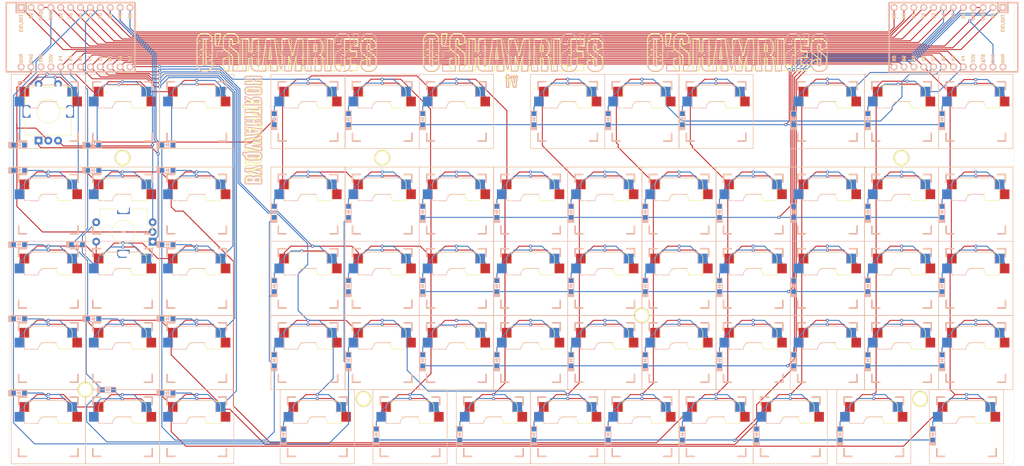
<source format=kicad_pcb>
(kicad_pcb (version 20171130) (host pcbnew "(5.1.10)-1")
  (layers (0 F.Cu signal) (31 B.Cu signal) (34 B.Paste user) (35 F.Paste user) (36 B.SilkS user) (37 F.SilkS user) (38 B.Mask user) (39 F.Mask user) (44 Edge.Cuts user))
  (net 0 "")
  (net 1 ROW1)
  (net 2 "Net-(D1-Pad2)")
  (net 3 ROW2)
  (net 4 "Net-(D2-Pad2)")
  (net 5 ROW3)
  (net 6 "Net-(D3-Pad2)")
  (net 7 ROW4)
  (net 8 "Net-(D4-Pad2)")
  (net 9 "Net-(D5-Pad2)")
  (net 10 ROW5)
  (net 11 "Net-(D6-Pad2)")
  (net 12 "Net-(D7-Pad2)")
  (net 13 "Net-(D8-Pad2)")
  (net 14 "Net-(D10-Pad2)")
  (net 15 "Net-(D11-Pad2)")
  (net 16 "Net-(D12-Pad2)")
  (net 17 "Net-(D13-Pad2)")
  (net 18 "Net-(D14-Pad2)")
  (net 19 "Net-(D15-Pad2)")
  (net 20 "Net-(D16-Pad2)")
  (net 21 "Net-(D17-Pad2)")
  (net 22 "Net-(D18-Pad2)")
  (net 23 "Net-(D19-Pad2)")
  (net 24 "Net-(D20-Pad2)")
  (net 25 "Net-(D21-Pad2)")
  (net 26 "Net-(D22-Pad2)")
  (net 27 "Net-(D23-Pad2)")
  (net 28 "Net-(D24-Pad2)")
  (net 29 "Net-(D25-Pad2)")
  (net 30 "Net-(D26-Pad2)")
  (net 31 "Net-(D28-Pad2)")
  (net 32 "Net-(D29-Pad2)")
  (net 33 "Net-(D30-Pad2)")
  (net 34 "Net-(D31-Pad2)")
  (net 35 "Net-(D32-Pad2)")
  (net 36 "Net-(D33-Pad2)")
  (net 37 "Net-(D34-Pad2)")
  (net 38 "Net-(D36-Pad2)")
  (net 39 "Net-(D37-Pad2)")
  (net 40 "Net-(D38-Pad2)")
  (net 41 "Net-(D40-Pad2)")
  (net 42 "Net-(D41-Pad2)")
  (net 43 "Net-(D42-Pad2)")
  (net 44 "Net-(D43-Pad2)")
  (net 45 "Net-(D44-Pad2)")
  (net 46 "Net-(D45-Pad2)")
  (net 47 "Net-(D46-Pad2)")
  (net 48 "Net-(D47-Pad2)")
  (net 49 "Net-(D48-Pad2)")
  (net 50 "Net-(D49-Pad2)")
  (net 51 "Net-(D50-Pad2)")
  (net 52 "Net-(D51-Pad2)")
  (net 53 "Net-(D52-Pad2)")
  (net 54 "Net-(D53-Pad2)")
  (net 55 "Net-(D54-Pad2)")
  (net 56 "Net-(D55-Pad2)")
  (net 57 "Net-(D56-Pad2)")
  (net 58 "Net-(D57-Pad2)")
  (net 59 "Net-(D58-Pad2)")
  (net 60 "Net-(D59-Pad2)")
  (net 61 "Net-(D60-Pad2)")
  (net 62 "Net-(D61-Pad2)")
  (net 63 "Net-(D62-Pad2)")
  (net 64 "Net-(D63-Pad2)")
  (net 65 COL1)
  (net 66 COL2)
  (net 67 COL3)
  (net 68 COL4)
  (net 69 COL5)
  (net 70 COL6)
  (net 71 COL7)
  (net 72 COL8)
  (net 73 "Net-(D39-Pad2)")
  (net 74 ROW6)
  (net 75 ROW7)
  (net 76 ROW8)
  (net 77 GND)
  (net 78 R1)
  (net 79 R2)
  (net 80 Row2Diode)
  (net 81 Row1Diode)
  (net 82 "Net-(D27-Pad2)")
  (module Keebio-Parts:D_SOD123F (layer B.Cu) (at 256.64375 147.05 90)
    (fp_text reference D59 hide)
    (fp_text value D hide)
    (pad 1 smd rect (at -1.4 0 90) (size 1.2 1.2) (layers B.Cu B.Paste B.Mask) (net 76 ROW8))
    (pad 2 smd rect (at 1.4 0 90) (size 1.2 1.2) (layers B.Cu B.Paste B.Mask) (net 60 "Net-(D59-Pad2)"))
  )
  (module Keebio-Parts:D_SOD123F (layer B.Cu) (at 232.83125 147.05 90)
    (fp_text reference D58 hide)
    (fp_text value D hide)
    (pad 1 smd rect (at -1.4 0 90) (size 1.2 1.2) (layers B.Cu B.Paste B.Mask) (net 76 ROW8))
    (pad 2 smd rect (at 1.4 0 90) (size 1.2 1.2) (layers B.Cu B.Paste B.Mask) (net 59 "Net-(D58-Pad2)"))
  )
  (module Keebio-Parts:D_SOD123F (layer B.Cu) (at 211.4 147.05 90)
    (fp_text reference D57 hide)
    (fp_text value D hide)
    (pad 1 smd rect (at -1.4 0 90) (size 1.2 1.2) (layers B.Cu B.Paste B.Mask) (net 76 ROW8))
    (pad 2 smd rect (at 1.4 0 90) (size 1.2 1.2) (layers B.Cu B.Paste B.Mask) (net 58 "Net-(D57-Pad2)"))
  )
  (module Keebio-Parts:D_SOD123F (layer B.Cu) (at 192.35 147.05 90)
    (fp_text reference D56 hide)
    (fp_text value D hide)
    (pad 1 smd rect (at -1.4 0 90) (size 1.2 1.2) (layers B.Cu B.Paste B.Mask) (net 76 ROW8))
    (pad 2 smd rect (at 1.4 0 90) (size 1.2 1.2) (layers B.Cu B.Paste B.Mask) (net 57 "Net-(D56-Pad2)"))
  )
  (module Keebio-Parts:D_SOD123F (layer B.Cu) (at 173.3 147.05 90)
    (fp_text reference D55 hide)
    (fp_text value D hide)
    (pad 1 smd rect (at -1.4 0 90) (size 1.2 1.2) (layers B.Cu B.Paste B.Mask) (net 76 ROW8))
    (pad 2 smd rect (at 1.4 0 90) (size 1.2 1.2) (layers B.Cu B.Paste B.Mask) (net 56 "Net-(D55-Pad2)"))
  )
  (module Keebio-Parts:D_SOD123F (layer B.Cu) (at 154.25 147.05 90)
    (fp_text reference D54 hide)
    (fp_text value D hide)
    (pad 1 smd rect (at -1.4 0 90) (size 1.2 1.2) (layers B.Cu B.Paste B.Mask) (net 76 ROW8))
    (pad 2 smd rect (at 1.4 0 90) (size 1.2 1.2) (layers B.Cu B.Paste B.Mask) (net 55 "Net-(D54-Pad2)"))
  )
  (module Keebio-Parts:D_SOD123F (layer B.Cu) (at 135.2 147.05 90)
    (fp_text reference D53 hide)
    (fp_text value D hide)
    (pad 1 smd rect (at -1.4 0 90) (size 1.2 1.2) (layers B.Cu B.Paste B.Mask) (net 76 ROW8))
    (pad 2 smd rect (at 1.4 0 90) (size 1.2 1.2) (layers B.Cu B.Paste B.Mask) (net 54 "Net-(D53-Pad2)"))
  )
  (module Keebio-Parts:D_SOD123F (layer B.Cu) (at 113.76875 147.05 90)
    (fp_text reference D52 hide)
    (fp_text value D hide)
    (pad 1 smd rect (at -1.4 0 90) (size 1.2 1.2) (layers B.Cu B.Paste B.Mask) (net 76 ROW8))
    (pad 2 smd rect (at 1.4 0 90) (size 1.2 1.2) (layers B.Cu B.Paste B.Mask) (net 53 "Net-(D52-Pad2)"))
  )
  (module Keebio-Parts:D_SOD123F (layer B.Cu) (at 89.95625 147.05 90)
    (fp_text reference D63 hide)
    (fp_text value D hide)
    (pad 1 smd rect (at -1.4 0 90) (size 1.2 1.2) (layers B.Cu B.Paste B.Mask) (net 3 ROW2))
    (pad 2 smd rect (at 1.4 0 90) (size 1.2 1.2) (layers B.Cu B.Paste B.Mask) (net 64 "Net-(D63-Pad2)"))
  )
  (module Keebio-Parts:D_SOD123F (layer B.Cu) (at 60.125 136.4)
    (fp_text reference D62 hide)
    (fp_text value D hide)
    (pad 1 smd rect (at -1.4 0) (size 1.2 1.2) (layers B.Cu B.Paste B.Mask) (net 5 ROW3))
    (pad 2 smd rect (at 1.4 0) (size 1.2 1.2) (layers B.Cu B.Paste B.Mask) (net 63 "Net-(D62-Pad2)"))
  )
  (module Keebio-Parts:D_SOD123F (layer B.Cu) (at 44.85 135.6)
    (fp_text reference D61 hide)
    (fp_text value D hide)
    (pad 1 smd rect (at -1.4 0) (size 1.2 1.2) (layers B.Cu B.Paste B.Mask) (net 3 ROW2))
    (pad 2 smd rect (at 1.4 0) (size 1.2 1.2) (layers B.Cu B.Paste B.Mask) (net 62 "Net-(D61-Pad2)"))
  )
  (module Keebio-Parts:D_SOD123F (layer B.Cu) (at 22.025 136.4)
    (fp_text reference D60 hide)
    (fp_text value D hide)
    (pad 1 smd rect (at -1.4 0) (size 1.2 1.2) (layers B.Cu B.Paste B.Mask) (net 1 ROW1))
    (pad 2 smd rect (at 1.4 0) (size 1.2 1.2) (layers B.Cu B.Paste B.Mask) (net 61 "Net-(D60-Pad2)"))
  )
  (module Keebio-Parts:D_SOD123F (layer B.Cu) (at 259.025 128 90)
    (fp_text reference D46 hide)
    (fp_text value D hide)
    (pad 1 smd rect (at -1.4 0 90) (size 1.2 1.2) (layers B.Cu B.Paste B.Mask) (net 75 ROW7))
    (pad 2 smd rect (at 1.4 0 90) (size 1.2 1.2) (layers B.Cu B.Paste B.Mask) (net 47 "Net-(D46-Pad2)"))
  )
  (module Keebio-Parts:D_SOD123F (layer B.Cu) (at 239.975 128 90)
    (fp_text reference D45 hide)
    (fp_text value D hide)
    (pad 1 smd rect (at -1.4 0 90) (size 1.2 1.2) (layers B.Cu B.Paste B.Mask) (net 75 ROW7))
    (pad 2 smd rect (at 1.4 0 90) (size 1.2 1.2) (layers B.Cu B.Paste B.Mask) (net 46 "Net-(D45-Pad2)"))
  )
  (module Keebio-Parts:D_SOD123F (layer B.Cu) (at 220.925 128 90)
    (fp_text reference D44 hide)
    (fp_text value D hide)
    (pad 1 smd rect (at -1.4 0 90) (size 1.2 1.2) (layers B.Cu B.Paste B.Mask) (net 75 ROW7))
    (pad 2 smd rect (at 1.4 0 90) (size 1.2 1.2) (layers B.Cu B.Paste B.Mask) (net 45 "Net-(D44-Pad2)"))
  )
  (module Keebio-Parts:D_SOD123F (layer B.Cu) (at 201.875 128 90)
    (fp_text reference D43 hide)
    (fp_text value D hide)
    (pad 1 smd rect (at -1.4 0 90) (size 1.2 1.2) (layers B.Cu B.Paste B.Mask) (net 75 ROW7))
    (pad 2 smd rect (at 1.4 0 90) (size 1.2 1.2) (layers B.Cu B.Paste B.Mask) (net 44 "Net-(D43-Pad2)"))
  )
  (module Keebio-Parts:D_SOD123F (layer B.Cu) (at 182.825 128 90)
    (fp_text reference D42 hide)
    (fp_text value D hide)
    (pad 1 smd rect (at -1.4 0 90) (size 1.2 1.2) (layers B.Cu B.Paste B.Mask) (net 75 ROW7))
    (pad 2 smd rect (at 1.4 0 90) (size 1.2 1.2) (layers B.Cu B.Paste B.Mask) (net 43 "Net-(D42-Pad2)"))
  )
  (module Keebio-Parts:D_SOD123F (layer B.Cu) (at 163.775 128 90)
    (fp_text reference D41 hide)
    (fp_text value D hide)
    (pad 1 smd rect (at -1.4 0 90) (size 1.2 1.2) (layers B.Cu B.Paste B.Mask) (net 75 ROW7))
    (pad 2 smd rect (at 1.4 0 90) (size 1.2 1.2) (layers B.Cu B.Paste B.Mask) (net 42 "Net-(D41-Pad2)"))
  )
  (module Keebio-Parts:D_SOD123F (layer B.Cu) (at 144.725 128 90)
    (fp_text reference D40 hide)
    (fp_text value D hide)
    (pad 1 smd rect (at -1.4 0 90) (size 1.2 1.2) (layers B.Cu B.Paste B.Mask) (net 75 ROW7))
    (pad 2 smd rect (at 1.4 0 90) (size 1.2 1.2) (layers B.Cu B.Paste B.Mask) (net 41 "Net-(D40-Pad2)"))
  )
  (module Keebio-Parts:D_SOD123F (layer B.Cu) (at 125.675 128 90)
    (fp_text reference D39 hide)
    (fp_text value D hide)
    (pad 1 smd rect (at -1.4 0 90) (size 1.2 1.2) (layers B.Cu B.Paste B.Mask) (net 75 ROW7))
    (pad 2 smd rect (at 1.4 0 90) (size 1.2 1.2) (layers B.Cu B.Paste B.Mask) (net 73 "Net-(D39-Pad2)"))
  )
  (module Keebio-Parts:D_SOD123F (layer B.Cu) (at 106.625 128 90)
    (fp_text reference D51 hide)
    (fp_text value D hide)
    (pad 1 smd rect (at -1.4 0 90) (size 1.2 1.2) (layers B.Cu B.Paste B.Mask) (net 1 ROW1))
    (pad 2 smd rect (at 1.4 0 90) (size 1.2 1.2) (layers B.Cu B.Paste B.Mask) (net 52 "Net-(D51-Pad2)"))
  )
  (module Keebio-Parts:D_SOD123F (layer B.Cu) (at 87.575 128 90)
    (fp_text reference D50 hide)
    (fp_text value D hide)
    (pad 1 smd rect (at -1.4 0 90) (size 1.2 1.2) (layers B.Cu B.Paste B.Mask) (net 5 ROW3))
    (pad 2 smd rect (at 1.4 0 90) (size 1.2 1.2) (layers B.Cu B.Paste B.Mask) (net 51 "Net-(D50-Pad2)"))
  )
  (module Keebio-Parts:D_SOD123F (layer B.Cu) (at 60.125 117.35)
    (fp_text reference D49 hide)
    (fp_text value D hide)
    (pad 1 smd rect (at -1.4 0) (size 1.2 1.2) (layers B.Cu B.Paste B.Mask) (net 5 ROW3))
    (pad 2 smd rect (at 1.4 0) (size 1.2 1.2) (layers B.Cu B.Paste B.Mask) (net 50 "Net-(D49-Pad2)"))
  )
  (module Keebio-Parts:D_SOD123F (layer B.Cu) (at 41.075 117.35)
    (fp_text reference D48 hide)
    (fp_text value D hide)
    (pad 1 smd rect (at -1.4 0) (size 1.2 1.2) (layers B.Cu B.Paste B.Mask) (net 3 ROW2))
    (pad 2 smd rect (at 1.4 0) (size 1.2 1.2) (layers B.Cu B.Paste B.Mask) (net 49 "Net-(D48-Pad2)"))
  )
  (module Keebio-Parts:D_SOD123F (layer B.Cu) (at 22.025 117.35)
    (fp_text reference D47 hide)
    (fp_text value D hide)
    (pad 1 smd rect (at -1.4 0) (size 1.2 1.2) (layers B.Cu B.Paste B.Mask) (net 1 ROW1))
    (pad 2 smd rect (at 1.4 0) (size 1.2 1.2) (layers B.Cu B.Paste B.Mask) (net 48 "Net-(D47-Pad2)"))
  )
  (module Keebio-Parts:D_SOD123F (layer B.Cu) (at 259.025 108.95 90)
    (fp_text reference D33 hide)
    (fp_text value D hide)
    (pad 1 smd rect (at -1.4 0 90) (size 1.2 1.2) (layers B.Cu B.Paste B.Mask) (net 74 ROW6))
    (pad 2 smd rect (at 1.4 0 90) (size 1.2 1.2) (layers B.Cu B.Paste B.Mask) (net 36 "Net-(D33-Pad2)"))
  )
  (module Keebio-Parts:D_SOD123F (layer B.Cu) (at 239.975 108.95 90)
    (fp_text reference D32 hide)
    (fp_text value D hide)
    (pad 1 smd rect (at -1.4 0 90) (size 1.2 1.2) (layers B.Cu B.Paste B.Mask) (net 74 ROW6))
    (pad 2 smd rect (at 1.4 0 90) (size 1.2 1.2) (layers B.Cu B.Paste B.Mask) (net 35 "Net-(D32-Pad2)"))
  )
  (module Keebio-Parts:D_SOD123F (layer B.Cu) (at 220.925 108.95 90)
    (fp_text reference D31 hide)
    (fp_text value D hide)
    (pad 1 smd rect (at -1.4 0 90) (size 1.2 1.2) (layers B.Cu B.Paste B.Mask) (net 74 ROW6))
    (pad 2 smd rect (at 1.4 0 90) (size 1.2 1.2) (layers B.Cu B.Paste B.Mask) (net 34 "Net-(D31-Pad2)"))
  )
  (module Keebio-Parts:D_SOD123F (layer B.Cu) (at 201.875 108.95 90)
    (fp_text reference D30 hide)
    (fp_text value D hide)
    (pad 1 smd rect (at -1.4 0 90) (size 1.2 1.2) (layers B.Cu B.Paste B.Mask) (net 74 ROW6))
    (pad 2 smd rect (at 1.4 0 90) (size 1.2 1.2) (layers B.Cu B.Paste B.Mask) (net 33 "Net-(D30-Pad2)"))
  )
  (module Keebio-Parts:D_SOD123F (layer B.Cu) (at 182.825 108.95 90)
    (fp_text reference D29 hide)
    (fp_text value D hide)
    (pad 1 smd rect (at -1.4 0 90) (size 1.2 1.2) (layers B.Cu B.Paste B.Mask) (net 74 ROW6))
    (pad 2 smd rect (at 1.4 0 90) (size 1.2 1.2) (layers B.Cu B.Paste B.Mask) (net 32 "Net-(D29-Pad2)"))
  )
  (module Keebio-Parts:D_SOD123F (layer B.Cu) (at 163.775 108.95 90)
    (fp_text reference D28 hide)
    (fp_text value D hide)
    (pad 1 smd rect (at -1.4 0 90) (size 1.2 1.2) (layers B.Cu B.Paste B.Mask) (net 74 ROW6))
    (pad 2 smd rect (at 1.4 0 90) (size 1.2 1.2) (layers B.Cu B.Paste B.Mask) (net 31 "Net-(D28-Pad2)"))
  )
  (module Keebio-Parts:D_SOD123F (layer B.Cu) (at 144.725 108.95 90)
    (fp_text reference D27 hide)
    (fp_text value D hide)
    (pad 1 smd rect (at -1.4 0 90) (size 1.2 1.2) (layers B.Cu B.Paste B.Mask) (net 74 ROW6))
    (pad 2 smd rect (at 1.4 0 90) (size 1.2 1.2) (layers B.Cu B.Paste B.Mask) (net 82 "Net-(D27-Pad2)"))
  )
  (module Keebio-Parts:D_SOD123F (layer B.Cu) (at 125.675 108.95 90)
    (fp_text reference D26 hide)
    (fp_text value D hide)
    (pad 1 smd rect (at -1.4 0 90) (size 1.2 1.2) (layers B.Cu B.Paste B.Mask) (net 74 ROW6))
    (pad 2 smd rect (at 1.4 0 90) (size 1.2 1.2) (layers B.Cu B.Paste B.Mask) (net 30 "Net-(D26-Pad2)"))
  )
  (module Keebio-Parts:D_SOD123F (layer B.Cu) (at 106.625 108.95 90)
    (fp_text reference D38 hide)
    (fp_text value D hide)
    (pad 1 smd rect (at -1.4 0 90) (size 1.2 1.2) (layers B.Cu B.Paste B.Mask) (net 1 ROW1))
    (pad 2 smd rect (at 1.4 0 90) (size 1.2 1.2) (layers B.Cu B.Paste B.Mask) (net 40 "Net-(D38-Pad2)"))
  )
  (module Keebio-Parts:D_SOD123F (layer B.Cu) (at 87.575 108.95 90)
    (fp_text reference D37 hide)
    (fp_text value D hide)
    (pad 1 smd rect (at -1.4 0 90) (size 1.2 1.2) (layers B.Cu B.Paste B.Mask) (net 5 ROW3))
    (pad 2 smd rect (at 1.4 0 90) (size 1.2 1.2) (layers B.Cu B.Paste B.Mask) (net 39 "Net-(D37-Pad2)"))
  )
  (module Keebio-Parts:D_SOD123F (layer B.Cu) (at 60.125 98.3)
    (fp_text reference D36 hide)
    (fp_text value D hide)
    (pad 1 smd rect (at -1.4 0) (size 1.2 1.2) (layers B.Cu B.Paste B.Mask) (net 5 ROW3))
    (pad 2 smd rect (at 1.4 0) (size 1.2 1.2) (layers B.Cu B.Paste B.Mask) (net 38 "Net-(D36-Pad2)"))
  )
  (module Keebio-Parts:D_SOD123F (layer B.Cu) (at 36.9 98.3)
    (fp_text reference D35 hide)
    (fp_text value D hide)
    (pad 1 smd rect (at -1.4 0) (size 1.2 1.2) (layers B.Cu B.Paste B.Mask) (net 3 ROW2))
    (pad 2 smd rect (at 1.4 0) (size 1.2 1.2) (layers B.Cu B.Paste B.Mask) (net 80 Row2Diode))
  )
  (module Keebio-Parts:D_SOD123F (layer B.Cu) (at 22.025 98.3)
    (fp_text reference D34 hide)
    (fp_text value D hide)
    (pad 1 smd rect (at -1.4 0) (size 1.2 1.2) (layers B.Cu B.Paste B.Mask) (net 1 ROW1))
    (pad 2 smd rect (at 1.4 0) (size 1.2 1.2) (layers B.Cu B.Paste B.Mask) (net 37 "Net-(D34-Pad2)"))
  )
  (module Keebio-Parts:D_SOD123F (layer B.Cu) (at 259.025 89.9 90)
    (fp_text reference D20 hide)
    (fp_text value D hide)
    (pad 1 smd rect (at -1.4 0 90) (size 1.2 1.2) (layers B.Cu B.Paste B.Mask) (net 10 ROW5))
    (pad 2 smd rect (at 1.4 0 90) (size 1.2 1.2) (layers B.Cu B.Paste B.Mask) (net 24 "Net-(D20-Pad2)"))
  )
  (module Keebio-Parts:D_SOD123F (layer B.Cu) (at 239.975 89.9 90)
    (fp_text reference D19 hide)
    (fp_text value D hide)
    (pad 1 smd rect (at -1.4 0 90) (size 1.2 1.2) (layers B.Cu B.Paste B.Mask) (net 10 ROW5))
    (pad 2 smd rect (at 1.4 0 90) (size 1.2 1.2) (layers B.Cu B.Paste B.Mask) (net 23 "Net-(D19-Pad2)"))
  )
  (module Keebio-Parts:D_SOD123F (layer B.Cu) (at 220.925 89.9 90)
    (fp_text reference D18 hide)
    (fp_text value D hide)
    (pad 1 smd rect (at -1.4 0 90) (size 1.2 1.2) (layers B.Cu B.Paste B.Mask) (net 10 ROW5))
    (pad 2 smd rect (at 1.4 0 90) (size 1.2 1.2) (layers B.Cu B.Paste B.Mask) (net 22 "Net-(D18-Pad2)"))
  )
  (module Keebio-Parts:D_SOD123F (layer B.Cu) (at 201.875 89.9 90)
    (fp_text reference D17 hide)
    (fp_text value D hide)
    (pad 1 smd rect (at -1.4 0 90) (size 1.2 1.2) (layers B.Cu B.Paste B.Mask) (net 10 ROW5))
    (pad 2 smd rect (at 1.4 0 90) (size 1.2 1.2) (layers B.Cu B.Paste B.Mask) (net 21 "Net-(D17-Pad2)"))
  )
  (module Keebio-Parts:D_SOD123F (layer B.Cu) (at 182.825 89.9 90)
    (fp_text reference D16 hide)
    (fp_text value D hide)
    (pad 1 smd rect (at -1.4 0 90) (size 1.2 1.2) (layers B.Cu B.Paste B.Mask) (net 10 ROW5))
    (pad 2 smd rect (at 1.4 0 90) (size 1.2 1.2) (layers B.Cu B.Paste B.Mask) (net 20 "Net-(D16-Pad2)"))
  )
  (module Keebio-Parts:D_SOD123F (layer B.Cu) (at 163.775 89.9 90)
    (fp_text reference D15 hide)
    (fp_text value D hide)
    (pad 1 smd rect (at -1.4 0 90) (size 1.2 1.2) (layers B.Cu B.Paste B.Mask) (net 10 ROW5))
    (pad 2 smd rect (at 1.4 0 90) (size 1.2 1.2) (layers B.Cu B.Paste B.Mask) (net 19 "Net-(D15-Pad2)"))
  )
  (module Keebio-Parts:D_SOD123F (layer B.Cu) (at 144.725 89.9 90)
    (fp_text reference D14 hide)
    (fp_text value D hide)
    (pad 1 smd rect (at -1.4 0 90) (size 1.2 1.2) (layers B.Cu B.Paste B.Mask) (net 10 ROW5))
    (pad 2 smd rect (at 1.4 0 90) (size 1.2 1.2) (layers B.Cu B.Paste B.Mask) (net 18 "Net-(D14-Pad2)"))
  )
  (module Keebio-Parts:D_SOD123F (layer B.Cu) (at 125.675 89.9 90)
    (fp_text reference D13 hide)
    (fp_text value D hide)
    (pad 1 smd rect (at -1.4 0 90) (size 1.2 1.2) (layers B.Cu B.Paste B.Mask) (net 10 ROW5))
    (pad 2 smd rect (at 1.4 0 90) (size 1.2 1.2) (layers B.Cu B.Paste B.Mask) (net 17 "Net-(D13-Pad2)"))
  )
  (module Keebio-Parts:D_SOD123F (layer B.Cu) (at 106.625 89.9 90)
    (fp_text reference D25 hide)
    (fp_text value D hide)
    (pad 1 smd rect (at -1.4 0 90) (size 1.2 1.2) (layers B.Cu B.Paste B.Mask) (net 1 ROW1))
    (pad 2 smd rect (at 1.4 0 90) (size 1.2 1.2) (layers B.Cu B.Paste B.Mask) (net 29 "Net-(D25-Pad2)"))
  )
  (module Keebio-Parts:D_SOD123F (layer B.Cu) (at 87.575 89.9 90)
    (fp_text reference D24 hide)
    (fp_text value D hide)
    (pad 1 smd rect (at -1.4 0 90) (size 1.2 1.2) (layers B.Cu B.Paste B.Mask) (net 5 ROW3))
    (pad 2 smd rect (at 1.4 0 90) (size 1.2 1.2) (layers B.Cu B.Paste B.Mask) (net 28 "Net-(D24-Pad2)"))
  )
  (module Keebio-Parts:D_SOD123F (layer B.Cu) (at 60.125 79.25)
    (fp_text reference D23 hide)
    (fp_text value D hide)
    (pad 1 smd rect (at -1.4 0) (size 1.2 1.2) (layers B.Cu B.Paste B.Mask) (net 5 ROW3))
    (pad 2 smd rect (at 1.4 0) (size 1.2 1.2) (layers B.Cu B.Paste B.Mask) (net 27 "Net-(D23-Pad2)"))
  )
  (module Keebio-Parts:D_SOD123F (layer B.Cu) (at 41.075 79.25)
    (fp_text reference D22 hide)
    (fp_text value D hide)
    (pad 1 smd rect (at -1.4 0) (size 1.2 1.2) (layers B.Cu B.Paste B.Mask) (net 3 ROW2))
    (pad 2 smd rect (at 1.4 0) (size 1.2 1.2) (layers B.Cu B.Paste B.Mask) (net 26 "Net-(D22-Pad2)"))
  )
  (module Keebio-Parts:D_SOD123F (layer B.Cu) (at 22.025 79.25)
    (fp_text reference D21 hide)
    (fp_text value D hide)
    (pad 1 smd rect (at -1.4 0) (size 1.2 1.2) (layers B.Cu B.Paste B.Mask) (net 1 ROW1))
    (pad 2 smd rect (at 1.4 0) (size 1.2 1.2) (layers B.Cu B.Paste B.Mask) (net 25 "Net-(D21-Pad2)"))
  )
  (module Keebio-Parts:D_SOD123F (layer B.Cu) (at 259.025 66.0875 90)
    (fp_text reference D8 hide)
    (fp_text value D hide)
    (pad 1 smd rect (at -1.4 0 90) (size 1.2 1.2) (layers B.Cu B.Paste B.Mask) (net 7 ROW4))
    (pad 2 smd rect (at 1.4 0 90) (size 1.2 1.2) (layers B.Cu B.Paste B.Mask) (net 13 "Net-(D8-Pad2)"))
  )
  (module Keebio-Parts:D_SOD123F (layer B.Cu) (at 239.975 66.0875 90)
    (fp_text reference D7 hide)
    (fp_text value D hide)
    (pad 1 smd rect (at -1.4 0 90) (size 1.2 1.2) (layers B.Cu B.Paste B.Mask) (net 7 ROW4))
    (pad 2 smd rect (at 1.4 0 90) (size 1.2 1.2) (layers B.Cu B.Paste B.Mask) (net 12 "Net-(D7-Pad2)"))
  )
  (module Keebio-Parts:D_SOD123F (layer B.Cu) (at 220.925 66.0875 90)
    (fp_text reference D6 hide)
    (fp_text value D hide)
    (pad 1 smd rect (at -1.4 0 90) (size 1.2 1.2) (layers B.Cu B.Paste B.Mask) (net 7 ROW4))
    (pad 2 smd rect (at 1.4 0 90) (size 1.2 1.2) (layers B.Cu B.Paste B.Mask) (net 11 "Net-(D6-Pad2)"))
  )
  (module Keebio-Parts:D_SOD123F (layer B.Cu) (at 192.35 66.0875 90)
    (fp_text reference D5 hide)
    (fp_text value D hide)
    (pad 1 smd rect (at -1.4 0 90) (size 1.2 1.2) (layers B.Cu B.Paste B.Mask) (net 7 ROW4))
    (pad 2 smd rect (at 1.4 0 90) (size 1.2 1.2) (layers B.Cu B.Paste B.Mask) (net 9 "Net-(D5-Pad2)"))
  )
  (module Keebio-Parts:D_SOD123F (layer B.Cu) (at 173.3 66.0875 90)
    (fp_text reference D4 hide)
    (fp_text value D hide)
    (pad 1 smd rect (at -1.4 0 90) (size 1.2 1.2) (layers B.Cu B.Paste B.Mask) (net 7 ROW4))
    (pad 2 smd rect (at 1.4 0 90) (size 1.2 1.2) (layers B.Cu B.Paste B.Mask) (net 8 "Net-(D4-Pad2)"))
  )
  (module Keebio-Parts:D_SOD123F (layer B.Cu) (at 154.25 66.0875 90)
    (fp_text reference D3 hide)
    (fp_text value D hide)
    (pad 1 smd rect (at -1.4 0 90) (size 1.2 1.2) (layers B.Cu B.Paste B.Mask) (net 7 ROW4))
    (pad 2 smd rect (at 1.4 0 90) (size 1.2 1.2) (layers B.Cu B.Paste B.Mask) (net 6 "Net-(D3-Pad2)"))
  )
  (module Keebio-Parts:D_SOD123F (layer B.Cu) (at 125.675 66.0875 90)
    (fp_text reference D2 hide)
    (fp_text value D hide)
    (pad 1 smd rect (at -1.4 0 90) (size 1.2 1.2) (layers B.Cu B.Paste B.Mask) (net 7 ROW4))
    (pad 2 smd rect (at 1.4 0 90) (size 1.2 1.2) (layers B.Cu B.Paste B.Mask) (net 4 "Net-(D2-Pad2)"))
  )
  (module Keebio-Parts:D_SOD123F (layer B.Cu) (at 106.625 66.0875 90)
    (fp_text reference D1 hide)
    (fp_text value D hide)
    (pad 1 smd rect (at -1.4 0 90) (size 1.2 1.2) (layers B.Cu B.Paste B.Mask) (net 7 ROW4))
    (pad 2 smd rect (at 1.4 0 90) (size 1.2 1.2) (layers B.Cu B.Paste B.Mask) (net 2 "Net-(D1-Pad2)"))
  )
  (module Keebio-Parts:D_SOD123F (layer B.Cu) (at 87.575 66.0875 90)
    (fp_text reference D12 hide)
    (fp_text value D hide)
    (pad 1 smd rect (at -1.4 0 90) (size 1.2 1.2) (layers B.Cu B.Paste B.Mask) (net 3 ROW2))
    (pad 2 smd rect (at 1.4 0 90) (size 1.2 1.2) (layers B.Cu B.Paste B.Mask) (net 16 "Net-(D12-Pad2)"))
  )
  (module Keebio-Parts:D_SOD123F (layer B.Cu) (at 60.125 72.7375)
    (fp_text reference D11 hide)
    (fp_text value D hide)
    (pad 1 smd rect (at -1.4 0) (size 1.2 1.2) (layers B.Cu B.Paste B.Mask) (net 5 ROW3))
    (pad 2 smd rect (at 1.4 0) (size 1.2 1.2) (layers B.Cu B.Paste B.Mask) (net 15 "Net-(D11-Pad2)"))
  )
  (module Keebio-Parts:D_SOD123F (layer B.Cu) (at 41.075 72.7375)
    (fp_text reference D10 hide)
    (fp_text value D hide)
    (pad 1 smd rect (at -1.4 0) (size 1.2 1.2) (layers B.Cu B.Paste B.Mask) (net 3 ROW2))
    (pad 2 smd rect (at 1.4 0) (size 1.2 1.2) (layers B.Cu B.Paste B.Mask) (net 14 "Net-(D10-Pad2)"))
  )
  (module Keebio-Parts:D_SOD123F (layer B.Cu) (at 22.025 72.7375)
    (fp_text reference D9 hide)
    (fp_text value D hide)
    (pad 1 smd rect (at -1.4 0) (size 1.2 1.2) (layers B.Cu B.Paste B.Mask) (net 1 ROW1))
    (pad 2 smd rect (at 1.4 0) (size 1.2 1.2) (layers B.Cu B.Paste B.Mask) (net 81 Row1Diode))
  )
  (module keyboard_parts:Kailh_MX_Socket_reversible (layer F.Cu) (at 267.675 64.0875)
    (fp_text reference SW10 hide)
    (fp_text value SW_PUSH hide)
    (pad "" np_thru_hole circle (at -5.08 0 180) (size 1.7 1.7) (drill 1.7) (layers *.Cu *.Mask))
    (pad "" np_thru_hole circle (at 5.08 0) (size 1.7 1.7) (drill 1.7) (layers *.Cu *.Mask))
    (pad 1 smd rect (at -7.36 -2.54) (size 2.55 2.5) (layers B.Cu B.Paste B.Mask) (net 13 "Net-(D8-Pad2)"))
    (pad "" np_thru_hole circle (at 0 0) (size 3.98018 3.98018) (drill 3.98018) (layers *.Cu *.Mask))
    (pad "" np_thru_hole circle (at 2.54 -5.08) (size 2.95 2.95) (drill 2.95) (layers *.Cu *.Mask))
    (pad "" np_thru_hole circle (at -3.81 -2.54) (size 2.95 2.95) (drill 2.95) (layers *.Cu *.Mask))
    (pad 2 smd rect (at 6.09 -5.08) (size 2.55 2.5) (layers B.Cu B.Paste B.Mask) (net 72 COL8))
    (pad "" np_thru_hole circle (at 3.81 -2.54) (size 2.95 2.95) (drill 2.95) (layers *.Cu *.Mask))
    (pad "" np_thru_hole circle (at -2.54 -5.08) (size 2.95 2.95) (drill 2.95) (layers *.Cu *.Mask))
    (pad 2 smd rect (at -6.09 -5.08) (size 2.55 2.5) (layers F.Cu F.Paste F.Mask) (net 72 COL8))
    (pad 1 smd rect (at 7.36 -2.54) (size 2.55 2.5) (layers F.Cu F.Paste F.Mask) (net 13 "Net-(D8-Pad2)"))
  )
  (module keyboard_parts:Kailh_MX_Socket_reversible (layer F.Cu) (at 248.625 64.0875)
    (fp_text reference SW9 hide)
    (fp_text value SW_PUSH hide)
    (pad "" np_thru_hole circle (at -5.08 0 180) (size 1.7 1.7) (drill 1.7) (layers *.Cu *.Mask))
    (pad "" np_thru_hole circle (at 5.08 0) (size 1.7 1.7) (drill 1.7) (layers *.Cu *.Mask))
    (pad 1 smd rect (at -7.36 -2.54) (size 2.55 2.5) (layers B.Cu B.Paste B.Mask) (net 12 "Net-(D7-Pad2)"))
    (pad "" np_thru_hole circle (at 0 0) (size 3.98018 3.98018) (drill 3.98018) (layers *.Cu *.Mask))
    (pad "" np_thru_hole circle (at 2.54 -5.08) (size 2.95 2.95) (drill 2.95) (layers *.Cu *.Mask))
    (pad "" np_thru_hole circle (at -3.81 -2.54) (size 2.95 2.95) (drill 2.95) (layers *.Cu *.Mask))
    (pad 2 smd rect (at 6.09 -5.08) (size 2.55 2.5) (layers B.Cu B.Paste B.Mask) (net 71 COL7))
    (pad "" np_thru_hole circle (at 3.81 -2.54) (size 2.95 2.95) (drill 2.95) (layers *.Cu *.Mask))
    (pad "" np_thru_hole circle (at -2.54 -5.08) (size 2.95 2.95) (drill 2.95) (layers *.Cu *.Mask))
    (pad 2 smd rect (at -6.09 -5.08) (size 2.55 2.5) (layers F.Cu F.Paste F.Mask) (net 71 COL7))
    (pad 1 smd rect (at 7.36 -2.54) (size 2.55 2.5) (layers F.Cu F.Paste F.Mask) (net 12 "Net-(D7-Pad2)"))
  )
  (module keyboard_parts:Kailh_MX_Socket_reversible (layer F.Cu) (at 29.55 106.95)
    (fp_text reference SW36 hide)
    (fp_text value SW_PUSH hide)
    (pad "" np_thru_hole circle (at -5.08 0 180) (size 1.7 1.7) (drill 1.7) (layers *.Cu *.Mask))
    (pad "" np_thru_hole circle (at 5.08 0) (size 1.7 1.7) (drill 1.7) (layers *.Cu *.Mask))
    (pad 1 smd rect (at -7.36 -2.54) (size 2.55 2.5) (layers B.Cu B.Paste B.Mask) (net 37 "Net-(D34-Pad2)"))
    (pad "" np_thru_hole circle (at 0 0) (size 3.98018 3.98018) (drill 3.98018) (layers *.Cu *.Mask))
    (pad "" np_thru_hole circle (at 2.54 -5.08) (size 2.95 2.95) (drill 2.95) (layers *.Cu *.Mask))
    (pad "" np_thru_hole circle (at -3.81 -2.54) (size 2.95 2.95) (drill 2.95) (layers *.Cu *.Mask))
    (pad 2 smd rect (at 6.09 -5.08) (size 2.55 2.5) (layers B.Cu B.Paste B.Mask) (net 68 COL4))
    (pad "" np_thru_hole circle (at 3.81 -2.54) (size 2.95 2.95) (drill 2.95) (layers *.Cu *.Mask))
    (pad "" np_thru_hole circle (at -2.54 -5.08) (size 2.95 2.95) (drill 2.95) (layers *.Cu *.Mask))
    (pad 2 smd rect (at -6.09 -5.08) (size 2.55 2.5) (layers F.Cu F.Paste F.Mask) (net 68 COL4))
    (pad 1 smd rect (at 7.36 -2.54) (size 2.55 2.5) (layers F.Cu F.Paste F.Mask) (net 37 "Net-(D34-Pad2)"))
  )
  (module keyboard_parts:Kailh_MX_Socket_reversible (layer F.Cu) (at 29.55 145.05)
    (fp_text reference SW62 hide)
    (fp_text value SW_PUSH hide)
    (pad "" np_thru_hole circle (at -5.08 0 180) (size 1.7 1.7) (drill 1.7) (layers *.Cu *.Mask))
    (pad "" np_thru_hole circle (at 5.08 0) (size 1.7 1.7) (drill 1.7) (layers *.Cu *.Mask))
    (pad 1 smd rect (at -7.36 -2.54) (size 2.55 2.5) (layers B.Cu B.Paste B.Mask) (net 61 "Net-(D60-Pad2)"))
    (pad "" np_thru_hole circle (at 0 0) (size 3.98018 3.98018) (drill 3.98018) (layers *.Cu *.Mask))
    (pad "" np_thru_hole circle (at 2.54 -5.08) (size 2.95 2.95) (drill 2.95) (layers *.Cu *.Mask))
    (pad "" np_thru_hole circle (at -3.81 -2.54) (size 2.95 2.95) (drill 2.95) (layers *.Cu *.Mask))
    (pad 2 smd rect (at 6.09 -5.08) (size 2.55 2.5) (layers B.Cu B.Paste B.Mask) (net 72 COL8))
    (pad "" np_thru_hole circle (at 3.81 -2.54) (size 2.95 2.95) (drill 2.95) (layers *.Cu *.Mask))
    (pad "" np_thru_hole circle (at -2.54 -5.08) (size 2.95 2.95) (drill 2.95) (layers *.Cu *.Mask))
    (pad 2 smd rect (at -6.09 -5.08) (size 2.55 2.5) (layers F.Cu F.Paste F.Mask) (net 72 COL8))
    (pad 1 smd rect (at 7.36 -2.54) (size 2.55 2.5) (layers F.Cu F.Paste F.Mask) (net 61 "Net-(D60-Pad2)"))
  )
  (module keyboard_parts:Kailh_MX_Socket_reversible (layer F.Cu) (at 265.29375 145.05)
    (fp_text reference SW61 hide)
    (fp_text value SW_PUSH hide)
    (pad "" np_thru_hole circle (at -5.08 0 180) (size 1.7 1.7) (drill 1.7) (layers *.Cu *.Mask))
    (pad "" np_thru_hole circle (at 5.08 0) (size 1.7 1.7) (drill 1.7) (layers *.Cu *.Mask))
    (pad 1 smd rect (at -7.36 -2.54) (size 2.55 2.5) (layers B.Cu B.Paste B.Mask) (net 60 "Net-(D59-Pad2)"))
    (pad "" np_thru_hole circle (at 0 0) (size 3.98018 3.98018) (drill 3.98018) (layers *.Cu *.Mask))
    (pad "" np_thru_hole circle (at 2.54 -5.08) (size 2.95 2.95) (drill 2.95) (layers *.Cu *.Mask))
    (pad "" np_thru_hole circle (at -3.81 -2.54) (size 2.95 2.95) (drill 2.95) (layers *.Cu *.Mask))
    (pad 2 smd rect (at 6.09 -5.08) (size 2.55 2.5) (layers B.Cu B.Paste B.Mask) (net 72 COL8))
    (pad "" np_thru_hole circle (at 3.81 -2.54) (size 2.95 2.95) (drill 2.95) (layers *.Cu *.Mask))
    (pad "" np_thru_hole circle (at -2.54 -5.08) (size 2.95 2.95) (drill 2.95) (layers *.Cu *.Mask))
    (pad 2 smd rect (at -6.09 -5.08) (size 2.55 2.5) (layers F.Cu F.Paste F.Mask) (net 72 COL8))
    (pad 1 smd rect (at 7.36 -2.54) (size 2.55 2.5) (layers F.Cu F.Paste F.Mask) (net 60 "Net-(D59-Pad2)"))
  )
  (module keyboard_parts:Kailh_MX_Socket_reversible (layer F.Cu) (at 241.48125 145.05)
    (fp_text reference SW60 hide)
    (fp_text value SW_PUSH hide)
    (pad "" np_thru_hole circle (at -5.08 0 180) (size 1.7 1.7) (drill 1.7) (layers *.Cu *.Mask))
    (pad "" np_thru_hole circle (at 5.08 0) (size 1.7 1.7) (drill 1.7) (layers *.Cu *.Mask))
    (pad 1 smd rect (at -7.36 -2.54) (size 2.55 2.5) (layers B.Cu B.Paste B.Mask) (net 59 "Net-(D58-Pad2)"))
    (pad "" np_thru_hole circle (at 0 0) (size 3.98018 3.98018) (drill 3.98018) (layers *.Cu *.Mask))
    (pad "" np_thru_hole circle (at 2.54 -5.08) (size 2.95 2.95) (drill 2.95) (layers *.Cu *.Mask))
    (pad "" np_thru_hole circle (at -3.81 -2.54) (size 2.95 2.95) (drill 2.95) (layers *.Cu *.Mask))
    (pad 2 smd rect (at 6.09 -5.08) (size 2.55 2.5) (layers B.Cu B.Paste B.Mask) (net 71 COL7))
    (pad "" np_thru_hole circle (at 3.81 -2.54) (size 2.95 2.95) (drill 2.95) (layers *.Cu *.Mask))
    (pad "" np_thru_hole circle (at -2.54 -5.08) (size 2.95 2.95) (drill 2.95) (layers *.Cu *.Mask))
    (pad 2 smd rect (at -6.09 -5.08) (size 2.55 2.5) (layers F.Cu F.Paste F.Mask) (net 71 COL7))
    (pad 1 smd rect (at 7.36 -2.54) (size 2.55 2.5) (layers F.Cu F.Paste F.Mask) (net 59 "Net-(D58-Pad2)"))
  )
  (module keyboard_parts:Kailh_MX_Socket_reversible (layer F.Cu) (at 220.05 145.05)
    (fp_text reference SW59 hide)
    (fp_text value SW_PUSH hide)
    (pad "" np_thru_hole circle (at -5.08 0 180) (size 1.7 1.7) (drill 1.7) (layers *.Cu *.Mask))
    (pad "" np_thru_hole circle (at 5.08 0) (size 1.7 1.7) (drill 1.7) (layers *.Cu *.Mask))
    (pad 1 smd rect (at -7.36 -2.54) (size 2.55 2.5) (layers B.Cu B.Paste B.Mask) (net 58 "Net-(D57-Pad2)"))
    (pad "" np_thru_hole circle (at 0 0) (size 3.98018 3.98018) (drill 3.98018) (layers *.Cu *.Mask))
    (pad "" np_thru_hole circle (at 2.54 -5.08) (size 2.95 2.95) (drill 2.95) (layers *.Cu *.Mask))
    (pad "" np_thru_hole circle (at -3.81 -2.54) (size 2.95 2.95) (drill 2.95) (layers *.Cu *.Mask))
    (pad 2 smd rect (at 6.09 -5.08) (size 2.55 2.5) (layers B.Cu B.Paste B.Mask) (net 70 COL6))
    (pad "" np_thru_hole circle (at 3.81 -2.54) (size 2.95 2.95) (drill 2.95) (layers *.Cu *.Mask))
    (pad "" np_thru_hole circle (at -2.54 -5.08) (size 2.95 2.95) (drill 2.95) (layers *.Cu *.Mask))
    (pad 2 smd rect (at -6.09 -5.08) (size 2.55 2.5) (layers F.Cu F.Paste F.Mask) (net 70 COL6))
    (pad 1 smd rect (at 7.36 -2.54) (size 2.55 2.5) (layers F.Cu F.Paste F.Mask) (net 58 "Net-(D57-Pad2)"))
  )
  (module keyboard_parts:Kailh_MX_Socket_reversible (layer F.Cu) (at 201 145.05)
    (fp_text reference SW58 hide)
    (fp_text value SW_PUSH hide)
    (pad "" np_thru_hole circle (at -5.08 0 180) (size 1.7 1.7) (drill 1.7) (layers *.Cu *.Mask))
    (pad "" np_thru_hole circle (at 5.08 0) (size 1.7 1.7) (drill 1.7) (layers *.Cu *.Mask))
    (pad 1 smd rect (at -7.36 -2.54) (size 2.55 2.5) (layers B.Cu B.Paste B.Mask) (net 57 "Net-(D56-Pad2)"))
    (pad "" np_thru_hole circle (at 0 0) (size 3.98018 3.98018) (drill 3.98018) (layers *.Cu *.Mask))
    (pad "" np_thru_hole circle (at 2.54 -5.08) (size 2.95 2.95) (drill 2.95) (layers *.Cu *.Mask))
    (pad "" np_thru_hole circle (at -3.81 -2.54) (size 2.95 2.95) (drill 2.95) (layers *.Cu *.Mask))
    (pad 2 smd rect (at 6.09 -5.08) (size 2.55 2.5) (layers B.Cu B.Paste B.Mask) (net 69 COL5))
    (pad "" np_thru_hole circle (at 3.81 -2.54) (size 2.95 2.95) (drill 2.95) (layers *.Cu *.Mask))
    (pad "" np_thru_hole circle (at -2.54 -5.08) (size 2.95 2.95) (drill 2.95) (layers *.Cu *.Mask))
    (pad 2 smd rect (at -6.09 -5.08) (size 2.55 2.5) (layers F.Cu F.Paste F.Mask) (net 69 COL5))
    (pad 1 smd rect (at 7.36 -2.54) (size 2.55 2.5) (layers F.Cu F.Paste F.Mask) (net 57 "Net-(D56-Pad2)"))
  )
  (module keyboard_parts:Kailh_MX_Socket_reversible (layer F.Cu) (at 181.95 145.05)
    (fp_text reference SW57 hide)
    (fp_text value SW_PUSH hide)
    (pad "" np_thru_hole circle (at -5.08 0 180) (size 1.7 1.7) (drill 1.7) (layers *.Cu *.Mask))
    (pad "" np_thru_hole circle (at 5.08 0) (size 1.7 1.7) (drill 1.7) (layers *.Cu *.Mask))
    (pad 1 smd rect (at -7.36 -2.54) (size 2.55 2.5) (layers B.Cu B.Paste B.Mask) (net 56 "Net-(D55-Pad2)"))
    (pad "" np_thru_hole circle (at 0 0) (size 3.98018 3.98018) (drill 3.98018) (layers *.Cu *.Mask))
    (pad "" np_thru_hole circle (at 2.54 -5.08) (size 2.95 2.95) (drill 2.95) (layers *.Cu *.Mask))
    (pad "" np_thru_hole circle (at -3.81 -2.54) (size 2.95 2.95) (drill 2.95) (layers *.Cu *.Mask))
    (pad 2 smd rect (at 6.09 -5.08) (size 2.55 2.5) (layers B.Cu B.Paste B.Mask) (net 68 COL4))
    (pad "" np_thru_hole circle (at 3.81 -2.54) (size 2.95 2.95) (drill 2.95) (layers *.Cu *.Mask))
    (pad "" np_thru_hole circle (at -2.54 -5.08) (size 2.95 2.95) (drill 2.95) (layers *.Cu *.Mask))
    (pad 2 smd rect (at -6.09 -5.08) (size 2.55 2.5) (layers F.Cu F.Paste F.Mask) (net 68 COL4))
    (pad 1 smd rect (at 7.36 -2.54) (size 2.55 2.5) (layers F.Cu F.Paste F.Mask) (net 56 "Net-(D55-Pad2)"))
  )
  (module keyboard_parts:Kailh_MX_Socket_reversible (layer F.Cu) (at 162.9 145.05)
    (fp_text reference SW56 hide)
    (fp_text value SW_PUSH hide)
    (pad "" np_thru_hole circle (at -5.08 0 180) (size 1.7 1.7) (drill 1.7) (layers *.Cu *.Mask))
    (pad "" np_thru_hole circle (at 5.08 0) (size 1.7 1.7) (drill 1.7) (layers *.Cu *.Mask))
    (pad 1 smd rect (at -7.36 -2.54) (size 2.55 2.5) (layers B.Cu B.Paste B.Mask) (net 55 "Net-(D54-Pad2)"))
    (pad "" np_thru_hole circle (at 0 0) (size 3.98018 3.98018) (drill 3.98018) (layers *.Cu *.Mask))
    (pad "" np_thru_hole circle (at 2.54 -5.08) (size 2.95 2.95) (drill 2.95) (layers *.Cu *.Mask))
    (pad "" np_thru_hole circle (at -3.81 -2.54) (size 2.95 2.95) (drill 2.95) (layers *.Cu *.Mask))
    (pad 2 smd rect (at 6.09 -5.08) (size 2.55 2.5) (layers B.Cu B.Paste B.Mask) (net 67 COL3))
    (pad "" np_thru_hole circle (at 3.81 -2.54) (size 2.95 2.95) (drill 2.95) (layers *.Cu *.Mask))
    (pad "" np_thru_hole circle (at -2.54 -5.08) (size 2.95 2.95) (drill 2.95) (layers *.Cu *.Mask))
    (pad 2 smd rect (at -6.09 -5.08) (size 2.55 2.5) (layers F.Cu F.Paste F.Mask) (net 67 COL3))
    (pad 1 smd rect (at 7.36 -2.54) (size 2.55 2.5) (layers F.Cu F.Paste F.Mask) (net 55 "Net-(D54-Pad2)"))
  )
  (module keyboard_parts:Kailh_MX_Socket_reversible (layer F.Cu) (at 143.85 145.05)
    (fp_text reference SW55 hide)
    (fp_text value SW_PUSH hide)
    (pad "" np_thru_hole circle (at -5.08 0 180) (size 1.7 1.7) (drill 1.7) (layers *.Cu *.Mask))
    (pad "" np_thru_hole circle (at 5.08 0) (size 1.7 1.7) (drill 1.7) (layers *.Cu *.Mask))
    (pad 1 smd rect (at -7.36 -2.54) (size 2.55 2.5) (layers B.Cu B.Paste B.Mask) (net 54 "Net-(D53-Pad2)"))
    (pad "" np_thru_hole circle (at 0 0) (size 3.98018 3.98018) (drill 3.98018) (layers *.Cu *.Mask))
    (pad "" np_thru_hole circle (at 2.54 -5.08) (size 2.95 2.95) (drill 2.95) (layers *.Cu *.Mask))
    (pad "" np_thru_hole circle (at -3.81 -2.54) (size 2.95 2.95) (drill 2.95) (layers *.Cu *.Mask))
    (pad 2 smd rect (at 6.09 -5.08) (size 2.55 2.5) (layers B.Cu B.Paste B.Mask) (net 66 COL2))
    (pad "" np_thru_hole circle (at 3.81 -2.54) (size 2.95 2.95) (drill 2.95) (layers *.Cu *.Mask))
    (pad "" np_thru_hole circle (at -2.54 -5.08) (size 2.95 2.95) (drill 2.95) (layers *.Cu *.Mask))
    (pad 2 smd rect (at -6.09 -5.08) (size 2.55 2.5) (layers F.Cu F.Paste F.Mask) (net 66 COL2))
    (pad 1 smd rect (at 7.36 -2.54) (size 2.55 2.5) (layers F.Cu F.Paste F.Mask) (net 54 "Net-(D53-Pad2)"))
  )
  (module keyboard_parts:Kailh_MX_Socket_reversible (layer F.Cu) (at 122.41875 145.05)
    (fp_text reference SW54 hide)
    (fp_text value SW_PUSH hide)
    (pad "" np_thru_hole circle (at -5.08 0 180) (size 1.7 1.7) (drill 1.7) (layers *.Cu *.Mask))
    (pad "" np_thru_hole circle (at 5.08 0) (size 1.7 1.7) (drill 1.7) (layers *.Cu *.Mask))
    (pad 1 smd rect (at -7.36 -2.54) (size 2.55 2.5) (layers B.Cu B.Paste B.Mask) (net 53 "Net-(D52-Pad2)"))
    (pad "" np_thru_hole circle (at 0 0) (size 3.98018 3.98018) (drill 3.98018) (layers *.Cu *.Mask))
    (pad "" np_thru_hole circle (at 2.54 -5.08) (size 2.95 2.95) (drill 2.95) (layers *.Cu *.Mask))
    (pad "" np_thru_hole circle (at -3.81 -2.54) (size 2.95 2.95) (drill 2.95) (layers *.Cu *.Mask))
    (pad 2 smd rect (at 6.09 -5.08) (size 2.55 2.5) (layers B.Cu B.Paste B.Mask) (net 65 COL1))
    (pad "" np_thru_hole circle (at 3.81 -2.54) (size 2.95 2.95) (drill 2.95) (layers *.Cu *.Mask))
    (pad "" np_thru_hole circle (at -2.54 -5.08) (size 2.95 2.95) (drill 2.95) (layers *.Cu *.Mask))
    (pad 2 smd rect (at -6.09 -5.08) (size 2.55 2.5) (layers F.Cu F.Paste F.Mask) (net 65 COL1))
    (pad 1 smd rect (at 7.36 -2.54) (size 2.55 2.5) (layers F.Cu F.Paste F.Mask) (net 53 "Net-(D52-Pad2)"))
  )
  (module keyboard_parts:Kailh_MX_Socket_reversible (layer F.Cu) (at 98.60625 145.05)
    (fp_text reference SW65 hide)
    (fp_text value SW_PUSH hide)
    (pad "" np_thru_hole circle (at -5.08 0 180) (size 1.7 1.7) (drill 1.7) (layers *.Cu *.Mask))
    (pad "" np_thru_hole circle (at 5.08 0) (size 1.7 1.7) (drill 1.7) (layers *.Cu *.Mask))
    (pad 1 smd rect (at -7.36 -2.54) (size 2.55 2.5) (layers B.Cu B.Paste B.Mask) (net 64 "Net-(D63-Pad2)"))
    (pad "" np_thru_hole circle (at 0 0) (size 3.98018 3.98018) (drill 3.98018) (layers *.Cu *.Mask))
    (pad "" np_thru_hole circle (at 2.54 -5.08) (size 2.95 2.95) (drill 2.95) (layers *.Cu *.Mask))
    (pad "" np_thru_hole circle (at -3.81 -2.54) (size 2.95 2.95) (drill 2.95) (layers *.Cu *.Mask))
    (pad 2 smd rect (at 6.09 -5.08) (size 2.55 2.5) (layers B.Cu B.Paste B.Mask) (net 67 COL3))
    (pad "" np_thru_hole circle (at 3.81 -2.54) (size 2.95 2.95) (drill 2.95) (layers *.Cu *.Mask))
    (pad "" np_thru_hole circle (at -2.54 -5.08) (size 2.95 2.95) (drill 2.95) (layers *.Cu *.Mask))
    (pad 2 smd rect (at -6.09 -5.08) (size 2.55 2.5) (layers F.Cu F.Paste F.Mask) (net 67 COL3))
    (pad 1 smd rect (at 7.36 -2.54) (size 2.55 2.5) (layers F.Cu F.Paste F.Mask) (net 64 "Net-(D63-Pad2)"))
  )
  (module keyboard_parts:Kailh_MX_Socket_reversible (layer F.Cu) (at 67.65 145.05)
    (fp_text reference SW64 hide)
    (fp_text value SW_PUSH hide)
    (pad "" np_thru_hole circle (at -5.08 0 180) (size 1.7 1.7) (drill 1.7) (layers *.Cu *.Mask))
    (pad "" np_thru_hole circle (at 5.08 0) (size 1.7 1.7) (drill 1.7) (layers *.Cu *.Mask))
    (pad 1 smd rect (at -7.36 -2.54) (size 2.55 2.5) (layers B.Cu B.Paste B.Mask) (net 63 "Net-(D62-Pad2)"))
    (pad "" np_thru_hole circle (at 0 0) (size 3.98018 3.98018) (drill 3.98018) (layers *.Cu *.Mask))
    (pad "" np_thru_hole circle (at 2.54 -5.08) (size 2.95 2.95) (drill 2.95) (layers *.Cu *.Mask))
    (pad "" np_thru_hole circle (at -3.81 -2.54) (size 2.95 2.95) (drill 2.95) (layers *.Cu *.Mask))
    (pad 2 smd rect (at 6.09 -5.08) (size 2.55 2.5) (layers B.Cu B.Paste B.Mask) (net 72 COL8))
    (pad "" np_thru_hole circle (at 3.81 -2.54) (size 2.95 2.95) (drill 2.95) (layers *.Cu *.Mask))
    (pad "" np_thru_hole circle (at -2.54 -5.08) (size 2.95 2.95) (drill 2.95) (layers *.Cu *.Mask))
    (pad 2 smd rect (at -6.09 -5.08) (size 2.55 2.5) (layers F.Cu F.Paste F.Mask) (net 72 COL8))
    (pad 1 smd rect (at 7.36 -2.54) (size 2.55 2.5) (layers F.Cu F.Paste F.Mask) (net 63 "Net-(D62-Pad2)"))
  )
  (module keyboard_parts:Kailh_MX_Socket_reversible (layer F.Cu) (at 48.6 145.05)
    (fp_text reference SW63 hide)
    (fp_text value SW_PUSH hide)
    (pad "" np_thru_hole circle (at -5.08 0 180) (size 1.7 1.7) (drill 1.7) (layers *.Cu *.Mask))
    (pad "" np_thru_hole circle (at 5.08 0) (size 1.7 1.7) (drill 1.7) (layers *.Cu *.Mask))
    (pad 1 smd rect (at -7.36 -2.54) (size 2.55 2.5) (layers B.Cu B.Paste B.Mask) (net 62 "Net-(D61-Pad2)"))
    (pad "" np_thru_hole circle (at 0 0) (size 3.98018 3.98018) (drill 3.98018) (layers *.Cu *.Mask))
    (pad "" np_thru_hole circle (at 2.54 -5.08) (size 2.95 2.95) (drill 2.95) (layers *.Cu *.Mask))
    (pad "" np_thru_hole circle (at -3.81 -2.54) (size 2.95 2.95) (drill 2.95) (layers *.Cu *.Mask))
    (pad 2 smd rect (at 6.09 -5.08) (size 2.55 2.5) (layers B.Cu B.Paste B.Mask) (net 72 COL8))
    (pad "" np_thru_hole circle (at 3.81 -2.54) (size 2.95 2.95) (drill 2.95) (layers *.Cu *.Mask))
    (pad "" np_thru_hole circle (at -2.54 -5.08) (size 2.95 2.95) (drill 2.95) (layers *.Cu *.Mask))
    (pad 2 smd rect (at -6.09 -5.08) (size 2.55 2.5) (layers F.Cu F.Paste F.Mask) (net 72 COL8))
    (pad 1 smd rect (at 7.36 -2.54) (size 2.55 2.5) (layers F.Cu F.Paste F.Mask) (net 62 "Net-(D61-Pad2)"))
  )
  (module keyboard_parts:Kailh_MX_Socket_reversible (layer F.Cu) (at 267.675 126)
    (fp_text reference SW48 hide)
    (fp_text value SW_PUSH hide)
    (pad "" np_thru_hole circle (at -5.08 0 180) (size 1.7 1.7) (drill 1.7) (layers *.Cu *.Mask))
    (pad "" np_thru_hole circle (at 5.08 0) (size 1.7 1.7) (drill 1.7) (layers *.Cu *.Mask))
    (pad 1 smd rect (at -7.36 -2.54) (size 2.55 2.5) (layers B.Cu B.Paste B.Mask) (net 47 "Net-(D46-Pad2)"))
    (pad "" np_thru_hole circle (at 0 0) (size 3.98018 3.98018) (drill 3.98018) (layers *.Cu *.Mask))
    (pad "" np_thru_hole circle (at 2.54 -5.08) (size 2.95 2.95) (drill 2.95) (layers *.Cu *.Mask))
    (pad "" np_thru_hole circle (at -3.81 -2.54) (size 2.95 2.95) (drill 2.95) (layers *.Cu *.Mask))
    (pad 2 smd rect (at 6.09 -5.08) (size 2.55 2.5) (layers B.Cu B.Paste B.Mask) (net 72 COL8))
    (pad "" np_thru_hole circle (at 3.81 -2.54) (size 2.95 2.95) (drill 2.95) (layers *.Cu *.Mask))
    (pad "" np_thru_hole circle (at -2.54 -5.08) (size 2.95 2.95) (drill 2.95) (layers *.Cu *.Mask))
    (pad 2 smd rect (at -6.09 -5.08) (size 2.55 2.5) (layers F.Cu F.Paste F.Mask) (net 72 COL8))
    (pad 1 smd rect (at 7.36 -2.54) (size 2.55 2.5) (layers F.Cu F.Paste F.Mask) (net 47 "Net-(D46-Pad2)"))
  )
  (module keyboard_parts:Kailh_MX_Socket_reversible (layer F.Cu) (at 248.625 126)
    (fp_text reference SW47 hide)
    (fp_text value SW_PUSH hide)
    (pad "" np_thru_hole circle (at -5.08 0 180) (size 1.7 1.7) (drill 1.7) (layers *.Cu *.Mask))
    (pad "" np_thru_hole circle (at 5.08 0) (size 1.7 1.7) (drill 1.7) (layers *.Cu *.Mask))
    (pad 1 smd rect (at -7.36 -2.54) (size 2.55 2.5) (layers B.Cu B.Paste B.Mask) (net 46 "Net-(D45-Pad2)"))
    (pad "" np_thru_hole circle (at 0 0) (size 3.98018 3.98018) (drill 3.98018) (layers *.Cu *.Mask))
    (pad "" np_thru_hole circle (at 2.54 -5.08) (size 2.95 2.95) (drill 2.95) (layers *.Cu *.Mask))
    (pad "" np_thru_hole circle (at -3.81 -2.54) (size 2.95 2.95) (drill 2.95) (layers *.Cu *.Mask))
    (pad 2 smd rect (at 6.09 -5.08) (size 2.55 2.5) (layers B.Cu B.Paste B.Mask) (net 71 COL7))
    (pad "" np_thru_hole circle (at 3.81 -2.54) (size 2.95 2.95) (drill 2.95) (layers *.Cu *.Mask))
    (pad "" np_thru_hole circle (at -2.54 -5.08) (size 2.95 2.95) (drill 2.95) (layers *.Cu *.Mask))
    (pad 2 smd rect (at -6.09 -5.08) (size 2.55 2.5) (layers F.Cu F.Paste F.Mask) (net 71 COL7))
    (pad 1 smd rect (at 7.36 -2.54) (size 2.55 2.5) (layers F.Cu F.Paste F.Mask) (net 46 "Net-(D45-Pad2)"))
  )
  (module keyboard_parts:Kailh_MX_Socket_reversible (layer F.Cu) (at 229.575 126)
    (fp_text reference SW46 hide)
    (fp_text value SW_PUSH hide)
    (pad "" np_thru_hole circle (at -5.08 0 180) (size 1.7 1.7) (drill 1.7) (layers *.Cu *.Mask))
    (pad "" np_thru_hole circle (at 5.08 0) (size 1.7 1.7) (drill 1.7) (layers *.Cu *.Mask))
    (pad 1 smd rect (at -7.36 -2.54) (size 2.55 2.5) (layers B.Cu B.Paste B.Mask) (net 45 "Net-(D44-Pad2)"))
    (pad "" np_thru_hole circle (at 0 0) (size 3.98018 3.98018) (drill 3.98018) (layers *.Cu *.Mask))
    (pad "" np_thru_hole circle (at 2.54 -5.08) (size 2.95 2.95) (drill 2.95) (layers *.Cu *.Mask))
    (pad "" np_thru_hole circle (at -3.81 -2.54) (size 2.95 2.95) (drill 2.95) (layers *.Cu *.Mask))
    (pad 2 smd rect (at 6.09 -5.08) (size 2.55 2.5) (layers B.Cu B.Paste B.Mask) (net 70 COL6))
    (pad "" np_thru_hole circle (at 3.81 -2.54) (size 2.95 2.95) (drill 2.95) (layers *.Cu *.Mask))
    (pad "" np_thru_hole circle (at -2.54 -5.08) (size 2.95 2.95) (drill 2.95) (layers *.Cu *.Mask))
    (pad 2 smd rect (at -6.09 -5.08) (size 2.55 2.5) (layers F.Cu F.Paste F.Mask) (net 70 COL6))
    (pad 1 smd rect (at 7.36 -2.54) (size 2.55 2.5) (layers F.Cu F.Paste F.Mask) (net 45 "Net-(D44-Pad2)"))
  )
  (module keyboard_parts:Kailh_MX_Socket_reversible (layer F.Cu) (at 210.525 126)
    (fp_text reference SW45 hide)
    (fp_text value SW_PUSH hide)
    (pad "" np_thru_hole circle (at -5.08 0 180) (size 1.7 1.7) (drill 1.7) (layers *.Cu *.Mask))
    (pad "" np_thru_hole circle (at 5.08 0) (size 1.7 1.7) (drill 1.7) (layers *.Cu *.Mask))
    (pad 1 smd rect (at -7.36 -2.54) (size 2.55 2.5) (layers B.Cu B.Paste B.Mask) (net 44 "Net-(D43-Pad2)"))
    (pad "" np_thru_hole circle (at 0 0) (size 3.98018 3.98018) (drill 3.98018) (layers *.Cu *.Mask))
    (pad "" np_thru_hole circle (at 2.54 -5.08) (size 2.95 2.95) (drill 2.95) (layers *.Cu *.Mask))
    (pad "" np_thru_hole circle (at -3.81 -2.54) (size 2.95 2.95) (drill 2.95) (layers *.Cu *.Mask))
    (pad 2 smd rect (at 6.09 -5.08) (size 2.55 2.5) (layers B.Cu B.Paste B.Mask) (net 69 COL5))
    (pad "" np_thru_hole circle (at 3.81 -2.54) (size 2.95 2.95) (drill 2.95) (layers *.Cu *.Mask))
    (pad "" np_thru_hole circle (at -2.54 -5.08) (size 2.95 2.95) (drill 2.95) (layers *.Cu *.Mask))
    (pad 2 smd rect (at -6.09 -5.08) (size 2.55 2.5) (layers F.Cu F.Paste F.Mask) (net 69 COL5))
    (pad 1 smd rect (at 7.36 -2.54) (size 2.55 2.5) (layers F.Cu F.Paste F.Mask) (net 44 "Net-(D43-Pad2)"))
  )
  (module keyboard_parts:Kailh_MX_Socket_reversible (layer F.Cu) (at 191.475 126)
    (fp_text reference SW44 hide)
    (fp_text value SW_PUSH hide)
    (pad "" np_thru_hole circle (at -5.08 0 180) (size 1.7 1.7) (drill 1.7) (layers *.Cu *.Mask))
    (pad "" np_thru_hole circle (at 5.08 0) (size 1.7 1.7) (drill 1.7) (layers *.Cu *.Mask))
    (pad 1 smd rect (at -7.36 -2.54) (size 2.55 2.5) (layers B.Cu B.Paste B.Mask) (net 43 "Net-(D42-Pad2)"))
    (pad "" np_thru_hole circle (at 0 0) (size 3.98018 3.98018) (drill 3.98018) (layers *.Cu *.Mask))
    (pad "" np_thru_hole circle (at 2.54 -5.08) (size 2.95 2.95) (drill 2.95) (layers *.Cu *.Mask))
    (pad "" np_thru_hole circle (at -3.81 -2.54) (size 2.95 2.95) (drill 2.95) (layers *.Cu *.Mask))
    (pad 2 smd rect (at 6.09 -5.08) (size 2.55 2.5) (layers B.Cu B.Paste B.Mask) (net 68 COL4))
    (pad "" np_thru_hole circle (at 3.81 -2.54) (size 2.95 2.95) (drill 2.95) (layers *.Cu *.Mask))
    (pad "" np_thru_hole circle (at -2.54 -5.08) (size 2.95 2.95) (drill 2.95) (layers *.Cu *.Mask))
    (pad 2 smd rect (at -6.09 -5.08) (size 2.55 2.5) (layers F.Cu F.Paste F.Mask) (net 68 COL4))
    (pad 1 smd rect (at 7.36 -2.54) (size 2.55 2.5) (layers F.Cu F.Paste F.Mask) (net 43 "Net-(D42-Pad2)"))
  )
  (module keyboard_parts:Kailh_MX_Socket_reversible (layer F.Cu) (at 172.425 126)
    (fp_text reference SW43 hide)
    (fp_text value SW_PUSH hide)
    (pad "" np_thru_hole circle (at -5.08 0 180) (size 1.7 1.7) (drill 1.7) (layers *.Cu *.Mask))
    (pad "" np_thru_hole circle (at 5.08 0) (size 1.7 1.7) (drill 1.7) (layers *.Cu *.Mask))
    (pad 1 smd rect (at -7.36 -2.54) (size 2.55 2.5) (layers B.Cu B.Paste B.Mask) (net 42 "Net-(D41-Pad2)"))
    (pad "" np_thru_hole circle (at 0 0) (size 3.98018 3.98018) (drill 3.98018) (layers *.Cu *.Mask))
    (pad "" np_thru_hole circle (at 2.54 -5.08) (size 2.95 2.95) (drill 2.95) (layers *.Cu *.Mask))
    (pad "" np_thru_hole circle (at -3.81 -2.54) (size 2.95 2.95) (drill 2.95) (layers *.Cu *.Mask))
    (pad 2 smd rect (at 6.09 -5.08) (size 2.55 2.5) (layers B.Cu B.Paste B.Mask) (net 67 COL3))
    (pad "" np_thru_hole circle (at 3.81 -2.54) (size 2.95 2.95) (drill 2.95) (layers *.Cu *.Mask))
    (pad "" np_thru_hole circle (at -2.54 -5.08) (size 2.95 2.95) (drill 2.95) (layers *.Cu *.Mask))
    (pad 2 smd rect (at -6.09 -5.08) (size 2.55 2.5) (layers F.Cu F.Paste F.Mask) (net 67 COL3))
    (pad 1 smd rect (at 7.36 -2.54) (size 2.55 2.5) (layers F.Cu F.Paste F.Mask) (net 42 "Net-(D41-Pad2)"))
  )
  (module keyboard_parts:Kailh_MX_Socket_reversible (layer F.Cu) (at 153.375 126)
    (fp_text reference SW42 hide)
    (fp_text value SW_PUSH hide)
    (pad "" np_thru_hole circle (at -5.08 0 180) (size 1.7 1.7) (drill 1.7) (layers *.Cu *.Mask))
    (pad "" np_thru_hole circle (at 5.08 0) (size 1.7 1.7) (drill 1.7) (layers *.Cu *.Mask))
    (pad 1 smd rect (at -7.36 -2.54) (size 2.55 2.5) (layers B.Cu B.Paste B.Mask) (net 41 "Net-(D40-Pad2)"))
    (pad "" np_thru_hole circle (at 0 0) (size 3.98018 3.98018) (drill 3.98018) (layers *.Cu *.Mask))
    (pad "" np_thru_hole circle (at 2.54 -5.08) (size 2.95 2.95) (drill 2.95) (layers *.Cu *.Mask))
    (pad "" np_thru_hole circle (at -3.81 -2.54) (size 2.95 2.95) (drill 2.95) (layers *.Cu *.Mask))
    (pad 2 smd rect (at 6.09 -5.08) (size 2.55 2.5) (layers B.Cu B.Paste B.Mask) (net 66 COL2))
    (pad "" np_thru_hole circle (at 3.81 -2.54) (size 2.95 2.95) (drill 2.95) (layers *.Cu *.Mask))
    (pad "" np_thru_hole circle (at -2.54 -5.08) (size 2.95 2.95) (drill 2.95) (layers *.Cu *.Mask))
    (pad 2 smd rect (at -6.09 -5.08) (size 2.55 2.5) (layers F.Cu F.Paste F.Mask) (net 66 COL2))
    (pad 1 smd rect (at 7.36 -2.54) (size 2.55 2.5) (layers F.Cu F.Paste F.Mask) (net 41 "Net-(D40-Pad2)"))
  )
  (module keyboard_parts:Kailh_MX_Socket_reversible (layer F.Cu) (at 134.325 126)
    (fp_text reference SW41 hide)
    (fp_text value SW_PUSH hide)
    (pad "" np_thru_hole circle (at -5.08 0 180) (size 1.7 1.7) (drill 1.7) (layers *.Cu *.Mask))
    (pad "" np_thru_hole circle (at 5.08 0) (size 1.7 1.7) (drill 1.7) (layers *.Cu *.Mask))
    (pad 1 smd rect (at -7.36 -2.54) (size 2.55 2.5) (layers B.Cu B.Paste B.Mask) (net 73 "Net-(D39-Pad2)"))
    (pad "" np_thru_hole circle (at 0 0) (size 3.98018 3.98018) (drill 3.98018) (layers *.Cu *.Mask))
    (pad "" np_thru_hole circle (at 2.54 -5.08) (size 2.95 2.95) (drill 2.95) (layers *.Cu *.Mask))
    (pad "" np_thru_hole circle (at -3.81 -2.54) (size 2.95 2.95) (drill 2.95) (layers *.Cu *.Mask))
    (pad 2 smd rect (at 6.09 -5.08) (size 2.55 2.5) (layers B.Cu B.Paste B.Mask) (net 65 COL1))
    (pad "" np_thru_hole circle (at 3.81 -2.54) (size 2.95 2.95) (drill 2.95) (layers *.Cu *.Mask))
    (pad "" np_thru_hole circle (at -2.54 -5.08) (size 2.95 2.95) (drill 2.95) (layers *.Cu *.Mask))
    (pad 2 smd rect (at -6.09 -5.08) (size 2.55 2.5) (layers F.Cu F.Paste F.Mask) (net 65 COL1))
    (pad 1 smd rect (at 7.36 -2.54) (size 2.55 2.5) (layers F.Cu F.Paste F.Mask) (net 73 "Net-(D39-Pad2)"))
  )
  (module keyboard_parts:Kailh_MX_Socket_reversible (layer F.Cu) (at 115.275 126)
    (fp_text reference SW53 hide)
    (fp_text value SW_PUSH hide)
    (pad "" np_thru_hole circle (at -5.08 0 180) (size 1.7 1.7) (drill 1.7) (layers *.Cu *.Mask))
    (pad "" np_thru_hole circle (at 5.08 0) (size 1.7 1.7) (drill 1.7) (layers *.Cu *.Mask))
    (pad 1 smd rect (at -7.36 -2.54) (size 2.55 2.5) (layers B.Cu B.Paste B.Mask) (net 52 "Net-(D51-Pad2)"))
    (pad "" np_thru_hole circle (at 0 0) (size 3.98018 3.98018) (drill 3.98018) (layers *.Cu *.Mask))
    (pad "" np_thru_hole circle (at 2.54 -5.08) (size 2.95 2.95) (drill 2.95) (layers *.Cu *.Mask))
    (pad "" np_thru_hole circle (at -3.81 -2.54) (size 2.95 2.95) (drill 2.95) (layers *.Cu *.Mask))
    (pad 2 smd rect (at 6.09 -5.08) (size 2.55 2.5) (layers B.Cu B.Paste B.Mask) (net 67 COL3))
    (pad "" np_thru_hole circle (at 3.81 -2.54) (size 2.95 2.95) (drill 2.95) (layers *.Cu *.Mask))
    (pad "" np_thru_hole circle (at -2.54 -5.08) (size 2.95 2.95) (drill 2.95) (layers *.Cu *.Mask))
    (pad 2 smd rect (at -6.09 -5.08) (size 2.55 2.5) (layers F.Cu F.Paste F.Mask) (net 67 COL3))
    (pad 1 smd rect (at 7.36 -2.54) (size 2.55 2.5) (layers F.Cu F.Paste F.Mask) (net 52 "Net-(D51-Pad2)"))
  )
  (module keyboard_parts:Kailh_MX_Socket_reversible (layer F.Cu) (at 96.225 126)
    (fp_text reference SW52 hide)
    (fp_text value SW_PUSH hide)
    (pad "" np_thru_hole circle (at -5.08 0 180) (size 1.7 1.7) (drill 1.7) (layers *.Cu *.Mask))
    (pad "" np_thru_hole circle (at 5.08 0) (size 1.7 1.7) (drill 1.7) (layers *.Cu *.Mask))
    (pad 1 smd rect (at -7.36 -2.54) (size 2.55 2.5) (layers B.Cu B.Paste B.Mask) (net 51 "Net-(D50-Pad2)"))
    (pad "" np_thru_hole circle (at 0 0) (size 3.98018 3.98018) (drill 3.98018) (layers *.Cu *.Mask))
    (pad "" np_thru_hole circle (at 2.54 -5.08) (size 2.95 2.95) (drill 2.95) (layers *.Cu *.Mask))
    (pad "" np_thru_hole circle (at -3.81 -2.54) (size 2.95 2.95) (drill 2.95) (layers *.Cu *.Mask))
    (pad 2 smd rect (at 6.09 -5.08) (size 2.55 2.5) (layers B.Cu B.Paste B.Mask) (net 67 COL3))
    (pad "" np_thru_hole circle (at 3.81 -2.54) (size 2.95 2.95) (drill 2.95) (layers *.Cu *.Mask))
    (pad "" np_thru_hole circle (at -2.54 -5.08) (size 2.95 2.95) (drill 2.95) (layers *.Cu *.Mask))
    (pad 2 smd rect (at -6.09 -5.08) (size 2.55 2.5) (layers F.Cu F.Paste F.Mask) (net 67 COL3))
    (pad 1 smd rect (at 7.36 -2.54) (size 2.55 2.5) (layers F.Cu F.Paste F.Mask) (net 51 "Net-(D50-Pad2)"))
  )
  (module keyboard_parts:Kailh_MX_Socket_reversible (layer F.Cu) (at 67.65 126)
    (fp_text reference SW51 hide)
    (fp_text value SW_PUSH hide)
    (pad "" np_thru_hole circle (at -5.08 0 180) (size 1.7 1.7) (drill 1.7) (layers *.Cu *.Mask))
    (pad "" np_thru_hole circle (at 5.08 0) (size 1.7 1.7) (drill 1.7) (layers *.Cu *.Mask))
    (pad 1 smd rect (at -7.36 -2.54) (size 2.55 2.5) (layers B.Cu B.Paste B.Mask) (net 50 "Net-(D49-Pad2)"))
    (pad "" np_thru_hole circle (at 0 0) (size 3.98018 3.98018) (drill 3.98018) (layers *.Cu *.Mask))
    (pad "" np_thru_hole circle (at 2.54 -5.08) (size 2.95 2.95) (drill 2.95) (layers *.Cu *.Mask))
    (pad "" np_thru_hole circle (at -3.81 -2.54) (size 2.95 2.95) (drill 2.95) (layers *.Cu *.Mask))
    (pad 2 smd rect (at 6.09 -5.08) (size 2.55 2.5) (layers B.Cu B.Paste B.Mask) (net 70 COL6))
    (pad "" np_thru_hole circle (at 3.81 -2.54) (size 2.95 2.95) (drill 2.95) (layers *.Cu *.Mask))
    (pad "" np_thru_hole circle (at -2.54 -5.08) (size 2.95 2.95) (drill 2.95) (layers *.Cu *.Mask))
    (pad 2 smd rect (at -6.09 -5.08) (size 2.55 2.5) (layers F.Cu F.Paste F.Mask) (net 70 COL6))
    (pad 1 smd rect (at 7.36 -2.54) (size 2.55 2.5) (layers F.Cu F.Paste F.Mask) (net 50 "Net-(D49-Pad2)"))
  )
  (module keyboard_parts:Kailh_MX_Socket_reversible (layer F.Cu) (at 48.6 126)
    (fp_text reference SW50 hide)
    (fp_text value SW_PUSH hide)
    (pad "" np_thru_hole circle (at -5.08 0 180) (size 1.7 1.7) (drill 1.7) (layers *.Cu *.Mask))
    (pad "" np_thru_hole circle (at 5.08 0) (size 1.7 1.7) (drill 1.7) (layers *.Cu *.Mask))
    (pad 1 smd rect (at -7.36 -2.54) (size 2.55 2.5) (layers B.Cu B.Paste B.Mask) (net 49 "Net-(D48-Pad2)"))
    (pad "" np_thru_hole circle (at 0 0) (size 3.98018 3.98018) (drill 3.98018) (layers *.Cu *.Mask))
    (pad "" np_thru_hole circle (at 2.54 -5.08) (size 2.95 2.95) (drill 2.95) (layers *.Cu *.Mask))
    (pad "" np_thru_hole circle (at -3.81 -2.54) (size 2.95 2.95) (drill 2.95) (layers *.Cu *.Mask))
    (pad 2 smd rect (at 6.09 -5.08) (size 2.55 2.5) (layers B.Cu B.Paste B.Mask) (net 70 COL6))
    (pad "" np_thru_hole circle (at 3.81 -2.54) (size 2.95 2.95) (drill 2.95) (layers *.Cu *.Mask))
    (pad "" np_thru_hole circle (at -2.54 -5.08) (size 2.95 2.95) (drill 2.95) (layers *.Cu *.Mask))
    (pad 2 smd rect (at -6.09 -5.08) (size 2.55 2.5) (layers F.Cu F.Paste F.Mask) (net 70 COL6))
    (pad 1 smd rect (at 7.36 -2.54) (size 2.55 2.5) (layers F.Cu F.Paste F.Mask) (net 49 "Net-(D48-Pad2)"))
  )
  (module keyboard_parts:Kailh_MX_Socket_reversible (layer F.Cu) (at 29.55 126)
    (fp_text reference SW49 hide)
    (fp_text value SW_PUSH hide)
    (pad "" np_thru_hole circle (at -5.08 0 180) (size 1.7 1.7) (drill 1.7) (layers *.Cu *.Mask))
    (pad "" np_thru_hole circle (at 5.08 0) (size 1.7 1.7) (drill 1.7) (layers *.Cu *.Mask))
    (pad 1 smd rect (at -7.36 -2.54) (size 2.55 2.5) (layers B.Cu B.Paste B.Mask) (net 48 "Net-(D47-Pad2)"))
    (pad "" np_thru_hole circle (at 0 0) (size 3.98018 3.98018) (drill 3.98018) (layers *.Cu *.Mask))
    (pad "" np_thru_hole circle (at 2.54 -5.08) (size 2.95 2.95) (drill 2.95) (layers *.Cu *.Mask))
    (pad "" np_thru_hole circle (at -3.81 -2.54) (size 2.95 2.95) (drill 2.95) (layers *.Cu *.Mask))
    (pad 2 smd rect (at 6.09 -5.08) (size 2.55 2.5) (layers B.Cu B.Paste B.Mask) (net 70 COL6))
    (pad "" np_thru_hole circle (at 3.81 -2.54) (size 2.95 2.95) (drill 2.95) (layers *.Cu *.Mask))
    (pad "" np_thru_hole circle (at -2.54 -5.08) (size 2.95 2.95) (drill 2.95) (layers *.Cu *.Mask))
    (pad 2 smd rect (at -6.09 -5.08) (size 2.55 2.5) (layers F.Cu F.Paste F.Mask) (net 70 COL6))
    (pad 1 smd rect (at 7.36 -2.54) (size 2.55 2.5) (layers F.Cu F.Paste F.Mask) (net 48 "Net-(D47-Pad2)"))
  )
  (module keyboard_parts:Kailh_MX_Socket_reversible (layer F.Cu) (at 267.675 106.95)
    (fp_text reference SW35 hide)
    (fp_text value SW_PUSH hide)
    (pad "" np_thru_hole circle (at -5.08 0 180) (size 1.7 1.7) (drill 1.7) (layers *.Cu *.Mask))
    (pad "" np_thru_hole circle (at 5.08 0) (size 1.7 1.7) (drill 1.7) (layers *.Cu *.Mask))
    (pad 1 smd rect (at -7.36 -2.54) (size 2.55 2.5) (layers B.Cu B.Paste B.Mask) (net 36 "Net-(D33-Pad2)"))
    (pad "" np_thru_hole circle (at 0 0) (size 3.98018 3.98018) (drill 3.98018) (layers *.Cu *.Mask))
    (pad "" np_thru_hole circle (at 2.54 -5.08) (size 2.95 2.95) (drill 2.95) (layers *.Cu *.Mask))
    (pad "" np_thru_hole circle (at -3.81 -2.54) (size 2.95 2.95) (drill 2.95) (layers *.Cu *.Mask))
    (pad 2 smd rect (at 6.09 -5.08) (size 2.55 2.5) (layers B.Cu B.Paste B.Mask) (net 72 COL8))
    (pad "" np_thru_hole circle (at 3.81 -2.54) (size 2.95 2.95) (drill 2.95) (layers *.Cu *.Mask))
    (pad "" np_thru_hole circle (at -2.54 -5.08) (size 2.95 2.95) (drill 2.95) (layers *.Cu *.Mask))
    (pad 2 smd rect (at -6.09 -5.08) (size 2.55 2.5) (layers F.Cu F.Paste F.Mask) (net 72 COL8))
    (pad 1 smd rect (at 7.36 -2.54) (size 2.55 2.5) (layers F.Cu F.Paste F.Mask) (net 36 "Net-(D33-Pad2)"))
  )
  (module keyboard_parts:Kailh_MX_Socket_reversible (layer F.Cu) (at 248.625 106.95)
    (fp_text reference SW34 hide)
    (fp_text value SW_PUSH hide)
    (pad "" np_thru_hole circle (at -5.08 0 180) (size 1.7 1.7) (drill 1.7) (layers *.Cu *.Mask))
    (pad "" np_thru_hole circle (at 5.08 0) (size 1.7 1.7) (drill 1.7) (layers *.Cu *.Mask))
    (pad 1 smd rect (at -7.36 -2.54) (size 2.55 2.5) (layers B.Cu B.Paste B.Mask) (net 35 "Net-(D32-Pad2)"))
    (pad "" np_thru_hole circle (at 0 0) (size 3.98018 3.98018) (drill 3.98018) (layers *.Cu *.Mask))
    (pad "" np_thru_hole circle (at 2.54 -5.08) (size 2.95 2.95) (drill 2.95) (layers *.Cu *.Mask))
    (pad "" np_thru_hole circle (at -3.81 -2.54) (size 2.95 2.95) (drill 2.95) (layers *.Cu *.Mask))
    (pad 2 smd rect (at 6.09 -5.08) (size 2.55 2.5) (layers B.Cu B.Paste B.Mask) (net 71 COL7))
    (pad "" np_thru_hole circle (at 3.81 -2.54) (size 2.95 2.95) (drill 2.95) (layers *.Cu *.Mask))
    (pad "" np_thru_hole circle (at -2.54 -5.08) (size 2.95 2.95) (drill 2.95) (layers *.Cu *.Mask))
    (pad 2 smd rect (at -6.09 -5.08) (size 2.55 2.5) (layers F.Cu F.Paste F.Mask) (net 71 COL7))
    (pad 1 smd rect (at 7.36 -2.54) (size 2.55 2.5) (layers F.Cu F.Paste F.Mask) (net 35 "Net-(D32-Pad2)"))
  )
  (module keyboard_parts:Kailh_MX_Socket_reversible (layer F.Cu) (at 229.575 106.95)
    (fp_text reference SW33 hide)
    (fp_text value SW_PUSH hide)
    (pad "" np_thru_hole circle (at -5.08 0 180) (size 1.7 1.7) (drill 1.7) (layers *.Cu *.Mask))
    (pad "" np_thru_hole circle (at 5.08 0) (size 1.7 1.7) (drill 1.7) (layers *.Cu *.Mask))
    (pad 1 smd rect (at -7.36 -2.54) (size 2.55 2.5) (layers B.Cu B.Paste B.Mask) (net 34 "Net-(D31-Pad2)"))
    (pad "" np_thru_hole circle (at 0 0) (size 3.98018 3.98018) (drill 3.98018) (layers *.Cu *.Mask))
    (pad "" np_thru_hole circle (at 2.54 -5.08) (size 2.95 2.95) (drill 2.95) (layers *.Cu *.Mask))
    (pad "" np_thru_hole circle (at -3.81 -2.54) (size 2.95 2.95) (drill 2.95) (layers *.Cu *.Mask))
    (pad 2 smd rect (at 6.09 -5.08) (size 2.55 2.5) (layers B.Cu B.Paste B.Mask) (net 70 COL6))
    (pad "" np_thru_hole circle (at 3.81 -2.54) (size 2.95 2.95) (drill 2.95) (layers *.Cu *.Mask))
    (pad "" np_thru_hole circle (at -2.54 -5.08) (size 2.95 2.95) (drill 2.95) (layers *.Cu *.Mask))
    (pad 2 smd rect (at -6.09 -5.08) (size 2.55 2.5) (layers F.Cu F.Paste F.Mask) (net 70 COL6))
    (pad 1 smd rect (at 7.36 -2.54) (size 2.55 2.5) (layers F.Cu F.Paste F.Mask) (net 34 "Net-(D31-Pad2)"))
  )
  (module keyboard_parts:Kailh_MX_Socket_reversible (layer F.Cu) (at 210.525 106.95)
    (fp_text reference SW32 hide)
    (fp_text value SW_PUSH hide)
    (pad "" np_thru_hole circle (at -5.08 0 180) (size 1.7 1.7) (drill 1.7) (layers *.Cu *.Mask))
    (pad "" np_thru_hole circle (at 5.08 0) (size 1.7 1.7) (drill 1.7) (layers *.Cu *.Mask))
    (pad 1 smd rect (at -7.36 -2.54) (size 2.55 2.5) (layers B.Cu B.Paste B.Mask) (net 33 "Net-(D30-Pad2)"))
    (pad "" np_thru_hole circle (at 0 0) (size 3.98018 3.98018) (drill 3.98018) (layers *.Cu *.Mask))
    (pad "" np_thru_hole circle (at 2.54 -5.08) (size 2.95 2.95) (drill 2.95) (layers *.Cu *.Mask))
    (pad "" np_thru_hole circle (at -3.81 -2.54) (size 2.95 2.95) (drill 2.95) (layers *.Cu *.Mask))
    (pad 2 smd rect (at 6.09 -5.08) (size 2.55 2.5) (layers B.Cu B.Paste B.Mask) (net 69 COL5))
    (pad "" np_thru_hole circle (at 3.81 -2.54) (size 2.95 2.95) (drill 2.95) (layers *.Cu *.Mask))
    (pad "" np_thru_hole circle (at -2.54 -5.08) (size 2.95 2.95) (drill 2.95) (layers *.Cu *.Mask))
    (pad 2 smd rect (at -6.09 -5.08) (size 2.55 2.5) (layers F.Cu F.Paste F.Mask) (net 69 COL5))
    (pad 1 smd rect (at 7.36 -2.54) (size 2.55 2.5) (layers F.Cu F.Paste F.Mask) (net 33 "Net-(D30-Pad2)"))
  )
  (module keyboard_parts:Kailh_MX_Socket_reversible (layer F.Cu) (at 191.475 106.95)
    (fp_text reference SW31 hide)
    (fp_text value SW_PUSH hide)
    (pad "" np_thru_hole circle (at -5.08 0 180) (size 1.7 1.7) (drill 1.7) (layers *.Cu *.Mask))
    (pad "" np_thru_hole circle (at 5.08 0) (size 1.7 1.7) (drill 1.7) (layers *.Cu *.Mask))
    (pad 1 smd rect (at -7.36 -2.54) (size 2.55 2.5) (layers B.Cu B.Paste B.Mask) (net 32 "Net-(D29-Pad2)"))
    (pad "" np_thru_hole circle (at 0 0) (size 3.98018 3.98018) (drill 3.98018) (layers *.Cu *.Mask))
    (pad "" np_thru_hole circle (at 2.54 -5.08) (size 2.95 2.95) (drill 2.95) (layers *.Cu *.Mask))
    (pad "" np_thru_hole circle (at -3.81 -2.54) (size 2.95 2.95) (drill 2.95) (layers *.Cu *.Mask))
    (pad 2 smd rect (at 6.09 -5.08) (size 2.55 2.5) (layers B.Cu B.Paste B.Mask) (net 68 COL4))
    (pad "" np_thru_hole circle (at 3.81 -2.54) (size 2.95 2.95) (drill 2.95) (layers *.Cu *.Mask))
    (pad "" np_thru_hole circle (at -2.54 -5.08) (size 2.95 2.95) (drill 2.95) (layers *.Cu *.Mask))
    (pad 2 smd rect (at -6.09 -5.08) (size 2.55 2.5) (layers F.Cu F.Paste F.Mask) (net 68 COL4))
    (pad 1 smd rect (at 7.36 -2.54) (size 2.55 2.5) (layers F.Cu F.Paste F.Mask) (net 32 "Net-(D29-Pad2)"))
  )
  (module keyboard_parts:Kailh_MX_Socket_reversible (layer F.Cu) (at 172.425 106.95)
    (fp_text reference SW30 hide)
    (fp_text value SW_PUSH hide)
    (pad "" np_thru_hole circle (at -5.08 0 180) (size 1.7 1.7) (drill 1.7) (layers *.Cu *.Mask))
    (pad "" np_thru_hole circle (at 5.08 0) (size 1.7 1.7) (drill 1.7) (layers *.Cu *.Mask))
    (pad 1 smd rect (at -7.36 -2.54) (size 2.55 2.5) (layers B.Cu B.Paste B.Mask) (net 31 "Net-(D28-Pad2)"))
    (pad "" np_thru_hole circle (at 0 0) (size 3.98018 3.98018) (drill 3.98018) (layers *.Cu *.Mask))
    (pad "" np_thru_hole circle (at 2.54 -5.08) (size 2.95 2.95) (drill 2.95) (layers *.Cu *.Mask))
    (pad "" np_thru_hole circle (at -3.81 -2.54) (size 2.95 2.95) (drill 2.95) (layers *.Cu *.Mask))
    (pad 2 smd rect (at 6.09 -5.08) (size 2.55 2.5) (layers B.Cu B.Paste B.Mask) (net 67 COL3))
    (pad "" np_thru_hole circle (at 3.81 -2.54) (size 2.95 2.95) (drill 2.95) (layers *.Cu *.Mask))
    (pad "" np_thru_hole circle (at -2.54 -5.08) (size 2.95 2.95) (drill 2.95) (layers *.Cu *.Mask))
    (pad 2 smd rect (at -6.09 -5.08) (size 2.55 2.5) (layers F.Cu F.Paste F.Mask) (net 67 COL3))
    (pad 1 smd rect (at 7.36 -2.54) (size 2.55 2.5) (layers F.Cu F.Paste F.Mask) (net 31 "Net-(D28-Pad2)"))
  )
  (module keyboard_parts:Kailh_MX_Socket_reversible (layer F.Cu) (at 153.375 106.95)
    (fp_text reference SW29 hide)
    (fp_text value SW_PUSH hide)
    (pad "" np_thru_hole circle (at -5.08 0 180) (size 1.7 1.7) (drill 1.7) (layers *.Cu *.Mask))
    (pad "" np_thru_hole circle (at 5.08 0) (size 1.7 1.7) (drill 1.7) (layers *.Cu *.Mask))
    (pad 1 smd rect (at -7.36 -2.54) (size 2.55 2.5) (layers B.Cu B.Paste B.Mask) (net 82 "Net-(D27-Pad2)"))
    (pad "" np_thru_hole circle (at 0 0) (size 3.98018 3.98018) (drill 3.98018) (layers *.Cu *.Mask))
    (pad "" np_thru_hole circle (at 2.54 -5.08) (size 2.95 2.95) (drill 2.95) (layers *.Cu *.Mask))
    (pad "" np_thru_hole circle (at -3.81 -2.54) (size 2.95 2.95) (drill 2.95) (layers *.Cu *.Mask))
    (pad 2 smd rect (at 6.09 -5.08) (size 2.55 2.5) (layers B.Cu B.Paste B.Mask) (net 66 COL2))
    (pad "" np_thru_hole circle (at 3.81 -2.54) (size 2.95 2.95) (drill 2.95) (layers *.Cu *.Mask))
    (pad "" np_thru_hole circle (at -2.54 -5.08) (size 2.95 2.95) (drill 2.95) (layers *.Cu *.Mask))
    (pad 2 smd rect (at -6.09 -5.08) (size 2.55 2.5) (layers F.Cu F.Paste F.Mask) (net 66 COL2))
    (pad 1 smd rect (at 7.36 -2.54) (size 2.55 2.5) (layers F.Cu F.Paste F.Mask) (net 82 "Net-(D27-Pad2)"))
  )
  (module keyboard_parts:Kailh_MX_Socket_reversible (layer F.Cu) (at 134.325 106.95)
    (fp_text reference SW28 hide)
    (fp_text value SW_PUSH hide)
    (pad "" np_thru_hole circle (at -5.08 0 180) (size 1.7 1.7) (drill 1.7) (layers *.Cu *.Mask))
    (pad "" np_thru_hole circle (at 5.08 0) (size 1.7 1.7) (drill 1.7) (layers *.Cu *.Mask))
    (pad 1 smd rect (at -7.36 -2.54) (size 2.55 2.5) (layers B.Cu B.Paste B.Mask) (net 30 "Net-(D26-Pad2)"))
    (pad "" np_thru_hole circle (at 0 0) (size 3.98018 3.98018) (drill 3.98018) (layers *.Cu *.Mask))
    (pad "" np_thru_hole circle (at 2.54 -5.08) (size 2.95 2.95) (drill 2.95) (layers *.Cu *.Mask))
    (pad "" np_thru_hole circle (at -3.81 -2.54) (size 2.95 2.95) (drill 2.95) (layers *.Cu *.Mask))
    (pad 2 smd rect (at 6.09 -5.08) (size 2.55 2.5) (layers B.Cu B.Paste B.Mask) (net 65 COL1))
    (pad "" np_thru_hole circle (at 3.81 -2.54) (size 2.95 2.95) (drill 2.95) (layers *.Cu *.Mask))
    (pad "" np_thru_hole circle (at -2.54 -5.08) (size 2.95 2.95) (drill 2.95) (layers *.Cu *.Mask))
    (pad 2 smd rect (at -6.09 -5.08) (size 2.55 2.5) (layers F.Cu F.Paste F.Mask) (net 65 COL1))
    (pad 1 smd rect (at 7.36 -2.54) (size 2.55 2.5) (layers F.Cu F.Paste F.Mask) (net 30 "Net-(D26-Pad2)"))
  )
  (module keyboard_parts:Kailh_MX_Socket_reversible (layer F.Cu) (at 115.275 106.95)
    (fp_text reference SW40 hide)
    (fp_text value SW_PUSH hide)
    (pad "" np_thru_hole circle (at -5.08 0 180) (size 1.7 1.7) (drill 1.7) (layers *.Cu *.Mask))
    (pad "" np_thru_hole circle (at 5.08 0) (size 1.7 1.7) (drill 1.7) (layers *.Cu *.Mask))
    (pad 1 smd rect (at -7.36 -2.54) (size 2.55 2.5) (layers B.Cu B.Paste B.Mask) (net 40 "Net-(D38-Pad2)"))
    (pad "" np_thru_hole circle (at 0 0) (size 3.98018 3.98018) (drill 3.98018) (layers *.Cu *.Mask))
    (pad "" np_thru_hole circle (at 2.54 -5.08) (size 2.95 2.95) (drill 2.95) (layers *.Cu *.Mask))
    (pad "" np_thru_hole circle (at -3.81 -2.54) (size 2.95 2.95) (drill 2.95) (layers *.Cu *.Mask))
    (pad 2 smd rect (at 6.09 -5.08) (size 2.55 2.5) (layers B.Cu B.Paste B.Mask) (net 65 COL1))
    (pad "" np_thru_hole circle (at 3.81 -2.54) (size 2.95 2.95) (drill 2.95) (layers *.Cu *.Mask))
    (pad "" np_thru_hole circle (at -2.54 -5.08) (size 2.95 2.95) (drill 2.95) (layers *.Cu *.Mask))
    (pad 2 smd rect (at -6.09 -5.08) (size 2.55 2.5) (layers F.Cu F.Paste F.Mask) (net 65 COL1))
    (pad 1 smd rect (at 7.36 -2.54) (size 2.55 2.5) (layers F.Cu F.Paste F.Mask) (net 40 "Net-(D38-Pad2)"))
  )
  (module keyboard_parts:Kailh_MX_Socket_reversible (layer F.Cu) (at 96.225 106.95)
    (fp_text reference SW39 hide)
    (fp_text value SW_PUSH hide)
    (pad "" np_thru_hole circle (at -5.08 0 180) (size 1.7 1.7) (drill 1.7) (layers *.Cu *.Mask))
    (pad "" np_thru_hole circle (at 5.08 0) (size 1.7 1.7) (drill 1.7) (layers *.Cu *.Mask))
    (pad 1 smd rect (at -7.36 -2.54) (size 2.55 2.5) (layers B.Cu B.Paste B.Mask) (net 39 "Net-(D37-Pad2)"))
    (pad "" np_thru_hole circle (at 0 0) (size 3.98018 3.98018) (drill 3.98018) (layers *.Cu *.Mask))
    (pad "" np_thru_hole circle (at 2.54 -5.08) (size 2.95 2.95) (drill 2.95) (layers *.Cu *.Mask))
    (pad "" np_thru_hole circle (at -3.81 -2.54) (size 2.95 2.95) (drill 2.95) (layers *.Cu *.Mask))
    (pad 2 smd rect (at 6.09 -5.08) (size 2.55 2.5) (layers B.Cu B.Paste B.Mask) (net 65 COL1))
    (pad "" np_thru_hole circle (at 3.81 -2.54) (size 2.95 2.95) (drill 2.95) (layers *.Cu *.Mask))
    (pad "" np_thru_hole circle (at -2.54 -5.08) (size 2.95 2.95) (drill 2.95) (layers *.Cu *.Mask))
    (pad 2 smd rect (at -6.09 -5.08) (size 2.55 2.5) (layers F.Cu F.Paste F.Mask) (net 65 COL1))
    (pad 1 smd rect (at 7.36 -2.54) (size 2.55 2.5) (layers F.Cu F.Paste F.Mask) (net 39 "Net-(D37-Pad2)"))
  )
  (module keyboard_parts:Kailh_MX_Socket_reversible (layer F.Cu) (at 67.65 106.95)
    (fp_text reference SW38 hide)
    (fp_text value SW_PUSH hide)
    (pad "" np_thru_hole circle (at -5.08 0 180) (size 1.7 1.7) (drill 1.7) (layers *.Cu *.Mask))
    (pad "" np_thru_hole circle (at 5.08 0) (size 1.7 1.7) (drill 1.7) (layers *.Cu *.Mask))
    (pad 1 smd rect (at -7.36 -2.54) (size 2.55 2.5) (layers B.Cu B.Paste B.Mask) (net 38 "Net-(D36-Pad2)"))
    (pad "" np_thru_hole circle (at 0 0) (size 3.98018 3.98018) (drill 3.98018) (layers *.Cu *.Mask))
    (pad "" np_thru_hole circle (at 2.54 -5.08) (size 2.95 2.95) (drill 2.95) (layers *.Cu *.Mask))
    (pad "" np_thru_hole circle (at -3.81 -2.54) (size 2.95 2.95) (drill 2.95) (layers *.Cu *.Mask))
    (pad 2 smd rect (at 6.09 -5.08) (size 2.55 2.5) (layers B.Cu B.Paste B.Mask) (net 68 COL4))
    (pad "" np_thru_hole circle (at 3.81 -2.54) (size 2.95 2.95) (drill 2.95) (layers *.Cu *.Mask))
    (pad "" np_thru_hole circle (at -2.54 -5.08) (size 2.95 2.95) (drill 2.95) (layers *.Cu *.Mask))
    (pad 2 smd rect (at -6.09 -5.08) (size 2.55 2.5) (layers F.Cu F.Paste F.Mask) (net 68 COL4))
    (pad 1 smd rect (at 7.36 -2.54) (size 2.55 2.5) (layers F.Cu F.Paste F.Mask) (net 38 "Net-(D36-Pad2)"))
  )
  (module keyboard_parts:Kailh_MX_Socket_reversible (layer F.Cu) (at 48.6 106.95)
    (fp_text reference SW37 hide)
    (fp_text value SW_PUSH hide)
    (pad "" np_thru_hole circle (at -5.08 0 180) (size 1.7 1.7) (drill 1.7) (layers *.Cu *.Mask))
    (pad "" np_thru_hole circle (at 5.08 0) (size 1.7 1.7) (drill 1.7) (layers *.Cu *.Mask))
    (pad 1 smd rect (at -7.36 -2.54) (size 2.55 2.5) (layers B.Cu B.Paste B.Mask) (net 80 Row2Diode))
    (pad "" np_thru_hole circle (at 0 0) (size 3.98018 3.98018) (drill 3.98018) (layers *.Cu *.Mask))
    (pad "" np_thru_hole circle (at 2.54 -5.08) (size 2.95 2.95) (drill 2.95) (layers *.Cu *.Mask))
    (pad "" np_thru_hole circle (at -3.81 -2.54) (size 2.95 2.95) (drill 2.95) (layers *.Cu *.Mask))
    (pad 2 smd rect (at 6.09 -5.08) (size 2.55 2.5) (layers B.Cu B.Paste B.Mask) (net 68 COL4))
    (pad "" np_thru_hole circle (at 3.81 -2.54) (size 2.95 2.95) (drill 2.95) (layers *.Cu *.Mask))
    (pad "" np_thru_hole circle (at -2.54 -5.08) (size 2.95 2.95) (drill 2.95) (layers *.Cu *.Mask))
    (pad 2 smd rect (at -6.09 -5.08) (size 2.55 2.5) (layers F.Cu F.Paste F.Mask) (net 68 COL4))
    (pad 1 smd rect (at 7.36 -2.54) (size 2.55 2.5) (layers F.Cu F.Paste F.Mask) (net 80 Row2Diode))
  )
  (module keyboard_parts:Kailh_MX_Socket_reversible (layer F.Cu) (at 267.675 87.9)
    (fp_text reference SW22 hide)
    (fp_text value SW_PUSH hide)
    (pad "" np_thru_hole circle (at -5.08 0 180) (size 1.7 1.7) (drill 1.7) (layers *.Cu *.Mask))
    (pad "" np_thru_hole circle (at 5.08 0) (size 1.7 1.7) (drill 1.7) (layers *.Cu *.Mask))
    (pad 1 smd rect (at -7.36 -2.54) (size 2.55 2.5) (layers B.Cu B.Paste B.Mask) (net 24 "Net-(D20-Pad2)"))
    (pad "" np_thru_hole circle (at 0 0) (size 3.98018 3.98018) (drill 3.98018) (layers *.Cu *.Mask))
    (pad "" np_thru_hole circle (at 2.54 -5.08) (size 2.95 2.95) (drill 2.95) (layers *.Cu *.Mask))
    (pad "" np_thru_hole circle (at -3.81 -2.54) (size 2.95 2.95) (drill 2.95) (layers *.Cu *.Mask))
    (pad 2 smd rect (at 6.09 -5.08) (size 2.55 2.5) (layers B.Cu B.Paste B.Mask) (net 72 COL8))
    (pad "" np_thru_hole circle (at 3.81 -2.54) (size 2.95 2.95) (drill 2.95) (layers *.Cu *.Mask))
    (pad "" np_thru_hole circle (at -2.54 -5.08) (size 2.95 2.95) (drill 2.95) (layers *.Cu *.Mask))
    (pad 2 smd rect (at -6.09 -5.08) (size 2.55 2.5) (layers F.Cu F.Paste F.Mask) (net 72 COL8))
    (pad 1 smd rect (at 7.36 -2.54) (size 2.55 2.5) (layers F.Cu F.Paste F.Mask) (net 24 "Net-(D20-Pad2)"))
  )
  (module keyboard_parts:Kailh_MX_Socket_reversible (layer F.Cu) (at 248.625 87.9)
    (fp_text reference SW21 hide)
    (fp_text value SW_PUSH hide)
    (pad "" np_thru_hole circle (at -5.08 0 180) (size 1.7 1.7) (drill 1.7) (layers *.Cu *.Mask))
    (pad "" np_thru_hole circle (at 5.08 0) (size 1.7 1.7) (drill 1.7) (layers *.Cu *.Mask))
    (pad 1 smd rect (at -7.36 -2.54) (size 2.55 2.5) (layers B.Cu B.Paste B.Mask) (net 23 "Net-(D19-Pad2)"))
    (pad "" np_thru_hole circle (at 0 0) (size 3.98018 3.98018) (drill 3.98018) (layers *.Cu *.Mask))
    (pad "" np_thru_hole circle (at 2.54 -5.08) (size 2.95 2.95) (drill 2.95) (layers *.Cu *.Mask))
    (pad "" np_thru_hole circle (at -3.81 -2.54) (size 2.95 2.95) (drill 2.95) (layers *.Cu *.Mask))
    (pad 2 smd rect (at 6.09 -5.08) (size 2.55 2.5) (layers B.Cu B.Paste B.Mask) (net 71 COL7))
    (pad "" np_thru_hole circle (at 3.81 -2.54) (size 2.95 2.95) (drill 2.95) (layers *.Cu *.Mask))
    (pad "" np_thru_hole circle (at -2.54 -5.08) (size 2.95 2.95) (drill 2.95) (layers *.Cu *.Mask))
    (pad 2 smd rect (at -6.09 -5.08) (size 2.55 2.5) (layers F.Cu F.Paste F.Mask) (net 71 COL7))
    (pad 1 smd rect (at 7.36 -2.54) (size 2.55 2.5) (layers F.Cu F.Paste F.Mask) (net 23 "Net-(D19-Pad2)"))
  )
  (module keyboard_parts:Kailh_MX_Socket_reversible (layer F.Cu) (at 229.575 87.9)
    (fp_text reference SW20 hide)
    (fp_text value SW_PUSH hide)
    (pad "" np_thru_hole circle (at -5.08 0 180) (size 1.7 1.7) (drill 1.7) (layers *.Cu *.Mask))
    (pad "" np_thru_hole circle (at 5.08 0) (size 1.7 1.7) (drill 1.7) (layers *.Cu *.Mask))
    (pad 1 smd rect (at -7.36 -2.54) (size 2.55 2.5) (layers B.Cu B.Paste B.Mask) (net 22 "Net-(D18-Pad2)"))
    (pad "" np_thru_hole circle (at 0 0) (size 3.98018 3.98018) (drill 3.98018) (layers *.Cu *.Mask))
    (pad "" np_thru_hole circle (at 2.54 -5.08) (size 2.95 2.95) (drill 2.95) (layers *.Cu *.Mask))
    (pad "" np_thru_hole circle (at -3.81 -2.54) (size 2.95 2.95) (drill 2.95) (layers *.Cu *.Mask))
    (pad 2 smd rect (at 6.09 -5.08) (size 2.55 2.5) (layers B.Cu B.Paste B.Mask) (net 70 COL6))
    (pad "" np_thru_hole circle (at 3.81 -2.54) (size 2.95 2.95) (drill 2.95) (layers *.Cu *.Mask))
    (pad "" np_thru_hole circle (at -2.54 -5.08) (size 2.95 2.95) (drill 2.95) (layers *.Cu *.Mask))
    (pad 2 smd rect (at -6.09 -5.08) (size 2.55 2.5) (layers F.Cu F.Paste F.Mask) (net 70 COL6))
    (pad 1 smd rect (at 7.36 -2.54) (size 2.55 2.5) (layers F.Cu F.Paste F.Mask) (net 22 "Net-(D18-Pad2)"))
  )
  (module keyboard_parts:Kailh_MX_Socket_reversible (layer F.Cu) (at 210.525 87.9)
    (fp_text reference SW19 hide)
    (fp_text value SW_PUSH hide)
    (pad "" np_thru_hole circle (at -5.08 0 180) (size 1.7 1.7) (drill 1.7) (layers *.Cu *.Mask))
    (pad "" np_thru_hole circle (at 5.08 0) (size 1.7 1.7) (drill 1.7) (layers *.Cu *.Mask))
    (pad 1 smd rect (at -7.36 -2.54) (size 2.55 2.5) (layers B.Cu B.Paste B.Mask) (net 21 "Net-(D17-Pad2)"))
    (pad "" np_thru_hole circle (at 0 0) (size 3.98018 3.98018) (drill 3.98018) (layers *.Cu *.Mask))
    (pad "" np_thru_hole circle (at 2.54 -5.08) (size 2.95 2.95) (drill 2.95) (layers *.Cu *.Mask))
    (pad "" np_thru_hole circle (at -3.81 -2.54) (size 2.95 2.95) (drill 2.95) (layers *.Cu *.Mask))
    (pad 2 smd rect (at 6.09 -5.08) (size 2.55 2.5) (layers B.Cu B.Paste B.Mask) (net 69 COL5))
    (pad "" np_thru_hole circle (at 3.81 -2.54) (size 2.95 2.95) (drill 2.95) (layers *.Cu *.Mask))
    (pad "" np_thru_hole circle (at -2.54 -5.08) (size 2.95 2.95) (drill 2.95) (layers *.Cu *.Mask))
    (pad 2 smd rect (at -6.09 -5.08) (size 2.55 2.5) (layers F.Cu F.Paste F.Mask) (net 69 COL5))
    (pad 1 smd rect (at 7.36 -2.54) (size 2.55 2.5) (layers F.Cu F.Paste F.Mask) (net 21 "Net-(D17-Pad2)"))
  )
  (module keyboard_parts:Kailh_MX_Socket_reversible (layer F.Cu) (at 191.475 87.9)
    (fp_text reference SW18 hide)
    (fp_text value SW_PUSH hide)
    (pad "" np_thru_hole circle (at -5.08 0 180) (size 1.7 1.7) (drill 1.7) (layers *.Cu *.Mask))
    (pad "" np_thru_hole circle (at 5.08 0) (size 1.7 1.7) (drill 1.7) (layers *.Cu *.Mask))
    (pad 1 smd rect (at -7.36 -2.54) (size 2.55 2.5) (layers B.Cu B.Paste B.Mask) (net 20 "Net-(D16-Pad2)"))
    (pad "" np_thru_hole circle (at 0 0) (size 3.98018 3.98018) (drill 3.98018) (layers *.Cu *.Mask))
    (pad "" np_thru_hole circle (at 2.54 -5.08) (size 2.95 2.95) (drill 2.95) (layers *.Cu *.Mask))
    (pad "" np_thru_hole circle (at -3.81 -2.54) (size 2.95 2.95) (drill 2.95) (layers *.Cu *.Mask))
    (pad 2 smd rect (at 6.09 -5.08) (size 2.55 2.5) (layers B.Cu B.Paste B.Mask) (net 68 COL4))
    (pad "" np_thru_hole circle (at 3.81 -2.54) (size 2.95 2.95) (drill 2.95) (layers *.Cu *.Mask))
    (pad "" np_thru_hole circle (at -2.54 -5.08) (size 2.95 2.95) (drill 2.95) (layers *.Cu *.Mask))
    (pad 2 smd rect (at -6.09 -5.08) (size 2.55 2.5) (layers F.Cu F.Paste F.Mask) (net 68 COL4))
    (pad 1 smd rect (at 7.36 -2.54) (size 2.55 2.5) (layers F.Cu F.Paste F.Mask) (net 20 "Net-(D16-Pad2)"))
  )
  (module keyboard_parts:Kailh_MX_Socket_reversible (layer F.Cu) (at 172.425 87.9)
    (fp_text reference SW17 hide)
    (fp_text value SW_PUSH hide)
    (pad "" np_thru_hole circle (at -5.08 0 180) (size 1.7 1.7) (drill 1.7) (layers *.Cu *.Mask))
    (pad "" np_thru_hole circle (at 5.08 0) (size 1.7 1.7) (drill 1.7) (layers *.Cu *.Mask))
    (pad 1 smd rect (at -7.36 -2.54) (size 2.55 2.5) (layers B.Cu B.Paste B.Mask) (net 19 "Net-(D15-Pad2)"))
    (pad "" np_thru_hole circle (at 0 0) (size 3.98018 3.98018) (drill 3.98018) (layers *.Cu *.Mask))
    (pad "" np_thru_hole circle (at 2.54 -5.08) (size 2.95 2.95) (drill 2.95) (layers *.Cu *.Mask))
    (pad "" np_thru_hole circle (at -3.81 -2.54) (size 2.95 2.95) (drill 2.95) (layers *.Cu *.Mask))
    (pad 2 smd rect (at 6.09 -5.08) (size 2.55 2.5) (layers B.Cu B.Paste B.Mask) (net 67 COL3))
    (pad "" np_thru_hole circle (at 3.81 -2.54) (size 2.95 2.95) (drill 2.95) (layers *.Cu *.Mask))
    (pad "" np_thru_hole circle (at -2.54 -5.08) (size 2.95 2.95) (drill 2.95) (layers *.Cu *.Mask))
    (pad 2 smd rect (at -6.09 -5.08) (size 2.55 2.5) (layers F.Cu F.Paste F.Mask) (net 67 COL3))
    (pad 1 smd rect (at 7.36 -2.54) (size 2.55 2.5) (layers F.Cu F.Paste F.Mask) (net 19 "Net-(D15-Pad2)"))
  )
  (module keyboard_parts:Kailh_MX_Socket_reversible (layer F.Cu) (at 153.375 87.9)
    (fp_text reference SW16 hide)
    (fp_text value SW_PUSH hide)
    (pad "" np_thru_hole circle (at -5.08 0 180) (size 1.7 1.7) (drill 1.7) (layers *.Cu *.Mask))
    (pad "" np_thru_hole circle (at 5.08 0) (size 1.7 1.7) (drill 1.7) (layers *.Cu *.Mask))
    (pad 1 smd rect (at -7.36 -2.54) (size 2.55 2.5) (layers B.Cu B.Paste B.Mask) (net 18 "Net-(D14-Pad2)"))
    (pad "" np_thru_hole circle (at 0 0) (size 3.98018 3.98018) (drill 3.98018) (layers *.Cu *.Mask))
    (pad "" np_thru_hole circle (at 2.54 -5.08) (size 2.95 2.95) (drill 2.95) (layers *.Cu *.Mask))
    (pad "" np_thru_hole circle (at -3.81 -2.54) (size 2.95 2.95) (drill 2.95) (layers *.Cu *.Mask))
    (pad 2 smd rect (at 6.09 -5.08) (size 2.55 2.5) (layers B.Cu B.Paste B.Mask) (net 66 COL2))
    (pad "" np_thru_hole circle (at 3.81 -2.54) (size 2.95 2.95) (drill 2.95) (layers *.Cu *.Mask))
    (pad "" np_thru_hole circle (at -2.54 -5.08) (size 2.95 2.95) (drill 2.95) (layers *.Cu *.Mask))
    (pad 2 smd rect (at -6.09 -5.08) (size 2.55 2.5) (layers F.Cu F.Paste F.Mask) (net 66 COL2))
    (pad 1 smd rect (at 7.36 -2.54) (size 2.55 2.5) (layers F.Cu F.Paste F.Mask) (net 18 "Net-(D14-Pad2)"))
  )
  (module keyboard_parts:Kailh_MX_Socket_reversible (layer F.Cu) (at 134.325 87.9)
    (fp_text reference SW15 hide)
    (fp_text value SW_PUSH hide)
    (pad "" np_thru_hole circle (at -5.08 0 180) (size 1.7 1.7) (drill 1.7) (layers *.Cu *.Mask))
    (pad "" np_thru_hole circle (at 5.08 0) (size 1.7 1.7) (drill 1.7) (layers *.Cu *.Mask))
    (pad 1 smd rect (at -7.36 -2.54) (size 2.55 2.5) (layers B.Cu B.Paste B.Mask) (net 17 "Net-(D13-Pad2)"))
    (pad "" np_thru_hole circle (at 0 0) (size 3.98018 3.98018) (drill 3.98018) (layers *.Cu *.Mask))
    (pad "" np_thru_hole circle (at 2.54 -5.08) (size 2.95 2.95) (drill 2.95) (layers *.Cu *.Mask))
    (pad "" np_thru_hole circle (at -3.81 -2.54) (size 2.95 2.95) (drill 2.95) (layers *.Cu *.Mask))
    (pad 2 smd rect (at 6.09 -5.08) (size 2.55 2.5) (layers B.Cu B.Paste B.Mask) (net 65 COL1))
    (pad "" np_thru_hole circle (at 3.81 -2.54) (size 2.95 2.95) (drill 2.95) (layers *.Cu *.Mask))
    (pad "" np_thru_hole circle (at -2.54 -5.08) (size 2.95 2.95) (drill 2.95) (layers *.Cu *.Mask))
    (pad 2 smd rect (at -6.09 -5.08) (size 2.55 2.5) (layers F.Cu F.Paste F.Mask) (net 65 COL1))
    (pad 1 smd rect (at 7.36 -2.54) (size 2.55 2.5) (layers F.Cu F.Paste F.Mask) (net 17 "Net-(D13-Pad2)"))
  )
  (module keyboard_parts:Kailh_MX_Socket_reversible (layer F.Cu) (at 115.275 87.9)
    (fp_text reference SW27 hide)
    (fp_text value SW_PUSH hide)
    (pad "" np_thru_hole circle (at -5.08 0 180) (size 1.7 1.7) (drill 1.7) (layers *.Cu *.Mask))
    (pad "" np_thru_hole circle (at 5.08 0) (size 1.7 1.7) (drill 1.7) (layers *.Cu *.Mask))
    (pad 1 smd rect (at -7.36 -2.54) (size 2.55 2.5) (layers B.Cu B.Paste B.Mask) (net 29 "Net-(D25-Pad2)"))
    (pad "" np_thru_hole circle (at 0 0) (size 3.98018 3.98018) (drill 3.98018) (layers *.Cu *.Mask))
    (pad "" np_thru_hole circle (at 2.54 -5.08) (size 2.95 2.95) (drill 2.95) (layers *.Cu *.Mask))
    (pad "" np_thru_hole circle (at -3.81 -2.54) (size 2.95 2.95) (drill 2.95) (layers *.Cu *.Mask))
    (pad 2 smd rect (at 6.09 -5.08) (size 2.55 2.5) (layers B.Cu B.Paste B.Mask) (net 66 COL2))
    (pad "" np_thru_hole circle (at 3.81 -2.54) (size 2.95 2.95) (drill 2.95) (layers *.Cu *.Mask))
    (pad "" np_thru_hole circle (at -2.54 -5.08) (size 2.95 2.95) (drill 2.95) (layers *.Cu *.Mask))
    (pad 2 smd rect (at -6.09 -5.08) (size 2.55 2.5) (layers F.Cu F.Paste F.Mask) (net 66 COL2))
    (pad 1 smd rect (at 7.36 -2.54) (size 2.55 2.5) (layers F.Cu F.Paste F.Mask) (net 29 "Net-(D25-Pad2)"))
  )
  (module keyboard_parts:Kailh_MX_Socket_reversible (layer F.Cu) (at 96.225 87.9)
    (fp_text reference SW26 hide)
    (fp_text value SW_PUSH hide)
    (pad "" np_thru_hole circle (at -5.08 0 180) (size 1.7 1.7) (drill 1.7) (layers *.Cu *.Mask))
    (pad "" np_thru_hole circle (at 5.08 0) (size 1.7 1.7) (drill 1.7) (layers *.Cu *.Mask))
    (pad 1 smd rect (at -7.36 -2.54) (size 2.55 2.5) (layers B.Cu B.Paste B.Mask) (net 28 "Net-(D24-Pad2)"))
    (pad "" np_thru_hole circle (at 0 0) (size 3.98018 3.98018) (drill 3.98018) (layers *.Cu *.Mask))
    (pad "" np_thru_hole circle (at 2.54 -5.08) (size 2.95 2.95) (drill 2.95) (layers *.Cu *.Mask))
    (pad "" np_thru_hole circle (at -3.81 -2.54) (size 2.95 2.95) (drill 2.95) (layers *.Cu *.Mask))
    (pad 2 smd rect (at 6.09 -5.08) (size 2.55 2.5) (layers B.Cu B.Paste B.Mask) (net 66 COL2))
    (pad "" np_thru_hole circle (at 3.81 -2.54) (size 2.95 2.95) (drill 2.95) (layers *.Cu *.Mask))
    (pad "" np_thru_hole circle (at -2.54 -5.08) (size 2.95 2.95) (drill 2.95) (layers *.Cu *.Mask))
    (pad 2 smd rect (at -6.09 -5.08) (size 2.55 2.5) (layers F.Cu F.Paste F.Mask) (net 66 COL2))
    (pad 1 smd rect (at 7.36 -2.54) (size 2.55 2.5) (layers F.Cu F.Paste F.Mask) (net 28 "Net-(D24-Pad2)"))
  )
  (module keyboard_parts:Kailh_MX_Socket_reversible (layer F.Cu) (at 67.65 87.9)
    (fp_text reference SW25 hide)
    (fp_text value SW_PUSH hide)
    (pad "" np_thru_hole circle (at -5.08 0 180) (size 1.7 1.7) (drill 1.7) (layers *.Cu *.Mask))
    (pad "" np_thru_hole circle (at 5.08 0) (size 1.7 1.7) (drill 1.7) (layers *.Cu *.Mask))
    (pad 1 smd rect (at -7.36 -2.54) (size 2.55 2.5) (layers B.Cu B.Paste B.Mask) (net 27 "Net-(D23-Pad2)"))
    (pad "" np_thru_hole circle (at 0 0) (size 3.98018 3.98018) (drill 3.98018) (layers *.Cu *.Mask))
    (pad "" np_thru_hole circle (at 2.54 -5.08) (size 2.95 2.95) (drill 2.95) (layers *.Cu *.Mask))
    (pad "" np_thru_hole circle (at -3.81 -2.54) (size 2.95 2.95) (drill 2.95) (layers *.Cu *.Mask))
    (pad 2 smd rect (at 6.09 -5.08) (size 2.55 2.5) (layers B.Cu B.Paste B.Mask) (net 69 COL5))
    (pad "" np_thru_hole circle (at 3.81 -2.54) (size 2.95 2.95) (drill 2.95) (layers *.Cu *.Mask))
    (pad "" np_thru_hole circle (at -2.54 -5.08) (size 2.95 2.95) (drill 2.95) (layers *.Cu *.Mask))
    (pad 2 smd rect (at -6.09 -5.08) (size 2.55 2.5) (layers F.Cu F.Paste F.Mask) (net 69 COL5))
    (pad 1 smd rect (at 7.36 -2.54) (size 2.55 2.5) (layers F.Cu F.Paste F.Mask) (net 27 "Net-(D23-Pad2)"))
  )
  (module keyboard_parts:Kailh_MX_Socket_reversible (layer F.Cu) (at 48.6 87.9)
    (fp_text reference SW24 hide)
    (fp_text value SW_PUSH hide)
    (pad "" np_thru_hole circle (at -5.08 0 180) (size 1.7 1.7) (drill 1.7) (layers *.Cu *.Mask))
    (pad "" np_thru_hole circle (at 5.08 0) (size 1.7 1.7) (drill 1.7) (layers *.Cu *.Mask))
    (pad 1 smd rect (at -7.36 -2.54) (size 2.55 2.5) (layers B.Cu B.Paste B.Mask) (net 26 "Net-(D22-Pad2)"))
    (pad "" np_thru_hole circle (at 0 0) (size 3.98018 3.98018) (drill 3.98018) (layers *.Cu *.Mask))
    (pad "" np_thru_hole circle (at 2.54 -5.08) (size 2.95 2.95) (drill 2.95) (layers *.Cu *.Mask))
    (pad "" np_thru_hole circle (at -3.81 -2.54) (size 2.95 2.95) (drill 2.95) (layers *.Cu *.Mask))
    (pad 2 smd rect (at 6.09 -5.08) (size 2.55 2.5) (layers B.Cu B.Paste B.Mask) (net 69 COL5))
    (pad "" np_thru_hole circle (at 3.81 -2.54) (size 2.95 2.95) (drill 2.95) (layers *.Cu *.Mask))
    (pad "" np_thru_hole circle (at -2.54 -5.08) (size 2.95 2.95) (drill 2.95) (layers *.Cu *.Mask))
    (pad 2 smd rect (at -6.09 -5.08) (size 2.55 2.5) (layers F.Cu F.Paste F.Mask) (net 69 COL5))
    (pad 1 smd rect (at 7.36 -2.54) (size 2.55 2.5) (layers F.Cu F.Paste F.Mask) (net 26 "Net-(D22-Pad2)"))
  )
  (module keyboard_parts:Kailh_MX_Socket_reversible (layer F.Cu) (at 29.55 87.9)
    (fp_text reference SW23 hide)
    (fp_text value SW_PUSH hide)
    (pad "" np_thru_hole circle (at -5.08 0 180) (size 1.7 1.7) (drill 1.7) (layers *.Cu *.Mask))
    (pad "" np_thru_hole circle (at 5.08 0) (size 1.7 1.7) (drill 1.7) (layers *.Cu *.Mask))
    (pad 1 smd rect (at -7.36 -2.54) (size 2.55 2.5) (layers B.Cu B.Paste B.Mask) (net 25 "Net-(D21-Pad2)"))
    (pad "" np_thru_hole circle (at 0 0) (size 3.98018 3.98018) (drill 3.98018) (layers *.Cu *.Mask))
    (pad "" np_thru_hole circle (at 2.54 -5.08) (size 2.95 2.95) (drill 2.95) (layers *.Cu *.Mask))
    (pad "" np_thru_hole circle (at -3.81 -2.54) (size 2.95 2.95) (drill 2.95) (layers *.Cu *.Mask))
    (pad 2 smd rect (at 6.09 -5.08) (size 2.55 2.5) (layers B.Cu B.Paste B.Mask) (net 69 COL5))
    (pad "" np_thru_hole circle (at 3.81 -2.54) (size 2.95 2.95) (drill 2.95) (layers *.Cu *.Mask))
    (pad "" np_thru_hole circle (at -2.54 -5.08) (size 2.95 2.95) (drill 2.95) (layers *.Cu *.Mask))
    (pad 2 smd rect (at -6.09 -5.08) (size 2.55 2.5) (layers F.Cu F.Paste F.Mask) (net 69 COL5))
    (pad 1 smd rect (at 7.36 -2.54) (size 2.55 2.5) (layers F.Cu F.Paste F.Mask) (net 25 "Net-(D21-Pad2)"))
  )
  (module keyboard_parts:Kailh_MX_Socket_reversible (layer F.Cu) (at 229.575 64.0875)
    (fp_text reference SW8 hide)
    (fp_text value SW_PUSH hide)
    (pad "" np_thru_hole circle (at -5.08 0 180) (size 1.7 1.7) (drill 1.7) (layers *.Cu *.Mask))
    (pad "" np_thru_hole circle (at 5.08 0) (size 1.7 1.7) (drill 1.7) (layers *.Cu *.Mask))
    (pad 1 smd rect (at -7.36 -2.54) (size 2.55 2.5) (layers B.Cu B.Paste B.Mask) (net 11 "Net-(D6-Pad2)"))
    (pad "" np_thru_hole circle (at 0 0) (size 3.98018 3.98018) (drill 3.98018) (layers *.Cu *.Mask))
    (pad "" np_thru_hole circle (at 2.54 -5.08) (size 2.95 2.95) (drill 2.95) (layers *.Cu *.Mask))
    (pad "" np_thru_hole circle (at -3.81 -2.54) (size 2.95 2.95) (drill 2.95) (layers *.Cu *.Mask))
    (pad 2 smd rect (at 6.09 -5.08) (size 2.55 2.5) (layers B.Cu B.Paste B.Mask) (net 70 COL6))
    (pad "" np_thru_hole circle (at 3.81 -2.54) (size 2.95 2.95) (drill 2.95) (layers *.Cu *.Mask))
    (pad "" np_thru_hole circle (at -2.54 -5.08) (size 2.95 2.95) (drill 2.95) (layers *.Cu *.Mask))
    (pad 2 smd rect (at -6.09 -5.08) (size 2.55 2.5) (layers F.Cu F.Paste F.Mask) (net 70 COL6))
    (pad 1 smd rect (at 7.36 -2.54) (size 2.55 2.5) (layers F.Cu F.Paste F.Mask) (net 11 "Net-(D6-Pad2)"))
  )
  (module keyboard_parts:Kailh_MX_Socket_reversible (layer F.Cu) (at 201 64.0875)
    (fp_text reference SW7 hide)
    (fp_text value SW_PUSH hide)
    (pad "" np_thru_hole circle (at -5.08 0 180) (size 1.7 1.7) (drill 1.7) (layers *.Cu *.Mask))
    (pad "" np_thru_hole circle (at 5.08 0) (size 1.7 1.7) (drill 1.7) (layers *.Cu *.Mask))
    (pad 1 smd rect (at -7.36 -2.54) (size 2.55 2.5) (layers B.Cu B.Paste B.Mask) (net 9 "Net-(D5-Pad2)"))
    (pad "" np_thru_hole circle (at 0 0) (size 3.98018 3.98018) (drill 3.98018) (layers *.Cu *.Mask))
    (pad "" np_thru_hole circle (at 2.54 -5.08) (size 2.95 2.95) (drill 2.95) (layers *.Cu *.Mask))
    (pad "" np_thru_hole circle (at -3.81 -2.54) (size 2.95 2.95) (drill 2.95) (layers *.Cu *.Mask))
    (pad 2 smd rect (at 6.09 -5.08) (size 2.55 2.5) (layers B.Cu B.Paste B.Mask) (net 69 COL5))
    (pad "" np_thru_hole circle (at 3.81 -2.54) (size 2.95 2.95) (drill 2.95) (layers *.Cu *.Mask))
    (pad "" np_thru_hole circle (at -2.54 -5.08) (size 2.95 2.95) (drill 2.95) (layers *.Cu *.Mask))
    (pad 2 smd rect (at -6.09 -5.08) (size 2.55 2.5) (layers F.Cu F.Paste F.Mask) (net 69 COL5))
    (pad 1 smd rect (at 7.36 -2.54) (size 2.55 2.5) (layers F.Cu F.Paste F.Mask) (net 9 "Net-(D5-Pad2)"))
  )
  (module keyboard_parts:Kailh_MX_Socket_reversible (layer F.Cu) (at 181.95 64.0875)
    (fp_text reference SW6 hide)
    (fp_text value SW_PUSH hide)
    (pad "" np_thru_hole circle (at -5.08 0 180) (size 1.7 1.7) (drill 1.7) (layers *.Cu *.Mask))
    (pad "" np_thru_hole circle (at 5.08 0) (size 1.7 1.7) (drill 1.7) (layers *.Cu *.Mask))
    (pad 1 smd rect (at -7.36 -2.54) (size 2.55 2.5) (layers B.Cu B.Paste B.Mask) (net 8 "Net-(D4-Pad2)"))
    (pad "" np_thru_hole circle (at 0 0) (size 3.98018 3.98018) (drill 3.98018) (layers *.Cu *.Mask))
    (pad "" np_thru_hole circle (at 2.54 -5.08) (size 2.95 2.95) (drill 2.95) (layers *.Cu *.Mask))
    (pad "" np_thru_hole circle (at -3.81 -2.54) (size 2.95 2.95) (drill 2.95) (layers *.Cu *.Mask))
    (pad 2 smd rect (at 6.09 -5.08) (size 2.55 2.5) (layers B.Cu B.Paste B.Mask) (net 68 COL4))
    (pad "" np_thru_hole circle (at 3.81 -2.54) (size 2.95 2.95) (drill 2.95) (layers *.Cu *.Mask))
    (pad "" np_thru_hole circle (at -2.54 -5.08) (size 2.95 2.95) (drill 2.95) (layers *.Cu *.Mask))
    (pad 2 smd rect (at -6.09 -5.08) (size 2.55 2.5) (layers F.Cu F.Paste F.Mask) (net 68 COL4))
    (pad 1 smd rect (at 7.36 -2.54) (size 2.55 2.5) (layers F.Cu F.Paste F.Mask) (net 8 "Net-(D4-Pad2)"))
  )
  (module keyboard_parts:Kailh_MX_Socket_reversible (layer F.Cu) (at 162.9 64.0875)
    (fp_text reference SW5 hide)
    (fp_text value SW_PUSH hide)
    (pad "" np_thru_hole circle (at -5.08 0 180) (size 1.7 1.7) (drill 1.7) (layers *.Cu *.Mask))
    (pad "" np_thru_hole circle (at 5.08 0) (size 1.7 1.7) (drill 1.7) (layers *.Cu *.Mask))
    (pad 1 smd rect (at -7.36 -2.54) (size 2.55 2.5) (layers B.Cu B.Paste B.Mask) (net 6 "Net-(D3-Pad2)"))
    (pad "" np_thru_hole circle (at 0 0) (size 3.98018 3.98018) (drill 3.98018) (layers *.Cu *.Mask))
    (pad "" np_thru_hole circle (at 2.54 -5.08) (size 2.95 2.95) (drill 2.95) (layers *.Cu *.Mask))
    (pad "" np_thru_hole circle (at -3.81 -2.54) (size 2.95 2.95) (drill 2.95) (layers *.Cu *.Mask))
    (pad 2 smd rect (at 6.09 -5.08) (size 2.55 2.5) (layers B.Cu B.Paste B.Mask) (net 67 COL3))
    (pad "" np_thru_hole circle (at 3.81 -2.54) (size 2.95 2.95) (drill 2.95) (layers *.Cu *.Mask))
    (pad "" np_thru_hole circle (at -2.54 -5.08) (size 2.95 2.95) (drill 2.95) (layers *.Cu *.Mask))
    (pad 2 smd rect (at -6.09 -5.08) (size 2.55 2.5) (layers F.Cu F.Paste F.Mask) (net 67 COL3))
    (pad 1 smd rect (at 7.36 -2.54) (size 2.55 2.5) (layers F.Cu F.Paste F.Mask) (net 6 "Net-(D3-Pad2)"))
  )
  (module keyboard_parts:Kailh_MX_Socket_reversible (layer F.Cu) (at 134.325 64.0875)
    (fp_text reference SW4 hide)
    (fp_text value SW_PUSH hide)
    (pad "" np_thru_hole circle (at -5.08 0 180) (size 1.7 1.7) (drill 1.7) (layers *.Cu *.Mask))
    (pad "" np_thru_hole circle (at 5.08 0) (size 1.7 1.7) (drill 1.7) (layers *.Cu *.Mask))
    (pad 1 smd rect (at -7.36 -2.54) (size 2.55 2.5) (layers B.Cu B.Paste B.Mask) (net 4 "Net-(D2-Pad2)"))
    (pad "" np_thru_hole circle (at 0 0) (size 3.98018 3.98018) (drill 3.98018) (layers *.Cu *.Mask))
    (pad "" np_thru_hole circle (at 2.54 -5.08) (size 2.95 2.95) (drill 2.95) (layers *.Cu *.Mask))
    (pad "" np_thru_hole circle (at -3.81 -2.54) (size 2.95 2.95) (drill 2.95) (layers *.Cu *.Mask))
    (pad 2 smd rect (at 6.09 -5.08) (size 2.55 2.5) (layers B.Cu B.Paste B.Mask) (net 66 COL2))
    (pad "" np_thru_hole circle (at 3.81 -2.54) (size 2.95 2.95) (drill 2.95) (layers *.Cu *.Mask))
    (pad "" np_thru_hole circle (at -2.54 -5.08) (size 2.95 2.95) (drill 2.95) (layers *.Cu *.Mask))
    (pad 2 smd rect (at -6.09 -5.08) (size 2.55 2.5) (layers F.Cu F.Paste F.Mask) (net 66 COL2))
    (pad 1 smd rect (at 7.36 -2.54) (size 2.55 2.5) (layers F.Cu F.Paste F.Mask) (net 4 "Net-(D2-Pad2)"))
  )
  (module keyboard_parts:Kailh_MX_Socket_reversible (layer F.Cu) (at 115.275 64.0875)
    (fp_text reference SW3 hide)
    (fp_text value SW_PUSH hide)
    (pad "" np_thru_hole circle (at -5.08 0 180) (size 1.7 1.7) (drill 1.7) (layers *.Cu *.Mask))
    (pad "" np_thru_hole circle (at 5.08 0) (size 1.7 1.7) (drill 1.7) (layers *.Cu *.Mask))
    (pad 1 smd rect (at -7.36 -2.54) (size 2.55 2.5) (layers B.Cu B.Paste B.Mask) (net 2 "Net-(D1-Pad2)"))
    (pad "" np_thru_hole circle (at 0 0) (size 3.98018 3.98018) (drill 3.98018) (layers *.Cu *.Mask))
    (pad "" np_thru_hole circle (at 2.54 -5.08) (size 2.95 2.95) (drill 2.95) (layers *.Cu *.Mask))
    (pad "" np_thru_hole circle (at -3.81 -2.54) (size 2.95 2.95) (drill 2.95) (layers *.Cu *.Mask))
    (pad 2 smd rect (at 6.09 -5.08) (size 2.55 2.5) (layers B.Cu B.Paste B.Mask) (net 65 COL1))
    (pad "" np_thru_hole circle (at 3.81 -2.54) (size 2.95 2.95) (drill 2.95) (layers *.Cu *.Mask))
    (pad "" np_thru_hole circle (at -2.54 -5.08) (size 2.95 2.95) (drill 2.95) (layers *.Cu *.Mask))
    (pad 2 smd rect (at -6.09 -5.08) (size 2.55 2.5) (layers F.Cu F.Paste F.Mask) (net 65 COL1))
    (pad 1 smd rect (at 7.36 -2.54) (size 2.55 2.5) (layers F.Cu F.Paste F.Mask) (net 2 "Net-(D1-Pad2)"))
  )
  (module keyboard_parts:Kailh_MX_Socket_reversible (layer F.Cu) (at 96.225 64.0875)
    (fp_text reference SW14 hide)
    (fp_text value SW_PUSH hide)
    (pad "" np_thru_hole circle (at -5.08 0 180) (size 1.7 1.7) (drill 1.7) (layers *.Cu *.Mask))
    (pad "" np_thru_hole circle (at 5.08 0) (size 1.7 1.7) (drill 1.7) (layers *.Cu *.Mask))
    (pad 1 smd rect (at -7.36 -2.54) (size 2.55 2.5) (layers B.Cu B.Paste B.Mask) (net 16 "Net-(D12-Pad2)"))
    (pad "" np_thru_hole circle (at 0 0) (size 3.98018 3.98018) (drill 3.98018) (layers *.Cu *.Mask))
    (pad "" np_thru_hole circle (at 2.54 -5.08) (size 2.95 2.95) (drill 2.95) (layers *.Cu *.Mask))
    (pad "" np_thru_hole circle (at -3.81 -2.54) (size 2.95 2.95) (drill 2.95) (layers *.Cu *.Mask))
    (pad 2 smd rect (at 6.09 -5.08) (size 2.55 2.5) (layers B.Cu B.Paste B.Mask) (net 66 COL2))
    (pad "" np_thru_hole circle (at 3.81 -2.54) (size 2.95 2.95) (drill 2.95) (layers *.Cu *.Mask))
    (pad "" np_thru_hole circle (at -2.54 -5.08) (size 2.95 2.95) (drill 2.95) (layers *.Cu *.Mask))
    (pad 2 smd rect (at -6.09 -5.08) (size 2.55 2.5) (layers F.Cu F.Paste F.Mask) (net 66 COL2))
    (pad 1 smd rect (at 7.36 -2.54) (size 2.55 2.5) (layers F.Cu F.Paste F.Mask) (net 16 "Net-(D12-Pad2)"))
  )
  (module keyboard_parts:Kailh_MX_Socket_reversible (layer F.Cu) (at 67.65 64.0875)
    (fp_text reference SW13 hide)
    (fp_text value SW_PUSH hide)
    (pad "" np_thru_hole circle (at -5.08 0 180) (size 1.7 1.7) (drill 1.7) (layers *.Cu *.Mask))
    (pad "" np_thru_hole circle (at 5.08 0) (size 1.7 1.7) (drill 1.7) (layers *.Cu *.Mask))
    (pad 1 smd rect (at -7.36 -2.54) (size 2.55 2.5) (layers B.Cu B.Paste B.Mask) (net 15 "Net-(D11-Pad2)"))
    (pad "" np_thru_hole circle (at 0 0) (size 3.98018 3.98018) (drill 3.98018) (layers *.Cu *.Mask))
    (pad "" np_thru_hole circle (at 2.54 -5.08) (size 2.95 2.95) (drill 2.95) (layers *.Cu *.Mask))
    (pad "" np_thru_hole circle (at -3.81 -2.54) (size 2.95 2.95) (drill 2.95) (layers *.Cu *.Mask))
    (pad 2 smd rect (at 6.09 -5.08) (size 2.55 2.5) (layers B.Cu B.Paste B.Mask) (net 71 COL7))
    (pad "" np_thru_hole circle (at 3.81 -2.54) (size 2.95 2.95) (drill 2.95) (layers *.Cu *.Mask))
    (pad "" np_thru_hole circle (at -2.54 -5.08) (size 2.95 2.95) (drill 2.95) (layers *.Cu *.Mask))
    (pad 2 smd rect (at -6.09 -5.08) (size 2.55 2.5) (layers F.Cu F.Paste F.Mask) (net 71 COL7))
    (pad 1 smd rect (at 7.36 -2.54) (size 2.55 2.5) (layers F.Cu F.Paste F.Mask) (net 15 "Net-(D11-Pad2)"))
  )
  (module keyboard_parts:Kailh_MX_Socket_reversible (layer F.Cu) (at 48.6 64.0875)
    (fp_text reference SW12 hide)
    (fp_text value SW_PUSH hide)
    (pad "" np_thru_hole circle (at -5.08 0 180) (size 1.7 1.7) (drill 1.7) (layers *.Cu *.Mask))
    (pad "" np_thru_hole circle (at 5.08 0) (size 1.7 1.7) (drill 1.7) (layers *.Cu *.Mask))
    (pad 1 smd rect (at -7.36 -2.54) (size 2.55 2.5) (layers B.Cu B.Paste B.Mask) (net 14 "Net-(D10-Pad2)"))
    (pad "" np_thru_hole circle (at 0 0) (size 3.98018 3.98018) (drill 3.98018) (layers *.Cu *.Mask))
    (pad "" np_thru_hole circle (at 2.54 -5.08) (size 2.95 2.95) (drill 2.95) (layers *.Cu *.Mask))
    (pad "" np_thru_hole circle (at -3.81 -2.54) (size 2.95 2.95) (drill 2.95) (layers *.Cu *.Mask))
    (pad 2 smd rect (at 6.09 -5.08) (size 2.55 2.5) (layers B.Cu B.Paste B.Mask) (net 71 COL7))
    (pad "" np_thru_hole circle (at 3.81 -2.54) (size 2.95 2.95) (drill 2.95) (layers *.Cu *.Mask))
    (pad "" np_thru_hole circle (at -2.54 -5.08) (size 2.95 2.95) (drill 2.95) (layers *.Cu *.Mask))
    (pad 2 smd rect (at -6.09 -5.08) (size 2.55 2.5) (layers F.Cu F.Paste F.Mask) (net 71 COL7))
    (pad 1 smd rect (at 7.36 -2.54) (size 2.55 2.5) (layers F.Cu F.Paste F.Mask) (net 14 "Net-(D10-Pad2)"))
  )
  (module keyboard_parts:Kailh_MX_Socket_reversible (layer F.Cu) (at 29.55 64.0875)
    (fp_text reference SW11 hide)
    (fp_text value SW_PUSH hide)
    (pad "" np_thru_hole circle (at -5.08 0 180) (size 1.7 1.7) (drill 1.7) (layers *.Cu *.Mask))
    (pad "" np_thru_hole circle (at 5.08 0) (size 1.7 1.7) (drill 1.7) (layers *.Cu *.Mask))
    (pad 1 smd rect (at -7.36 -2.54) (size 2.55 2.5) (layers B.Cu B.Paste B.Mask) (net 81 Row1Diode))
    (pad "" np_thru_hole circle (at 0 0) (size 3.98018 3.98018) (drill 3.98018) (layers *.Cu *.Mask))
    (pad "" np_thru_hole circle (at 2.54 -5.08) (size 2.95 2.95) (drill 2.95) (layers *.Cu *.Mask))
    (pad "" np_thru_hole circle (at -3.81 -2.54) (size 2.95 2.95) (drill 2.95) (layers *.Cu *.Mask))
    (pad 2 smd rect (at 6.09 -5.08) (size 2.55 2.5) (layers B.Cu B.Paste B.Mask) (net 71 COL7))
    (pad "" np_thru_hole circle (at 3.81 -2.54) (size 2.95 2.95) (drill 2.95) (layers *.Cu *.Mask))
    (pad "" np_thru_hole circle (at -2.54 -5.08) (size 2.95 2.95) (drill 2.95) (layers *.Cu *.Mask))
    (pad 2 smd rect (at -6.09 -5.08) (size 2.55 2.5) (layers F.Cu F.Paste F.Mask) (net 71 COL7))
    (pad 1 smd rect (at 7.36 -2.54) (size 2.55 2.5) (layers F.Cu F.Paste F.Mask) (net 81 Row1Diode))
  )
  (module keyboard_parts:HOLE_M3 (layer F.Cu) (at 181.95 116.475)
    (fp_text reference H7 hide)
    (fp_text value MountingHole hide)
    (pad 1 thru_hole circle (at 0 0) (size 4 4) (drill 3.2) (layers *.Cu *.Mask F.SilkS))
  )
  (module keyboard_parts:HOLE_M3 (layer F.Cu) (at 253.4 137.9)
    (fp_text reference H6 hide)
    (fp_text value MountingHole hide)
    (pad 1 thru_hole circle (at 0 0) (size 4 4) (drill 3.2) (layers *.Cu *.Mask F.SilkS))
  )
  (module keyboard_parts:HOLE_M3 (layer F.Cu) (at 110.5 137.9)
    (fp_text reference H5 hide)
    (fp_text value MountingHole hide)
    (pad 1 thru_hole circle (at 0 0) (size 4 4) (drill 3.2) (layers *.Cu *.Mask F.SilkS))
  )
  (module keyboard_parts:HOLE_M3 (layer F.Cu) (at 248.6 76)
    (fp_text reference H4 hide)
    (fp_text value MountingHole hide)
    (pad 1 thru_hole circle (at 0 0) (size 4 4) (drill 3.2) (layers *.Cu *.Mask F.SilkS))
  )
  (module keyboard_parts:HOLE_M3 (layer F.Cu) (at 115.3 76)
    (fp_text reference H3 hide)
    (fp_text value MountingHole hide)
    (pad 1 thru_hole circle (at 0 0) (size 4 4) (drill 3.2) (layers *.Cu *.Mask F.SilkS))
  )
  (module keyboard_parts:HOLE_M3 (layer F.Cu) (at 48.6 76)
    (fp_text reference H2 hide)
    (fp_text value MountingHole hide)
    (pad 1 thru_hole circle (at 0 0) (size 4 4) (drill 3.2) (layers *.Cu *.Mask F.SilkS))
  )
  (module keyboard_parts:HOLE_M3 (layer F.Cu) (at 39.075 135.525)
    (fp_text reference H1 hide)
    (fp_text value MountingHole hide)
    (pad 1 thru_hole circle (at 0 0) (size 4 4) (drill 3.2) (layers *.Cu *.Mask F.SilkS))
  )
  (module Keebio-Parts:RotaryEncoder_EC11 (layer F.Cu) (at 29.55 64.0875 90)
    (fp_text reference SW1)
    (fp_text value Rotary_Encoder_Switch)
    (pad A thru_hole rect (at -7.5 -2.5 90) (size 2 2) (drill 1) (layers *.Cu *.Mask) (net 78 R1))
    (pad C thru_hole circle (at -7.5 0 90) (size 2 2) (drill 1) (layers *.Cu *.Mask) (net 77 GND))
    (pad B thru_hole circle (at -7.5 2.5 90) (size 2 2) (drill 1) (layers *.Cu *.Mask) (net 79 R2))
    (pad "" np_thru_hole rect (at 0 -5.6 90) (size 3.2 2) (drill oval 2.8 1.5) (layers *.Cu *.Mask))
    (pad "" np_thru_hole rect (at 0 5.6 90) (size 3.2 2) (drill oval 2.8 1.5) (layers *.Cu *.Mask))
    (pad S2 thru_hole circle (at 7 -2.5 90) (size 2 2) (drill 1) (layers *.Cu *.Mask) (net 71 COL7))
    (pad S1 thru_hole circle (at 7 2.5 90) (size 2 2) (drill 1) (layers *.Cu *.Mask) (net 81 Row1Diode))
  )
  (module Keebio-Parts:ArduinoProMicro (layer F.Cu) (at 260.675 45.0375 180)
    (fp_text reference U2 hide)
    (fp_text value ProMicro hide)
    (fp_text user D2 (at -11.43 5.461 90) (layer B.SilkS) (effects (font (size 0.8 0.8)) (justify mirror)))
    (fp_text user D0 (at -1.27 5.461 90) (layer B.SilkS) (effects (font (size 0.8 0.8)) (justify mirror)))
    (fp_text user D1 (at -3.81 5.461 90) (layer B.SilkS) (effects (font (size 0.8 0.8)) (justify mirror)))
    (fp_text user GND (at -6.35 5.461 90) (layer B.SilkS) (effects (font (size 0.8 0.8)) (justify mirror)))
    (fp_text user GND (at -8.89 5.461 90) (layer B.SilkS) (effects (font (size 0.8 0.8)) (justify mirror)))
    (fp_text user D4 (at 1.27 5.461 90) (layer B.SilkS) (effects (font (size 0.8 0.8)) (justify mirror)))
    (fp_text user C6 (at 3.81 5.461 90) (layer B.SilkS) (effects (font (size 0.8 0.8)) (justify mirror)))
    (fp_text user D7 (at 6.35 5.461 90) (layer B.SilkS) (effects (font (size 0.8 0.8)) (justify mirror)))
    (fp_text user E6 (at 8.89 5.461 90) (layer B.SilkS) (effects (font (size 0.8 0.8)) (justify mirror)))
    (fp_text user B4 (at 11.43 5.461 90) (layer B.SilkS) (effects (font (size 0.8 0.8)) (justify mirror)))
    (fp_text user B5 (at 13.97 5.461 90) (layer B.SilkS) (effects (font (size 0.8 0.8)) (justify mirror)))
    (fp_text user B6 (at 13.97 -5.461 90) (layer B.SilkS) (effects (font (size 0.8 0.8)) (justify mirror)))
    (fp_text user B2 (at 11.43 -5.461 90) (layer F.SilkS) (effects (font (size 0.8 0.8))))
    (fp_text user B3 (at 8.89 -5.461 90) (layer B.SilkS) (effects (font (size 0.8 0.8)) (justify mirror)))
    (fp_text user B1 (at 6.35 -5.461 90) (layer B.SilkS) (effects (font (size 0.8 0.8)) (justify mirror)))
    (fp_text user F7 (at 3.81 -5.461 90) (layer F.SilkS) (effects (font (size 0.8 0.8))))
    (fp_text user F6 (at 1.27 -5.461 90) (layer F.SilkS) (effects (font (size 0.8 0.8))))
    (fp_text user F5 (at -1.27 -5.461 90) (layer F.SilkS) (effects (font (size 0.8 0.8))))
    (fp_text user F4 (at -3.81 -5.461 90) (layer B.SilkS) (effects (font (size 0.8 0.8)) (justify mirror)))
    (fp_text user VCC (at -6.35 -5.461 90) (layer B.SilkS) (effects (font (size 0.8 0.8)) (justify mirror)))
    (fp_text user GND (at -11.43 -5.461 90) (layer B.SilkS) (effects (font (size 0.8 0.8)) (justify mirror)))
    (fp_text user RAW (at -13.97 -5.461 90) (layer B.SilkS) (effects (font (size 0.8 0.8)) (justify mirror)))
    (fp_text user RAW (at -13.97 -5.461 90) (layer F.SilkS) (effects (font (size 0.8 0.8))))
    (fp_text user GND (at -11.43 -5.461 90) (layer F.SilkS) (effects (font (size 0.8 0.8))))
    (fp_text user ST (at -8.92 -5.73312 90) (layer F.SilkS) (effects (font (size 0.8 0.8))))
    (fp_text user VCC (at -6.35 -5.461 90) (layer F.SilkS) (effects (font (size 0.8 0.8))))
    (fp_text user F4 (at -3.81 -5.461 90) (layer F.SilkS) (effects (font (size 0.8 0.8))))
    (fp_text user F5 (at -1.27 -5.461 90) (layer B.SilkS) (effects (font (size 0.8 0.8)) (justify mirror)))
    (fp_text user F6 (at 1.27 -5.461 90) (layer B.SilkS) (effects (font (size 0.8 0.8)) (justify mirror)))
    (fp_text user F7 (at 3.81 -5.461 90) (layer B.SilkS) (effects (font (size 0.8 0.8)) (justify mirror)))
    (fp_text user B1 (at 6.35 -5.461 90) (layer F.SilkS) (effects (font (size 0.8 0.8))))
    (fp_text user B3 (at 8.89 -5.461 90) (layer F.SilkS) (effects (font (size 0.8 0.8))))
    (fp_text user B2 (at 11.43 -5.461 90) (layer B.SilkS) (effects (font (size 0.8 0.8)) (justify mirror)))
    (fp_text user B6 (at 13.97 -5.461 90) (layer F.SilkS) (effects (font (size 0.8 0.8))))
    (fp_text user B5 (at 13.97 5.461 90) (layer F.SilkS) (effects (font (size 0.8 0.8))))
    (fp_text user B4 (at 11.43 5.461 90) (layer F.SilkS) (effects (font (size 0.8 0.8))))
    (fp_text user E6 (at 8.89 5.461 90) (layer F.SilkS) (effects (font (size 0.8 0.8))))
    (fp_text user D7 (at 6.35 5.461 90) (layer F.SilkS) (effects (font (size 0.8 0.8))))
    (fp_text user C6 (at 3.81 5.461 90) (layer F.SilkS) (effects (font (size 0.8 0.8))))
    (fp_text user D4 (at 1.27 5.461 90) (layer F.SilkS) (effects (font (size 0.8 0.8))))
    (fp_text user GND (at -8.89 5.461 90) (layer F.SilkS) (effects (font (size 0.8 0.8))))
    (fp_text user GND (at -6.35 5.461 90) (layer F.SilkS) (effects (font (size 0.8 0.8))))
    (fp_text user D1 (at -3.81 5.461 90) (layer F.SilkS) (effects (font (size 0.8 0.8))))
    (fp_text user D0 (at -1.27 5.461 90) (layer F.SilkS) (effects (font (size 0.8 0.8))))
    (fp_text user D2 (at -11.43 5.461 90) (layer F.SilkS) (effects (font (size 0.8 0.8))))
    (fp_text user TX0/D3 (at -13.97 3.571872 90) (layer B.SilkS) (effects (font (size 0.8 0.8)) (justify mirror)))
    (fp_text user TX0/D3 (at -13.97 3.571872 90) (layer F.SilkS) (effects (font (size 0.8 0.8))))
    (fp_text user ST (at -8.91 -5.04 90) (layer B.SilkS) (effects (font (size 0.8 0.8)) (justify mirror)))
    (pad 1 thru_hole rect (at -13.97 7.62 180) (size 1.7526 1.7526) (drill 1.0922) (layers *.Cu *.SilkS *.Mask) (net 76 ROW8))
    (pad 2 thru_hole circle (at -11.43 7.62 180) (size 1.7526 1.7526) (drill 1.0922) (layers *.Cu *.SilkS *.Mask) (net 75 ROW7))
    (pad 3 thru_hole circle (at -8.89 7.62 180) (size 1.7526 1.7526) (drill 1.0922) (layers *.Cu *.SilkS *.Mask) (net 77 GND))
    (pad 4 thru_hole circle (at -6.35 7.62 180) (size 1.7526 1.7526) (drill 1.0922) (layers *.Cu *.SilkS *.Mask) (net 77 GND))
    (pad 5 thru_hole circle (at -3.81 7.62 180) (size 1.7526 1.7526) (drill 1.0922) (layers *.Cu *.SilkS *.Mask) (net 74 ROW6))
    (pad 6 thru_hole circle (at -1.27 7.62 180) (size 1.7526 1.7526) (drill 1.0922) (layers *.Cu *.SilkS *.Mask) (net 10 ROW5))
    (pad 7 thru_hole circle (at 1.27 7.62 180) (size 1.7526 1.7526) (drill 1.0922) (layers *.Cu *.SilkS *.Mask) (net 7 ROW4))
    (pad 8 thru_hole circle (at 3.81 7.62 180) (size 1.7526 1.7526) (drill 1.0922) (layers *.Cu *.SilkS *.Mask) (net 1 ROW1))
    (pad 9 thru_hole circle (at 6.35 7.62 180) (size 1.7526 1.7526) (drill 1.0922) (layers *.Cu *.SilkS *.Mask) (net 3 ROW2))
    (pad 10 thru_hole circle (at 8.89 7.62 180) (size 1.7526 1.7526) (drill 1.0922) (layers *.Cu *.SilkS *.Mask) (net 79 R2))
    (pad 11 thru_hole circle (at 11.43 7.62 180) (size 1.7526 1.7526) (drill 1.0922) (layers *.Cu *.SilkS *.Mask) (net 78 R1))
    (pad 13 thru_hole circle (at 13.97 -7.62 180) (size 1.7526 1.7526) (drill 1.0922) (layers *.Cu *.SilkS *.Mask) (net 66 COL2))
    (pad 14 thru_hole circle (at 11.43 -7.62 180) (size 1.7526 1.7526) (drill 1.0922) (layers *.Cu *.SilkS *.Mask) (net 65 COL1))
    (pad 15 thru_hole circle (at 8.89 -7.62 180) (size 1.7526 1.7526) (drill 1.0922) (layers *.Cu *.SilkS *.Mask) (net 67 COL3))
    (pad 16 thru_hole circle (at 6.35 -7.62 180) (size 1.7526 1.7526) (drill 1.0922) (layers *.Cu *.SilkS *.Mask) (net 72 COL8))
    (pad 17 thru_hole circle (at 3.81 -7.62 180) (size 1.7526 1.7526) (drill 1.0922) (layers *.Cu *.SilkS *.Mask) (net 70 COL6))
    (pad 18 thru_hole circle (at 1.27 -7.62 180) (size 1.7526 1.7526) (drill 1.0922) (layers *.Cu *.SilkS *.Mask) (net 68 COL4))
    (pad 19 thru_hole circle (at -1.27 -7.62 180) (size 1.7526 1.7526) (drill 1.0922) (layers *.Cu *.SilkS *.Mask) (net 69 COL5))
    (pad 20 thru_hole circle (at -3.81 -7.62 180) (size 1.7526 1.7526) (drill 1.0922) (layers *.Cu *.SilkS *.Mask) (net 71 COL7))
    (pad 21 thru_hole circle (at -6.35 -7.62 180) (size 1.7526 1.7526) (drill 1.0922) (layers *.Cu *.SilkS *.Mask))
    (pad 22 thru_hole circle (at -8.89 -7.62 180) (size 1.7526 1.7526) (drill 1.0922) (layers *.Cu *.SilkS *.Mask))
    (pad 23 thru_hole circle (at -11.43 -7.62 180) (size 1.7526 1.7526) (drill 1.0922) (layers *.Cu *.SilkS *.Mask) (net 77 GND))
    (pad 12 thru_hole circle (at 13.97 7.62 180) (size 1.7526 1.7526) (drill 1.0922) (layers *.Cu *.SilkS *.Mask) (net 5 ROW3))
    (pad 24 thru_hole circle (at -13.97 -7.62 180) (size 1.7526 1.7526) (drill 1.0922) (layers *.Cu *.SilkS *.Mask))
  )
  (module Keebio-Parts:ArduinoProMicro (layer B.Cu) (at 36.55 45.0375)
    (fp_text reference U1 hide)
    (fp_text value ProMicro hide)
    (fp_text user ST (at -8.91 5.04 -90) (layer F.SilkS) (effects (font (size 0.8 0.8))))
    (fp_text user TX0/D3 (at -13.97 -3.571872 -90) (layer B.SilkS) (effects (font (size 0.8 0.8)) (justify mirror)))
    (fp_text user TX0/D3 (at -13.97 -3.571872 -90) (layer F.SilkS) (effects (font (size 0.8 0.8))))
    (fp_text user D2 (at -11.43 -5.461 -90) (layer B.SilkS) (effects (font (size 0.8 0.8)) (justify mirror)))
    (fp_text user D0 (at -1.27 -5.461 -90) (layer B.SilkS) (effects (font (size 0.8 0.8)) (justify mirror)))
    (fp_text user D1 (at -3.81 -5.461 -90) (layer B.SilkS) (effects (font (size 0.8 0.8)) (justify mirror)))
    (fp_text user GND (at -6.35 -5.461 -90) (layer B.SilkS) (effects (font (size 0.8 0.8)) (justify mirror)))
    (fp_text user GND (at -8.89 -5.461 -90) (layer B.SilkS) (effects (font (size 0.8 0.8)) (justify mirror)))
    (fp_text user D4 (at 1.27 -5.461 -90) (layer B.SilkS) (effects (font (size 0.8 0.8)) (justify mirror)))
    (fp_text user C6 (at 3.81 -5.461 -90) (layer B.SilkS) (effects (font (size 0.8 0.8)) (justify mirror)))
    (fp_text user D7 (at 6.35 -5.461 -90) (layer B.SilkS) (effects (font (size 0.8 0.8)) (justify mirror)))
    (fp_text user E6 (at 8.89 -5.461 -90) (layer B.SilkS) (effects (font (size 0.8 0.8)) (justify mirror)))
    (fp_text user B4 (at 11.43 -5.461 -90) (layer B.SilkS) (effects (font (size 0.8 0.8)) (justify mirror)))
    (fp_text user B5 (at 13.97 -5.461 -90) (layer B.SilkS) (effects (font (size 0.8 0.8)) (justify mirror)))
    (fp_text user B6 (at 13.97 5.461 -90) (layer B.SilkS) (effects (font (size 0.8 0.8)) (justify mirror)))
    (fp_text user B2 (at 11.43 5.461 -90) (layer F.SilkS) (effects (font (size 0.8 0.8))))
    (fp_text user B3 (at 8.89 5.461 -90) (layer B.SilkS) (effects (font (size 0.8 0.8)) (justify mirror)))
    (fp_text user B1 (at 6.35 5.461 -90) (layer B.SilkS) (effects (font (size 0.8 0.8)) (justify mirror)))
    (fp_text user F7 (at 3.81 5.461 -90) (layer F.SilkS) (effects (font (size 0.8 0.8))))
    (fp_text user F6 (at 1.27 5.461 -90) (layer F.SilkS) (effects (font (size 0.8 0.8))))
    (fp_text user F5 (at -1.27 5.461 -90) (layer F.SilkS) (effects (font (size 0.8 0.8))))
    (fp_text user F4 (at -3.81 5.461 -90) (layer B.SilkS) (effects (font (size 0.8 0.8)) (justify mirror)))
    (fp_text user VCC (at -6.35 5.461 -90) (layer B.SilkS) (effects (font (size 0.8 0.8)) (justify mirror)))
    (fp_text user ST (at -8.92 5.73312 -90) (layer B.SilkS) (effects (font (size 0.8 0.8)) (justify mirror)))
    (fp_text user GND (at -11.43 5.461 -90) (layer B.SilkS) (effects (font (size 0.8 0.8)) (justify mirror)))
    (fp_text user RAW (at -13.97 5.461 -90) (layer B.SilkS) (effects (font (size 0.8 0.8)) (justify mirror)))
    (fp_text user RAW (at -13.97 5.461 -90) (layer F.SilkS) (effects (font (size 0.8 0.8))))
    (fp_text user GND (at -11.43 5.461 -90) (layer F.SilkS) (effects (font (size 0.8 0.8))))
    (fp_text user VCC (at -6.35 5.461 -90) (layer F.SilkS) (effects (font (size 0.8 0.8))))
    (fp_text user F4 (at -3.81 5.461 -90) (layer F.SilkS) (effects (font (size 0.8 0.8))))
    (fp_text user F5 (at -1.27 5.461 -90) (layer B.SilkS) (effects (font (size 0.8 0.8)) (justify mirror)))
    (fp_text user F6 (at 1.27 5.461 -90) (layer B.SilkS) (effects (font (size 0.8 0.8)) (justify mirror)))
    (fp_text user F7 (at 3.81 5.461 -90) (layer B.SilkS) (effects (font (size 0.8 0.8)) (justify mirror)))
    (fp_text user B1 (at 6.35 5.461 -90) (layer F.SilkS) (effects (font (size 0.8 0.8))))
    (fp_text user B3 (at 8.89 5.461 -90) (layer F.SilkS) (effects (font (size 0.8 0.8))))
    (fp_text user B2 (at 11.43 5.461 -90) (layer B.SilkS) (effects (font (size 0.8 0.8)) (justify mirror)))
    (fp_text user B6 (at 13.97 5.461 -90) (layer F.SilkS) (effects (font (size 0.8 0.8))))
    (fp_text user B5 (at 13.97 -5.461 -90) (layer F.SilkS) (effects (font (size 0.8 0.8))))
    (fp_text user B4 (at 11.43 -5.461 -90) (layer F.SilkS) (effects (font (size 0.8 0.8))))
    (fp_text user E6 (at 8.89 -5.461 -90) (layer F.SilkS) (effects (font (size 0.8 0.8))))
    (fp_text user D7 (at 6.35 -5.461 -90) (layer F.SilkS) (effects (font (size 0.8 0.8))))
    (fp_text user C6 (at 3.81 -5.461 -90) (layer F.SilkS) (effects (font (size 0.8 0.8))))
    (fp_text user D4 (at 1.27 -5.461 -90) (layer F.SilkS) (effects (font (size 0.8 0.8))))
    (fp_text user GND (at -8.89 -5.461 -90) (layer F.SilkS) (effects (font (size 0.8 0.8))))
    (fp_text user GND (at -6.35 -5.461 -90) (layer F.SilkS) (effects (font (size 0.8 0.8))))
    (fp_text user D1 (at -3.81 -5.461 -90) (layer F.SilkS) (effects (font (size 0.8 0.8))))
    (fp_text user D0 (at -1.27 -5.461 -90) (layer F.SilkS) (effects (font (size 0.8 0.8))))
    (fp_text user D2 (at -11.43 -5.461 -90) (layer F.SilkS) (effects (font (size 0.8 0.8))))
    (pad 24 thru_hole circle (at -13.97 7.62) (size 1.7526 1.7526) (drill 1.0922) (layers *.Cu *.SilkS *.Mask))
    (pad 12 thru_hole circle (at 13.97 -7.62) (size 1.7526 1.7526) (drill 1.0922) (layers *.Cu *.SilkS *.Mask) (net 5 ROW3))
    (pad 23 thru_hole circle (at -11.43 7.62) (size 1.7526 1.7526) (drill 1.0922) (layers *.Cu *.SilkS *.Mask) (net 77 GND))
    (pad 22 thru_hole circle (at -8.89 7.62) (size 1.7526 1.7526) (drill 1.0922) (layers *.Cu *.SilkS *.Mask))
    (pad 21 thru_hole circle (at -6.35 7.62) (size 1.7526 1.7526) (drill 1.0922) (layers *.Cu *.SilkS *.Mask))
    (pad 20 thru_hole circle (at -3.81 7.62) (size 1.7526 1.7526) (drill 1.0922) (layers *.Cu *.SilkS *.Mask) (net 71 COL7))
    (pad 19 thru_hole circle (at -1.27 7.62) (size 1.7526 1.7526) (drill 1.0922) (layers *.Cu *.SilkS *.Mask) (net 69 COL5))
    (pad 18 thru_hole circle (at 1.27 7.62) (size 1.7526 1.7526) (drill 1.0922) (layers *.Cu *.SilkS *.Mask) (net 68 COL4))
    (pad 17 thru_hole circle (at 3.81 7.62) (size 1.7526 1.7526) (drill 1.0922) (layers *.Cu *.SilkS *.Mask) (net 70 COL6))
    (pad 16 thru_hole circle (at 6.35 7.62) (size 1.7526 1.7526) (drill 1.0922) (layers *.Cu *.SilkS *.Mask) (net 72 COL8))
    (pad 15 thru_hole circle (at 8.89 7.62) (size 1.7526 1.7526) (drill 1.0922) (layers *.Cu *.SilkS *.Mask) (net 67 COL3))
    (pad 14 thru_hole circle (at 11.43 7.62) (size 1.7526 1.7526) (drill 1.0922) (layers *.Cu *.SilkS *.Mask) (net 65 COL1))
    (pad 13 thru_hole circle (at 13.97 7.62) (size 1.7526 1.7526) (drill 1.0922) (layers *.Cu *.SilkS *.Mask) (net 66 COL2))
    (pad 11 thru_hole circle (at 11.43 -7.62) (size 1.7526 1.7526) (drill 1.0922) (layers *.Cu *.SilkS *.Mask) (net 78 R1))
    (pad 10 thru_hole circle (at 8.89 -7.62) (size 1.7526 1.7526) (drill 1.0922) (layers *.Cu *.SilkS *.Mask) (net 79 R2))
    (pad 9 thru_hole circle (at 6.35 -7.62) (size 1.7526 1.7526) (drill 1.0922) (layers *.Cu *.SilkS *.Mask) (net 3 ROW2))
    (pad 8 thru_hole circle (at 3.81 -7.62) (size 1.7526 1.7526) (drill 1.0922) (layers *.Cu *.SilkS *.Mask) (net 1 ROW1))
    (pad 7 thru_hole circle (at 1.27 -7.62) (size 1.7526 1.7526) (drill 1.0922) (layers *.Cu *.SilkS *.Mask) (net 7 ROW4))
    (pad 6 thru_hole circle (at -1.27 -7.62) (size 1.7526 1.7526) (drill 1.0922) (layers *.Cu *.SilkS *.Mask) (net 10 ROW5))
    (pad 5 thru_hole circle (at -3.81 -7.62) (size 1.7526 1.7526) (drill 1.0922) (layers *.Cu *.SilkS *.Mask) (net 74 ROW6))
    (pad 4 thru_hole circle (at -6.35 -7.62) (size 1.7526 1.7526) (drill 1.0922) (layers *.Cu *.SilkS *.Mask) (net 77 GND))
    (pad 3 thru_hole circle (at -8.89 -7.62) (size 1.7526 1.7526) (drill 1.0922) (layers *.Cu *.SilkS *.Mask) (net 77 GND))
    (pad 2 thru_hole circle (at -11.43 -7.62) (size 1.7526 1.7526) (drill 1.0922) (layers *.Cu *.SilkS *.Mask) (net 75 ROW7))
    (pad 1 thru_hole rect (at -13.97 -7.62) (size 1.7526 1.7526) (drill 1.0922) (layers *.Cu *.SilkS *.Mask) (net 76 ROW8))
  )
  (module Keebio-Parts:RotaryEncoder_EC11 (layer F.Cu) (at 48.85 95.04375 180)
    (fp_text reference SW2)
    (fp_text value Rotary_Encoder_Switch)
    (pad A thru_hole rect (at -7.5 -2.5 180) (size 2 2) (drill 1) (layers *.Cu *.Mask) (net 78 R1))
    (pad C thru_hole circle (at -7.5 0 180) (size 2 2) (drill 1) (layers *.Cu *.Mask) (net 77 GND))
    (pad B thru_hole circle (at -7.5 2.5 180) (size 2 2) (drill 1) (layers *.Cu *.Mask) (net 79 R2))
    (pad "" np_thru_hole rect (at 0 -5.6 180) (size 3.2 2) (drill oval 2.8 1.5) (layers *.Cu *.Mask))
    (pad "" np_thru_hole rect (at 0 5.6 180) (size 3.2 2) (drill oval 2.8 1.5) (layers *.Cu *.Mask))
    (pad S2 thru_hole circle (at 7 -2.5 180) (size 2 2) (drill 1) (layers *.Cu *.Mask) (net 68 COL4))
    (pad S1 thru_hole circle (at 7 2.5 180) (size 2 2) (drill 1) (layers *.Cu *.Mask) (net 80 Row2Diode))
  )
  (gr_line (start 99.390757 53.735909) (end 99.166415 53.742761) (layer B.SilkS) (width 0.25))
  (gr_arc (start 68.067456 47.742588) (end 68.000925 47.949351) (angle 35.988052) (layer B.SilkS) (width 0.25))
  (gr_arc (start 69.267296 47.373249) (end 70.184175 47.209886) (angle 9.154431564) (layer B.SilkS) (width 0.25))
  (gr_arc (start 94.330276 53.616337) (end 94.4186 53.6625) (angle 42.82722566) (layer B.SilkS) (width 0.25))
  (gr_line (start 69.053498 48.26157) (end 68.535416 48.115596) (layer B.SilkS) (width 0.25))
  (gr_arc (start 69.467909 46.963776) (end 68.628829 45.800527) (angle 11.20476491) (layer B.SilkS) (width 0.25))
  (gr_arc (start 101.986389 45.739998) (end 102.066385 45.66) (angle 43.9049633) (layer B.SilkS) (width 0.25))
  (gr_arc (start 69.829758 47.332884) (end 69.810476 46.953385) (angle 21.87895047) (layer B.SilkS) (width 0.25))
  (gr_arc (start 69.814309 47.377829) (end 69.953284 46.973534) (angle 20.02873393) (layer B.SilkS) (width 0.25))
  (gr_arc (start 99.525211 53.651381) (end 99.584312 53.688887) (angle 49.17806433) (layer B.SilkS) (width 0.25))
  (gr_line (start 102.123314 47.707347) (end 102.12562 49.6725) (layer B.SilkS) (width 0.25))
  (gr_line (start 99.166415 53.742761) (end 98.797578 53.738887) (layer B.SilkS) (width 0.25))
  (gr_line (start 100.075693 50.5) (end 99.626385 50.5) (layer B.SilkS) (width 0.25))
  (gr_line (start 102.035464 53.720624) (end 101.890757 53.735909) (layer B.SilkS) (width 0.25))
  (gr_arc (start 68.786943 48.098386) (end 69.424268 48.105922) (angle 10.88053718) (layer B.SilkS) (width 0.25))
  (gr_arc (start 95.34918 52.33347) (end 95.367294 52.265866) (angle 45.96868278) (layer B.SilkS) (width 0.25))
  (gr_arc (start 70.363864 47.425818) (end 69.429528 47.408507) (angle 9.243440244) (layer B.SilkS) (width 0.25))
  (gr_line (start 69.426385 47.747728) (end 69.424268 48.105922) (layer B.SilkS) (width 0.25))
  (gr_arc (start 69.368807 47.131184) (end 67.915835 46.80209) (angle 13.68770687) (layer B.SilkS) (width 0.25))
  (gr_arc (start 94.245168 53.571855) (end 94.43821 53.603949) (angle 18.15471593) (layer B.SilkS) (width 0.25))
  (gr_arc (start 71.718426 47.638212) (end 67.823666 47.663464) (angle 6.184380028) (layer B.SilkS) (width 0.25))
  (gr_line (start 102.12562 49.6725) (end 102.122407 51.192457) (layer B.SilkS) (width 0.25))
  (gr_arc (start 69.328285 48.209094) (end 69.411388 48.226089) (angle 43.10286869) (layer B.SilkS) (width 0.25))
  (gr_line (start 102.122407 51.192457) (end 102.11317 52.48272) (layer B.SilkS) (width 0.25))
  (gr_arc (start 69.896854 47.558432) (end 68.390439 45.999961) (angle 8.222997592) (layer B.SilkS) (width 0.25))
  (gr_line (start 96.644482 53.7467) (end 96.328784 53.75) (layer B.SilkS) (width 0.25))
  (gr_line (start 94.460859 53.453829) (end 94.43821 53.603949) (layer B.SilkS) (width 0.25))
  (gr_arc (start 102.025211 53.651381) (end 102.084312 53.688887) (angle 49.17806433) (layer B.SilkS) (width 0.25))
  (gr_line (start 99.612942 46.062807) (end 99.623477 46.542377) (layer B.SilkS) (width 0.25))
  (gr_arc (start 94.031618 51.711571) (end 94.254639 53.735275) (angle 5.592332992) (layer B.SilkS) (width 0.25))
  (gr_line (start 101.890757 53.735909) (end 101.666415 53.742761) (layer B.SilkS) (width 0.25))
  (gr_arc (start 69.304583 47.099236) (end 68.034973 46.46762) (angle 11.29393115) (layer B.SilkS) (width 0.25))
  (gr_line (start 101.297578 53.738887) (end 100.551385 53.725) (layer B.SilkS) (width 0.25))
  (gr_arc (start 69.895224 50.05546) (end 69.667175 45.512977) (angle 6.098269039) (layer B.SilkS) (width 0.25))
  (gr_arc (start 70.05145 47.282222) (end 70.151032 45.514455) (angle 12.33531523) (layer B.SilkS) (width 0.25))
  (gr_arc (start 69.89414 47.555621) (end 68.183256 46.231208) (angle 8.229177567) (layer B.SilkS) (width 0.25))
  (gr_line (start 99.535464 53.720624) (end 99.390757 53.735909) (layer B.SilkS) (width 0.25))
  (gr_arc (start 69.892128 49.993882) (end 69.196498 45.56159) (angle 6.045593913) (layer B.SilkS) (width 0.25))
  (gr_line (start 102.11317 52.48272) (end 102.100918 53.632882) (layer B.SilkS) (width 0.25))
  (gr_line (start 99.61317 53.184783) (end 99.600758 53.635262) (layer B.SilkS) (width 0.25))
  (gr_arc (start 69.891919 47.281985) (end 70.083346 47.045583) (angle 18.98916741) (layer B.SilkS) (width 0.25))
  (gr_line (start 94.49824 53.075) (end 94.481914 53.272877) (layer B.SilkS) (width 0.25))
  (gr_line (start 98.051385 53.725) (end 98.038585 49.730486) (layer B.SilkS) (width 0.25))
  (gr_line (start 102.099501 45.737835) (end 102.113347 46.55524) (layer B.SilkS) (width 0.25))
  (gr_arc (start 68.178814 47.661161) (end 67.892126 47.870793) (angle 35.80357644) (layer B.SilkS) (width 0.25))
  (gr_arc (start 69.389779 46.793119) (end 68.870861 45.659653) (angle 15.67957635) (layer B.SilkS) (width 0.25))
  (gr_line (start 100.538193 52.1125) (end 100.525 50.5) (layer B.SilkS) (width 0.25))
  (gr_line (start 99.622399 52.666032) (end 99.61317 53.184783) (layer B.SilkS) (width 0.25))
  (gr_arc (start 96.982212 53.622442) (end 97.123191 53.604236) (angle 39.07603337) (layer B.SilkS) (width 0.25))
  (gr_arc (start 101.994206 53.631706) (end 102.100918 53.632882) (angle 31.76761879) (layer B.SilkS) (width 0.25))
  (gr_line (start 102.113347 46.55524) (end 102.123314 47.707347) (layer B.SilkS) (width 0.25))
  (gr_arc (start 69.829699 47.331723) (end 69.670645 46.987905) (angle 21.91710279) (layer B.SilkS) (width 0.25))
  (gr_line (start 99.626385 50.5) (end 99.62562 52.0625) (layer B.SilkS) (width 0.25))
  (gr_line (start 101.666415 53.742761) (end 101.297578 53.738887) (layer B.SilkS) (width 0.25))
  (gr_arc (start 69.028374 48.052905) (end 70.183991 48.181828) (angle 6.895642715) (layer B.SilkS) (width 0.25))
  (gr_line (start 96.136468 45.982162) (end 96.625186 49.751247) (layer B.SilkS) (width 0.25))
  (gr_line (start 95.271628 52.252391) (end 95.00695 52.25) (layer B.SilkS) (width 0.25))
  (gr_arc (start 69.786186 48.231505) (end 70.160153 48.319641) (angle 15.74435892) (layer B.SilkS) (width 0.25))
  (gr_line (start 70.183991 48.181828) (end 70.197431 47.9891) (layer B.SilkS) (width 0.25))
  (gr_arc (start 69.848284 47.371899) (end 69.549113 47.072728) (angle 20.17428563) (layer B.SilkS) (width 0.25))
  (gr_line (start 69.429528 47.408507) (end 69.426385 47.747728) (layer B.SilkS) (width 0.25))
  (gr_arc (start 69.735872 47.311637) (end 69.444441 47.258649) (angle 19.91114361) (layer B.SilkS) (width 0.25))
  (gr_line (start 94.587515 52.25) (end 94.559831 52.4125) (layer B.SilkS) (width 0.25))
  (gr_arc (start 94.900145 46.142848) (end 96.070237 45.7125) (angle 12.78773579) (layer B.SilkS) (width 0.25))
  (gr_arc (start 69.860749 47.384363) (end 69.479908 47.162566) (angle 14.78400128) (layer B.SilkS) (width 0.25))
  (gr_line (start 70.197431 47.9891) (end 70.201385 47.708083) (layer B.SilkS) (width 0.25))
  (gr_line (start 68.535416 48.115596) (end 68.000925 47.949351) (layer B.SilkS) (width 0.25))
  (gr_arc (start 69.936723 47.253975) (end 70.149852 47.120736) (angle 21.90938159) (layer B.SilkS) (width 0.25))
  (gr_arc (start 99.494852 53.632116) (end 99.600758 53.635262) (angle 30.69751896) (layer B.SilkS) (width 0.25))
  (gr_arc (start 71.516634 47.617663) (end 67.843612 47.243741) (angle 6.949222652) (layer B.SilkS) (width 0.25))
  (gr_line (start 70.201385 47.708083) (end 70.198488 47.357839) (layer B.SilkS) (width 0.25))
  (gr_line (start 100.525 50.5) (end 100.075693 50.5) (layer B.SilkS) (width 0.25))
  (gr_arc (start 69.335196 47.191828) (end 69.313885 48.297833) (angle 13.64911252) (layer B.SilkS) (width 0.25))
  (gr_line (start 100.551385 53.725) (end 100.538193 52.1125) (layer B.SilkS) (width 0.25))
  (gr_line (start 99.62562 52.0625) (end 99.622399 52.666032) (layer B.SilkS) (width 0.25))
  (gr_arc (start 69.315931 48.191671) (end 69.377348 48.278288) (angle 36.44311371) (layer B.SilkS) (width 0.25))
  (gr_line (start 98.797578 53.738887) (end 98.051385 53.725) (layer B.SilkS) (width 0.25))
  (gr_line (start 113.692205 51.981707) (end 113.696659 51.4) (layer F.SilkS) (width 0.25))
  (gr_line (start 109.782495 51.846627) (end 109.795721 52.239582) (layer F.SilkS) (width 0.25))
  (gr_arc (start 111.96392 51.902967) (end 111.362798 51.990788) (angle -11.65284754) (layer F.SilkS) (width 0.25))
  (gr_line (start 113.677288 52.267026) (end 113.692205 51.981707) (layer F.SilkS) (width 0.25))
  (gr_arc (start 112.18036 52.103571) (end 113.581471 52.660082) (angle -7.834779961) (layer F.SilkS) (width 0.25))
  (gr_line (start 110.577548 50.878622) (end 109.973956 51.039255) (layer F.SilkS) (width 0.25))
  (gr_arc (start 112.140476 52.087732) (end 113.441214 52.931612) (angle -11.31176399) (layer F.SilkS) (width 0.25))
  (gr_arc (start 111.79814 51.861443) (end 113.004221 53.407879) (angle -9.512508535) (layer F.SilkS) (width 0.25))
  (gr_arc (start 111.797592 52.15238) (end 109.795721 52.239582) (angle -6.112010271) (layer F.SilkS) (width 0.25))
  (gr_arc (start 112.166654 52.203084) (end 112.191427 53.721381) (angle -7.64454592) (layer F.SilkS) (width 0.25))
  (gr_line (start 111.296543 53.721246) (end 111.747769 53.725) (layer F.SilkS) (width 0.25))
  (gr_line (start 110.712367 53.560401) (end 110.934134 53.659271) (layer F.SilkS) (width 0.25))
  (gr_arc (start 109.896135 51.186959) (end 109.834019 51.112113) (angle -39.78503139) (layer F.SilkS) (width 0.25))
  (gr_arc (start 112.288153 53.008425) (end 112.393181 53.704592) (angle -12.99197806) (layer F.SilkS) (width 0.25))
  (gr_line (start 111.209359 50.717909) (end 110.577548 50.878622) (layer F.SilkS) (width 0.25))
  (gr_arc (start 113.225882 51.7186) (end 111.344707 51.798273) (angle -5.886648597) (layer F.SilkS) (width 0.25))
  (gr_arc (start 111.227398 50.789965) (end 111.280748 50.738282) (angle -59.96446147) (layer F.SilkS) (width 0.25))
  (gr_arc (start 111.680629 51.980315) (end 111.443864 52.194913) (angle -28.03035307) (layer F.SilkS) (width 0.25))
  (gr_arc (start 110.694083 52.319394) (end 109.816385 52.452231) (angle -10.30056932) (layer F.SilkS) (width 0.25))
  (gr_arc (start 111.71273 51.874622) (end 111.736721 52.30495) (angle -22.54666565) (layer F.SilkS) (width 0.25))
  (gr_arc (start 111.995208 52.11412) (end 112.742033 53.575) (angle -10.8741345) (layer F.SilkS) (width 0.25))
  (gr_line (start 111.747769 53.725) (end 112.191427 53.721381) (layer F.SilkS) (width 0.25))
  (gr_arc (start 111.001442 52.214121) (end 109.854283 52.607033) (angle -8.153185928) (layer F.SilkS) (width 0.25))
  (gr_arc (start 111.24271 50.775132) (end 111.295468 50.770508) (angle -39.08204314) (layer F.SilkS) (width 0.25))
  (gr_line (start 109.7774 51.503629) (end 109.782495 51.846627) (layer F.SilkS) (width 0.25))
  (gr_arc (start 111.211503 52.967919) (end 110.934134 53.659271) (angle -12.82771771) (layer F.SilkS) (width 0.25))
  (gr_arc (start 111.633557 52.022979) (end 111.392926 52.110393) (angle -22.22386659) (layer F.SilkS) (width 0.25))
  (gr_arc (start 111.582652 51.791516) (end 110.461643 53.413147) (angle -8.458514786) (layer F.SilkS) (width 0.25))
  (gr_arc (start 111.346866 52.152211) (end 110.078056 53.027842) (angle -10.24933542) (layer F.SilkS) (width 0.25))
  (gr_line (start 111.310614 50.957329) (end 111.295468 50.770508) (layer F.SilkS) (width 0.25))
  (gr_arc (start 110.93225 51.379458) (end 109.800508 51.169192) (angle -6.512318446) (layer F.SilkS) (width 0.25))
  (gr_arc (start 111.701765 48.165907) (end 111.427793 48.317808) (angle -20.15495549) (layer F.SilkS) (width 0.25))
  (gr_line (start 111.332467 51.432413) (end 111.323705 51.177802) (layer F.SilkS) (width 0.25))
  (gr_line (start 112.477793 49.192808) (end 112.100126 48.901926) (layer F.SilkS) (width 0.25))
  (gr_line (start 111.344707 51.798273) (end 111.332467 51.432413) (layer F.SilkS) (width 0.25))
  (gr_line (start 109.783963 51.298908) (end 109.7774 51.503629) (layer F.SilkS) (width 0.25))
  (gr_line (start 111.323705 51.177802) (end 111.310614 50.957329) (layer F.SilkS) (width 0.25))
  (gr_arc (start 111.713523 51.888852) (end 111.572485 52.281005) (angle -22.97215998) (layer F.SilkS) (width 0.25))
  (gr_arc (start 111.320493 52.282324) (end 111.094551 53.703598) (angle -8.079252581) (layer F.SilkS) (width 0.25))
  (gr_arc (start 111.813735 51.875754) (end 113.243205 53.187294) (angle -9.562155196) (layer F.SilkS) (width 0.25))
  (gr_line (start 111.768891 48.633748) (end 111.496909 48.402906) (layer F.SilkS) (width 0.25))
  (gr_arc (start 111.303438 52.195424) (end 110.254105 53.239631) (angle -10.4846826) (layer F.SilkS) (width 0.25))
  (gr_line (start 112.100126 48.901926) (end 111.768891 48.633748) (layer F.SilkS) (width 0.25))
  (gr_arc (start 112.606887 50.68306) (end 113.564768 50.154094) (angle -22.02519442) (layer F.SilkS) (width 0.25))
  (gr_arc (start 111.985852 51.711239) (end 109.921601 52.765752) (angle -7.550226201) (layer F.SilkS) (width 0.25))
  (gr_line (start 113.296491 49.833479) (end 112.477793 49.192808) (layer F.SilkS) (width 0.25))
  (gr_arc (start 112.788203 50.582931) (end 113.673997 50.534719) (angle -25.79305217) (layer F.SilkS) (width 0.25))
  (gr_arc (start 112.352384 52.145912) (end 113.644254 52.463892) (angle -8.60475994) (layer F.SilkS) (width 0.25))
  (gr_line (start 113.696659 51.4) (end 113.673997 50.534719) (layer F.SilkS) (width 0.25))
  (gr_arc (start 111.727757 51.590951) (end 112.547001 53.663159) (angle -5.5055235) (layer F.SilkS) (width 0.25))
  (gr_arc (start 110.072671 51.399671) (end 109.973956 51.039255) (angle -24.37299619) (layer F.SilkS) (width 0.25))
  (gr_line (start 76.239103 44.062538) (end 76.0061 44.071417) (layer F.SilkS) (width 0.25))
  (gr_line (start 112.098708 51.115389) (end 112.113648 51.437512) (layer F.SilkS) (width 0.25))
  (gr_arc (start 110.438185 51.211521) (end 112.098708 51.115389) (angle -6.32590971) (layer F.SilkS) (width 0.25))
  (gr_arc (start 111.442307 51.04098) (end 112.078005 50.933011) (angle -11.24866256) (layer F.SilkS) (width 0.25))
  (gr_line (start 72.394537 46.481703) (end 72.409731 46.858599) (layer F.SilkS) (width 0.25))
  (gr_line (start 73.598354 44.164355) (end 73.413028 44.153029) (layer F.SilkS) (width 0.25))
  (gr_line (start 73.236365 47.063976) (end 73.308376 46.773747) (layer F.SilkS) (width 0.25))
  (gr_arc (start 73.104935 47.0291) (end 73.187029 47.1375) (angle -38.00120185) (layer F.SilkS) (width 0.25))
  (gr_line (start 73.523856 45.679476) (end 73.619473 45.139734) (layer F.SilkS) (width 0.25))
  (gr_arc (start 111.581953 51.017477) (end 111.990512 50.712512) (angle -12.94651651) (layer F.SilkS) (width 0.25))
  (gr_line (start 109.778777 47.156714) (end 109.774801 47.729636) (layer F.SilkS) (width 0.25))
  (gr_arc (start 73.701534 44.236516) (end 73.752454 44.216976) (angle -56.18552401) (layer F.SilkS) (width 0.25))
  (gr_line (start 111.641523 50.402426) (end 111.911802 50.62873) (layer F.SilkS) (width 0.25))
  (gr_line (start 73.413028 44.153029) (end 73.101943 44.15) (layer F.SilkS) (width 0.25))
  (gr_arc (start 73.65539 44.254223) (end 73.75818 44.269814) (angle -29.61840812) (layer F.SilkS) (width 0.25))
  (gr_line (start 111.314634 50.13773) (end 111.641523 50.402426) (layer F.SilkS) (width 0.25))
  (gr_line (start 110.154599 49.218772) (end 110.946602 49.85) (layer F.SilkS) (width 0.25))
  (gr_arc (start 110.634799 48.506498) (end 109.796737 48.552269) (angle -25.80074608) (layer F.SilkS) (width 0.25))
  (gr_arc (start 111.441052 47.069929) (end 110.340024 45.846677) (angle -13.58927834) (layer F.SilkS) (width 0.25))
  (gr_line (start 72.380472 45.113818) (end 72.383858 45.727808) (layer F.SilkS) (width 0.25))
  (gr_arc (start 111.019516 46.994619) (end 109.826818 46.688372) (angle -9.034986274) (layer F.SilkS) (width 0.25))
  (gr_line (start 73.695905 44.674213) (end 73.75818 44.269814) (layer F.SilkS) (width 0.25))
  (gr_line (start 76.880453 44.074616) (end 76.523615 44.063673) (layer F.SilkS) (width 0.25))
  (gr_line (start 73.308376 46.773747) (end 73.398326 46.349058) (layer F.SilkS) (width 0.25))
  (gr_arc (start 76.812301 45.395381) (end 77.398615 44.197959) (angle -7.472158673) (layer F.SilkS) (width 0.25))
  (gr_arc (start 72.610041 44.350968) (end 72.423117 44.25093) (angle -25.51784325) (layer F.SilkS) (width 0.25))
  (gr_line (start 76.0061 44.071417) (end 75.82254 44.089337) (layer F.SilkS) (width 0.25))
  (gr_arc (start 76.617841 45.792527) (end 77.661549 44.356237) (angle -9.916290303) (layer F.SilkS) (width 0.25))
  (gr_line (start 72.409731 46.858599) (end 72.431158 47.084422) (layer F.SilkS) (width 0.25))
  (gr_arc (start 76.801626 45.936277) (end 77.084281 44.094511) (angle -6.300489683) (layer F.SilkS) (width 0.25))
  (gr_arc (start 76.945173 45.000928) (end 77.237918 44.13188) (angle -9.891355964) (layer F.SilkS) (width 0.25))
  (gr_arc (start 110.831473 48.397807) (end 109.900202 48.912467) (angle -21.5680093) (layer F.SilkS) (width 0.25))
  (gr_line (start 72.386293 44.670592) (end 72.380472 45.113818) (layer F.SilkS) (width 0.25))
  (gr_line (start 109.793524 46.87947) (end 109.778777 47.156714) (layer F.SilkS) (width 0.25))
  (gr_arc (start 72.52309 47.072756) (end 72.431158 47.084422) (angle -50.49898284) (layer F.SilkS) (width 0.25))
  (gr_arc (start 111.421218 47.047895) (end 110.655876 45.624464) (angle -13.72401681) (layer F.SilkS) (width 0.25))
  (gr_arc (start 72.603375 44.421305) (end 72.565356 44.1656) (angle -20.5612825) (layer F.SilkS) (width 0.25))
  (gr_arc (start 73.499541 45.124088) (end 73.713637 44.183335) (angle -6.942582444) (layer F.SilkS) (width 0.25))
  (gr_arc (start 75.909997 44.760996) (end 75.82254 44.089337) (angle -10.76597233) (layer F.SilkS) (width 0.25))
  (gr_line (start 72.398256 44.341213) (end 72.386293 44.670592) (layer F.SilkS) (width 0.25))
  (gr_arc (start 72.783586 44.492619) (end 72.835197 47.197577) (angle -5.063435347) (layer F.SilkS) (width 0.25))
  (gr_line (start 73.398326 46.349058) (end 73.523856 45.679476) (layer F.SilkS) (width 0.25))
  (gr_arc (start 111.238739 47.05091) (end 109.890638 46.496313) (angle -7.961138858) (layer F.SilkS) (width 0.25))
  (gr_arc (start 111.744218 51.939941) (end 111.899891 52.26286) (angle -25.88514903) (layer F.SilkS) (width 0.25))
  (gr_line (start 76.523615 44.063673) (end 76.239103 44.062538) (layer F.SilkS) (width 0.25))
  (gr_arc (start 111.667272 51.879004) (end 112.025248 52.1625) (angle -14.59912477) (layer F.SilkS) (width 0.25))
  (gr_arc (start 111.663605 50.956529) (end 112.044732 50.811081) (angle -15.85110779) (layer F.SilkS) (width 0.25))
  (gr_line (start 109.774801 47.729636) (end 109.796737 48.552269) (layer F.SilkS) (width 0.25))
  (gr_line (start 110.946602 49.85) (end 111.314634 50.13773) (layer F.SilkS) (width 0.25))
  (gr_arc (start 111.504041 47.201939) (end 111.023615 45.47654) (angle -12.70617026) (layer F.SilkS) (width 0.25))
  (gr_line (start 73.619473 45.139734) (end 73.695905 44.674213) (layer F.SilkS) (width 0.25))
  (gr_arc (start 76.554586 45.898611) (end 78.09996 44.797445) (angle -9.342742264) (layer F.SilkS) (width 0.25))
  (gr_arc (start 72.614807 46.927501) (end 72.473615 47.151113) (angle -28.16106582) (layer F.SilkS) (width 0.25))
  (gr_arc (start 72.545068 44.316196) (end 72.477972 44.195242) (angle -32.82689684) (layer F.SilkS) (width 0.25))
  (gr_arc (start 111.675525 47.230602) (end 110.083432 46.13962) (angle -12.05901693) (layer F.SilkS) (width 0.25))
  (gr_arc (start 72.784864 44.559595) (end 72.595863 47.191279) (angle -5.200876269) (layer F.SilkS) (width 0.25))
  (gr_arc (start 111.739356 51.910764) (end 112.085147 52.063118) (angle -16.8261211) (layer F.SilkS) (width 0.25))
  (gr_arc (start 72.742308 45.355741) (end 72.725466 44.152635) (angle -7.654847674) (layer F.SilkS) (width 0.25))
  (gr_arc (start 73.049258 46.955581) (end 73.073732 47.182466) (angle -30.98086737) (layer F.SilkS) (width 0.25))
  (gr_arc (start 76.504836 45.948037) (end 77.900697 44.561176) (angle -9.180516657) (layer F.SilkS) (width 0.25))
  (gr_line (start 73.101943 44.15) (end 72.725466 44.152635) (layer F.SilkS) (width 0.25))
  (gr_arc (start 110.941625 51.813494) (end 112.114444 51.9565) (angle -7.953356022) (layer F.SilkS) (width 0.25))
  (gr_line (start 112.113648 51.437512) (end 112.12295 51.792845) (layer F.SilkS) (width 0.25))
  (gr_line (start 72.383858 45.727808) (end 72.394537 46.481703) (layer F.SilkS) (width 0.25))
  (gr_line (start 76.82461 47.958391) (end 76.515468 47.713566) (layer F.SilkS) (width 0.25))
  (gr_arc (start 76.414906 45.798408) (end 76.121175 45.65153) (angle -19.4754907) (layer F.SilkS) (width 0.25))
  (gr_arc (start 76.829075 52.617664) (end 76.94065 53.735892) (angle -8.611168019) (layer F.SilkS) (width 0.25))
  (gr_arc (start 75.967547 52.721865) (end 75.64492 53.664816) (angle -9.591897005) (layer F.SilkS) (width 0.25))
  (gr_line (start 78.398615 52.425) (end 78.398615 51) (layer F.SilkS) (width 0.25))
  (gr_arc (start 77.637079 49.542246) (end 78.374801 49.517564) (angle -10.06840754) (layer F.SilkS) (width 0.25))
  (gr_arc (start 77.457992 46.618252) (end 76.83833 46.693919) (angle -9.207516766) (layer F.SilkS) (width 0.25))
  (gr_arc (start 78.459903 46.495911) (end 76.826708 46.533061) (angle -5.65875606) (layer F.SilkS) (width 0.25))
  (gr_line (start 78.387014 49.938948) (end 78.374801 49.517564) (layer F.SilkS) (width 0.25))
  (gr_arc (start 76.035561 52.378223) (end 75.342793 53.526675) (angle -5.980321676) (layer F.SilkS) (width 0.25))
  (gr_line (start 74.69694 52.880822) (end 74.786266 53.01859) (layer F.SilkS) (width 0.25))
  (gr_line (start 76.820275 45.950985) (end 76.823615 46.260998) (layer F.SilkS) (width 0.25))
  (gr_line (start 76.515468 47.713566) (end 76.260167 47.504254) (layer F.SilkS) (width 0.25))
  (gr_line (start 78.253356 52.739575) (end 78.398615 52.425) (layer F.SilkS) (width 0.25))
  (gr_arc (start 76.512884 51.869502) (end 77.576474 53.503875) (angle -10.23263843) (layer F.SilkS) (width 0.25))
  (gr_arc (start 76.500443 45.81553) (end 76.776174 45.691472) (angle -18.74901452) (layer F.SilkS) (width 0.25))
  (gr_arc (start 76.733253 51.657265) (end 76.728917 53.746208) (angle -5.816793307) (layer F.SilkS) (width 0.25))
  (gr_arc (start 76.657261 47.119623) (end 76.089836 47.183371) (angle -13.61622679) (layer F.SilkS) (width 0.25))
  (gr_line (start 78.39574 50.440581) (end 78.387014 49.938948) (layer F.SilkS) (width 0.25))
  (gr_line (start 76.013971 53.727511) (end 76.374249 53.741238) (layer F.SilkS) (width 0.25))
  (gr_arc (start 76.089318 52.073694) (end 74.554775 52.562862) (angle -7.438046509) (layer F.SilkS) (width 0.25))
  (gr_arc (start 75.823396 52.400217) (end 74.973615 53.25) (angle -6.452320494) (layer F.SilkS) (width 0.25))
  (gr_arc (start 76.901265 45.651585) (end 78.244118 45.048949) (angle -11.30284758) (layer F.SilkS) (width 0.25))
  (gr_arc (start 76.872701 45.664405) (end 78.347371 45.372995) (angle -12.99106427) (layer F.SilkS) (width 0.25))
  (gr_arc (start 74.258614 46.180974) (end 78.409883 45.809858) (angle -6.069641333) (layer F.SilkS) (width 0.25))
  (gr_arc (start 73.680765 46.232625) (end 78.42874 46.227849) (angle -5.050836412) (layer F.SilkS) (width 0.25))
  (gr_arc (start 78.124436 46.228155) (end 78.366072 46.413124) (angle -37.4911499) (layer F.SilkS) (width 0.25))
  (gr_arc (start 78.169076 46.262327) (end 78.241374 46.499645) (angle -35.62330421) (layer F.SilkS) (width 0.25))
  (gr_line (start 77.644668 46.674913) (end 78.241374 46.499645) (layer F.SilkS) (width 0.25))
  (gr_arc (start 76.913683 46.776074) (end 76.858422 46.792096) (angle -52.83695366) (layer F.SilkS) (width 0.25))
  (gr_line (start 76.073615 46.471093) (end 76.07599 45.953469) (layer F.SilkS) (width 0.25))
  (gr_arc (start 76.419187 45.912556) (end 76.316805 45.516929) (angle -20.4994436) (layer F.SilkS) (width 0.25))
  (gr_arc (start 78.244998 46.941251) (end 76.076417 46.965818) (angle -5.760908297) (layer F.SilkS) (width 0.25))
  (gr_line (start 77.170776 48.222865) (end 76.82461 47.958391) (layer F.SilkS) (width 0.25))
  (gr_arc (start 75.522624 51.605106) (end 78.104849 48.973632) (angle -6.413390052) (layer F.SilkS) (width 0.25))
  (gr_line (start 77.044555 46.838191) (end 77.644668 46.674913) (layer F.SilkS) (width 0.25))
  (gr_line (start 76.823615 46.260998) (end 76.826708 46.533061) (layer F.SilkS) (width 0.25))
  (gr_arc (start 75.630043 45.976632) (end 76.820275 45.950985) (angle -7.658281586) (layer F.SilkS) (width 0.25))
  (gr_arc (start 76.415546 45.853728) (end 76.806241 45.792598) (angle -15.33166952) (layer F.SilkS) (width 0.25))
  (gr_arc (start 76.441641 45.958836) (end 76.612319 45.534371) (angle -18.53773689) (layer F.SilkS) (width 0.25))
  (gr_line (start 76.076417 46.965818) (end 76.073615 46.471093) (layer F.SilkS) (width 0.25))
  (gr_line (start 78.398615 51) (end 78.39574 50.440581) (layer F.SilkS) (width 0.25))
  (gr_arc (start 76.676604 52.019901) (end 77.106822 53.70658) (angle -6.204075382) (layer F.SilkS) (width 0.25))
  (gr_arc (start 76.298446 45.740174) (end 76.18474 45.577836) (angle -28.42446711) (layer F.SilkS) (width 0.25))
  (gr_arc (start 77.787579 45.969176) (end 76.089011 45.757865) (angle -6.565674654) (layer F.SilkS) (width 0.25))
  (gr_arc (start 76.48604 47.182031) (end 76.120791 47.315161) (angle -18.16223159) (layer F.SilkS) (width 0.25))
  (gr_arc (start 76.607642 47.086379) (end 76.180486 47.42238) (angle -12.06701614) (layer F.SilkS) (width 0.25))
  (gr_arc (start 76.489742 51.844932) (end 77.849896 53.288938) (angle -10.14938062) (layer F.SilkS) (width 0.25))
  (gr_arc (start 76.765674 52.257955) (end 77.286582 53.650208) (angle -12.54143008) (layer F.SilkS) (width 0.25))
  (gr_arc (start 76.776515 52.057624) (end 78.083068 53.026662) (angle -11.77765483) (layer F.SilkS) (width 0.25))
  (gr_line (start 77.794751 48.701663) (end 77.170776 48.222865) (layer F.SilkS) (width 0.25))
  (gr_line (start 75.205025 53.437349) (end 75.342793 53.526675) (layer F.SilkS) (width 0.25))
  (gr_arc (start 77.264765 49.829738) (end 78.273246 49.180412) (angle -12.7651171) (layer F.SilkS) (width 0.25))
  (gr_arc (start 75.823398 52.400219) (end 74.883502 53.149122) (angle -6.452320494) (layer F.SilkS) (width 0.25))
  (gr_line (start 76.374249 53.741238) (end 76.728917 53.746208) (layer F.SilkS) (width 0.25))
  (gr_arc (start 76.107487 51.866957) (end 75.806554 53.705392) (angle -6.418886137) (layer F.SilkS) (width 0.25))
  (gr_line (start 75.074493 53.340113) (end 75.205025 53.437349) (layer F.SilkS) (width 0.25))
  (gr_arc (start 77.747766 49.51875) (end 78.359125 49.388972) (angle -20.79133317) (layer F.SilkS) (width 0.25))
  (gr_arc (start 75.845392 52.188054) (end 74.631013 52.757399) (angle -5.980321676) (layer F.SilkS) (width 0.25))
  (gr_arc (start 76.981877 46.598364) (end 76.89307 46.829791) (angle -35.6400808) (layer F.SilkS) (width 0.25))
  (gr_arc (start 76.498559 45.817286) (end 76.721667 45.609429) (angle -25.12164826) (layer F.SilkS) (width 0.25))
  (gr_arc (start 76.218976 51.987006) (end 75.466216 53.592602) (angle -6.230641064) (layer F.SilkS) (width 0.25))
  (gr_arc (start 76.4397 45.991823) (end 76.468513 45.502132) (angle -17.87638118) (layer F.SilkS) (width 0.25))
  (gr_line (start 74.786266 53.01859) (end 74.883502 53.149122) (layer F.SilkS) (width 0.25))
  (gr_line (start 75.051294 48.408311) (end 75.376903 48.675349) (layer F.SilkS) (width 0.25))
  (gr_arc (start 76.297044 52.08125) (end 76.111844 52.122488) (angle -29.59158789) (layer F.SilkS) (width 0.25))
  (gr_line (start 76.823615 51.065787) (end 76.821167 51.700131) (layer F.SilkS) (width 0.25))
  (gr_arc (start 75.612632 50.26211) (end 76.807433 50.164322) (angle -8.862216694) (layer F.SilkS) (width 0.25))
  (gr_arc (start 76.218891 50.079118) (end 76.72233 49.828287) (angle -16.59564669) (layer F.SilkS) (width 0.25))
  (gr_line (start 69.2865 51.648682) (end 69.277895 50.96346) (layer F.SilkS) (width 0.25))
  (gr_line (start 74.498615 47.832649) (end 74.669197 48.053825) (layer F.SilkS) (width 0.25))
  (gr_line (start 76.183337 49.298941) (end 76.457291 49.527141) (layer F.SilkS) (width 0.25))
  (gr_line (start 76.088365 51.967863) (end 76.076112 51.707959) (layer F.SilkS) (width 0.25))
  (gr_arc (start 76.167535 45.725481) (end 75.071228 44.467143) (angle -12.15866209) (layer F.SilkS) (width 0.25))
  (gr_arc (start 76.431253 45.922606) (end 74.83079 44.726274) (angle -10.62304456) (layer F.SilkS) (width 0.25))
  (gr_arc (start 69.611573 45.802295) (end 69.513086 45.525648) (angle -28.25293753) (layer F.SilkS) (width 0.25))
  (gr_arc (start 75.496548 52.262652) (end 74.515365 52.382405) (angle -10.72229449) (layer F.SilkS) (width 0.25))
  (gr_arc (start 77.272698 52.045876) (end 74.495974 52.12297) (angle -5.368091004) (layer F.SilkS) (width 0.25))
  (gr_line (start 74.483171 51.546066) (end 74.495974 52.12297) (layer F.SilkS) (width 0.25))
  (gr_line (start 76.821167 51.700131) (end 76.808697 51.960641) (layer F.SilkS) (width 0.25))
  (gr_line (start 74.478252 51.075908) (end 74.483171 51.546066) (layer F.SilkS) (width 0.25))
  (gr_line (start 74.783766 50.472636) (end 74.583953 50.536148) (layer F.SilkS) (width 0.25))
  (gr_arc (start 76.562399 52.038785) (end 76.723615 52.2) (angle -27.92152466) (layer F.SilkS) (width 0.25))
  (gr_line (start 76.076112 51.707959) (end 76.072849 51.196063) (layer F.SilkS) (width 0.25))
  (gr_line (start 74.484665 50.800497) (end 74.478252 51.075908) (layer F.SilkS) (width 0.25))
  (gr_line (start 75.653341 50.237192) (end 75.294363 50.328175) (layer F.SilkS) (width 0.25))
  (gr_line (start 74.498615 45.325) (end 74.498615 46.578825) (layer F.SilkS) (width 0.25))
  (gr_line (start 74.499797 50.62436) (end 74.484665 50.800497) (layer F.SilkS) (width 0.25))
  (gr_arc (start 76.009758 51.153517) (end 75.982092 50.184354) (angle -7.447662052) (layer F.SilkS) (width 0.25))
  (gr_arc (start 69.673601 45.976529) (end 69.673622 45.497928) (angle -19.59835241) (layer F.SilkS) (width 0.25))
  (gr_arc (start 74.591487 50.635467) (end 74.533171 50.563845) (angle -43.94008132) (layer F.SilkS) (width 0.25))
  (gr_arc (start 74.763428 51.440154) (end 76.629718 49.694945) (angle -5.397181208) (layer F.SilkS) (width 0.25))
  (gr_line (start 76.072849 51.196063) (end 76.069587 50.838417) (layer F.SilkS) (width 0.25))
  (gr_arc (start 74.632954 50.686395) (end 74.583953 50.536148) (angle -21.09019982) (layer F.SilkS) (width 0.25))
  (gr_line (start 75.294363 50.328175) (end 75.023051 50.401923) (layer F.SilkS) (width 0.25))
  (gr_arc (start 76.336344 52.045684) (end 76.156364 52.208563) (angle -31.80740881) (layer F.SilkS) (width 0.25))
  (gr_arc (start 69.622966 51.972755) (end 69.310788 52.006562) (angle -32.00790315) (layer F.SilkS) (width 0.25))
  (gr_arc (start 76.425539 51.735601) (end 76.269241 52.278964) (angle -16.91273969) (layer F.SilkS) (width 0.25))
  (gr_line (start 69.277895 50.96346) (end 69.285037 48.872113) (layer F.SilkS) (width 0.25))
  (gr_arc (start 76.075209 50.150704) (end 76.778104 49.98142) (angle -12.94286127) (layer F.SilkS) (width 0.25))
  (gr_line (start 75.856702 50.196117) (end 75.653341 50.237192) (layer F.SilkS) (width 0.25))
  (gr_arc (start 76.164705 45.722234) (end 75.360539 44.264749) (angle -12.17580243) (layer F.SilkS) (width 0.25))
  (gr_line (start 69.310788 52.006562) (end 69.2865 51.648682) (layer F.SilkS) (width 0.25))
  (gr_arc (start 69.673601 45.976525) (end 69.834154 45.525661) (angle -19.59835241) (layer F.SilkS) (width 0.25))
  (gr_line (start 75.730413 48.95) (end 76.183337 49.298941) (layer F.SilkS) (width 0.25))
  (gr_line (start 74.783584 48.176433) (end 75.051294 48.408311) (layer F.SilkS) (width 0.25))
  (gr_line (start 74.498615 46.578825) (end 74.498615 47.832649) (layer F.SilkS) (width 0.25))
  (gr_line (start 74.63768 45.041818) (end 74.498615 45.325) (layer F.SilkS) (width 0.25))
  (gr_arc (start 69.73565 45.802279) (end 69.953365 45.60525) (angle -28.25451755) (layer F.SilkS) (width 0.25))
  (gr_line (start 76.82067 50.454111) (end 76.823615 51.065787) (layer F.SilkS) (width 0.25))
  (gr_arc (start 76.511969 51.988355) (end 76.601823 52.273861) (angle -27.5303608) (layer F.SilkS) (width 0.25))
  (gr_arc (start 69.568059 45.762906) (end 69.393864 45.605226) (angle -37.19949109) (layer F.SilkS) (width 0.25))
  (gr_arc (start 75.940895 50.267622) (end 76.047565 50.261901) (angle -29.32153726) (layer F.SilkS) (width 0.25))
  (gr_arc (start 77.228685 51.873805) (end 76.088365 51.967863) (angle -7.83775586) (layer F.SilkS) (width 0.25))
  (gr_arc (start 76.425192 51.712623) (end 76.434073 52.300932) (angle -16.604766) (layer F.SilkS) (width 0.25))
  (gr_line (start 75.376903 48.675349) (end 75.730413 48.95) (layer F.SilkS) (width 0.25))
  (gr_line (start 69.310113 46.140759) (end 69.333974 45.742626) (layer F.SilkS) (width 0.25))
  (gr_arc (start 69.643055 51.956954) (end 69.376166 52.166888) (angle -26.7480037) (layer F.SilkS) (width 0.25))
  (gr_arc (start 75.378322 47.506911) (end 74.669197 48.053825) (angle -10.74401917) (layer F.SilkS) (width 0.25))
  (gr_line (start 69.285037 48.872113) (end 69.295626 46.872378) (layer F.SilkS) (width 0.25))
  (gr_line (start 75.023051 50.401923) (end 74.783766 50.472636) (layer F.SilkS) (width 0.25))
  (gr_arc (start 75.983694 50.24047) (end 76.031098 50.210396) (angle -59.24361539) (layer F.SilkS) (width 0.25))
  (gr_line (start 76.060269 50.526585) (end 76.047565 50.261901) (layer F.SilkS) (width 0.25))
  (gr_line (start 76.069587 50.838417) (end 76.060269 50.526585) (layer F.SilkS) (width 0.25))
  (gr_arc (start 76.106558 51.898736) (end 76.780339 52.105742) (angle -12.04004727) (layer F.SilkS) (width 0.25))
  (gr_line (start 69.295626 46.872378) (end 69.310113 46.140759) (layer F.SilkS) (width 0.25))
  (gr_arc (start 76.315577 45.99568) (end 75.698615 44.117496) (angle -10.70285645) (layer F.SilkS) (width 0.25))
  (gr_line (start 76.807433 50.164322) (end 76.82067 50.454111) (layer F.SilkS) (width 0.25))
  (gr_line (start 67.698615 52.375) (end 67.811515 52.653968) (layer F.SilkS) (width 0.25))
  (gr_line (start 69.780328 53.74198) (end 70.123576 53.726928) (layer F.SilkS) (width 0.25))
  (gr_line (start 94.056368 53.747376) (end 93.624626 53.75) (layer B.SilkS) (width 0.25))
  (gr_arc (start 69.71856 51.982256) (end 69.82575 52.280246) (angle -28.07121689) (layer F.SilkS) (width 0.25))
  (gr_line (start 70.035329 51.659298) (end 70.013108 52.056974) (layer F.SilkS) (width 0.25))
  (gr_arc (start 70.133473 45.072267) (end 70.453676 44.136963) (angle -9.677688871) (layer F.SilkS) (width 0.25))
  (gr_arc (start 69.687826 46.010914) (end 71.318424 44.781193) (angle -8.645496783) (layer F.SilkS) (width 0.25))
  (gr_arc (start 70.04374 52.350215) (end 70.123576 53.726928) (angle -8.025003203) (layer F.SilkS) (width 0.25))
  (gr_arc (start 69.982084 45.789) (end 71.473615 45.029516) (angle -10.03684108) (layer F.SilkS) (width 0.25))
  (gr_line (start 70.048615 48.9) (end 70.046639 50.926133) (layer F.SilkS) (width 0.25))
  (gr_line (start 71.598615 48.9) (end 71.598615 45.275) (layer F.SilkS) (width 0.25))
  (gr_arc (start 70.047357 52.149704) (end 71.143258 53.239456) (angle -10.22486172) (layer F.SilkS) (width 0.25))
  (gr_arc (start 69.36781 52.085336) (end 68.292004 53.326263) (angle -9.500840296) (layer F.SilkS) (width 0.25))
  (gr_line (start 67.702813 46.31871) (end 67.698615 48.9) (layer F.SilkS) (width 0.25))
  (gr_arc (start 69.33084 45.709118) (end 67.823483 45.164006) (angle -15.38482974) (layer F.SilkS) (width 0.25))
  (gr_arc (start 69.210629 45.542551) (end 68.349216 44.426328) (angle -9.52806611) (layer F.SilkS) (width 0.25))
  (gr_line (start 100.526385 47.31) (end 100.529294 46.542377) (layer B.SilkS) (width 0.25))
  (gr_arc (start 70.090962 52.193062) (end 70.935805 53.413107) (angle -10.45975377) (layer F.SilkS) (width 0.25))
  (gr_line (start 69.350328 53.740906) (end 69.780328 53.74198) (layer F.SilkS) (width 0.25))
  (gr_line (start 67.698615 48.9) (end 67.698615 52.375) (layer F.SilkS) (width 0.25))
  (gr_line (start 100.076385 48.9) (end 100.526385 48.9) (layer B.SilkS) (width 0.25))
  (gr_arc (start 69.351756 45.779567) (end 69.354027 44.057386) (angle -6.726883911) (layer F.SilkS) (width 0.25))
  (gr_line (start 70.046639 46.873868) (end 70.048615 48.9) (layer F.SilkS) (width 0.25))
  (gr_arc (start 69.709784 45.988439) (end 71.115044 44.550054) (angle -8.708431842) (layer F.SilkS) (width 0.25))
  (gr_arc (start 98.181711 45.750567) (end 98.052415 45.748737) (angle 38.87923927) (layer B.SilkS) (width 0.25))
  (gr_arc (start 69.77974 52.037622) (end 69.953365 52.194751) (angle -37.40435679) (layer F.SilkS) (width 0.25))
  (gr_arc (start 69.564418 51.763528) (end 68.51159 53.486816) (angle -8.55852983) (layer F.SilkS) (width 0.25))
  (gr_line (start 70.08503 44.074797) (end 69.723615 44.061957) (layer F.SilkS) (width 0.25))
  (gr_line (start 71.598615 45.275) (end 71.473615 45.029516) (layer F.SilkS) (width 0.25))
  (gr_arc (start 69.463197 51.98139) (end 67.935706 52.902396) (angle -8.961760675) (layer F.SilkS) (width 0.25))
  (gr_arc (start 69.442334 51.993966) (end 67.811515 52.653968) (angle -9.054665339) (layer F.SilkS) (width 0.25))
  (gr_line (start 67.732879 45.583443) (end 67.702813 46.31871) (layer F.SilkS) (width 0.25))
  (gr_arc (start 69.422593 45.738923) (end 68.17633 44.584317) (angle -8.285025692) (layer F.SilkS) (width 0.25))
  (gr_line (start 98.035248 47.821231) (end 98.041488 46.626722) (layer B.SilkS) (width 0.25))
  (gr_arc (start 69.682566 51.872465) (end 69.499209 52.264542) (angle -22.29969377) (layer F.SilkS) (width 0.25))
  (gr_arc (start 69.682152 51.881041) (end 69.661696 52.304794) (angle -22.54780051) (layer F.SilkS) (width 0.25))
  (gr_line (start 69.723615 44.061957) (end 69.354027 44.057386) (layer F.SilkS) (width 0.25))
  (gr_arc (start 69.317665 45.681249) (end 68.555586 44.291301) (angle -8.923087666) (layer F.SilkS) (width 0.25))
  (gr_arc (start 69.41651 51.835331) (end 69.040563 53.704625) (angle -9.382324812) (layer F.SilkS) (width 0.25))
  (gr_arc (start 69.858186 45.876377) (end 70.634631 44.209853) (angle -6.082466569) (layer F.SilkS) (width 0.25))
  (gr_line (start 71.475628 52.765752) (end 71.598615 52.525) (layer F.SilkS) (width 0.25))
  (gr_arc (start 69.414132 51.712647) (end 71.319298 53.027614) (angle -7.553889151) (layer F.SilkS) (width 0.25))
  (gr_line (start 70.475761 53.654202) (end 70.685437 53.560401) (layer F.SilkS) (width 0.25))
  (gr_arc (start 69.77974 45.762379) (end 70.013108 45.743027) (angle -37.40435679) (layer F.SilkS) (width 0.25))
  (gr_line (start 99.626385 48.9) (end 100.076385 48.9) (layer B.SilkS) (width 0.25))
  (gr_arc (start 69.997645 45.908951) (end 70.291889 44.096445) (angle -6.493311558) (layer F.SilkS) (width 0.25))
  (gr_arc (start 99.423122 45.803264) (end 99.427314 45.600702) (angle 43.8143978) (layer B.SilkS) (width 0.25))
  (gr_arc (start 69.984762 45.604699) (end 70.881063 44.353871) (angle -10.64294061) (layer F.SilkS) (width 0.25))
  (gr_line (start 71.598615 52.525) (end 71.598615 48.9) (layer F.SilkS) (width 0.25))
  (gr_arc (start 69.432927 45.746034) (end 68.022961 44.77595) (angle -14.64705756) (layer F.SilkS) (width 0.25))
  (gr_arc (start 69.443759 51.99773) (end 68.097823 53.129099) (angle -9.026977313) (layer F.SilkS) (width 0.25))
  (gr_line (start 98.038585 49.730486) (end 98.035248 47.821231) (layer B.SilkS) (width 0.25))
  (gr_line (start 96.328784 53.75) (end 95.917136 53.747325) (layer B.SilkS) (width 0.25))
  (gr_arc (start 69.863845 46.677422) (end 68.810124 44.16848) (angle -5.953296395) (layer F.SilkS) (width 0.25))
  (gr_arc (start 69.256589 44.963478) (end 69.152281 44.068976) (angle -10.29004815) (layer F.SilkS) (width 0.25))
  (gr_line (start 70.046639 50.926133) (end 70.035329 51.659298) (layer F.SilkS) (width 0.25))
  (gr_line (start 70.035329 46.140703) (end 70.046639 46.873868) (layer F.SilkS) (width 0.25))
  (gr_arc (start 69.553816 45.939232) (end 68.994172 44.101996) (angle -5.840383904) (layer F.SilkS) (width 0.25))
  (gr_arc (start 69.815515 51.795288) (end 70.685437 53.560401) (angle -8.465380911) (layer F.SilkS) (width 0.25))
  (gr_arc (start 70.136725 52.81371) (end 70.314991 53.702301) (angle -10.62418802) (layer F.SilkS) (width 0.25))
  (gr_arc (start 69.309245 52.368674) (end 68.779773 53.624308) (angle -11.49259948) (layer F.SilkS) (width 0.25))
  (gr_line (start 100.529294 46.542377) (end 100.539829 46.062807) (layer B.SilkS) (width 0.25))
  (gr_arc (start 98.212614 45.776214) (end 98.082207 45.667986) (angle 48.59772929) (layer B.SilkS) (width 0.25))
  (gr_line (start 70.013108 45.743027) (end 70.035329 46.140703) (layer F.SilkS) (width 0.25))
  (gr_arc (start 103.802234 49.61875) (end 103.190875 49.488972) (angle 20.79133317) (layer B.SilkS) (width 0.25))
  (gr_arc (start 105.704608 52.288054) (end 106.918987 52.857399) (angle 5.980321676) (layer B.SilkS) (width 0.25))
  (gr_line (start 106.344975 53.537349) (end 106.207207 53.626675) (layer B.SilkS) (width 0.25))
  (gr_line (start 105.461635 52.067863) (end 105.473888 51.807959) (layer B.SilkS) (width 0.25))
  (gr_line (start 104.726385 51.165787) (end 104.728833 51.800131) (layer B.SilkS) (width 0.25))
  (gr_arc (start 105.331109 50.179118) (end 104.82767 49.928287) (angle 16.59564669) (layer B.SilkS) (width 0.25))
  (gr_arc (start 105.726604 52.500217) (end 106.576385 53.35) (angle 6.452320494) (layer B.SilkS) (width 0.25))
  (gr_arc (start 105.130813 46.012556) (end 105.233195 45.616929) (angle 20.4994436) (layer B.SilkS) (width 0.25))
  (gr_line (start 104.729725 46.050985) (end 104.726385 46.360998) (layer B.SilkS) (width 0.25))
  (gr_line (start 103.296644 52.839575) (end 103.151385 52.525) (layer B.SilkS) (width 0.25))
  (gr_arc (start 104.285235 49.929738) (end 103.276754 49.280412) (angle 12.7651171) (layer B.SilkS) (width 0.25))
  (gr_arc (start 105.060258 51.944932) (end 103.700104 53.388938) (angle 10.14938062) (layer B.SilkS) (width 0.25))
  (gr_line (start 103.755249 48.801663) (end 104.379224 48.322865) (layer B.SilkS) (width 0.25))
  (gr_arc (start 107.291386 46.280974) (end 103.140117 45.909858) (angle 6.069641333) (layer B.SilkS) (width 0.25))
  (gr_arc (start 105.037116 51.969502) (end 103.973526 53.603875) (angle 10.23263843) (layer B.SilkS) (width 0.25))
  (gr_line (start 103.15426 50.540581) (end 103.162986 50.038948) (layer B.SilkS) (width 0.25))
  (gr_arc (start 104.873396 52.119901) (end 104.443178 53.80658) (angle 6.204075382) (layer B.SilkS) (width 0.25))
  (gr_arc (start 104.942358 47.186379) (end 105.369514 47.52238) (angle 12.06701614) (layer B.SilkS) (width 0.25))
  (gr_line (start 105.366663 49.398941) (end 105.092709 49.627141) (layer B.SilkS) (width 0.25))
  (gr_arc (start 104.648735 45.751585) (end 103.305882 45.148949) (angle 11.30284758) (layer B.SilkS) (width 0.25))
  (gr_line (start 106.498706 48.508311) (end 106.173097 48.775349) (layer B.SilkS) (width 0.25))
  (gr_arc (start 106.027376 51.705106) (end 103.445151 49.073632) (angle 6.413390052) (layer B.SilkS) (width 0.25))
  (gr_arc (start 104.892739 47.219623) (end 105.460164 47.283371) (angle 13.61622679) (layer B.SilkS) (width 0.25))
  (gr_arc (start 105.460682 52.173694) (end 106.995225 52.662862) (angle 7.438046509) (layer B.SilkS) (width 0.25))
  (gr_line (start 105.536029 53.827511) (end 105.175751 53.841238) (layer B.SilkS) (width 0.25))
  (gr_arc (start 104.677299 45.764405) (end 103.202629 45.472995) (angle 12.99106427) (layer B.SilkS) (width 0.25))
  (gr_arc (start 105.1103 46.091823) (end 105.081487 45.602132) (angle 17.87638118) (layer B.SilkS) (width 0.25))
  (gr_line (start 103.905332 46.774913) (end 103.308626 46.599645) (layer B.SilkS) (width 0.25))
  (gr_arc (start 107.869235 46.332625) (end 103.12126 46.327849) (angle 5.050836412) (layer B.SilkS) (width 0.25))
  (gr_arc (start 105.252956 52.18125) (end 105.438156 52.222488) (angle 29.59158789) (layer B.SilkS) (width 0.25))
  (gr_arc (start 103.305002 47.041251) (end 105.473583 47.065818) (angle 5.760908297) (layer B.SilkS) (width 0.25))
  (gr_arc (start 105.919957 46.076632) (end 104.729725 46.050985) (angle 7.658281586) (layer B.SilkS) (width 0.25))
  (gr_line (start 105.473583 47.065818) (end 105.476385 46.571093) (layer B.SilkS) (width 0.25))
  (gr_line (start 107.051385 47.932649) (end 106.880803 48.153825) (layer B.SilkS) (width 0.25))
  (gr_line (start 107.550751 53.666238) (end 107.196083 53.671208) (layer B.SilkS) (width 0.25))
  (gr_arc (start 104.784326 52.357955) (end 104.263418 53.750208) (angle 12.54143008) (layer B.SilkS) (width 0.25))
  (gr_arc (start 105.937368 50.36211) (end 104.742567 50.264322) (angle 8.862216694) (layer B.SilkS) (width 0.25))
  (gr_line (start 103.151385 51.1) (end 103.15426 50.540581) (layer B.SilkS) (width 0.25))
  (gr_arc (start 105.442513 51.966957) (end 105.743446 53.805392) (angle 6.418886137) (layer B.SilkS) (width 0.25))
  (gr_arc (start 103.380924 46.362327) (end 103.308626 46.599645) (angle 35.62330421) (layer B.SilkS) (width 0.25))
  (gr_line (start 112.2635 51.748682) (end 112.272105 51.06346) (layer B.SilkS) (width 0.25))
  (gr_line (start 104.379224 48.322865) (end 104.72539 48.058391) (layer B.SilkS) (width 0.25))
  (gr_line (start 106.763734 53.11859) (end 106.666498 53.249122) (layer B.SilkS) (width 0.25))
  (gr_line (start 104.726385 46.360998) (end 104.723292 46.633061) (layer B.SilkS) (width 0.25))
  (gr_arc (start 105.108359 46.058836) (end 104.937681 45.634371) (angle 18.53773689) (layer B.SilkS) (width 0.25))
  (gr_arc (start 104.773485 52.157624) (end 103.466932 53.126662) (angle 11.77765483) (layer B.SilkS) (width 0.25))
  (gr_line (start 106.475507 53.440113) (end 106.344975 53.537349) (layer B.SilkS) (width 0.25))
  (gr_arc (start 105.331024 52.087006) (end 106.083784 53.692602) (angle 6.230641064) (layer B.SilkS) (width 0.25))
  (gr_arc (start 105.514439 52.478223) (end 106.207207 53.626675) (angle 5.980321676) (layer B.SilkS) (width 0.25))
  (gr_line (start 106.85306 52.980822) (end 106.763734 53.11859) (layer B.SilkS) (width 0.25))
  (gr_line (start 104.505445 46.938191) (end 103.905332 46.774913) (layer B.SilkS) (width 0.25))
  (gr_arc (start 105.06396 47.282031) (end 105.429209 47.415161) (angle 18.16223159) (layer B.SilkS) (width 0.25))
  (gr_arc (start 107.191747 51.582265) (end 107.196083 53.671208) (angle 5.816793307) (layer B.SilkS) (width 0.25))
  (gr_line (start 105.034532 47.813566) (end 105.289833 47.604254) (layer B.SilkS) (width 0.25))
  (gr_arc (start 103.425564 46.328155) (end 103.183928 46.513124) (angle 37.4911499) (layer B.SilkS) (width 0.25))
  (gr_arc (start 105.049557 45.91553) (end 104.773826 45.791472) (angle 18.74901452) (layer B.SilkS) (width 0.25))
  (gr_line (start 105.476385 46.571093) (end 105.47401 46.053469) (layer B.SilkS) (width 0.25))
  (gr_arc (start 105.051441 45.917286) (end 104.828333 45.709429) (angle 25.12164826) (layer B.SilkS) (width 0.25))
  (gr_arc (start 105.134454 45.953728) (end 104.743759 45.892598) (angle 15.33166952) (layer B.SilkS) (width 0.25))
  (gr_arc (start 104.636317 46.876074) (end 104.691578 46.892096) (angle 52.83695366) (layer B.SilkS) (width 0.25))
  (gr_arc (start 105.251554 45.840174) (end 105.36526 45.677836) (angle 28.42446711) (layer B.SilkS) (width 0.25))
  (gr_arc (start 103.762421 46.069176) (end 105.460989 45.857865) (angle 6.565674654) (layer B.SilkS) (width 0.25))
  (gr_arc (start 105.726602 52.500219) (end 106.666498 53.249122) (angle 6.452320494) (layer B.SilkS) (width 0.25))
  (gr_arc (start 104.568123 46.698364) (end 104.65693 46.929791) (angle 35.6400808) (layer B.SilkS) (width 0.25))
  (gr_line (start 107.065335 50.900497) (end 107.071748 51.175908) (layer B.SilkS) (width 0.25))
  (gr_arc (start 105.540242 51.253517) (end 105.567908 50.284354) (angle 7.447662052) (layer B.SilkS) (width 0.25))
  (gr_arc (start 106.786572 51.540154) (end 104.920282 49.794945) (angle 5.397181208) (layer B.SilkS) (width 0.25))
  (gr_arc (start 106.917046 50.786395) (end 106.966047 50.636148) (angle 21.09019982) (layer B.SilkS) (width 0.25))
  (gr_arc (start 105.038031 52.088355) (end 104.948177 52.373861) (angle 27.5303608) (layer B.SilkS) (width 0.25))
  (gr_arc (start 105.213656 52.145684) (end 105.393636 52.308563) (angle 31.80740881) (layer B.SilkS) (width 0.25))
  (gr_line (start 105.693298 50.296117) (end 105.896659 50.337192) (layer B.SilkS) (width 0.25))
  (gr_arc (start 105.609105 50.367622) (end 105.502435 50.361901) (angle 29.32153726) (layer B.SilkS) (width 0.25))
  (gr_arc (start 111.416527 45.172267) (end 111.096324 44.236963) (angle 9.677688871) (layer B.SilkS) (width 0.25))
  (gr_line (start 107.051385 46.678825) (end 107.051385 47.932649) (layer B.SilkS) (width 0.25))
  (gr_arc (start 111.81435 45.902279) (end 111.596635 45.70525) (angle 28.25451755) (layer B.SilkS) (width 0.25))
  (gr_arc (start 111.981941 45.862906) (end 112.156136 45.705226) (angle 37.19949109) (layer B.SilkS) (width 0.25))
  (gr_line (start 104.742567 50.264322) (end 104.72933 50.554111) (layer B.SilkS) (width 0.25))
  (gr_arc (start 105.124808 51.812623) (end 105.115927 52.400932) (angle 16.604766) (layer B.SilkS) (width 0.25))
  (gr_arc (start 105.234423 46.09568) (end 105.851385 44.217496) (angle 10.70285645) (layer B.SilkS) (width 0.25))
  (gr_arc (start 111.83144 52.082256) (end 111.72425 52.380246) (angle 28.07121689) (layer B.SilkS) (width 0.25))
  (gr_arc (start 105.124461 51.835601) (end 105.280759 52.378964) (angle 16.91273969) (layer B.SilkS) (width 0.25))
  (gr_line (start 112.272105 51.06346) (end 112.264963 48.972113) (layer B.SilkS) (width 0.25))
  (gr_arc (start 104.321315 51.973805) (end 105.461635 52.067863) (angle 7.83775586) (layer B.SilkS) (width 0.25))
  (gr_line (start 105.819587 49.05) (end 105.366663 49.398941) (layer B.SilkS) (width 0.25))
  (gr_line (start 111.769672 53.84198) (end 111.426424 53.826928) (layer B.SilkS) (width 0.25))
  (gr_arc (start 111.906945 52.056954) (end 112.173834 52.266888) (angle 26.7480037) (layer B.SilkS) (width 0.25))
  (gr_line (start 107.050203 50.72436) (end 107.065335 50.900497) (layer B.SilkS) (width 0.25))
  (gr_arc (start 105.443442 51.998736) (end 104.769661 52.205742) (angle 12.04004727) (layer B.SilkS) (width 0.25))
  (gr_arc (start 105.382465 45.825481) (end 106.478772 44.567143) (angle 12.15866209) (layer B.SilkS) (width 0.25))
  (gr_arc (start 105.118747 46.022606) (end 106.71921 44.826274) (angle 10.62304456) (layer B.SilkS) (width 0.25))
  (gr_arc (start 111.938427 45.902295) (end 112.036914 45.625648) (angle 28.25293753) (layer B.SilkS) (width 0.25))
  (gr_line (start 106.255637 50.428175) (end 106.526949 50.501923) (layer B.SilkS) (width 0.25))
  (gr_arc (start 111.50626 52.450215) (end 111.426424 53.826928) (angle 8.025003203) (layer B.SilkS) (width 0.25))
  (gr_arc (start 106.958513 50.735467) (end 107.016829 50.663845) (angle 43.94008132) (layer B.SilkS) (width 0.25))
  (gr_line (start 112.239212 52.106562) (end 112.2635 51.748682) (layer B.SilkS) (width 0.25))
  (gr_line (start 104.72933 50.554111) (end 104.726385 51.165787) (layer B.SilkS) (width 0.25))
  (gr_line (start 105.489731 50.626585) (end 105.502435 50.361901) (layer B.SilkS) (width 0.25))
  (gr_line (start 105.480413 50.938417) (end 105.489731 50.626585) (layer B.SilkS) (width 0.25))
  (gr_arc (start 106.053452 52.362652) (end 107.034635 52.482405) (angle 10.72229449) (layer B.SilkS) (width 0.25))
  (gr_arc (start 104.277302 52.145876) (end 107.054026 52.22297) (angle 5.368091004) (layer B.SilkS) (width 0.25))
  (gr_line (start 107.066829 51.646066) (end 107.054026 52.22297) (layer B.SilkS) (width 0.25))
  (gr_line (start 104.728833 51.800131) (end 104.741303 52.060641) (layer B.SilkS) (width 0.25))
  (gr_line (start 107.071748 51.175908) (end 107.066829 51.646066) (layer B.SilkS) (width 0.25))
  (gr_arc (start 105.474791 50.250704) (end 104.771896 50.08142) (angle 12.94286127) (layer B.SilkS) (width 0.25))
  (gr_arc (start 111.876399 46.076529) (end 111.876378 45.597928) (angle 19.59835241) (layer B.SilkS) (width 0.25))
  (gr_arc (start 111.927034 52.072755) (end 112.239212 52.106562) (angle 32.00790315) (layer B.SilkS) (width 0.25))
  (gr_line (start 107.051385 45.425) (end 107.051385 46.678825) (layer B.SilkS) (width 0.25))
  (gr_line (start 106.526949 50.501923) (end 106.766234 50.572636) (layer B.SilkS) (width 0.25))
  (gr_line (start 106.91232 45.141818) (end 107.051385 45.425) (layer B.SilkS) (width 0.25))
  (gr_line (start 106.766416 48.276433) (end 106.498706 48.508311) (layer B.SilkS) (width 0.25))
  (gr_line (start 105.473888 51.807959) (end 105.477151 51.296063) (layer B.SilkS) (width 0.25))
  (gr_line (start 112.239887 46.240759) (end 112.216026 45.842626) (layer B.SilkS) (width 0.25))
  (gr_line (start 105.896659 50.337192) (end 106.255637 50.428175) (layer B.SilkS) (width 0.25))
  (gr_arc (start 111.567916 45.889) (end 110.076385 45.129516) (angle 10.03684108) (layer B.SilkS) (width 0.25))
  (gr_arc (start 106.171678 47.606911) (end 106.880803 48.153825) (angle 10.74401917) (layer B.SilkS) (width 0.25))
  (gr_arc (start 105.566306 50.34047) (end 105.518902 50.310396) (angle 59.24361539) (layer B.SilkS) (width 0.25))
  (gr_arc (start 111.876399 46.076525) (end 111.715846 45.625661) (angle 19.59835241) (layer B.SilkS) (width 0.25))
  (gr_line (start 105.477151 51.296063) (end 105.480413 50.938417) (layer B.SilkS) (width 0.25))
  (gr_arc (start 105.385295 45.822234) (end 106.189461 44.364749) (angle 12.17580243) (layer B.SilkS) (width 0.25))
  (gr_line (start 112.264963 48.972113) (end 112.254374 46.972378) (layer B.SilkS) (width 0.25))
  (gr_arc (start 111.862174 46.110914) (end 110.231576 44.881193) (angle 8.645496783) (layer B.SilkS) (width 0.25))
  (gr_line (start 106.766234 50.572636) (end 106.966047 50.636148) (layer B.SilkS) (width 0.25))
  (gr_line (start 106.173097 48.775349) (end 105.819587 49.05) (layer B.SilkS) (width 0.25))
  (gr_arc (start 104.987601 52.138785) (end 104.826385 52.3) (angle 27.92152466) (layer B.SilkS) (width 0.25))
  (gr_line (start 113.851385 52.475) (end 113.738485 52.753968) (layer B.SilkS) (width 0.25))
  (gr_line (start 111.514671 51.759298) (end 111.536892 52.156974) (layer B.SilkS) (width 0.25))
  (gr_line (start 111.501385 49) (end 111.503361 51.026133) (layer B.SilkS) (width 0.25))
  (gr_line (start 112.254374 46.972378) (end 112.239887 46.240759) (layer B.SilkS) (width 0.25))
  (gr_arc (start 72.970782 50.206252) (end 72.8811 50.280681) (angle 33.4077235) (layer B.SilkS) (width 0.25))
  (gr_arc (start 75.853046 45.68091) (end 75.855991 45.627408) (angle 65.96154711) (layer B.SilkS) (width 0.25))
  (gr_arc (start 112.086803 52.08139) (end 113.614294 53.002396) (angle 8.961760675) (layer B.SilkS) (width 0.25))
  (gr_line (start 111.826385 44.161957) (end 112.195973 44.157386) (layer B.SilkS) (width 0.25))
  (gr_arc (start 111.565238 45.704699) (end 110.668937 44.453871) (angle 10.64294061) (layer B.SilkS) (width 0.25))
  (gr_arc (start 112.18219 52.185336) (end 113.257996 53.426263) (angle 9.500840296) (layer B.SilkS) (width 0.25))
  (gr_arc (start 112.21916 45.809118) (end 113.726517 45.264006) (angle 15.38482974) (layer B.SilkS) (width 0.25))
  (gr_line (start 72.834525 49.818653) (end 72.837478 49.493181) (layer B.SilkS) (width 0.25))
  (gr_arc (start 112.339371 45.642551) (end 113.200784 44.526328) (angle 9.52806611) (layer B.SilkS) (width 0.25))
  (gr_arc (start 112.293411 45.063478) (end 112.397719 44.168976) (angle 10.29004815) (layer B.SilkS) (width 0.25))
  (gr_arc (start 112.107666 52.093966) (end 113.738485 52.753968) (angle 9.054665339) (layer B.SilkS) (width 0.25))
  (gr_arc (start 111.459038 52.293062) (end 110.614195 53.513107) (angle 10.45975377) (layer B.SilkS) (width 0.25))
  (gr_arc (start 111.734485 51.895288) (end 110.864563 53.660401) (angle 8.465380911) (layer B.SilkS) (width 0.25))
  (gr_line (start 113.851385 49) (end 113.851385 52.475) (layer B.SilkS) (width 0.25))
  (gr_line (start 111.503361 46.973868) (end 111.501385 49) (layer B.SilkS) (width 0.25))
  (gr_line (start 113.817121 45.683443) (end 113.847187 46.41871) (layer B.SilkS) (width 0.25))
  (gr_arc (start 112.13349 51.935331) (end 112.509437 53.804625) (angle 9.382324812) (layer B.SilkS) (width 0.25))
  (gr_line (start 111.514671 46.240703) (end 111.503361 46.973868) (layer B.SilkS) (width 0.25))
  (gr_line (start 74.351385 52.175) (end 74.365013 51.2625) (layer B.SilkS) (width 0.25))
  (gr_line (start 111.503361 51.026133) (end 111.514671 51.759298) (layer B.SilkS) (width 0.25))
  (gr_arc (start 111.985582 51.863528) (end 113.03841 53.586816) (angle 8.55852983) (layer B.SilkS) (width 0.25))
  (gr_line (start 111.46497 44.174797) (end 111.826385 44.161957) (layer B.SilkS) (width 0.25))
  (gr_line (start 110.074372 52.865752) (end 109.951385 52.625) (layer B.SilkS) (width 0.25))
  (gr_arc (start 112.135868 51.812647) (end 110.230702 53.127614) (angle 7.553889151) (layer B.SilkS) (width 0.25))
  (gr_line (start 75.914304 49.725) (end 75.901385 53.725) (layer B.SilkS) (width 0.25))
  (gr_line (start 75.912903 45.714487) (end 75.916344 46.881437) (layer B.SilkS) (width 0.25))
  (gr_line (start 72.851385 48.775) (end 73.613885 48.761198) (layer B.SilkS) (width 0.25))
  (gr_line (start 72.634525 46.668653) (end 72.637478 46.343181) (layer B.SilkS) (width 0.25))
  (gr_line (start 111.074239 53.754202) (end 110.864563 53.660401) (layer B.SilkS) (width 0.25))
  (gr_arc (start 111.840216 46.088439) (end 110.434956 44.650054) (angle 8.708431842) (layer B.SilkS) (width 0.25))
  (gr_arc (start 111.686155 46.777422) (end 112.739876 44.26848) (angle 5.953296395) (layer B.SilkS) (width 0.25))
  (gr_arc (start 73.200266 48.976633) (end 73.079138 50.335298) (angle 5.900848555) (layer B.SilkS) (width 0.25))
  (gr_arc (start 111.691814 45.976377) (end 110.915369 44.309853) (angle 6.082466569) (layer B.SilkS) (width 0.25))
  (gr_arc (start 112.232335 45.781249) (end 112.994414 44.391301) (angle 8.923087666) (layer B.SilkS) (width 0.25))
  (gr_line (start 109.951385 45.375) (end 110.076385 45.129516) (layer B.SilkS) (width 0.25))
  (gr_arc (start 111.867434 51.972465) (end 112.050791 52.364542) (angle 22.29969377) (layer B.SilkS) (width 0.25))
  (gr_arc (start 111.996184 46.039232) (end 112.555828 44.201996) (angle 5.840383904) (layer B.SilkS) (width 0.25))
  (gr_arc (start 112.240755 52.468674) (end 112.770227 53.724308) (angle 11.49259948) (layer B.SilkS) (width 0.25))
  (gr_line (start 74.376385 48.747396) (end 74.376385 47.973698) (layer B.SilkS) (width 0.25))
  (gr_line (start 111.536892 45.843027) (end 111.514671 46.240703) (layer B.SilkS) (width 0.25))
  (gr_line (start 72.654938 47.069006) (end 72.641124 46.901927) (layer B.SilkS) (width 0.25))
  (gr_arc (start 72.959541 50.215581) (end 72.940099 50.315646) (angle 39.31437904) (layer B.SilkS) (width 0.25))
  (gr_line (start 74.276385 53.725) (end 72.651385 53.725) (layer B.SilkS) (width 0.25))
  (gr_line (start 72.841124 50.051927) (end 72.834525 49.818653) (layer B.SilkS) (width 0.25))
  (gr_line (start 109.951385 52.625) (end 109.951385 49) (layer B.SilkS) (width 0.25))
  (gr_line (start 109.951385 49) (end 109.951385 45.375) (layer B.SilkS) (width 0.25))
  (gr_arc (start 112.198244 45.879567) (end 112.195973 44.157386) (angle 6.726883911) (layer B.SilkS) (width 0.25))
  (gr_arc (start 111.552355 46.008951) (end 111.258111 44.196445) (angle 6.493311558) (layer B.SilkS) (width 0.25))
  (gr_arc (start 112.117073 45.846034) (end 113.527039 44.87595) (angle 14.64705756) (layer B.SilkS) (width 0.25))
  (gr_arc (start 111.413275 52.91371) (end 111.235009 53.802301) (angle 10.62418802) (layer B.SilkS) (width 0.25))
  (gr_arc (start 112.106241 52.09773) (end 113.452177 53.229099) (angle 9.026977313) (layer B.SilkS) (width 0.25))
  (gr_line (start 72.837478 49.493181) (end 72.851385 48.775) (layer B.SilkS) (width 0.25))
  (gr_line (start 72.651385 45.625) (end 74.265188 45.611806) (layer B.SilkS) (width 0.25))
  (gr_line (start 113.847187 46.41871) (end 113.851385 49) (layer B.SilkS) (width 0.25))
  (gr_arc (start 111.77026 52.137622) (end 111.596635 52.294751) (angle 37.40435679) (layer B.SilkS) (width 0.25))
  (gr_line (start 112.199672 53.840906) (end 111.769672 53.84198) (layer B.SilkS) (width 0.25))
  (gr_line (start 75.917521 48.186876) (end 75.914304 49.725) (layer B.SilkS) (width 0.25))
  (gr_arc (start 112.127407 45.838923) (end 113.37367 44.684317) (angle 8.285025692) (layer B.SilkS) (width 0.25))
  (gr_arc (start 111.867848 51.981041) (end 111.888304 52.404794) (angle 22.54780051) (layer B.SilkS) (width 0.25))
  (gr_line (start 75.901385 53.725) (end 74.276385 53.725) (layer B.SilkS) (width 0.25))
  (gr_arc (start 72.759966 47.065229) (end 72.742644 47.166243) (angle 40.57943105) (layer B.SilkS) (width 0.25))
  (gr_line (start 73.557508 47.2) (end 73.14143 47.196983) (layer B.SilkS) (width 0.25))
  (gr_arc (start 111.77026 45.862379) (end 111.536892 45.843027) (angle 37.40435679) (layer B.SilkS) (width 0.25))
  (gr_arc (start 111.502643 52.249704) (end 110.406742 53.339456) (angle 10.22486172) (layer B.SilkS) (width 0.25))
  (gr_line (start 78.776385 48.958873) (end 78.779106 47.355984) (layer B.SilkS) (width 0.25))
  (gr_line (start 83.079162 50.892782) (end 83.076385 51.341313) (layer B.SilkS) (width 0.25))
  (gr_line (start 83.076385 47.983563) (end 83.086064 48.565748) (layer B.SilkS) (width 0.25))
  (gr_line (start 80.351385 53.725) (end 78.651385 53.725) (layer B.SilkS) (width 0.25))
  (gr_line (start 80.361283 46.626722) (end 80.367523 47.821231) (layer B.SilkS) (width 0.25))
  (gr_line (start 78.651385 53.725) (end 76.951385 53.725) (layer B.SilkS) (width 0.25))
  (gr_arc (start 83.534134 51.043252) (end 83.534135 52.3) (angle 12.48567594) (layer B.SilkS) (width 0.25))
  (gr_line (start 85.055329 45.613925) (end 85.301663 45.630039) (layer B.SilkS) (width 0.25))
  (gr_line (start 73.14143 47.196983) (end 72.897188 47.185564) (layer B.SilkS) (width 0.25))
  (gr_line (start 83.826385 51.35) (end 83.826385 50.4) (layer B.SilkS) (width 0.25))
  (gr_line (start 83.542823 50.4) (end 83.410564 50.404878) (layer B.SilkS) (width 0.25))
  (gr_arc (start 83.678591 50.744022) (end 83.091692 50.681518) (angle 12.16094748) (layer B.SilkS) (width 0.25))
  (gr_line (start 84.153885 45.600594) (end 84.700715 45.603358) (layer B.SilkS) (width 0.25))
  (gr_line (start 83.171462 45.619981) (end 84.153885 45.600594) (layer B.SilkS) (width 0.25))
  (gr_arc (start 83.568658 47.407936) (end 83.092293 47.350788) (angle 14.36355087) (layer B.SilkS) (width 0.25))
  (gr_line (start 81.501385 47.775) (end 81.514997 47.106834) (layer B.SilkS) (width 0.25))
  (gr_arc (start 83.46481 51.139372) (end 83.30611 50.420179) (angle 8.219793155) (layer B.SilkS) (width 0.25))
  (gr_line (start 74.376385 47.973698) (end 74.376385 47.2) (layer B.SilkS) (width 0.25))
  (gr_line (start 72.637478 46.343181) (end 72.651385 45.625) (layer B.SilkS) (width 0.25))
  (gr_line (start 83.076385 51.341313) (end 83.085675 51.956006) (layer B.SilkS) (width 0.25))
  (gr_line (start 74.265188 45.611806) (end 75.089415 45.607722) (layer B.SilkS) (width 0.25))
  (gr_arc (start 83.159558 47.173866) (end 81.514997 47.106834) (angle 12.63145615) (layer B.SilkS) (width 0.25))
  (gr_line (start 81.504322 48.35044) (end 81.501385 47.775) (layer B.SilkS) (width 0.25))
  (gr_arc (start 83.383524 47.357139) (end 83.176385 47.15) (angle 15.51555575) (layer B.SilkS) (width 0.25))
  (gr_arc (start 83.534135 47.613187) (end 83.534135 48.9) (angle 12.13809351) (layer B.SilkS) (width 0.25))
  (gr_line (start 83.551385 47.05) (end 83.412677 47.055031) (layer B.SilkS) (width 0.25))
  (gr_arc (start 83.590801 48.548962) (end 83.139008 48.774627) (angle 24.63672709) (layer B.SilkS) (width 0.25))
  (gr_arc (start 83.287685 50.615197) (end 83.118029 50.559285) (angle 29.61525284) (layer B.SilkS) (width 0.25))
  (gr_line (start 84.700715 45.603358) (end 85.055329 45.613925) (layer B.SilkS) (width 0.25))
  (gr_line (start 73.658636 50.35) (end 73.297059 50.346879) (layer B.SilkS) (width 0.25))
  (gr_line (start 73.613885 48.761198) (end 74.376385 48.747396) (layer B.SilkS) (width 0.25))
  (gr_arc (start 72.770782 47.056252) (end 72.6811 47.130681) (angle 33.4077235) (layer B.SilkS) (width 0.25))
  (gr_arc (start 83.349167 47.322781) (end 83.121361 47.234401) (angle 23.79546307) (layer B.SilkS) (width 0.25))
  (gr_line (start 77.863885 52.211373) (end 78.776385 52.197745) (layer B.SilkS) (width 0.25))
  (gr_line (start 83.534135 52.3) (end 83.826385 52.3) (layer B.SilkS) (width 0.25))
  (gr_arc (start 80.190157 45.776214) (end 80.195221 45.606822) (angle 48.59772929) (layer B.SilkS) (width 0.25))
  (gr_line (start 80.350356 45.748737) (end 80.361283 46.626722) (layer B.SilkS) (width 0.25))
  (gr_line (start 83.826385 50.4) (end 83.542823 50.4) (layer B.SilkS) (width 0.25))
  (gr_arc (start 83.622662 51.939773) (end 83.137858 52.171255) (angle 23.79183552) (layer B.SilkS) (width 0.25))
  (gr_line (start 72.854938 50.219006) (end 72.841124 50.051927) (layer B.SilkS) (width 0.25))
  (gr_line (start 83.826385 47.05) (end 83.551385 47.05) (layer B.SilkS) (width 0.25))
  (gr_line (start 75.089415 45.607722) (end 75.551129 45.614366) (layer B.SilkS) (width 0.25))
  (gr_arc (start 85.338014 50.92075) (end 83.079162 50.892782) (angle 5.369694406) (layer B.SilkS) (width 0.25))
  (gr_line (start 74.378641 50.35) (end 73.658636 50.35) (layer B.SilkS) (width 0.25))
  (gr_line (start 72.651385 53.725) (end 72.651385 52.975) (layer B.SilkS) (width 0.25))
  (gr_arc (start 83.451204 47.58547) (end 83.31417 47.071591) (angle 10.77717751) (layer B.SilkS) (width 0.25))
  (gr_line (start 72.641124 46.901927) (end 72.634525 46.668653) (layer B.SilkS) (width 0.25))
  (gr_line (start 73.297059 50.346879) (end 73.079138 50.335298) (layer B.SilkS) (width 0.25))
  (gr_line (start 79.583947 45.596043) (end 80.195221 45.606822) (layer B.SilkS) (width 0.25))
  (gr_arc (start 83.266594 48.061361) (end 82.652071 45.696673) (angle 12.33600079) (layer B.SilkS) (width 0.25))
  (gr_arc (start 75.763832 45.714956) (end 75.903107 45.661806) (angle 20.70768322) (layer B.SilkS) (width 0.25))
  (gr_line (start 74.365013 51.2625) (end 74.378641 50.35) (layer B.SilkS) (width 0.25))
  (gr_line (start 72.651385 52.975) (end 72.651385 52.225) (layer B.SilkS) (width 0.25))
  (gr_line (start 83.826385 48.9) (end 83.826385 47.975) (layer B.SilkS) (width 0.25))
  (gr_line (start 72.651385 52.225) (end 73.501385 52.2) (layer B.SilkS) (width 0.25))
  (gr_line (start 76.951385 53.725) (end 76.951385 52.975) (layer B.SilkS) (width 0.25))
  (gr_arc (start 83.301828 48.6933) (end 83.263558 48.871232) (angle 51.32019241) (layer B.SilkS) (width 0.25))
  (gr_line (start 75.551129 45.614366) (end 75.855991 45.627408) (layer B.SilkS) (width 0.25))
  (gr_line (start 83.079199 47.548405) (end 83.076385 47.983563) (layer B.SilkS) (width 0.25))
  (gr_arc (start 73.032337 45.476859) (end 72.897188 47.185564) (angle 5.207977283) (layer B.SilkS) (width 0.25))
  (gr_line (start 74.376385 47.2) (end 73.557508 47.2) (layer B.SilkS) (width 0.25))
  (gr_line (start 73.501385 52.2) (end 74.351385 52.175) (layer B.SilkS) (width 0.25))
  (gr_line (start 75.916344 46.881437) (end 75.917521 48.186876) (layer B.SilkS) (width 0.25))
  (gr_arc (start 82.443991 46.982593) (end 81.569459 46.748825) (angle 18.79636548) (layer B.SilkS) (width 0.25))
  (gr_arc (start 82.944532 48.267404) (end 82.019491 49.401832) (angle 7.940537192) (layer B.SilkS) (width 0.25))
  (gr_arc (start 83.161055 48.001871) (end 82.192805 49.526847) (angle 6.78206908) (layer B.SilkS) (width 0.25))
  (gr_line (start 82.276502 49.58247) (end 82.192805 49.526847) (layer B.SilkS) (width 0.25))
  (gr_line (start 90.058784 47.04629) (end 90.248682 46.35526) (layer B.SilkS) (width 0.25))
  (gr_line (start 89.843505 47.869568) (end 90.058784 47.04629) (layer B.SilkS) (width 0.25))
  (gr_arc (start 90.611672 45.826118) (end 90.416197 45.76964) (angle 26.02927395) (layer B.SilkS) (width 0.25))
  (gr_line (start 78.789349 46.406802) (end 78.803629 45.736429) (layer B.SilkS) (width 0.25))
  (gr_line (start 83.826385 52.3) (end 83.826385 51.35) (layer B.SilkS) (width 0.25))
  (gr_arc (start 83.738642 47.848043) (end 81.691419 46.479513) (angle 8.906840273) (layer B.SilkS) (width 0.25))
  (gr_arc (start 84.940202 47.572474) (end 83.079199 47.548405) (angle 6.099872185) (layer B.SilkS) (width 0.25))
  (gr_line (start 81.501385 50.475) (end 81.645702 50.214577) (layer B.SilkS) (width 0.25))
  (gr_arc (start 82.793573 48.308978) (end 81.634223 48.925) (angle 8.392828093) (layer B.SilkS) (width 0.25))
  (gr_arc (start 82.937783 48.273668) (end 81.871645 49.263165) (angle 7.967548239) (layer B.SilkS) (width 0.25))
  (gr_arc (start 78.979649 45.803264) (end 78.836385 45.66) (angle 43.8143978) (layer B.SilkS) (width 0.25))
  (gr_line (start 78.776385 52.197745) (end 78.776385 48.958873) (layer B.SilkS) (width 0.25))
  (gr_line (start 80.367523 47.821231) (end 80.364186 49.730486) (layer B.SilkS) (width 0.25))
  (gr_line (start 85.42562 49.6725) (end 85.422361 51.192528) (layer B.SilkS) (width 0.25))
  (gr_arc (start 82.246006 48.503863) (end 81.556725 48.749186) (angle 13.00202972) (layer B.SilkS) (width 0.25))
  (gr_line (start 85.423314 47.707347) (end 85.42562 49.6725) (layer B.SilkS) (width 0.25))
  (gr_arc (start 83.301679 52.093035) (end 83.262431 52.270279) (angle 51.99103732) (layer B.SilkS) (width 0.25))
  (gr_arc (start 82.087961 49.366703) (end 82.290685 49.633902) (angle 9.692559186) (layer B.SilkS) (width 0.25))
  (gr_line (start 84.046943 53.739914) (end 83.202588 53.727621) (layer B.SilkS) (width 0.25))
  (gr_arc (start 83.396378 47.379873) (end 83.239344 47.102139) (angle 14.55301679) (layer B.SilkS) (width 0.25))
  (gr_line (start 78.975457 45.600702) (end 79.583947 45.596043) (layer B.SilkS) (width 0.25))
  (gr_line (start 83.826385 47.975) (end 83.826385 47.05) (layer B.SilkS) (width 0.25))
  (gr_arc (start 78.915547 45.739162) (end 78.803629 45.736429) (angle 43.60118288) (layer B.SilkS) (width 0.25))
  (gr_arc (start 82.278008 49.617193) (end 82.297717 49.610019) (angle 72.81276689) (layer B.SilkS) (width 0.25))
  (gr_arc (start 80.22106 45.750567) (end 80.320564 45.667986) (angle 38.87923927) (layer B.SilkS) (width 0.25))
  (gr_line (start 83.534135 48.9) (end 83.826385 48.9) (layer B.SilkS) (width 0.25))
  (gr_arc (start 83.169594 51.444937) (end 82.047773 49.78018) (angle 6.479571583) (layer B.SilkS) (width 0.25))
  (gr_arc (start 85.293219 45.733166) (end 85.301663 45.630039) (angle 40.31955321) (layer B.SilkS) (width 0.25))
  (gr_line (start 88.926429 48.548261) (end 89.098984 49.214666) (layer B.SilkS) (width 0.25))
  (gr_line (start 85.326216 53.724523) (end 85.085826 53.738493) (layer B.SilkS) (width 0.25))
  (gr_arc (start 82.707293 50.798177) (end 81.75411 50.051049) (angle 9.242525002) (layer B.SilkS) (width 0.25))
  (gr_line (start 89.299604 49.866593) (end 89.440585 49.380412) (layer B.SilkS) (width 0.25))
  (gr_arc (start 83.186388 48.100257) (end 81.74478 49.105833) (angle 6.913273803) (layer B.SilkS) (width 0.25))
  (gr_arc (start 82.805736 50.904981) (end 81.886484 49.907654) (angle 8.692640987) (layer B.SilkS) (width 0.25))
  (gr_line (start 85.422361 51.192528) (end 85.412983 52.483022) (layer B.SilkS) (width 0.25))
  (gr_arc (start 87.993669 45.817421) (end 88.139071 45.6875) (angle 25.74055094) (layer B.SilkS) (width 0.25))
  (gr_line (start 76.951385 52.975) (end 76.951385 52.225) (layer B.SilkS) (width 0.25))
  (gr_arc (start 83.259649 51.966738) (end 81.979753 53.246633) (angle 9.630560874) (layer B.SilkS) (width 0.25))
  (gr_arc (start 83.259648 51.966737) (end 82.21191 53.442715) (angle 9.630560874) (layer B.SilkS) (width 0.25))
  (gr_arc (start 89.286233 49.862655) (end 89.299604 49.866593) (angle 143.3388296) (layer B.SilkS) (width 0.25))
  (gr_arc (start 85.286389 45.739998) (end 85.366385 45.66) (angle 43.9049633) (layer B.SilkS) (width 0.25))
  (gr_line (start 90.248682 46.35526) (end 90.416197 45.76964) (layer B.SilkS) (width 0.25))
  (gr_line (start 81.504295 52.115479) (end 81.501385 51.475) (layer B.SilkS) (width 0.25))
  (gr_arc (start 85.2921 53.631823) (end 85.400541 53.633038) (angle 31.74671139) (layer B.SilkS) (width 0.25))
  (gr_arc (start 83.17602 52.084543) (end 82.468987 53.592602) (angle 10.25047904) (layer B.SilkS) (width 0.25))
  (gr_arc (start 83.558419 47.681921) (end 81.927993 46.179048) (angle 12.35496784) (layer B.SilkS) (width 0.25))
  (gr_line (start 80.364186 49.730486) (end 80.351385 53.725) (layer B.SilkS) (width 0.25))
  (gr_arc (start 83.141843 52.050366) (end 81.783671 53.014476) (angle 10.25047904) (layer B.SilkS) (width 0.25))
  (gr_line (start 91.210372 45.6) (end 91.878861 45.6) (layer B.SilkS) (width 0.25))
  (gr_arc (start 83.77491 48.327261) (end 81.519203 48.587818) (angle 6.00414043) (layer B.SilkS) (width 0.25))
  (gr_arc (start 83.305835 50.635252) (end 83.167823 50.48275) (angle 19.20515551) (layer B.SilkS) (width 0.25))
  (gr_line (start 78.779106 47.355984) (end 78.789349 46.406802) (layer B.SilkS) (width 0.25))
  (gr_arc (start 82.937238 46.793996) (end 82.287319 45.864995) (angle 20.40872597) (layer B.SilkS) (width 0.25))
  (gr_arc (start 83.405569 50.870904) (end 83.225669 50.445838) (angle 10.49566036) (layer B.SilkS) (width 0.25))
  (gr_arc (start 82.243683 49.629687) (end 82.276502 49.58247) (angle 35.19727408) (layer B.SilkS) (width 0.25))
  (gr_arc (start 83.073077 52.304114) (end 82.677027 53.670961) (angle 8.959701178) (layer B.SilkS) (width 0.25))
  (gr_line (start 76.951385 52.225) (end 77.863885 52.211373) (layer B.SilkS) (width 0.25))
  (gr_line (start 89.440585 49.380412) (end 89.615331 48.745112) (layer B.SilkS) (width 0.25))
  (gr_line (start 88.52668 47.00212) (end 88.728145 47.775) (layer B.SilkS) (width 0.25))
  (gr_arc (start 90.000074 49.599277) (end 89.273156 49.86748) (angle 5.607679095) (layer B.SilkS) (width 0.25))
  (gr_line (start 91.878861 45.6) (end 91.927623 45.728255) (layer B.SilkS) (width 0.25))
  (gr_line (start 90.833382 45.602969) (end 91.210372 45.6) (layer B.SilkS) (width 0.25))
  (gr_arc (start 90.862238 47.435199) (end 90.644769 45.615692) (angle 5.913445255) (layer B.SilkS) (width 0.25))
  (gr_line (start 94.513256 45.603007) (end 95.008745 45.6) (layer B.SilkS) (width 0.25))
  (gr_arc (start 89.276978 53.170073) (end 89.342218 53.190392) (angle 54.87338928) (layer B.SilkS) (width 0.25))
  (gr_arc (start 91.670596 53.489155) (end 91.971579 53.489929) (angle 36.02762428) (layer B.SilkS) (width 0.25))
  (gr_line (start 85.399501 45.737835) (end 85.413347 46.55524) (layer B.SilkS) (width 0.25))
  (gr_arc (start 82.727718 50.814186) (end 81.645702 50.214577) (angle 9.096768938) (layer B.SilkS) (width 0.25))
  (gr_arc (start 87.019491 45.879397) (end 86.632335 45.878692) (angle 28.05067232) (layer B.SilkS) (width 0.25))
  (gr_line (start 89.268412 53.219951) (end 89.134831 52.797621) (layer B.SilkS) (width 0.25))
  (gr_line (start 83.202588 53.727621) (end 82.881973 53.709858) (layer B.SilkS) (width 0.25))
  (gr_arc (start 94.785505 47.867716) (end 95.020659 47.738392) (angle 16.93576119) (layer B.SilkS) (width 0.25))
  (gr_arc (start 90.707103 46.13723) (end 90.532704 45.641778) (angle 12.5763899) (layer B.SilkS) (width 0.25))
  (gr_arc (start 94.968052 47.731969) (end 94.941405 47.716751) (angle 78.10230113) (layer B.SilkS) (width 0.25))
  (gr_arc (start 83.090293 52.074535) (end 81.633784 52.757399) (angle 7.580674353) (layer B.SilkS) (width 0.25))
  (gr_arc (start 87.891599 46.163789) (end 87.956097 45.615613) (angle 12.02039178) (layer B.SilkS) (width 0.25))
  (gr_arc (start 93.529662 48.131742) (end 95.048132 47.8125) (angle 7.017913766) (layer B.SilkS) (width 0.25))
  (gr_arc (start 94.005336 45.71852) (end 93.937225 45.6625) (angle 44.59699744) (layer B.SilkS) (width 0.25))
  (gr_line (start 93.996169 45.630809) (end 94.204005 45.613896) (layer B.SilkS) (width 0.25))
  (gr_arc (start 82.984751 52.608943) (end 82.881973 53.709858) (angle 10.82565649) (layer B.SilkS) (width 0.25))
  (gr_line (start 84.712312 53.744853) (end 84.046943 53.739914) (layer B.SilkS) (width 0.25))
  (gr_line (start 85.413347 46.55524) (end 85.423314 47.707347) (layer B.SilkS) (width 0.25))
  (gr_arc (start 85.320316 53.649722) (end 85.383677 53.689914) (angle 53.10188532) (layer B.SilkS) (width 0.25))
  (gr_line (start 81.501385 51.475) (end 81.501385 50.475) (layer B.SilkS) (width 0.25))
  (gr_line (start 86.622878 53.531878) (end 86.626529 49.699776) (layer B.SilkS) (width 0.25))
  (gr_line (start 94.826161 49.017938) (end 94.737182 50.045965) (layer B.SilkS) (width 0.25))
  (gr_line (start 88.981471 52.28799) (end 88.797898 51.638663) (layer B.SilkS) (width 0.25))
  (gr_arc (start 91.122297 46.03444) (end 91.927623 45.728255) (angle 20.84315698) (layer B.SilkS) (width 0.25))
  (gr_arc (start 89.290727 53.212823) (end 89.297898 53.235123) (angle 90.11449962) (layer B.SilkS) (width 0.25))
  (gr_arc (start 95.164079 50.521911) (end 95.236317 50.681808) (angle 22.73571802) (layer B.SilkS) (width 0.25))
  (gr_arc (start 88.01573 45.797709) (end 88.068846 45.641064) (angle 29.48722916) (layer B.SilkS) (width 0.25))
  (gr_line (start 89.098984 49.214666) (end 89.250427 49.795165) (layer B.SilkS) (width 0.25))
  (gr_line (start 88.181067 45.76354) (end 88.344362 46.336797) (layer B.SilkS) (width 0.25))
  (gr_line (start 88.797898 51.638663) (end 88.351385 50.025) (layer B.SilkS) (width 0.25))
  (gr_line (start 94.204005 45.613896) (end 94.513256 45.603007) (layer B.SilkS) (width 0.25))
  (gr_line (start 85.412983 52.483022) (end 85.400541 53.633038) (layer B.SilkS) (width 0.25))
  (gr_line (start 89.615331 48.745112) (end 89.843505 47.869568) (layer B.SilkS) (width 0.25))
  (gr_line (start 95.173758 49.165567) (end 95.075761 48.000418) (layer B.SilkS) (width 0.25))
  (gr_line (start 91.979737 49.734456) (end 91.971579 53.489929) (layer B.SilkS) (width 0.25))
  (gr_line (start 87.110291 53.742709) (end 86.871977 53.735879) (layer B.SilkS) (width 0.25))
  (gr_line (start 94.972788 50.7) (end 95.168907 50.697302) (layer B.SilkS) (width 0.25))
  (gr_line (start 94.926385 47.773332) (end 94.920549 47.911011) (layer B.SilkS) (width 0.25))
  (gr_line (start 88.351385 50.025) (end 88.326385 51.875) (layer B.SilkS) (width 0.25))
  (gr_line (start 88.301385 53.725) (end 87.505148 53.738815) (layer B.SilkS) (width 0.25))
  (gr_line (start 91.983865 46.034837) (end 91.979737 49.734456) (layer B.SilkS) (width 0.25))
  (gr_arc (start 95.956883 45.754191) (end 96.012155 45.646803) (angle 42.57226593) (layer B.SilkS) (width 0.25))
  (gr_arc (start 82.421108 52.286019) (end 81.556429 52.559285) (angle 11.64370388) (layer B.SilkS) (width 0.25))
  (gr_line (start 85.085826 53.738493) (end 84.712312 53.744853) (layer B.SilkS) (width 0.25))
  (gr_line (start 91.076056 53.738868) (end 90.301385 53.725) (layer B.SilkS) (width 0.25))
  (gr_arc (start 86.915391 53.532079) (end 86.668414 53.688815) (angle 32.43929283) (layer B.SilkS) (width 0.25))
  (gr_line (start 87.505148 53.738815) (end 87.110291 53.742709) (layer B.SilkS) (width 0.25))
  (gr_arc (start 90.59101 45.807419) (end 90.460808 45.689588) (angle 28.46328253) (layer B.SilkS) (width 0.25))
  (gr_line (start 94.920549 47.911011) (end 94.826161 49.017938) (layer B.SilkS) (width 0.25))
  (gr_line (start 88.344362 46.336797) (end 88.52668 47.00212) (layer B.SilkS) (width 0.25))
  (gr_line (start 88.728145 47.775) (end 88.926429 48.548261) (layer B.SilkS) (width 0.25))
  (gr_line (start 90.055528 50.725) (end 89.688945 52.027414) (layer B.SilkS) (width 0.25))
  (gr_arc (start 86.727713 53.651183) (end 86.718175 53.720764) (angle 49.79447448) (layer B.SilkS) (width 0.25))
  (gr_line (start 86.626529 49.699776) (end 86.632335 45.878692) (layer B.SilkS) (width 0.25))
  (gr_arc (start 95.668429 47.834371) (end 95.681646 45.601992) (angle 5.710519584) (layer B.SilkS) (width 0.25))
  (gr_arc (start 91.811387 53.592104) (end 91.913556 53.666812) (angle 36.84741961) (layer B.SilkS) (width 0.25))
  (gr_line (start 94.66919 50.7) (end 94.972788 50.7) (layer B.SilkS) (width 0.25))
  (gr_arc (start 91.681826 53.167734) (end 91.848345 53.713157) (angle 12.06015968) (layer B.SilkS) (width 0.25))
  (gr_arc (start 95.87126 45.920546) (end 95.903708 45.614386) (angle 21.18495853) (layer B.SilkS) (width 0.25))
  (gr_line (start 90.251385 50.025) (end 90.055528 50.725) (layer B.SilkS) (width 0.25))
  (gr_arc (start 84.32074 52.089895) (end 81.51907 52.379147) (angle 5.374046493) (layer B.SilkS) (width 0.25))
  (gr_arc (start 94.09681 45.793756) (end 93.892015 45.766288) (angle 31.79751769) (layer B.SilkS) (width 0.25))
  (gr_arc (start 95.943092 53.522114) (end 95.556555 53.670442) (angle 14.95836098) (layer B.SilkS) (width 0.25))
  (gr_line (start 94.559831 52.4125) (end 94.547071 52.505173) (layer B.SilkS) (width 0.25))
  (gr_arc (start 95.778182 53.126315) (end 95.715406 53.735645) (angle 10.76780175) (layer B.SilkS) (width 0.25))
  (gr_arc (start 95.26445 52.649695) (end 95.271628 52.252391) (angle 13.96469541) (layer B.SilkS) (width 0.25))
  (gr_arc (start 95.62309 53.64491) (end 95.602671 53.713188) (angle 52.35645316) (layer B.SilkS) (width 0.25))
  (gr_line (start 96.625186 49.751247) (end 97.123191 53.604236) (layer B.SilkS) (width 0.25))
  (gr_line (start 95.437658 52.605252) (end 95.426813 52.3625) (layer B.SilkS) (width 0.25))
  (gr_line (start 89.485141 52.72428) (end 89.342218 53.190392) (layer B.SilkS) (width 0.25))
  (gr_line (start 95.008745 45.6) (end 95.681646 45.601992) (layer B.SilkS) (width 0.25))
  (gr_line (start 86.998775 45.602616) (end 87.395395 45.6) (layer B.SilkS) (width 0.25))
  (gr_arc (start 95.29598 52.362998) (end 95.410375 52.299505) (angle 28.81367509) (layer B.SilkS) (width 0.25))
  (gr_arc (start 95.946445 51.493075) (end 95.917136 53.747325) (angle 5.137195768) (layer B.SilkS) (width 0.25))
  (gr_arc (start 96.222451 53.586468) (end 92.876335 53.5875) (angle 7.585710863) (layer B.SilkS) (width 0.25))
  (gr_line (start 99.597389 45.729218) (end 99.612942 46.062807) (layer B.SilkS) (width 0.25))
  (gr_line (start 96.883368 53.73606) (end 96.644482 53.7467) (layer B.SilkS) (width 0.25))
  (gr_line (start 95.531367 53.565644) (end 95.480953 53.073606) (layer B.SilkS) (width 0.25))
  (gr_line (start 94.53032 52.674141) (end 94.513253 52.871659) (layer B.SilkS) (width 0.25))
  (gr_line (start 97.065276 53.720812) (end 96.883368 53.73606) (layer B.SilkS) (width 0.25))
  (gr_arc (start 87.736641 47.480812) (end 87.766864 45.60299) (angle 5.788392814) (layer B.SilkS) (width 0.25))
  (gr_line (start 87.395395 45.6) (end 87.766864 45.60299) (layer B.SilkS) (width 0.25))
  (gr_line (start 88.326385 51.875) (end 88.301385 53.725) (layer B.SilkS) (width 0.25))
  (gr_line (start 95.267502 50.306727) (end 95.173758 49.165567) (layer B.SilkS) (width 0.25))
  (gr_arc (start 94.201687 53.254787) (end 94.363672 53.710235) (angle 13.28962293) (layer B.SilkS) (width 0.25))
  (gr_arc (start 86.78784 45.755421) (end 86.678145 45.696713) (angle 35.90554691) (layer B.SilkS) (width 0.25))
  (gr_arc (start 97.060291 53.670698) (end 97.103132 53.697175) (angle 52.60252127) (layer B.SilkS) (width 0.25))
  (gr_line (start 95.480953 53.073606) (end 95.437658 52.605252) (layer B.SilkS) (width 0.25))
  (gr_line (start 99.623477 46.542377) (end 99.626385 47.31) (layer B.SilkS) (width 0.25))
  (gr_line (start 94.737182 50.045965) (end 94.698327 50.4375) (layer B.SilkS) (width 0.25))
  (gr_line (start 100.539829 46.062807) (end 100.555382 45.729218) (layer B.SilkS) (width 0.25))
  (gr_line (start 95.00695 52.25) (end 94.587515 52.25) (layer B.SilkS) (width 0.25))
  (gr_line (start 92.876385 53.75) (end 92.876335 53.5875) (layer B.SilkS) (width 0.25))
  (gr_line (start 86.871977 53.735879) (end 86.718175 53.720764) (layer B.SilkS) (width 0.25))
  (gr_line (start 94.481914 53.272877) (end 94.460859 53.453829) (layer B.SilkS) (width 0.25))
  (gr_line (start 90.276385 51.875) (end 90.251385 50.025) (layer B.SilkS) (width 0.25))
  (gr_arc (start 95.040475 47.773332) (end 94.926385 47.773332) (angle 29.73176528) (layer B.SilkS) (width 0.25))
  (gr_arc (start 86.868056 45.920329) (end 86.733417 45.643538) (angle 18.26015939) (layer B.SilkS) (width 0.25))
  (gr_line (start 93.624626 53.75) (end 92.876385 53.75) (layer B.SilkS) (width 0.25))
  (gr_arc (start 100.720984 45.794599) (end 100.586385 45.66) (angle 43.70459615) (layer B.SilkS) (width 0.25))
  (gr_arc (start 94.915577 50.560512) (end 95.277142 50.5625) (angle 13.07718714) (layer B.SilkS) (width 0.25))
  (gr_arc (start 100.661649 45.735264) (end 100.555382 45.729218) (angle 41.74379985) (layer B.SilkS) (width 0.25))
  (gr_arc (start 101.931787 45.794599) (end 101.93609 45.604297) (angle 43.70459615) (layer B.SilkS) (width 0.25))
  (gr_line (start 100.526385 48.9) (end 100.526385 47.31) (layer B.SilkS) (width 0.25))
  (gr_line (start 94.547071 52.505173) (end 94.53032 52.674141) (layer B.SilkS) (width 0.25))
  (gr_line (start 95.277142 50.5625) (end 95.267502 50.306727) (layer B.SilkS) (width 0.25))
  (gr_arc (start 94.954232 47.774923) (end 94.97745 47.702757) (angle 43.35716246) (layer B.SilkS) (width 0.25))
  (gr_line (start 92.905482 53.145773) (end 93.387751 49.529584) (layer B.SilkS) (width 0.25))
  (gr_line (start 89.134831 52.797621) (end 88.981471 52.28799) (layer B.SilkS) (width 0.25))
  (gr_line (start 93.387751 49.529584) (end 93.892015 45.766288) (layer B.SilkS) (width 0.25))
  (gr_arc (start 95.213572 50.631462) (end 95.267315 50.644258) (angle 52.29535183) (layer B.SilkS) (width 0.25))
  (gr_line (start 100.716681 45.604297) (end 101.326385 45.597404) (layer B.SilkS) (width 0.25))
  (gr_line (start 89.688945 52.027414) (end 89.485141 52.72428) (layer B.SilkS) (width 0.25))
  (gr_arc (start 91.536269 51.475977) (end 91.73071 53.735911) (angle 5.265243154) (layer B.SilkS) (width 0.25))
  (gr_line (start 90.301385 53.725) (end 90.276385 51.875) (layer B.SilkS) (width 0.25))
  (gr_arc (start 87.017596 47.029362) (end 86.826925 45.615289) (angle 6.923577648) (layer B.SilkS) (width 0.25))
  (gr_line (start 91.522503 53.744219) (end 91.076056 53.738868) (layer B.SilkS) (width 0.25))
  (gr_line (start 98.818824 45.596043) (end 99.427314 45.600702) (layer B.SilkS) (width 0.25))
  (gr_line (start 94.698327 50.4375) (end 94.66919 50.7) (layer B.SilkS) (width 0.25))
  (gr_line (start 99.626385 47.31) (end 99.626385 48.9) (layer B.SilkS) (width 0.25))
  (gr_line (start 94.513253 52.871659) (end 94.49824 53.075) (layer B.SilkS) (width 0.25))
  (gr_line (start 101.326385 45.597404) (end 101.93609 45.604297) (layer B.SilkS) (width 0.25))
  (gr_line (start 98.20755 45.606822) (end 98.818824 45.596043) (layer B.SilkS) (width 0.25))
  (gr_line (start 98.041488 46.626722) (end 98.052415 45.748737) (layer B.SilkS) (width 0.25))
  (gr_arc (start 99.491122 45.735264) (end 99.566385 45.66) (angle 41.74379985) (layer B.SilkS) (width 0.25))
  (gr_line (start 70.340641 50.817909) (end 70.972452 50.978622) (layer B.SilkS) (width 0.25))
  (gr_arc (start 69.554792 52.21412) (end 68.807967 53.675) (angle 10.8741345) (layer B.SilkS) (width 0.25))
  (gr_arc (start 69.967348 51.891516) (end 71.088357 53.513147) (angle 8.458514786) (layer B.SilkS) (width 0.25))
  (gr_arc (start 69.58608 52.002967) (end 70.187202 52.090788) (angle 11.65284754) (layer B.SilkS) (width 0.25))
  (gr_arc (start 68.324118 51.8186) (end 70.205293 51.898273) (angle 5.886648597) (layer B.SilkS) (width 0.25))
  (gr_line (start 67.857795 52.081707) (end 67.853341 51.5) (layer B.SilkS) (width 0.25))
  (gr_line (start 70.239386 51.057329) (end 70.254532 50.870508) (layer B.SilkS) (width 0.25))
  (gr_arc (start 70.322602 50.889965) (end 70.269252 50.838282) (angle 59.96446147) (layer B.SilkS) (width 0.25))
  (gr_arc (start 70.548558 52.314121) (end 71.695717 52.707033) (angle 8.153185928) (layer B.SilkS) (width 0.25))
  (gr_line (start 71.7726 51.603629) (end 71.767505 51.946627) (layer B.SilkS) (width 0.25))
  (gr_line (start 70.837633 53.660401) (end 70.615866 53.759271) (layer B.SilkS) (width 0.25))
  (gr_arc (start 71.653865 51.286959) (end 71.715981 51.212113) (angle 39.78503139) (layer B.SilkS) (width 0.25))
  (gr_arc (start 70.338497 53.067919) (end 70.615866 53.759271) (angle 12.82771771) (layer B.SilkS) (width 0.25))
  (gr_arc (start 69.916443 52.122979) (end 70.157074 52.210393) (angle 22.22386659) (layer B.SilkS) (width 0.25))
  (gr_arc (start 70.30729 50.875132) (end 70.254532 50.870508) (angle 39.08204314) (layer B.SilkS) (width 0.25))
  (gr_line (start 69.802231 53.825) (end 69.358573 53.821381) (layer B.SilkS) (width 0.25))
  (gr_line (start 67.872712 52.367026) (end 67.857795 52.081707) (layer B.SilkS) (width 0.25))
  (gr_arc (start 69.36964 52.203571) (end 67.968529 52.760082) (angle 7.834779961) (layer B.SilkS) (width 0.25))
  (gr_arc (start 69.261847 53.108425) (end 69.156819 53.804592) (angle 12.99197806) (layer B.SilkS) (width 0.25))
  (gr_arc (start 70.855917 52.419394) (end 71.733615 52.552231) (angle 10.30056932) (layer B.SilkS) (width 0.25))
  (gr_arc (start 69.383346 52.303084) (end 69.358573 53.821381) (angle 7.64454592) (layer B.SilkS) (width 0.25))
  (gr_arc (start 69.752408 52.25238) (end 71.754279 52.339582) (angle 6.112010271) (layer B.SilkS) (width 0.25))
  (gr_arc (start 69.409524 52.187732) (end 68.108786 53.031612) (angle 11.31176399) (layer B.SilkS) (width 0.25))
  (gr_arc (start 69.75186 51.961443) (end 68.545779 53.507879) (angle 9.512508535) (layer B.SilkS) (width 0.25))
  (gr_line (start 70.253457 53.821246) (end 69.802231 53.825) (layer B.SilkS) (width 0.25))
  (gr_line (start 71.767505 51.946627) (end 71.754279 52.339582) (layer B.SilkS) (width 0.25))
  (gr_arc (start 70.203134 52.252211) (end 71.471944 53.127842) (angle 10.24933542) (layer B.SilkS) (width 0.25))
  (gr_arc (start 69.869371 52.080315) (end 70.106136 52.294913) (angle 28.03035307) (layer B.SilkS) (width 0.25))
  (gr_line (start 70.972452 50.978622) (end 71.576044 51.139255) (layer B.SilkS) (width 0.25))
  (gr_arc (start 69.83727 51.974622) (end 69.813279 52.40495) (angle 22.54666565) (layer B.SilkS) (width 0.25))
  (gr_line (start 103.151385 52.525) (end 103.151385 51.1) (layer B.SilkS) (width 0.25))
  (gr_line (start 105.026385 44.163673) (end 105.310897 44.162538) (layer B.SilkS) (width 0.25))
  (gr_line (start 71.775199 47.829636) (end 71.753263 48.652269) (layer B.SilkS) (width 0.25))
  (gr_arc (start 103.912921 49.642246) (end 103.175199 49.617564) (angle 10.06840754) (layer B.SilkS) (width 0.25))
  (gr_arc (start 69.874475 47.330602) (end 71.466568 46.23962) (angle 12.05901693) (layer B.SilkS) (width 0.25))
  (gr_line (start 69.436352 51.537512) (end 69.42705 51.892845) (layer B.SilkS) (width 0.25))
  (gr_arc (start 105.582453 52.821865) (end 105.90508 53.764816) (angle 9.591897005) (layer B.SilkS) (width 0.25))
  (gr_arc (start 69.882728 51.979004) (end 69.524752 52.2625) (angle 14.59912477) (layer B.SilkS) (width 0.25))
  (gr_line (start 70.603398 49.95) (end 70.235366 50.23773) (layer B.SilkS) (width 0.25))
  (gr_arc (start 70.045959 47.301939) (end 70.526385 45.57654) (angle 12.70617026) (layer B.SilkS) (width 0.25))
  (gr_arc (start 70.608375 51.913494) (end 69.435556 52.0565) (angle 7.953356022) (layer B.SilkS) (width 0.25))
  (gr_arc (start 108.765136 44.659595) (end 108.954137 47.291279) (angle 5.200876269) (layer B.SilkS) (width 0.25))
  (gr_line (start 109.166142 45.827808) (end 109.155463 46.581703) (layer B.SilkS) (width 0.25))
  (gr_line (start 107.930527 45.239734) (end 107.854095 44.774213) (layer B.SilkS) (width 0.25))
  (gr_arc (start 104.995414 45.998611) (end 103.45004 44.897445) (angle 9.342742264) (layer B.SilkS) (width 0.25))
  (gr_line (start 104.72539 48.058391) (end 105.034532 47.813566) (layer B.SilkS) (width 0.25))
  (gr_arc (start 69.810644 52.010764) (end 69.464853 52.163118) (angle 16.8261211) (layer B.SilkS) (width 0.25))
  (gr_arc (start 105.045164 46.048037) (end 103.649303 44.661176) (angle 9.180516657) (layer B.SilkS) (width 0.25))
  (gr_arc (start 108.935193 47.027501) (end 109.076385 47.251113) (angle 28.16106582) (layer B.SilkS) (width 0.25))
  (gr_arc (start 108.807692 45.455741) (end 108.824534 44.252635) (angle 7.654847674) (layer B.SilkS) (width 0.25))
  (gr_line (start 108.448057 44.25) (end 108.824534 44.252635) (layer B.SilkS) (width 0.25))
  (gr_arc (start 104.092008 46.718252) (end 104.71167 46.793919) (angle 9.207516766) (layer B.SilkS) (width 0.25))
  (gr_arc (start 105.135094 45.898408) (end 105.428825 45.75153) (angle 19.4754907) (layer B.SilkS) (width 0.25))
  (gr_arc (start 103.090097 46.595911) (end 104.723292 46.633061) (angle 5.65875606) (layer B.SilkS) (width 0.25))
  (gr_line (start 103.162986 50.038948) (end 103.175199 49.617564) (layer B.SilkS) (width 0.25))
  (gr_arc (start 108.500742 47.055581) (end 108.476268 47.282466) (angle 30.98086737) (layer B.SilkS) (width 0.25))
  (gr_arc (start 104.720925 52.717664) (end 104.60935 53.835892) (angle 8.611168019) (layer B.SilkS) (width 0.25))
  (gr_arc (start 69.805782 52.039941) (end 69.650109 52.36286) (angle 25.88514903) (layer B.SilkS) (width 0.25))
  (gr_arc (start 69.886395 51.056529) (end 69.505268 50.911081) (angle 15.85110779) (layer B.SilkS) (width 0.25))
  (gr_arc (start 109.004932 44.416196) (end 109.072028 44.295242) (angle 32.82689684) (layer B.SilkS) (width 0.25))
  (gr_arc (start 104.737699 45.495381) (end 104.151385 44.297959) (angle 7.472158673) (layer B.SilkS) (width 0.25))
  (gr_arc (start 109.02691 47.172756) (end 109.118842 47.184422) (angle 50.49898284) (layer B.SilkS) (width 0.25))
  (gr_line (start 71.756476 46.97947) (end 71.771223 47.256714) (layer B.SilkS) (width 0.25))
  (gr_arc (start 108.946625 44.521305) (end 108.984644 44.2656) (angle 20.5612825) (layer B.SilkS) (width 0.25))
  (gr_line (start 109.151744 44.441213) (end 109.163707 44.770592) (layer B.SilkS) (width 0.25))
  (gr_arc (start 70.311261 47.15091) (end 71.659362 46.596313) (angle 7.961138858) (layer B.SilkS) (width 0.25))
  (gr_arc (start 105.640003 44.860996) (end 105.72746 44.189337) (angle 10.76597233) (layer B.SilkS) (width 0.25))
  (gr_arc (start 108.766414 44.592619) (end 108.714803 47.297577) (angle 5.063435347) (layer B.SilkS) (width 0.25))
  (gr_line (start 69.072207 49.292808) (end 69.449874 49.001926) (layer B.SilkS) (width 0.25))
  (gr_line (start 71.766037 51.398908) (end 71.7726 51.603629) (layer B.SilkS) (width 0.25))
  (gr_arc (start 69.836477 51.988852) (end 69.977515 52.381005) (angle 22.97215998) (layer B.SilkS) (width 0.25))
  (gr_arc (start 70.128782 47.147895) (end 70.894124 45.724464) (angle 13.72401681) (layer B.SilkS) (width 0.25))
  (gr_line (start 107.854095 44.774213) (end 107.79182 44.369814) (layer B.SilkS) (width 0.25))
  (gr_arc (start 104.932159 45.892527) (end 103.888451 44.456237) (angle 9.916290303) (layer B.SilkS) (width 0.25))
  (gr_line (start 69.908477 50.502426) (end 69.638198 50.72873) (layer B.SilkS) (width 0.25))
  (gr_arc (start 107.89461 44.354223) (end 107.79182 44.369814) (angle 29.61840812) (layer B.SilkS) (width 0.25))
  (gr_line (start 108.151674 46.449058) (end 108.026144 45.779476) (layer B.SilkS) (width 0.25))
  (gr_line (start 109.163707 44.770592) (end 109.169528 45.213818) (layer B.SilkS) (width 0.25))
  (gr_line (start 109.155463 46.581703) (end 109.140269 46.958599) (layer B.SilkS) (width 0.25))
  (gr_line (start 70.205293 51.898273) (end 70.217533 51.532413) (layer B.SilkS) (width 0.25))
  (gr_line (start 70.217533 51.532413) (end 70.226295 51.277802) (layer B.SilkS) (width 0.25))
  (gr_arc (start 70.246562 52.295424) (end 71.295895 53.339631) (angle 10.4846826) (layer B.SilkS) (width 0.25))
  (gr_arc (start 69.822243 51.690951) (end 69.002999 53.763159) (angle 5.5055235) (layer B.SilkS) (width 0.25))
  (gr_arc (start 104.604827 45.100928) (end 104.312082 44.23188) (angle 9.891355964) (layer B.SilkS) (width 0.25))
  (gr_line (start 69.451292 51.215389) (end 69.436352 51.537512) (layer B.SilkS) (width 0.25))
  (gr_arc (start 108.050459 45.224088) (end 107.836363 44.283335) (angle 6.942582444) (layer B.SilkS) (width 0.25))
  (gr_line (start 107.951646 44.264355) (end 108.136972 44.253029) (layer B.SilkS) (width 0.25))
  (gr_arc (start 70.530484 47.094619) (end 71.723182 46.788372) (angle 9.034986274) (layer B.SilkS) (width 0.25))
  (gr_arc (start 70.107693 51.14098) (end 69.471995 51.033011) (angle 11.24866256) (layer B.SilkS) (width 0.25))
  (gr_line (start 70.235366 50.23773) (end 69.908477 50.502426) (layer B.SilkS) (width 0.25))
  (gr_line (start 109.169528 45.213818) (end 109.166142 45.827808) (layer B.SilkS) (width 0.25))
  (gr_line (start 109.140269 46.958599) (end 109.118842 47.184422) (layer B.SilkS) (width 0.25))
  (gr_line (start 70.226295 51.277802) (end 70.239386 51.057329) (layer B.SilkS) (width 0.25))
  (gr_arc (start 70.718527 48.497807) (end 71.649798 49.012467) (angle 21.5680093) (layer B.SilkS) (width 0.25))
  (gr_arc (start 69.736265 51.975754) (end 68.306795 53.287294) (angle 9.562155196) (layer B.SilkS) (width 0.25))
  (gr_line (start 69.781109 48.733748) (end 70.053091 48.502906) (layer B.SilkS) (width 0.25))
  (gr_line (start 69.449874 49.001926) (end 69.781109 48.733748) (layer B.SilkS) (width 0.25))
  (gr_line (start 67.853341 51.5) (end 67.876003 50.634719) (layer B.SilkS) (width 0.25))
  (gr_arc (start 104.748374 46.036277) (end 104.465719 44.194511) (angle 6.300489683) (layer B.SilkS) (width 0.25))
  (gr_arc (start 68.761797 50.682931) (end 67.876003 50.634719) (angle 25.79305217) (layer B.SilkS) (width 0.25))
  (gr_arc (start 108.445065 47.1291) (end 108.362971 47.2375) (angle 38.00120185) (layer B.SilkS) (width 0.25))
  (gr_arc (start 69.968047 51.117477) (end 69.559488 50.812512) (angle 12.94651651) (layer B.SilkS) (width 0.25))
  (gr_line (start 71.395401 49.318772) (end 70.603398 49.95) (layer B.SilkS) (width 0.25))
  (gr_line (start 108.136972 44.253029) (end 108.448057 44.25) (layer B.SilkS) (width 0.25))
  (gr_arc (start 70.61775 51.479458) (end 71.749492 51.269192) (angle 6.512318446) (layer B.SilkS) (width 0.25))
  (gr_arc (start 69.848235 48.265907) (end 70.122207 48.417808) (angle 20.15495549) (layer B.SilkS) (width 0.25))
  (gr_line (start 105.5439 44.171417) (end 105.72746 44.189337) (layer B.SilkS) (width 0.25))
  (gr_arc (start 70.229507 52.382324) (end 70.455449 53.803598) (angle 8.079252581) (layer B.SilkS) (width 0.25))
  (gr_arc (start 108.939959 44.450968) (end 109.126883 44.35093) (angle 25.51784325) (layer B.SilkS) (width 0.25))
  (gr_arc (start 68.943113 50.78306) (end 67.985232 50.254094) (angle 22.02519442) (layer B.SilkS) (width 0.25))
  (gr_line (start 104.669547 44.174616) (end 105.026385 44.163673) (layer B.SilkS) (width 0.25))
  (gr_line (start 68.253509 49.933479) (end 69.072207 49.292808) (layer B.SilkS) (width 0.25))
  (gr_line (start 105.310897 44.162538) (end 105.5439 44.171417) (layer B.SilkS) (width 0.25))
  (gr_arc (start 69.564148 51.811239) (end 71.628399 52.865752) (angle 7.550226201) (layer B.SilkS) (width 0.25))
  (gr_arc (start 69.197616 52.245912) (end 67.905746 52.563892) (angle 8.60475994) (layer B.SilkS) (width 0.25))
  (gr_arc (start 71.477329 51.499671) (end 71.576044 51.139255) (angle 24.37299619) (layer B.SilkS) (width 0.25))
  (gr_line (start 108.026144 45.779476) (end 107.930527 45.239734) (layer B.SilkS) (width 0.25))
  (gr_arc (start 71.111815 51.311521) (end 69.451292 51.215389) (angle 6.32590971) (layer B.SilkS) (width 0.25))
  (gr_line (start 108.313635 47.163976) (end 108.241624 46.873747) (layer B.SilkS) (width 0.25))
  (gr_line (start 71.771223 47.256714) (end 71.775199 47.829636) (layer B.SilkS) (width 0.25))
  (gr_arc (start 107.848466 44.336516) (end 107.797546 44.316976) (angle 56.18552401) (layer B.SilkS) (width 0.25))
  (gr_arc (start 70.915201 48.606498) (end 71.753263 48.652269) (angle 25.80074608) (layer B.SilkS) (width 0.25))
  (gr_arc (start 70.108948 47.169929) (end 71.209976 45.946677) (angle 13.58927834) (layer B.SilkS) (width 0.25))
  (gr_line (start 108.241624 46.873747) (end 108.151674 46.449058) (layer B.SilkS) (width 0.25))
  (gr_line (start 105.637097 45.614487) (end 105.633656 46.781437) (layer F.SilkS) (width 0.25))
  (gr_line (start 108.895062 46.969006) (end 108.908876 46.801927) (layer F.SilkS) (width 0.25))
  (gr_line (start 105.648615 53.625) (end 107.273615 53.625) (layer F.SilkS) (width 0.25))
  (gr_arc (start 108.579218 50.106252) (end 108.6689 50.180681) (angle -33.4077235) (layer F.SilkS) (width 0.25))
  (gr_line (start 108.712522 49.393181) (end 108.698615 48.675) (layer F.SilkS) (width 0.25))
  (gr_line (start 107.273615 53.625) (end 108.898615 53.625) (layer F.SilkS) (width 0.25))
  (gr_arc (start 108.790034 46.965229) (end 108.807356 47.066243) (angle -40.57943105) (layer F.SilkS) (width 0.25))
  (gr_line (start 107.173615 48.647396) (end 107.173615 47.873698) (layer F.SilkS) (width 0.25))
  (gr_line (start 105.635696 49.625) (end 105.648615 53.625) (layer F.SilkS) (width 0.25))
  (gr_arc (start 105.696954 45.58091) (end 105.694009 45.527408) (angle -65.96154711) (layer F.SilkS) (width 0.25))
  (gr_line (start 108.898615 45.525) (end 107.284812 45.511806) (layer F.SilkS) (width 0.25))
  (gr_line (start 108.915475 46.568653) (end 108.912522 46.243181) (layer F.SilkS) (width 0.25))
  (gr_line (start 107.992492 47.1) (end 108.40857 47.096983) (layer F.SilkS) (width 0.25))
  (gr_arc (start 108.349734 48.876633) (end 108.470862 50.235298) (angle -5.900848555) (layer F.SilkS) (width 0.25))
  (gr_line (start 107.198615 52.075) (end 107.184987 51.1625) (layer F.SilkS) (width 0.25))
  (gr_line (start 108.698615 48.675) (end 107.936115 48.661198) (layer F.SilkS) (width 0.25))
  (gr_line (start 108.715475 49.718653) (end 108.712522 49.393181) (layer F.SilkS) (width 0.25))
  (gr_line (start 108.708876 49.951927) (end 108.715475 49.718653) (layer F.SilkS) (width 0.25))
  (gr_line (start 105.632479 48.086876) (end 105.635696 49.625) (layer F.SilkS) (width 0.25))
  (gr_arc (start 108.590459 50.115581) (end 108.609901 50.215646) (angle -39.31437904) (layer F.SilkS) (width 0.25))
  (gr_line (start 108.695062 50.119006) (end 108.708876 49.951927) (layer F.SilkS) (width 0.25))
  (gr_line (start 108.898615 53.625) (end 108.898615 52.875) (layer F.SilkS) (width 0.25))
  (gr_line (start 108.252941 50.246879) (end 108.470862 50.235298) (layer F.SilkS) (width 0.25))
  (gr_line (start 107.171359 50.25) (end 107.891364 50.25) (layer F.SilkS) (width 0.25))
  (gr_line (start 107.184987 51.1625) (end 107.171359 50.25) (layer F.SilkS) (width 0.25))
  (gr_line (start 108.898615 52.875) (end 108.898615 52.125) (layer F.SilkS) (width 0.25))
  (gr_line (start 106.460585 45.507722) (end 105.998871 45.514366) (layer F.SilkS) (width 0.25))
  (gr_line (start 108.898615 52.125) (end 108.048615 52.1) (layer F.SilkS) (width 0.25))
  (gr_line (start 105.998871 45.514366) (end 105.694009 45.527408) (layer F.SilkS) (width 0.25))
  (gr_line (start 107.891364 50.25) (end 108.252941 50.246879) (layer F.SilkS) (width 0.25))
  (gr_line (start 108.912522 46.243181) (end 108.898615 45.525) (layer F.SilkS) (width 0.25))
  (gr_arc (start 108.517663 45.376859) (end 108.652812 47.085564) (angle -5.207977283) (layer F.SilkS) (width 0.25))
  (gr_arc (start 105.786168 45.614956) (end 105.646893 45.561806) (angle -20.70768322) (layer F.SilkS) (width 0.25))
  (gr_line (start 107.173615 47.1) (end 107.992492 47.1) (layer F.SilkS) (width 0.25))
  (gr_line (start 108.048615 52.1) (end 107.198615 52.075) (layer F.SilkS) (width 0.25))
  (gr_line (start 101.966053 45.496043) (end 101.354779 45.506822) (layer F.SilkS) (width 0.25))
  (gr_line (start 108.908876 46.801927) (end 108.915475 46.568653) (layer F.SilkS) (width 0.25))
  (gr_line (start 108.40857 47.096983) (end 108.652812 47.085564) (layer F.SilkS) (width 0.25))
  (gr_line (start 107.936115 48.661198) (end 107.173615 48.647396) (layer F.SilkS) (width 0.25))
  (gr_arc (start 101.359843 45.676214) (end 101.354779 45.506822) (angle -48.59772929) (layer F.SilkS) (width 0.25))
  (gr_line (start 107.284812 45.511806) (end 106.460585 45.507722) (layer F.SilkS) (width 0.25))
  (gr_arc (start 108.779218 46.956252) (end 108.8689 47.030681) (angle -33.4077235) (layer F.SilkS) (width 0.25))
  (gr_line (start 107.173615 47.873698) (end 107.173615 47.1) (layer F.SilkS) (width 0.25))
  (gr_line (start 105.633656 46.781437) (end 105.632479 48.086876) (layer F.SilkS) (width 0.25))
  (gr_line (start 98.470838 50.792782) (end 98.473615 51.241313) (layer F.SilkS) (width 0.25))
  (gr_line (start 98.007177 50.3) (end 98.139436 50.304878) (layer F.SilkS) (width 0.25))
  (gr_line (start 98.473615 47.883563) (end 98.463936 48.465748) (layer F.SilkS) (width 0.25))
  (gr_arc (start 98.390442 47.073866) (end 100.035003 47.006834) (angle -12.63145615) (layer F.SilkS) (width 0.25))
  (gr_line (start 101.198615 53.625) (end 102.898615 53.625) (layer F.SilkS) (width 0.25))
  (gr_line (start 101.188717 46.526722) (end 101.182477 47.721231) (layer F.SilkS) (width 0.25))
  (gr_line (start 96.494671 45.513925) (end 96.248337 45.530039) (layer F.SilkS) (width 0.25))
  (gr_arc (start 98.08519 51.039372) (end 98.24389 50.320179) (angle -8.219793155) (layer F.SilkS) (width 0.25))
  (gr_line (start 102.898615 53.625) (end 104.598615 53.625) (layer F.SilkS) (width 0.25))
  (gr_line (start 101.199644 45.648737) (end 101.188717 46.526722) (layer F.SilkS) (width 0.25))
  (gr_line (start 97.723615 50.3) (end 98.007177 50.3) (layer F.SilkS) (width 0.25))
  (gr_arc (start 97.959199 48.448962) (end 98.410992 48.674627) (angle -24.63672709) (layer F.SilkS) (width 0.25))
  (gr_arc (start 98.015866 50.943252) (end 98.015865 52.2) (angle -12.48567594) (layer F.SilkS) (width 0.25))
  (gr_arc (start 97.871409 50.644022) (end 98.458308 50.581518) (angle -12.16094748) (layer F.SilkS) (width 0.25))
  (gr_arc (start 98.166476 47.257139) (end 98.373615 47.05) (angle -15.51555575) (layer F.SilkS) (width 0.25))
  (gr_line (start 97.998615 46.95) (end 98.137323 46.955031) (layer F.SilkS) (width 0.25))
  (gr_arc (start 98.200833 47.222781) (end 98.428639 47.134401) (angle -23.79546307) (layer F.SilkS) (width 0.25))
  (gr_line (start 96.849285 45.503358) (end 96.494671 45.513925) (layer F.SilkS) (width 0.25))
  (gr_arc (start 96.211986 50.82075) (end 98.470838 50.792782) (angle -5.369694406) (layer F.SilkS) (width 0.25))
  (gr_arc (start 99.106009 46.882593) (end 99.980541 46.648825) (angle -18.79636548) (layer F.SilkS) (width 0.25))
  (gr_line (start 97.396115 45.500594) (end 96.849285 45.503358) (layer F.SilkS) (width 0.25))
  (gr_line (start 100.045678 48.25044) (end 100.048615 47.675) (layer F.SilkS) (width 0.25))
  (gr_line (start 103.686115 52.111373) (end 102.773615 52.097745) (layer F.SilkS) (width 0.25))
  (gr_line (start 104.598615 53.625) (end 104.598615 52.875) (layer F.SilkS) (width 0.25))
  (gr_arc (start 98.248172 48.5933) (end 98.286442 48.771232) (angle -51.32019241) (layer F.SilkS) (width 0.25))
  (gr_line (start 98.015865 52.2) (end 97.723615 52.2) (layer F.SilkS) (width 0.25))
  (gr_arc (start 97.927338 51.839773) (end 98.412142 52.071255) (angle -23.79183552) (layer F.SilkS) (width 0.25))
  (gr_line (start 98.473615 51.241313) (end 98.464325 51.856006) (layer F.SilkS) (width 0.25))
  (gr_line (start 98.378538 45.519981) (end 97.396115 45.500594) (layer F.SilkS) (width 0.25))
  (gr_arc (start 98.015865 47.513187) (end 98.015865 48.8) (angle -12.13809351) (layer F.SilkS) (width 0.25))
  (gr_arc (start 98.262315 50.515197) (end 98.431971 50.459285) (angle -29.61525284) (layer F.SilkS) (width 0.25))
  (gr_arc (start 98.098796 47.48547) (end 98.23583 46.971591) (angle -10.77717751) (layer F.SilkS) (width 0.25))
  (gr_line (start 98.470801 47.448405) (end 98.473615 47.883563) (layer F.SilkS) (width 0.25))
  (gr_line (start 100.048615 47.675) (end 100.035003 47.006834) (layer F.SilkS) (width 0.25))
  (gr_line (start 102.773615 48.858873) (end 102.770894 47.255984) (layer F.SilkS) (width 0.25))
  (gr_line (start 97.723615 51.25) (end 97.723615 50.3) (layer F.SilkS) (width 0.25))
  (gr_line (start 97.723615 46.95) (end 97.998615 46.95) (layer F.SilkS) (width 0.25))
  (gr_arc (start 98.283406 47.961361) (end 98.897929 45.596673) (angle -12.33600079) (layer F.SilkS) (width 0.25))
  (gr_line (start 97.723615 48.8) (end 97.723615 47.875) (layer F.SilkS) (width 0.25))
  (gr_arc (start 97.981342 47.307936) (end 98.457707 47.250788) (angle -14.36355087) (layer F.SilkS) (width 0.25))
  (gr_arc (start 97.991581 47.581921) (end 99.622007 46.079048) (angle -12.35496784) (layer F.SilkS) (width 0.25))
  (gr_line (start 101.185814 49.630486) (end 101.198615 53.625) (layer F.SilkS) (width 0.25))
  (gr_arc (start 98.244165 50.535252) (end 98.382177 50.38275) (angle -19.20515551) (layer F.SilkS) (width 0.25))
  (gr_arc (start 97.811358 47.748043) (end 99.858581 46.379513) (angle -8.906840273) (layer F.SilkS) (width 0.25))
  (gr_arc (start 96.609798 47.472474) (end 98.470801 47.448405) (angle -6.099872185) (layer F.SilkS) (width 0.25))
  (gr_arc (start 98.612762 46.693996) (end 99.262681 45.764995) (angle -20.40872597) (layer F.SilkS) (width 0.25))
  (gr_arc (start 97.77509 48.227261) (end 100.030797 48.487818) (angle -6.00414043) (layer F.SilkS) (width 0.25))
  (gr_line (start 102.773615 52.097745) (end 102.773615 48.858873) (layer F.SilkS) (width 0.25))
  (gr_line (start 101.182477 47.721231) (end 101.185814 49.630486) (layer F.SilkS) (width 0.25))
  (gr_arc (start 98.153622 47.279873) (end 98.310656 47.002139) (angle -14.55301679) (layer F.SilkS) (width 0.25))
  (gr_line (start 102.574543 45.500702) (end 101.966053 45.496043) (layer F.SilkS) (width 0.25))
  (gr_line (start 102.760651 46.306802) (end 102.746371 45.636429) (layer F.SilkS) (width 0.25))
  (gr_arc (start 98.248321 51.993035) (end 98.287569 52.170279) (angle -51.99103732) (layer F.SilkS) (width 0.25))
  (gr_line (start 97.723615 47.875) (end 97.723615 46.95) (layer F.SilkS) (width 0.25))
  (gr_arc (start 102.570351 45.703264) (end 102.713615 45.56) (angle -43.8143978) (layer F.SilkS) (width 0.25))
  (gr_arc (start 102.634453 45.639162) (end 102.746371 45.636429) (angle -43.60118288) (layer F.SilkS) (width 0.25))
  (gr_line (start 102.770894 47.255984) (end 102.760651 46.306802) (layer F.SilkS) (width 0.25))
  (gr_line (start 98.015865 48.8) (end 97.723615 48.8) (layer F.SilkS) (width 0.25))
  (gr_arc (start 101.32894 45.650567) (end 101.229436 45.567986) (angle -38.87923927) (layer F.SilkS) (width 0.25))
  (gr_line (start 104.598615 52.125) (end 103.686115 52.111373) (layer F.SilkS) (width 0.25))
  (gr_arc (start 98.144431 50.770904) (end 98.324331 50.345838) (angle -10.49566036) (layer F.SilkS) (width 0.25))
  (gr_line (start 97.723615 52.2) (end 97.723615 51.25) (layer F.SilkS) (width 0.25))
  (gr_arc (start 96.256781 45.633166) (end 96.248337 45.530039) (angle -40.31955321) (layer F.SilkS) (width 0.25))
  (gr_line (start 104.598615 52.875) (end 104.598615 52.125) (layer F.SilkS) (width 0.25))
  (gr_line (start 97.503057 53.639914) (end 98.347412 53.627621) (layer F.SilkS) (width 0.25))
  (gr_arc (start 98.408157 51.950366) (end 99.766329 52.914476) (angle -10.25047904) (layer F.SilkS) (width 0.25))
  (gr_arc (start 98.290352 51.866737) (end 99.33809 53.342715) (angle -9.630560874) (layer F.SilkS) (width 0.25))
  (gr_line (start 92.623571 48.448261) (end 92.451016 49.114666) (layer F.SilkS) (width 0.25))
  (gr_arc (start 98.476923 52.204114) (end 98.872973 53.570961) (angle -8.959701178) (layer F.SilkS) (width 0.25))
  (gr_line (start 91.301318 46.25526) (end 91.133803 45.66964) (layer F.SilkS) (width 0.25))
  (gr_line (start 96.223784 53.624523) (end 96.464174 53.638493) (layer F.SilkS) (width 0.25))
  (gr_line (start 96.127639 51.092528) (end 96.137017 52.383022) (layer F.SilkS) (width 0.25))
  (gr_line (start 96.12438 49.5725) (end 96.127639 51.092528) (layer F.SilkS) (width 0.25))
  (gr_line (start 92.109415 49.280412) (end 91.934669 48.645112) (layer F.SilkS) (width 0.25))
  (gr_line (start 93.02332 46.90212) (end 92.821855 47.675) (layer F.SilkS) (width 0.25))
  (gr_line (start 90.339628 45.5) (end 89.671139 45.5) (layer F.SilkS) (width 0.25))
  (gr_arc (start 99.303994 48.403863) (end 99.993275 48.649186) (angle -13.00202972) (layer F.SilkS) (width 0.25))
  (gr_arc (start 98.756427 48.208978) (end 99.915777 48.825) (angle -8.392828093) (layer F.SilkS) (width 0.25))
  (gr_arc (start 98.363612 48.000257) (end 99.80522 49.005833) (angle -6.913273803) (layer F.SilkS) (width 0.25))
  (gr_line (start 100.045705 52.015479) (end 100.048615 51.375) (layer F.SilkS) (width 0.25))
  (gr_arc (start 98.612217 48.173668) (end 99.678355 49.163165) (angle -7.967548239) (layer F.SilkS) (width 0.25))
  (gr_line (start 99.273498 49.48247) (end 99.357195 49.426847) (layer F.SilkS) (width 0.25))
  (gr_line (start 100.048615 50.375) (end 99.904298 50.114577) (layer F.SilkS) (width 0.25))
  (gr_arc (start 91.549926 49.499277) (end 92.276844 49.76748) (angle -5.607679095) (layer F.SilkS) (width 0.25))
  (gr_line (start 92.250396 49.766593) (end 92.109415 49.280412) (layer F.SilkS) (width 0.25))
  (gr_arc (start 93.556331 45.717421) (end 93.410929 45.5875) (angle -25.74055094) (layer F.SilkS) (width 0.25))
  (gr_arc (start 96.2579 53.531823) (end 96.149459 53.533038) (angle -31.74671139) (layer F.SilkS) (width 0.25))
  (gr_arc (start 98.605468 48.167404) (end 99.530509 49.301832) (angle -7.940537192) (layer F.SilkS) (width 0.25))
  (gr_arc (start 98.388945 47.901871) (end 99.357195 49.426847) (angle -6.78206908) (layer F.SilkS) (width 0.25))
  (gr_line (start 89.671139 45.5) (end 89.622377 45.628255) (layer F.SilkS) (width 0.25))
  (gr_arc (start 99.306317 49.529687) (end 99.273498 49.48247) (angle -35.19727408) (layer F.SilkS) (width 0.25))
  (gr_arc (start 98.37398 51.984543) (end 99.081013 53.492602) (angle -10.25047904) (layer F.SilkS) (width 0.25))
  (gr_arc (start 99.271992 49.517193) (end 99.252283 49.510019) (angle -72.81276689) (layer F.SilkS) (width 0.25))
  (gr_arc (start 92.263767 49.762655) (end 92.250396 49.766593) (angle -143.3388296) (layer F.SilkS) (width 0.25))
  (gr_arc (start 99.462039 49.266703) (end 99.259315 49.533902) (angle -9.692559186) (layer F.SilkS) (width 0.25))
  (gr_arc (start 98.380406 51.344937) (end 99.502227 49.68018) (angle -6.479571583) (layer F.SilkS) (width 0.25))
  (gr_line (start 91.706495 47.769568) (end 91.491216 46.94629) (layer F.SilkS) (width 0.25))
  (gr_arc (start 98.744264 50.804981) (end 99.663516 49.807654) (angle -8.692640987) (layer F.SilkS) (width 0.25))
  (gr_arc (start 90.938328 45.726118) (end 91.133803 45.66964) (angle -26.02927395) (layer F.SilkS) (width 0.25))
  (gr_arc (start 98.290351 51.866738) (end 99.570247 53.146633) (angle -9.630560874) (layer F.SilkS) (width 0.25))
  (gr_arc (start 98.842707 50.698177) (end 99.79589 49.951049) (angle -9.242525002) (layer F.SilkS) (width 0.25))
  (gr_line (start 96.126686 47.607347) (end 96.12438 49.5725) (layer F.SilkS) (width 0.25))
  (gr_line (start 91.491216 46.94629) (end 91.301318 46.25526) (layer F.SilkS) (width 0.25))
  (gr_arc (start 96.263611 45.639998) (end 96.183615 45.56) (angle -43.9049633) (layer F.SilkS) (width 0.25))
  (gr_arc (start 98.565249 52.508943) (end 98.668027 53.609858) (angle -10.82565649) (layer F.SilkS) (width 0.25))
  (gr_line (start 96.837688 53.644853) (end 97.503057 53.639914) (layer F.SilkS) (width 0.25))
  (gr_arc (start 96.229684 53.549722) (end 96.166323 53.589914) (angle -53.10188532) (layer F.SilkS) (width 0.25))
  (gr_line (start 96.137017 52.383022) (end 96.149459 53.533038) (layer F.SilkS) (width 0.25))
  (gr_line (start 96.150499 45.637835) (end 96.136653 46.45524) (layer F.SilkS) (width 0.25))
  (gr_arc (start 99.128892 52.186019) (end 99.993571 52.459285) (angle -11.64370388) (layer F.SilkS) (width 0.25))
  (gr_arc (start 98.822282 50.714186) (end 99.904298 50.114577) (angle -9.096768938) (layer F.SilkS) (width 0.25))
  (gr_line (start 90.716618 45.502969) (end 90.339628 45.5) (layer F.SilkS) (width 0.25))
  (gr_line (start 98.347412 53.627621) (end 98.668027 53.609858) (layer F.SilkS) (width 0.25))
  (gr_line (start 96.464174 53.638493) (end 96.837688 53.644853) (layer F.SilkS) (width 0.25))
  (gr_arc (start 90.687762 47.335199) (end 90.905231 45.515692) (angle -5.913445255) (layer F.SilkS) (width 0.25))
  (gr_line (start 93.205638 46.236797) (end 93.02332 46.90212) (layer F.SilkS) (width 0.25))
  (gr_line (start 91.934669 48.645112) (end 91.706495 47.769568) (layer F.SilkS) (width 0.25))
  (gr_arc (start 93.53427 45.697709) (end 93.481154 45.541064) (angle -29.48722916) (layer F.SilkS) (width 0.25))
  (gr_arc (start 90.95899 45.707419) (end 91.089192 45.589588) (angle -28.46328253) (layer F.SilkS) (width 0.25))
  (gr_line (start 92.451016 49.114666) (end 92.299573 49.695165) (layer F.SilkS) (width 0.25))
  (gr_line (start 93.368933 45.66354) (end 93.205638 46.236797) (layer F.SilkS) (width 0.25))
  (gr_line (start 100.048615 51.375) (end 100.048615 50.375) (layer F.SilkS) (width 0.25))
  (gr_arc (start 97.22926 51.989895) (end 100.03093 52.279147) (angle -5.374046493) (layer F.SilkS) (width 0.25))
  (gr_arc (start 98.459707 51.974535) (end 99.916216 52.657399) (angle -7.580674353) (layer F.SilkS) (width 0.25))
  (gr_arc (start 90.842897 46.03723) (end 91.017296 45.541778) (angle -12.5763899) (layer F.SilkS) (width 0.25))
  (gr_line (start 92.821855 47.675) (end 92.623571 48.448261) (layer F.SilkS) (width 0.25))
  (gr_line (start 96.136653 46.45524) (end 96.126686 47.607347) (layer F.SilkS) (width 0.25))
  (gr_arc (start 93.658401 46.063789) (end 93.593903 45.515613) (angle -12.02039178) (layer F.SilkS) (width 0.25))
  (gr_arc (start 85.881571 47.734371) (end 85.868354 45.501992) (angle -5.710519584) (layer F.SilkS) (width 0.25))
  (gr_arc (start 94.530509 45.779397) (end 94.917665 45.778692) (angle -28.05067232) (layer F.SilkS) (width 0.25))
  (gr_line (start 94.923471 49.599776) (end 94.917665 45.778692) (layer F.SilkS) (width 0.25))
  (gr_line (start 94.927122 53.431878) (end 94.923471 49.599776) (layer F.SilkS) (width 0.25))
  (gr_arc (start 94.634609 53.432079) (end 94.881586 53.588815) (angle -32.43929283) (layer F.SilkS) (width 0.25))
  (gr_arc (start 89.738613 53.492104) (end 89.636444 53.566812) (angle -36.84741961) (layer F.SilkS) (width 0.25))
  (gr_arc (start 88.020338 48.031742) (end 86.501868 47.7125) (angle -7.017913766) (layer F.SilkS) (width 0.25))
  (gr_line (start 86.376242 49.065567) (end 86.474239 47.900418) (layer F.SilkS) (width 0.25))
  (gr_arc (start 86.581948 47.631969) (end 86.608595 47.616751) (angle -78.10230113) (layer F.SilkS) (width 0.25))
  (gr_arc (start 94.822287 53.551183) (end 94.831825 53.620764) (angle -49.79447448) (layer F.SilkS) (width 0.25))
  (gr_line (start 92.281588 53.119951) (end 92.415169 52.697621) (layer F.SilkS) (width 0.25))
  (gr_line (start 89.570263 49.634456) (end 89.578421 53.389929) (layer F.SilkS) (width 0.25))
  (gr_line (start 94.439709 53.642709) (end 94.678023 53.635879) (layer F.SilkS) (width 0.25))
  (gr_arc (start 89.868174 53.067734) (end 89.701655 53.613157) (angle -12.06015968) (layer F.SilkS) (width 0.25))
  (gr_line (start 89.566135 45.934837) (end 89.570263 49.634456) (layer F.SilkS) (width 0.25))
  (gr_line (start 94.044852 53.638815) (end 94.439709 53.642709) (layer F.SilkS) (width 0.25))
  (gr_line (start 93.248615 53.625) (end 94.044852 53.638815) (layer F.SilkS) (width 0.25))
  (gr_line (start 93.198615 49.925) (end 93.223615 51.775) (layer F.SilkS) (width 0.25))
  (gr_line (start 91.494472 50.625) (end 91.861055 51.927414) (layer F.SilkS) (width 0.25))
  (gr_line (start 92.568529 52.18799) (end 92.752102 51.538663) (layer F.SilkS) (width 0.25))
  (gr_arc (start 90.427703 45.93444) (end 89.622377 45.628255) (angle -20.84315698) (layer F.SilkS) (width 0.25))
  (gr_line (start 86.577212 50.6) (end 86.381093 50.597302) (layer F.SilkS) (width 0.25))
  (gr_line (start 87.036744 45.503007) (end 86.541255 45.5) (layer F.SilkS) (width 0.25))
  (gr_arc (start 86.764495 47.767716) (end 86.529341 47.638392) (angle -16.93576119) (layer F.SilkS) (width 0.25))
  (gr_arc (start 87.544664 45.61852) (end 87.612775 45.5625) (angle -44.59699744) (layer F.SilkS) (width 0.25))
  (gr_line (start 86.88081 50.6) (end 86.577212 50.6) (layer F.SilkS) (width 0.25))
  (gr_line (start 86.623615 47.673332) (end 86.629451 47.811011) (layer F.SilkS) (width 0.25))
  (gr_arc (start 85.67874 45.820546) (end 85.646292 45.514386) (angle -21.18495853) (layer F.SilkS) (width 0.25))
  (gr_arc (start 92.273022 53.070073) (end 92.207782 53.090392) (angle -54.87338928) (layer F.SilkS) (width 0.25))
  (gr_line (start 87.345995 45.513896) (end 87.036744 45.503007) (layer F.SilkS) (width 0.25))
  (gr_line (start 87.553831 45.530809) (end 87.345995 45.513896) (layer F.SilkS) (width 0.25))
  (gr_line (start 92.752102 51.538663) (end 93.198615 49.925) (layer F.SilkS) (width 0.25))
  (gr_line (start 86.723839 48.917938) (end 86.812818 49.945965) (layer F.SilkS) (width 0.25))
  (gr_arc (start 92.259273 53.112823) (end 92.252102 53.135123) (angle -90.11449962) (layer F.SilkS) (width 0.25))
  (gr_arc (start 86.385921 50.421911) (end 86.313683 50.581808) (angle -22.73571802) (layer F.SilkS) (width 0.25))
  (gr_line (start 91.298615 49.925) (end 91.494472 50.625) (layer F.SilkS) (width 0.25))
  (gr_line (start 90.473944 53.638868) (end 91.248615 53.625) (layer F.SilkS) (width 0.25))
  (gr_arc (start 89.879404 53.389155) (end 89.578421 53.389929) (angle -36.02762428) (layer F.SilkS) (width 0.25))
  (gr_arc (start 85.593117 45.654191) (end 85.537845 45.546803) (angle -42.57226593) (layer F.SilkS) (width 0.25))
  (gr_line (start 86.629451 47.811011) (end 86.723839 48.917938) (layer F.SilkS) (width 0.25))
  (gr_line (start 86.272858 50.4625) (end 86.282498 50.206727) (layer F.SilkS) (width 0.25))
  (gr_arc (start 86.595768 47.674923) (end 86.57255 47.602757) (angle -43.35716246) (layer F.SilkS) (width 0.25))
  (gr_line (start 92.064859 52.62428) (end 92.207782 53.090392) (layer F.SilkS) (width 0.25))
  (gr_arc (start 93.813359 47.380812) (end 93.783136 45.50299) (angle -5.788392814) (layer F.SilkS) (width 0.25))
  (gr_line (start 86.541255 45.5) (end 85.868354 45.501992) (layer F.SilkS) (width 0.25))
  (gr_line (start 94.154605 45.5) (end 93.783136 45.50299) (layer F.SilkS) (width 0.25))
  (gr_line (start 94.551225 45.502616) (end 94.154605 45.5) (layer F.SilkS) (width 0.25))
  (gr_line (start 92.415169 52.697621) (end 92.568529 52.18799) (layer F.SilkS) (width 0.25))
  (gr_line (start 94.678023 53.635879) (end 94.831825 53.620764) (layer F.SilkS) (width 0.25))
  (gr_line (start 91.273615 51.775) (end 91.298615 49.925) (layer F.SilkS) (width 0.25))
  (gr_line (start 93.223615 51.775) (end 93.248615 53.625) (layer F.SilkS) (width 0.25))
  (gr_arc (start 86.509525 47.673332) (end 86.623615 47.673332) (angle -29.73176528) (layer F.SilkS) (width 0.25))
  (gr_arc (start 86.336428 50.531462) (end 86.282685 50.544258) (angle -52.29535183) (layer F.SilkS) (width 0.25))
  (gr_line (start 91.248615 53.625) (end 91.273615 51.775) (layer F.SilkS) (width 0.25))
  (gr_line (start 91.861055 51.927414) (end 92.064859 52.62428) (layer F.SilkS) (width 0.25))
  (gr_arc (start 86.634423 50.460512) (end 86.272858 50.4625) (angle -13.07718714) (layer F.SilkS) (width 0.25))
  (gr_arc (start 94.532404 46.929362) (end 94.723075 45.515289) (angle -6.923577648) (layer F.SilkS) (width 0.25))
  (gr_arc (start 94.681944 45.820329) (end 94.816583 45.543538) (angle -18.26015939) (layer F.SilkS) (width 0.25))
  (gr_line (start 86.282498 50.206727) (end 86.376242 49.065567) (layer F.SilkS) (width 0.25))
  (gr_line (start 90.027497 53.644219) (end 90.473944 53.638868) (layer F.SilkS) (width 0.25))
  (gr_arc (start 90.013731 51.375977) (end 89.81929 53.635911) (angle -5.265243154) (layer F.SilkS) (width 0.25))
  (gr_arc (start 94.76216 45.655421) (end 94.871855 45.596713) (angle -35.90554691) (layer F.SilkS) (width 0.25))
  (gr_line (start 86.851673 50.3375) (end 86.88081 50.6) (layer F.SilkS) (width 0.25))
  (gr_line (start 86.812818 49.945965) (end 86.851673 50.3375) (layer F.SilkS) (width 0.25))
  (gr_line (start 84.484724 53.620812) (end 84.666632 53.63606) (layer F.SilkS) (width 0.25))
  (gr_line (start 86.069047 52.973606) (end 86.112342 52.505252) (layer F.SilkS) (width 0.25))
  (gr_line (start 81.923615 47.21) (end 81.923615 48.8) (layer F.SilkS) (width 0.25))
  (gr_arc (start 80.888351 45.635264) (end 80.994618 45.629218) (angle -41.74379985) (layer F.SilkS) (width 0.25))
  (gr_line (start 82.731176 45.496043) (end 82.122686 45.500702) (layer F.SilkS) (width 0.25))
  (gr_arc (start 79.618213 45.694599) (end 79.61391 45.504297) (angle -43.70459615) (layer F.SilkS) (width 0.25))
  (gr_line (start 87.036747 52.771659) (end 87.05176 52.975) (layer F.SilkS) (width 0.25))
  (gr_line (start 80.223615 45.497404) (end 79.61391 45.504297) (layer F.SilkS) (width 0.25))
  (gr_line (start 81.952611 45.629218) (end 81.937058 45.962807) (layer F.SilkS) (width 0.25))
  (gr_line (start 87.002929 52.405173) (end 87.01968 52.574141) (layer F.SilkS) (width 0.25))
  (gr_line (start 84.666632 53.63606) (end 84.905518 53.6467) (layer F.SilkS) (width 0.25))
  (gr_line (start 81.010171 45.962807) (end 80.994618 45.629218) (layer F.SilkS) (width 0.25))
  (gr_line (start 81.023615 48.8) (end 81.023615 47.21) (layer F.SilkS) (width 0.25))
  (gr_line (start 83.34245 45.506822) (end 82.731176 45.496043) (layer F.SilkS) (width 0.25))
  (gr_line (start 83.508512 46.526722) (end 83.497585 45.648737) (layer F.SilkS) (width 0.25))
  (gr_line (start 86.54305 52.15) (end 86.962485 52.15) (layer F.SilkS) (width 0.25))
  (gr_line (start 81.926523 46.442377) (end 81.923615 47.21) (layer F.SilkS) (width 0.25))
  (gr_arc (start 85.603555 51.393075) (end 85.632864 53.647325) (angle -5.137195768) (layer F.SilkS) (width 0.25))
  (gr_line (start 80.833319 45.504297) (end 80.223615 45.497404) (layer F.SilkS) (width 0.25))
  (gr_arc (start 82.058878 45.635264) (end 81.983615 45.56) (angle -41.74379985) (layer F.SilkS) (width 0.25))
  (gr_arc (start 87.45319 45.693756) (end 87.657985 45.666288) (angle -31.79751769) (layer F.SilkS) (width 0.25))
  (gr_line (start 88.162249 49.429584) (end 87.657985 45.666288) (layer F.SilkS) (width 0.25))
  (gr_line (start 88.644518 53.045773) (end 88.162249 49.429584) (layer F.SilkS) (width 0.25))
  (gr_arc (start 85.327549 53.486468) (end 88.673665 53.4875) (angle -7.585710863) (layer F.SilkS) (width 0.25))
  (gr_line (start 88.673615 53.65) (end 88.673665 53.4875) (layer F.SilkS) (width 0.25))
  (gr_line (start 87.925374 53.65) (end 88.673615 53.65) (layer F.SilkS) (width 0.25))
  (gr_arc (start 87.348313 53.154787) (end 87.186328 53.610235) (angle -13.28962293) (layer F.SilkS) (width 0.25))
  (gr_line (start 87.068086 53.172877) (end 87.089141 53.353829) (layer F.SilkS) (width 0.25))
  (gr_line (start 87.01968 52.574141) (end 87.036747 52.771659) (layer F.SilkS) (width 0.25))
  (gr_line (start 86.990169 52.3125) (end 87.002929 52.405173) (layer F.SilkS) (width 0.25))
  (gr_arc (start 85.606908 53.422114) (end 85.993445 53.570442) (angle -14.95836098) (layer F.SilkS) (width 0.25))
  (gr_arc (start 86.25402 52.262998) (end 86.139625 52.199505) (angle -28.81367509) (layer F.SilkS) (width 0.25))
  (gr_arc (start 85.771818 53.026315) (end 85.834594 53.635645) (angle -10.76780175) (layer F.SilkS) (width 0.25))
  (gr_arc (start 84.489709 53.570698) (end 84.446868 53.597175) (angle -52.60252127) (layer F.SilkS) (width 0.25))
  (gr_line (start 84.924814 49.651247) (end 84.426809 53.504236) (layer F.SilkS) (width 0.25))
  (gr_arc (start 86.28555 52.549695) (end 86.278372 52.152391) (angle -13.96469541) (layer F.SilkS) (width 0.25))
  (gr_line (start 86.112342 52.505252) (end 86.123187 52.2625) (layer F.SilkS) (width 0.25))
  (gr_line (start 86.018633 53.465644) (end 86.069047 52.973606) (layer F.SilkS) (width 0.25))
  (gr_arc (start 85.92691 53.54491) (end 85.947329 53.613188) (angle -52.35645316) (layer F.SilkS) (width 0.25))
  (gr_arc (start 80.829016 45.694599) (end 80.963615 45.56) (angle -43.70459615) (layer F.SilkS) (width 0.25))
  (gr_line (start 81.923615 48.8) (end 81.473615 48.8) (layer F.SilkS) (width 0.25))
  (gr_arc (start 82.126878 45.703264) (end 82.122686 45.500702) (angle -43.8143978) (layer F.SilkS) (width 0.25))
  (gr_line (start 83.511415 49.630486) (end 83.514752 47.721231) (layer F.SilkS) (width 0.25))
  (gr_line (start 85.221216 53.65) (end 85.632864 53.647325) (layer F.SilkS) (width 0.25))
  (gr_line (start 81.020706 46.442377) (end 81.010171 45.962807) (layer F.SilkS) (width 0.25))
  (gr_line (start 81.023615 47.21) (end 81.020706 46.442377) (layer F.SilkS) (width 0.25))
  (gr_line (start 81.473615 48.8) (end 81.023615 48.8) (layer F.SilkS) (width 0.25))
  (gr_arc (start 83.368289 45.650567) (end 83.497585 45.648737) (angle -38.87923927) (layer F.SilkS) (width 0.25))
  (gr_line (start 83.514752 47.721231) (end 83.508512 46.526722) (layer F.SilkS) (width 0.25))
  (gr_arc (start 83.337386 45.676214) (end 83.467793 45.567986) (angle -48.59772929) (layer F.SilkS) (width 0.25))
  (gr_line (start 87.493632 53.647376) (end 87.925374 53.65) (layer F.SilkS) (width 0.25))
  (gr_line (start 86.962485 52.15) (end 86.990169 52.3125) (layer F.SilkS) (width 0.25))
  (gr_line (start 84.905518 53.6467) (end 85.221216 53.65) (layer F.SilkS) (width 0.25))
  (gr_arc (start 84.567788 53.522442) (end 84.426809 53.504236) (angle -39.07603337) (layer F.SilkS) (width 0.25))
  (gr_line (start 85.413532 45.882162) (end 84.924814 49.651247) (layer F.SilkS) (width 0.25))
  (gr_line (start 81.937058 45.962807) (end 81.926523 46.442377) (layer F.SilkS) (width 0.25))
  (gr_arc (start 87.518382 51.611571) (end 87.295361 53.635275) (angle -5.592332992) (layer F.SilkS) (width 0.25))
  (gr_arc (start 86.649855 46.042848) (end 85.479763 45.6125) (angle -12.78773579) (layer F.SilkS) (width 0.25))
  (gr_arc (start 87.219724 53.516337) (end 87.1314 53.5625) (angle -42.82722566) (layer F.SilkS) (width 0.25))
  (gr_arc (start 87.304832 53.471855) (end 87.11179 53.503949) (angle -18.15471593) (layer F.SilkS) (width 0.25))
  (gr_line (start 87.089141 53.353829) (end 87.11179 53.503949) (layer F.SilkS) (width 0.25))
  (gr_line (start 87.05176 52.975) (end 87.068086 53.172877) (layer F.SilkS) (width 0.25))
  (gr_line (start 86.278372 52.152391) (end 86.54305 52.15) (layer F.SilkS) (width 0.25))
  (gr_arc (start 86.20082 52.23347) (end 86.182706 52.165866) (angle -45.96868278) (layer F.SilkS) (width 0.25))
  (gr_line (start 82.159243 53.635909) (end 82.383585 53.642761) (layer F.SilkS) (width 0.25))
  (gr_arc (start 82.024789 53.551381) (end 81.965688 53.588887) (angle -49.17806433) (layer F.SilkS) (width 0.25))
  (gr_line (start 81.93683 53.084783) (end 81.949242 53.535262) (layer F.SilkS) (width 0.25))
  (gr_arc (start 79.555794 53.531706) (end 79.449082 53.532882) (angle -31.76761879) (layer F.SilkS) (width 0.25))
  (gr_line (start 79.883585 53.642761) (end 80.252422 53.638887) (layer F.SilkS) (width 0.25))
  (gr_arc (start 112.763057 47.998386) (end 112.125732 48.005922) (angle -10.88053718) (layer F.SilkS) (width 0.25))
  (gr_arc (start 111.735691 47.277829) (end 111.596716 46.873534) (angle -20.02873393) (layer F.SilkS) (width 0.25))
  (gr_arc (start 111.658081 47.181985) (end 111.466654 46.945583) (angle -18.98916741) (layer F.SilkS) (width 0.25))
  (gr_arc (start 111.701716 47.271899) (end 112.000887 46.972728) (angle -20.17428563) (layer F.SilkS) (width 0.25))
  (gr_line (start 81.011807 52.0125) (end 81.025 50.4) (layer F.SilkS) (width 0.25))
  (gr_arc (start 111.653146 47.458432) (end 113.159561 45.899961) (angle -8.222997592) (layer F.SilkS) (width 0.25))
  (gr_line (start 112.120472 47.308507) (end 112.123615 47.647728) (layer F.SilkS) (width 0.25))
  (gr_line (start 81.923615 50.4) (end 81.92438 51.9625) (layer F.SilkS) (width 0.25))
  (gr_arc (start 112.221715 48.109094) (end 112.138612 48.126089) (angle -43.10286869) (layer F.SilkS) (width 0.25))
  (gr_arc (start 111.186136 47.325818) (end 112.120472 47.308507) (angle -9.243440244) (layer F.SilkS) (width 0.25))
  (gr_line (start 80.252422 53.638887) (end 80.998615 53.625) (layer F.SilkS) (width 0.25))
  (gr_line (start 79.427593 51.092457) (end 79.43683 52.38272) (layer F.SilkS) (width 0.25))
  (gr_arc (start 79.563611 45.639998) (end 79.483615 45.56) (angle -43.9049633) (layer F.SilkS) (width 0.25))
  (gr_arc (start 109.831574 47.538212) (end 113.726334 47.563464) (angle -6.184380028) (layer F.SilkS) (width 0.25))
  (gr_line (start 79.659243 53.635909) (end 79.883585 53.642761) (layer F.SilkS) (width 0.25))
  (gr_line (start 79.514536 53.620624) (end 79.659243 53.635909) (layer F.SilkS) (width 0.25))
  (gr_line (start 79.43683 52.38272) (end 79.449082 53.532882) (layer F.SilkS) (width 0.25))
  (gr_arc (start 112.521626 47.952905) (end 111.366009 48.081828) (angle -6.895642715) (layer F.SilkS) (width 0.25))
  (gr_arc (start 112.160221 46.693119) (end 112.679139 45.559653) (angle -15.67957635) (layer F.SilkS) (width 0.25))
  (gr_arc (start 79.524789 53.551381) (end 79.465688 53.588887) (angle -49.17806433) (layer F.SilkS) (width 0.25))
  (gr_arc (start 111.814128 47.211637) (end 112.105559 47.158649) (angle -19.91114361) (layer F.SilkS) (width 0.25))
  (gr_arc (start 111.763814 48.131505) (end 111.389847 48.219641) (angle -15.74435892) (layer F.SilkS) (width 0.25))
  (gr_arc (start 111.720242 47.232884) (end 111.739524 46.853385) (angle -21.87895047) (layer F.SilkS) (width 0.25))
  (gr_arc (start 112.245417 46.999236) (end 113.515027 46.36762) (angle -11.29393115) (layer F.SilkS) (width 0.25))
  (gr_line (start 83.498615 53.625) (end 83.511415 49.630486) (layer F.SilkS) (width 0.25))
  (gr_line (start 79.42438 49.5725) (end 79.427593 51.092457) (layer F.SilkS) (width 0.25))
  (gr_line (start 79.436653 46.45524) (end 79.426686 47.607347) (layer F.SilkS) (width 0.25))
  (gr_line (start 79.450499 45.637835) (end 79.436653 46.45524) (layer F.SilkS) (width 0.25))
  (gr_arc (start 111.654776 49.95546) (end 111.882825 45.412977) (angle -6.098269039) (layer F.SilkS) (width 0.25))
  (gr_line (start 111.366009 48.081828) (end 111.352569 47.8891) (layer F.SilkS) (width 0.25))
  (gr_arc (start 113.371186 47.561161) (end 113.657874 47.770793) (angle -35.80357644) (layer F.SilkS) (width 0.25))
  (gr_arc (start 111.65586 47.455621) (end 113.366744 46.131208) (angle -8.229177567) (layer F.SilkS) (width 0.25))
  (gr_arc (start 111.657872 49.893882) (end 112.353502 45.46159) (angle -6.045593913) (layer F.SilkS) (width 0.25))
  (gr_line (start 112.123615 47.647728) (end 112.125732 48.005922) (layer F.SilkS) (width 0.25))
  (gr_line (start 112.496502 48.16157) (end 113.014584 48.015596) (layer F.SilkS) (width 0.25))
  (gr_arc (start 112.282704 47.273249) (end 111.365825 47.109886) (angle -9.154431564) (layer F.SilkS) (width 0.25))
  (gr_arc (start 111.720301 47.231723) (end 111.879355 46.887905) (angle -21.91710279) (layer F.SilkS) (width 0.25))
  (gr_arc (start 112.181193 47.031184) (end 113.634165 46.70209) (angle -13.68770687) (layer F.SilkS) (width 0.25))
  (gr_line (start 82.383585 53.642761) (end 82.752422 53.638887) (layer F.SilkS) (width 0.25))
  (gr_line (start 82.014536 53.620624) (end 82.159243 53.635909) (layer F.SilkS) (width 0.25))
  (gr_line (start 81.927601 52.566032) (end 81.93683 53.084783) (layer F.SilkS) (width 0.25))
  (gr_line (start 81.474307 50.4) (end 81.923615 50.4) (layer F.SilkS) (width 0.25))
  (gr_arc (start 112.082091 46.863776) (end 112.921171 45.700527) (angle -11.20476491) (layer F.SilkS) (width 0.25))
  (gr_line (start 79.426686 47.607347) (end 79.42438 49.5725) (layer F.SilkS) (width 0.25))
  (gr_arc (start 113.482544 47.642588) (end 113.549075 47.849351) (angle -35.988052) (layer F.SilkS) (width 0.25))
  (gr_arc (start 111.49855 47.182222) (end 111.398968 45.414455) (angle -12.33531523) (layer F.SilkS) (width 0.25))
  (gr_arc (start 111.689251 47.284363) (end 112.070092 47.062566) (angle -14.78400128) (layer F.SilkS) (width 0.25))
  (gr_line (start 111.352569 47.8891) (end 111.348615 47.608083) (layer F.SilkS) (width 0.25))
  (gr_line (start 113.014584 48.015596) (end 113.549075 47.849351) (layer F.SilkS) (width 0.25))
  (gr_arc (start 110.033366 47.517663) (end 113.706388 47.143741) (angle -6.949222652) (layer F.SilkS) (width 0.25))
  (gr_line (start 111.348615 47.608083) (end 111.351512 47.257839) (layer F.SilkS) (width 0.25))
  (gr_line (start 81.92438 51.9625) (end 81.927601 52.566032) (layer F.SilkS) (width 0.25))
  (gr_line (start 80.998615 53.625) (end 81.011807 52.0125) (layer F.SilkS) (width 0.25))
  (gr_arc (start 111.613277 47.153975) (end 111.400148 47.020736) (angle -21.90938159) (layer F.SilkS) (width 0.25))
  (gr_arc (start 112.214804 47.091828) (end 112.236115 48.197833) (angle -13.64911252) (layer F.SilkS) (width 0.25))
  (gr_arc (start 112.234069 48.091671) (end 112.172652 48.178288) (angle -36.44311371) (layer F.SilkS) (width 0.25))
  (gr_arc (start 82.055148 53.532116) (end 81.949242 53.535262) (angle -30.69751896) (layer F.SilkS) (width 0.25))
  (gr_line (start 82.752422 53.638887) (end 83.498615 53.625) (layer F.SilkS) (width 0.25))
  (gr_line (start 81.025 50.4) (end 81.474307 50.4) (layer F.SilkS) (width 0.25))
  (gr_line (start 215.065757 53.735909) (end 214.841415 53.742761) (layer B.SilkS) (width 0.25))
  (gr_arc (start 183.742456 47.742588) (end 183.675925 47.949351) (angle 35.988052) (layer B.SilkS) (width 0.25))
  (gr_arc (start 184.942296 47.373249) (end 185.859175 47.209886) (angle 9.154431564) (layer B.SilkS) (width 0.25))
  (gr_arc (start 210.005276 53.616337) (end 210.0936 53.6625) (angle 42.82722566) (layer B.SilkS) (width 0.25))
  (gr_line (start 184.728498 48.26157) (end 184.210416 48.115596) (layer B.SilkS) (width 0.25))
  (gr_arc (start 185.142909 46.963776) (end 184.303829 45.800527) (angle 11.20476491) (layer B.SilkS) (width 0.25))
  (gr_arc (start 217.661389 45.739998) (end 217.741385 45.66) (angle 43.9049633) (layer B.SilkS) (width 0.25))
  (gr_arc (start 185.504758 47.332884) (end 185.485476 46.953385) (angle 21.87895047) (layer B.SilkS) (width 0.25))
  (gr_arc (start 185.489309 47.377829) (end 185.628284 46.973534) (angle 20.02873393) (layer B.SilkS) (width 0.25))
  (gr_arc (start 215.200211 53.651381) (end 215.259312 53.688887) (angle 49.17806433) (layer B.SilkS) (width 0.25))
  (gr_line (start 217.798314 47.707347) (end 217.80062 49.6725) (layer B.SilkS) (width 0.25))
  (gr_line (start 214.841415 53.742761) (end 214.472578 53.738887) (layer B.SilkS) (width 0.25))
  (gr_line (start 215.750693 50.5) (end 215.301385 50.5) (layer B.SilkS) (width 0.25))
  (gr_line (start 217.710464 53.720624) (end 217.565757 53.735909) (layer B.SilkS) (width 0.25))
  (gr_arc (start 184.461943 48.098386) (end 185.099268 48.105922) (angle 10.88053718) (layer B.SilkS) (width 0.25))
  (gr_arc (start 211.02418 52.33347) (end 211.042294 52.265866) (angle 45.96868278) (layer B.SilkS) (width 0.25))
  (gr_arc (start 186.038864 47.425818) (end 185.104528 47.408507) (angle 9.243440244) (layer B.SilkS) (width 0.25))
  (gr_line (start 185.101385 47.747728) (end 185.099268 48.105922) (layer B.SilkS) (width 0.25))
  (gr_arc (start 185.043807 47.131184) (end 183.590835 46.80209) (angle 13.68770687) (layer B.SilkS) (width 0.25))
  (gr_arc (start 209.920168 53.571855) (end 210.11321 53.603949) (angle 18.15471593) (layer B.SilkS) (width 0.25))
  (gr_arc (start 187.393426 47.638212) (end 183.498666 47.663464) (angle 6.184380028) (layer B.SilkS) (width 0.25))
  (gr_line (start 217.80062 49.6725) (end 217.797407 51.192457) (layer B.SilkS) (width 0.25))
  (gr_arc (start 185.003285 48.209094) (end 185.086388 48.226089) (angle 43.10286869) (layer B.SilkS) (width 0.25))
  (gr_line (start 217.797407 51.192457) (end 217.78817 52.48272) (layer B.SilkS) (width 0.25))
  (gr_arc (start 185.571854 47.558432) (end 184.065439 45.999961) (angle 8.222997592) (layer B.SilkS) (width 0.25))
  (gr_line (start 212.319482 53.7467) (end 212.003784 53.75) (layer B.SilkS) (width 0.25))
  (gr_line (start 210.135859 53.453829) (end 210.11321 53.603949) (layer B.SilkS) (width 0.25))
  (gr_arc (start 217.700211 53.651381) (end 217.759312 53.688887) (angle 49.17806433) (layer B.SilkS) (width 0.25))
  (gr_line (start 215.287942 46.062807) (end 215.298477 46.542377) (layer B.SilkS) (width 0.25))
  (gr_arc (start 209.706618 51.711571) (end 209.929639 53.735275) (angle 5.592332992) (layer B.SilkS) (width 0.25))
  (gr_line (start 217.565757 53.735909) (end 217.341415 53.742761) (layer B.SilkS) (width 0.25))
  (gr_arc (start 184.979583 47.099236) (end 183.709973 46.46762) (angle 11.29393115) (layer B.SilkS) (width 0.25))
  (gr_line (start 216.972578 53.738887) (end 216.226385 53.725) (layer B.SilkS) (width 0.25))
  (gr_arc (start 185.570224 50.05546) (end 185.342175 45.512977) (angle 6.098269039) (layer B.SilkS) (width 0.25))
  (gr_arc (start 185.72645 47.282222) (end 185.826032 45.514455) (angle 12.33531523) (layer B.SilkS) (width 0.25))
  (gr_arc (start 185.56914 47.555621) (end 183.858256 46.231208) (angle 8.229177567) (layer B.SilkS) (width 0.25))
  (gr_line (start 215.210464 53.720624) (end 215.065757 53.735909) (layer B.SilkS) (width 0.25))
  (gr_arc (start 185.567128 49.993882) (end 184.871498 45.56159) (angle 6.045593913) (layer B.SilkS) (width 0.25))
  (gr_line (start 217.78817 52.48272) (end 217.775918 53.632882) (layer B.SilkS) (width 0.25))
  (gr_line (start 215.28817 53.184783) (end 215.275758 53.635262) (layer B.SilkS) (width 0.25))
  (gr_arc (start 185.566919 47.281985) (end 185.758346 47.045583) (angle 18.98916741) (layer B.SilkS) (width 0.25))
  (gr_line (start 210.17324 53.075) (end 210.156914 53.272877) (layer B.SilkS) (width 0.25))
  (gr_line (start 213.726385 53.725) (end 213.713585 49.730486) (layer B.SilkS) (width 0.25))
  (gr_line (start 217.774501 45.737835) (end 217.788347 46.55524) (layer B.SilkS) (width 0.25))
  (gr_arc (start 183.853814 47.661161) (end 183.567126 47.870793) (angle 35.80357644) (layer B.SilkS) (width 0.25))
  (gr_arc (start 185.064779 46.793119) (end 184.545861 45.659653) (angle 15.67957635) (layer B.SilkS) (width 0.25))
  (gr_line (start 216.213193 52.1125) (end 216.2 50.5) (layer B.SilkS) (width 0.25))
  (gr_line (start 215.297399 52.666032) (end 215.28817 53.184783) (layer B.SilkS) (width 0.25))
  (gr_arc (start 212.657212 53.622442) (end 212.798191 53.604236) (angle 39.07603337) (layer B.SilkS) (width 0.25))
  (gr_arc (start 217.669206 53.631706) (end 217.775918 53.632882) (angle 31.76761879) (layer B.SilkS) (width 0.25))
  (gr_line (start 217.788347 46.55524) (end 217.798314 47.707347) (layer B.SilkS) (width 0.25))
  (gr_arc (start 185.504699 47.331723) (end 185.345645 46.987905) (angle 21.91710279) (layer B.SilkS) (width 0.25))
  (gr_line (start 215.301385 50.5) (end 215.30062 52.0625) (layer B.SilkS) (width 0.25))
  (gr_line (start 217.341415 53.742761) (end 216.972578 53.738887) (layer B.SilkS) (width 0.25))
  (gr_arc (start 184.703374 48.052905) (end 185.858991 48.181828) (angle 6.895642715) (layer B.SilkS) (width 0.25))
  (gr_line (start 211.811468 45.982162) (end 212.300186 49.751247) (layer B.SilkS) (width 0.25))
  (gr_line (start 210.946628 52.252391) (end 210.68195 52.25) (layer B.SilkS) (width 0.25))
  (gr_arc (start 185.461186 48.231505) (end 185.835153 48.319641) (angle 15.74435892) (layer B.SilkS) (width 0.25))
  (gr_line (start 185.858991 48.181828) (end 185.872431 47.9891) (layer B.SilkS) (width 0.25))
  (gr_arc (start 185.523284 47.371899) (end 185.224113 47.072728) (angle 20.17428563) (layer B.SilkS) (width 0.25))
  (gr_line (start 185.104528 47.408507) (end 185.101385 47.747728) (layer B.SilkS) (width 0.25))
  (gr_arc (start 185.410872 47.311637) (end 185.119441 47.258649) (angle 19.91114361) (layer B.SilkS) (width 0.25))
  (gr_line (start 210.262515 52.25) (end 210.234831 52.4125) (layer B.SilkS) (width 0.25))
  (gr_arc (start 210.575145 46.142848) (end 211.745237 45.7125) (angle 12.78773579) (layer B.SilkS) (width 0.25))
  (gr_arc (start 185.535749 47.384363) (end 185.154908 47.162566) (angle 14.78400128) (layer B.SilkS) (width 0.25))
  (gr_line (start 185.872431 47.9891) (end 185.876385 47.708083) (layer B.SilkS) (width 0.25))
  (gr_line (start 184.210416 48.115596) (end 183.675925 47.949351) (layer B.SilkS) (width 0.25))
  (gr_arc (start 185.611723 47.253975) (end 185.824852 47.120736) (angle 21.90938159) (layer B.SilkS) (width 0.25))
  (gr_arc (start 215.169852 53.632116) (end 215.275758 53.635262) (angle 30.69751896) (layer B.SilkS) (width 0.25))
  (gr_arc (start 187.191634 47.617663) (end 183.518612 47.243741) (angle 6.949222652) (layer B.SilkS) (width 0.25))
  (gr_line (start 185.876385 47.708083) (end 185.873488 47.357839) (layer B.SilkS) (width 0.25))
  (gr_line (start 216.2 50.5) (end 215.750693 50.5) (layer B.SilkS) (width 0.25))
  (gr_arc (start 185.010196 47.191828) (end 184.988885 48.297833) (angle 13.64911252) (layer B.SilkS) (width 0.25))
  (gr_line (start 216.226385 53.725) (end 216.213193 52.1125) (layer B.SilkS) (width 0.25))
  (gr_line (start 215.30062 52.0625) (end 215.297399 52.666032) (layer B.SilkS) (width 0.25))
  (gr_arc (start 184.990931 48.191671) (end 185.052348 48.278288) (angle 36.44311371) (layer B.SilkS) (width 0.25))
  (gr_line (start 214.472578 53.738887) (end 213.726385 53.725) (layer B.SilkS) (width 0.25))
  (gr_line (start 229.367205 51.981707) (end 229.371659 51.4) (layer F.SilkS) (width 0.25))
  (gr_line (start 225.457495 51.846627) (end 225.470721 52.239582) (layer F.SilkS) (width 0.25))
  (gr_arc (start 227.63892 51.902967) (end 227.037798 51.990788) (angle -11.65284754) (layer F.SilkS) (width 0.25))
  (gr_line (start 229.352288 52.267026) (end 229.367205 51.981707) (layer F.SilkS) (width 0.25))
  (gr_arc (start 227.85536 52.103571) (end 229.256471 52.660082) (angle -7.834779961) (layer F.SilkS) (width 0.25))
  (gr_line (start 226.252548 50.878622) (end 225.648956 51.039255) (layer F.SilkS) (width 0.25))
  (gr_arc (start 227.815476 52.087732) (end 229.116214 52.931612) (angle -11.31176399) (layer F.SilkS) (width 0.25))
  (gr_arc (start 227.47314 51.861443) (end 228.679221 53.407879) (angle -9.512508535) (layer F.SilkS) (width 0.25))
  (gr_arc (start 227.472592 52.15238) (end 225.470721 52.239582) (angle -6.112010271) (layer F.SilkS) (width 0.25))
  (gr_arc (start 227.841654 52.203084) (end 227.866427 53.721381) (angle -7.64454592) (layer F.SilkS) (width 0.25))
  (gr_line (start 226.971543 53.721246) (end 227.422769 53.725) (layer F.SilkS) (width 0.25))
  (gr_line (start 226.387367 53.560401) (end 226.609134 53.659271) (layer F.SilkS) (width 0.25))
  (gr_arc (start 225.571135 51.186959) (end 225.509019 51.112113) (angle -39.78503139) (layer F.SilkS) (width 0.25))
  (gr_arc (start 227.963153 53.008425) (end 228.068181 53.704592) (angle -12.99197806) (layer F.SilkS) (width 0.25))
  (gr_line (start 226.884359 50.717909) (end 226.252548 50.878622) (layer F.SilkS) (width 0.25))
  (gr_arc (start 228.900882 51.7186) (end 227.019707 51.798273) (angle -5.886648597) (layer F.SilkS) (width 0.25))
  (gr_arc (start 226.902398 50.789965) (end 226.955748 50.738282) (angle -59.96446147) (layer F.SilkS) (width 0.25))
  (gr_arc (start 227.355629 51.980315) (end 227.118864 52.194913) (angle -28.03035307) (layer F.SilkS) (width 0.25))
  (gr_arc (start 226.369083 52.319394) (end 225.491385 52.452231) (angle -10.30056932) (layer F.SilkS) (width 0.25))
  (gr_arc (start 227.38773 51.874622) (end 227.411721 52.30495) (angle -22.54666565) (layer F.SilkS) (width 0.25))
  (gr_arc (start 227.670208 52.11412) (end 228.417033 53.575) (angle -10.8741345) (layer F.SilkS) (width 0.25))
  (gr_line (start 227.422769 53.725) (end 227.866427 53.721381) (layer F.SilkS) (width 0.25))
  (gr_arc (start 226.676442 52.214121) (end 225.529283 52.607033) (angle -8.153185928) (layer F.SilkS) (width 0.25))
  (gr_arc (start 226.91771 50.775132) (end 226.970468 50.770508) (angle -39.08204314) (layer F.SilkS) (width 0.25))
  (gr_line (start 225.4524 51.503629) (end 225.457495 51.846627) (layer F.SilkS) (width 0.25))
  (gr_arc (start 226.886503 52.967919) (end 226.609134 53.659271) (angle -12.82771771) (layer F.SilkS) (width 0.25))
  (gr_arc (start 227.308557 52.022979) (end 227.067926 52.110393) (angle -22.22386659) (layer F.SilkS) (width 0.25))
  (gr_arc (start 227.257652 51.791516) (end 226.136643 53.413147) (angle -8.458514786) (layer F.SilkS) (width 0.25))
  (gr_arc (start 227.021866 52.152211) (end 225.753056 53.027842) (angle -10.24933542) (layer F.SilkS) (width 0.25))
  (gr_line (start 226.985614 50.957329) (end 226.970468 50.770508) (layer F.SilkS) (width 0.25))
  (gr_arc (start 226.60725 51.379458) (end 225.475508 51.169192) (angle -6.512318446) (layer F.SilkS) (width 0.25))
  (gr_arc (start 227.376765 48.165907) (end 227.102793 48.317808) (angle -20.15495549) (layer F.SilkS) (width 0.25))
  (gr_line (start 227.007467 51.432413) (end 226.998705 51.177802) (layer F.SilkS) (width 0.25))
  (gr_line (start 228.152793 49.192808) (end 227.775126 48.901926) (layer F.SilkS) (width 0.25))
  (gr_line (start 227.019707 51.798273) (end 227.007467 51.432413) (layer F.SilkS) (width 0.25))
  (gr_line (start 225.458963 51.298908) (end 225.4524 51.503629) (layer F.SilkS) (width 0.25))
  (gr_line (start 226.998705 51.177802) (end 226.985614 50.957329) (layer F.SilkS) (width 0.25))
  (gr_arc (start 227.388523 51.888852) (end 227.247485 52.281005) (angle -22.97215998) (layer F.SilkS) (width 0.25))
  (gr_arc (start 226.995493 52.282324) (end 226.769551 53.703598) (angle -8.079252581) (layer F.SilkS) (width 0.25))
  (gr_arc (start 227.488735 51.875754) (end 228.918205 53.187294) (angle -9.562155196) (layer F.SilkS) (width 0.25))
  (gr_line (start 227.443891 48.633748) (end 227.171909 48.402906) (layer F.SilkS) (width 0.25))
  (gr_arc (start 226.978438 52.195424) (end 225.929105 53.239631) (angle -10.4846826) (layer F.SilkS) (width 0.25))
  (gr_line (start 227.775126 48.901926) (end 227.443891 48.633748) (layer F.SilkS) (width 0.25))
  (gr_arc (start 228.281887 50.68306) (end 229.239768 50.154094) (angle -22.02519442) (layer F.SilkS) (width 0.25))
  (gr_arc (start 227.660852 51.711239) (end 225.596601 52.765752) (angle -7.550226201) (layer F.SilkS) (width 0.25))
  (gr_line (start 228.971491 49.833479) (end 228.152793 49.192808) (layer F.SilkS) (width 0.25))
  (gr_arc (start 228.463203 50.582931) (end 229.348997 50.534719) (angle -25.79305217) (layer F.SilkS) (width 0.25))
  (gr_arc (start 228.027384 52.145912) (end 229.319254 52.463892) (angle -8.60475994) (layer F.SilkS) (width 0.25))
  (gr_line (start 229.371659 51.4) (end 229.348997 50.534719) (layer F.SilkS) (width 0.25))
  (gr_arc (start 227.402757 51.590951) (end 228.222001 53.663159) (angle -5.5055235) (layer F.SilkS) (width 0.25))
  (gr_arc (start 225.747671 51.399671) (end 225.648956 51.039255) (angle -24.37299619) (layer F.SilkS) (width 0.25))
  (gr_line (start 191.914103 44.062538) (end 191.6811 44.071417) (layer F.SilkS) (width 0.25))
  (gr_line (start 227.773708 51.115389) (end 227.788648 51.437512) (layer F.SilkS) (width 0.25))
  (gr_arc (start 226.113185 51.211521) (end 227.773708 51.115389) (angle -6.32590971) (layer F.SilkS) (width 0.25))
  (gr_arc (start 227.117307 51.04098) (end 227.753005 50.933011) (angle -11.24866256) (layer F.SilkS) (width 0.25))
  (gr_line (start 188.069537 46.481703) (end 188.084731 46.858599) (layer F.SilkS) (width 0.25))
  (gr_line (start 189.273354 44.164355) (end 189.088028 44.153029) (layer F.SilkS) (width 0.25))
  (gr_line (start 188.911365 47.063976) (end 188.983376 46.773747) (layer F.SilkS) (width 0.25))
  (gr_arc (start 188.779935 47.0291) (end 188.862029 47.1375) (angle -38.00120185) (layer F.SilkS) (width 0.25))
  (gr_line (start 189.198856 45.679476) (end 189.294473 45.139734) (layer F.SilkS) (width 0.25))
  (gr_arc (start 227.256953 51.017477) (end 227.665512 50.712512) (angle -12.94651651) (layer F.SilkS) (width 0.25))
  (gr_line (start 225.453777 47.156714) (end 225.449801 47.729636) (layer F.SilkS) (width 0.25))
  (gr_arc (start 189.376534 44.236516) (end 189.427454 44.216976) (angle -56.18552401) (layer F.SilkS) (width 0.25))
  (gr_line (start 227.316523 50.402426) (end 227.586802 50.62873) (layer F.SilkS) (width 0.25))
  (gr_line (start 189.088028 44.153029) (end 188.776943 44.15) (layer F.SilkS) (width 0.25))
  (gr_arc (start 189.33039 44.254223) (end 189.43318 44.269814) (angle -29.61840812) (layer F.SilkS) (width 0.25))
  (gr_line (start 226.989634 50.13773) (end 227.316523 50.402426) (layer F.SilkS) (width 0.25))
  (gr_line (start 225.829599 49.218772) (end 226.621602 49.85) (layer F.SilkS) (width 0.25))
  (gr_arc (start 226.309799 48.506498) (end 225.471737 48.552269) (angle -25.80074608) (layer F.SilkS) (width 0.25))
  (gr_arc (start 227.116052 47.069929) (end 226.015024 45.846677) (angle -13.58927834) (layer F.SilkS) (width 0.25))
  (gr_line (start 188.055472 45.113818) (end 188.058858 45.727808) (layer F.SilkS) (width 0.25))
  (gr_arc (start 226.694516 46.994619) (end 225.501818 46.688372) (angle -9.034986274) (layer F.SilkS) (width 0.25))
  (gr_line (start 189.370905 44.674213) (end 189.43318 44.269814) (layer F.SilkS) (width 0.25))
  (gr_line (start 192.555453 44.074616) (end 192.198615 44.063673) (layer F.SilkS) (width 0.25))
  (gr_line (start 188.983376 46.773747) (end 189.073326 46.349058) (layer F.SilkS) (width 0.25))
  (gr_arc (start 192.487301 45.395381) (end 193.073615 44.197959) (angle -7.472158673) (layer F.SilkS) (width 0.25))
  (gr_arc (start 188.285041 44.350968) (end 188.098117 44.25093) (angle -25.51784325) (layer F.SilkS) (width 0.25))
  (gr_line (start 191.6811 44.071417) (end 191.49754 44.089337) (layer F.SilkS) (width 0.25))
  (gr_arc (start 192.292841 45.792527) (end 193.336549 44.356237) (angle -9.916290303) (layer F.SilkS) (width 0.25))
  (gr_line (start 188.084731 46.858599) (end 188.106158 47.084422) (layer F.SilkS) (width 0.25))
  (gr_arc (start 192.476626 45.936277) (end 192.759281 44.094511) (angle -6.300489683) (layer F.SilkS) (width 0.25))
  (gr_arc (start 192.620173 45.000928) (end 192.912918 44.13188) (angle -9.891355964) (layer F.SilkS) (width 0.25))
  (gr_arc (start 226.506473 48.397807) (end 225.575202 48.912467) (angle -21.5680093) (layer F.SilkS) (width 0.25))
  (gr_line (start 188.061293 44.670592) (end 188.055472 45.113818) (layer F.SilkS) (width 0.25))
  (gr_line (start 225.468524 46.87947) (end 225.453777 47.156714) (layer F.SilkS) (width 0.25))
  (gr_arc (start 188.19809 47.072756) (end 188.106158 47.084422) (angle -50.49898284) (layer F.SilkS) (width 0.25))
  (gr_arc (start 227.096218 47.047895) (end 226.330876 45.624464) (angle -13.72401681) (layer F.SilkS) (width 0.25))
  (gr_arc (start 188.278375 44.421305) (end 188.240356 44.1656) (angle -20.5612825) (layer F.SilkS) (width 0.25))
  (gr_arc (start 189.174541 45.124088) (end 189.388637 44.183335) (angle -6.942582444) (layer F.SilkS) (width 0.25))
  (gr_arc (start 191.584997 44.760996) (end 191.49754 44.089337) (angle -10.76597233) (layer F.SilkS) (width 0.25))
  (gr_line (start 188.073256 44.341213) (end 188.061293 44.670592) (layer F.SilkS) (width 0.25))
  (gr_arc (start 188.458586 44.492619) (end 188.510197 47.197577) (angle -5.063435347) (layer F.SilkS) (width 0.25))
  (gr_line (start 189.073326 46.349058) (end 189.198856 45.679476) (layer F.SilkS) (width 0.25))
  (gr_arc (start 226.913739 47.05091) (end 225.565638 46.496313) (angle -7.961138858) (layer F.SilkS) (width 0.25))
  (gr_arc (start 227.419218 51.939941) (end 227.574891 52.26286) (angle -25.88514903) (layer F.SilkS) (width 0.25))
  (gr_line (start 192.198615 44.063673) (end 191.914103 44.062538) (layer F.SilkS) (width 0.25))
  (gr_arc (start 227.342272 51.879004) (end 227.700248 52.1625) (angle -14.59912477) (layer F.SilkS) (width 0.25))
  (gr_arc (start 227.338605 50.956529) (end 227.719732 50.811081) (angle -15.85110779) (layer F.SilkS) (width 0.25))
  (gr_line (start 225.449801 47.729636) (end 225.471737 48.552269) (layer F.SilkS) (width 0.25))
  (gr_line (start 226.621602 49.85) (end 226.989634 50.13773) (layer F.SilkS) (width 0.25))
  (gr_arc (start 227.179041 47.201939) (end 226.698615 45.47654) (angle -12.70617026) (layer F.SilkS) (width 0.25))
  (gr_line (start 189.294473 45.139734) (end 189.370905 44.674213) (layer F.SilkS) (width 0.25))
  (gr_arc (start 192.229586 45.898611) (end 193.77496 44.797445) (angle -9.342742264) (layer F.SilkS) (width 0.25))
  (gr_arc (start 188.289807 46.927501) (end 188.148615 47.151113) (angle -28.16106582) (layer F.SilkS) (width 0.25))
  (gr_arc (start 188.220068 44.316196) (end 188.152972 44.195242) (angle -32.82689684) (layer F.SilkS) (width 0.25))
  (gr_arc (start 227.350525 47.230602) (end 225.758432 46.13962) (angle -12.05901693) (layer F.SilkS) (width 0.25))
  (gr_arc (start 188.459864 44.559595) (end 188.270863 47.191279) (angle -5.200876269) (layer F.SilkS) (width 0.25))
  (gr_arc (start 227.414356 51.910764) (end 227.760147 52.063118) (angle -16.8261211) (layer F.SilkS) (width 0.25))
  (gr_arc (start 188.417308 45.355741) (end 188.400466 44.152635) (angle -7.654847674) (layer F.SilkS) (width 0.25))
  (gr_arc (start 188.724258 46.955581) (end 188.748732 47.182466) (angle -30.98086737) (layer F.SilkS) (width 0.25))
  (gr_arc (start 192.179836 45.948037) (end 193.575697 44.561176) (angle -9.180516657) (layer F.SilkS) (width 0.25))
  (gr_line (start 188.776943 44.15) (end 188.400466 44.152635) (layer F.SilkS) (width 0.25))
  (gr_arc (start 226.616625 51.813494) (end 227.789444 51.9565) (angle -7.953356022) (layer F.SilkS) (width 0.25))
  (gr_line (start 227.788648 51.437512) (end 227.79795 51.792845) (layer F.SilkS) (width 0.25))
  (gr_line (start 188.058858 45.727808) (end 188.069537 46.481703) (layer F.SilkS) (width 0.25))
  (gr_line (start 192.49961 47.958391) (end 192.190468 47.713566) (layer F.SilkS) (width 0.25))
  (gr_arc (start 192.089906 45.798408) (end 191.796175 45.65153) (angle -19.4754907) (layer F.SilkS) (width 0.25))
  (gr_arc (start 192.504075 52.617664) (end 192.61565 53.735892) (angle -8.611168019) (layer F.SilkS) (width 0.25))
  (gr_arc (start 191.642547 52.721865) (end 191.31992 53.664816) (angle -9.591897005) (layer F.SilkS) (width 0.25))
  (gr_line (start 194.073615 52.425) (end 194.073615 51) (layer F.SilkS) (width 0.25))
  (gr_arc (start 193.312079 49.542246) (end 194.049801 49.517564) (angle -10.06840754) (layer F.SilkS) (width 0.25))
  (gr_arc (start 193.132992 46.618252) (end 192.51333 46.693919) (angle -9.207516766) (layer F.SilkS) (width 0.25))
  (gr_arc (start 194.134903 46.495911) (end 192.501708 46.533061) (angle -5.65875606) (layer F.SilkS) (width 0.25))
  (gr_line (start 194.062014 49.938948) (end 194.049801 49.517564) (layer F.SilkS) (width 0.25))
  (gr_arc (start 191.710561 52.378223) (end 191.017793 53.526675) (angle -5.980321676) (layer F.SilkS) (width 0.25))
  (gr_line (start 190.37194 52.880822) (end 190.461266 53.01859) (layer F.SilkS) (width 0.25))
  (gr_line (start 192.495275 45.950985) (end 192.498615 46.260998) (layer F.SilkS) (width 0.25))
  (gr_line (start 192.190468 47.713566) (end 191.935167 47.504254) (layer F.SilkS) (width 0.25))
  (gr_line (start 193.928356 52.739575) (end 194.073615 52.425) (layer F.SilkS) (width 0.25))
  (gr_arc (start 192.187884 51.869502) (end 193.251474 53.503875) (angle -10.23263843) (layer F.SilkS) (width 0.25))
  (gr_arc (start 192.175443 45.81553) (end 192.451174 45.691472) (angle -18.74901452) (layer F.SilkS) (width 0.25))
  (gr_arc (start 192.408253 51.657265) (end 192.403917 53.746208) (angle -5.816793307) (layer F.SilkS) (width 0.25))
  (gr_arc (start 192.332261 47.119623) (end 191.764836 47.183371) (angle -13.61622679) (layer F.SilkS) (width 0.25))
  (gr_line (start 194.07074 50.440581) (end 194.062014 49.938948) (layer F.SilkS) (width 0.25))
  (gr_line (start 191.688971 53.727511) (end 192.049249 53.741238) (layer F.SilkS) (width 0.25))
  (gr_arc (start 191.764318 52.073694) (end 190.229775 52.562862) (angle -7.438046509) (layer F.SilkS) (width 0.25))
  (gr_arc (start 191.498396 52.400217) (end 190.648615 53.25) (angle -6.452320494) (layer F.SilkS) (width 0.25))
  (gr_arc (start 192.576265 45.651585) (end 193.919118 45.048949) (angle -11.30284758) (layer F.SilkS) (width 0.25))
  (gr_arc (start 192.547701 45.664405) (end 194.022371 45.372995) (angle -12.99106427) (layer F.SilkS) (width 0.25))
  (gr_arc (start 189.933614 46.180974) (end 194.084883 45.809858) (angle -6.069641333) (layer F.SilkS) (width 0.25))
  (gr_arc (start 189.355765 46.232625) (end 194.10374 46.227849) (angle -5.050836412) (layer F.SilkS) (width 0.25))
  (gr_arc (start 193.799436 46.228155) (end 194.041072 46.413124) (angle -37.4911499) (layer F.SilkS) (width 0.25))
  (gr_arc (start 193.844076 46.262327) (end 193.916374 46.499645) (angle -35.62330421) (layer F.SilkS) (width 0.25))
  (gr_line (start 193.319668 46.674913) (end 193.916374 46.499645) (layer F.SilkS) (width 0.25))
  (gr_arc (start 192.588683 46.776074) (end 192.533422 46.792096) (angle -52.83695366) (layer F.SilkS) (width 0.25))
  (gr_line (start 191.748615 46.471093) (end 191.75099 45.953469) (layer F.SilkS) (width 0.25))
  (gr_arc (start 192.094187 45.912556) (end 191.991805 45.516929) (angle -20.4994436) (layer F.SilkS) (width 0.25))
  (gr_arc (start 193.919998 46.941251) (end 191.751417 46.965818) (angle -5.760908297) (layer F.SilkS) (width 0.25))
  (gr_line (start 192.845776 48.222865) (end 192.49961 47.958391) (layer F.SilkS) (width 0.25))
  (gr_arc (start 191.197624 51.605106) (end 193.779849 48.973632) (angle -6.413390052) (layer F.SilkS) (width 0.25))
  (gr_line (start 192.719555 46.838191) (end 193.319668 46.674913) (layer F.SilkS) (width 0.25))
  (gr_line (start 192.498615 46.260998) (end 192.501708 46.533061) (layer F.SilkS) (width 0.25))
  (gr_arc (start 191.305043 45.976632) (end 192.495275 45.950985) (angle -7.658281586) (layer F.SilkS) (width 0.25))
  (gr_arc (start 192.090546 45.853728) (end 192.481241 45.792598) (angle -15.33166952) (layer F.SilkS) (width 0.25))
  (gr_arc (start 192.116641 45.958836) (end 192.287319 45.534371) (angle -18.53773689) (layer F.SilkS) (width 0.25))
  (gr_line (start 191.751417 46.965818) (end 191.748615 46.471093) (layer F.SilkS) (width 0.25))
  (gr_line (start 194.073615 51) (end 194.07074 50.440581) (layer F.SilkS) (width 0.25))
  (gr_arc (start 192.351604 52.019901) (end 192.781822 53.70658) (angle -6.204075382) (layer F.SilkS) (width 0.25))
  (gr_arc (start 191.973446 45.740174) (end 191.85974 45.577836) (angle -28.42446711) (layer F.SilkS) (width 0.25))
  (gr_arc (start 193.462579 45.969176) (end 191.764011 45.757865) (angle -6.565674654) (layer F.SilkS) (width 0.25))
  (gr_arc (start 192.16104 47.182031) (end 191.795791 47.315161) (angle -18.16223159) (layer F.SilkS) (width 0.25))
  (gr_arc (start 192.282642 47.086379) (end 191.855486 47.42238) (angle -12.06701614) (layer F.SilkS) (width 0.25))
  (gr_arc (start 192.164742 51.844932) (end 193.524896 53.288938) (angle -10.14938062) (layer F.SilkS) (width 0.25))
  (gr_arc (start 192.440674 52.257955) (end 192.961582 53.650208) (angle -12.54143008) (layer F.SilkS) (width 0.25))
  (gr_arc (start 192.451515 52.057624) (end 193.758068 53.026662) (angle -11.77765483) (layer F.SilkS) (width 0.25))
  (gr_line (start 193.469751 48.701663) (end 192.845776 48.222865) (layer F.SilkS) (width 0.25))
  (gr_line (start 190.880025 53.437349) (end 191.017793 53.526675) (layer F.SilkS) (width 0.25))
  (gr_arc (start 192.939765 49.829738) (end 193.948246 49.180412) (angle -12.7651171) (layer F.SilkS) (width 0.25))
  (gr_arc (start 191.498398 52.400219) (end 190.558502 53.149122) (angle -6.452320494) (layer F.SilkS) (width 0.25))
  (gr_line (start 192.049249 53.741238) (end 192.403917 53.746208) (layer F.SilkS) (width 0.25))
  (gr_arc (start 191.782487 51.866957) (end 191.481554 53.705392) (angle -6.418886137) (layer F.SilkS) (width 0.25))
  (gr_line (start 190.749493 53.340113) (end 190.880025 53.437349) (layer F.SilkS) (width 0.25))
  (gr_arc (start 193.422766 49.51875) (end 194.034125 49.388972) (angle -20.79133317) (layer F.SilkS) (width 0.25))
  (gr_arc (start 191.520392 52.188054) (end 190.306013 52.757399) (angle -5.980321676) (layer F.SilkS) (width 0.25))
  (gr_arc (start 192.656877 46.598364) (end 192.56807 46.829791) (angle -35.6400808) (layer F.SilkS) (width 0.25))
  (gr_arc (start 192.173559 45.817286) (end 192.396667 45.609429) (angle -25.12164826) (layer F.SilkS) (width 0.25))
  (gr_arc (start 191.893976 51.987006) (end 191.141216 53.592602) (angle -6.230641064) (layer F.SilkS) (width 0.25))
  (gr_arc (start 192.1147 45.991823) (end 192.143513 45.502132) (angle -17.87638118) (layer F.SilkS) (width 0.25))
  (gr_line (start 190.461266 53.01859) (end 190.558502 53.149122) (layer F.SilkS) (width 0.25))
  (gr_line (start 190.726294 48.408311) (end 191.051903 48.675349) (layer F.SilkS) (width 0.25))
  (gr_arc (start 191.972044 52.08125) (end 191.786844 52.122488) (angle -29.59158789) (layer F.SilkS) (width 0.25))
  (gr_line (start 192.498615 51.065787) (end 192.496167 51.700131) (layer F.SilkS) (width 0.25))
  (gr_arc (start 191.287632 50.26211) (end 192.482433 50.164322) (angle -8.862216694) (layer F.SilkS) (width 0.25))
  (gr_arc (start 191.893891 50.079118) (end 192.39733 49.828287) (angle -16.59564669) (layer F.SilkS) (width 0.25))
  (gr_line (start 184.9615 51.648682) (end 184.952895 50.96346) (layer F.SilkS) (width 0.25))
  (gr_line (start 190.173615 47.832649) (end 190.344197 48.053825) (layer F.SilkS) (width 0.25))
  (gr_line (start 191.858337 49.298941) (end 192.132291 49.527141) (layer F.SilkS) (width 0.25))
  (gr_line (start 191.763365 51.967863) (end 191.751112 51.707959) (layer F.SilkS) (width 0.25))
  (gr_arc (start 191.842535 45.725481) (end 190.746228 44.467143) (angle -12.15866209) (layer F.SilkS) (width 0.25))
  (gr_arc (start 192.106253 45.922606) (end 190.50579 44.726274) (angle -10.62304456) (layer F.SilkS) (width 0.25))
  (gr_arc (start 185.286573 45.802295) (end 185.188086 45.525648) (angle -28.25293753) (layer F.SilkS) (width 0.25))
  (gr_arc (start 191.171548 52.262652) (end 190.190365 52.382405) (angle -10.72229449) (layer F.SilkS) (width 0.25))
  (gr_arc (start 192.947698 52.045876) (end 190.170974 52.12297) (angle -5.368091004) (layer F.SilkS) (width 0.25))
  (gr_line (start 190.158171 51.546066) (end 190.170974 52.12297) (layer F.SilkS) (width 0.25))
  (gr_line (start 192.496167 51.700131) (end 192.483697 51.960641) (layer F.SilkS) (width 0.25))
  (gr_line (start 190.153252 51.075908) (end 190.158171 51.546066) (layer F.SilkS) (width 0.25))
  (gr_line (start 190.458766 50.472636) (end 190.258953 50.536148) (layer F.SilkS) (width 0.25))
  (gr_arc (start 192.237399 52.038785) (end 192.398615 52.2) (angle -27.92152466) (layer F.SilkS) (width 0.25))
  (gr_line (start 191.751112 51.707959) (end 191.747849 51.196063) (layer F.SilkS) (width 0.25))
  (gr_line (start 190.159665 50.800497) (end 190.153252 51.075908) (layer F.SilkS) (width 0.25))
  (gr_line (start 191.328341 50.237192) (end 190.969363 50.328175) (layer F.SilkS) (width 0.25))
  (gr_line (start 190.173615 45.325) (end 190.173615 46.578825) (layer F.SilkS) (width 0.25))
  (gr_line (start 190.174797 50.62436) (end 190.159665 50.800497) (layer F.SilkS) (width 0.25))
  (gr_arc (start 191.684758 51.153517) (end 191.657092 50.184354) (angle -7.447662052) (layer F.SilkS) (width 0.25))
  (gr_arc (start 185.348601 45.976529) (end 185.348622 45.497928) (angle -19.59835241) (layer F.SilkS) (width 0.25))
  (gr_arc (start 190.266487 50.635467) (end 190.208171 50.563845) (angle -43.94008132) (layer F.SilkS) (width 0.25))
  (gr_arc (start 190.438428 51.440154) (end 192.304718 49.694945) (angle -5.397181208) (layer F.SilkS) (width 0.25))
  (gr_line (start 191.747849 51.196063) (end 191.744587 50.838417) (layer F.SilkS) (width 0.25))
  (gr_arc (start 190.307954 50.686395) (end 190.258953 50.536148) (angle -21.09019982) (layer F.SilkS) (width 0.25))
  (gr_line (start 190.969363 50.328175) (end 190.698051 50.401923) (layer F.SilkS) (width 0.25))
  (gr_arc (start 192.011344 52.045684) (end 191.831364 52.208563) (angle -31.80740881) (layer F.SilkS) (width 0.25))
  (gr_arc (start 185.297966 51.972755) (end 184.985788 52.006562) (angle -32.00790315) (layer F.SilkS) (width 0.25))
  (gr_arc (start 192.100539 51.735601) (end 191.944241 52.278964) (angle -16.91273969) (layer F.SilkS) (width 0.25))
  (gr_line (start 184.952895 50.96346) (end 184.960037 48.872113) (layer F.SilkS) (width 0.25))
  (gr_arc (start 191.750209 50.150704) (end 192.453104 49.98142) (angle -12.94286127) (layer F.SilkS) (width 0.25))
  (gr_line (start 191.531702 50.196117) (end 191.328341 50.237192) (layer F.SilkS) (width 0.25))
  (gr_arc (start 191.839705 45.722234) (end 191.035539 44.264749) (angle -12.17580243) (layer F.SilkS) (width 0.25))
  (gr_line (start 184.985788 52.006562) (end 184.9615 51.648682) (layer F.SilkS) (width 0.25))
  (gr_arc (start 185.348601 45.976525) (end 185.509154 45.525661) (angle -19.59835241) (layer F.SilkS) (width 0.25))
  (gr_line (start 191.405413 48.95) (end 191.858337 49.298941) (layer F.SilkS) (width 0.25))
  (gr_line (start 190.458584 48.176433) (end 190.726294 48.408311) (layer F.SilkS) (width 0.25))
  (gr_line (start 190.173615 46.578825) (end 190.173615 47.832649) (layer F.SilkS) (width 0.25))
  (gr_line (start 190.31268 45.041818) (end 190.173615 45.325) (layer F.SilkS) (width 0.25))
  (gr_arc (start 185.41065 45.802279) (end 185.628365 45.60525) (angle -28.25451755) (layer F.SilkS) (width 0.25))
  (gr_line (start 192.49567 50.454111) (end 192.498615 51.065787) (layer F.SilkS) (width 0.25))
  (gr_arc (start 192.186969 51.988355) (end 192.276823 52.273861) (angle -27.5303608) (layer F.SilkS) (width 0.25))
  (gr_arc (start 185.243059 45.762906) (end 185.068864 45.605226) (angle -37.19949109) (layer F.SilkS) (width 0.25))
  (gr_arc (start 191.615895 50.267622) (end 191.722565 50.261901) (angle -29.32153726) (layer F.SilkS) (width 0.25))
  (gr_arc (start 192.903685 51.873805) (end 191.763365 51.967863) (angle -7.83775586) (layer F.SilkS) (width 0.25))
  (gr_arc (start 192.100192 51.712623) (end 192.109073 52.300932) (angle -16.604766) (layer F.SilkS) (width 0.25))
  (gr_line (start 191.051903 48.675349) (end 191.405413 48.95) (layer F.SilkS) (width 0.25))
  (gr_line (start 184.985113 46.140759) (end 185.008974 45.742626) (layer F.SilkS) (width 0.25))
  (gr_arc (start 185.318055 51.956954) (end 185.051166 52.166888) (angle -26.7480037) (layer F.SilkS) (width 0.25))
  (gr_arc (start 191.053322 47.506911) (end 190.344197 48.053825) (angle -10.74401917) (layer F.SilkS) (width 0.25))
  (gr_line (start 184.960037 48.872113) (end 184.970626 46.872378) (layer F.SilkS) (width 0.25))
  (gr_line (start 190.698051 50.401923) (end 190.458766 50.472636) (layer F.SilkS) (width 0.25))
  (gr_arc (start 191.658694 50.24047) (end 191.706098 50.210396) (angle -59.24361539) (layer F.SilkS) (width 0.25))
  (gr_line (start 191.735269 50.526585) (end 191.722565 50.261901) (layer F.SilkS) (width 0.25))
  (gr_line (start 191.744587 50.838417) (end 191.735269 50.526585) (layer F.SilkS) (width 0.25))
  (gr_arc (start 191.781558 51.898736) (end 192.455339 52.105742) (angle -12.04004727) (layer F.SilkS) (width 0.25))
  (gr_line (start 184.970626 46.872378) (end 184.985113 46.140759) (layer F.SilkS) (width 0.25))
  (gr_arc (start 191.990577 45.99568) (end 191.373615 44.117496) (angle -10.70285645) (layer F.SilkS) (width 0.25))
  (gr_line (start 192.482433 50.164322) (end 192.49567 50.454111) (layer F.SilkS) (width 0.25))
  (gr_line (start 183.373615 52.375) (end 183.486515 52.653968) (layer F.SilkS) (width 0.25))
  (gr_line (start 185.455328 53.74198) (end 185.798576 53.726928) (layer F.SilkS) (width 0.25))
  (gr_line (start 209.731368 53.747376) (end 209.299626 53.75) (layer B.SilkS) (width 0.25))
  (gr_arc (start 185.39356 51.982256) (end 185.50075 52.280246) (angle -28.07121689) (layer F.SilkS) (width 0.25))
  (gr_line (start 185.710329 51.659298) (end 185.688108 52.056974) (layer F.SilkS) (width 0.25))
  (gr_arc (start 185.808473 45.072267) (end 186.128676 44.136963) (angle -9.677688871) (layer F.SilkS) (width 0.25))
  (gr_arc (start 185.362826 46.010914) (end 186.993424 44.781193) (angle -8.645496783) (layer F.SilkS) (width 0.25))
  (gr_arc (start 185.71874 52.350215) (end 185.798576 53.726928) (angle -8.025003203) (layer F.SilkS) (width 0.25))
  (gr_arc (start 185.657084 45.789) (end 187.148615 45.029516) (angle -10.03684108) (layer F.SilkS) (width 0.25))
  (gr_line (start 185.723615 48.9) (end 185.721639 50.926133) (layer F.SilkS) (width 0.25))
  (gr_line (start 187.273615 48.9) (end 187.273615 45.275) (layer F.SilkS) (width 0.25))
  (gr_arc (start 185.722357 52.149704) (end 186.818258 53.239456) (angle -10.22486172) (layer F.SilkS) (width 0.25))
  (gr_arc (start 185.04281 52.085336) (end 183.967004 53.326263) (angle -9.500840296) (layer F.SilkS) (width 0.25))
  (gr_line (start 183.377813 46.31871) (end 183.373615 48.9) (layer F.SilkS) (width 0.25))
  (gr_arc (start 185.00584 45.709118) (end 183.498483 45.164006) (angle -15.38482974) (layer F.SilkS) (width 0.25))
  (gr_arc (start 184.885629 45.542551) (end 184.024216 44.426328) (angle -9.52806611) (layer F.SilkS) (width 0.25))
  (gr_line (start 216.201385 47.31) (end 216.204294 46.542377) (layer B.SilkS) (width 0.25))
  (gr_arc (start 185.765962 52.193062) (end 186.610805 53.413107) (angle -10.45975377) (layer F.SilkS) (width 0.25))
  (gr_line (start 185.025328 53.740906) (end 185.455328 53.74198) (layer F.SilkS) (width 0.25))
  (gr_line (start 183.373615 48.9) (end 183.373615 52.375) (layer F.SilkS) (width 0.25))
  (gr_line (start 215.751385 48.9) (end 216.201385 48.9) (layer B.SilkS) (width 0.25))
  (gr_arc (start 185.026756 45.779567) (end 185.029027 44.057386) (angle -6.726883911) (layer F.SilkS) (width 0.25))
  (gr_line (start 185.721639 46.873868) (end 185.723615 48.9) (layer F.SilkS) (width 0.25))
  (gr_arc (start 185.384784 45.988439) (end 186.790044 44.550054) (angle -8.708431842) (layer F.SilkS) (width 0.25))
  (gr_arc (start 213.856711 45.750567) (end 213.727415 45.748737) (angle 38.87923927) (layer B.SilkS) (width 0.25))
  (gr_arc (start 185.45474 52.037622) (end 185.628365 52.194751) (angle -37.40435679) (layer F.SilkS) (width 0.25))
  (gr_arc (start 185.239418 51.763528) (end 184.18659 53.486816) (angle -8.55852983) (layer F.SilkS) (width 0.25))
  (gr_line (start 185.76003 44.074797) (end 185.398615 44.061957) (layer F.SilkS) (width 0.25))
  (gr_line (start 187.273615 45.275) (end 187.148615 45.029516) (layer F.SilkS) (width 0.25))
  (gr_arc (start 185.138197 51.98139) (end 183.610706 52.902396) (angle -8.961760675) (layer F.SilkS) (width 0.25))
  (gr_arc (start 185.117334 51.993966) (end 183.486515 52.653968) (angle -9.054665339) (layer F.SilkS) (width 0.25))
  (gr_line (start 183.407879 45.583443) (end 183.377813 46.31871) (layer F.SilkS) (width 0.25))
  (gr_arc (start 185.097593 45.738923) (end 183.85133 44.584317) (angle -8.285025692) (layer F.SilkS) (width 0.25))
  (gr_line (start 213.710248 47.821231) (end 213.716488 46.626722) (layer B.SilkS) (width 0.25))
  (gr_arc (start 185.357566 51.872465) (end 185.174209 52.264542) (angle -22.29969377) (layer F.SilkS) (width 0.25))
  (gr_arc (start 185.357152 51.881041) (end 185.336696 52.304794) (angle -22.54780051) (layer F.SilkS) (width 0.25))
  (gr_line (start 185.398615 44.061957) (end 185.029027 44.057386) (layer F.SilkS) (width 0.25))
  (gr_arc (start 184.992665 45.681249) (end 184.230586 44.291301) (angle -8.923087666) (layer F.SilkS) (width 0.25))
  (gr_arc (start 185.09151 51.835331) (end 184.715563 53.704625) (angle -9.382324812) (layer F.SilkS) (width 0.25))
  (gr_arc (start 185.533186 45.876377) (end 186.309631 44.209853) (angle -6.082466569) (layer F.SilkS) (width 0.25))
  (gr_line (start 187.150628 52.765752) (end 187.273615 52.525) (layer F.SilkS) (width 0.25))
  (gr_arc (start 185.089132 51.712647) (end 186.994298 53.027614) (angle -7.553889151) (layer F.SilkS) (width 0.25))
  (gr_line (start 186.150761 53.654202) (end 186.360437 53.560401) (layer F.SilkS) (width 0.25))
  (gr_arc (start 185.45474 45.762379) (end 185.688108 45.743027) (angle -37.40435679) (layer F.SilkS) (width 0.25))
  (gr_line (start 215.301385 48.9) (end 215.751385 48.9) (layer B.SilkS) (width 0.25))
  (gr_arc (start 185.672645 45.908951) (end 185.966889 44.096445) (angle -6.493311558) (layer F.SilkS) (width 0.25))
  (gr_arc (start 215.098122 45.803264) (end 215.102314 45.600702) (angle 43.8143978) (layer B.SilkS) (width 0.25))
  (gr_arc (start 185.659762 45.604699) (end 186.556063 44.353871) (angle -10.64294061) (layer F.SilkS) (width 0.25))
  (gr_line (start 187.273615 52.525) (end 187.273615 48.9) (layer F.SilkS) (width 0.25))
  (gr_arc (start 185.107927 45.746034) (end 183.697961 44.77595) (angle -14.64705756) (layer F.SilkS) (width 0.25))
  (gr_arc (start 185.118759 51.99773) (end 183.772823 53.129099) (angle -9.026977313) (layer F.SilkS) (width 0.25))
  (gr_line (start 213.713585 49.730486) (end 213.710248 47.821231) (layer B.SilkS) (width 0.25))
  (gr_line (start 212.003784 53.75) (end 211.592136 53.747325) (layer B.SilkS) (width 0.25))
  (gr_arc (start 185.538845 46.677422) (end 184.485124 44.16848) (angle -5.953296395) (layer F.SilkS) (width 0.25))
  (gr_arc (start 184.931589 44.963478) (end 184.827281 44.068976) (angle -10.29004815) (layer F.SilkS) (width 0.25))
  (gr_line (start 185.721639 50.926133) (end 185.710329 51.659298) (layer F.SilkS) (width 0.25))
  (gr_line (start 185.710329 46.140703) (end 185.721639 46.873868) (layer F.SilkS) (width 0.25))
  (gr_arc (start 185.228816 45.939232) (end 184.669172 44.101996) (angle -5.840383904) (layer F.SilkS) (width 0.25))
  (gr_arc (start 185.490515 51.795288) (end 186.360437 53.560401) (angle -8.465380911) (layer F.SilkS) (width 0.25))
  (gr_arc (start 185.811725 52.81371) (end 185.989991 53.702301) (angle -10.62418802) (layer F.SilkS) (width 0.25))
  (gr_arc (start 184.984245 52.368674) (end 184.454773 53.624308) (angle -11.49259948) (layer F.SilkS) (width 0.25))
  (gr_line (start 216.204294 46.542377) (end 216.214829 46.062807) (layer B.SilkS) (width 0.25))
  (gr_arc (start 213.887614 45.776214) (end 213.757207 45.667986) (angle 48.59772929) (layer B.SilkS) (width 0.25))
  (gr_line (start 185.688108 45.743027) (end 185.710329 46.140703) (layer F.SilkS) (width 0.25))
  (gr_arc (start 219.477234 49.61875) (end 218.865875 49.488972) (angle 20.79133317) (layer B.SilkS) (width 0.25))
  (gr_arc (start 221.379608 52.288054) (end 222.593987 52.857399) (angle 5.980321676) (layer B.SilkS) (width 0.25))
  (gr_line (start 222.019975 53.537349) (end 221.882207 53.626675) (layer B.SilkS) (width 0.25))
  (gr_line (start 221.136635 52.067863) (end 221.148888 51.807959) (layer B.SilkS) (width 0.25))
  (gr_line (start 220.401385 51.165787) (end 220.403833 51.800131) (layer B.SilkS) (width 0.25))
  (gr_arc (start 221.006109 50.179118) (end 220.50267 49.928287) (angle 16.59564669) (layer B.SilkS) (width 0.25))
  (gr_arc (start 221.401604 52.500217) (end 222.251385 53.35) (angle 6.452320494) (layer B.SilkS) (width 0.25))
  (gr_arc (start 220.805813 46.012556) (end 220.908195 45.616929) (angle 20.4994436) (layer B.SilkS) (width 0.25))
  (gr_line (start 220.404725 46.050985) (end 220.401385 46.360998) (layer B.SilkS) (width 0.25))
  (gr_line (start 218.971644 52.839575) (end 218.826385 52.525) (layer B.SilkS) (width 0.25))
  (gr_arc (start 219.960235 49.929738) (end 218.951754 49.280412) (angle 12.7651171) (layer B.SilkS) (width 0.25))
  (gr_arc (start 220.735258 51.944932) (end 219.375104 53.388938) (angle 10.14938062) (layer B.SilkS) (width 0.25))
  (gr_line (start 219.430249 48.801663) (end 220.054224 48.322865) (layer B.SilkS) (width 0.25))
  (gr_arc (start 222.966386 46.280974) (end 218.815117 45.909858) (angle 6.069641333) (layer B.SilkS) (width 0.25))
  (gr_arc (start 220.712116 51.969502) (end 219.648526 53.603875) (angle 10.23263843) (layer B.SilkS) (width 0.25))
  (gr_line (start 218.82926 50.540581) (end 218.837986 50.038948) (layer B.SilkS) (width 0.25))
  (gr_arc (start 220.548396 52.119901) (end 220.118178 53.80658) (angle 6.204075382) (layer B.SilkS) (width 0.25))
  (gr_arc (start 220.617358 47.186379) (end 221.044514 47.52238) (angle 12.06701614) (layer B.SilkS) (width 0.25))
  (gr_line (start 221.041663 49.398941) (end 220.767709 49.627141) (layer B.SilkS) (width 0.25))
  (gr_arc (start 220.323735 45.751585) (end 218.980882 45.148949) (angle 11.30284758) (layer B.SilkS) (width 0.25))
  (gr_line (start 222.173706 48.508311) (end 221.848097 48.775349) (layer B.SilkS) (width 0.25))
  (gr_arc (start 221.702376 51.705106) (end 219.120151 49.073632) (angle 6.413390052) (layer B.SilkS) (width 0.25))
  (gr_arc (start 220.567739 47.219623) (end 221.135164 47.283371) (angle 13.61622679) (layer B.SilkS) (width 0.25))
  (gr_arc (start 221.135682 52.173694) (end 222.670225 52.662862) (angle 7.438046509) (layer B.SilkS) (width 0.25))
  (gr_line (start 221.211029 53.827511) (end 220.850751 53.841238) (layer B.SilkS) (width 0.25))
  (gr_arc (start 220.352299 45.764405) (end 218.877629 45.472995) (angle 12.99106427) (layer B.SilkS) (width 0.25))
  (gr_arc (start 220.7853 46.091823) (end 220.756487 45.602132) (angle 17.87638118) (layer B.SilkS) (width 0.25))
  (gr_line (start 219.580332 46.774913) (end 218.983626 46.599645) (layer B.SilkS) (width 0.25))
  (gr_arc (start 223.544235 46.332625) (end 218.79626 46.327849) (angle 5.050836412) (layer B.SilkS) (width 0.25))
  (gr_arc (start 220.927956 52.18125) (end 221.113156 52.222488) (angle 29.59158789) (layer B.SilkS) (width 0.25))
  (gr_arc (start 218.980002 47.041251) (end 221.148583 47.065818) (angle 5.760908297) (layer B.SilkS) (width 0.25))
  (gr_arc (start 221.594957 46.076632) (end 220.404725 46.050985) (angle 7.658281586) (layer B.SilkS) (width 0.25))
  (gr_line (start 221.148583 47.065818) (end 221.151385 46.571093) (layer B.SilkS) (width 0.25))
  (gr_line (start 222.726385 47.932649) (end 222.555803 48.153825) (layer B.SilkS) (width 0.25))
  (gr_line (start 220.850751 53.841238) (end 220.496083 53.846208) (layer B.SilkS) (width 0.25))
  (gr_arc (start 220.459326 52.357955) (end 219.938418 53.750208) (angle 12.54143008) (layer B.SilkS) (width 0.25))
  (gr_arc (start 221.612368 50.36211) (end 220.417567 50.264322) (angle 8.862216694) (layer B.SilkS) (width 0.25))
  (gr_line (start 218.826385 51.1) (end 218.82926 50.540581) (layer B.SilkS) (width 0.25))
  (gr_arc (start 221.117513 51.966957) (end 221.418446 53.805392) (angle 6.418886137) (layer B.SilkS) (width 0.25))
  (gr_arc (start 219.055924 46.362327) (end 218.983626 46.599645) (angle 35.62330421) (layer B.SilkS) (width 0.25))
  (gr_line (start 227.9385 51.748682) (end 227.947105 51.06346) (layer B.SilkS) (width 0.25))
  (gr_line (start 220.054224 48.322865) (end 220.40039 48.058391) (layer B.SilkS) (width 0.25))
  (gr_line (start 222.438734 53.11859) (end 222.341498 53.249122) (layer B.SilkS) (width 0.25))
  (gr_line (start 220.401385 46.360998) (end 220.398292 46.633061) (layer B.SilkS) (width 0.25))
  (gr_arc (start 220.783359 46.058836) (end 220.612681 45.634371) (angle 18.53773689) (layer B.SilkS) (width 0.25))
  (gr_arc (start 220.448485 52.157624) (end 219.141932 53.126662) (angle 11.77765483) (layer B.SilkS) (width 0.25))
  (gr_line (start 222.150507 53.440113) (end 222.019975 53.537349) (layer B.SilkS) (width 0.25))
  (gr_arc (start 221.006024 52.087006) (end 221.758784 53.692602) (angle 6.230641064) (layer B.SilkS) (width 0.25))
  (gr_arc (start 221.189439 52.478223) (end 221.882207 53.626675) (angle 5.980321676) (layer B.SilkS) (width 0.25))
  (gr_line (start 222.52806 52.980822) (end 222.438734 53.11859) (layer B.SilkS) (width 0.25))
  (gr_line (start 220.180445 46.938191) (end 219.580332 46.774913) (layer B.SilkS) (width 0.25))
  (gr_arc (start 220.73896 47.282031) (end 221.104209 47.415161) (angle 18.16223159) (layer B.SilkS) (width 0.25))
  (gr_arc (start 220.491747 51.757265) (end 220.496083 53.846208) (angle 5.816793307) (layer B.SilkS) (width 0.25))
  (gr_line (start 220.709532 47.813566) (end 220.964833 47.604254) (layer B.SilkS) (width 0.25))
  (gr_arc (start 219.100564 46.328155) (end 218.858928 46.513124) (angle 37.4911499) (layer B.SilkS) (width 0.25))
  (gr_arc (start 220.724557 45.91553) (end 220.448826 45.791472) (angle 18.74901452) (layer B.SilkS) (width 0.25))
  (gr_line (start 221.151385 46.571093) (end 221.14901 46.053469) (layer B.SilkS) (width 0.25))
  (gr_arc (start 220.726441 45.917286) (end 220.503333 45.709429) (angle 25.12164826) (layer B.SilkS) (width 0.25))
  (gr_arc (start 220.809454 45.953728) (end 220.418759 45.892598) (angle 15.33166952) (layer B.SilkS) (width 0.25))
  (gr_arc (start 220.311317 46.876074) (end 220.366578 46.892096) (angle 52.83695366) (layer B.SilkS) (width 0.25))
  (gr_arc (start 220.926554 45.840174) (end 221.04026 45.677836) (angle 28.42446711) (layer B.SilkS) (width 0.25))
  (gr_arc (start 219.437421 46.069176) (end 221.135989 45.857865) (angle 6.565674654) (layer B.SilkS) (width 0.25))
  (gr_arc (start 221.401602 52.500219) (end 222.341498 53.249122) (angle 6.452320494) (layer B.SilkS) (width 0.25))
  (gr_arc (start 220.243123 46.698364) (end 220.33193 46.929791) (angle 35.6400808) (layer B.SilkS) (width 0.25))
  (gr_line (start 222.740335 50.900497) (end 222.746748 51.175908) (layer B.SilkS) (width 0.25))
  (gr_arc (start 221.215242 51.253517) (end 221.242908 50.284354) (angle 7.447662052) (layer B.SilkS) (width 0.25))
  (gr_arc (start 222.461572 51.540154) (end 220.595282 49.794945) (angle 5.397181208) (layer B.SilkS) (width 0.25))
  (gr_arc (start 222.592046 50.786395) (end 222.641047 50.636148) (angle 21.09019982) (layer B.SilkS) (width 0.25))
  (gr_arc (start 220.713031 52.088355) (end 220.623177 52.373861) (angle 27.5303608) (layer B.SilkS) (width 0.25))
  (gr_arc (start 220.888656 52.145684) (end 221.068636 52.308563) (angle 31.80740881) (layer B.SilkS) (width 0.25))
  (gr_line (start 221.368298 50.296117) (end 221.571659 50.337192) (layer B.SilkS) (width 0.25))
  (gr_arc (start 221.284105 50.367622) (end 221.177435 50.361901) (angle 29.32153726) (layer B.SilkS) (width 0.25))
  (gr_arc (start 227.091527 45.172267) (end 226.771324 44.236963) (angle 9.677688871) (layer B.SilkS) (width 0.25))
  (gr_line (start 222.726385 46.678825) (end 222.726385 47.932649) (layer B.SilkS) (width 0.25))
  (gr_arc (start 227.48935 45.902279) (end 227.271635 45.70525) (angle 28.25451755) (layer B.SilkS) (width 0.25))
  (gr_arc (start 227.656941 45.862906) (end 227.831136 45.705226) (angle 37.19949109) (layer B.SilkS) (width 0.25))
  (gr_line (start 220.417567 50.264322) (end 220.40433 50.554111) (layer B.SilkS) (width 0.25))
  (gr_arc (start 220.799808 51.812623) (end 220.790927 52.400932) (angle 16.604766) (layer B.SilkS) (width 0.25))
  (gr_arc (start 220.909423 46.09568) (end 221.526385 44.217496) (angle 10.70285645) (layer B.SilkS) (width 0.25))
  (gr_arc (start 227.50644 52.082256) (end 227.39925 52.380246) (angle 28.07121689) (layer B.SilkS) (width 0.25))
  (gr_arc (start 220.799461 51.835601) (end 220.955759 52.378964) (angle 16.91273969) (layer B.SilkS) (width 0.25))
  (gr_line (start 227.947105 51.06346) (end 227.939963 48.972113) (layer B.SilkS) (width 0.25))
  (gr_arc (start 219.996315 51.973805) (end 221.136635 52.067863) (angle 7.83775586) (layer B.SilkS) (width 0.25))
  (gr_line (start 221.494587 49.05) (end 221.041663 49.398941) (layer B.SilkS) (width 0.25))
  (gr_line (start 227.444672 53.84198) (end 227.101424 53.826928) (layer B.SilkS) (width 0.25))
  (gr_arc (start 227.581945 52.056954) (end 227.848834 52.266888) (angle 26.7480037) (layer B.SilkS) (width 0.25))
  (gr_line (start 222.725203 50.72436) (end 222.740335 50.900497) (layer B.SilkS) (width 0.25))
  (gr_arc (start 221.118442 51.998736) (end 220.444661 52.205742) (angle 12.04004727) (layer B.SilkS) (width 0.25))
  (gr_arc (start 221.057465 45.825481) (end 222.153772 44.567143) (angle 12.15866209) (layer B.SilkS) (width 0.25))
  (gr_arc (start 220.793747 46.022606) (end 222.39421 44.826274) (angle 10.62304456) (layer B.SilkS) (width 0.25))
  (gr_arc (start 227.613427 45.902295) (end 227.711914 45.625648) (angle 28.25293753) (layer B.SilkS) (width 0.25))
  (gr_line (start 221.930637 50.428175) (end 222.201949 50.501923) (layer B.SilkS) (width 0.25))
  (gr_arc (start 227.18126 52.450215) (end 227.101424 53.826928) (angle 8.025003203) (layer B.SilkS) (width 0.25))
  (gr_arc (start 222.633513 50.735467) (end 222.691829 50.663845) (angle 43.94008132) (layer B.SilkS) (width 0.25))
  (gr_line (start 227.914212 52.106562) (end 227.9385 51.748682) (layer B.SilkS) (width 0.25))
  (gr_line (start 220.40433 50.554111) (end 220.401385 51.165787) (layer B.SilkS) (width 0.25))
  (gr_line (start 221.164731 50.626585) (end 221.177435 50.361901) (layer B.SilkS) (width 0.25))
  (gr_line (start 221.155413 50.938417) (end 221.164731 50.626585) (layer B.SilkS) (width 0.25))
  (gr_arc (start 221.728452 52.362652) (end 222.709635 52.482405) (angle 10.72229449) (layer B.SilkS) (width 0.25))
  (gr_arc (start 219.952302 52.145876) (end 222.729026 52.22297) (angle 5.368091004) (layer B.SilkS) (width 0.25))
  (gr_line (start 222.741829 51.646066) (end 222.729026 52.22297) (layer B.SilkS) (width 0.25))
  (gr_line (start 220.403833 51.800131) (end 220.416303 52.060641) (layer B.SilkS) (width 0.25))
  (gr_line (start 222.746748 51.175908) (end 222.741829 51.646066) (layer B.SilkS) (width 0.25))
  (gr_arc (start 221.149791 50.250704) (end 220.446896 50.08142) (angle 12.94286127) (layer B.SilkS) (width 0.25))
  (gr_arc (start 227.551399 46.076529) (end 227.551378 45.597928) (angle 19.59835241) (layer B.SilkS) (width 0.25))
  (gr_arc (start 227.602034 52.072755) (end 227.914212 52.106562) (angle 32.00790315) (layer B.SilkS) (width 0.25))
  (gr_line (start 222.726385 45.425) (end 222.726385 46.678825) (layer B.SilkS) (width 0.25))
  (gr_line (start 222.201949 50.501923) (end 222.441234 50.572636) (layer B.SilkS) (width 0.25))
  (gr_line (start 222.58732 45.141818) (end 222.726385 45.425) (layer B.SilkS) (width 0.25))
  (gr_line (start 222.441416 48.276433) (end 222.173706 48.508311) (layer B.SilkS) (width 0.25))
  (gr_line (start 221.148888 51.807959) (end 221.152151 51.296063) (layer B.SilkS) (width 0.25))
  (gr_line (start 227.914887 46.240759) (end 227.891026 45.842626) (layer B.SilkS) (width 0.25))
  (gr_line (start 221.571659 50.337192) (end 221.930637 50.428175) (layer B.SilkS) (width 0.25))
  (gr_arc (start 227.242916 45.889) (end 225.751385 45.129516) (angle 10.03684108) (layer B.SilkS) (width 0.25))
  (gr_arc (start 221.846678 47.606911) (end 222.555803 48.153825) (angle 10.74401917) (layer B.SilkS) (width 0.25))
  (gr_arc (start 221.241306 50.34047) (end 221.193902 50.310396) (angle 59.24361539) (layer B.SilkS) (width 0.25))
  (gr_arc (start 227.551399 46.076525) (end 227.390846 45.625661) (angle 19.59835241) (layer B.SilkS) (width 0.25))
  (gr_line (start 221.152151 51.296063) (end 221.155413 50.938417) (layer B.SilkS) (width 0.25))
  (gr_arc (start 221.060295 45.822234) (end 221.864461 44.364749) (angle 12.17580243) (layer B.SilkS) (width 0.25))
  (gr_line (start 227.939963 48.972113) (end 227.929374 46.972378) (layer B.SilkS) (width 0.25))
  (gr_arc (start 227.537174 46.110914) (end 225.906576 44.881193) (angle 8.645496783) (layer B.SilkS) (width 0.25))
  (gr_line (start 222.441234 50.572636) (end 222.641047 50.636148) (layer B.SilkS) (width 0.25))
  (gr_line (start 221.848097 48.775349) (end 221.494587 49.05) (layer B.SilkS) (width 0.25))
  (gr_arc (start 220.662601 52.138785) (end 220.501385 52.3) (angle 27.92152466) (layer B.SilkS) (width 0.25))
  (gr_line (start 229.526385 52.475) (end 229.413485 52.753968) (layer B.SilkS) (width 0.25))
  (gr_line (start 227.189671 51.759298) (end 227.211892 52.156974) (layer B.SilkS) (width 0.25))
  (gr_line (start 227.176385 49) (end 227.178361 51.026133) (layer B.SilkS) (width 0.25))
  (gr_line (start 227.929374 46.972378) (end 227.914887 46.240759) (layer B.SilkS) (width 0.25))
  (gr_arc (start 188.645782 50.206252) (end 188.5561 50.280681) (angle 33.4077235) (layer B.SilkS) (width 0.25))
  (gr_arc (start 191.528046 45.68091) (end 191.530991 45.627408) (angle 65.96154711) (layer B.SilkS) (width 0.25))
  (gr_arc (start 227.761803 52.08139) (end 229.289294 53.002396) (angle 8.961760675) (layer B.SilkS) (width 0.25))
  (gr_line (start 227.501385 44.161957) (end 227.870973 44.157386) (layer B.SilkS) (width 0.25))
  (gr_arc (start 227.240238 45.704699) (end 226.343937 44.453871) (angle 10.64294061) (layer B.SilkS) (width 0.25))
  (gr_arc (start 227.85719 52.185336) (end 228.932996 53.426263) (angle 9.500840296) (layer B.SilkS) (width 0.25))
  (gr_arc (start 227.89416 45.809118) (end 229.401517 45.264006) (angle 15.38482974) (layer B.SilkS) (width 0.25))
  (gr_line (start 188.509525 49.818653) (end 188.512478 49.493181) (layer B.SilkS) (width 0.25))
  (gr_arc (start 228.014371 45.642551) (end 228.875784 44.526328) (angle 9.52806611) (layer B.SilkS) (width 0.25))
  (gr_arc (start 227.968411 45.063478) (end 228.072719 44.168976) (angle 10.29004815) (layer B.SilkS) (width 0.25))
  (gr_arc (start 227.782666 52.093966) (end 229.413485 52.753968) (angle 9.054665339) (layer B.SilkS) (width 0.25))
  (gr_arc (start 227.134038 52.293062) (end 226.289195 53.513107) (angle 10.45975377) (layer B.SilkS) (width 0.25))
  (gr_arc (start 227.409485 51.895288) (end 226.539563 53.660401) (angle 8.465380911) (layer B.SilkS) (width 0.25))
  (gr_line (start 229.526385 49) (end 229.526385 52.475) (layer B.SilkS) (width 0.25))
  (gr_line (start 227.178361 46.973868) (end 227.176385 49) (layer B.SilkS) (width 0.25))
  (gr_line (start 229.492121 45.683443) (end 229.522187 46.41871) (layer B.SilkS) (width 0.25))
  (gr_arc (start 227.80849 51.935331) (end 228.184437 53.804625) (angle 9.382324812) (layer B.SilkS) (width 0.25))
  (gr_line (start 227.189671 46.240703) (end 227.178361 46.973868) (layer B.SilkS) (width 0.25))
  (gr_line (start 190.026385 52.175) (end 190.040013 51.2625) (layer B.SilkS) (width 0.25))
  (gr_line (start 227.178361 51.026133) (end 227.189671 51.759298) (layer B.SilkS) (width 0.25))
  (gr_arc (start 227.660582 51.863528) (end 228.71341 53.586816) (angle 8.55852983) (layer B.SilkS) (width 0.25))
  (gr_line (start 227.13997 44.174797) (end 227.501385 44.161957) (layer B.SilkS) (width 0.25))
  (gr_line (start 225.749372 52.865752) (end 225.626385 52.625) (layer B.SilkS) (width 0.25))
  (gr_arc (start 227.810868 51.812647) (end 225.905702 53.127614) (angle 7.553889151) (layer B.SilkS) (width 0.25))
  (gr_line (start 191.589304 49.725) (end 191.576385 53.725) (layer B.SilkS) (width 0.25))
  (gr_line (start 191.587903 45.714487) (end 191.591344 46.881437) (layer B.SilkS) (width 0.25))
  (gr_line (start 188.526385 48.775) (end 189.288885 48.761198) (layer B.SilkS) (width 0.25))
  (gr_line (start 188.309525 46.668653) (end 188.312478 46.343181) (layer B.SilkS) (width 0.25))
  (gr_line (start 226.749239 53.754202) (end 226.539563 53.660401) (layer B.SilkS) (width 0.25))
  (gr_arc (start 227.515216 46.088439) (end 226.109956 44.650054) (angle 8.708431842) (layer B.SilkS) (width 0.25))
  (gr_arc (start 227.361155 46.777422) (end 228.414876 44.26848) (angle 5.953296395) (layer B.SilkS) (width 0.25))
  (gr_arc (start 188.875266 48.976633) (end 188.754138 50.335298) (angle 5.900848555) (layer B.SilkS) (width 0.25))
  (gr_arc (start 227.366814 45.976377) (end 226.590369 44.309853) (angle 6.082466569) (layer B.SilkS) (width 0.25))
  (gr_arc (start 227.907335 45.781249) (end 228.669414 44.391301) (angle 8.923087666) (layer B.SilkS) (width 0.25))
  (gr_line (start 225.626385 45.375) (end 225.751385 45.129516) (layer B.SilkS) (width 0.25))
  (gr_arc (start 227.542434 51.972465) (end 227.725791 52.364542) (angle 22.29969377) (layer B.SilkS) (width 0.25))
  (gr_arc (start 227.671184 46.039232) (end 228.230828 44.201996) (angle 5.840383904) (layer B.SilkS) (width 0.25))
  (gr_arc (start 227.915755 52.468674) (end 228.445227 53.724308) (angle 11.49259948) (layer B.SilkS) (width 0.25))
  (gr_line (start 190.051385 48.747396) (end 190.051385 47.973698) (layer B.SilkS) (width 0.25))
  (gr_line (start 227.211892 45.843027) (end 227.189671 46.240703) (layer B.SilkS) (width 0.25))
  (gr_line (start 188.329938 47.069006) (end 188.316124 46.901927) (layer B.SilkS) (width 0.25))
  (gr_arc (start 188.634541 50.215581) (end 188.615099 50.315646) (angle 39.31437904) (layer B.SilkS) (width 0.25))
  (gr_line (start 189.951385 53.725) (end 188.326385 53.725) (layer B.SilkS) (width 0.25))
  (gr_line (start 188.516124 50.051927) (end 188.509525 49.818653) (layer B.SilkS) (width 0.25))
  (gr_line (start 225.626385 52.625) (end 225.626385 49) (layer B.SilkS) (width 0.25))
  (gr_line (start 225.626385 49) (end 225.626385 45.375) (layer B.SilkS) (width 0.25))
  (gr_arc (start 227.873244 45.879567) (end 227.870973 44.157386) (angle 6.726883911) (layer B.SilkS) (width 0.25))
  (gr_arc (start 227.227355 46.008951) (end 226.933111 44.196445) (angle 6.493311558) (layer B.SilkS) (width 0.25))
  (gr_arc (start 227.792073 45.846034) (end 229.202039 44.87595) (angle 14.64705756) (layer B.SilkS) (width 0.25))
  (gr_arc (start 227.088275 52.91371) (end 226.910009 53.802301) (angle 10.62418802) (layer B.SilkS) (width 0.25))
  (gr_arc (start 227.781241 52.09773) (end 229.127177 53.229099) (angle 9.026977313) (layer B.SilkS) (width 0.25))
  (gr_line (start 188.512478 49.493181) (end 188.526385 48.775) (layer B.SilkS) (width 0.25))
  (gr_line (start 188.326385 45.625) (end 189.940188 45.611806) (layer B.SilkS) (width 0.25))
  (gr_line (start 229.522187 46.41871) (end 229.526385 49) (layer B.SilkS) (width 0.25))
  (gr_arc (start 227.44526 52.137622) (end 227.271635 52.294751) (angle 37.40435679) (layer B.SilkS) (width 0.25))
  (gr_line (start 227.874672 53.840906) (end 227.444672 53.84198) (layer B.SilkS) (width 0.25))
  (gr_line (start 191.592521 48.186876) (end 191.589304 49.725) (layer B.SilkS) (width 0.25))
  (gr_arc (start 227.802407 45.838923) (end 229.04867 44.684317) (angle 8.285025692) (layer B.SilkS) (width 0.25))
  (gr_arc (start 227.542848 51.981041) (end 227.563304 52.404794) (angle 22.54780051) (layer B.SilkS) (width 0.25))
  (gr_line (start 191.576385 53.725) (end 189.951385 53.725) (layer B.SilkS) (width 0.25))
  (gr_arc (start 188.434966 47.065229) (end 188.417644 47.166243) (angle 40.57943105) (layer B.SilkS) (width 0.25))
  (gr_line (start 189.232508 47.2) (end 188.81643 47.196983) (layer B.SilkS) (width 0.25))
  (gr_arc (start 227.44526 45.862379) (end 227.211892 45.843027) (angle 37.40435679) (layer B.SilkS) (width 0.25))
  (gr_arc (start 227.177643 52.249704) (end 226.081742 53.339456) (angle 10.22486172) (layer B.SilkS) (width 0.25))
  (gr_line (start 194.451385 48.958873) (end 194.454106 47.355984) (layer B.SilkS) (width 0.25))
  (gr_line (start 198.754162 50.892782) (end 198.751385 51.341313) (layer B.SilkS) (width 0.25))
  (gr_line (start 198.751385 47.983563) (end 198.761064 48.565748) (layer B.SilkS) (width 0.25))
  (gr_line (start 196.026385 53.725) (end 194.326385 53.725) (layer B.SilkS) (width 0.25))
  (gr_line (start 196.036283 46.626722) (end 196.042523 47.821231) (layer B.SilkS) (width 0.25))
  (gr_line (start 194.326385 53.725) (end 192.626385 53.725) (layer B.SilkS) (width 0.25))
  (gr_arc (start 199.209134 51.043252) (end 199.209135 52.3) (angle 12.48567594) (layer B.SilkS) (width 0.25))
  (gr_line (start 200.730329 45.613925) (end 200.976663 45.630039) (layer B.SilkS) (width 0.25))
  (gr_line (start 188.81643 47.196983) (end 188.572188 47.185564) (layer B.SilkS) (width 0.25))
  (gr_line (start 199.501385 51.35) (end 199.501385 50.4) (layer B.SilkS) (width 0.25))
  (gr_line (start 199.217823 50.4) (end 199.085564 50.404878) (layer B.SilkS) (width 0.25))
  (gr_arc (start 199.353591 50.744022) (end 198.766692 50.681518) (angle 12.16094748) (layer B.SilkS) (width 0.25))
  (gr_line (start 199.828885 45.600594) (end 200.375715 45.603358) (layer B.SilkS) (width 0.25))
  (gr_line (start 198.846462 45.619981) (end 199.828885 45.600594) (layer B.SilkS) (width 0.25))
  (gr_arc (start 199.243658 47.407936) (end 198.767293 47.350788) (angle 14.36355087) (layer B.SilkS) (width 0.25))
  (gr_line (start 197.176385 47.775) (end 197.189997 47.106834) (layer B.SilkS) (width 0.25))
  (gr_arc (start 199.13981 51.139372) (end 198.98111 50.420179) (angle 8.219793155) (layer B.SilkS) (width 0.25))
  (gr_line (start 190.051385 47.973698) (end 190.051385 47.2) (layer B.SilkS) (width 0.25))
  (gr_line (start 188.312478 46.343181) (end 188.326385 45.625) (layer B.SilkS) (width 0.25))
  (gr_line (start 198.751385 51.341313) (end 198.760675 51.956006) (layer B.SilkS) (width 0.25))
  (gr_line (start 189.940188 45.611806) (end 190.764415 45.607722) (layer B.SilkS) (width 0.25))
  (gr_arc (start 198.834558 47.173866) (end 197.189997 47.106834) (angle 12.63145615) (layer B.SilkS) (width 0.25))
  (gr_line (start 197.179322 48.35044) (end 197.176385 47.775) (layer B.SilkS) (width 0.25))
  (gr_arc (start 199.058524 47.357139) (end 198.851385 47.15) (angle 15.51555575) (layer B.SilkS) (width 0.25))
  (gr_arc (start 199.209135 47.613187) (end 199.209135 48.9) (angle 12.13809351) (layer B.SilkS) (width 0.25))
  (gr_line (start 199.226385 47.05) (end 199.087677 47.055031) (layer B.SilkS) (width 0.25))
  (gr_arc (start 199.265801 48.548962) (end 198.814008 48.774627) (angle 24.63672709) (layer B.SilkS) (width 0.25))
  (gr_arc (start 198.962685 50.615197) (end 198.793029 50.559285) (angle 29.61525284) (layer B.SilkS) (width 0.25))
  (gr_line (start 200.375715 45.603358) (end 200.730329 45.613925) (layer B.SilkS) (width 0.25))
  (gr_line (start 189.333636 50.35) (end 188.972059 50.346879) (layer B.SilkS) (width 0.25))
  (gr_line (start 189.288885 48.761198) (end 190.051385 48.747396) (layer B.SilkS) (width 0.25))
  (gr_arc (start 188.445782 47.056252) (end 188.3561 47.130681) (angle 33.4077235) (layer B.SilkS) (width 0.25))
  (gr_arc (start 199.024167 47.322781) (end 198.796361 47.234401) (angle 23.79546307) (layer B.SilkS) (width 0.25))
  (gr_line (start 193.538885 52.211373) (end 194.451385 52.197745) (layer B.SilkS) (width 0.25))
  (gr_line (start 199.209135 52.3) (end 199.501385 52.3) (layer B.SilkS) (width 0.25))
  (gr_arc (start 195.865157 45.776214) (end 195.870221 45.606822) (angle 48.59772929) (layer B.SilkS) (width 0.25))
  (gr_line (start 196.025356 45.748737) (end 196.036283 46.626722) (layer B.SilkS) (width 0.25))
  (gr_line (start 199.501385 50.4) (end 199.217823 50.4) (layer B.SilkS) (width 0.25))
  (gr_arc (start 199.297662 51.939773) (end 198.812858 52.171255) (angle 23.79183552) (layer B.SilkS) (width 0.25))
  (gr_line (start 188.529938 50.219006) (end 188.516124 50.051927) (layer B.SilkS) (width 0.25))
  (gr_line (start 199.501385 47.05) (end 199.226385 47.05) (layer B.SilkS) (width 0.25))
  (gr_line (start 190.764415 45.607722) (end 191.226129 45.614366) (layer B.SilkS) (width 0.25))
  (gr_arc (start 201.013014 50.92075) (end 198.754162 50.892782) (angle 5.369694406) (layer B.SilkS) (width 0.25))
  (gr_line (start 190.053641 50.35) (end 189.333636 50.35) (layer B.SilkS) (width 0.25))
  (gr_line (start 188.326385 53.725) (end 188.326385 52.975) (layer B.SilkS) (width 0.25))
  (gr_arc (start 199.126204 47.58547) (end 198.98917 47.071591) (angle 10.77717751) (layer B.SilkS) (width 0.25))
  (gr_line (start 188.316124 46.901927) (end 188.309525 46.668653) (layer B.SilkS) (width 0.25))
  (gr_line (start 188.972059 50.346879) (end 188.754138 50.335298) (layer B.SilkS) (width 0.25))
  (gr_line (start 195.258947 45.596043) (end 195.870221 45.606822) (layer B.SilkS) (width 0.25))
  (gr_arc (start 198.941594 48.061361) (end 198.327071 45.696673) (angle 12.33600079) (layer B.SilkS) (width 0.25))
  (gr_arc (start 191.438832 45.714956) (end 191.578107 45.661806) (angle 20.70768322) (layer B.SilkS) (width 0.25))
  (gr_line (start 190.040013 51.2625) (end 190.053641 50.35) (layer B.SilkS) (width 0.25))
  (gr_line (start 188.326385 52.975) (end 188.326385 52.225) (layer B.SilkS) (width 0.25))
  (gr_line (start 199.501385 48.9) (end 199.501385 47.975) (layer B.SilkS) (width 0.25))
  (gr_line (start 188.326385 52.225) (end 189.176385 52.2) (layer B.SilkS) (width 0.25))
  (gr_line (start 192.626385 53.725) (end 192.626385 52.975) (layer B.SilkS) (width 0.25))
  (gr_arc (start 198.976828 48.6933) (end 198.938558 48.871232) (angle 51.32019241) (layer B.SilkS) (width 0.25))
  (gr_line (start 191.226129 45.614366) (end 191.530991 45.627408) (layer B.SilkS) (width 0.25))
  (gr_line (start 198.754199 47.548405) (end 198.751385 47.983563) (layer B.SilkS) (width 0.25))
  (gr_arc (start 188.707337 45.476859) (end 188.572188 47.185564) (angle 5.207977283) (layer B.SilkS) (width 0.25))
  (gr_line (start 190.051385 47.2) (end 189.232508 47.2) (layer B.SilkS) (width 0.25))
  (gr_line (start 189.176385 52.2) (end 190.026385 52.175) (layer B.SilkS) (width 0.25))
  (gr_line (start 191.591344 46.881437) (end 191.592521 48.186876) (layer B.SilkS) (width 0.25))
  (gr_arc (start 198.118991 46.982593) (end 197.244459 46.748825) (angle 18.79636548) (layer B.SilkS) (width 0.25))
  (gr_arc (start 198.619532 48.267404) (end 197.694491 49.401832) (angle 7.940537192) (layer B.SilkS) (width 0.25))
  (gr_arc (start 198.836055 48.001871) (end 197.867805 49.526847) (angle 6.78206908) (layer B.SilkS) (width 0.25))
  (gr_line (start 197.951502 49.58247) (end 197.867805 49.526847) (layer B.SilkS) (width 0.25))
  (gr_line (start 205.733784 47.04629) (end 205.923682 46.35526) (layer B.SilkS) (width 0.25))
  (gr_line (start 205.518505 47.869568) (end 205.733784 47.04629) (layer B.SilkS) (width 0.25))
  (gr_arc (start 206.286672 45.826118) (end 206.091197 45.76964) (angle 26.02927395) (layer B.SilkS) (width 0.25))
  (gr_line (start 194.464349 46.406802) (end 194.478629 45.736429) (layer B.SilkS) (width 0.25))
  (gr_line (start 199.501385 52.3) (end 199.501385 51.35) (layer B.SilkS) (width 0.25))
  (gr_arc (start 199.413642 47.848043) (end 197.366419 46.479513) (angle 8.906840273) (layer B.SilkS) (width 0.25))
  (gr_arc (start 200.615202 47.572474) (end 198.754199 47.548405) (angle 6.099872185) (layer B.SilkS) (width 0.25))
  (gr_line (start 197.176385 50.475) (end 197.320702 50.214577) (layer B.SilkS) (width 0.25))
  (gr_arc (start 198.468573 48.308978) (end 197.309223 48.925) (angle 8.392828093) (layer B.SilkS) (width 0.25))
  (gr_arc (start 198.612783 48.273668) (end 197.546645 49.263165) (angle 7.967548239) (layer B.SilkS) (width 0.25))
  (gr_arc (start 194.654649 45.803264) (end 194.511385 45.66) (angle 43.8143978) (layer B.SilkS) (width 0.25))
  (gr_line (start 194.451385 52.197745) (end 194.451385 48.958873) (layer B.SilkS) (width 0.25))
  (gr_line (start 196.042523 47.821231) (end 196.039186 49.730486) (layer B.SilkS) (width 0.25))
  (gr_line (start 201.10062 49.6725) (end 201.097361 51.192528) (layer B.SilkS) (width 0.25))
  (gr_arc (start 197.921006 48.503863) (end 197.231725 48.749186) (angle 13.00202972) (layer B.SilkS) (width 0.25))
  (gr_line (start 201.098314 47.707347) (end 201.10062 49.6725) (layer B.SilkS) (width 0.25))
  (gr_arc (start 198.976679 52.093035) (end 198.937431 52.270279) (angle 51.99103732) (layer B.SilkS) (width 0.25))
  (gr_arc (start 197.762961 49.366703) (end 197.965685 49.633902) (angle 9.692559186) (layer B.SilkS) (width 0.25))
  (gr_line (start 199.721943 53.739914) (end 198.877588 53.727621) (layer B.SilkS) (width 0.25))
  (gr_arc (start 199.071378 47.379873) (end 198.914344 47.102139) (angle 14.55301679) (layer B.SilkS) (width 0.25))
  (gr_line (start 194.650457 45.600702) (end 195.258947 45.596043) (layer B.SilkS) (width 0.25))
  (gr_line (start 199.501385 47.975) (end 199.501385 47.05) (layer B.SilkS) (width 0.25))
  (gr_arc (start 194.590547 45.739162) (end 194.478629 45.736429) (angle 43.60118288) (layer B.SilkS) (width 0.25))
  (gr_arc (start 197.953008 49.617193) (end 197.972717 49.610019) (angle 72.81276689) (layer B.SilkS) (width 0.25))
  (gr_arc (start 195.89606 45.750567) (end 195.995564 45.667986) (angle 38.87923927) (layer B.SilkS) (width 0.25))
  (gr_line (start 199.209135 48.9) (end 199.501385 48.9) (layer B.SilkS) (width 0.25))
  (gr_arc (start 198.844594 51.444937) (end 197.722773 49.78018) (angle 6.479571583) (layer B.SilkS) (width 0.25))
  (gr_arc (start 200.968219 45.733166) (end 200.976663 45.630039) (angle 40.31955321) (layer B.SilkS) (width 0.25))
  (gr_line (start 204.601429 48.548261) (end 204.773984 49.214666) (layer B.SilkS) (width 0.25))
  (gr_line (start 201.001216 53.724523) (end 200.760826 53.738493) (layer B.SilkS) (width 0.25))
  (gr_arc (start 198.382293 50.798177) (end 197.42911 50.051049) (angle 9.242525002) (layer B.SilkS) (width 0.25))
  (gr_line (start 204.974604 49.866593) (end 205.115585 49.380412) (layer B.SilkS) (width 0.25))
  (gr_arc (start 198.861388 48.100257) (end 197.41978 49.105833) (angle 6.913273803) (layer B.SilkS) (width 0.25))
  (gr_arc (start 198.480736 50.904981) (end 197.561484 49.907654) (angle 8.692640987) (layer B.SilkS) (width 0.25))
  (gr_line (start 201.097361 51.192528) (end 201.087983 52.483022) (layer B.SilkS) (width 0.25))
  (gr_arc (start 203.668669 45.817421) (end 203.814071 45.6875) (angle 25.74055094) (layer B.SilkS) (width 0.25))
  (gr_line (start 192.626385 52.975) (end 192.626385 52.225) (layer B.SilkS) (width 0.25))
  (gr_arc (start 198.934649 51.966738) (end 197.654753 53.246633) (angle 9.630560874) (layer B.SilkS) (width 0.25))
  (gr_arc (start 198.934648 51.966737) (end 197.88691 53.442715) (angle 9.630560874) (layer B.SilkS) (width 0.25))
  (gr_arc (start 204.961233 49.862655) (end 204.974604 49.866593) (angle 143.3388296) (layer B.SilkS) (width 0.25))
  (gr_arc (start 200.961389 45.739998) (end 201.041385 45.66) (angle 43.9049633) (layer B.SilkS) (width 0.25))
  (gr_line (start 205.923682 46.35526) (end 206.091197 45.76964) (layer B.SilkS) (width 0.25))
  (gr_line (start 197.179295 52.115479) (end 197.176385 51.475) (layer B.SilkS) (width 0.25))
  (gr_arc (start 200.9671 53.631823) (end 201.075541 53.633038) (angle 31.74671139) (layer B.SilkS) (width 0.25))
  (gr_arc (start 198.85102 52.084543) (end 198.143987 53.592602) (angle 10.25047904) (layer B.SilkS) (width 0.25))
  (gr_arc (start 199.233419 47.681921) (end 197.602993 46.179048) (angle 12.35496784) (layer B.SilkS) (width 0.25))
  (gr_line (start 196.039186 49.730486) (end 196.026385 53.725) (layer B.SilkS) (width 0.25))
  (gr_arc (start 198.816843 52.050366) (end 197.458671 53.014476) (angle 10.25047904) (layer B.SilkS) (width 0.25))
  (gr_line (start 206.885372 45.6) (end 207.553861 45.6) (layer B.SilkS) (width 0.25))
  (gr_arc (start 199.44991 48.327261) (end 197.194203 48.587818) (angle 6.00414043) (layer B.SilkS) (width 0.25))
  (gr_arc (start 198.980835 50.635252) (end 198.842823 50.48275) (angle 19.20515551) (layer B.SilkS) (width 0.25))
  (gr_line (start 194.454106 47.355984) (end 194.464349 46.406802) (layer B.SilkS) (width 0.25))
  (gr_arc (start 198.612238 46.793996) (end 197.962319 45.864995) (angle 20.40872597) (layer B.SilkS) (width 0.25))
  (gr_arc (start 199.080569 50.870904) (end 198.900669 50.445838) (angle 10.49566036) (layer B.SilkS) (width 0.25))
  (gr_arc (start 197.918683 49.629687) (end 197.951502 49.58247) (angle 35.19727408) (layer B.SilkS) (width 0.25))
  (gr_arc (start 198.748077 52.304114) (end 198.352027 53.670961) (angle 8.959701178) (layer B.SilkS) (width 0.25))
  (gr_line (start 192.626385 52.225) (end 193.538885 52.211373) (layer B.SilkS) (width 0.25))
  (gr_line (start 205.115585 49.380412) (end 205.290331 48.745112) (layer B.SilkS) (width 0.25))
  (gr_line (start 204.20168 47.00212) (end 204.403145 47.775) (layer B.SilkS) (width 0.25))
  (gr_arc (start 205.675074 49.599277) (end 204.948156 49.86748) (angle 5.607679095) (layer B.SilkS) (width 0.25))
  (gr_line (start 207.553861 45.6) (end 207.602623 45.728255) (layer B.SilkS) (width 0.25))
  (gr_line (start 206.508382 45.602969) (end 206.885372 45.6) (layer B.SilkS) (width 0.25))
  (gr_arc (start 206.537238 47.435199) (end 206.319769 45.615692) (angle 5.913445255) (layer B.SilkS) (width 0.25))
  (gr_line (start 210.188256 45.603007) (end 210.683745 45.6) (layer B.SilkS) (width 0.25))
  (gr_arc (start 204.951978 53.170073) (end 205.017218 53.190392) (angle 54.87338928) (layer B.SilkS) (width 0.25))
  (gr_arc (start 207.345596 53.489155) (end 207.646579 53.489929) (angle 36.02762428) (layer B.SilkS) (width 0.25))
  (gr_line (start 201.074501 45.737835) (end 201.088347 46.55524) (layer B.SilkS) (width 0.25))
  (gr_arc (start 198.402718 50.814186) (end 197.320702 50.214577) (angle 9.096768938) (layer B.SilkS) (width 0.25))
  (gr_arc (start 202.694491 45.879397) (end 202.307335 45.878692) (angle 28.05067232) (layer B.SilkS) (width 0.25))
  (gr_line (start 204.943412 53.219951) (end 204.809831 52.797621) (layer B.SilkS) (width 0.25))
  (gr_line (start 198.877588 53.727621) (end 198.556973 53.709858) (layer B.SilkS) (width 0.25))
  (gr_arc (start 210.460505 47.867716) (end 210.695659 47.738392) (angle 16.93576119) (layer B.SilkS) (width 0.25))
  (gr_arc (start 206.382103 46.13723) (end 206.207704 45.641778) (angle 12.5763899) (layer B.SilkS) (width 0.25))
  (gr_arc (start 210.643052 47.731969) (end 210.616405 47.716751) (angle 78.10230113) (layer B.SilkS) (width 0.25))
  (gr_arc (start 198.765293 52.074535) (end 197.308784 52.757399) (angle 7.580674353) (layer B.SilkS) (width 0.25))
  (gr_arc (start 203.566599 46.163789) (end 203.631097 45.615613) (angle 12.02039178) (layer B.SilkS) (width 0.25))
  (gr_arc (start 209.204662 48.131742) (end 210.723132 47.8125) (angle 7.017913766) (layer B.SilkS) (width 0.25))
  (gr_arc (start 209.680336 45.71852) (end 209.612225 45.6625) (angle 44.59699744) (layer B.SilkS) (width 0.25))
  (gr_line (start 209.671169 45.630809) (end 209.879005 45.613896) (layer B.SilkS) (width 0.25))
  (gr_arc (start 198.659751 52.608943) (end 198.556973 53.709858) (angle 10.82565649) (layer B.SilkS) (width 0.25))
  (gr_line (start 200.387312 53.744853) (end 199.721943 53.739914) (layer B.SilkS) (width 0.25))
  (gr_line (start 201.088347 46.55524) (end 201.098314 47.707347) (layer B.SilkS) (width 0.25))
  (gr_arc (start 200.995316 53.649722) (end 201.058677 53.689914) (angle 53.10188532) (layer B.SilkS) (width 0.25))
  (gr_line (start 197.176385 51.475) (end 197.176385 50.475) (layer B.SilkS) (width 0.25))
  (gr_line (start 202.297878 53.531878) (end 202.301529 49.699776) (layer B.SilkS) (width 0.25))
  (gr_line (start 210.501161 49.017938) (end 210.412182 50.045965) (layer B.SilkS) (width 0.25))
  (gr_line (start 204.656471 52.28799) (end 204.472898 51.638663) (layer B.SilkS) (width 0.25))
  (gr_arc (start 206.797297 46.03444) (end 207.602623 45.728255) (angle 20.84315698) (layer B.SilkS) (width 0.25))
  (gr_arc (start 204.965727 53.212823) (end 204.972898 53.235123) (angle 90.11449962) (layer B.SilkS) (width 0.25))
  (gr_arc (start 210.839079 50.521911) (end 210.911317 50.681808) (angle 22.73571802) (layer B.SilkS) (width 0.25))
  (gr_arc (start 203.69073 45.797709) (end 203.743846 45.641064) (angle 29.48722916) (layer B.SilkS) (width 0.25))
  (gr_line (start 204.773984 49.214666) (end 204.925427 49.795165) (layer B.SilkS) (width 0.25))
  (gr_line (start 203.856067 45.76354) (end 204.019362 46.336797) (layer B.SilkS) (width 0.25))
  (gr_line (start 204.472898 51.638663) (end 204.026385 50.025) (layer B.SilkS) (width 0.25))
  (gr_line (start 209.879005 45.613896) (end 210.188256 45.603007) (layer B.SilkS) (width 0.25))
  (gr_line (start 201.087983 52.483022) (end 201.075541 53.633038) (layer B.SilkS) (width 0.25))
  (gr_line (start 205.290331 48.745112) (end 205.518505 47.869568) (layer B.SilkS) (width 0.25))
  (gr_line (start 210.848758 49.165567) (end 210.750761 48.000418) (layer B.SilkS) (width 0.25))
  (gr_line (start 207.654737 49.734456) (end 207.646579 53.489929) (layer B.SilkS) (width 0.25))
  (gr_line (start 202.785291 53.742709) (end 202.546977 53.735879) (layer B.SilkS) (width 0.25))
  (gr_line (start 210.647788 50.7) (end 210.843907 50.697302) (layer B.SilkS) (width 0.25))
  (gr_line (start 210.601385 47.773332) (end 210.595549 47.911011) (layer B.SilkS) (width 0.25))
  (gr_line (start 204.026385 50.025) (end 204.001385 51.875) (layer B.SilkS) (width 0.25))
  (gr_line (start 203.976385 53.725) (end 203.180148 53.738815) (layer B.SilkS) (width 0.25))
  (gr_line (start 207.658865 46.034837) (end 207.654737 49.734456) (layer B.SilkS) (width 0.25))
  (gr_arc (start 211.631883 45.754191) (end 211.687155 45.646803) (angle 42.57226593) (layer B.SilkS) (width 0.25))
  (gr_arc (start 198.096108 52.286019) (end 197.231429 52.559285) (angle 11.64370388) (layer B.SilkS) (width 0.25))
  (gr_line (start 200.760826 53.738493) (end 200.387312 53.744853) (layer B.SilkS) (width 0.25))
  (gr_line (start 206.751056 53.738868) (end 205.976385 53.725) (layer B.SilkS) (width 0.25))
  (gr_arc (start 202.590391 53.532079) (end 202.343414 53.688815) (angle 32.43929283) (layer B.SilkS) (width 0.25))
  (gr_line (start 203.180148 53.738815) (end 202.785291 53.742709) (layer B.SilkS) (width 0.25))
  (gr_arc (start 206.26601 45.807419) (end 206.135808 45.689588) (angle 28.46328253) (layer B.SilkS) (width 0.25))
  (gr_line (start 210.595549 47.911011) (end 210.501161 49.017938) (layer B.SilkS) (width 0.25))
  (gr_line (start 204.019362 46.336797) (end 204.20168 47.00212) (layer B.SilkS) (width 0.25))
  (gr_line (start 204.403145 47.775) (end 204.601429 48.548261) (layer B.SilkS) (width 0.25))
  (gr_line (start 205.730528 50.725) (end 205.363945 52.027414) (layer B.SilkS) (width 0.25))
  (gr_arc (start 202.402713 53.651183) (end 202.393175 53.720764) (angle 49.79447448) (layer B.SilkS) (width 0.25))
  (gr_line (start 202.301529 49.699776) (end 202.307335 45.878692) (layer B.SilkS) (width 0.25))
  (gr_arc (start 211.343429 47.834371) (end 211.356646 45.601992) (angle 5.710519584) (layer B.SilkS) (width 0.25))
  (gr_arc (start 207.486387 53.592104) (end 207.588556 53.666812) (angle 36.84741961) (layer B.SilkS) (width 0.25))
  (gr_line (start 210.34419 50.7) (end 210.647788 50.7) (layer B.SilkS) (width 0.25))
  (gr_arc (start 207.356826 53.167734) (end 207.523345 53.713157) (angle 12.06015968) (layer B.SilkS) (width 0.25))
  (gr_arc (start 211.54626 45.920546) (end 211.578708 45.614386) (angle 21.18495853) (layer B.SilkS) (width 0.25))
  (gr_line (start 205.926385 50.025) (end 205.730528 50.725) (layer B.SilkS) (width 0.25))
  (gr_arc (start 199.99574 52.089895) (end 197.19407 52.379147) (angle 5.374046493) (layer B.SilkS) (width 0.25))
  (gr_arc (start 209.77181 45.793756) (end 209.567015 45.766288) (angle 31.79751769) (layer B.SilkS) (width 0.25))
  (gr_arc (start 211.618092 53.522114) (end 211.231555 53.670442) (angle 14.95836098) (layer B.SilkS) (width 0.25))
  (gr_line (start 210.234831 52.4125) (end 210.222071 52.505173) (layer B.SilkS) (width 0.25))
  (gr_arc (start 211.453182 53.126315) (end 211.390406 53.735645) (angle 10.76780175) (layer B.SilkS) (width 0.25))
  (gr_arc (start 210.93945 52.649695) (end 210.946628 52.252391) (angle 13.96469541) (layer B.SilkS) (width 0.25))
  (gr_arc (start 211.29809 53.64491) (end 211.277671 53.713188) (angle 52.35645316) (layer B.SilkS) (width 0.25))
  (gr_line (start 212.300186 49.751247) (end 212.798191 53.604236) (layer B.SilkS) (width 0.25))
  (gr_line (start 211.112658 52.605252) (end 211.101813 52.3625) (layer B.SilkS) (width 0.25))
  (gr_line (start 205.160141 52.72428) (end 205.017218 53.190392) (layer B.SilkS) (width 0.25))
  (gr_line (start 210.683745 45.6) (end 211.356646 45.601992) (layer B.SilkS) (width 0.25))
  (gr_line (start 202.673775 45.602616) (end 203.070395 45.6) (layer B.SilkS) (width 0.25))
  (gr_arc (start 210.97098 52.362998) (end 211.085375 52.299505) (angle 28.81367509) (layer B.SilkS) (width 0.25))
  (gr_arc (start 211.621445 51.493075) (end 211.592136 53.747325) (angle 5.137195768) (layer B.SilkS) (width 0.25))
  (gr_arc (start 211.897451 53.586468) (end 208.551335 53.5875) (angle 7.585710863) (layer B.SilkS) (width 0.25))
  (gr_line (start 215.272389 45.729218) (end 215.287942 46.062807) (layer B.SilkS) (width 0.25))
  (gr_line (start 212.558368 53.73606) (end 212.319482 53.7467) (layer B.SilkS) (width 0.25))
  (gr_line (start 211.206367 53.565644) (end 211.155953 53.073606) (layer B.SilkS) (width 0.25))
  (gr_line (start 210.20532 52.674141) (end 210.188253 52.871659) (layer B.SilkS) (width 0.25))
  (gr_line (start 212.740276 53.720812) (end 212.558368 53.73606) (layer B.SilkS) (width 0.25))
  (gr_arc (start 203.411641 47.480812) (end 203.441864 45.60299) (angle 5.788392814) (layer B.SilkS) (width 0.25))
  (gr_line (start 203.070395 45.6) (end 203.441864 45.60299) (layer B.SilkS) (width 0.25))
  (gr_line (start 204.001385 51.875) (end 203.976385 53.725) (layer B.SilkS) (width 0.25))
  (gr_line (start 210.942502 50.306727) (end 210.848758 49.165567) (layer B.SilkS) (width 0.25))
  (gr_arc (start 209.876687 53.254787) (end 210.038672 53.710235) (angle 13.28962293) (layer B.SilkS) (width 0.25))
  (gr_arc (start 202.46284 45.755421) (end 202.353145 45.696713) (angle 35.90554691) (layer B.SilkS) (width 0.25))
  (gr_arc (start 212.735291 53.670698) (end 212.778132 53.697175) (angle 52.60252127) (layer B.SilkS) (width 0.25))
  (gr_line (start 211.155953 53.073606) (end 211.112658 52.605252) (layer B.SilkS) (width 0.25))
  (gr_line (start 215.298477 46.542377) (end 215.301385 47.31) (layer B.SilkS) (width 0.25))
  (gr_line (start 210.412182 50.045965) (end 210.373327 50.4375) (layer B.SilkS) (width 0.25))
  (gr_line (start 216.214829 46.062807) (end 216.230382 45.729218) (layer B.SilkS) (width 0.25))
  (gr_line (start 210.68195 52.25) (end 210.262515 52.25) (layer B.SilkS) (width 0.25))
  (gr_line (start 208.551385 53.75) (end 208.551335 53.5875) (layer B.SilkS) (width 0.25))
  (gr_line (start 202.546977 53.735879) (end 202.393175 53.720764) (layer B.SilkS) (width 0.25))
  (gr_line (start 210.156914 53.272877) (end 210.135859 53.453829) (layer B.SilkS) (width 0.25))
  (gr_line (start 205.951385 51.875) (end 205.926385 50.025) (layer B.SilkS) (width 0.25))
  (gr_arc (start 210.715475 47.773332) (end 210.601385 47.773332) (angle 29.73176528) (layer B.SilkS) (width 0.25))
  (gr_arc (start 202.543056 45.920329) (end 202.408417 45.643538) (angle 18.26015939) (layer B.SilkS) (width 0.25))
  (gr_line (start 209.299626 53.75) (end 208.551385 53.75) (layer B.SilkS) (width 0.25))
  (gr_arc (start 216.395984 45.794599) (end 216.261385 45.66) (angle 43.70459615) (layer B.SilkS) (width 0.25))
  (gr_arc (start 210.590577 50.560512) (end 210.952142 50.5625) (angle 13.07718714) (layer B.SilkS) (width 0.25))
  (gr_arc (start 216.336649 45.735264) (end 216.230382 45.729218) (angle 41.74379985) (layer B.SilkS) (width 0.25))
  (gr_arc (start 217.606787 45.794599) (end 217.61109 45.604297) (angle 43.70459615) (layer B.SilkS) (width 0.25))
  (gr_line (start 216.201385 48.9) (end 216.201385 47.31) (layer B.SilkS) (width 0.25))
  (gr_line (start 210.222071 52.505173) (end 210.20532 52.674141) (layer B.SilkS) (width 0.25))
  (gr_line (start 210.952142 50.5625) (end 210.942502 50.306727) (layer B.SilkS) (width 0.25))
  (gr_arc (start 210.629232 47.774923) (end 210.65245 47.702757) (angle 43.35716246) (layer B.SilkS) (width 0.25))
  (gr_line (start 208.580482 53.145773) (end 209.062751 49.529584) (layer B.SilkS) (width 0.25))
  (gr_line (start 204.809831 52.797621) (end 204.656471 52.28799) (layer B.SilkS) (width 0.25))
  (gr_line (start 209.062751 49.529584) (end 209.567015 45.766288) (layer B.SilkS) (width 0.25))
  (gr_arc (start 210.888572 50.631462) (end 210.942315 50.644258) (angle 52.29535183) (layer B.SilkS) (width 0.25))
  (gr_line (start 216.391681 45.604297) (end 217.001385 45.597404) (layer B.SilkS) (width 0.25))
  (gr_line (start 205.363945 52.027414) (end 205.160141 52.72428) (layer B.SilkS) (width 0.25))
  (gr_arc (start 207.211269 51.475977) (end 207.40571 53.735911) (angle 5.265243154) (layer B.SilkS) (width 0.25))
  (gr_line (start 205.976385 53.725) (end 205.951385 51.875) (layer B.SilkS) (width 0.25))
  (gr_arc (start 202.692596 47.029362) (end 202.501925 45.615289) (angle 6.923577648) (layer B.SilkS) (width 0.25))
  (gr_line (start 207.197503 53.744219) (end 206.751056 53.738868) (layer B.SilkS) (width 0.25))
  (gr_line (start 214.493824 45.596043) (end 215.102314 45.600702) (layer B.SilkS) (width 0.25))
  (gr_line (start 210.373327 50.4375) (end 210.34419 50.7) (layer B.SilkS) (width 0.25))
  (gr_line (start 215.301385 47.31) (end 215.301385 48.9) (layer B.SilkS) (width 0.25))
  (gr_line (start 210.188253 52.871659) (end 210.17324 53.075) (layer B.SilkS) (width 0.25))
  (gr_line (start 217.001385 45.597404) (end 217.61109 45.604297) (layer B.SilkS) (width 0.25))
  (gr_line (start 213.88255 45.606822) (end 214.493824 45.596043) (layer B.SilkS) (width 0.25))
  (gr_line (start 213.716488 46.626722) (end 213.727415 45.748737) (layer B.SilkS) (width 0.25))
  (gr_arc (start 215.166122 45.735264) (end 215.241385 45.66) (angle 41.74379985) (layer B.SilkS) (width 0.25))
  (gr_line (start 186.015641 50.817909) (end 186.647452 50.978622) (layer B.SilkS) (width 0.25))
  (gr_arc (start 185.229792 52.21412) (end 184.482967 53.675) (angle 10.8741345) (layer B.SilkS) (width 0.25))
  (gr_arc (start 185.642348 51.891516) (end 186.763357 53.513147) (angle 8.458514786) (layer B.SilkS) (width 0.25))
  (gr_arc (start 185.26108 52.002967) (end 185.862202 52.090788) (angle 11.65284754) (layer B.SilkS) (width 0.25))
  (gr_arc (start 183.999118 51.8186) (end 185.880293 51.898273) (angle 5.886648597) (layer B.SilkS) (width 0.25))
  (gr_line (start 183.532795 52.081707) (end 183.528341 51.5) (layer B.SilkS) (width 0.25))
  (gr_line (start 185.914386 51.057329) (end 185.929532 50.870508) (layer B.SilkS) (width 0.25))
  (gr_arc (start 185.997602 50.889965) (end 185.944252 50.838282) (angle 59.96446147) (layer B.SilkS) (width 0.25))
  (gr_arc (start 186.223558 52.314121) (end 187.370717 52.707033) (angle 8.153185928) (layer B.SilkS) (width 0.25))
  (gr_line (start 187.4476 51.603629) (end 187.442505 51.946627) (layer B.SilkS) (width 0.25))
  (gr_line (start 186.512633 53.660401) (end 186.290866 53.759271) (layer B.SilkS) (width 0.25))
  (gr_arc (start 187.328865 51.286959) (end 187.390981 51.212113) (angle 39.78503139) (layer B.SilkS) (width 0.25))
  (gr_arc (start 186.013497 53.067919) (end 186.290866 53.759271) (angle 12.82771771) (layer B.SilkS) (width 0.25))
  (gr_arc (start 185.591443 52.122979) (end 185.832074 52.210393) (angle 22.22386659) (layer B.SilkS) (width 0.25))
  (gr_arc (start 185.98229 50.875132) (end 185.929532 50.870508) (angle 39.08204314) (layer B.SilkS) (width 0.25))
  (gr_line (start 185.477231 53.825) (end 185.033573 53.821381) (layer B.SilkS) (width 0.25))
  (gr_line (start 183.547712 52.367026) (end 183.532795 52.081707) (layer B.SilkS) (width 0.25))
  (gr_arc (start 185.04464 52.203571) (end 183.643529 52.760082) (angle 7.834779961) (layer B.SilkS) (width 0.25))
  (gr_arc (start 184.936847 53.108425) (end 184.831819 53.804592) (angle 12.99197806) (layer B.SilkS) (width 0.25))
  (gr_arc (start 186.530917 52.419394) (end 187.408615 52.552231) (angle 10.30056932) (layer B.SilkS) (width 0.25))
  (gr_arc (start 185.058346 52.303084) (end 185.033573 53.821381) (angle 7.64454592) (layer B.SilkS) (width 0.25))
  (gr_arc (start 185.427408 52.25238) (end 187.429279 52.339582) (angle 6.112010271) (layer B.SilkS) (width 0.25))
  (gr_arc (start 185.084524 52.187732) (end 183.783786 53.031612) (angle 11.31176399) (layer B.SilkS) (width 0.25))
  (gr_arc (start 185.42686 51.961443) (end 184.220779 53.507879) (angle 9.512508535) (layer B.SilkS) (width 0.25))
  (gr_line (start 185.928457 53.821246) (end 185.477231 53.825) (layer B.SilkS) (width 0.25))
  (gr_line (start 187.442505 51.946627) (end 187.429279 52.339582) (layer B.SilkS) (width 0.25))
  (gr_arc (start 185.878134 52.252211) (end 187.146944 53.127842) (angle 10.24933542) (layer B.SilkS) (width 0.25))
  (gr_arc (start 185.544371 52.080315) (end 185.781136 52.294913) (angle 28.03035307) (layer B.SilkS) (width 0.25))
  (gr_line (start 186.647452 50.978622) (end 187.251044 51.139255) (layer B.SilkS) (width 0.25))
  (gr_arc (start 185.51227 51.974622) (end 185.488279 52.40495) (angle 22.54666565) (layer B.SilkS) (width 0.25))
  (gr_line (start 218.826385 52.525) (end 218.826385 51.1) (layer B.SilkS) (width 0.25))
  (gr_line (start 220.701385 44.163673) (end 220.985897 44.162538) (layer B.SilkS) (width 0.25))
  (gr_line (start 187.450199 47.829636) (end 187.428263 48.652269) (layer B.SilkS) (width 0.25))
  (gr_arc (start 219.587921 49.642246) (end 218.850199 49.617564) (angle 10.06840754) (layer B.SilkS) (width 0.25))
  (gr_arc (start 185.549475 47.330602) (end 187.141568 46.23962) (angle 12.05901693) (layer B.SilkS) (width 0.25))
  (gr_line (start 185.111352 51.537512) (end 185.10205 51.892845) (layer B.SilkS) (width 0.25))
  (gr_arc (start 221.257453 52.821865) (end 221.58008 53.764816) (angle 9.591897005) (layer B.SilkS) (width 0.25))
  (gr_arc (start 185.557728 51.979004) (end 185.199752 52.2625) (angle 14.59912477) (layer B.SilkS) (width 0.25))
  (gr_line (start 186.278398 49.95) (end 185.910366 50.23773) (layer B.SilkS) (width 0.25))
  (gr_arc (start 185.720959 47.301939) (end 186.201385 45.57654) (angle 12.70617026) (layer B.SilkS) (width 0.25))
  (gr_arc (start 186.283375 51.913494) (end 185.110556 52.0565) (angle 7.953356022) (layer B.SilkS) (width 0.25))
  (gr_arc (start 224.440136 44.659595) (end 224.629137 47.291279) (angle 5.200876269) (layer B.SilkS) (width 0.25))
  (gr_line (start 224.841142 45.827808) (end 224.830463 46.581703) (layer B.SilkS) (width 0.25))
  (gr_line (start 223.605527 45.239734) (end 223.529095 44.774213) (layer B.SilkS) (width 0.25))
  (gr_arc (start 220.670414 45.998611) (end 219.12504 44.897445) (angle 9.342742264) (layer B.SilkS) (width 0.25))
  (gr_line (start 220.40039 48.058391) (end 220.709532 47.813566) (layer B.SilkS) (width 0.25))
  (gr_arc (start 185.485644 52.010764) (end 185.139853 52.163118) (angle 16.8261211) (layer B.SilkS) (width 0.25))
  (gr_arc (start 220.720164 46.048037) (end 219.324303 44.661176) (angle 9.180516657) (layer B.SilkS) (width 0.25))
  (gr_arc (start 224.610193 47.027501) (end 224.751385 47.251113) (angle 28.16106582) (layer B.SilkS) (width 0.25))
  (gr_arc (start 224.482692 45.455741) (end 224.499534 44.252635) (angle 7.654847674) (layer B.SilkS) (width 0.25))
  (gr_line (start 224.123057 44.25) (end 224.499534 44.252635) (layer B.SilkS) (width 0.25))
  (gr_arc (start 219.767008 46.718252) (end 220.38667 46.793919) (angle 9.207516766) (layer B.SilkS) (width 0.25))
  (gr_arc (start 220.810094 45.898408) (end 221.103825 45.75153) (angle 19.4754907) (layer B.SilkS) (width 0.25))
  (gr_arc (start 218.765097 46.595911) (end 220.398292 46.633061) (angle 5.65875606) (layer B.SilkS) (width 0.25))
  (gr_line (start 218.837986 50.038948) (end 218.850199 49.617564) (layer B.SilkS) (width 0.25))
  (gr_arc (start 224.175742 47.055581) (end 224.151268 47.282466) (angle 30.98086737) (layer B.SilkS) (width 0.25))
  (gr_arc (start 220.395925 52.717664) (end 220.28435 53.835892) (angle 8.611168019) (layer B.SilkS) (width 0.25))
  (gr_arc (start 185.480782 52.039941) (end 185.325109 52.36286) (angle 25.88514903) (layer B.SilkS) (width 0.25))
  (gr_arc (start 185.561395 51.056529) (end 185.180268 50.911081) (angle 15.85110779) (layer B.SilkS) (width 0.25))
  (gr_arc (start 224.679932 44.416196) (end 224.747028 44.295242) (angle 32.82689684) (layer B.SilkS) (width 0.25))
  (gr_arc (start 220.412699 45.495381) (end 219.826385 44.297959) (angle 7.472158673) (layer B.SilkS) (width 0.25))
  (gr_arc (start 224.70191 47.172756) (end 224.793842 47.184422) (angle 50.49898284) (layer B.SilkS) (width 0.25))
  (gr_line (start 187.431476 46.97947) (end 187.446223 47.256714) (layer B.SilkS) (width 0.25))
  (gr_arc (start 224.621625 44.521305) (end 224.659644 44.2656) (angle 20.5612825) (layer B.SilkS) (width 0.25))
  (gr_line (start 224.826744 44.441213) (end 224.838707 44.770592) (layer B.SilkS) (width 0.25))
  (gr_arc (start 185.986261 47.15091) (end 187.334362 46.596313) (angle 7.961138858) (layer B.SilkS) (width 0.25))
  (gr_arc (start 221.315003 44.860996) (end 221.40246 44.189337) (angle 10.76597233) (layer B.SilkS) (width 0.25))
  (gr_arc (start 224.441414 44.592619) (end 224.389803 47.297577) (angle 5.063435347) (layer B.SilkS) (width 0.25))
  (gr_line (start 184.747207 49.292808) (end 185.124874 49.001926) (layer B.SilkS) (width 0.25))
  (gr_line (start 187.441037 51.398908) (end 187.4476 51.603629) (layer B.SilkS) (width 0.25))
  (gr_arc (start 185.511477 51.988852) (end 185.652515 52.381005) (angle 22.97215998) (layer B.SilkS) (width 0.25))
  (gr_arc (start 185.803782 47.147895) (end 186.569124 45.724464) (angle 13.72401681) (layer B.SilkS) (width 0.25))
  (gr_line (start 223.529095 44.774213) (end 223.46682 44.369814) (layer B.SilkS) (width 0.25))
  (gr_arc (start 220.607159 45.892527) (end 219.563451 44.456237) (angle 9.916290303) (layer B.SilkS) (width 0.25))
  (gr_line (start 185.583477 50.502426) (end 185.313198 50.72873) (layer B.SilkS) (width 0.25))
  (gr_arc (start 223.56961 44.354223) (end 223.46682 44.369814) (angle 29.61840812) (layer B.SilkS) (width 0.25))
  (gr_line (start 223.826674 46.449058) (end 223.701144 45.779476) (layer B.SilkS) (width 0.25))
  (gr_line (start 224.838707 44.770592) (end 224.844528 45.213818) (layer B.SilkS) (width 0.25))
  (gr_line (start 224.830463 46.581703) (end 224.815269 46.958599) (layer B.SilkS) (width 0.25))
  (gr_line (start 185.880293 51.898273) (end 185.892533 51.532413) (layer B.SilkS) (width 0.25))
  (gr_line (start 185.892533 51.532413) (end 185.901295 51.277802) (layer B.SilkS) (width 0.25))
  (gr_arc (start 185.921562 52.295424) (end 186.970895 53.339631) (angle 10.4846826) (layer B.SilkS) (width 0.25))
  (gr_arc (start 185.497243 51.690951) (end 184.677999 53.763159) (angle 5.5055235) (layer B.SilkS) (width 0.25))
  (gr_arc (start 220.279827 45.100928) (end 219.987082 44.23188) (angle 9.891355964) (layer B.SilkS) (width 0.25))
  (gr_line (start 185.126292 51.215389) (end 185.111352 51.537512) (layer B.SilkS) (width 0.25))
  (gr_arc (start 223.725459 45.224088) (end 223.511363 44.283335) (angle 6.942582444) (layer B.SilkS) (width 0.25))
  (gr_line (start 223.626646 44.264355) (end 223.811972 44.253029) (layer B.SilkS) (width 0.25))
  (gr_arc (start 186.205484 47.094619) (end 187.398182 46.788372) (angle 9.034986274) (layer B.SilkS) (width 0.25))
  (gr_arc (start 185.782693 51.14098) (end 185.146995 51.033011) (angle 11.24866256) (layer B.SilkS) (width 0.25))
  (gr_line (start 185.910366 50.23773) (end 185.583477 50.502426) (layer B.SilkS) (width 0.25))
  (gr_line (start 224.844528 45.213818) (end 224.841142 45.827808) (layer B.SilkS) (width 0.25))
  (gr_line (start 224.815269 46.958599) (end 224.793842 47.184422) (layer B.SilkS) (width 0.25))
  (gr_line (start 185.901295 51.277802) (end 185.914386 51.057329) (layer B.SilkS) (width 0.25))
  (gr_arc (start 186.393527 48.497807) (end 187.324798 49.012467) (angle 21.5680093) (layer B.SilkS) (width 0.25))
  (gr_arc (start 185.411265 51.975754) (end 183.981795 53.287294) (angle 9.562155196) (layer B.SilkS) (width 0.25))
  (gr_line (start 185.456109 48.733748) (end 185.728091 48.502906) (layer B.SilkS) (width 0.25))
  (gr_line (start 185.124874 49.001926) (end 185.456109 48.733748) (layer B.SilkS) (width 0.25))
  (gr_line (start 183.528341 51.5) (end 183.551003 50.634719) (layer B.SilkS) (width 0.25))
  (gr_arc (start 220.423374 46.036277) (end 220.140719 44.194511) (angle 6.300489683) (layer B.SilkS) (width 0.25))
  (gr_arc (start 184.436797 50.682931) (end 183.551003 50.634719) (angle 25.79305217) (layer B.SilkS) (width 0.25))
  (gr_arc (start 224.120065 47.1291) (end 224.037971 47.2375) (angle 38.00120185) (layer B.SilkS) (width 0.25))
  (gr_arc (start 185.643047 51.117477) (end 185.234488 50.812512) (angle 12.94651651) (layer B.SilkS) (width 0.25))
  (gr_line (start 187.070401 49.318772) (end 186.278398 49.95) (layer B.SilkS) (width 0.25))
  (gr_line (start 223.811972 44.253029) (end 224.123057 44.25) (layer B.SilkS) (width 0.25))
  (gr_arc (start 186.29275 51.479458) (end 187.424492 51.269192) (angle 6.512318446) (layer B.SilkS) (width 0.25))
  (gr_arc (start 185.523235 48.265907) (end 185.797207 48.417808) (angle 20.15495549) (layer B.SilkS) (width 0.25))
  (gr_line (start 221.2189 44.171417) (end 221.40246 44.189337) (layer B.SilkS) (width 0.25))
  (gr_arc (start 185.904507 52.382324) (end 186.130449 53.803598) (angle 8.079252581) (layer B.SilkS) (width 0.25))
  (gr_arc (start 224.614959 44.450968) (end 224.801883 44.35093) (angle 25.51784325) (layer B.SilkS) (width 0.25))
  (gr_arc (start 184.618113 50.78306) (end 183.660232 50.254094) (angle 22.02519442) (layer B.SilkS) (width 0.25))
  (gr_line (start 220.344547 44.174616) (end 220.701385 44.163673) (layer B.SilkS) (width 0.25))
  (gr_line (start 183.928509 49.933479) (end 184.747207 49.292808) (layer B.SilkS) (width 0.25))
  (gr_line (start 220.985897 44.162538) (end 221.2189 44.171417) (layer B.SilkS) (width 0.25))
  (gr_arc (start 185.239148 51.811239) (end 187.303399 52.865752) (angle 7.550226201) (layer B.SilkS) (width 0.25))
  (gr_arc (start 184.872616 52.245912) (end 183.580746 52.563892) (angle 8.60475994) (layer B.SilkS) (width 0.25))
  (gr_arc (start 187.152329 51.499671) (end 187.251044 51.139255) (angle 24.37299619) (layer B.SilkS) (width 0.25))
  (gr_line (start 223.701144 45.779476) (end 223.605527 45.239734) (layer B.SilkS) (width 0.25))
  (gr_arc (start 186.786815 51.311521) (end 185.126292 51.215389) (angle 6.32590971) (layer B.SilkS) (width 0.25))
  (gr_line (start 223.988635 47.163976) (end 223.916624 46.873747) (layer B.SilkS) (width 0.25))
  (gr_line (start 187.446223 47.256714) (end 187.450199 47.829636) (layer B.SilkS) (width 0.25))
  (gr_arc (start 223.523466 44.336516) (end 223.472546 44.316976) (angle 56.18552401) (layer B.SilkS) (width 0.25))
  (gr_arc (start 186.590201 48.606498) (end 187.428263 48.652269) (angle 25.80074608) (layer B.SilkS) (width 0.25))
  (gr_arc (start 185.783948 47.169929) (end 186.884976 45.946677) (angle 13.58927834) (layer B.SilkS) (width 0.25))
  (gr_line (start 223.916624 46.873747) (end 223.826674 46.449058) (layer B.SilkS) (width 0.25))
  (gr_line (start 221.312097 45.614487) (end 221.308656 46.781437) (layer F.SilkS) (width 0.25))
  (gr_line (start 224.570062 46.969006) (end 224.583876 46.801927) (layer F.SilkS) (width 0.25))
  (gr_line (start 221.323615 53.625) (end 222.948615 53.625) (layer F.SilkS) (width 0.25))
  (gr_arc (start 224.254218 50.106252) (end 224.3439 50.180681) (angle -33.4077235) (layer F.SilkS) (width 0.25))
  (gr_line (start 224.387522 49.393181) (end 224.373615 48.675) (layer F.SilkS) (width 0.25))
  (gr_line (start 222.948615 53.625) (end 224.573615 53.625) (layer F.SilkS) (width 0.25))
  (gr_arc (start 224.465034 46.965229) (end 224.482356 47.066243) (angle -40.57943105) (layer F.SilkS) (width 0.25))
  (gr_line (start 222.848615 48.647396) (end 222.848615 47.873698) (layer F.SilkS) (width 0.25))
  (gr_line (start 221.310696 49.625) (end 221.323615 53.625) (layer F.SilkS) (width 0.25))
  (gr_arc (start 221.371954 45.58091) (end 221.369009 45.527408) (angle -65.96154711) (layer F.SilkS) (width 0.25))
  (gr_line (start 224.573615 45.525) (end 222.959812 45.511806) (layer F.SilkS) (width 0.25))
  (gr_line (start 224.590475 46.568653) (end 224.587522 46.243181) (layer F.SilkS) (width 0.25))
  (gr_line (start 223.667492 47.1) (end 224.08357 47.096983) (layer F.SilkS) (width 0.25))
  (gr_arc (start 224.024734 48.876633) (end 224.145862 50.235298) (angle -5.900848555) (layer F.SilkS) (width 0.25))
  (gr_line (start 222.873615 52.075) (end 222.859987 51.1625) (layer F.SilkS) (width 0.25))
  (gr_line (start 224.373615 48.675) (end 223.611115 48.661198) (layer F.SilkS) (width 0.25))
  (gr_line (start 224.390475 49.718653) (end 224.387522 49.393181) (layer F.SilkS) (width 0.25))
  (gr_line (start 224.383876 49.951927) (end 224.390475 49.718653) (layer F.SilkS) (width 0.25))
  (gr_line (start 221.307479 48.086876) (end 221.310696 49.625) (layer F.SilkS) (width 0.25))
  (gr_arc (start 224.265459 50.115581) (end 224.284901 50.215646) (angle -39.31437904) (layer F.SilkS) (width 0.25))
  (gr_line (start 224.370062 50.119006) (end 224.383876 49.951927) (layer F.SilkS) (width 0.25))
  (gr_line (start 224.573615 53.625) (end 224.573615 52.875) (layer F.SilkS) (width 0.25))
  (gr_line (start 223.927941 50.246879) (end 224.145862 50.235298) (layer F.SilkS) (width 0.25))
  (gr_line (start 222.846359 50.25) (end 223.566364 50.25) (layer F.SilkS) (width 0.25))
  (gr_line (start 222.859987 51.1625) (end 222.846359 50.25) (layer F.SilkS) (width 0.25))
  (gr_line (start 224.573615 52.875) (end 224.573615 52.125) (layer F.SilkS) (width 0.25))
  (gr_line (start 222.135585 45.507722) (end 221.673871 45.514366) (layer F.SilkS) (width 0.25))
  (gr_line (start 224.573615 52.125) (end 223.723615 52.1) (layer F.SilkS) (width 0.25))
  (gr_line (start 221.673871 45.514366) (end 221.369009 45.527408) (layer F.SilkS) (width 0.25))
  (gr_line (start 223.566364 50.25) (end 223.927941 50.246879) (layer F.SilkS) (width 0.25))
  (gr_line (start 224.587522 46.243181) (end 224.573615 45.525) (layer F.SilkS) (width 0.25))
  (gr_arc (start 224.192663 45.376859) (end 224.327812 47.085564) (angle -5.207977283) (layer F.SilkS) (width 0.25))
  (gr_arc (start 221.461168 45.614956) (end 221.321893 45.561806) (angle -20.70768322) (layer F.SilkS) (width 0.25))
  (gr_line (start 222.848615 47.1) (end 223.667492 47.1) (layer F.SilkS) (width 0.25))
  (gr_line (start 223.723615 52.1) (end 222.873615 52.075) (layer F.SilkS) (width 0.25))
  (gr_line (start 217.641053 45.496043) (end 217.029779 45.506822) (layer F.SilkS) (width 0.25))
  (gr_line (start 224.583876 46.801927) (end 224.590475 46.568653) (layer F.SilkS) (width 0.25))
  (gr_line (start 224.08357 47.096983) (end 224.327812 47.085564) (layer F.SilkS) (width 0.25))
  (gr_line (start 223.611115 48.661198) (end 222.848615 48.647396) (layer F.SilkS) (width 0.25))
  (gr_arc (start 217.034843 45.676214) (end 217.029779 45.506822) (angle -48.59772929) (layer F.SilkS) (width 0.25))
  (gr_line (start 222.959812 45.511806) (end 222.135585 45.507722) (layer F.SilkS) (width 0.25))
  (gr_arc (start 224.454218 46.956252) (end 224.5439 47.030681) (angle -33.4077235) (layer F.SilkS) (width 0.25))
  (gr_line (start 222.848615 47.873698) (end 222.848615 47.1) (layer F.SilkS) (width 0.25))
  (gr_line (start 221.308656 46.781437) (end 221.307479 48.086876) (layer F.SilkS) (width 0.25))
  (gr_line (start 214.145838 50.792782) (end 214.148615 51.241313) (layer F.SilkS) (width 0.25))
  (gr_line (start 213.682177 50.3) (end 213.814436 50.304878) (layer F.SilkS) (width 0.25))
  (gr_line (start 214.148615 47.883563) (end 214.138936 48.465748) (layer F.SilkS) (width 0.25))
  (gr_arc (start 214.065442 47.073866) (end 215.710003 47.006834) (angle -12.63145615) (layer F.SilkS) (width 0.25))
  (gr_line (start 216.873615 53.625) (end 218.573615 53.625) (layer F.SilkS) (width 0.25))
  (gr_line (start 216.863717 46.526722) (end 216.857477 47.721231) (layer F.SilkS) (width 0.25))
  (gr_line (start 212.169671 45.513925) (end 211.923337 45.530039) (layer F.SilkS) (width 0.25))
  (gr_arc (start 213.76019 51.039372) (end 213.91889 50.320179) (angle -8.219793155) (layer F.SilkS) (width 0.25))
  (gr_line (start 218.573615 53.625) (end 220.273615 53.625) (layer F.SilkS) (width 0.25))
  (gr_line (start 216.874644 45.648737) (end 216.863717 46.526722) (layer F.SilkS) (width 0.25))
  (gr_line (start 213.398615 50.3) (end 213.682177 50.3) (layer F.SilkS) (width 0.25))
  (gr_arc (start 213.634199 48.448962) (end 214.085992 48.674627) (angle -24.63672709) (layer F.SilkS) (width 0.25))
  (gr_arc (start 213.690866 50.943252) (end 213.690865 52.2) (angle -12.48567594) (layer F.SilkS) (width 0.25))
  (gr_arc (start 213.546409 50.644022) (end 214.133308 50.581518) (angle -12.16094748) (layer F.SilkS) (width 0.25))
  (gr_arc (start 213.841476 47.257139) (end 214.048615 47.05) (angle -15.51555575) (layer F.SilkS) (width 0.25))
  (gr_line (start 213.673615 46.95) (end 213.812323 46.955031) (layer F.SilkS) (width 0.25))
  (gr_arc (start 213.875833 47.222781) (end 214.103639 47.134401) (angle -23.79546307) (layer F.SilkS) (width 0.25))
  (gr_line (start 212.524285 45.503358) (end 212.169671 45.513925) (layer F.SilkS) (width 0.25))
  (gr_arc (start 211.886986 50.82075) (end 214.145838 50.792782) (angle -5.369694406) (layer F.SilkS) (width 0.25))
  (gr_arc (start 214.781009 46.882593) (end 215.655541 46.648825) (angle -18.79636548) (layer F.SilkS) (width 0.25))
  (gr_line (start 213.071115 45.500594) (end 212.524285 45.503358) (layer F.SilkS) (width 0.25))
  (gr_line (start 215.720678 48.25044) (end 215.723615 47.675) (layer F.SilkS) (width 0.25))
  (gr_line (start 219.361115 52.111373) (end 218.448615 52.097745) (layer F.SilkS) (width 0.25))
  (gr_line (start 220.273615 53.625) (end 220.273615 52.875) (layer F.SilkS) (width 0.25))
  (gr_arc (start 213.923172 48.5933) (end 213.961442 48.771232) (angle -51.32019241) (layer F.SilkS) (width 0.25))
  (gr_line (start 213.690865 52.2) (end 213.398615 52.2) (layer F.SilkS) (width 0.25))
  (gr_arc (start 213.602338 51.839773) (end 214.087142 52.071255) (angle -23.79183552) (layer F.SilkS) (width 0.25))
  (gr_line (start 214.148615 51.241313) (end 214.139325 51.856006) (layer F.SilkS) (width 0.25))
  (gr_line (start 214.053538 45.519981) (end 213.071115 45.500594) (layer F.SilkS) (width 0.25))
  (gr_arc (start 213.690865 47.513187) (end 213.690865 48.8) (angle -12.13809351) (layer F.SilkS) (width 0.25))
  (gr_arc (start 213.937315 50.515197) (end 214.106971 50.459285) (angle -29.61525284) (layer F.SilkS) (width 0.25))
  (gr_arc (start 213.773796 47.48547) (end 213.91083 46.971591) (angle -10.77717751) (layer F.SilkS) (width 0.25))
  (gr_line (start 214.145801 47.448405) (end 214.148615 47.883563) (layer F.SilkS) (width 0.25))
  (gr_line (start 215.723615 47.675) (end 215.710003 47.006834) (layer F.SilkS) (width 0.25))
  (gr_line (start 218.448615 48.858873) (end 218.445894 47.255984) (layer F.SilkS) (width 0.25))
  (gr_line (start 213.398615 51.25) (end 213.398615 50.3) (layer F.SilkS) (width 0.25))
  (gr_line (start 213.398615 46.95) (end 213.673615 46.95) (layer F.SilkS) (width 0.25))
  (gr_arc (start 213.958406 47.961361) (end 214.572929 45.596673) (angle -12.33600079) (layer F.SilkS) (width 0.25))
  (gr_line (start 213.398615 48.8) (end 213.398615 47.875) (layer F.SilkS) (width 0.25))
  (gr_arc (start 213.656342 47.307936) (end 214.132707 47.250788) (angle -14.36355087) (layer F.SilkS) (width 0.25))
  (gr_arc (start 213.666581 47.581921) (end 215.297007 46.079048) (angle -12.35496784) (layer F.SilkS) (width 0.25))
  (gr_line (start 216.860814 49.630486) (end 216.873615 53.625) (layer F.SilkS) (width 0.25))
  (gr_arc (start 213.919165 50.535252) (end 214.057177 50.38275) (angle -19.20515551) (layer F.SilkS) (width 0.25))
  (gr_arc (start 213.486358 47.748043) (end 215.533581 46.379513) (angle -8.906840273) (layer F.SilkS) (width 0.25))
  (gr_arc (start 212.284798 47.472474) (end 214.145801 47.448405) (angle -6.099872185) (layer F.SilkS) (width 0.25))
  (gr_arc (start 214.287762 46.693996) (end 214.937681 45.764995) (angle -20.40872597) (layer F.SilkS) (width 0.25))
  (gr_arc (start 213.45009 48.227261) (end 215.705797 48.487818) (angle -6.00414043) (layer F.SilkS) (width 0.25))
  (gr_line (start 218.448615 52.097745) (end 218.448615 48.858873) (layer F.SilkS) (width 0.25))
  (gr_line (start 216.857477 47.721231) (end 216.860814 49.630486) (layer F.SilkS) (width 0.25))
  (gr_arc (start 213.828622 47.279873) (end 213.985656 47.002139) (angle -14.55301679) (layer F.SilkS) (width 0.25))
  (gr_line (start 218.249543 45.500702) (end 217.641053 45.496043) (layer F.SilkS) (width 0.25))
  (gr_line (start 218.435651 46.306802) (end 218.421371 45.636429) (layer F.SilkS) (width 0.25))
  (gr_arc (start 213.923321 51.993035) (end 213.962569 52.170279) (angle -51.99103732) (layer F.SilkS) (width 0.25))
  (gr_line (start 213.398615 47.875) (end 213.398615 46.95) (layer F.SilkS) (width 0.25))
  (gr_arc (start 218.245351 45.703264) (end 218.388615 45.56) (angle -43.8143978) (layer F.SilkS) (width 0.25))
  (gr_arc (start 218.309453 45.639162) (end 218.421371 45.636429) (angle -43.60118288) (layer F.SilkS) (width 0.25))
  (gr_line (start 218.445894 47.255984) (end 218.435651 46.306802) (layer F.SilkS) (width 0.25))
  (gr_line (start 213.690865 48.8) (end 213.398615 48.8) (layer F.SilkS) (width 0.25))
  (gr_arc (start 217.00394 45.650567) (end 216.904436 45.567986) (angle -38.87923927) (layer F.SilkS) (width 0.25))
  (gr_line (start 220.273615 52.125) (end 219.361115 52.111373) (layer F.SilkS) (width 0.25))
  (gr_arc (start 213.819431 50.770904) (end 213.999331 50.345838) (angle -10.49566036) (layer F.SilkS) (width 0.25))
  (gr_line (start 213.398615 52.2) (end 213.398615 51.25) (layer F.SilkS) (width 0.25))
  (gr_arc (start 211.931781 45.633166) (end 211.923337 45.530039) (angle -40.31955321) (layer F.SilkS) (width 0.25))
  (gr_line (start 220.273615 52.875) (end 220.273615 52.125) (layer F.SilkS) (width 0.25))
  (gr_line (start 213.178057 53.639914) (end 214.022412 53.627621) (layer F.SilkS) (width 0.25))
  (gr_arc (start 214.083157 51.950366) (end 215.441329 52.914476) (angle -10.25047904) (layer F.SilkS) (width 0.25))
  (gr_arc (start 213.965352 51.866737) (end 215.01309 53.342715) (angle -9.630560874) (layer F.SilkS) (width 0.25))
  (gr_line (start 208.298571 48.448261) (end 208.126016 49.114666) (layer F.SilkS) (width 0.25))
  (gr_arc (start 214.151923 52.204114) (end 214.547973 53.570961) (angle -8.959701178) (layer F.SilkS) (width 0.25))
  (gr_line (start 206.976318 46.25526) (end 206.808803 45.66964) (layer F.SilkS) (width 0.25))
  (gr_line (start 211.898784 53.624523) (end 212.139174 53.638493) (layer F.SilkS) (width 0.25))
  (gr_line (start 211.802639 51.092528) (end 211.812017 52.383022) (layer F.SilkS) (width 0.25))
  (gr_line (start 211.79938 49.5725) (end 211.802639 51.092528) (layer F.SilkS) (width 0.25))
  (gr_line (start 207.784415 49.280412) (end 207.609669 48.645112) (layer F.SilkS) (width 0.25))
  (gr_line (start 208.69832 46.90212) (end 208.496855 47.675) (layer F.SilkS) (width 0.25))
  (gr_line (start 206.014628 45.5) (end 205.346139 45.5) (layer F.SilkS) (width 0.25))
  (gr_arc (start 214.978994 48.403863) (end 215.668275 48.649186) (angle -13.00202972) (layer F.SilkS) (width 0.25))
  (gr_arc (start 214.431427 48.208978) (end 215.590777 48.825) (angle -8.392828093) (layer F.SilkS) (width 0.25))
  (gr_arc (start 214.038612 48.000257) (end 215.48022 49.005833) (angle -6.913273803) (layer F.SilkS) (width 0.25))
  (gr_line (start 215.720705 52.015479) (end 215.723615 51.375) (layer F.SilkS) (width 0.25))
  (gr_arc (start 214.287217 48.173668) (end 215.353355 49.163165) (angle -7.967548239) (layer F.SilkS) (width 0.25))
  (gr_line (start 214.948498 49.48247) (end 215.032195 49.426847) (layer F.SilkS) (width 0.25))
  (gr_line (start 215.723615 50.375) (end 215.579298 50.114577) (layer F.SilkS) (width 0.25))
  (gr_arc (start 207.224926 49.499277) (end 207.951844 49.76748) (angle -5.607679095) (layer F.SilkS) (width 0.25))
  (gr_line (start 207.925396 49.766593) (end 207.784415 49.280412) (layer F.SilkS) (width 0.25))
  (gr_arc (start 209.231331 45.717421) (end 209.085929 45.5875) (angle -25.74055094) (layer F.SilkS) (width 0.25))
  (gr_arc (start 211.9329 53.531823) (end 211.824459 53.533038) (angle -31.74671139) (layer F.SilkS) (width 0.25))
  (gr_arc (start 214.280468 48.167404) (end 215.205509 49.301832) (angle -7.940537192) (layer F.SilkS) (width 0.25))
  (gr_arc (start 214.063945 47.901871) (end 215.032195 49.426847) (angle -6.78206908) (layer F.SilkS) (width 0.25))
  (gr_line (start 205.346139 45.5) (end 205.297377 45.628255) (layer F.SilkS) (width 0.25))
  (gr_arc (start 214.981317 49.529687) (end 214.948498 49.48247) (angle -35.19727408) (layer F.SilkS) (width 0.25))
  (gr_arc (start 214.04898 51.984543) (end 214.756013 53.492602) (angle -10.25047904) (layer F.SilkS) (width 0.25))
  (gr_arc (start 214.946992 49.517193) (end 214.927283 49.510019) (angle -72.81276689) (layer F.SilkS) (width 0.25))
  (gr_arc (start 207.938767 49.762655) (end 207.925396 49.766593) (angle -143.3388296) (layer F.SilkS) (width 0.25))
  (gr_arc (start 215.137039 49.266703) (end 214.934315 49.533902) (angle -9.692559186) (layer F.SilkS) (width 0.25))
  (gr_arc (start 214.055406 51.344937) (end 215.177227 49.68018) (angle -6.479571583) (layer F.SilkS) (width 0.25))
  (gr_line (start 207.381495 47.769568) (end 207.166216 46.94629) (layer F.SilkS) (width 0.25))
  (gr_arc (start 214.419264 50.804981) (end 215.338516 49.807654) (angle -8.692640987) (layer F.SilkS) (width 0.25))
  (gr_arc (start 206.613328 45.726118) (end 206.808803 45.66964) (angle -26.02927395) (layer F.SilkS) (width 0.25))
  (gr_arc (start 213.965351 51.866738) (end 215.245247 53.146633) (angle -9.630560874) (layer F.SilkS) (width 0.25))
  (gr_arc (start 214.517707 50.698177) (end 215.47089 49.951049) (angle -9.242525002) (layer F.SilkS) (width 0.25))
  (gr_line (start 211.801686 47.607347) (end 211.79938 49.5725) (layer F.SilkS) (width 0.25))
  (gr_line (start 207.166216 46.94629) (end 206.976318 46.25526) (layer F.SilkS) (width 0.25))
  (gr_arc (start 211.938611 45.639998) (end 211.858615 45.56) (angle -43.9049633) (layer F.SilkS) (width 0.25))
  (gr_arc (start 214.240249 52.508943) (end 214.343027 53.609858) (angle -10.82565649) (layer F.SilkS) (width 0.25))
  (gr_line (start 212.512688 53.644853) (end 213.178057 53.639914) (layer F.SilkS) (width 0.25))
  (gr_arc (start 211.904684 53.549722) (end 211.841323 53.589914) (angle -53.10188532) (layer F.SilkS) (width 0.25))
  (gr_line (start 211.812017 52.383022) (end 211.824459 53.533038) (layer F.SilkS) (width 0.25))
  (gr_line (start 211.825499 45.637835) (end 211.811653 46.45524) (layer F.SilkS) (width 0.25))
  (gr_arc (start 214.803892 52.186019) (end 215.668571 52.459285) (angle -11.64370388) (layer F.SilkS) (width 0.25))
  (gr_arc (start 214.497282 50.714186) (end 215.579298 50.114577) (angle -9.096768938) (layer F.SilkS) (width 0.25))
  (gr_line (start 206.391618 45.502969) (end 206.014628 45.5) (layer F.SilkS) (width 0.25))
  (gr_line (start 214.022412 53.627621) (end 214.343027 53.609858) (layer F.SilkS) (width 0.25))
  (gr_line (start 212.139174 53.638493) (end 212.512688 53.644853) (layer F.SilkS) (width 0.25))
  (gr_arc (start 206.362762 47.335199) (end 206.580231 45.515692) (angle -5.913445255) (layer F.SilkS) (width 0.25))
  (gr_line (start 208.880638 46.236797) (end 208.69832 46.90212) (layer F.SilkS) (width 0.25))
  (gr_line (start 207.609669 48.645112) (end 207.381495 47.769568) (layer F.SilkS) (width 0.25))
  (gr_arc (start 209.20927 45.697709) (end 209.156154 45.541064) (angle -29.48722916) (layer F.SilkS) (width 0.25))
  (gr_arc (start 206.63399 45.707419) (end 206.764192 45.589588) (angle -28.46328253) (layer F.SilkS) (width 0.25))
  (gr_line (start 208.126016 49.114666) (end 207.974573 49.695165) (layer F.SilkS) (width 0.25))
  (gr_line (start 209.043933 45.66354) (end 208.880638 46.236797) (layer F.SilkS) (width 0.25))
  (gr_line (start 215.723615 51.375) (end 215.723615 50.375) (layer F.SilkS) (width 0.25))
  (gr_arc (start 212.90426 51.989895) (end 215.70593 52.279147) (angle -5.374046493) (layer F.SilkS) (width 0.25))
  (gr_arc (start 214.134707 51.974535) (end 215.591216 52.657399) (angle -7.580674353) (layer F.SilkS) (width 0.25))
  (gr_arc (start 206.517897 46.03723) (end 206.692296 45.541778) (angle -12.5763899) (layer F.SilkS) (width 0.25))
  (gr_line (start 208.496855 47.675) (end 208.298571 48.448261) (layer F.SilkS) (width 0.25))
  (gr_line (start 211.811653 46.45524) (end 211.801686 47.607347) (layer F.SilkS) (width 0.25))
  (gr_arc (start 209.333401 46.063789) (end 209.268903 45.515613) (angle -12.02039178) (layer F.SilkS) (width 0.25))
  (gr_arc (start 201.556571 47.734371) (end 201.543354 45.501992) (angle -5.710519584) (layer F.SilkS) (width 0.25))
  (gr_arc (start 210.205509 45.779397) (end 210.592665 45.778692) (angle -28.05067232) (layer F.SilkS) (width 0.25))
  (gr_line (start 210.598471 49.599776) (end 210.592665 45.778692) (layer F.SilkS) (width 0.25))
  (gr_line (start 210.602122 53.431878) (end 210.598471 49.599776) (layer F.SilkS) (width 0.25))
  (gr_arc (start 210.309609 53.432079) (end 210.556586 53.588815) (angle -32.43929283) (layer F.SilkS) (width 0.25))
  (gr_arc (start 205.413613 53.492104) (end 205.311444 53.566812) (angle -36.84741961) (layer F.SilkS) (width 0.25))
  (gr_arc (start 203.695338 48.031742) (end 202.176868 47.7125) (angle -7.017913766) (layer F.SilkS) (width 0.25))
  (gr_line (start 202.051242 49.065567) (end 202.149239 47.900418) (layer F.SilkS) (width 0.25))
  (gr_arc (start 202.256948 47.631969) (end 202.283595 47.616751) (angle -78.10230113) (layer F.SilkS) (width 0.25))
  (gr_arc (start 210.497287 53.551183) (end 210.506825 53.620764) (angle -49.79447448) (layer F.SilkS) (width 0.25))
  (gr_line (start 207.956588 53.119951) (end 208.090169 52.697621) (layer F.SilkS) (width 0.25))
  (gr_line (start 205.245263 49.634456) (end 205.253421 53.389929) (layer F.SilkS) (width 0.25))
  (gr_line (start 210.114709 53.642709) (end 210.353023 53.635879) (layer F.SilkS) (width 0.25))
  (gr_arc (start 205.543174 53.067734) (end 205.376655 53.613157) (angle -12.06015968) (layer F.SilkS) (width 0.25))
  (gr_line (start 205.241135 45.934837) (end 205.245263 49.634456) (layer F.SilkS) (width 0.25))
  (gr_line (start 209.719852 53.638815) (end 210.114709 53.642709) (layer F.SilkS) (width 0.25))
  (gr_line (start 208.923615 53.625) (end 209.719852 53.638815) (layer F.SilkS) (width 0.25))
  (gr_line (start 208.873615 49.925) (end 208.898615 51.775) (layer F.SilkS) (width 0.25))
  (gr_line (start 207.169472 50.625) (end 207.536055 51.927414) (layer F.SilkS) (width 0.25))
  (gr_line (start 208.243529 52.18799) (end 208.427102 51.538663) (layer F.SilkS) (width 0.25))
  (gr_arc (start 206.102703 45.93444) (end 205.297377 45.628255) (angle -20.84315698) (layer F.SilkS) (width 0.25))
  (gr_line (start 202.252212 50.6) (end 202.056093 50.597302) (layer F.SilkS) (width 0.25))
  (gr_line (start 202.711744 45.503007) (end 202.216255 45.5) (layer F.SilkS) (width 0.25))
  (gr_arc (start 202.439495 47.767716) (end 202.204341 47.638392) (angle -16.93576119) (layer F.SilkS) (width 0.25))
  (gr_arc (start 203.219664 45.61852) (end 203.287775 45.5625) (angle -44.59699744) (layer F.SilkS) (width 0.25))
  (gr_line (start 202.55581 50.6) (end 202.252212 50.6) (layer F.SilkS) (width 0.25))
  (gr_line (start 202.298615 47.673332) (end 202.304451 47.811011) (layer F.SilkS) (width 0.25))
  (gr_arc (start 201.35374 45.820546) (end 201.321292 45.514386) (angle -21.18495853) (layer F.SilkS) (width 0.25))
  (gr_arc (start 207.948022 53.070073) (end 207.882782 53.090392) (angle -54.87338928) (layer F.SilkS) (width 0.25))
  (gr_line (start 203.020995 45.513896) (end 202.711744 45.503007) (layer F.SilkS) (width 0.25))
  (gr_line (start 203.228831 45.530809) (end 203.020995 45.513896) (layer F.SilkS) (width 0.25))
  (gr_line (start 208.427102 51.538663) (end 208.873615 49.925) (layer F.SilkS) (width 0.25))
  (gr_line (start 202.398839 48.917938) (end 202.487818 49.945965) (layer F.SilkS) (width 0.25))
  (gr_arc (start 207.934273 53.112823) (end 207.927102 53.135123) (angle -90.11449962) (layer F.SilkS) (width 0.25))
  (gr_arc (start 202.060921 50.421911) (end 201.988683 50.581808) (angle -22.73571802) (layer F.SilkS) (width 0.25))
  (gr_line (start 206.973615 49.925) (end 207.169472 50.625) (layer F.SilkS) (width 0.25))
  (gr_line (start 206.148944 53.638868) (end 206.923615 53.625) (layer F.SilkS) (width 0.25))
  (gr_arc (start 205.554404 53.389155) (end 205.253421 53.389929) (angle -36.02762428) (layer F.SilkS) (width 0.25))
  (gr_arc (start 201.268117 45.654191) (end 201.212845 45.546803) (angle -42.57226593) (layer F.SilkS) (width 0.25))
  (gr_line (start 202.304451 47.811011) (end 202.398839 48.917938) (layer F.SilkS) (width 0.25))
  (gr_line (start 201.947858 50.4625) (end 201.957498 50.206727) (layer F.SilkS) (width 0.25))
  (gr_arc (start 202.270768 47.674923) (end 202.24755 47.602757) (angle -43.35716246) (layer F.SilkS) (width 0.25))
  (gr_line (start 207.739859 52.62428) (end 207.882782 53.090392) (layer F.SilkS) (width 0.25))
  (gr_arc (start 209.488359 47.380812) (end 209.458136 45.50299) (angle -5.788392814) (layer F.SilkS) (width 0.25))
  (gr_line (start 202.216255 45.5) (end 201.543354 45.501992) (layer F.SilkS) (width 0.25))
  (gr_line (start 209.829605 45.5) (end 209.458136 45.50299) (layer F.SilkS) (width 0.25))
  (gr_line (start 210.226225 45.502616) (end 209.829605 45.5) (layer F.SilkS) (width 0.25))
  (gr_line (start 208.090169 52.697621) (end 208.243529 52.18799) (layer F.SilkS) (width 0.25))
  (gr_line (start 210.353023 53.635879) (end 210.506825 53.620764) (layer F.SilkS) (width 0.25))
  (gr_line (start 206.948615 51.775) (end 206.973615 49.925) (layer F.SilkS) (width 0.25))
  (gr_line (start 208.898615 51.775) (end 208.923615 53.625) (layer F.SilkS) (width 0.25))
  (gr_arc (start 202.184525 47.673332) (end 202.298615 47.673332) (angle -29.73176528) (layer F.SilkS) (width 0.25))
  (gr_arc (start 202.011428 50.531462) (end 201.957685 50.544258) (angle -52.29535183) (layer F.SilkS) (width 0.25))
  (gr_line (start 206.923615 53.625) (end 206.948615 51.775) (layer F.SilkS) (width 0.25))
  (gr_line (start 207.536055 51.927414) (end 207.739859 52.62428) (layer F.SilkS) (width 0.25))
  (gr_arc (start 202.309423 50.460512) (end 201.947858 50.4625) (angle -13.07718714) (layer F.SilkS) (width 0.25))
  (gr_arc (start 210.207404 46.929362) (end 210.398075 45.515289) (angle -6.923577648) (layer F.SilkS) (width 0.25))
  (gr_arc (start 210.356944 45.820329) (end 210.491583 45.543538) (angle -18.26015939) (layer F.SilkS) (width 0.25))
  (gr_line (start 201.957498 50.206727) (end 202.051242 49.065567) (layer F.SilkS) (width 0.25))
  (gr_line (start 205.702497 53.644219) (end 206.148944 53.638868) (layer F.SilkS) (width 0.25))
  (gr_arc (start 205.688731 51.375977) (end 205.49429 53.635911) (angle -5.265243154) (layer F.SilkS) (width 0.25))
  (gr_arc (start 210.43716 45.655421) (end 210.546855 45.596713) (angle -35.90554691) (layer F.SilkS) (width 0.25))
  (gr_line (start 202.526673 50.3375) (end 202.55581 50.6) (layer F.SilkS) (width 0.25))
  (gr_line (start 202.487818 49.945965) (end 202.526673 50.3375) (layer F.SilkS) (width 0.25))
  (gr_line (start 200.159724 53.620812) (end 200.341632 53.63606) (layer F.SilkS) (width 0.25))
  (gr_line (start 201.744047 52.973606) (end 201.787342 52.505252) (layer F.SilkS) (width 0.25))
  (gr_line (start 197.598615 47.21) (end 197.598615 48.8) (layer F.SilkS) (width 0.25))
  (gr_arc (start 196.563351 45.635264) (end 196.669618 45.629218) (angle -41.74379985) (layer F.SilkS) (width 0.25))
  (gr_line (start 198.406176 45.496043) (end 197.797686 45.500702) (layer F.SilkS) (width 0.25))
  (gr_arc (start 195.293213 45.694599) (end 195.28891 45.504297) (angle -43.70459615) (layer F.SilkS) (width 0.25))
  (gr_line (start 202.711747 52.771659) (end 202.72676 52.975) (layer F.SilkS) (width 0.25))
  (gr_line (start 195.898615 45.497404) (end 195.28891 45.504297) (layer F.SilkS) (width 0.25))
  (gr_line (start 197.627611 45.629218) (end 197.612058 45.962807) (layer F.SilkS) (width 0.25))
  (gr_line (start 202.677929 52.405173) (end 202.69468 52.574141) (layer F.SilkS) (width 0.25))
  (gr_line (start 200.341632 53.63606) (end 200.580518 53.6467) (layer F.SilkS) (width 0.25))
  (gr_line (start 196.685171 45.962807) (end 196.669618 45.629218) (layer F.SilkS) (width 0.25))
  (gr_line (start 196.698615 48.8) (end 196.698615 47.21) (layer F.SilkS) (width 0.25))
  (gr_line (start 199.01745 45.506822) (end 198.406176 45.496043) (layer F.SilkS) (width 0.25))
  (gr_line (start 199.183512 46.526722) (end 199.172585 45.648737) (layer F.SilkS) (width 0.25))
  (gr_line (start 202.21805 52.15) (end 202.637485 52.15) (layer F.SilkS) (width 0.25))
  (gr_line (start 197.601523 46.442377) (end 197.598615 47.21) (layer F.SilkS) (width 0.25))
  (gr_arc (start 201.278555 51.393075) (end 201.307864 53.647325) (angle -5.137195768) (layer F.SilkS) (width 0.25))
  (gr_line (start 196.508319 45.504297) (end 195.898615 45.497404) (layer F.SilkS) (width 0.25))
  (gr_arc (start 197.733878 45.635264) (end 197.658615 45.56) (angle -41.74379985) (layer F.SilkS) (width 0.25))
  (gr_arc (start 203.12819 45.693756) (end 203.332985 45.666288) (angle -31.79751769) (layer F.SilkS) (width 0.25))
  (gr_line (start 203.837249 49.429584) (end 203.332985 45.666288) (layer F.SilkS) (width 0.25))
  (gr_line (start 204.319518 53.045773) (end 203.837249 49.429584) (layer F.SilkS) (width 0.25))
  (gr_arc (start 201.002549 53.486468) (end 204.348665 53.4875) (angle -7.585710863) (layer F.SilkS) (width 0.25))
  (gr_line (start 204.348615 53.65) (end 204.348665 53.4875) (layer F.SilkS) (width 0.25))
  (gr_line (start 203.600374 53.65) (end 204.348615 53.65) (layer F.SilkS) (width 0.25))
  (gr_arc (start 203.023313 53.154787) (end 202.861328 53.610235) (angle -13.28962293) (layer F.SilkS) (width 0.25))
  (gr_line (start 202.743086 53.172877) (end 202.764141 53.353829) (layer F.SilkS) (width 0.25))
  (gr_line (start 202.69468 52.574141) (end 202.711747 52.771659) (layer F.SilkS) (width 0.25))
  (gr_line (start 202.665169 52.3125) (end 202.677929 52.405173) (layer F.SilkS) (width 0.25))
  (gr_arc (start 201.281908 53.422114) (end 201.668445 53.570442) (angle -14.95836098) (layer F.SilkS) (width 0.25))
  (gr_arc (start 201.92902 52.262998) (end 201.814625 52.199505) (angle -28.81367509) (layer F.SilkS) (width 0.25))
  (gr_arc (start 201.446818 53.026315) (end 201.509594 53.635645) (angle -10.76780175) (layer F.SilkS) (width 0.25))
  (gr_arc (start 200.164709 53.570698) (end 200.121868 53.597175) (angle -52.60252127) (layer F.SilkS) (width 0.25))
  (gr_line (start 200.599814 49.651247) (end 200.101809 53.504236) (layer F.SilkS) (width 0.25))
  (gr_arc (start 201.96055 52.549695) (end 201.953372 52.152391) (angle -13.96469541) (layer F.SilkS) (width 0.25))
  (gr_line (start 201.787342 52.505252) (end 201.798187 52.2625) (layer F.SilkS) (width 0.25))
  (gr_line (start 201.693633 53.465644) (end 201.744047 52.973606) (layer F.SilkS) (width 0.25))
  (gr_arc (start 201.60191 53.54491) (end 201.622329 53.613188) (angle -52.35645316) (layer F.SilkS) (width 0.25))
  (gr_arc (start 196.504016 45.694599) (end 196.638615 45.56) (angle -43.70459615) (layer F.SilkS) (width 0.25))
  (gr_line (start 197.598615 48.8) (end 197.148615 48.8) (layer F.SilkS) (width 0.25))
  (gr_arc (start 197.801878 45.703264) (end 197.797686 45.500702) (angle -43.8143978) (layer F.SilkS) (width 0.25))
  (gr_line (start 199.186415 49.630486) (end 199.189752 47.721231) (layer F.SilkS) (width 0.25))
  (gr_line (start 200.896216 53.65) (end 201.307864 53.647325) (layer F.SilkS) (width 0.25))
  (gr_line (start 196.695706 46.442377) (end 196.685171 45.962807) (layer F.SilkS) (width 0.25))
  (gr_line (start 196.698615 47.21) (end 196.695706 46.442377) (layer F.SilkS) (width 0.25))
  (gr_line (start 197.148615 48.8) (end 196.698615 48.8) (layer F.SilkS) (width 0.25))
  (gr_arc (start 199.043289 45.650567) (end 199.172585 45.648737) (angle -38.87923927) (layer F.SilkS) (width 0.25))
  (gr_line (start 199.189752 47.721231) (end 199.183512 46.526722) (layer F.SilkS) (width 0.25))
  (gr_arc (start 199.012386 45.676214) (end 199.142793 45.567986) (angle -48.59772929) (layer F.SilkS) (width 0.25))
  (gr_line (start 203.168632 53.647376) (end 203.600374 53.65) (layer F.SilkS) (width 0.25))
  (gr_line (start 202.637485 52.15) (end 202.665169 52.3125) (layer F.SilkS) (width 0.25))
  (gr_line (start 200.580518 53.6467) (end 200.896216 53.65) (layer F.SilkS) (width 0.25))
  (gr_arc (start 200.242788 53.522442) (end 200.101809 53.504236) (angle -39.07603337) (layer F.SilkS) (width 0.25))
  (gr_line (start 201.088532 45.882162) (end 200.599814 49.651247) (layer F.SilkS) (width 0.25))
  (gr_line (start 197.612058 45.962807) (end 197.601523 46.442377) (layer F.SilkS) (width 0.25))
  (gr_arc (start 203.193382 51.611571) (end 202.970361 53.635275) (angle -5.592332992) (layer F.SilkS) (width 0.25))
  (gr_arc (start 202.324855 46.042848) (end 201.154763 45.6125) (angle -12.78773579) (layer F.SilkS) (width 0.25))
  (gr_arc (start 202.894724 53.516337) (end 202.8064 53.5625) (angle -42.82722566) (layer F.SilkS) (width 0.25))
  (gr_arc (start 202.979832 53.471855) (end 202.78679 53.503949) (angle -18.15471593) (layer F.SilkS) (width 0.25))
  (gr_line (start 202.764141 53.353829) (end 202.78679 53.503949) (layer F.SilkS) (width 0.25))
  (gr_line (start 202.72676 52.975) (end 202.743086 53.172877) (layer F.SilkS) (width 0.25))
  (gr_line (start 201.953372 52.152391) (end 202.21805 52.15) (layer F.SilkS) (width 0.25))
  (gr_arc (start 201.87582 52.23347) (end 201.857706 52.165866) (angle -45.96868278) (layer F.SilkS) (width 0.25))
  (gr_line (start 197.834243 53.635909) (end 198.058585 53.642761) (layer F.SilkS) (width 0.25))
  (gr_arc (start 197.699789 53.551381) (end 197.640688 53.588887) (angle -49.17806433) (layer F.SilkS) (width 0.25))
  (gr_line (start 197.61183 53.084783) (end 197.624242 53.535262) (layer F.SilkS) (width 0.25))
  (gr_arc (start 195.230794 53.531706) (end 195.124082 53.532882) (angle -31.76761879) (layer F.SilkS) (width 0.25))
  (gr_line (start 195.558585 53.642761) (end 195.927422 53.638887) (layer F.SilkS) (width 0.25))
  (gr_arc (start 228.438057 47.998386) (end 227.800732 48.005922) (angle -10.88053718) (layer F.SilkS) (width 0.25))
  (gr_arc (start 227.410691 47.277829) (end 227.271716 46.873534) (angle -20.02873393) (layer F.SilkS) (width 0.25))
  (gr_arc (start 227.333081 47.181985) (end 227.141654 46.945583) (angle -18.98916741) (layer F.SilkS) (width 0.25))
  (gr_arc (start 227.376716 47.271899) (end 227.675887 46.972728) (angle -20.17428563) (layer F.SilkS) (width 0.25))
  (gr_line (start 196.686807 52.0125) (end 196.7 50.4) (layer F.SilkS) (width 0.25))
  (gr_arc (start 227.328146 47.458432) (end 228.834561 45.899961) (angle -8.222997592) (layer F.SilkS) (width 0.25))
  (gr_line (start 227.795472 47.308507) (end 227.798615 47.647728) (layer F.SilkS) (width 0.25))
  (gr_line (start 197.598615 50.4) (end 197.59938 51.9625) (layer F.SilkS) (width 0.25))
  (gr_arc (start 227.896715 48.109094) (end 227.813612 48.126089) (angle -43.10286869) (layer F.SilkS) (width 0.25))
  (gr_arc (start 226.861136 47.325818) (end 227.795472 47.308507) (angle -9.243440244) (layer F.SilkS) (width 0.25))
  (gr_line (start 195.927422 53.638887) (end 196.673615 53.625) (layer F.SilkS) (width 0.25))
  (gr_line (start 195.102593 51.092457) (end 195.11183 52.38272) (layer F.SilkS) (width 0.25))
  (gr_arc (start 195.238611 45.639998) (end 195.158615 45.56) (angle -43.9049633) (layer F.SilkS) (width 0.25))
  (gr_arc (start 225.506574 47.538212) (end 229.401334 47.563464) (angle -6.184380028) (layer F.SilkS) (width 0.25))
  (gr_line (start 195.334243 53.635909) (end 195.558585 53.642761) (layer F.SilkS) (width 0.25))
  (gr_line (start 195.189536 53.620624) (end 195.334243 53.635909) (layer F.SilkS) (width 0.25))
  (gr_line (start 195.11183 52.38272) (end 195.124082 53.532882) (layer F.SilkS) (width 0.25))
  (gr_arc (start 228.196626 47.952905) (end 227.041009 48.081828) (angle -6.895642715) (layer F.SilkS) (width 0.25))
  (gr_arc (start 227.835221 46.693119) (end 228.354139 45.559653) (angle -15.67957635) (layer F.SilkS) (width 0.25))
  (gr_arc (start 195.199789 53.551381) (end 195.140688 53.588887) (angle -49.17806433) (layer F.SilkS) (width 0.25))
  (gr_arc (start 227.489128 47.211637) (end 227.780559 47.158649) (angle -19.91114361) (layer F.SilkS) (width 0.25))
  (gr_arc (start 227.438814 48.131505) (end 227.064847 48.219641) (angle -15.74435892) (layer F.SilkS) (width 0.25))
  (gr_arc (start 227.395242 47.232884) (end 227.414524 46.853385) (angle -21.87895047) (layer F.SilkS) (width 0.25))
  (gr_arc (start 227.920417 46.999236) (end 229.190027 46.36762) (angle -11.29393115) (layer F.SilkS) (width 0.25))
  (gr_line (start 199.173615 53.625) (end 199.186415 49.630486) (layer F.SilkS) (width 0.25))
  (gr_line (start 195.09938 49.5725) (end 195.102593 51.092457) (layer F.SilkS) (width 0.25))
  (gr_line (start 195.111653 46.45524) (end 195.101686 47.607347) (layer F.SilkS) (width 0.25))
  (gr_line (start 195.125499 45.637835) (end 195.111653 46.45524) (layer F.SilkS) (width 0.25))
  (gr_arc (start 227.329776 49.95546) (end 227.557825 45.412977) (angle -6.098269039) (layer F.SilkS) (width 0.25))
  (gr_line (start 227.041009 48.081828) (end 227.027569 47.8891) (layer F.SilkS) (width 0.25))
  (gr_arc (start 229.046186 47.561161) (end 229.332874 47.770793) (angle -35.80357644) (layer F.SilkS) (width 0.25))
  (gr_arc (start 227.33086 47.455621) (end 229.041744 46.131208) (angle -8.229177567) (layer F.SilkS) (width 0.25))
  (gr_arc (start 227.332872 49.893882) (end 228.028502 45.46159) (angle -6.045593913) (layer F.SilkS) (width 0.25))
  (gr_line (start 227.798615 47.647728) (end 227.800732 48.005922) (layer F.SilkS) (width 0.25))
  (gr_line (start 228.171502 48.16157) (end 228.689584 48.015596) (layer F.SilkS) (width 0.25))
  (gr_arc (start 227.957704 47.273249) (end 227.040825 47.109886) (angle -9.154431564) (layer F.SilkS) (width 0.25))
  (gr_arc (start 227.395301 47.231723) (end 227.554355 46.887905) (angle -21.91710279) (layer F.SilkS) (width 0.25))
  (gr_arc (start 227.856193 47.031184) (end 229.309165 46.70209) (angle -13.68770687) (layer F.SilkS) (width 0.25))
  (gr_line (start 198.058585 53.642761) (end 198.427422 53.638887) (layer F.SilkS) (width 0.25))
  (gr_line (start 197.689536 53.620624) (end 197.834243 53.635909) (layer F.SilkS) (width 0.25))
  (gr_line (start 197.602601 52.566032) (end 197.61183 53.084783) (layer F.SilkS) (width 0.25))
  (gr_line (start 197.149307 50.4) (end 197.598615 50.4) (layer F.SilkS) (width 0.25))
  (gr_arc (start 227.757091 46.863776) (end 228.596171 45.700527) (angle -11.20476491) (layer F.SilkS) (width 0.25))
  (gr_line (start 195.101686 47.607347) (end 195.09938 49.5725) (layer F.SilkS) (width 0.25))
  (gr_arc (start 229.157544 47.642588) (end 229.224075 47.849351) (angle -35.988052) (layer F.SilkS) (width 0.25))
  (gr_arc (start 227.17355 47.182222) (end 227.073968 45.414455) (angle -12.33531523) (layer F.SilkS) (width 0.25))
  (gr_arc (start 227.364251 47.284363) (end 227.745092 47.062566) (angle -14.78400128) (layer F.SilkS) (width 0.25))
  (gr_line (start 227.027569 47.8891) (end 227.023615 47.608083) (layer F.SilkS) (width 0.25))
  (gr_line (start 228.689584 48.015596) (end 229.224075 47.849351) (layer F.SilkS) (width 0.25))
  (gr_arc (start 225.708366 47.517663) (end 229.381388 47.143741) (angle -6.949222652) (layer F.SilkS) (width 0.25))
  (gr_line (start 227.023615 47.608083) (end 227.026512 47.257839) (layer F.SilkS) (width 0.25))
  (gr_line (start 197.59938 51.9625) (end 197.602601 52.566032) (layer F.SilkS) (width 0.25))
  (gr_line (start 196.673615 53.625) (end 196.686807 52.0125) (layer F.SilkS) (width 0.25))
  (gr_arc (start 227.288277 47.153975) (end 227.075148 47.020736) (angle -21.90938159) (layer F.SilkS) (width 0.25))
  (gr_arc (start 227.889804 47.091828) (end 227.911115 48.197833) (angle -13.64911252) (layer F.SilkS) (width 0.25))
  (gr_arc (start 227.909069 48.091671) (end 227.847652 48.178288) (angle -36.44311371) (layer F.SilkS) (width 0.25))
  (gr_arc (start 197.730148 53.532116) (end 197.624242 53.535262) (angle -30.69751896) (layer F.SilkS) (width 0.25))
  (gr_line (start 198.427422 53.638887) (end 199.173615 53.625) (layer F.SilkS) (width 0.25))
  (gr_line (start 196.7 50.4) (end 197.149307 50.4) (layer F.SilkS) (width 0.25))
  (gr_line (start 126.007795 52.106707) (end 126.003341 51.525) (layer B.SilkS) (width 0.25))
  (gr_line (start 129.917505 51.971627) (end 129.904279 52.364582) (layer B.SilkS) (width 0.25))
  (gr_arc (start 127.73608 52.027967) (end 128.337202 52.115788) (angle 11.65284754) (layer B.SilkS) (width 0.25))
  (gr_line (start 126.022712 52.392026) (end 126.007795 52.106707) (layer B.SilkS) (width 0.25))
  (gr_arc (start 127.51964 52.228571) (end 126.118529 52.785082) (angle 7.834779961) (layer B.SilkS) (width 0.25))
  (gr_line (start 129.122452 51.003622) (end 129.726044 51.164255) (layer B.SilkS) (width 0.25))
  (gr_arc (start 127.559524 52.212732) (end 126.258786 53.056612) (angle 11.31176399) (layer B.SilkS) (width 0.25))
  (gr_arc (start 127.90186 51.986443) (end 126.695779 53.532879) (angle 9.512508535) (layer B.SilkS) (width 0.25))
  (gr_arc (start 127.902408 52.27738) (end 129.904279 52.364582) (angle 6.112010271) (layer B.SilkS) (width 0.25))
  (gr_arc (start 127.533346 52.328084) (end 127.508573 53.846381) (angle 7.64454592) (layer B.SilkS) (width 0.25))
  (gr_line (start 128.403457 53.846246) (end 127.952231 53.85) (layer B.SilkS) (width 0.25))
  (gr_line (start 128.987633 53.685401) (end 128.765866 53.784271) (layer B.SilkS) (width 0.25))
  (gr_arc (start 129.803865 51.311959) (end 129.865981 51.237113) (angle 39.78503139) (layer B.SilkS) (width 0.25))
  (gr_arc (start 127.411847 53.133425) (end 127.306819 53.829592) (angle 12.99197806) (layer B.SilkS) (width 0.25))
  (gr_line (start 128.490641 50.842909) (end 129.122452 51.003622) (layer B.SilkS) (width 0.25))
  (gr_arc (start 126.474118 51.8436) (end 128.355293 51.923273) (angle 5.886648597) (layer B.SilkS) (width 0.25))
  (gr_arc (start 128.472602 50.914965) (end 128.419252 50.863282) (angle 59.96446147) (layer B.SilkS) (width 0.25))
  (gr_arc (start 128.019371 52.105315) (end 128.256136 52.319913) (angle 28.03035307) (layer B.SilkS) (width 0.25))
  (gr_arc (start 129.005917 52.444394) (end 129.883615 52.577231) (angle 10.30056932) (layer B.SilkS) (width 0.25))
  (gr_arc (start 127.98727 51.999622) (end 127.963279 52.42995) (angle 22.54666565) (layer B.SilkS) (width 0.25))
  (gr_arc (start 127.704792 52.23912) (end 126.957967 53.7) (angle 10.8741345) (layer B.SilkS) (width 0.25))
  (gr_line (start 127.952231 53.85) (end 127.508573 53.846381) (layer B.SilkS) (width 0.25))
  (gr_arc (start 128.698558 52.339121) (end 129.845717 52.732033) (angle 8.153185928) (layer B.SilkS) (width 0.25))
  (gr_arc (start 128.45729 50.900132) (end 128.404532 50.895508) (angle 39.08204314) (layer B.SilkS) (width 0.25))
  (gr_line (start 129.9226 51.628629) (end 129.917505 51.971627) (layer B.SilkS) (width 0.25))
  (gr_arc (start 128.488497 53.092919) (end 128.765866 53.784271) (angle 12.82771771) (layer B.SilkS) (width 0.25))
  (gr_arc (start 128.066443 52.147979) (end 128.307074 52.235393) (angle 22.22386659) (layer B.SilkS) (width 0.25))
  (gr_arc (start 128.117348 51.916516) (end 129.238357 53.538147) (angle 8.458514786) (layer B.SilkS) (width 0.25))
  (gr_arc (start 128.353134 52.277211) (end 129.621944 53.152842) (angle 10.24933542) (layer B.SilkS) (width 0.25))
  (gr_line (start 128.389386 51.082329) (end 128.404532 50.895508) (layer B.SilkS) (width 0.25))
  (gr_arc (start 128.76775 51.504458) (end 129.899492 51.294192) (angle 6.512318446) (layer B.SilkS) (width 0.25))
  (gr_arc (start 127.998235 48.290907) (end 128.272207 48.442808) (angle 20.15495549) (layer B.SilkS) (width 0.25))
  (gr_line (start 128.367533 51.557413) (end 128.376295 51.302802) (layer B.SilkS) (width 0.25))
  (gr_line (start 127.222207 49.317808) (end 127.599874 49.026926) (layer B.SilkS) (width 0.25))
  (gr_line (start 128.355293 51.923273) (end 128.367533 51.557413) (layer B.SilkS) (width 0.25))
  (gr_line (start 129.916037 51.423908) (end 129.9226 51.628629) (layer B.SilkS) (width 0.25))
  (gr_line (start 128.376295 51.302802) (end 128.389386 51.082329) (layer B.SilkS) (width 0.25))
  (gr_arc (start 127.986477 52.013852) (end 128.127515 52.406005) (angle 22.97215998) (layer B.SilkS) (width 0.25))
  (gr_arc (start 128.379507 52.407324) (end 128.605449 53.828598) (angle 8.079252581) (layer B.SilkS) (width 0.25))
  (gr_arc (start 127.886265 52.000754) (end 126.456795 53.312294) (angle 9.562155196) (layer B.SilkS) (width 0.25))
  (gr_line (start 127.931109 48.758748) (end 128.203091 48.527906) (layer B.SilkS) (width 0.25))
  (gr_arc (start 128.396562 52.320424) (end 129.445895 53.364631) (angle 10.4846826) (layer B.SilkS) (width 0.25))
  (gr_line (start 127.599874 49.026926) (end 127.931109 48.758748) (layer B.SilkS) (width 0.25))
  (gr_arc (start 127.093113 50.80806) (end 126.135232 50.279094) (angle 22.02519442) (layer B.SilkS) (width 0.25))
  (gr_arc (start 127.714148 51.836239) (end 129.778399 52.890752) (angle 7.550226201) (layer B.SilkS) (width 0.25))
  (gr_line (start 126.403509 49.958479) (end 127.222207 49.317808) (layer B.SilkS) (width 0.25))
  (gr_arc (start 126.911797 50.707931) (end 126.026003 50.659719) (angle 25.79305217) (layer B.SilkS) (width 0.25))
  (gr_arc (start 127.347616 52.270912) (end 126.055746 52.588892) (angle 8.60475994) (layer B.SilkS) (width 0.25))
  (gr_line (start 126.003341 51.525) (end 126.026003 50.659719) (layer B.SilkS) (width 0.25))
  (gr_arc (start 127.972243 51.715951) (end 127.152999 53.788159) (angle 5.5055235) (layer B.SilkS) (width 0.25))
  (gr_arc (start 129.627329 51.524671) (end 129.726044 51.164255) (angle 24.37299619) (layer B.SilkS) (width 0.25))
  (gr_line (start 163.460897 44.187538) (end 163.6939 44.196417) (layer B.SilkS) (width 0.25))
  (gr_line (start 127.601292 51.240389) (end 127.586352 51.562512) (layer B.SilkS) (width 0.25))
  (gr_arc (start 129.261815 51.336521) (end 127.601292 51.240389) (angle 6.32590971) (layer B.SilkS) (width 0.25))
  (gr_arc (start 128.257693 51.16598) (end 127.621995 51.058011) (angle 11.24866256) (layer B.SilkS) (width 0.25))
  (gr_line (start 167.305463 46.606703) (end 167.290269 46.983599) (layer B.SilkS) (width 0.25))
  (gr_line (start 166.101646 44.289355) (end 166.286972 44.278029) (layer B.SilkS) (width 0.25))
  (gr_line (start 166.463635 47.188976) (end 166.391624 46.898747) (layer B.SilkS) (width 0.25))
  (gr_arc (start 166.595065 47.1541) (end 166.512971 47.2625) (angle 38.00120185) (layer B.SilkS) (width 0.25))
  (gr_line (start 166.176144 45.804476) (end 166.080527 45.264734) (layer B.SilkS) (width 0.25))
  (gr_arc (start 128.118047 51.142477) (end 127.709488 50.837512) (angle 12.94651651) (layer B.SilkS) (width 0.25))
  (gr_line (start 129.921223 47.281714) (end 129.925199 47.854636) (layer B.SilkS) (width 0.25))
  (gr_arc (start 165.998466 44.361516) (end 165.947546 44.341976) (angle 56.18552401) (layer B.SilkS) (width 0.25))
  (gr_line (start 128.058477 50.527426) (end 127.788198 50.75373) (layer B.SilkS) (width 0.25))
  (gr_line (start 166.286972 44.278029) (end 166.598057 44.275) (layer B.SilkS) (width 0.25))
  (gr_arc (start 166.04461 44.379223) (end 165.94182 44.394814) (angle 29.61840812) (layer B.SilkS) (width 0.25))
  (gr_line (start 128.385366 50.26273) (end 128.058477 50.527426) (layer B.SilkS) (width 0.25))
  (gr_line (start 129.545401 49.343772) (end 128.753398 49.975) (layer B.SilkS) (width 0.25))
  (gr_arc (start 129.065201 48.631498) (end 129.903263 48.677269) (angle 25.80074608) (layer B.SilkS) (width 0.25))
  (gr_arc (start 128.258948 47.194929) (end 129.359976 45.971677) (angle 13.58927834) (layer B.SilkS) (width 0.25))
  (gr_line (start 167.319528 45.238818) (end 167.316142 45.852808) (layer B.SilkS) (width 0.25))
  (gr_arc (start 128.680484 47.119619) (end 129.873182 46.813372) (angle 9.034986274) (layer B.SilkS) (width 0.25))
  (gr_line (start 166.004095 44.799213) (end 165.94182 44.394814) (layer B.SilkS) (width 0.25))
  (gr_line (start 162.819547 44.199616) (end 163.176385 44.188673) (layer B.SilkS) (width 0.25))
  (gr_line (start 166.391624 46.898747) (end 166.301674 46.474058) (layer B.SilkS) (width 0.25))
  (gr_arc (start 162.887699 45.520381) (end 162.301385 44.322959) (angle 7.472158673) (layer B.SilkS) (width 0.25))
  (gr_arc (start 167.089959 44.475968) (end 167.276883 44.37593) (angle 25.51784325) (layer B.SilkS) (width 0.25))
  (gr_line (start 163.6939 44.196417) (end 163.87746 44.214337) (layer B.SilkS) (width 0.25))
  (gr_arc (start 163.082159 45.917527) (end 162.038451 44.481237) (angle 9.916290303) (layer B.SilkS) (width 0.25))
  (gr_line (start 167.290269 46.983599) (end 167.268842 47.209422) (layer B.SilkS) (width 0.25))
  (gr_arc (start 162.898374 46.061277) (end 162.615719 44.219511) (angle 6.300489683) (layer B.SilkS) (width 0.25))
  (gr_arc (start 162.754827 45.125928) (end 162.462082 44.25688) (angle 9.891355964) (layer B.SilkS) (width 0.25))
  (gr_arc (start 128.868527 48.522807) (end 129.799798 49.037467) (angle 21.5680093) (layer B.SilkS) (width 0.25))
  (gr_line (start 167.313707 44.795592) (end 167.319528 45.238818) (layer B.SilkS) (width 0.25))
  (gr_line (start 129.906476 47.00447) (end 129.921223 47.281714) (layer B.SilkS) (width 0.25))
  (gr_arc (start 167.17691 47.197756) (end 167.268842 47.209422) (angle 50.49898284) (layer B.SilkS) (width 0.25))
  (gr_arc (start 128.278782 47.172895) (end 129.044124 45.749464) (angle 13.72401681) (layer B.SilkS) (width 0.25))
  (gr_arc (start 167.096625 44.546305) (end 167.134644 44.2906) (angle 20.5612825) (layer B.SilkS) (width 0.25))
  (gr_arc (start 166.200459 45.249088) (end 165.986363 44.308335) (angle 6.942582444) (layer B.SilkS) (width 0.25))
  (gr_arc (start 163.790003 44.885996) (end 163.87746 44.214337) (angle 10.76597233) (layer B.SilkS) (width 0.25))
  (gr_line (start 167.301744 44.466213) (end 167.313707 44.795592) (layer B.SilkS) (width 0.25))
  (gr_arc (start 166.916414 44.617619) (end 166.864803 47.322577) (angle 5.063435347) (layer B.SilkS) (width 0.25))
  (gr_line (start 166.301674 46.474058) (end 166.176144 45.804476) (layer B.SilkS) (width 0.25))
  (gr_arc (start 128.461261 47.17591) (end 129.809362 46.621313) (angle 7.961138858) (layer B.SilkS) (width 0.25))
  (gr_arc (start 127.955782 52.064941) (end 127.800109 52.38786) (angle 25.88514903) (layer B.SilkS) (width 0.25))
  (gr_line (start 163.176385 44.188673) (end 163.460897 44.187538) (layer B.SilkS) (width 0.25))
  (gr_arc (start 128.032728 52.004004) (end 127.674752 52.2875) (angle 14.59912477) (layer B.SilkS) (width 0.25))
  (gr_arc (start 128.036395 51.081529) (end 127.655268 50.936081) (angle 15.85110779) (layer B.SilkS) (width 0.25))
  (gr_line (start 129.925199 47.854636) (end 129.903263 48.677269) (layer B.SilkS) (width 0.25))
  (gr_line (start 128.753398 49.975) (end 128.385366 50.26273) (layer B.SilkS) (width 0.25))
  (gr_arc (start 128.195959 47.326939) (end 128.676385 45.60154) (angle 12.70617026) (layer B.SilkS) (width 0.25))
  (gr_line (start 166.080527 45.264734) (end 166.004095 44.799213) (layer B.SilkS) (width 0.25))
  (gr_arc (start 163.145414 46.023611) (end 161.60004 44.922445) (angle 9.342742264) (layer B.SilkS) (width 0.25))
  (gr_arc (start 167.085193 47.052501) (end 167.226385 47.276113) (angle 28.16106582) (layer B.SilkS) (width 0.25))
  (gr_arc (start 167.154932 44.441196) (end 167.222028 44.320242) (angle 32.82689684) (layer B.SilkS) (width 0.25))
  (gr_arc (start 128.024475 47.355602) (end 129.616568 46.26462) (angle 12.05901693) (layer B.SilkS) (width 0.25))
  (gr_arc (start 166.915136 44.684595) (end 167.104137 47.316279) (angle 5.200876269) (layer B.SilkS) (width 0.25))
  (gr_arc (start 127.960644 52.035764) (end 127.614853 52.188118) (angle 16.8261211) (layer B.SilkS) (width 0.25))
  (gr_arc (start 166.957692 45.480741) (end 166.974534 44.277635) (angle 7.654847674) (layer B.SilkS) (width 0.25))
  (gr_arc (start 166.650742 47.080581) (end 166.626268 47.307466) (angle 30.98086737) (layer B.SilkS) (width 0.25))
  (gr_arc (start 163.195164 46.073037) (end 161.799303 44.686176) (angle 9.180516657) (layer B.SilkS) (width 0.25))
  (gr_line (start 166.598057 44.275) (end 166.974534 44.277635) (layer B.SilkS) (width 0.25))
  (gr_arc (start 128.758375 51.938494) (end 127.585556 52.0815) (angle 7.953356022) (layer B.SilkS) (width 0.25))
  (gr_line (start 127.586352 51.562512) (end 127.57705 51.917845) (layer B.SilkS) (width 0.25))
  (gr_line (start 167.316142 45.852808) (end 167.305463 46.606703) (layer B.SilkS) (width 0.25))
  (gr_line (start 162.87539 48.083391) (end 163.184532 47.838566) (layer B.SilkS) (width 0.25))
  (gr_arc (start 163.285094 45.923408) (end 163.578825 45.77653) (angle 19.4754907) (layer B.SilkS) (width 0.25))
  (gr_arc (start 162.870925 52.742664) (end 162.75935 53.860892) (angle 8.611168019) (layer B.SilkS) (width 0.25))
  (gr_arc (start 163.732453 52.846865) (end 164.05508 53.789816) (angle 9.591897005) (layer B.SilkS) (width 0.25))
  (gr_line (start 161.301385 52.55) (end 161.301385 51.125) (layer B.SilkS) (width 0.25))
  (gr_arc (start 162.062921 49.667246) (end 161.325199 49.642564) (angle 10.06840754) (layer B.SilkS) (width 0.25))
  (gr_arc (start 162.242008 46.743252) (end 162.86167 46.818919) (angle 9.207516766) (layer B.SilkS) (width 0.25))
  (gr_arc (start 161.240097 46.620911) (end 162.873292 46.658061) (angle 5.65875606) (layer B.SilkS) (width 0.25))
  (gr_line (start 161.312986 50.063948) (end 161.325199 49.642564) (layer B.SilkS) (width 0.25))
  (gr_arc (start 163.664439 52.503223) (end 164.357207 53.651675) (angle 5.980321676) (layer B.SilkS) (width 0.25))
  (gr_line (start 165.00306 53.005822) (end 164.913734 53.14359) (layer B.SilkS) (width 0.25))
  (gr_line (start 162.879725 46.075985) (end 162.876385 46.385998) (layer B.SilkS) (width 0.25))
  (gr_line (start 163.184532 47.838566) (end 163.439833 47.629254) (layer B.SilkS) (width 0.25))
  (gr_line (start 161.446644 52.864575) (end 161.301385 52.55) (layer B.SilkS) (width 0.25))
  (gr_arc (start 163.187116 51.994502) (end 162.123526 53.628875) (angle 10.23263843) (layer B.SilkS) (width 0.25))
  (gr_arc (start 163.199557 45.94053) (end 162.923826 45.816472) (angle 18.74901452) (layer B.SilkS) (width 0.25))
  (gr_arc (start 162.966747 51.782265) (end 162.971083 53.871208) (angle 5.816793307) (layer B.SilkS) (width 0.25))
  (gr_arc (start 163.042739 47.244623) (end 163.610164 47.308371) (angle 13.61622679) (layer B.SilkS) (width 0.25))
  (gr_line (start 161.30426 50.565581) (end 161.312986 50.063948) (layer B.SilkS) (width 0.25))
  (gr_line (start 163.686029 53.852511) (end 163.325751 53.866238) (layer B.SilkS) (width 0.25))
  (gr_arc (start 163.610682 52.198694) (end 165.145225 52.687862) (angle 7.438046509) (layer B.SilkS) (width 0.25))
  (gr_arc (start 163.876604 52.525217) (end 164.726385 53.375) (angle 6.452320494) (layer B.SilkS) (width 0.25))
  (gr_arc (start 162.798735 45.776585) (end 161.455882 45.173949) (angle 11.30284758) (layer B.SilkS) (width 0.25))
  (gr_arc (start 162.827299 45.789405) (end 161.352629 45.497995) (angle 12.99106427) (layer B.SilkS) (width 0.25))
  (gr_arc (start 165.441386 46.305974) (end 161.290117 45.934858) (angle 6.069641333) (layer B.SilkS) (width 0.25))
  (gr_arc (start 166.019235 46.357625) (end 161.27126 46.352849) (angle 5.050836412) (layer B.SilkS) (width 0.25))
  (gr_arc (start 161.575564 46.353155) (end 161.333928 46.538124) (angle 37.4911499) (layer B.SilkS) (width 0.25))
  (gr_arc (start 161.530924 46.387327) (end 161.458626 46.624645) (angle 35.62330421) (layer B.SilkS) (width 0.25))
  (gr_line (start 162.055332 46.799913) (end 161.458626 46.624645) (layer B.SilkS) (width 0.25))
  (gr_arc (start 162.786317 46.901074) (end 162.841578 46.917096) (angle 52.83695366) (layer B.SilkS) (width 0.25))
  (gr_line (start 163.626385 46.596093) (end 163.62401 46.078469) (layer B.SilkS) (width 0.25))
  (gr_arc (start 163.280813 46.037556) (end 163.383195 45.641929) (angle 20.4994436) (layer B.SilkS) (width 0.25))
  (gr_arc (start 161.455002 47.066251) (end 163.623583 47.090818) (angle 5.760908297) (layer B.SilkS) (width 0.25))
  (gr_line (start 162.529224 48.347865) (end 162.87539 48.083391) (layer B.SilkS) (width 0.25))
  (gr_arc (start 164.177376 51.730106) (end 161.595151 49.098632) (angle 6.413390052) (layer B.SilkS) (width 0.25))
  (gr_line (start 162.655445 46.963191) (end 162.055332 46.799913) (layer B.SilkS) (width 0.25))
  (gr_line (start 162.876385 46.385998) (end 162.873292 46.658061) (layer B.SilkS) (width 0.25))
  (gr_arc (start 164.069957 46.101632) (end 162.879725 46.075985) (angle 7.658281586) (layer B.SilkS) (width 0.25))
  (gr_arc (start 163.284454 45.978728) (end 162.893759 45.917598) (angle 15.33166952) (layer B.SilkS) (width 0.25))
  (gr_arc (start 163.258359 46.083836) (end 163.087681 45.659371) (angle 18.53773689) (layer B.SilkS) (width 0.25))
  (gr_line (start 163.623583 47.090818) (end 163.626385 46.596093) (layer B.SilkS) (width 0.25))
  (gr_line (start 161.301385 51.125) (end 161.30426 50.565581) (layer B.SilkS) (width 0.25))
  (gr_arc (start 163.023396 52.144901) (end 162.593178 53.83158) (angle 6.204075382) (layer B.SilkS) (width 0.25))
  (gr_arc (start 163.401554 45.865174) (end 163.51526 45.702836) (angle 28.42446711) (layer B.SilkS) (width 0.25))
  (gr_arc (start 161.912421 46.094176) (end 163.610989 45.882865) (angle 6.565674654) (layer B.SilkS) (width 0.25))
  (gr_arc (start 163.21396 47.307031) (end 163.579209 47.440161) (angle 18.16223159) (layer B.SilkS) (width 0.25))
  (gr_arc (start 163.092358 47.211379) (end 163.519514 47.54738) (angle 12.06701614) (layer B.SilkS) (width 0.25))
  (gr_arc (start 163.210258 51.969932) (end 161.850104 53.413938) (angle 10.14938062) (layer B.SilkS) (width 0.25))
  (gr_arc (start 162.934326 52.382955) (end 162.413418 53.775208) (angle 12.54143008) (layer B.SilkS) (width 0.25))
  (gr_arc (start 162.923485 52.182624) (end 161.616932 53.151662) (angle 11.77765483) (layer B.SilkS) (width 0.25))
  (gr_line (start 161.905249 48.826663) (end 162.529224 48.347865) (layer B.SilkS) (width 0.25))
  (gr_line (start 164.494975 53.562349) (end 164.357207 53.651675) (layer B.SilkS) (width 0.25))
  (gr_arc (start 162.435235 49.954738) (end 161.426754 49.305412) (angle 12.7651171) (layer B.SilkS) (width 0.25))
  (gr_arc (start 163.876602 52.525219) (end 164.816498 53.274122) (angle 6.452320494) (layer B.SilkS) (width 0.25))
  (gr_line (start 163.325751 53.866238) (end 162.971083 53.871208) (layer B.SilkS) (width 0.25))
  (gr_arc (start 163.592513 51.991957) (end 163.893446 53.830392) (angle 6.418886137) (layer B.SilkS) (width 0.25))
  (gr_line (start 164.625507 53.465113) (end 164.494975 53.562349) (layer B.SilkS) (width 0.25))
  (gr_arc (start 161.952234 49.64375) (end 161.340875 49.513972) (angle 20.79133317) (layer B.SilkS) (width 0.25))
  (gr_arc (start 163.854608 52.313054) (end 165.068987 52.882399) (angle 5.980321676) (layer B.SilkS) (width 0.25))
  (gr_arc (start 162.718123 46.723364) (end 162.80693 46.954791) (angle 35.6400808) (layer B.SilkS) (width 0.25))
  (gr_arc (start 163.201441 45.942286) (end 162.978333 45.734429) (angle 25.12164826) (layer B.SilkS) (width 0.25))
  (gr_arc (start 163.481024 52.112006) (end 164.233784 53.717602) (angle 6.230641064) (layer B.SilkS) (width 0.25))
  (gr_arc (start 163.2603 46.116823) (end 163.231487 45.627132) (angle 17.87638118) (layer B.SilkS) (width 0.25))
  (gr_line (start 164.913734 53.14359) (end 164.816498 53.274122) (layer B.SilkS) (width 0.25))
  (gr_line (start 164.648706 48.533311) (end 164.323097 48.800349) (layer B.SilkS) (width 0.25))
  (gr_arc (start 163.402956 52.20625) (end 163.588156 52.247488) (angle 29.59158789) (layer B.SilkS) (width 0.25))
  (gr_line (start 162.876385 51.190787) (end 162.878833 51.825131) (layer B.SilkS) (width 0.25))
  (gr_arc (start 164.087368 50.38711) (end 162.892567 50.289322) (angle 8.862216694) (layer B.SilkS) (width 0.25))
  (gr_arc (start 163.481109 50.204118) (end 162.97767 49.953287) (angle 16.59564669) (layer B.SilkS) (width 0.25))
  (gr_line (start 170.4135 51.773682) (end 170.422105 51.08846) (layer B.SilkS) (width 0.25))
  (gr_line (start 165.201385 47.957649) (end 165.030803 48.178825) (layer B.SilkS) (width 0.25))
  (gr_line (start 163.516663 49.423941) (end 163.242709 49.652141) (layer B.SilkS) (width 0.25))
  (gr_line (start 163.611635 52.092863) (end 163.623888 51.832959) (layer B.SilkS) (width 0.25))
  (gr_arc (start 163.532465 45.850481) (end 164.628772 44.592143) (angle 12.15866209) (layer B.SilkS) (width 0.25))
  (gr_arc (start 163.268747 46.047606) (end 164.86921 44.851274) (angle 10.62304456) (layer B.SilkS) (width 0.25))
  (gr_arc (start 170.088427 45.927295) (end 170.186914 45.650648) (angle 28.25293753) (layer B.SilkS) (width 0.25))
  (gr_arc (start 164.203452 52.387652) (end 165.184635 52.507405) (angle 10.72229449) (layer B.SilkS) (width 0.25))
  (gr_arc (start 162.427302 52.170876) (end 165.204026 52.24797) (angle 5.368091004) (layer B.SilkS) (width 0.25))
  (gr_line (start 165.216829 51.671066) (end 165.204026 52.24797) (layer B.SilkS) (width 0.25))
  (gr_line (start 162.878833 51.825131) (end 162.891303 52.085641) (layer B.SilkS) (width 0.25))
  (gr_line (start 165.221748 51.200908) (end 165.216829 51.671066) (layer B.SilkS) (width 0.25))
  (gr_line (start 164.916234 50.597636) (end 165.116047 50.661148) (layer B.SilkS) (width 0.25))
  (gr_arc (start 163.137601 52.163785) (end 162.976385 52.325) (angle 27.92152466) (layer B.SilkS) (width 0.25))
  (gr_line (start 163.623888 51.832959) (end 163.627151 51.321063) (layer B.SilkS) (width 0.25))
  (gr_line (start 165.215335 50.925497) (end 165.221748 51.200908) (layer B.SilkS) (width 0.25))
  (gr_line (start 164.046659 50.362192) (end 164.405637 50.453175) (layer B.SilkS) (width 0.25))
  (gr_line (start 165.201385 45.45) (end 165.201385 46.703825) (layer B.SilkS) (width 0.25))
  (gr_line (start 165.200203 50.74936) (end 165.215335 50.925497) (layer B.SilkS) (width 0.25))
  (gr_arc (start 163.690242 51.278517) (end 163.717908 50.309354) (angle 7.447662052) (layer B.SilkS) (width 0.25))
  (gr_arc (start 170.026399 46.101529) (end 170.026378 45.622928) (angle 19.59835241) (layer B.SilkS) (width 0.25))
  (gr_arc (start 165.108513 50.760467) (end 165.166829 50.688845) (angle 43.94008132) (layer B.SilkS) (width 0.25))
  (gr_arc (start 164.936572 51.565154) (end 163.070282 49.819945) (angle 5.397181208) (layer B.SilkS) (width 0.25))
  (gr_line (start 163.627151 51.321063) (end 163.630413 50.963417) (layer B.SilkS) (width 0.25))
  (gr_arc (start 165.067046 50.811395) (end 165.116047 50.661148) (angle 21.09019982) (layer B.SilkS) (width 0.25))
  (gr_line (start 164.405637 50.453175) (end 164.676949 50.526923) (layer B.SilkS) (width 0.25))
  (gr_arc (start 163.363656 52.170684) (end 163.543636 52.333563) (angle 31.80740881) (layer B.SilkS) (width 0.25))
  (gr_arc (start 170.077034 52.097755) (end 170.389212 52.131562) (angle 32.00790315) (layer B.SilkS) (width 0.25))
  (gr_arc (start 163.274461 51.860601) (end 163.430759 52.403964) (angle 16.91273969) (layer B.SilkS) (width 0.25))
  (gr_line (start 170.422105 51.08846) (end 170.414963 48.997113) (layer B.SilkS) (width 0.25))
  (gr_arc (start 163.624791 50.275704) (end 162.921896 50.10642) (angle 12.94286127) (layer B.SilkS) (width 0.25))
  (gr_line (start 163.843298 50.321117) (end 164.046659 50.362192) (layer B.SilkS) (width 0.25))
  (gr_arc (start 163.535295 45.847234) (end 164.339461 44.389749) (angle 12.17580243) (layer B.SilkS) (width 0.25))
  (gr_line (start 170.389212 52.131562) (end 170.4135 51.773682) (layer B.SilkS) (width 0.25))
  (gr_arc (start 170.026399 46.101525) (end 169.865846 45.650661) (angle 19.59835241) (layer B.SilkS) (width 0.25))
  (gr_line (start 163.969587 49.075) (end 163.516663 49.423941) (layer B.SilkS) (width 0.25))
  (gr_line (start 164.916416 48.301433) (end 164.648706 48.533311) (layer B.SilkS) (width 0.25))
  (gr_line (start 165.201385 46.703825) (end 165.201385 47.957649) (layer B.SilkS) (width 0.25))
  (gr_line (start 165.06232 45.166818) (end 165.201385 45.45) (layer B.SilkS) (width 0.25))
  (gr_arc (start 169.96435 45.927279) (end 169.746635 45.73025) (angle 28.25451755) (layer B.SilkS) (width 0.25))
  (gr_line (start 162.87933 50.579111) (end 162.876385 51.190787) (layer B.SilkS) (width 0.25))
  (gr_arc (start 163.188031 52.113355) (end 163.098177 52.398861) (angle 27.5303608) (layer B.SilkS) (width 0.25))
  (gr_arc (start 170.131941 45.887906) (end 170.306136 45.730226) (angle 37.19949109) (layer B.SilkS) (width 0.25))
  (gr_arc (start 163.759105 50.392622) (end 163.652435 50.386901) (angle 29.32153726) (layer B.SilkS) (width 0.25))
  (gr_arc (start 162.471315 51.998805) (end 163.611635 52.092863) (angle 7.83775586) (layer B.SilkS) (width 0.25))
  (gr_arc (start 163.274808 51.837623) (end 163.265927 52.425932) (angle 16.604766) (layer B.SilkS) (width 0.25))
  (gr_line (start 164.323097 48.800349) (end 163.969587 49.075) (layer B.SilkS) (width 0.25))
  (gr_line (start 170.389887 46.265759) (end 170.366026 45.867626) (layer B.SilkS) (width 0.25))
  (gr_arc (start 170.056945 52.081954) (end 170.323834 52.291888) (angle 26.7480037) (layer B.SilkS) (width 0.25))
  (gr_arc (start 164.321678 47.631911) (end 165.030803 48.178825) (angle 10.74401917) (layer B.SilkS) (width 0.25))
  (gr_line (start 170.414963 48.997113) (end 170.404374 46.997378) (layer B.SilkS) (width 0.25))
  (gr_line (start 164.676949 50.526923) (end 164.916234 50.597636) (layer B.SilkS) (width 0.25))
  (gr_arc (start 163.716306 50.36547) (end 163.668902 50.335396) (angle 59.24361539) (layer B.SilkS) (width 0.25))
  (gr_line (start 163.639731 50.651585) (end 163.652435 50.386901) (layer B.SilkS) (width 0.25))
  (gr_line (start 163.630413 50.963417) (end 163.639731 50.651585) (layer B.SilkS) (width 0.25))
  (gr_arc (start 163.593442 52.023736) (end 162.919661 52.230742) (angle 12.04004727) (layer B.SilkS) (width 0.25))
  (gr_line (start 170.404374 46.997378) (end 170.389887 46.265759) (layer B.SilkS) (width 0.25))
  (gr_arc (start 163.384423 46.12068) (end 164.001385 44.242496) (angle 10.70285645) (layer B.SilkS) (width 0.25))
  (gr_line (start 162.892567 50.289322) (end 162.87933 50.579111) (layer B.SilkS) (width 0.25))
  (gr_line (start 172.001385 52.5) (end 171.888485 52.778968) (layer B.SilkS) (width 0.25))
  (gr_line (start 169.919672 53.86698) (end 169.576424 53.851928) (layer B.SilkS) (width 0.25))
  (gr_arc (start 169.98144 52.107256) (end 169.87425 52.405246) (angle 28.07121689) (layer B.SilkS) (width 0.25))
  (gr_line (start 169.664671 51.784298) (end 169.686892 52.181974) (layer B.SilkS) (width 0.25))
  (gr_arc (start 169.566527 45.197267) (end 169.246324 44.261963) (angle 9.677688871) (layer B.SilkS) (width 0.25))
  (gr_arc (start 170.012174 46.135914) (end 168.381576 44.906193) (angle 8.645496783) (layer B.SilkS) (width 0.25))
  (gr_arc (start 169.65626 52.475215) (end 169.576424 53.851928) (angle 8.025003203) (layer B.SilkS) (width 0.25))
  (gr_arc (start 169.717916 45.914) (end 168.226385 45.154516) (angle 10.03684108) (layer B.SilkS) (width 0.25))
  (gr_line (start 169.651385 49.025) (end 169.653361 51.051133) (layer B.SilkS) (width 0.25))
  (gr_line (start 168.101385 49.025) (end 168.101385 45.4) (layer B.SilkS) (width 0.25))
  (gr_arc (start 169.652643 52.274704) (end 168.556742 53.364456) (angle 10.22486172) (layer B.SilkS) (width 0.25))
  (gr_arc (start 170.33219 52.210336) (end 171.407996 53.451263) (angle 9.500840296) (layer B.SilkS) (width 0.25))
  (gr_line (start 171.997187 46.44371) (end 172.001385 49.025) (layer B.SilkS) (width 0.25))
  (gr_arc (start 170.36916 45.834118) (end 171.876517 45.289006) (angle 15.38482974) (layer B.SilkS) (width 0.25))
  (gr_arc (start 170.489371 45.667551) (end 171.350784 44.551328) (angle 9.52806611) (layer B.SilkS) (width 0.25))
  (gr_arc (start 169.609038 52.318062) (end 168.764195 53.538107) (angle 10.45975377) (layer B.SilkS) (width 0.25))
  (gr_line (start 170.349672 53.865906) (end 169.919672 53.86698) (layer B.SilkS) (width 0.25))
  (gr_line (start 172.001385 49.025) (end 172.001385 52.5) (layer B.SilkS) (width 0.25))
  (gr_arc (start 170.348244 45.904567) (end 170.345973 44.182386) (angle 6.726883911) (layer B.SilkS) (width 0.25))
  (gr_line (start 169.653361 46.998868) (end 169.651385 49.025) (layer B.SilkS) (width 0.25))
  (gr_arc (start 169.990216 46.113439) (end 168.584956 44.675054) (angle 8.708431842) (layer B.SilkS) (width 0.25))
  (gr_arc (start 169.92026 52.162622) (end 169.746635 52.319751) (angle 37.40435679) (layer B.SilkS) (width 0.25))
  (gr_arc (start 170.135582 51.888528) (end 171.18841 53.611816) (angle 8.55852983) (layer B.SilkS) (width 0.25))
  (gr_line (start 169.61497 44.199797) (end 169.976385 44.186957) (layer B.SilkS) (width 0.25))
  (gr_line (start 168.101385 45.4) (end 168.226385 45.154516) (layer B.SilkS) (width 0.25))
  (gr_arc (start 170.236803 52.10639) (end 171.764294 53.027396) (angle 8.961760675) (layer B.SilkS) (width 0.25))
  (gr_arc (start 170.257666 52.118966) (end 171.888485 52.778968) (angle 9.054665339) (layer B.SilkS) (width 0.25))
  (gr_line (start 171.967121 45.708443) (end 171.997187 46.44371) (layer B.SilkS) (width 0.25))
  (gr_arc (start 170.277407 45.863923) (end 171.52367 44.709317) (angle 8.285025692) (layer B.SilkS) (width 0.25))
  (gr_arc (start 170.017434 51.997465) (end 170.200791 52.389542) (angle 22.29969377) (layer B.SilkS) (width 0.25))
  (gr_arc (start 170.017848 52.006041) (end 170.038304 52.429794) (angle 22.54780051) (layer B.SilkS) (width 0.25))
  (gr_line (start 169.976385 44.186957) (end 170.345973 44.182386) (layer B.SilkS) (width 0.25))
  (gr_arc (start 170.382335 45.806249) (end 171.144414 44.416301) (angle 8.923087666) (layer B.SilkS) (width 0.25))
  (gr_arc (start 170.28349 51.960331) (end 170.659437 53.829625) (angle 9.382324812) (layer B.SilkS) (width 0.25))
  (gr_arc (start 169.841814 46.001377) (end 169.065369 44.334853) (angle 6.082466569) (layer B.SilkS) (width 0.25))
  (gr_line (start 168.224372 52.890752) (end 168.101385 52.65) (layer B.SilkS) (width 0.25))
  (gr_arc (start 170.285868 51.837647) (end 168.380702 53.152614) (angle 7.553889151) (layer B.SilkS) (width 0.25))
  (gr_line (start 169.224239 53.779202) (end 169.014563 53.685401) (layer B.SilkS) (width 0.25))
  (gr_arc (start 169.92026 45.887379) (end 169.686892 45.868027) (angle 37.40435679) (layer B.SilkS) (width 0.25))
  (gr_arc (start 169.702355 46.033951) (end 169.408111 44.221445) (angle 6.493311558) (layer B.SilkS) (width 0.25))
  (gr_arc (start 169.715238 45.729699) (end 168.818937 44.478871) (angle 10.64294061) (layer B.SilkS) (width 0.25))
  (gr_line (start 168.101385 52.65) (end 168.101385 49.025) (layer B.SilkS) (width 0.25))
  (gr_arc (start 170.267073 45.871034) (end 171.677039 44.90095) (angle 14.64705756) (layer B.SilkS) (width 0.25))
  (gr_arc (start 170.256241 52.12273) (end 171.602177 53.254099) (angle 9.026977313) (layer B.SilkS) (width 0.25))
  (gr_arc (start 169.836155 46.802422) (end 170.889876 44.29348) (angle 5.953296395) (layer B.SilkS) (width 0.25))
  (gr_arc (start 170.443411 45.088478) (end 170.547719 44.193976) (angle 10.29004815) (layer B.SilkS) (width 0.25))
  (gr_line (start 169.653361 51.051133) (end 169.664671 51.784298) (layer B.SilkS) (width 0.25))
  (gr_line (start 169.664671 46.265703) (end 169.653361 46.998868) (layer B.SilkS) (width 0.25))
  (gr_arc (start 170.146184 46.064232) (end 170.705828 44.226996) (angle 5.840383904) (layer B.SilkS) (width 0.25))
  (gr_arc (start 169.884485 51.920288) (end 169.014563 53.685401) (angle 8.465380911) (layer B.SilkS) (width 0.25))
  (gr_arc (start 169.563275 52.93871) (end 169.385009 53.827301) (angle 10.62418802) (layer B.SilkS) (width 0.25))
  (gr_arc (start 170.390755 52.493674) (end 170.920227 53.749308) (angle 11.49259948) (layer B.SilkS) (width 0.25))
  (gr_line (start 169.686892 45.868027) (end 169.664671 46.265703) (layer B.SilkS) (width 0.25))
  (gr_line (start 134.062903 45.739487) (end 134.066344 46.906437) (layer B.SilkS) (width 0.25))
  (gr_line (start 130.804938 47.094006) (end 130.791124 46.926927) (layer B.SilkS) (width 0.25))
  (gr_line (start 134.051385 53.75) (end 132.426385 53.75) (layer B.SilkS) (width 0.25))
  (gr_arc (start 131.120782 50.231252) (end 131.0311 50.305681) (angle 33.4077235) (layer B.SilkS) (width 0.25))
  (gr_line (start 130.987478 49.518181) (end 131.001385 48.8) (layer B.SilkS) (width 0.25))
  (gr_line (start 132.426385 53.75) (end 130.801385 53.75) (layer B.SilkS) (width 0.25))
  (gr_arc (start 130.909966 47.090229) (end 130.892644 47.191243) (angle 40.57943105) (layer B.SilkS) (width 0.25))
  (gr_line (start 132.526385 48.772396) (end 132.526385 47.998698) (layer B.SilkS) (width 0.25))
  (gr_line (start 134.064304 49.75) (end 134.051385 53.75) (layer B.SilkS) (width 0.25))
  (gr_arc (start 134.003046 45.70591) (end 134.005991 45.652408) (angle 65.96154711) (layer B.SilkS) (width 0.25))
  (gr_line (start 130.801385 45.65) (end 132.415188 45.636806) (layer B.SilkS) (width 0.25))
  (gr_line (start 130.784525 46.693653) (end 130.787478 46.368181) (layer B.SilkS) (width 0.25))
  (gr_line (start 131.707508 47.225) (end 131.29143 47.221983) (layer B.SilkS) (width 0.25))
  (gr_arc (start 131.350266 49.001633) (end 131.229138 50.360298) (angle 5.900848555) (layer B.SilkS) (width 0.25))
  (gr_line (start 132.501385 52.2) (end 132.515013 51.2875) (layer B.SilkS) (width 0.25))
  (gr_line (start 131.001385 48.8) (end 131.763885 48.786198) (layer B.SilkS) (width 0.25))
  (gr_line (start 130.984525 49.843653) (end 130.987478 49.518181) (layer B.SilkS) (width 0.25))
  (gr_line (start 130.991124 50.076927) (end 130.984525 49.843653) (layer B.SilkS) (width 0.25))
  (gr_line (start 134.067521 48.211876) (end 134.064304 49.75) (layer B.SilkS) (width 0.25))
  (gr_arc (start 131.109541 50.240581) (end 131.090099 50.340646) (angle 39.31437904) (layer B.SilkS) (width 0.25))
  (gr_line (start 131.004938 50.244006) (end 130.991124 50.076927) (layer B.SilkS) (width 0.25))
  (gr_line (start 130.801385 53.75) (end 130.801385 53) (layer B.SilkS) (width 0.25))
  (gr_line (start 131.447059 50.371879) (end 131.229138 50.360298) (layer B.SilkS) (width 0.25))
  (gr_line (start 132.528641 50.375) (end 131.808636 50.375) (layer B.SilkS) (width 0.25))
  (gr_line (start 132.515013 51.2875) (end 132.528641 50.375) (layer B.SilkS) (width 0.25))
  (gr_line (start 130.801385 53) (end 130.801385 52.25) (layer B.SilkS) (width 0.25))
  (gr_line (start 133.239415 45.632722) (end 133.701129 45.639366) (layer B.SilkS) (width 0.25))
  (gr_line (start 130.801385 52.25) (end 131.651385 52.225) (layer B.SilkS) (width 0.25))
  (gr_line (start 133.701129 45.639366) (end 134.005991 45.652408) (layer B.SilkS) (width 0.25))
  (gr_line (start 131.808636 50.375) (end 131.447059 50.371879) (layer B.SilkS) (width 0.25))
  (gr_line (start 130.787478 46.368181) (end 130.801385 45.65) (layer B.SilkS) (width 0.25))
  (gr_arc (start 131.182337 45.501859) (end 131.047188 47.210564) (angle 5.207977283) (layer B.SilkS) (width 0.25))
  (gr_arc (start 133.913832 45.739956) (end 134.053107 45.686806) (angle 20.70768322) (layer B.SilkS) (width 0.25))
  (gr_line (start 132.526385 47.225) (end 131.707508 47.225) (layer B.SilkS) (width 0.25))
  (gr_line (start 131.651385 52.225) (end 132.501385 52.2) (layer B.SilkS) (width 0.25))
  (gr_line (start 137.733947 45.621043) (end 138.345221 45.631822) (layer B.SilkS) (width 0.25))
  (gr_line (start 130.791124 46.926927) (end 130.784525 46.693653) (layer B.SilkS) (width 0.25))
  (gr_line (start 131.29143 47.221983) (end 131.047188 47.210564) (layer B.SilkS) (width 0.25))
  (gr_line (start 131.763885 48.786198) (end 132.526385 48.772396) (layer B.SilkS) (width 0.25))
  (gr_arc (start 138.340157 45.801214) (end 138.345221 45.631822) (angle 48.59772929) (layer B.SilkS) (width 0.25))
  (gr_line (start 132.415188 45.636806) (end 133.239415 45.632722) (layer B.SilkS) (width 0.25))
  (gr_arc (start 130.920782 47.081252) (end 130.8311 47.155681) (angle 33.4077235) (layer B.SilkS) (width 0.25))
  (gr_line (start 132.526385 47.998698) (end 132.526385 47.225) (layer B.SilkS) (width 0.25))
  (gr_line (start 134.066344 46.906437) (end 134.067521 48.211876) (layer B.SilkS) (width 0.25))
  (gr_line (start 141.229162 50.917782) (end 141.226385 51.366313) (layer B.SilkS) (width 0.25))
  (gr_line (start 141.692823 50.425) (end 141.560564 50.429878) (layer B.SilkS) (width 0.25))
  (gr_line (start 141.226385 48.008563) (end 141.236064 48.590748) (layer B.SilkS) (width 0.25))
  (gr_arc (start 141.309558 47.198866) (end 139.664997 47.131834) (angle 12.63145615) (layer B.SilkS) (width 0.25))
  (gr_line (start 138.501385 53.75) (end 136.801385 53.75) (layer B.SilkS) (width 0.25))
  (gr_line (start 138.511283 46.651722) (end 138.517523 47.846231) (layer B.SilkS) (width 0.25))
  (gr_line (start 143.205329 45.638925) (end 143.451663 45.655039) (layer B.SilkS) (width 0.25))
  (gr_arc (start 141.61481 51.164372) (end 141.45611 50.445179) (angle 8.219793155) (layer B.SilkS) (width 0.25))
  (gr_line (start 136.801385 53.75) (end 135.101385 53.75) (layer B.SilkS) (width 0.25))
  (gr_line (start 138.500356 45.773737) (end 138.511283 46.651722) (layer B.SilkS) (width 0.25))
  (gr_line (start 141.976385 50.425) (end 141.692823 50.425) (layer B.SilkS) (width 0.25))
  (gr_arc (start 141.740801 48.573962) (end 141.289008 48.799627) (angle 24.63672709) (layer B.SilkS) (width 0.25))
  (gr_arc (start 141.684134 51.068252) (end 141.684135 52.325) (angle 12.48567594) (layer B.SilkS) (width 0.25))
  (gr_arc (start 141.828591 50.769022) (end 141.241692 50.706518) (angle 12.16094748) (layer B.SilkS) (width 0.25))
  (gr_arc (start 141.533524 47.382139) (end 141.326385 47.175) (angle 15.51555575) (layer B.SilkS) (width 0.25))
  (gr_line (start 141.701385 47.075) (end 141.562677 47.080031) (layer B.SilkS) (width 0.25))
  (gr_arc (start 141.499167 47.347781) (end 141.271361 47.259401) (angle 23.79546307) (layer B.SilkS) (width 0.25))
  (gr_line (start 142.850715 45.628358) (end 143.205329 45.638925) (layer B.SilkS) (width 0.25))
  (gr_arc (start 143.488014 50.94575) (end 141.229162 50.917782) (angle 5.369694406) (layer B.SilkS) (width 0.25))
  (gr_arc (start 140.593991 47.007593) (end 139.719459 46.773825) (angle 18.79636548) (layer B.SilkS) (width 0.25))
  (gr_line (start 142.303885 45.625594) (end 142.850715 45.628358) (layer B.SilkS) (width 0.25))
  (gr_line (start 139.654322 48.37544) (end 139.651385 47.8) (layer B.SilkS) (width 0.25))
  (gr_line (start 136.013885 52.236373) (end 136.926385 52.222745) (layer B.SilkS) (width 0.25))
  (gr_line (start 135.101385 53.75) (end 135.101385 53) (layer B.SilkS) (width 0.25))
  (gr_arc (start 141.451828 48.7183) (end 141.413558 48.896232) (angle 51.32019241) (layer B.SilkS) (width 0.25))
  (gr_line (start 141.684135 52.325) (end 141.976385 52.325) (layer B.SilkS) (width 0.25))
  (gr_arc (start 141.772662 51.964773) (end 141.287858 52.196255) (angle 23.79183552) (layer B.SilkS) (width 0.25))
  (gr_line (start 141.226385 51.366313) (end 141.235675 51.981006) (layer B.SilkS) (width 0.25))
  (gr_line (start 141.321462 45.644981) (end 142.303885 45.625594) (layer B.SilkS) (width 0.25))
  (gr_arc (start 141.684135 47.638187) (end 141.684135 48.925) (angle 12.13809351) (layer B.SilkS) (width 0.25))
  (gr_arc (start 141.437685 50.640197) (end 141.268029 50.584285) (angle 29.61525284) (layer B.SilkS) (width 0.25))
  (gr_arc (start 141.601204 47.61047) (end 141.46417 47.096591) (angle 10.77717751) (layer B.SilkS) (width 0.25))
  (gr_line (start 141.229199 47.573405) (end 141.226385 48.008563) (layer B.SilkS) (width 0.25))
  (gr_line (start 139.651385 47.8) (end 139.664997 47.131834) (layer B.SilkS) (width 0.25))
  (gr_line (start 136.926385 48.983873) (end 136.929106 47.380984) (layer B.SilkS) (width 0.25))
  (gr_line (start 141.976385 51.375) (end 141.976385 50.425) (layer B.SilkS) (width 0.25))
  (gr_line (start 141.976385 47.075) (end 141.701385 47.075) (layer B.SilkS) (width 0.25))
  (gr_arc (start 141.416594 48.086361) (end 140.802071 45.721673) (angle 12.33600079) (layer B.SilkS) (width 0.25))
  (gr_line (start 141.976385 48.925) (end 141.976385 48) (layer B.SilkS) (width 0.25))
  (gr_arc (start 141.718658 47.432936) (end 141.242293 47.375788) (angle 14.36355087) (layer B.SilkS) (width 0.25))
  (gr_arc (start 141.708419 47.706921) (end 140.077993 46.204048) (angle 12.35496784) (layer B.SilkS) (width 0.25))
  (gr_line (start 138.514186 49.755486) (end 138.501385 53.75) (layer B.SilkS) (width 0.25))
  (gr_arc (start 141.455835 50.660252) (end 141.317823 50.50775) (angle 19.20515551) (layer B.SilkS) (width 0.25))
  (gr_arc (start 141.888642 47.873043) (end 139.841419 46.504513) (angle 8.906840273) (layer B.SilkS) (width 0.25))
  (gr_arc (start 143.090202 47.597474) (end 141.229199 47.573405) (angle 6.099872185) (layer B.SilkS) (width 0.25))
  (gr_arc (start 141.087238 46.818996) (end 140.437319 45.889995) (angle 20.40872597) (layer B.SilkS) (width 0.25))
  (gr_arc (start 141.92491 48.352261) (end 139.669203 48.612818) (angle 6.00414043) (layer B.SilkS) (width 0.25))
  (gr_line (start 136.926385 52.222745) (end 136.926385 48.983873) (layer B.SilkS) (width 0.25))
  (gr_line (start 138.517523 47.846231) (end 138.514186 49.755486) (layer B.SilkS) (width 0.25))
  (gr_arc (start 141.546378 47.404873) (end 141.389344 47.127139) (angle 14.55301679) (layer B.SilkS) (width 0.25))
  (gr_line (start 137.125457 45.625702) (end 137.733947 45.621043) (layer B.SilkS) (width 0.25))
  (gr_line (start 136.939349 46.431802) (end 136.953629 45.761429) (layer B.SilkS) (width 0.25))
  (gr_arc (start 141.451679 52.118035) (end 141.412431 52.295279) (angle 51.99103732) (layer B.SilkS) (width 0.25))
  (gr_line (start 141.976385 48) (end 141.976385 47.075) (layer B.SilkS) (width 0.25))
  (gr_arc (start 137.129649 45.828264) (end 136.986385 45.685) (angle 43.8143978) (layer B.SilkS) (width 0.25))
  (gr_arc (start 137.065547 45.764162) (end 136.953629 45.761429) (angle 43.60118288) (layer B.SilkS) (width 0.25))
  (gr_line (start 136.929106 47.380984) (end 136.939349 46.431802) (layer B.SilkS) (width 0.25))
  (gr_line (start 141.684135 48.925) (end 141.976385 48.925) (layer B.SilkS) (width 0.25))
  (gr_arc (start 138.37106 45.775567) (end 138.470564 45.692986) (angle 38.87923927) (layer B.SilkS) (width 0.25))
  (gr_line (start 135.101385 52.25) (end 136.013885 52.236373) (layer B.SilkS) (width 0.25))
  (gr_arc (start 141.555569 50.895904) (end 141.375669 50.470838) (angle 10.49566036) (layer B.SilkS) (width 0.25))
  (gr_line (start 141.976385 52.325) (end 141.976385 51.375) (layer B.SilkS) (width 0.25))
  (gr_arc (start 143.443219 45.758166) (end 143.451663 45.655039) (angle 40.31955321) (layer B.SilkS) (width 0.25))
  (gr_line (start 135.101385 53) (end 135.101385 52.25) (layer B.SilkS) (width 0.25))
  (gr_line (start 142.196943 53.764914) (end 141.352588 53.752621) (layer B.SilkS) (width 0.25))
  (gr_arc (start 141.291843 52.075366) (end 139.933671 53.039476) (angle 10.25047904) (layer B.SilkS) (width 0.25))
  (gr_arc (start 141.409648 51.991737) (end 140.36191 53.467715) (angle 9.630560874) (layer B.SilkS) (width 0.25))
  (gr_line (start 147.076429 48.573261) (end 147.248984 49.239666) (layer B.SilkS) (width 0.25))
  (gr_arc (start 141.223077 52.329114) (end 140.827027 53.695961) (angle 8.959701178) (layer B.SilkS) (width 0.25))
  (gr_line (start 148.398682 46.38026) (end 148.566197 45.79464) (layer B.SilkS) (width 0.25))
  (gr_line (start 143.476216 53.749523) (end 143.235826 53.763493) (layer B.SilkS) (width 0.25))
  (gr_line (start 143.572361 51.217528) (end 143.562983 52.508022) (layer B.SilkS) (width 0.25))
  (gr_line (start 143.57562 49.6975) (end 143.572361 51.217528) (layer B.SilkS) (width 0.25))
  (gr_line (start 147.590585 49.405412) (end 147.765331 48.770112) (layer B.SilkS) (width 0.25))
  (gr_line (start 146.67668 47.02712) (end 146.878145 47.8) (layer B.SilkS) (width 0.25))
  (gr_line (start 149.360372 45.625) (end 150.028861 45.625) (layer B.SilkS) (width 0.25))
  (gr_arc (start 140.396006 48.528863) (end 139.706725 48.774186) (angle 13.00202972) (layer B.SilkS) (width 0.25))
  (gr_arc (start 140.943573 48.333978) (end 139.784223 48.95) (angle 8.392828093) (layer B.SilkS) (width 0.25))
  (gr_arc (start 141.336388 48.125257) (end 139.89478 49.130833) (angle 6.913273803) (layer B.SilkS) (width 0.25))
  (gr_line (start 139.654295 52.140479) (end 139.651385 51.5) (layer B.SilkS) (width 0.25))
  (gr_arc (start 141.087783 48.298668) (end 140.021645 49.288165) (angle 7.967548239) (layer B.SilkS) (width 0.25))
  (gr_line (start 140.426502 49.60747) (end 140.342805 49.551847) (layer B.SilkS) (width 0.25))
  (gr_line (start 139.651385 50.5) (end 139.795702 50.239577) (layer B.SilkS) (width 0.25))
  (gr_arc (start 148.150074 49.624277) (end 147.423156 49.89248) (angle 5.607679095) (layer B.SilkS) (width 0.25))
  (gr_line (start 147.449604 49.891593) (end 147.590585 49.405412) (layer B.SilkS) (width 0.25))
  (gr_arc (start 146.143669 45.842421) (end 146.289071 45.7125) (angle 25.74055094) (layer B.SilkS) (width 0.25))
  (gr_arc (start 143.4421 53.656823) (end 143.550541 53.658038) (angle 31.74671139) (layer B.SilkS) (width 0.25))
  (gr_arc (start 141.094532 48.292404) (end 140.169491 49.426832) (angle 7.940537192) (layer B.SilkS) (width 0.25))
  (gr_arc (start 141.311055 48.026871) (end 140.342805 49.551847) (angle 6.78206908) (layer B.SilkS) (width 0.25))
  (gr_line (start 150.028861 45.625) (end 150.077623 45.753255) (layer B.SilkS) (width 0.25))
  (gr_arc (start 140.393683 49.654687) (end 140.426502 49.60747) (angle 35.19727408) (layer B.SilkS) (width 0.25))
  (gr_arc (start 141.32602 52.109543) (end 140.618987 53.617602) (angle 10.25047904) (layer B.SilkS) (width 0.25))
  (gr_arc (start 140.428008 49.642193) (end 140.447717 49.635019) (angle 72.81276689) (layer B.SilkS) (width 0.25))
  (gr_arc (start 147.436233 49.887655) (end 147.449604 49.891593) (angle 143.3388296) (layer B.SilkS) (width 0.25))
  (gr_arc (start 140.237961 49.391703) (end 140.440685 49.658902) (angle 9.692559186) (layer B.SilkS) (width 0.25))
  (gr_arc (start 141.319594 51.469937) (end 140.197773 49.80518) (angle 6.479571583) (layer B.SilkS) (width 0.25))
  (gr_line (start 147.993505 47.894568) (end 148.208784 47.07129) (layer B.SilkS) (width 0.25))
  (gr_arc (start 140.955736 50.929981) (end 140.036484 49.932654) (angle 8.692640987) (layer B.SilkS) (width 0.25))
  (gr_arc (start 148.761672 45.851118) (end 148.566197 45.79464) (angle 26.02927395) (layer B.SilkS) (width 0.25))
  (gr_arc (start 141.409649 51.991738) (end 140.129753 53.271633) (angle 9.630560874) (layer B.SilkS) (width 0.25))
  (gr_arc (start 140.857293 50.823177) (end 139.90411 50.076049) (angle 9.242525002) (layer B.SilkS) (width 0.25))
  (gr_line (start 143.573314 47.732347) (end 143.57562 49.6975) (layer B.SilkS) (width 0.25))
  (gr_line (start 148.208784 47.07129) (end 148.398682 46.38026) (layer B.SilkS) (width 0.25))
  (gr_arc (start 143.436389 45.764998) (end 143.516385 45.685) (angle 43.9049633) (layer B.SilkS) (width 0.25))
  (gr_arc (start 141.134751 52.633943) (end 141.031973 53.734858) (angle 10.82565649) (layer B.SilkS) (width 0.25))
  (gr_line (start 142.862312 53.769853) (end 142.196943 53.764914) (layer B.SilkS) (width 0.25))
  (gr_arc (start 143.470316 53.674722) (end 143.533677 53.714914) (angle 53.10188532) (layer B.SilkS) (width 0.25))
  (gr_line (start 143.562983 52.508022) (end 143.550541 53.658038) (layer B.SilkS) (width 0.25))
  (gr_line (start 143.549501 45.762835) (end 143.563347 46.58024) (layer B.SilkS) (width 0.25))
  (gr_arc (start 140.571108 52.311019) (end 139.706429 52.584285) (angle 11.64370388) (layer B.SilkS) (width 0.25))
  (gr_arc (start 140.877718 50.839186) (end 139.795702 50.239577) (angle 9.096768938) (layer B.SilkS) (width 0.25))
  (gr_line (start 148.983382 45.627969) (end 149.360372 45.625) (layer B.SilkS) (width 0.25))
  (gr_line (start 141.352588 53.752621) (end 141.031973 53.734858) (layer B.SilkS) (width 0.25))
  (gr_line (start 143.235826 53.763493) (end 142.862312 53.769853) (layer B.SilkS) (width 0.25))
  (gr_arc (start 149.012238 47.460199) (end 148.794769 45.640692) (angle 5.913445255) (layer B.SilkS) (width 0.25))
  (gr_line (start 146.494362 46.361797) (end 146.67668 47.02712) (layer B.SilkS) (width 0.25))
  (gr_line (start 147.765331 48.770112) (end 147.993505 47.894568) (layer B.SilkS) (width 0.25))
  (gr_arc (start 146.16573 45.822709) (end 146.218846 45.666064) (angle 29.48722916) (layer B.SilkS) (width 0.25))
  (gr_arc (start 148.74101 45.832419) (end 148.610808 45.714588) (angle 28.46328253) (layer B.SilkS) (width 0.25))
  (gr_line (start 147.248984 49.239666) (end 147.400427 49.820165) (layer B.SilkS) (width 0.25))
  (gr_line (start 146.331067 45.78854) (end 146.494362 46.361797) (layer B.SilkS) (width 0.25))
  (gr_line (start 139.651385 51.5) (end 139.651385 50.5) (layer B.SilkS) (width 0.25))
  (gr_arc (start 142.47074 52.114895) (end 139.66907 52.404147) (angle 5.374046493) (layer B.SilkS) (width 0.25))
  (gr_arc (start 141.240293 52.099535) (end 139.783784 52.782399) (angle 7.580674353) (layer B.SilkS) (width 0.25))
  (gr_arc (start 148.857103 46.16223) (end 148.682704 45.666778) (angle 12.5763899) (layer B.SilkS) (width 0.25))
  (gr_line (start 146.878145 47.8) (end 147.076429 48.573261) (layer B.SilkS) (width 0.25))
  (gr_line (start 143.563347 46.58024) (end 143.573314 47.732347) (layer B.SilkS) (width 0.25))
  (gr_arc (start 146.041599 46.188789) (end 146.106097 45.640613) (angle 12.02039178) (layer B.SilkS) (width 0.25))
  (gr_arc (start 153.818429 47.859371) (end 153.831646 45.626992) (angle 5.710519584) (layer B.SilkS) (width 0.25))
  (gr_arc (start 145.169491 45.904397) (end 144.782335 45.903692) (angle 28.05067232) (layer B.SilkS) (width 0.25))
  (gr_line (start 144.776529 49.724776) (end 144.782335 45.903692) (layer B.SilkS) (width 0.25))
  (gr_line (start 144.772878 53.556878) (end 144.776529 49.724776) (layer B.SilkS) (width 0.25))
  (gr_arc (start 145.065391 53.557079) (end 144.818414 53.713815) (angle 32.43929283) (layer B.SilkS) (width 0.25))
  (gr_arc (start 149.961387 53.617104) (end 150.063556 53.691812) (angle 36.84741961) (layer B.SilkS) (width 0.25))
  (gr_arc (start 151.679662 48.156742) (end 153.198132 47.8375) (angle 7.017913766) (layer B.SilkS) (width 0.25))
  (gr_line (start 153.323758 49.190567) (end 153.225761 48.025418) (layer B.SilkS) (width 0.25))
  (gr_arc (start 153.118052 47.756969) (end 153.091405 47.741751) (angle 78.10230113) (layer B.SilkS) (width 0.25))
  (gr_arc (start 144.877713 53.676183) (end 144.868175 53.745764) (angle 49.79447448) (layer B.SilkS) (width 0.25))
  (gr_line (start 147.418412 53.244951) (end 147.284831 52.822621) (layer B.SilkS) (width 0.25))
  (gr_line (start 150.129737 49.759456) (end 150.121579 53.514929) (layer B.SilkS) (width 0.25))
  (gr_line (start 145.260291 53.767709) (end 145.021977 53.760879) (layer B.SilkS) (width 0.25))
  (gr_arc (start 149.831826 53.192734) (end 149.998345 53.738157) (angle 12.06015968) (layer B.SilkS) (width 0.25))
  (gr_line (start 150.133865 46.059837) (end 150.129737 49.759456) (layer B.SilkS) (width 0.25))
  (gr_line (start 145.655148 53.763815) (end 145.260291 53.767709) (layer B.SilkS) (width 0.25))
  (gr_line (start 146.451385 53.75) (end 145.655148 53.763815) (layer B.SilkS) (width 0.25))
  (gr_line (start 146.501385 50.05) (end 146.476385 51.9) (layer B.SilkS) (width 0.25))
  (gr_line (start 148.205528 50.75) (end 147.838945 52.052414) (layer B.SilkS) (width 0.25))
  (gr_line (start 147.131471 52.31299) (end 146.947898 51.663663) (layer B.SilkS) (width 0.25))
  (gr_arc (start 149.272297 46.05944) (end 150.077623 45.753255) (angle 20.84315698) (layer B.SilkS) (width 0.25))
  (gr_line (start 153.122788 50.725) (end 153.318907 50.722302) (layer B.SilkS) (width 0.25))
  (gr_line (start 152.663256 45.628007) (end 153.158745 45.625) (layer B.SilkS) (width 0.25))
  (gr_arc (start 152.935505 47.892716) (end 153.170659 47.763392) (angle 16.93576119) (layer B.SilkS) (width 0.25))
  (gr_arc (start 152.155336 45.74352) (end 152.087225 45.6875) (angle 44.59699744) (layer B.SilkS) (width 0.25))
  (gr_line (start 152.81919 50.725) (end 153.122788 50.725) (layer B.SilkS) (width 0.25))
  (gr_line (start 153.076385 47.798332) (end 153.070549 47.936011) (layer B.SilkS) (width 0.25))
  (gr_arc (start 154.02126 45.945546) (end 154.053708 45.639386) (angle 21.18495853) (layer B.SilkS) (width 0.25))
  (gr_arc (start 147.426978 53.195073) (end 147.492218 53.215392) (angle 54.87338928) (layer B.SilkS) (width 0.25))
  (gr_line (start 152.354005 45.638896) (end 152.663256 45.628007) (layer B.SilkS) (width 0.25))
  (gr_line (start 152.146169 45.655809) (end 152.354005 45.638896) (layer B.SilkS) (width 0.25))
  (gr_line (start 146.947898 51.663663) (end 146.501385 50.05) (layer B.SilkS) (width 0.25))
  (gr_line (start 152.976161 49.042938) (end 152.887182 50.070965) (layer B.SilkS) (width 0.25))
  (gr_arc (start 147.440727 53.237823) (end 147.447898 53.260123) (angle 90.11449962) (layer B.SilkS) (width 0.25))
  (gr_arc (start 153.314079 50.546911) (end 153.386317 50.706808) (angle 22.73571802) (layer B.SilkS) (width 0.25))
  (gr_line (start 148.401385 50.05) (end 148.205528 50.75) (layer B.SilkS) (width 0.25))
  (gr_line (start 149.226056 53.763868) (end 148.451385 53.75) (layer B.SilkS) (width 0.25))
  (gr_arc (start 149.820596 53.514155) (end 150.121579 53.514929) (angle 36.02762428) (layer B.SilkS) (width 0.25))
  (gr_arc (start 154.106883 45.779191) (end 154.162155 45.671803) (angle 42.57226593) (layer B.SilkS) (width 0.25))
  (gr_line (start 153.070549 47.936011) (end 152.976161 49.042938) (layer B.SilkS) (width 0.25))
  (gr_line (start 153.427142 50.5875) (end 153.417502 50.331727) (layer B.SilkS) (width 0.25))
  (gr_arc (start 153.104232 47.799923) (end 153.12745 47.727757) (angle 43.35716246) (layer B.SilkS) (width 0.25))
  (gr_line (start 147.635141 52.74928) (end 147.492218 53.215392) (layer B.SilkS) (width 0.25))
  (gr_arc (start 145.886641 47.505812) (end 145.916864 45.62799) (angle 5.788392814) (layer B.SilkS) (width 0.25))
  (gr_line (start 153.158745 45.625) (end 153.831646 45.626992) (layer B.SilkS) (width 0.25))
  (gr_line (start 145.545395 45.625) (end 145.916864 45.62799) (layer B.SilkS) (width 0.25))
  (gr_line (start 145.148775 45.627616) (end 145.545395 45.625) (layer B.SilkS) (width 0.25))
  (gr_line (start 147.284831 52.822621) (end 147.131471 52.31299) (layer B.SilkS) (width 0.25))
  (gr_line (start 145.021977 53.760879) (end 144.868175 53.745764) (layer B.SilkS) (width 0.25))
  (gr_line (start 148.426385 51.9) (end 148.401385 50.05) (layer B.SilkS) (width 0.25))
  (gr_line (start 146.476385 51.9) (end 146.451385 53.75) (layer B.SilkS) (width 0.25))
  (gr_arc (start 153.190475 47.798332) (end 153.076385 47.798332) (angle 29.73176528) (layer B.SilkS) (width 0.25))
  (gr_arc (start 153.363572 50.656462) (end 153.417315 50.669258) (angle 52.29535183) (layer B.SilkS) (width 0.25))
  (gr_line (start 148.451385 53.75) (end 148.426385 51.9) (layer B.SilkS) (width 0.25))
  (gr_line (start 147.838945 52.052414) (end 147.635141 52.74928) (layer B.SilkS) (width 0.25))
  (gr_arc (start 153.065577 50.585512) (end 153.427142 50.5875) (angle 13.07718714) (layer B.SilkS) (width 0.25))
  (gr_arc (start 145.167596 47.054362) (end 144.976925 45.640289) (angle 6.923577648) (layer B.SilkS) (width 0.25))
  (gr_arc (start 145.018056 45.945329) (end 144.883417 45.668538) (angle 18.26015939) (layer B.SilkS) (width 0.25))
  (gr_line (start 153.417502 50.331727) (end 153.323758 49.190567) (layer B.SilkS) (width 0.25))
  (gr_line (start 149.672503 53.769219) (end 149.226056 53.763868) (layer B.SilkS) (width 0.25))
  (gr_arc (start 149.686269 51.500977) (end 149.88071 53.760911) (angle 5.265243154) (layer B.SilkS) (width 0.25))
  (gr_arc (start 144.93784 45.780421) (end 144.828145 45.721713) (angle 35.90554691) (layer B.SilkS) (width 0.25))
  (gr_line (start 152.848327 50.4625) (end 152.81919 50.725) (layer B.SilkS) (width 0.25))
  (gr_line (start 152.887182 50.070965) (end 152.848327 50.4625) (layer B.SilkS) (width 0.25))
  (gr_line (start 155.215276 53.745812) (end 155.033368 53.76106) (layer B.SilkS) (width 0.25))
  (gr_line (start 153.630953 53.098606) (end 153.587658 52.630252) (layer B.SilkS) (width 0.25))
  (gr_line (start 157.776385 47.335) (end 157.776385 48.925) (layer B.SilkS) (width 0.25))
  (gr_arc (start 158.811649 45.760264) (end 158.705382 45.754218) (angle 41.74379985) (layer B.SilkS) (width 0.25))
  (gr_line (start 156.968824 45.621043) (end 157.577314 45.625702) (layer B.SilkS) (width 0.25))
  (gr_arc (start 160.081787 45.819599) (end 160.08609 45.629297) (angle 43.70459615) (layer B.SilkS) (width 0.25))
  (gr_line (start 152.663253 52.896659) (end 152.64824 53.1) (layer B.SilkS) (width 0.25))
  (gr_line (start 159.476385 45.622404) (end 160.08609 45.629297) (layer B.SilkS) (width 0.25))
  (gr_line (start 157.747389 45.754218) (end 157.762942 46.087807) (layer B.SilkS) (width 0.25))
  (gr_line (start 152.697071 52.530173) (end 152.68032 52.699141) (layer B.SilkS) (width 0.25))
  (gr_line (start 155.033368 53.76106) (end 154.794482 53.7717) (layer B.SilkS) (width 0.25))
  (gr_line (start 158.689829 46.087807) (end 158.705382 45.754218) (layer B.SilkS) (width 0.25))
  (gr_line (start 158.676385 48.925) (end 158.676385 47.335) (layer B.SilkS) (width 0.25))
  (gr_line (start 156.35755 45.631822) (end 156.968824 45.621043) (layer B.SilkS) (width 0.25))
  (gr_line (start 156.191488 46.651722) (end 156.202415 45.773737) (layer B.SilkS) (width 0.25))
  (gr_line (start 153.15695 52.275) (end 152.737515 52.275) (layer B.SilkS) (width 0.25))
  (gr_line (start 157.773477 46.567377) (end 157.776385 47.335) (layer B.SilkS) (width 0.25))
  (gr_arc (start 154.096445 51.518075) (end 154.067136 53.772325) (angle 5.137195768) (layer B.SilkS) (width 0.25))
  (gr_line (start 158.866681 45.629297) (end 159.476385 45.622404) (layer B.SilkS) (width 0.25))
  (gr_arc (start 157.641122 45.760264) (end 157.716385 45.685) (angle 41.74379985) (layer B.SilkS) (width 0.25))
  (gr_arc (start 152.24681 45.818756) (end 152.042015 45.791288) (angle 31.79751769) (layer B.SilkS) (width 0.25))
  (gr_line (start 151.537751 49.554584) (end 152.042015 45.791288) (layer B.SilkS) (width 0.25))
  (gr_line (start 151.055482 53.170773) (end 151.537751 49.554584) (layer B.SilkS) (width 0.25))
  (gr_arc (start 154.372451 53.611468) (end 151.026335 53.6125) (angle 7.585710863) (layer B.SilkS) (width 0.25))
  (gr_line (start 151.026385 53.775) (end 151.026335 53.6125) (layer B.SilkS) (width 0.25))
  (gr_line (start 151.774626 53.775) (end 151.026385 53.775) (layer B.SilkS) (width 0.25))
  (gr_arc (start 152.351687 53.279787) (end 152.513672 53.735235) (angle 13.28962293) (layer B.SilkS) (width 0.25))
  (gr_line (start 152.631914 53.297877) (end 152.610859 53.478829) (layer B.SilkS) (width 0.25))
  (gr_line (start 152.68032 52.699141) (end 152.663253 52.896659) (layer B.SilkS) (width 0.25))
  (gr_line (start 152.709831 52.4375) (end 152.697071 52.530173) (layer B.SilkS) (width 0.25))
  (gr_arc (start 154.093092 53.547114) (end 153.706555 53.695442) (angle 14.95836098) (layer B.SilkS) (width 0.25))
  (gr_arc (start 153.44598 52.387998) (end 153.560375 52.324505) (angle 28.81367509) (layer B.SilkS) (width 0.25))
  (gr_arc (start 153.928182 53.151315) (end 153.865406 53.760645) (angle 10.76780175) (layer B.SilkS) (width 0.25))
  (gr_arc (start 155.210291 53.695698) (end 155.253132 53.722175) (angle 52.60252127) (layer B.SilkS) (width 0.25))
  (gr_line (start 154.775186 49.776247) (end 155.273191 53.629236) (layer B.SilkS) (width 0.25))
  (gr_arc (start 153.41445 52.674695) (end 153.421628 52.277391) (angle 13.96469541) (layer B.SilkS) (width 0.25))
  (gr_line (start 153.587658 52.630252) (end 153.576813 52.3875) (layer B.SilkS) (width 0.25))
  (gr_line (start 153.681367 53.590644) (end 153.630953 53.098606) (layer B.SilkS) (width 0.25))
  (gr_arc (start 153.77309 53.66991) (end 153.752671 53.738188) (angle 52.35645316) (layer B.SilkS) (width 0.25))
  (gr_arc (start 158.870984 45.819599) (end 158.736385 45.685) (angle 43.70459615) (layer B.SilkS) (width 0.25))
  (gr_line (start 157.776385 48.925) (end 158.226385 48.925) (layer B.SilkS) (width 0.25))
  (gr_arc (start 157.573122 45.828264) (end 157.577314 45.625702) (angle 43.8143978) (layer B.SilkS) (width 0.25))
  (gr_line (start 156.188585 49.755486) (end 156.185248 47.846231) (layer B.SilkS) (width 0.25))
  (gr_line (start 154.478784 53.775) (end 154.067136 53.772325) (layer B.SilkS) (width 0.25))
  (gr_line (start 158.679294 46.567377) (end 158.689829 46.087807) (layer B.SilkS) (width 0.25))
  (gr_line (start 158.676385 47.335) (end 158.679294 46.567377) (layer B.SilkS) (width 0.25))
  (gr_line (start 158.226385 48.925) (end 158.676385 48.925) (layer B.SilkS) (width 0.25))
  (gr_arc (start 156.331711 45.775567) (end 156.202415 45.773737) (angle 38.87923927) (layer B.SilkS) (width 0.25))
  (gr_line (start 156.185248 47.846231) (end 156.191488 46.651722) (layer B.SilkS) (width 0.25))
  (gr_arc (start 156.362614 45.801214) (end 156.232207 45.692986) (angle 48.59772929) (layer B.SilkS) (width 0.25))
  (gr_line (start 152.206368 53.772376) (end 151.774626 53.775) (layer B.SilkS) (width 0.25))
  (gr_line (start 152.737515 52.275) (end 152.709831 52.4375) (layer B.SilkS) (width 0.25))
  (gr_line (start 154.794482 53.7717) (end 154.478784 53.775) (layer B.SilkS) (width 0.25))
  (gr_arc (start 155.132212 53.647442) (end 155.273191 53.629236) (angle 39.07603337) (layer B.SilkS) (width 0.25))
  (gr_line (start 154.286468 46.007162) (end 154.775186 49.776247) (layer B.SilkS) (width 0.25))
  (gr_line (start 157.762942 46.087807) (end 157.773477 46.567377) (layer B.SilkS) (width 0.25))
  (gr_arc (start 152.181618 51.736571) (end 152.404639 53.760275) (angle 5.592332992) (layer B.SilkS) (width 0.25))
  (gr_arc (start 153.050145 46.167848) (end 154.220237 45.7375) (angle 12.78773579) (layer B.SilkS) (width 0.25))
  (gr_arc (start 152.480276 53.641337) (end 152.5686 53.6875) (angle 42.82722566) (layer B.SilkS) (width 0.25))
  (gr_arc (start 152.395168 53.596855) (end 152.58821 53.628949) (angle 18.15471593) (layer B.SilkS) (width 0.25))
  (gr_line (start 152.610859 53.478829) (end 152.58821 53.628949) (layer B.SilkS) (width 0.25))
  (gr_line (start 152.64824 53.1) (end 152.631914 53.297877) (layer B.SilkS) (width 0.25))
  (gr_line (start 153.421628 52.277391) (end 153.15695 52.275) (layer B.SilkS) (width 0.25))
  (gr_arc (start 153.49918 52.35847) (end 153.517294 52.290866) (angle 45.96868278) (layer B.SilkS) (width 0.25))
  (gr_line (start 157.540757 53.760909) (end 157.316415 53.767761) (layer B.SilkS) (width 0.25))
  (gr_arc (start 157.675211 53.676381) (end 157.734312 53.713887) (angle 49.17806433) (layer B.SilkS) (width 0.25))
  (gr_line (start 157.76317 53.209783) (end 157.750758 53.660262) (layer B.SilkS) (width 0.25))
  (gr_arc (start 160.144206 53.656706) (end 160.250918 53.657882) (angle 31.76761879) (layer B.SilkS) (width 0.25))
  (gr_line (start 159.816415 53.767761) (end 159.447578 53.763887) (layer B.SilkS) (width 0.25))
  (gr_arc (start 126.936943 48.123386) (end 127.574268 48.130922) (angle 10.88053718) (layer B.SilkS) (width 0.25))
  (gr_arc (start 127.964309 47.402829) (end 128.103284 46.998534) (angle 20.02873393) (layer B.SilkS) (width 0.25))
  (gr_arc (start 128.041919 47.306985) (end 128.233346 47.070583) (angle 18.98916741) (layer B.SilkS) (width 0.25))
  (gr_arc (start 127.998284 47.396899) (end 127.699113 47.097728) (angle 20.17428563) (layer B.SilkS) (width 0.25))
  (gr_line (start 158.688193 52.1375) (end 158.675 50.525) (layer B.SilkS) (width 0.25))
  (gr_arc (start 128.046854 47.583432) (end 126.540439 46.024961) (angle 8.222997592) (layer B.SilkS) (width 0.25))
  (gr_line (start 127.579528 47.433507) (end 127.576385 47.772728) (layer B.SilkS) (width 0.25))
  (gr_line (start 157.776385 50.525) (end 157.77562 52.0875) (layer B.SilkS) (width 0.25))
  (gr_arc (start 127.478285 48.234094) (end 127.561388 48.251089) (angle 43.10286869) (layer B.SilkS) (width 0.25))
  (gr_arc (start 128.513864 47.450818) (end 127.579528 47.433507) (angle 9.243440244) (layer B.SilkS) (width 0.25))
  (gr_line (start 159.447578 53.763887) (end 158.701385 53.75) (layer B.SilkS) (width 0.25))
  (gr_line (start 160.272407 51.217457) (end 160.26317 52.50772) (layer B.SilkS) (width 0.25))
  (gr_arc (start 160.136389 45.764998) (end 160.216385 45.685) (angle 43.9049633) (layer B.SilkS) (width 0.25))
  (gr_arc (start 129.868426 47.663212) (end 125.973666 47.688464) (angle 6.184380028) (layer B.SilkS) (width 0.25))
  (gr_line (start 160.040757 53.760909) (end 159.816415 53.767761) (layer B.SilkS) (width 0.25))
  (gr_line (start 160.185464 53.745624) (end 160.040757 53.760909) (layer B.SilkS) (width 0.25))
  (gr_line (start 160.26317 52.50772) (end 160.250918 53.657882) (layer B.SilkS) (width 0.25))
  (gr_arc (start 127.178374 48.077905) (end 128.333991 48.206828) (angle 6.895642715) (layer B.SilkS) (width 0.25))
  (gr_arc (start 127.539779 46.818119) (end 127.020861 45.684653) (angle 15.67957635) (layer B.SilkS) (width 0.25))
  (gr_arc (start 160.175211 53.676381) (end 160.234312 53.713887) (angle 49.17806433) (layer B.SilkS) (width 0.25))
  (gr_arc (start 127.885872 47.336637) (end 127.594441 47.283649) (angle 19.91114361) (layer B.SilkS) (width 0.25))
  (gr_arc (start 127.936186 48.256505) (end 128.310153 48.344641) (angle 15.74435892) (layer B.SilkS) (width 0.25))
  (gr_arc (start 127.979758 47.357884) (end 127.960476 46.978385) (angle 21.87895047) (layer B.SilkS) (width 0.25))
  (gr_arc (start 127.454583 47.124236) (end 126.184973 46.49262) (angle 11.29393115) (layer B.SilkS) (width 0.25))
  (gr_line (start 156.201385 53.75) (end 156.188585 49.755486) (layer B.SilkS) (width 0.25))
  (gr_line (start 160.27562 49.6975) (end 160.272407 51.217457) (layer B.SilkS) (width 0.25))
  (gr_line (start 160.263347 46.58024) (end 160.273314 47.732347) (layer B.SilkS) (width 0.25))
  (gr_line (start 160.249501 45.762835) (end 160.263347 46.58024) (layer B.SilkS) (width 0.25))
  (gr_arc (start 128.045224 50.08046) (end 127.817175 45.537977) (angle 6.098269039) (layer B.SilkS) (width 0.25))
  (gr_line (start 128.333991 48.206828) (end 128.347431 48.0141) (layer B.SilkS) (width 0.25))
  (gr_arc (start 126.328814 47.686161) (end 126.042126 47.895793) (angle 35.80357644) (layer B.SilkS) (width 0.25))
  (gr_arc (start 128.04414 47.580621) (end 126.333256 46.256208) (angle 8.229177567) (layer B.SilkS) (width 0.25))
  (gr_arc (start 128.042128 50.018882) (end 127.346498 45.58659) (angle 6.045593913) (layer B.SilkS) (width 0.25))
  (gr_line (start 127.576385 47.772728) (end 127.574268 48.130922) (layer B.SilkS) (width 0.25))
  (gr_line (start 127.203498 48.28657) (end 126.685416 48.140596) (layer B.SilkS) (width 0.25))
  (gr_arc (start 127.417296 47.398249) (end 128.334175 47.234886) (angle 9.154431564) (layer B.SilkS) (width 0.25))
  (gr_arc (start 127.979699 47.356723) (end 127.820645 47.012905) (angle 21.91710279) (layer B.SilkS) (width 0.25))
  (gr_arc (start 127.518807 47.156184) (end 126.065835 46.82709) (angle 13.68770687) (layer B.SilkS) (width 0.25))
  (gr_line (start 157.316415 53.767761) (end 156.947578 53.763887) (layer B.SilkS) (width 0.25))
  (gr_line (start 157.685464 53.745624) (end 157.540757 53.760909) (layer B.SilkS) (width 0.25))
  (gr_line (start 157.772399 52.691032) (end 157.76317 53.209783) (layer B.SilkS) (width 0.25))
  (gr_line (start 158.225693 50.525) (end 157.776385 50.525) (layer B.SilkS) (width 0.25))
  (gr_arc (start 127.617909 46.988776) (end 126.778829 45.825527) (angle 11.20476491) (layer B.SilkS) (width 0.25))
  (gr_line (start 160.273314 47.732347) (end 160.27562 49.6975) (layer B.SilkS) (width 0.25))
  (gr_arc (start 126.217456 47.767588) (end 126.150925 47.974351) (angle 35.988052) (layer B.SilkS) (width 0.25))
  (gr_arc (start 128.20145 47.307222) (end 128.301032 45.539455) (angle 12.33531523) (layer B.SilkS) (width 0.25))
  (gr_arc (start 128.010749 47.409363) (end 127.629908 47.187566) (angle 14.78400128) (layer B.SilkS) (width 0.25))
  (gr_line (start 128.347431 48.0141) (end 128.351385 47.733083) (layer B.SilkS) (width 0.25))
  (gr_line (start 126.685416 48.140596) (end 126.150925 47.974351) (layer B.SilkS) (width 0.25))
  (gr_arc (start 129.666634 47.642663) (end 125.993612 47.268741) (angle 6.949222652) (layer B.SilkS) (width 0.25))
  (gr_line (start 128.351385 47.733083) (end 128.348488 47.382839) (layer B.SilkS) (width 0.25))
  (gr_line (start 157.77562 52.0875) (end 157.772399 52.691032) (layer B.SilkS) (width 0.25))
  (gr_line (start 158.701385 53.75) (end 158.688193 52.1375) (layer B.SilkS) (width 0.25))
  (gr_arc (start 128.086723 47.278975) (end 128.299852 47.145736) (angle 21.90938159) (layer B.SilkS) (width 0.25))
  (gr_arc (start 127.485196 47.216828) (end 127.463885 48.322833) (angle 13.64911252) (layer B.SilkS) (width 0.25))
  (gr_arc (start 127.465931 48.216671) (end 127.527348 48.303288) (angle 36.44311371) (layer B.SilkS) (width 0.25))
  (gr_arc (start 157.644852 53.657116) (end 157.750758 53.660262) (angle 30.69751896) (layer B.SilkS) (width 0.25))
  (gr_line (start 156.947578 53.763887) (end 156.201385 53.75) (layer B.SilkS) (width 0.25))
  (gr_line (start 158.675 50.525) (end 158.225693 50.525) (layer B.SilkS) (width 0.25))
  (gr_line (start 84.35 57.202459) (end 82.2125 57.189422) (layer B.SilkS) (width 0.25))
  (gr_line (start 84.35 56.803103) (end 84.35 57.202459) (layer B.SilkS) (width 0.25))
  (gr_line (start 84.35 56.403747) (end 84.35 56.803103) (layer B.SilkS) (width 0.25))
  (gr_line (start 84.35 62.452459) (end 82.2125 62.439422) (layer B.SilkS) (width 0.25))
  (gr_line (start 80.182922 55.081637) (end 80.534013 55.064815) (layer B.SilkS) (width 0.25))
  (gr_line (start 83.184941 61.259336) (end 82.96762 61.262013) (layer B.SilkS) (width 0.25))
  (gr_arc (start 80.189905 55.1934) (end 80.103735 55.121885) (angle 46.73471812) (layer B.SilkS) (width 0.25))
  (gr_line (start 81.9 60.760684) (end 81.968305 60.69079) (layer B.SilkS) (width 0.25))
  (gr_line (start 82.96762 61.262013) (end 82.475 61.276385) (layer B.SilkS) (width 0.25))
  (gr_arc (start 83.304751 62.23227) (end 83.344903 60.408156) (angle 9.006840402) (layer B.SilkS) (width 0.25))
  (gr_arc (start 82.469017 60.935675) (end 82.252757 60.484457) (angle 14.85634896) (layer B.SilkS) (width 0.25))
  (gr_arc (start 82.626863 61.265018) (end 82.124675 60.560009) (angle 9.855440954) (layer B.SilkS) (width 0.25))
  (gr_arc (start 84.252495 55.152949) (end 84.289853 55.094057) (angle 40.69867306) (layer B.SilkS) (width 0.25))
  (gr_line (start 83.351938 61.266181) (end 83.184941 61.259336) (layer B.SilkS) (width 0.25))
  (gr_line (start 81.968305 60.69079) (end 82.046893 60.620251) (layer B.SilkS) (width 0.25))
  (gr_line (start 84.343292 55.331647) (end 84.339853 55.505791) (layer B.SilkS) (width 0.25))
  (gr_arc (start 84.232103 55.185096) (end 84.23455 55.077312) (angle 31.08842034) (layer B.SilkS) (width 0.25))
  (gr_line (start 83.647333 55.064777) (end 84.23455 55.077312) (layer B.SilkS) (width 0.25))
  (gr_line (start 80.534013 55.064815) (end 81.094487 55.054277) (layer B.SilkS) (width 0.25))
  (gr_line (start 80.94019 55.890078) (end 80.075 55.876385) (layer B.SilkS) (width 0.25))
  (gr_line (start 81.805381 55.90377) (end 80.94019 55.890078) (layer B.SilkS) (width 0.25))
  (gr_line (start 80.075 56.801385) (end 80.075 56.426385) (layer B.SilkS) (width 0.25))
  (gr_line (start 82.2125 57.189422) (end 80.075 57.176385) (layer B.SilkS) (width 0.25))
  (gr_arc (start 83.216337 61.514559) (end 83.579473 61.388858) (angle 9.145050025) (layer B.SilkS) (width 0.25))
  (gr_arc (start 83.559701 61.197939) (end 84.18466 60.783627) (angle 18.16450906) (layer B.SilkS) (width 0.25))
  (gr_line (start 83.474877 61.280647) (end 83.351938 61.266181) (layer B.SilkS) (width 0.25))
  (gr_line (start 83.021981 61.651385) (end 83.6 61.651385) (layer B.SilkS) (width 0.25))
  (gr_arc (start 82.612118 61.689325) (end 82.375677 60.444092) (angle 8.020654057) (layer B.SilkS) (width 0.25))
  (gr_line (start 82.475 61.276385) (end 82.459481 61.463885) (layer B.SilkS) (width 0.25))
  (gr_line (start 82.443963 61.651385) (end 83.021981 61.651385) (layer B.SilkS) (width 0.25))
  (gr_arc (start 83.513465 61.259624) (end 83.841826 60.501044) (angle 14.7826319) (layer B.SilkS) (width 0.25))
  (gr_line (start 82.046893 60.620251) (end 82.124675 60.560009) (layer B.SilkS) (width 0.25))
  (gr_arc (start 83.256541 61.507508) (end 83.594835 61.448171) (angle 9.948544467) (layer B.SilkS) (width 0.25))
  (gr_line (start 83.6 61.651385) (end 83.6 61.507508) (layer B.SilkS) (width 0.25))
  (gr_line (start 83.4875 56.390066) (end 84.35 56.403747) (layer B.SilkS) (width 0.25))
  (gr_line (start 80.925 56.401385) (end 81.775 56.376385) (layer B.SilkS) (width 0.25))
  (gr_line (start 82.625 56.376385) (end 83.4875 56.390066) (layer B.SilkS) (width 0.25))
  (gr_line (start 80.075 55.876385) (end 80.060112 55.534385) (layer B.SilkS) (width 0.25))
  (gr_line (start 83.459809 55.890078) (end 82.594618 55.90377) (layer B.SilkS) (width 0.25))
  (gr_arc (start 83.871666 55.268744) (end 84.319221 55.132661) (angle 9.988346933) (layer B.SilkS) (width 0.25))
  (gr_line (start 80.075 56.426385) (end 80.925 56.401385) (layer B.SilkS) (width 0.25))
  (gr_line (start 80.075 57.176385) (end 80.075 56.801385) (layer B.SilkS) (width 0.25))
  (gr_arc (start 83.564476 61.194773) (end 84.024511 60.609934) (angle 18.26926862) (layer B.SilkS) (width 0.25))
  (gr_arc (start 81.004648 55.365247) (end 80.065096 55.265888) (angle 5.834429008) (layer B.SilkS) (width 0.25))
  (gr_line (start 81.094487 55.054277) (end 82.193622 55.052151) (layer B.SilkS) (width 0.25))
  (gr_line (start 82.91769 60.409434) (end 83.344903 60.408156) (layer B.SilkS) (width 0.25))
  (gr_line (start 82.609809 56.140078) (end 82.625 56.376385) (layer B.SilkS) (width 0.25))
  (gr_arc (start 83.269102 61.496295) (end 83.556939 61.338111) (angle 9.69782097) (layer B.SilkS) (width 0.25))
  (gr_line (start 82.594618 55.90377) (end 82.609809 56.140078) (layer B.SilkS) (width 0.25))
  (gr_line (start 84.325 55.876385) (end 83.459809 55.890078) (layer B.SilkS) (width 0.25))
  (gr_line (start 84.339853 55.505791) (end 84.325 55.876385) (layer B.SilkS) (width 0.25))
  (gr_line (start 82.551737 60.423282) (end 82.91769 60.409434) (layer B.SilkS) (width 0.25))
  (gr_arc (start 83.348973 55.332218) (end 84.336041 55.212351) (angle 6.891063198) (layer B.SilkS) (width 0.25))
  (gr_line (start 82.977003 55.055412) (end 83.647333 55.064777) (layer B.SilkS) (width 0.25))
  (gr_line (start 84.348901 61.789422) (end 84.35 62.452459) (layer B.SilkS) (width 0.25))
  (gr_line (start 80.060112 55.534385) (end 80.057854 55.388629) (layer B.SilkS) (width 0.25))
  (gr_arc (start 83.457544 61.388813) (end 83.629977 60.436934) (angle 13.13817909) (layer B.SilkS) (width 0.25))
  (gr_arc (start 82.831703 61.398157) (end 84.282675 60.999103) (angle 11.87868419) (layer B.SilkS) (width 0.25))
  (gr_arc (start 81.382492 55.405204) (end 80.057854 55.388629) (angle 5.319759653) (layer B.SilkS) (width 0.25))
  (gr_line (start 82.193622 55.052151) (end 82.977003 55.055412) (layer B.SilkS) (width 0.25))
  (gr_arc (start 80.190846 55.194181) (end 80.080063 55.170893) (angle 27.81900666) (layer B.SilkS) (width 0.25))
  (gr_line (start 82.459481 61.463885) (end 82.443963 61.651385) (layer B.SilkS) (width 0.25))
  (gr_line (start 84.333745 61.306316) (end 84.348901 61.789422) (layer B.SilkS) (width 0.25))
  (gr_line (start 81.79019 56.140078) (end 81.805381 55.90377) (layer B.SilkS) (width 0.25))
  (gr_line (start 81.775 56.376385) (end 81.79019 56.140078) (layer B.SilkS) (width 0.25))
  (gr_arc (start 83.458077 61.392442) (end 83.53012 61.305635) (angle 21.51826038) (layer B.SilkS) (width 0.25))
  (gr_arc (start 83.456987 61.393755) (end 83.474877 61.280647) (angle 30.70247106) (layer B.SilkS) (width 0.25))
  (gr_line (start 80.075 61.676385) (end 80.770916 61.651385) (layer B.SilkS) (width 0.25))
  (gr_arc (start 80.154831 65.553495) (end 80.09156 65.51333) (angle 55.3353813) (layer B.SilkS) (width 0.25))
  (gr_line (start 81.785024 64.389539) (end 80.075 64.376385) (layer B.SilkS) (width 0.25))
  (gr_line (start 83.728542 66.297343) (end 83.4125 66.30062) (layer B.SilkS) (width 0.25))
  (gr_arc (start 80.146133 60.36281) (end 80.048391 60.360414) (angle 56.87820182) (layer B.SilkS) (width 0.25))
  (gr_line (start 80.068941 60.956196) (end 80.049558 60.659708) (layer B.SilkS) (width 0.25))
  (gr_line (start 84.339246 67.43042) (end 84.331996 67.537287) (layer B.SilkS) (width 0.25))
  (gr_arc (start 80.245649 60.938778) (end 80.120092 61.064335) (angle 39.37044792) (layer B.SilkS) (width 0.25))
  (gr_line (start 80.578887 61.281077) (end 80.357102 61.186094) (layer B.SilkS) (width 0.25))
  (gr_line (start 80.075 64.376385) (end 80.075 64.001385) (layer B.SilkS) (width 0.25))
  (gr_line (start 84.339853 65.84698) (end 84.343292 66.021124) (layer B.SilkS) (width 0.25))
  (gr_line (start 80.555129 65.465948) (end 81.156256 65.459302) (layer B.SilkS) (width 0.25))
  (gr_line (start 80.075 62.051385) (end 80.075 61.676385) (layer B.SilkS) (width 0.25))
  (gr_line (start 80.075 62.426385) (end 80.075 62.051385) (layer B.SilkS) (width 0.25))
  (gr_line (start 84.35 65.00543) (end 83.9375 64.990908) (layer B.SilkS) (width 0.25))
  (gr_line (start 83.9375 63.011863) (end 84.35 62.997341) (layer B.SilkS) (width 0.25))
  (gr_line (start 83.9375 64.990908) (end 83.525 64.976385) (layer B.SilkS) (width 0.25))
  (gr_line (start 84.342383 67.300734) (end 84.339246 67.43042) (layer B.SilkS) (width 0.25))
  (gr_line (start 83.4125 66.30062) (end 82.6 66.301385) (layer B.SilkS) (width 0.25))
  (gr_line (start 81.156256 65.459302) (end 82.228294 65.46333) (layer B.SilkS) (width 0.25))
  (gr_line (start 84.339418 67.153633) (end 84.342383 67.300734) (layer B.SilkS) (width 0.25))
  (gr_line (start 84.239006 66.275198) (end 84.005378 66.287994) (layer B.SilkS) (width 0.25))
  (gr_line (start 80.357102 61.186094) (end 80.173844 61.102111) (layer B.SilkS) (width 0.25))
  (gr_line (start 80.075 64.001385) (end 80.075 63.626385) (layer B.SilkS) (width 0.25))
  (gr_arc (start 84.252495 66.199822) (end 84.319221 66.22011) (angle 40.69867306) (layer B.SilkS) (width 0.25))
  (gr_line (start 81.466832 61.626385) (end 80.828508 61.380407) (layer B.SilkS) (width 0.25))
  (gr_line (start 80.770916 61.651385) (end 81.466832 61.626385) (layer B.SilkS) (width 0.25))
  (gr_line (start 84.325 66.776385) (end 84.339418 67.153633) (layer B.SilkS) (width 0.25))
  (gr_line (start 82.228294 65.46333) (end 84.325 65.476385) (layer B.SilkS) (width 0.25))
  (gr_line (start 80.075 63.626385) (end 81.785024 63.613232) (layer B.SilkS) (width 0.25))
  (gr_line (start 82.2125 62.439422) (end 80.075 62.426385) (layer B.SilkS) (width 0.25))
  (gr_line (start 84.35 62.997341) (end 84.35 64.001385) (layer B.SilkS) (width 0.25))
  (gr_line (start 83.495048 64.402692) (end 81.785024 64.389539) (layer B.SilkS) (width 0.25))
  (gr_line (start 84.005378 66.287994) (end 83.728542 66.297343) (layer B.SilkS) (width 0.25))
  (gr_line (start 80.052075 65.889336) (end 80.054693 65.630196) (layer B.SilkS) (width 0.25))
  (gr_arc (start 80.29274 65.641042) (end 80.054693 65.630196) (angle 29.79936697) (layer B.SilkS) (width 0.25))
  (gr_line (start 83.525 63.026385) (end 83.9375 63.011863) (layer B.SilkS) (width 0.25))
  (gr_line (start 83.4625 66.762705) (end 84.325 66.776385) (layer B.SilkS) (width 0.25))
  (gr_line (start 83.495048 63.600079) (end 83.510024 63.313232) (layer B.SilkS) (width 0.25))
  (gr_line (start 83.525 64.976385) (end 83.510024 64.689539) (layer B.SilkS) (width 0.25))
  (gr_line (start 82.6 66.525205) (end 82.6 66.749024) (layer B.SilkS) (width 0.25))
  (gr_arc (start 82.232026 61.064395) (end 81.855776 60.817579) (angle 9.18532178) (layer B.SilkS) (width 0.25))
  (gr_line (start 80.130328 60.275871) (end 80.366465 60.361391) (layer B.SilkS) (width 0.25))
  (gr_line (start 82.6 66.301385) (end 82.6 66.525205) (layer B.SilkS) (width 0.25))
  (gr_line (start 83.510024 64.689539) (end 83.495048 64.402692) (layer B.SilkS) (width 0.25))
  (gr_line (start 82.6 66.749024) (end 83.4625 66.762705) (layer B.SilkS) (width 0.25))
  (gr_arc (start 84.232392 66.16813) (end 84.289853 66.258714) (angle 28.8536018) (layer B.SilkS) (width 0.25))
  (gr_line (start 81.774468 60.941527) (end 81.855776 60.817579) (layer B.SilkS) (width 0.25))
  (gr_line (start 80.956966 60.596761) (end 81.774468 60.941527) (layer B.SilkS) (width 0.25))
  (gr_line (start 84.35 64.001385) (end 84.35 65.00543) (layer B.SilkS) (width 0.25))
  (gr_line (start 80.64037 60.4666) (end 80.956966 60.596761) (layer B.SilkS) (width 0.25))
  (gr_line (start 80.828508 61.380407) (end 80.578887 61.281077) (layer B.SilkS) (width 0.25))
  (gr_line (start 83.510024 63.313232) (end 83.525 63.026385) (layer B.SilkS) (width 0.25))
  (gr_line (start 80.15188 65.47861) (end 80.555129 65.465948) (layer B.SilkS) (width 0.25))
  (gr_line (start 80.366465 60.361391) (end 80.64037 60.4666) (layer B.SilkS) (width 0.25))
  (gr_arc (start 83.348973 66.020553) (end 84.343292 66.021124) (angle 6.891063198) (layer B.SilkS) (width 0.25))
  (gr_line (start 81.785024 63.613232) (end 83.495048 63.600079) (layer B.SilkS) (width 0.25))
  (gr_line (start 80.066856 66.149001) (end 80.052075 65.889336) (layer B.SilkS) (width 0.25))
  (gr_arc (start 83.871666 66.084027) (end 84.336041 66.14042) (angle 9.988346933) (layer B.SilkS) (width 0.25))
  (gr_line (start 84.325 65.476385) (end 84.339853 65.84698) (layer B.SilkS) (width 0.25))
  (gr_arc (start 80.116452 60.314786) (end 80.094732 60.279641) (angle 51.34176227) (layer B.SilkS) (width 0.25))
  (gr_arc (start 80.255175 60.929252) (end 80.173844 61.102111) (angle 19.80286934) (layer B.SilkS) (width 0.25))
  (gr_arc (start 84.285802 67.533351) (end 84.331996 67.537287) (angle 40.12957617) (layer B.SilkS) (width 0.25))
  (gr_line (start 80.049558 60.659708) (end 80.048391 60.360414) (layer B.SilkS) (width 0.25))
  (gr_line (start 81.8 66.301385) (end 80.985 66.301385) (layer B.SilkS) (width 0.25))
  (gr_arc (start 84.204238 68.846184) (end 84.23685 68.611869) (angle 12.68286523) (layer B.SilkS) (width 0.25))
  (gr_arc (start 84.283781 67.531329) (end 84.318585 67.566133) (angle 43.96172534) (layer B.SilkS) (width 0.25))
  (gr_line (start 81.8 66.751385) (end 81.8 66.526385) (layer B.SilkS) (width 0.25))
  (gr_line (start 82.197016 67.601385) (end 80.581862 67.597784) (layer B.SilkS) (width 0.25))
  (gr_arc (start 80.318982 67.168036) (end 80.144138 66.795577) (angle 24.21164427) (layer B.SilkS) (width 0.25))
  (gr_arc (start 80.798941 67.176386) (end 80.099702 67.444674) (angle 20.99111583) (layer B.SilkS) (width 0.25))
  (gr_arc (start 80.589877 65.800687) (end 80.581862 67.597784) (angle 10.94136182) (layer B.SilkS) (width 0.25))
  (gr_line (start 82.418052 69.288152) (end 82.6 69.274881) (layer B.SilkS) (width 0.25))
  (gr_line (start 82.718515 69.112193) (end 82.478925 69.092303) (layer B.SilkS) (width 0.25))
  (gr_line (start 84.35 69.74344) (end 84.2125 69.771162) (layer B.SilkS) (width 0.25))
  (gr_line (start 84.335536 68.769528) (end 84.346796 68.937568) (layer B.SilkS) (width 0.25))
  (gr_arc (start 83.206777 69.18993) (end 83.211057 69.183512) (angle 126.4021439) (layer B.SilkS) (width 0.25))
  (gr_line (start 83.641171 68.529218) (end 84.23685 68.611869) (layer B.SilkS) (width 0.25))
  (gr_line (start 81.65 69.200722) (end 81.65 69.362908) (layer B.SilkS) (width 0.25))
  (gr_line (start 82.175 68.332542) (end 82.965355 68.437242) (layer B.SilkS) (width 0.25))
  (gr_line (start 82.999425 67.598847) (end 82.197016 67.601385) (layer B.SilkS) (width 0.25))
  (gr_line (start 83.680832 67.59103) (end 82.999425 67.598847) (layer B.SilkS) (width 0.25))
  (gr_line (start 82.478925 69.092303) (end 82.2375 69.075507) (layer B.SilkS) (width 0.25))
  (gr_line (start 82.771878 69.261518) (end 82.936875 69.245369) (layer B.SilkS) (width 0.25))
  (gr_line (start 84.284673 67.580542) (end 83.680832 67.59103) (layer B.SilkS) (width 0.25))
  (gr_line (start 80.350451 66.287045) (end 80.169068 66.270055) (layer B.SilkS) (width 0.25))
  (gr_line (start 82.042539 69.320069) (end 82.222734 69.304043) (layer B.SilkS) (width 0.25))
  (gr_line (start 80.985 66.301385) (end 80.60871 66.298128) (layer B.SilkS) (width 0.25))
  (gr_line (start 80.955349 66.751385) (end 81.8 66.751385) (layer B.SilkS) (width 0.25))
  (gr_line (start 82.926429 69.13224) (end 82.718515 69.112193) (layer B.SilkS) (width 0.25))
  (gr_line (start 83.177476 69.170016) (end 83.05 69.14848) (layer B.SilkS) (width 0.25))
  (gr_arc (start 83.161985 69.257094) (end 83.177476 69.170016) (angle 23.61203022) (layer B.SilkS) (width 0.25))
  (gr_line (start 81.65 69.038537) (end 81.65 69.200722) (layer B.SilkS) (width 0.25))
  (gr_line (start 82.222734 69.304043) (end 82.418052 69.288152) (layer B.SilkS) (width 0.25))
  (gr_line (start 83.05 69.14848) (end 82.926429 69.13224) (layer B.SilkS) (width 0.25))
  (gr_line (start 82.936875 69.245369) (end 83.076922 69.228784) (layer B.SilkS) (width 0.25))
  (gr_arc (start 82.993257 68.576728) (end 83.15 69.215171) (angle 6.482090582) (layer B.SilkS) (width 0.25))
  (gr_arc (start 84.270583 68.669736) (end 84.2875 68.624747) (angle 57.06466045) (layer B.SilkS) (width 0.25))
  (gr_line (start 81.9125 69.333405) (end 82.042539 69.320069) (layer B.SilkS) (width 0.25))
  (gr_line (start 82.6 69.274881) (end 82.771878 69.261518) (layer B.SilkS) (width 0.25))
  (gr_line (start 82.2375 69.075507) (end 81.65 69.038537) (layer B.SilkS) (width 0.25))
  (gr_line (start 84.346796 68.937568) (end 84.35 69.195843) (layer B.SilkS) (width 0.25))
  (gr_arc (start 83.290971 68.883843) (end 84.31754 68.659473) (angle 6.083382656) (layer B.SilkS) (width 0.25))
  (gr_line (start 84.35 69.195843) (end 84.35 69.74344) (layer B.SilkS) (width 0.25))
  (gr_line (start 80.312266 66.756634) (end 80.955349 66.751385) (layer B.SilkS) (width 0.25))
  (gr_arc (start 80.200703 66.916075) (end 80.068799 66.898167) (angle 57.12170225) (layer B.SilkS) (width 0.25))
  (gr_arc (start 83.011039 68.649153) (end 83.209403 69.197184) (angle 6.104452599) (layer B.SilkS) (width 0.25))
  (gr_line (start 81.65 69.362908) (end 81.9125 69.333405) (layer B.SilkS) (width 0.25))
  (gr_line (start 82.965355 68.437242) (end 83.641171 68.529218) (layer B.SilkS) (width 0.25))
  (gr_arc (start 80.215564 66.135821) (end 80.11 66.241385) (angle 39.93487521) (layer B.SilkS) (width 0.25))
  (gr_arc (start 80.277992 67.376267) (end 80.240911 67.563595) (angle 57.81208585) (layer B.SilkS) (width 0.25))
  (gr_arc (start 80.180906 66.170479) (end 80.169068 66.270055) (angle 38.22009349) (layer B.SilkS) (width 0.25))
  (gr_line (start 81.8 66.526385) (end 81.8 66.301385) (layer B.SilkS) (width 0.25))
  (gr_line (start 80.60871 66.298128) (end 80.350451 66.287045) (layer B.SilkS) (width 0.25))
  (gr_arc (start 82.118115 67.176387) (end 80.05 67.176385) (angle 7.731308616) (layer B.SilkS) (width 0.25))
  (gr_line (start 84.325 71.926385) (end 84.325 72.276385) (layer B.SilkS) (width 0.25))
  (gr_arc (start 80.134809 68.150495) (end 80.088265 68.120112) (angle 62.10712943) (layer B.SilkS) (width 0.25))
  (gr_line (start 80.059298 68.739605) (end 80.052503 68.477803) (layer B.SilkS) (width 0.25))
  (gr_arc (start 80.756309 69.316559) (end 80.826422 69.361675) (angle 37.63392215) (layer B.SilkS) (width 0.25))
  (gr_line (start 80.85 68.965745) (end 80.48964 68.932253) (layer B.SilkS) (width 0.25))
  (gr_arc (start 84.261366 73.306522) (end 84.272438 73.218739) (angle 24.52911281) (layer B.SilkS) (width 0.25))
  (gr_line (start 82.024669 72.901001) (end 81.868224 72.924232) (layer B.SilkS) (width 0.25))
  (gr_line (start 82.210601 72.876326) (end 82.024669 72.901001) (layer B.SilkS) (width 0.25))
  (gr_line (start 81.883968 72.942418) (end 82.228741 72.984157) (layer B.SilkS) (width 0.25))
  (gr_line (start 80.223716 68.890626) (end 80.123935 68.863258) (layer B.SilkS) (width 0.25))
  (gr_arc (start 80.148574 70.198767) (end 80.117272 70.280339) (angle 64.41117672) (layer B.SilkS) (width 0.25))
  (gr_line (start 83.534648 73.129278) (end 83.928428 73.175801) (layer B.SilkS) (width 0.25))
  (gr_line (start 80.48964 68.932253) (end 80.348777 68.914965) (layer B.SilkS) (width 0.25))
  (gr_arc (start 84.289004 73.261803) (end 84.307882 73.231257) (angle 51.37204565) (layer B.SilkS) (width 0.25))
  (gr_line (start 83.075265 73.079022) (end 83.534648 73.129278) (layer B.SilkS) (width 0.25))
  (gr_line (start 80.85 69.177315) (end 80.85 68.965745) (layer B.SilkS) (width 0.25))
  (gr_line (start 80.620729 69.432129) (end 80.69375 69.420135) (layer B.SilkS) (width 0.25))
  (gr_arc (start 80.349732 70.051498) (end 80.206351 69.46901) (angle 7.05752507) (layer B.SilkS) (width 0.25))
  (gr_arc (start 84.269999 74.102149) (end 84.310985 74.129432) (angle 56.34941348) (layer B.SilkS) (width 0.25))
  (gr_line (start 80.845557 69.304107) (end 80.85 69.177315) (layer B.SilkS) (width 0.25))
  (gr_arc (start 80.723668 69.295556) (end 80.845557 69.304107) (angle 28.74735226) (layer B.SilkS) (width 0.25))
  (gr_arc (start 80.566403 68.783402) (end 80.784285 69.3951) (angle 8.295554326) (layer B.SilkS) (width 0.25))
  (gr_line (start 84.325 72.626385) (end 83.675 72.707055) (layer B.SilkS) (width 0.25))
  (gr_line (start 80.048469 69.915648) (end 80.05759 69.625993) (layer B.SilkS) (width 0.25))
  (gr_line (start 80.529421 69.442206) (end 80.620729 69.432129) (layer B.SilkS) (width 0.25))
  (gr_line (start 82.617438 73.029231) (end 83.075265 73.079022) (layer B.SilkS) (width 0.25))
  (gr_line (start 84.325 72.276385) (end 84.325 72.626385) (layer B.SilkS) (width 0.25))
  (gr_arc (start 81.869029 72.929519) (end 81.865247 72.9333) (angle 126.3462734) (layer B.SilkS) (width 0.25))
  (gr_line (start 82.043684 70.062914) (end 80.204734 70.29103) (layer B.SilkS) (width 0.25))
  (gr_line (start 80.35375 69.451385) (end 80.435481 69.449123) (layer B.SilkS) (width 0.25))
  (gr_arc (start 80.353749 70.085335) (end 80.279005 69.455807) (angle 6.771077906) (layer B.SilkS) (width 0.25))
  (gr_arc (start 80.182702 69.584088) (end 80.11 69.511386) (angle 23.75125151) (layer B.SilkS) (width 0.25))
  (gr_line (start 82.727384 71.739532) (end 83.175 71.79143) (layer B.SilkS) (width 0.25))
  (gr_arc (start 80.23767 69.639056) (end 80.05759 69.625993) (angle 40.85096844) (layer B.SilkS) (width 0.25))
  (gr_line (start 83.675 72.707055) (end 83.383287 72.742526) (layer B.SilkS) (width 0.25))
  (gr_arc (start 84.177967 74.040886) (end 84.335263 74.069034) (angle 23.50476802) (layer B.SilkS) (width 0.25))
  (gr_arc (start 80.182405 70.110606) (end 80.204734 70.29103) (angle 28.04864041) (layer B.SilkS) (width 0.25))
  (gr_line (start 84.34695 73.531129) (end 84.35 73.704336) (layer B.SilkS) (width 0.25))
  (gr_line (start 83.928428 73.175801) (end 84.272438 73.218739) (layer B.SilkS) (width 0.25))
  (gr_line (start 82.334661 71.69537) (end 82.727384 71.739532) (layer B.SilkS) (width 0.25))
  (gr_line (start 82.707898 72.820825) (end 82.435365 72.850754) (layer B.SilkS) (width 0.25))
  (gr_arc (start 81.887825 72.910722) (end 81.883968 72.942418) (angle 38.06161582) (layer B.SilkS) (width 0.25))
  (gr_line (start 83.729018 69.850636) (end 82.043684 70.062914) (layer B.SilkS) (width 0.25))
  (gr_line (start 81.203223 68.208221) (end 82.175 68.332542) (layer B.SilkS) (width 0.25))
  (gr_line (start 80.587026 68.138418) (end 81.203223 68.208221) (layer B.SilkS) (width 0.25))
  (gr_arc (start 80.246858 68.223638) (end 80.057634 68.215663) (angle 30.72250424) (layer B.SilkS) (width 0.25))
  (gr_arc (start 80.260078 68.729776) (end 80.090405 68.837574) (angle 29.62629627) (layer B.SilkS) (width 0.25))
  (gr_line (start 80.061484 70.205767) (end 80.048469 69.915648) (layer B.SilkS) (width 0.25))
  (gr_line (start 80.435481 69.449123) (end 80.529421 69.442206) (layer B.SilkS) (width 0.25))
  (gr_arc (start 83.568484 73.931819) (end 84.347247 73.949323) (angle 8.85809756) (layer B.SilkS) (width 0.25))
  (gr_arc (start 80.324338 69.94833) (end 80.145439 69.488261) (angle 7.41996006) (layer B.SilkS) (width 0.25))
  (gr_line (start 82.228741 72.984157) (end 82.617438 73.029231) (layer B.SilkS) (width 0.25))
  (gr_line (start 83.383287 72.742526) (end 83.042732 72.782542) (layer B.SilkS) (width 0.25))
  (gr_line (start 84.35 73.704336) (end 84.347247 73.949323) (layer B.SilkS) (width 0.25))
  (gr_line (start 84.2125 69.771162) (end 83.729018 69.850636) (layer B.SilkS) (width 0.25))
  (gr_line (start 83.042732 72.782542) (end 82.707898 72.820825) (layer B.SilkS) (width 0.25))
  (gr_line (start 80.052503 68.477803) (end 80.057634 68.215663) (layer B.SilkS) (width 0.25))
  (gr_line (start 80.348777 68.914965) (end 80.223716 68.890626) (layer B.SilkS) (width 0.25))
  (gr_line (start 82.435365 72.850754) (end 82.210601 72.876326) (layer B.SilkS) (width 0.25))
  (gr_line (start 84.337628 73.380962) (end 84.34695 73.531129) (layer B.SilkS) (width 0.25))
  (gr_line (start 84.324652 73.257482) (end 84.337628 73.380962) (layer B.SilkS) (width 0.25))
  (gr_line (start 80.139888 68.095145) (end 80.587026 68.138418) (layer B.SilkS) (width 0.25))
  (gr_arc (start 80.142228 68.804649) (end 80.123935 68.863258) (angle 40.2369034) (layer B.SilkS) (width 0.25))
  (gr_line (start 83.175 71.79143) (end 84.325 71.926385) (layer B.SilkS) (width 0.25))
  (gr_line (start 82.143258 73.763811) (end 80.207105 73.385613) (layer B.SilkS) (width 0.25))
  (gr_arc (start 81.583983 72.277814) (end 81.584802 72.273467) (angle 124.3252823) (layer B.SilkS) (width 0.25))
  (gr_line (start 80.318121 72.505371) (end 80.923548 72.401301) (layer B.SilkS) (width 0.25))
  (gr_arc (start 81.929463 71.642742) (end 81.929166 71.65393) (angle 145.630348) (layer B.SilkS) (width 0.25))
  (gr_line (start 83.117527 79.168061) (end 83.339266 79.222594) (layer B.SilkS) (width 0.25))
  (gr_line (start 84.339376 79.888885) (end 84.342935 80.101218) (layer B.SilkS) (width 0.25))
  (gr_line (start 83.06349 71.482282) (end 82.369752 71.557529) (layer B.SilkS) (width 0.25))
  (gr_line (start 80.366249 72.056113) (end 80.161716 72.011345) (layer B.SilkS) (width 0.25))
  (gr_line (start 84.325 79.426385) (end 84.339376 79.888885) (layer B.SilkS) (width 0.25))
  (gr_line (start 83.521466 71.432399) (end 83.06349 71.482282) (layer B.SilkS) (width 0.25))
  (gr_arc (start 84.280501 71.576684) (end 84.057565 70.422323) (angle 11.27175422) (layer B.SilkS) (width 0.25))
  (gr_line (start 80.202349 71.17177) (end 82.158507 70.790481) (layer B.SilkS) (width 0.25))
  (gr_line (start 80.049198 71.601394) (end 80.060004 71.313152) (layer B.SilkS) (width 0.25))
  (gr_arc (start 80.247915 73.177084) (end 80.207105 73.385613) (angle 28.51744084) (layer B.SilkS) (width 0.25))
  (gr_line (start 80.059943 71.889684) (end 80.049198 71.601394) (layer B.SilkS) (width 0.25))
  (gr_line (start 81.584802 72.273467) (end 81.388105 72.236686) (layer B.SilkS) (width 0.25))
  (gr_arc (start 80.189391 71.889559) (end 80.161716 72.011345) (angle 25.19795589) (layer B.SilkS) (width 0.25))
  (gr_line (start 80.888562 72.151367) (end 80.610625 72.103927) (layer B.SilkS) (width 0.25))
  (gr_arc (start 81.230294 73.027711) (end 80.066637 73.211073) (angle 5.827328929) (layer B.SilkS) (width 0.25))
  (gr_line (start 83.610528 79.280857) (end 84.325 79.426385) (layer B.SilkS) (width 0.25))
  (gr_line (start 83.915474 71.385345) (end 83.521466 71.432399) (layer B.SilkS) (width 0.25))
  (gr_line (start 84.257353 71.341688) (end 83.915474 71.385345) (layer B.SilkS) (width 0.25))
  (gr_arc (start 82.942264 79.109029) (end 82.939434 79.118938) (angle 123.2389485) (layer B.SilkS) (width 0.25))
  (gr_arc (start 84.243756 71.236731) (end 84.299396 71.326759) (angle 24.33560639) (layer B.SilkS) (width 0.25))
  (gr_line (start 83.3268 78.998583) (end 83.132311 79.043326) (layer B.SilkS) (width 0.25))
  (gr_arc (start 84.287185 70.453865) (end 84.2875 70.401013) (angle 87.01333625) (layer B.SilkS) (width 0.25))
  (gr_arc (start 80.197305 71.87943) (end 80.1125 71.987973) (angle 47.72988036) (layer B.SilkS) (width 0.25))
  (gr_line (start 83.55 78.951987) (end 83.3268 78.998583) (layer B.SilkS) (width 0.25))
  (gr_arc (start 80.23275 72.711229) (end 80.07049 72.685375) (angle 49.08682038) (layer B.SilkS) (width 0.25))
  (gr_arc (start 82.987976 79.161947) (end 82.935528 79.101231) (angle 26.50810825) (layer B.SilkS) (width 0.25))
  (gr_line (start 83.132311 79.043326) (end 82.968141 79.084205) (layer B.SilkS) (width 0.25))
  (gr_line (start 81.173256 72.359834) (end 81.385996 72.32249) (layer B.SilkS) (width 0.25))
  (gr_line (start 80.054034 73.091978) (end 80.05 72.944191) (layer B.SilkS) (width 0.25))
  (gr_line (start 84.014612 74.126949) (end 82.143258 73.763811) (layer B.SilkS) (width 0.25))
  (gr_arc (start 84.296594 80.32464) (end 84.322712 80.330397) (angle 77.57010929) (layer B.SilkS) (width 0.25))
  (gr_line (start 84.35 78.330574) (end 84.336395 78.647826) (layer B.SilkS) (width 0.25))
  (gr_line (start 82.369752 71.557529) (end 81.992457 71.607206) (layer B.SilkS) (width 0.25))
  (gr_line (start 84.339981 70.451425) (end 84.351633 70.846151) (layer B.SilkS) (width 0.25))
  (gr_arc (start 80.241994 71.374832) (end 80.1125 71.213472) (angle 27.70066802) (layer B.SilkS) (width 0.25))
  (gr_line (start 81.161147 72.196379) (end 80.888562 72.151367) (layer B.SilkS) (width 0.25))
  (gr_arc (start 81.568133 72.261964) (end 81.58711 72.280941) (angle 34.59271475) (layer B.SilkS) (width 0.25))
  (gr_line (start 83.339266 79.222594) (end 83.610528 79.280857) (layer B.SilkS) (width 0.25))
  (gr_arc (start 81.69481 72.944191) (end 80.05 72.944191) (angle 9.053292385) (layer B.SilkS) (width 0.25))
  (gr_line (start 80.923548 72.401301) (end 81.173256 72.359834) (layer B.SilkS) (width 0.25))
  (gr_line (start 82.939434 79.118938) (end 83.117527 79.168061) (layer B.SilkS) (width 0.25))
  (gr_arc (start 84.173309 78.633813) (end 84.336395 78.647826) (angle 47.25009168) (layer B.SilkS) (width 0.25))
  (gr_line (start 80.610625 72.103927) (end 80.366249 72.056113) (layer B.SilkS) (width 0.25))
  (gr_arc (start 80.849126 73.087773) (end 80.085883 73.299791) (angle 6.569796563) (layer B.SilkS) (width 0.25))
  (gr_line (start 84.351633 70.846151) (end 84.349364 71.23965) (layer B.SilkS) (width 0.25))
  (gr_arc (start 80.406036 72.990059) (end 80.146022 72.571677) (angle 21.57914006) (layer B.SilkS) (width 0.25))
  (gr_line (start 81.388105 72.236686) (end 81.161147 72.196379) (layer B.SilkS) (width 0.25))
  (gr_arc (start 84.051995 78.477634) (end 84.273721 78.763082) (angle 25.51603242) (layer B.SilkS) (width 0.25))
  (gr_arc (start 80.164497 73.277953) (end 80.1125 73.340828) (angle 34.88497953) (layer B.SilkS) (width 0.25))
  (gr_arc (start 84.269999 72.80466) (end 84.269999 74.151385) (angle 10.93152937) (layer B.SilkS) (width 0.25))
  (gr_arc (start 83.612797 80.173926) (end 84.336661 80.240885) (angle 7.144760034) (layer B.SilkS) (width 0.25))
  (gr_line (start 81.999132 71.658647) (end 82.334661 71.69537) (layer B.SilkS) (width 0.25))
  (gr_line (start 81.929166 71.65393) (end 81.999132 71.658647) (layer B.SilkS) (width 0.25))
  (gr_arc (start 82.865916 80.104839) (end 84.342935 80.101218) (angle 5.425355019) (layer B.SilkS) (width 0.25))
  (gr_arc (start 84.243971 71.23708) (end 84.349364 71.23965) (angle 56.88552382) (layer B.SilkS) (width 0.25))
  (gr_line (start 84.129134 78.830753) (end 83.55 78.951987) (layer B.SilkS) (width 0.25))
  (gr_arc (start 82.018763 71.781049) (end 81.923393 71.63334) (angle 24.24405256) (layer B.SilkS) (width 0.25))
  (gr_line (start 82.158507 70.790481) (end 84.057565 70.422323) (layer B.SilkS) (width 0.25))
  (gr_arc (start 80.20099 71.323738) (end 80.060004 71.313152) (angle 46.95819371) (layer B.SilkS) (width 0.25))
  (gr_line (start 81.385996 72.32249) (end 81.572981 72.288361) (layer B.SilkS) (width 0.25))
  (gr_arc (start 81.507675 81.757508) (end 81.844815 81.698154) (angle 9.984686962) (layer B.SilkS) (width 0.25))
  (gr_line (start 81.292346 81.511785) (end 80.875 81.526385) (layer B.SilkS) (width 0.25))
  (gr_arc (start 83.429836 81.458478) (end 83.538231 81.885714) (angle 13.43762922) (layer B.SilkS) (width 0.25))
  (gr_arc (start 83.126656 81.753296) (end 82.605424 81.777487) (angle 16.74656452) (layer B.SilkS) (width 0.25))
  (gr_arc (start 81.70711 81.643048) (end 81.727454 81.530988) (angle 29.40066746) (layer B.SilkS) (width 0.25))
  (gr_line (start 84.344406 81.68791) (end 84.348901 82.039422) (layer B.SilkS) (width 0.25))
  (gr_line (start 81.825 78.671598) (end 83.04905 78.265679) (layer B.SilkS) (width 0.25))
  (gr_line (start 80.95 78.698992) (end 81.825 78.671598) (layer B.SilkS) (width 0.25))
  (gr_line (start 81.473795 81.509276) (end 81.292346 81.511785) (layer B.SilkS) (width 0.25))
  (gr_arc (start 82.73234 81.611976) (end 82.654272 81.55462) (angle 38.96606735) (layer B.SilkS) (width 0.25))
  (gr_arc (start 83.501174 81.606752) (end 83.532728 81.540541) (angle 43.52515823) (layer B.SilkS) (width 0.25))
  (gr_line (start 80.060112 79.068386) (end 80.075 78.726385) (layer B.SilkS) (width 0.25))
  (gr_arc (start 81.466513 81.764755) (end 81.829392 81.638791) (angle 9.158321461) (layer B.SilkS) (width 0.25))
  (gr_arc (start 83.315816 81.67788) (end 83.56965 81.580475) (angle 8.552350505) (layer B.SilkS) (width 0.25))
  (gr_line (start 83.6 81.780475) (end 83.59778 81.72839) (layer B.SilkS) (width 0.25))
  (gr_arc (start 81.004648 79.237524) (end 80.080063 79.431877) (angle 5.834429008) (layer B.SilkS) (width 0.25))
  (gr_line (start 83.12343 81.901385) (end 83.435979 81.899207) (layer B.SilkS) (width 0.25))
  (gr_arc (start 84.296594 80.205046) (end 84.296594 80.351385) (angle 17.1848728) (layer B.SilkS) (width 0.25))
  (gr_line (start 81.618668 81.516277) (end 81.473795 81.509276) (layer B.SilkS) (width 0.25))
  (gr_arc (start 82.800945 81.590268) (end 82.78749 81.893947) (angle 26.14532812) (layer B.SilkS) (width 0.25))
  (gr_line (start 84.348901 82.039422) (end 84.35 82.702459) (layer B.SilkS) (width 0.25))
  (gr_line (start 83.328975 81.504537) (end 83.095603 81.501385) (layer B.SilkS) (width 0.25))
  (gr_line (start 84.329932 81.46758) (end 84.344406 81.68791) (layer B.SilkS) (width 0.25))
  (gr_line (start 84.347216 78.166634) (end 84.35 78.330574) (layer B.SilkS) (width 0.25))
  (gr_line (start 84.338705 78.024647) (end 84.347216 78.166634) (layer B.SilkS) (width 0.25))
  (gr_line (start 84.326874 77.907618) (end 84.338705 78.024647) (layer B.SilkS) (width 0.25))
  (gr_arc (start 84.294321 77.911401) (end 84.31155 77.883524) (angle 51.65257024) (layer B.SilkS) (width 0.25))
  (gr_arc (start 84.29081 77.917083) (end 84.27951 77.879285) (angle 48.36134179) (layer B.SilkS) (width 0.25))
  (gr_line (start 83.924831 77.98598) (end 84.27951 77.879285) (layer B.SilkS) (width 0.25))
  (gr_line (start 83.04905 78.265679) (end 83.521083 78.111776) (layer B.SilkS) (width 0.25))
  (gr_line (start 83.487027 80.104708) (end 83.012676 79.951385) (layer B.SilkS) (width 0.25))
  (gr_line (start 80.557945 79.548382) (end 80.317039 79.536899) (layer B.SilkS) (width 0.25))
  (gr_line (start 84.253357 80.344852) (end 83.895865 80.233885) (layer B.SilkS) (width 0.25))
  (gr_line (start 81.85 81.901385) (end 81.85 81.757508) (layer B.SilkS) (width 0.25))
  (gr_line (start 80.843963 81.901385) (end 81.346981 81.901385) (layer B.SilkS) (width 0.25))
  (gr_line (start 83.521083 78.111776) (end 83.924831 77.98598) (layer B.SilkS) (width 0.25))
  (gr_line (start 80.075 78.726385) (end 80.95 78.698992) (layer B.SilkS) (width 0.25))
  (gr_line (start 80.057854 79.214142) (end 80.060112 79.068386) (layer B.SilkS) (width 0.25))
  (gr_arc (start 81.382492 79.197567) (end 80.065096 79.336883) (angle 5.319759653) (layer B.SilkS) (width 0.25))
  (gr_arc (start 80.184637 79.413743) (end 80.16598 79.51721) (angle 40.08824044) (layer B.SilkS) (width 0.25))
  (gr_line (start 83.895865 80.233885) (end 83.487027 80.104708) (layer B.SilkS) (width 0.25))
  (gr_arc (start 81.51033 82.726988) (end 81.618668 81.516277) (angle 5.176137176) (layer B.SilkS) (width 0.25))
  (gr_arc (start 83.521047 81.817985) (end 83.583191 81.849933) (angle 48.55589261) (layer B.SilkS) (width 0.25))
  (gr_line (start 80.97408 79.551385) (end 80.557945 79.548382) (layer B.SilkS) (width 0.25))
  (gr_line (start 83.012676 79.951385) (end 81.785916 79.551385) (layer B.SilkS) (width 0.25))
  (gr_arc (start 81.707366 81.642739) (end 81.779846 81.555407) (angle 21.45760483) (layer B.SilkS) (width 0.25))
  (gr_arc (start 81.518913 81.746566) (end 81.806769 81.587974) (angle 9.709030824) (layer B.SilkS) (width 0.25))
  (gr_line (start 83.59778 81.72839) (end 83.591084 81.671849) (layer B.SilkS) (width 0.25))
  (gr_arc (start 83.448085 81.780475) (end 83.6 81.780475) (angle 27.20795848) (layer B.SilkS) (width 0.25))
  (gr_line (start 83.591084 81.671849) (end 83.581313 81.619306) (layer B.SilkS) (width 0.25))
  (gr_line (start 81.346981 81.901385) (end 81.85 81.901385) (layer B.SilkS) (width 0.25))
  (gr_arc (start 82.819204 81.942385) (end 82.70771 81.518287) (angle 13.69706988) (layer B.SilkS) (width 0.25))
  (gr_line (start 80.859481 81.713885) (end 80.843963 81.901385) (layer B.SilkS) (width 0.25))
  (gr_arc (start 83.303675 82.441117) (end 83.328975 81.504537) (angle 7.924513586) (layer B.SilkS) (width 0.25))
  (gr_line (start 82.78749 81.893947) (end 83.12343 81.901385) (layer B.SilkS) (width 0.25))
  (gr_arc (start 82.700946 81.773053) (end 82.655051 81.856945) (angle 58.66036777) (layer B.SilkS) (width 0.25))
  (gr_line (start 83.095603 81.501385) (end 82.811302 81.503947) (layer B.SilkS) (width 0.25))
  (gr_line (start 80.875 81.526385) (end 80.859481 81.713885) (layer B.SilkS) (width 0.25))
  (gr_line (start 84.35 82.702459) (end 82.2125 82.689422) (layer B.SilkS) (width 0.25))
  (gr_arc (start 80.190846 79.40859) (end 80.103735 79.480886) (angle 27.81900666) (layer B.SilkS) (width 0.25))
  (gr_arc (start 80.443136 77.980178) (end 80.317039 79.536899) (angle 5.590729665) (layer B.SilkS) (width 0.25))
  (gr_arc (start 82.819902 81.676306) (end 82.62056 81.626274) (angle 22.21478516) (layer B.SilkS) (width 0.25))
  (gr_line (start 81.785916 79.551385) (end 80.97408 79.551385) (layer B.SilkS) (width 0.25))
  (gr_arc (start 83.411478 81.794962) (end 83.457858 81.516969) (angle 16.00939365) (layer B.SilkS) (width 0.25))
  (gr_arc (start 83.633082 58.461862) (end 83.744949 57.848711) (angle 24.9518041) (layer B.SilkS) (width 0.25))
  (gr_arc (start 83.462258 81.621278) (end 83.597466 80.67978) (angle 18.2631199) (layer B.SilkS) (width 0.25))
  (gr_arc (start 83.200001 83.447448) (end 83.2 80.651385) (angle 8.172412898) (layer B.SilkS) (width 0.25))
  (gr_arc (start 82.994687 81.71321) (end 82.667231 80.713554) (angle 12.614548) (layer B.SilkS) (width 0.25))
  (gr_arc (start 82.876723 81.353089) (end 82.495511 80.798499) (angle 16.36650674) (layer B.SilkS) (width 0.25))
  (gr_arc (start 83.377254 58.893906) (end 83.626694 58.752758) (angle 8.114502746) (layer B.SilkS) (width 0.25))
  (gr_arc (start 81.008441 58.835831) (end 80.844641 58.716659) (angle 43.40646085) (layer B.SilkS) (width 0.25))
  (gr_arc (start 81.300698 60.404182) (end 80.971332 58.636695) (angle 9.935276844) (layer B.SilkS) (width 0.25))
  (gr_line (start 80.825 58.976385) (end 82.196542 58.989706) (layer B.SilkS) (width 0.25))
  (gr_line (start 81.242392 80.651385) (end 81.585607 80.665149) (layer B.SilkS) (width 0.25))
  (gr_line (start 81.287414 57.803924) (end 82.210508 57.801463) (layer B.SilkS) (width 0.25))
  (gr_arc (start 83.521396 58.815796) (end 83.649234 58.817457) (angle 55.27444269) (layer B.SilkS) (width 0.25))
  (gr_arc (start 82.849333 81.313242) (end 82.358395 80.927069) (angle 17.3077043) (layer B.SilkS) (width 0.25))
  (gr_arc (start 83.327947 58.921808) (end 83.601439 58.714372) (angle 7.675451091) (layer B.SilkS) (width 0.25))
  (gr_arc (start 83.407674 58.647075) (end 83.592853 58.921811) (angle 27.21903086) (layer B.SilkS) (width 0.25))
  (gr_line (start 82.141605 80.927069) (end 82.25 81.064871) (layer B.SilkS) (width 0.25))
  (gr_arc (start 81.64447 81.318115) (end 82.000205 80.795132) (angle 17.58774099) (layer B.SilkS) (width 0.25))
  (gr_arc (start 81.341204 81.757622) (end 80.132956 81.251148) (angle 7.707042755) (layer B.SilkS) (width 0.25))
  (gr_arc (start 80.972129 58.712305) (end 80.108488 58.326447) (angle 18.27564504) (layer B.SilkS) (width 0.25))
  (gr_arc (start 81.633139 81.334774) (end 81.824442 80.710791) (angle 17.17894747) (layer B.SilkS) (width 0.25))
  (gr_arc (start 80.961002 81.632199) (end 80.580464 80.745515) (angle 16.75089579) (layer B.SilkS) (width 0.25))
  (gr_arc (start 83.127162 56.281348) (end 83.446685 58.976088) (angle 6.856029712) (layer B.SilkS) (width 0.25))
  (gr_arc (start 83.552734 58.969589) (end 84.35345 59.209166) (angle 8.613456615) (layer B.SilkS) (width 0.25))
  (gr_arc (start 83.300229 60.286263) (end 83.33198 57.808678) (angle 9.605395104) (layer B.SilkS) (width 0.25))
  (gr_arc (start 81.004969 58.833305) (end 80.808661 58.861133) (angle 44.10614573) (layer B.SilkS) (width 0.25))
  (gr_arc (start 83.577513 58.977003) (end 84.37987 59.08746) (angle 8.818965505) (layer B.SilkS) (width 0.25))
  (gr_arc (start 83.944925 58.510393) (end 84.305871 58.288714) (angle 15.31273222) (layer B.SilkS) (width 0.25))
  (gr_arc (start 83.345417 58.868275) (end 83.993169 57.953133) (angle 16.0778122) (layer B.SilkS) (width 0.25))
  (gr_arc (start 80.999718 59.623109) (end 80.666832 57.84417) (angle 7.28923122) (layer B.SilkS) (width 0.25))
  (gr_arc (start 81.242394 84.110939) (end 80.852163 80.673465) (angle 6.476594582) (layer B.SilkS) (width 0.25))
  (gr_arc (start 80.841741 81.354311) (end 80.378923 80.880289) (angle 21.08724559) (layer B.SilkS) (width 0.25))
  (gr_arc (start 80.667818 81.475352) (end 80.094342 81.388927) (angle 14.17223882) (layer B.SilkS) (width 0.25))
  (gr_line (start 84.3755 58.520989) (end 84.388807 58.743317) (layer B.SilkS) (width 0.25))
  (gr_line (start 80.075 82.676385) (end 80.075 82.001385) (layer B.SilkS) (width 0.25))
  (gr_arc (start 83.462261 58.789124) (end 83.484318 58.636322) (angle 36.78600675) (layer B.SilkS) (width 0.25))
  (gr_arc (start 81.098657 58.768835) (end 80.022509 58.634496) (angle 16.95855441) (layer B.SilkS) (width 0.25))
  (gr_line (start 80.895231 57.816311) (end 81.287414 57.803924) (layer B.SilkS) (width 0.25))
  (gr_arc (start 83.574903 58.816491) (end 83.64412 58.78938) (angle 22.13350327) (layer B.SilkS) (width 0.25))
  (gr_arc (start 83.289664 58.91283) (end 84.221275 58.168317) (angle 7.074010575) (layer B.SilkS) (width 0.25))
  (gr_arc (start 83.723064 58.575035) (end 84.3516 58.391905) (angle 11.50860193) (layer B.SilkS) (width 0.25))
  (gr_line (start 82.923308 58.603996) (end 82.20255 58.601385) (layer B.SilkS) (width 0.25))
  (gr_line (start 80.808661 58.861133) (end 80.825 58.976385) (layer B.SilkS) (width 0.25))
  (gr_arc (start 80.778761 58.442321) (end 80.502218 57.900254) (angle 16.43012203) (layer B.SilkS) (width 0.25))
  (gr_arc (start 83.118447 81.598042) (end 84.302336 81.309731) (angle 7.540382005) (layer B.SilkS) (width 0.25))
  (gr_arc (start 83.199996 83.836629) (end 82.893451 80.666171) (angle 5.522702286) (layer B.SilkS) (width 0.25))
  (gr_line (start 82.25 81.064871) (end 82.358395 80.927069) (layer B.SilkS) (width 0.25))
  (gr_arc (start 81.495834 81.782632) (end 81.585607 80.665149) (angle 12.45162863) (layer B.SilkS) (width 0.25))
  (gr_line (start 82.210508 57.801463) (end 83.33198 57.808678) (layer B.SilkS) (width 0.25))
  (gr_arc (start 81.520486 81.603852) (end 80.078429 81.580357) (angle 7.636762351) (layer B.SilkS) (width 0.25))
  (gr_arc (start 81.381417 58.804132) (end 80.022527 58.973914) (angle 14.23730542) (layer B.SilkS) (width 0.25))
  (gr_arc (start 81.093142 81.611797) (end 80.211793 81.093688) (angle 15.23561189) (layer B.SilkS) (width 0.25))
  (gr_line (start 82.196542 58.989706) (end 83.122716 58.994961) (layer B.SilkS) (width 0.25))
  (gr_line (start 83.484318 58.636322) (end 83.276603 58.615408) (layer B.SilkS) (width 0.25))
  (gr_line (start 80.075 82.001385) (end 80.078429 81.580357) (layer B.SilkS) (width 0.25))
  (gr_line (start 83.276603 58.615408) (end 82.923308 58.603996) (layer B.SilkS) (width 0.25))
  (gr_arc (start 80.868137 58.617513) (end 80.273052 58.075082) (angle 20.62129974) (layer B.SilkS) (width 0.25))
  (gr_arc (start 83.585324 81.484344) (end 84.255963 81.176385) (angle 10.97794733) (layer B.SilkS) (width 0.25))
  (gr_arc (start 83.3451 81.594655) (end 84.09653 80.93135) (angle 16.77095623) (layer B.SilkS) (width 0.25))
  (gr_line (start 82.20255 58.601385) (end 81.281226 58.606374) (layer B.SilkS) (width 0.25))
  (gr_line (start 82.2125 82.689422) (end 80.075 82.676385) (layer B.SilkS) (width 0.25))
  (gr_arc (start 83.334693 58.916692) (end 83.571428 58.679957) (angle 7.820587177) (layer B.SilkS) (width 0.25))
  (gr_arc (start 83.577479 81.389528) (end 83.885704 80.769577) (angle 22.12896222) (layer B.SilkS) (width 0.25))
  (gr_arc (start 83.185959 58.9231) (end 84.391 58.94082) (angle 6.995932746) (layer B.SilkS) (width 0.25))
  (gr_line (start 84.388807 58.743317) (end 84.391 58.94082) (layer B.SilkS) (width 0.25))
  (gr_line (start 79.498958 74.899603) (end 79.5467 74.787458) (layer B.SilkS) (width 0.25))
  (gr_line (start 79.596054 74.67782) (end 79.64366 74.585419) (layer B.SilkS) (width 0.25))
  (gr_line (start 79.409608 75.108631) (end 79.420162 75.084252) (layer B.SilkS) (width 0.25))
  (gr_arc (start 80.866099 59.032372) (end 80.672811 59.80306) (angle 13.73406473) (layer B.SilkS) (width 0.25))
  (gr_arc (start 80.962485 58.648059) (end 80.880725 59.836021) (angle 10.14228986) (layer B.SilkS) (width 0.25))
  (gr_arc (start 83.617436 59.248329) (end 83.837276 59.774479) (angle 16.29353985) (layer B.SilkS) (width 0.25))
  (gr_arc (start 83.675019 59.129912) (end 84.220007 59.484945) (angle 13.36134342) (layer B.SilkS) (width 0.25))
  (gr_arc (start 83.103031 58.757293) (end 84.308538 59.326385) (angle 7.811201593) (layer B.SilkS) (width 0.25))
  (gr_line (start 79.892642 74.595881) (end 79.98977 74.654566) (layer B.SilkS) (width 0.25))
  (gr_line (start 81.234392 59.849048) (end 80.880725 59.836021) (layer B.SilkS) (width 0.25))
  (gr_line (start 82.18447 59.851385) (end 81.234392 59.849048) (layer B.SilkS) (width 0.25))
  (gr_line (start 82.972137 59.848422) (end 82.18447 59.851385) (layer B.SilkS) (width 0.25))
  (gr_line (start 82.425 74.509863) (end 83.246184 74.522808) (layer B.SilkS) (width 0.25))
  (gr_arc (start 83.475952 75.632353) (end 83.571784 74.540136) (angle 10.26488867) (layer B.SilkS) (width 0.25))
  (gr_arc (start 81.101371 76.260907) (end 80.646945 74.578879) (angle 10.1852916) (layer B.SilkS) (width 0.25))
  (gr_line (start 79.64366 74.585419) (end 79.686342 74.512332) (layer B.SilkS) (width 0.25))
  (gr_arc (start 80.843652 75.306977) (end 80.420146 74.682907) (angle 19.04311072) (layer B.SilkS) (width 0.25))
  (gr_line (start 79.730155 74.507226) (end 79.804731 74.546382) (layer B.SilkS) (width 0.25))
  (gr_line (start 79.98977 74.654566) (end 80.236186 74.807746) (layer B.SilkS) (width 0.25))
  (gr_line (start 83.407306 59.836664) (end 82.972137 59.848422) (layer B.SilkS) (width 0.25))
  (gr_arc (start 83.670134 59.124773) (end 84.123211 59.601277) (angle 13.27500442) (layer B.SilkS) (width 0.25))
  (gr_arc (start 83.382246 75.347442) (end 83.589983 75.66279) (angle 26.1285882) (layer B.SilkS) (width 0.25))
  (gr_arc (start 83.304728 75.59066) (end 84.350654 75.964359) (angle 7.227184869) (layer B.SilkS) (width 0.25))
  (gr_arc (start 83.08165 72.98338) (end 83.429879 75.722049) (angle 7.22810069) (layer B.SilkS) (width 0.25))
  (gr_line (start 84.390079 75.497718) (end 84.393086 75.703709) (layer B.SilkS) (width 0.25))
  (gr_line (start 82.168878 75.363057) (end 80.825 75.376385) (layer B.SilkS) (width 0.25))
  (gr_line (start 83.213057 75.366245) (end 82.796108 75.359863) (layer B.SilkS) (width 0.25))
  (gr_arc (start 82.458 75.574658) (end 84.354683 75.198573) (angle 8.934987107) (layer B.SilkS) (width 0.25))
  (gr_arc (start 83.724801 75.740749) (end 84.381139 75.845218) (angle 10.61732728) (layer B.SilkS) (width 0.25))
  (gr_arc (start 83.427806 75.693475) (end 84.393086 75.703709) (angle 8.436543085) (layer B.SilkS) (width 0.25))
  (gr_line (start 79.486359 75.192924) (end 79.414132 75.129837) (layer B.SilkS) (width 0.25))
  (gr_line (start 80.825 75.551385) (end 80.825 75.726385) (layer B.SilkS) (width 0.25))
  (gr_line (start 80.236186 74.807746) (end 80.420146 74.682907) (layer B.SilkS) (width 0.25))
  (gr_line (start 79.456228 74.999807) (end 79.498958 74.899603) (layer B.SilkS) (width 0.25))
  (gr_arc (start 83.516595 75.551386) (end 83.65 75.551385) (angle 56.6250894) (layer B.SilkS) (width 0.25))
  (gr_arc (start 83.5835 75.23866) (end 83.764882 74.574694) (angle 14.5489081) (layer B.SilkS) (width 0.25))
  (gr_arc (start 83.303357 58.496635) (end 84.001687 59.692582) (angle 7.604712178) (layer B.SilkS) (width 0.25))
  (gr_line (start 80.825 75.376385) (end 80.825 75.551385) (layer B.SilkS) (width 0.25))
  (gr_line (start 82.796108 75.359863) (end 82.168878 75.363057) (layer B.SilkS) (width 0.25))
  (gr_line (start 81.44287 74.503783) (end 82.425 74.509863) (layer B.SilkS) (width 0.25))
  (gr_arc (start 83.406449 75.578615) (end 83.607647 75.434926) (angle 10.16218969) (layer B.SilkS) (width 0.25))
  (gr_arc (start 79.705878 74.554762) (end 79.705878 74.501385) (angle 27.05383582) (layer B.SilkS) (width 0.25))
  (gr_arc (start 83.503748 75.500217) (end 83.510286 75.378838) (angle 36.60687414) (layer B.SilkS) (width 0.25))
  (gr_line (start 79.420162 75.084252) (end 79.456228 74.999807) (layer B.SilkS) (width 0.25))
  (gr_line (start 79.5467 74.787458) (end 79.596054 74.67782) (layer B.SilkS) (width 0.25))
  (gr_arc (start 83.349327 75.647082) (end 83.925858 74.64155) (angle 12.79276213) (layer B.SilkS) (width 0.25))
  (gr_line (start 79.804731 74.546382) (end 79.892642 74.595881) (layer B.SilkS) (width 0.25))
  (gr_arc (start 81.375095 58.804923) (end 80.077959 59.223772) (angle 10.77374736) (layer B.SilkS) (width 0.25))
  (gr_line (start 83.68083 59.815025) (end 83.407306 59.836664) (layer B.SilkS) (width 0.25))
  (gr_arc (start 79.426615 75.116088) (end 79.414132 75.129837) (angle 71.43887676) (layer B.SilkS) (width 0.25))
  (gr_arc (start 83.668512 75.300227) (end 84.134198 74.794168) (angle 18.91223196) (layer B.SilkS) (width 0.25))
  (gr_arc (start 79.705878 74.524292) (end 79.686342 74.512332) (angle 58.52478673) (layer B.SilkS) (width 0.25))
  (gr_arc (start 83.505775 75.551385) (end 83.644965 75.513611) (angle 15.18381612) (layer B.SilkS) (width 0.25))
  (gr_arc (start 80.996773 58.927084) (end 80.176593 59.436543) (angle 13.9512237) (layer B.SilkS) (width 0.25))
  (gr_arc (start 80.899132 58.987735) (end 80.31688 59.607794) (angle 14.95448144) (layer B.SilkS) (width 0.25))
  (gr_arc (start 83.407795 75.577976) (end 83.629842 75.472679) (angle 10.18712144) (layer B.SilkS) (width 0.25))
  (gr_arc (start 80.877484 59.01079) (end 80.495364 59.735134) (angle 15.3855142) (layer B.SilkS) (width 0.25))
  (gr_arc (start 83.485593 75.522093) (end 83.581378 75.406679) (angle 14.77669789) (layer B.SilkS) (width 0.25))
  (gr_line (start 82.168878 75.739714) (end 83.082532 75.744099) (layer B.SilkS) (width 0.25))
  (gr_arc (start 83.568477 75.354467) (end 84.273081 74.972425) (angle 17.25141726) (layer B.SilkS) (width 0.25))
  (gr_line (start 80.825 75.726385) (end 82.168878 75.739714) (layer B.SilkS) (width 0.25))
  (gr_line (start 83.246184 74.522808) (end 83.571784 74.540136) (layer B.SilkS) (width 0.25))
  (gr_line (start 83.510286 75.378838) (end 83.213057 75.366245) (layer B.SilkS) (width 0.25))
  (gr_line (start 80.951542 74.525029) (end 81.44287 74.503783) (layer B.SilkS) (width 0.25))
  (gr_arc (start 83.58739 75.84399) (end 84.071139 76.375115) (angle 8.814846312) (layer B.SilkS) (width 0.25))
  (gr_line (start 82.328782 76.592389) (end 81.312347 76.59692) (layer B.SilkS) (width 0.25))
  (gr_line (start 83.782564 76.576385) (end 82.328782 76.592389) (layer B.SilkS) (width 0.25))
  (gr_arc (start 83.266646 75.491832) (end 84.159368 76.285837) (angle 6.022233435) (layer B.SilkS) (width 0.25))
  (gr_line (start 79.579265 75.266111) (end 79.486359 75.192924) (layer B.SilkS) (width 0.25))
  (gr_line (start 79.692499 75.346292) (end 79.579265 75.266111) (layer B.SilkS) (width 0.25))
  (gr_line (start 79.862182 75.468005) (end 79.692499 75.346292) (layer B.SilkS) (width 0.25))
  (gr_arc (start 79.571629 75.851857) (end 79.862182 75.468005) (angle 14.15443073) (layer B.SilkS) (width 0.25))
  (gr_arc (start 79.724002 75.729687) (end 79.947227 75.55071) (angle 19.9527677) (layer B.SilkS) (width 0.25))
  (gr_arc (start 79.245132 75.892424) (end 79.994903 75.637627) (angle 9.334962969) (layer B.SilkS) (width 0.25))
  (gr_arc (start 81.580318 75.50439) (end 80.070966 75.955501) (angle 7.205663008) (layer B.SilkS) (width 0.25))
  (gr_arc (start 80.880769 75.71347) (end 80.135363 76.111879) (angle 11.48368378) (layer B.SilkS) (width 0.25))
  (gr_arc (start 81.025969 75.566296) (end 80.350457 76.369098) (angle 9.583660844) (layer B.SilkS) (width 0.25))
  (gr_arc (start 80.804917 75.754011) (end 80.226228 76.245429) (angle 12.21373921) (layer B.SilkS) (width 0.25))
  (gr_line (start 83.984035 76.442972) (end 83.782564 76.576385) (layer B.SilkS) (width 0.25))
  (gr_arc (start 80.861672 75.761555) (end 80.576301 76.502508) (angle 19.01511509) (layer B.SilkS) (width 0.25))
  (gr_arc (start 80.981401 75.450683) (end 80.854984 76.570711) (angle 14.62400433) (layer B.SilkS) (width 0.25))
  (gr_arc (start 83.265186 75.490534) (end 84.237828 76.187698) (angle 6.018569035) (layer B.SilkS) (width 0.25))
  (gr_arc (start 83.647047 75.764242) (end 84.295332 76.092972) (angle 8.743446052) (layer B.SilkS) (width 0.25))
  (gr_arc (start 81.321043 72.441483) (end 81.312347 76.59692) (angle 6.319726475) (layer B.SilkS) (width 0.25))
  (gr_line (start 149.517547 55.053814) (end 149.753311 55.050943) (layer B.SilkS) (width 0.25))
  (gr_arc (start 149.984341 55.134182) (end 149.988801 55.059313) (angle 54.87317299) (layer B.SilkS) (width 0.25))
  (gr_arc (start 149.520133 55.125824) (end 149.458838 55.087941) (angle 56.2252079) (layer B.SilkS) (width 0.25))
  (gr_arc (start 149.526615 55.12983) (end 149.447636 55.119314) (angle 24.13299913) (layer B.SilkS) (width 0.25))
  (gr_line (start 149.753311 55.050943) (end 149.988801 55.059313) (layer B.SilkS) (width 0.25))
  (gr_arc (start 148.933298 55.129964) (end 148.936768 55.056374) (angle 55.5820794) (layer B.SilkS) (width 0.25))
  (gr_arc (start 149.226385 56.010076) (end 149.226384 57.900819) (angle 6.387512553) (layer B.SilkS) (width 0.25))
  (gr_arc (start 146.933972 55.085345) (end 147.647245 54.671249) (angle 7.461169555) (layer B.SilkS) (width 0.25))
  (gr_line (start 147.897634 55.550323) (end 147.844989 55.533708) (layer B.SilkS) (width 0.25))
  (gr_arc (start 148.474007 55.133532) (end 148.396102 55.148886) (angle 42.86727471) (layer B.SilkS) (width 0.25))
  (gr_line (start 147.739395 55.691172) (end 147.728536 55.98549) (layer B.SilkS) (width 0.25))
  (gr_line (start 149.345938 55.962992) (end 149.381918 55.639397) (layer B.SilkS) (width 0.25))
  (gr_line (start 148.701229 55.050933) (end 148.936768 55.056374) (layer B.SilkS) (width 0.25))
  (gr_arc (start 147.521688 54.765715) (end 147.534083 54.60514) (angle 25.21742816) (layer B.SilkS) (width 0.25))
  (gr_line (start 147.726385 57.9) (end 147.451385 57.9) (layer B.SilkS) (width 0.25))
  (gr_arc (start 148.422249 54.357208) (end 147.79746 54.918399) (angle 6.874118938) (layer B.SilkS) (width 0.25))
  (gr_line (start 149.239128 56.758248) (end 149.273198 56.54317) (layer B.SilkS) (width 0.25))
  (gr_line (start 149.175972 56.502127) (end 149.208915 56.729893) (layer B.SilkS) (width 0.25))
  (gr_line (start 148.646192 56.415125) (end 148.396102 55.148886) (layer B.SilkS) (width 0.25))
  (gr_arc (start 149.024949 57.809454) (end 149.016035 57.889082) (angle 63.12307783) (layer B.SilkS) (width 0.25))
  (gr_line (start 148.465711 55.056821) (end 148.701229 55.050933) (layer B.SilkS) (width 0.25))
  (gr_line (start 150.059056 55.155024) (end 149.809332 56.414572) (layer B.SilkS) (width 0.25))
  (gr_line (start 148.006031 55.580634) (end 147.954122 55.566834) (layer B.SilkS) (width 0.25))
  (gr_arc (start 146.675808 55.384498) (end 148.120272 55.251465) (angle 5.262036283) (layer B.SilkS) (width 0.25))
  (gr_line (start 147.176385 56.25) (end 147.176385 54.6) (layer B.SilkS) (width 0.25))
  (gr_line (start 147.728536 55.98549) (end 147.726385 56.694651) (layer B.SilkS) (width 0.25))
  (gr_arc (start 148.696259 55.756044) (end 147.739395 55.691172) (angle 8.897686774) (layer B.SilkS) (width 0.25))
  (gr_line (start 147.954122 55.566834) (end 147.897634 55.550323) (layer B.SilkS) (width 0.25))
  (gr_arc (start 148.236842 54.575295) (end 147.945649 55.046455) (angle 9.576339791) (layer B.SilkS) (width 0.25))
  (gr_arc (start 147.793917 55.551431) (end 147.760943 55.543954) (angle 98.21733434) (layer B.SilkS) (width 0.25))
  (gr_line (start 147.844989 55.533708) (end 147.806031 55.519864) (layer B.SilkS) (width 0.25))
  (gr_line (start 149.309296 56.281428) (end 149.345938 55.962992) (layer B.SilkS) (width 0.25))
  (gr_line (start 149.273198 56.54317) (end 149.309296 56.281428) (layer B.SilkS) (width 0.25))
  (gr_arc (start 149.230517 56.756834) (end 149.239128 56.758248) (angle 129.7438338) (layer B.SilkS) (width 0.25))
  (gr_arc (start 149.272455 56.720468) (end 149.223924 56.762551) (angle 32.49252651) (layer B.SilkS) (width 0.25))
  (gr_line (start 149.106406 55.928732) (end 149.141322 56.236636) (layer B.SilkS) (width 0.25))
  (gr_line (start 149.072002 55.620568) (end 149.106406 55.928732) (layer B.SilkS) (width 0.25))
  (gr_line (start 149.038919 55.354256) (end 149.072002 55.620568) (layer B.SilkS) (width 0.25))
  (gr_arc (start 148.092066 55.237843) (end 148.076249 55.590912) (angle 11.52437567) (layer B.SilkS) (width 0.25))
  (gr_arc (start 148.02311 55.520936) (end 148.123699 55.52479) (angle 29.3402496) (layer B.SilkS) (width 0.25))
  (gr_arc (start 148.047768 54.619972) (end 147.734784 54.839585) (angle 12.37987613) (layer B.SilkS) (width 0.25))
  (gr_line (start 148.126385 55.384499) (end 148.123699 55.52479) (layer B.SilkS) (width 0.25))
  (gr_arc (start 148.469335 55.130644) (end 148.406462 55.091786) (angle 55.47213996) (layer B.SilkS) (width 0.25))
  (gr_arc (start 147.330146 56.042359) (end 147.945649 55.046455) (angle 6.122087146) (layer B.SilkS) (width 0.25))
  (gr_arc (start 149.427801 57.809138) (end 149.503074 57.8375) (angle 62.9640845) (layer B.SilkS) (width 0.25))
  (gr_arc (start 147.935479 55.26308) (end 148.048349 55.117777) (angle 24.0289612) (layer B.SilkS) (width 0.25))
  (gr_line (start 149.008077 55.124939) (end 149.038919 55.354256) (layer B.SilkS) (width 0.25))
  (gr_line (start 148.884031 57.60681) (end 148.646192 56.415125) (layer B.SilkS) (width 0.25))
  (gr_arc (start 150.364676 57.308836) (end 148.949892 57.8375) (angle 9.11072706) (layer B.SilkS) (width 0.25))
  (gr_arc (start 149.226384 56.010509) (end 149.436753 57.889077) (angle 6.389573598) (layer B.SilkS) (width 0.25))
  (gr_arc (start 148.451366 54.331054) (end 147.871324 54.991446) (angle 6.775657566) (layer B.SilkS) (width 0.25))
  (gr_arc (start 148.077879 55.554544) (end 148.108907 55.573584) (angle 61.03022909) (layer B.SilkS) (width 0.25))
  (gr_arc (start 148.048721 57.289504) (end 149.571996 57.597849) (angle 9.202940495) (layer B.SilkS) (width 0.25))
  (gr_line (start 149.809332 56.414572) (end 149.571996 57.597849) (layer B.SilkS) (width 0.25))
  (gr_line (start 147.400714 54.6) (end 147.534083 54.60514) (layer B.SilkS) (width 0.25))
  (gr_arc (start 149.976909 55.138775) (end 150.048141 55.094751) (angle 42.90621489) (layer B.SilkS) (width 0.25))
  (gr_line (start 147.176385 57.9) (end 147.176385 56.25) (layer B.SilkS) (width 0.25))
  (gr_arc (start 147.923268 55.269609) (end 148.097735 55.176329) (angle 22.869375) (layer B.SilkS) (width 0.25))
  (gr_line (start 147.176385 54.6) (end 147.400714 54.6) (layer B.SilkS) (width 0.25))
  (gr_arc (start 148.922422 55.136685) (end 148.995966 55.091232) (angle 23.90927129) (layer B.SilkS) (width 0.25))
  (gr_line (start 147.726385 56.694651) (end 147.726385 57.9) (layer B.SilkS) (width 0.25))
  (gr_line (start 149.416001 55.360638) (end 149.447636 55.119314) (layer B.SilkS) (width 0.25))
  (gr_line (start 149.381918 55.639397) (end 149.416001 55.360638) (layer B.SilkS) (width 0.25))
  (gr_arc (start 147.540009 54.733506) (end 147.601315 54.625724) (angle 30.23121814) (layer B.SilkS) (width 0.25))
  (gr_line (start 149.141322 56.236636) (end 149.175972 56.502127) (layer B.SilkS) (width 0.25))
  (gr_line (start 147.451385 57.9) (end 147.176385 57.9) (layer B.SilkS) (width 0.25))
  (gr_line (start 171.842205 52.006707) (end 171.846659 51.425) (layer F.SilkS) (width 0.25))
  (gr_line (start 167.932495 51.871627) (end 167.945721 52.264582) (layer F.SilkS) (width 0.25))
  (gr_arc (start 170.11392 51.927967) (end 169.512798 52.015788) (angle -11.65284754) (layer F.SilkS) (width 0.25))
  (gr_line (start 171.827288 52.292026) (end 171.842205 52.006707) (layer F.SilkS) (width 0.25))
  (gr_arc (start 170.33036 52.128571) (end 171.731471 52.685082) (angle -7.834779961) (layer F.SilkS) (width 0.25))
  (gr_line (start 168.727548 50.903622) (end 168.123956 51.064255) (layer F.SilkS) (width 0.25))
  (gr_arc (start 170.290476 52.112732) (end 171.591214 52.956612) (angle -11.31176399) (layer F.SilkS) (width 0.25))
  (gr_arc (start 169.94814 51.886443) (end 171.154221 53.432879) (angle -9.512508535) (layer F.SilkS) (width 0.25))
  (gr_arc (start 169.947592 52.17738) (end 167.945721 52.264582) (angle -6.112010271) (layer F.SilkS) (width 0.25))
  (gr_arc (start 170.316654 52.228084) (end 170.341427 53.746381) (angle -7.64454592) (layer F.SilkS) (width 0.25))
  (gr_line (start 169.446543 53.746246) (end 169.897769 53.75) (layer F.SilkS) (width 0.25))
  (gr_line (start 168.862367 53.585401) (end 169.084134 53.684271) (layer F.SilkS) (width 0.25))
  (gr_arc (start 168.046135 51.211959) (end 167.984019 51.137113) (angle -39.78503139) (layer F.SilkS) (width 0.25))
  (gr_arc (start 170.438153 53.033425) (end 170.543181 53.729592) (angle -12.99197806) (layer F.SilkS) (width 0.25))
  (gr_line (start 169.359359 50.742909) (end 168.727548 50.903622) (layer F.SilkS) (width 0.25))
  (gr_arc (start 171.375882 51.7436) (end 169.494707 51.823273) (angle -5.886648597) (layer F.SilkS) (width 0.25))
  (gr_arc (start 169.377398 50.814965) (end 169.430748 50.763282) (angle -59.96446147) (layer F.SilkS) (width 0.25))
  (gr_arc (start 169.830629 52.005315) (end 169.593864 52.219913) (angle -28.03035307) (layer F.SilkS) (width 0.25))
  (gr_arc (start 168.844083 52.344394) (end 167.966385 52.477231) (angle -10.30056932) (layer F.SilkS) (width 0.25))
  (gr_arc (start 169.86273 51.899622) (end 169.886721 52.32995) (angle -22.54666565) (layer F.SilkS) (width 0.25))
  (gr_arc (start 170.145208 52.13912) (end 170.892033 53.6) (angle -10.8741345) (layer F.SilkS) (width 0.25))
  (gr_line (start 169.897769 53.75) (end 170.341427 53.746381) (layer F.SilkS) (width 0.25))
  (gr_arc (start 169.151442 52.239121) (end 168.004283 52.632033) (angle -8.153185928) (layer F.SilkS) (width 0.25))
  (gr_arc (start 169.39271 50.800132) (end 169.445468 50.795508) (angle -39.08204314) (layer F.SilkS) (width 0.25))
  (gr_line (start 167.9274 51.528629) (end 167.932495 51.871627) (layer F.SilkS) (width 0.25))
  (gr_arc (start 169.361503 52.992919) (end 169.084134 53.684271) (angle -12.82771771) (layer F.SilkS) (width 0.25))
  (gr_arc (start 169.783557 52.047979) (end 169.542926 52.135393) (angle -22.22386659) (layer F.SilkS) (width 0.25))
  (gr_arc (start 169.732652 51.816516) (end 168.611643 53.438147) (angle -8.458514786) (layer F.SilkS) (width 0.25))
  (gr_arc (start 169.496866 52.177211) (end 168.228056 53.052842) (angle -10.24933542) (layer F.SilkS) (width 0.25))
  (gr_line (start 169.460614 50.982329) (end 169.445468 50.795508) (layer F.SilkS) (width 0.25))
  (gr_arc (start 169.08225 51.404458) (end 167.950508 51.194192) (angle -6.512318446) (layer F.SilkS) (width 0.25))
  (gr_arc (start 169.851765 48.190907) (end 169.577793 48.342808) (angle -20.15495549) (layer F.SilkS) (width 0.25))
  (gr_line (start 169.482467 51.457413) (end 169.473705 51.202802) (layer F.SilkS) (width 0.25))
  (gr_line (start 170.627793 49.217808) (end 170.250126 48.926926) (layer F.SilkS) (width 0.25))
  (gr_line (start 169.494707 51.823273) (end 169.482467 51.457413) (layer F.SilkS) (width 0.25))
  (gr_line (start 167.933963 51.323908) (end 167.9274 51.528629) (layer F.SilkS) (width 0.25))
  (gr_line (start 169.473705 51.202802) (end 169.460614 50.982329) (layer F.SilkS) (width 0.25))
  (gr_arc (start 169.863523 51.913852) (end 169.722485 52.306005) (angle -22.97215998) (layer F.SilkS) (width 0.25))
  (gr_arc (start 169.470493 52.307324) (end 169.244551 53.728598) (angle -8.079252581) (layer F.SilkS) (width 0.25))
  (gr_arc (start 169.963735 51.900754) (end 171.393205 53.212294) (angle -9.562155196) (layer F.SilkS) (width 0.25))
  (gr_line (start 169.918891 48.658748) (end 169.646909 48.427906) (layer F.SilkS) (width 0.25))
  (gr_arc (start 169.453438 52.220424) (end 168.404105 53.264631) (angle -10.4846826) (layer F.SilkS) (width 0.25))
  (gr_line (start 170.250126 48.926926) (end 169.918891 48.658748) (layer F.SilkS) (width 0.25))
  (gr_arc (start 170.756887 50.70806) (end 171.714768 50.179094) (angle -22.02519442) (layer F.SilkS) (width 0.25))
  (gr_arc (start 170.135852 51.736239) (end 168.071601 52.790752) (angle -7.550226201) (layer F.SilkS) (width 0.25))
  (gr_line (start 171.446491 49.858479) (end 170.627793 49.217808) (layer F.SilkS) (width 0.25))
  (gr_arc (start 170.938203 50.607931) (end 171.823997 50.559719) (angle -25.79305217) (layer F.SilkS) (width 0.25))
  (gr_arc (start 170.502384 52.170912) (end 171.794254 52.488892) (angle -8.60475994) (layer F.SilkS) (width 0.25))
  (gr_line (start 171.846659 51.425) (end 171.823997 50.559719) (layer F.SilkS) (width 0.25))
  (gr_arc (start 169.877757 51.615951) (end 170.697001 53.688159) (angle -5.5055235) (layer F.SilkS) (width 0.25))
  (gr_arc (start 168.222671 51.424671) (end 168.123956 51.064255) (angle -24.37299619) (layer F.SilkS) (width 0.25))
  (gr_line (start 134.389103 44.087538) (end 134.1561 44.096417) (layer F.SilkS) (width 0.25))
  (gr_line (start 170.248708 51.140389) (end 170.263648 51.462512) (layer F.SilkS) (width 0.25))
  (gr_arc (start 168.588185 51.236521) (end 170.248708 51.140389) (angle -6.32590971) (layer F.SilkS) (width 0.25))
  (gr_arc (start 169.592307 51.06598) (end 170.228005 50.958011) (angle -11.24866256) (layer F.SilkS) (width 0.25))
  (gr_line (start 130.544537 46.506703) (end 130.559731 46.883599) (layer F.SilkS) (width 0.25))
  (gr_line (start 131.748354 44.189355) (end 131.563028 44.178029) (layer F.SilkS) (width 0.25))
  (gr_line (start 131.386365 47.088976) (end 131.458376 46.798747) (layer F.SilkS) (width 0.25))
  (gr_arc (start 131.254935 47.0541) (end 131.337029 47.1625) (angle -38.00120185) (layer F.SilkS) (width 0.25))
  (gr_line (start 131.673856 45.704476) (end 131.769473 45.164734) (layer F.SilkS) (width 0.25))
  (gr_arc (start 169.731953 51.042477) (end 170.140512 50.737512) (angle -12.94651651) (layer F.SilkS) (width 0.25))
  (gr_line (start 167.928777 47.181714) (end 167.924801 47.754636) (layer F.SilkS) (width 0.25))
  (gr_arc (start 131.851534 44.261516) (end 131.902454 44.241976) (angle -56.18552401) (layer F.SilkS) (width 0.25))
  (gr_line (start 169.791523 50.427426) (end 170.061802 50.65373) (layer F.SilkS) (width 0.25))
  (gr_line (start 131.563028 44.178029) (end 131.251943 44.175) (layer F.SilkS) (width 0.25))
  (gr_arc (start 131.80539 44.279223) (end 131.90818 44.294814) (angle -29.61840812) (layer F.SilkS) (width 0.25))
  (gr_line (start 169.464634 50.16273) (end 169.791523 50.427426) (layer F.SilkS) (width 0.25))
  (gr_line (start 168.304599 49.243772) (end 169.096602 49.875) (layer F.SilkS) (width 0.25))
  (gr_arc (start 168.784799 48.531498) (end 167.946737 48.577269) (angle -25.80074608) (layer F.SilkS) (width 0.25))
  (gr_arc (start 169.591052 47.094929) (end 168.490024 45.871677) (angle -13.58927834) (layer F.SilkS) (width 0.25))
  (gr_line (start 130.530472 45.138818) (end 130.533858 45.752808) (layer F.SilkS) (width 0.25))
  (gr_arc (start 169.169516 47.019619) (end 167.976818 46.713372) (angle -9.034986274) (layer F.SilkS) (width 0.25))
  (gr_line (start 131.845905 44.699213) (end 131.90818 44.294814) (layer F.SilkS) (width 0.25))
  (gr_line (start 135.030453 44.099616) (end 134.673615 44.088673) (layer F.SilkS) (width 0.25))
  (gr_line (start 131.458376 46.798747) (end 131.548326 46.374058) (layer F.SilkS) (width 0.25))
  (gr_arc (start 134.962301 45.420381) (end 135.548615 44.222959) (angle -7.472158673) (layer F.SilkS) (width 0.25))
  (gr_arc (start 130.760041 44.375968) (end 130.573117 44.27593) (angle -25.51784325) (layer F.SilkS) (width 0.25))
  (gr_line (start 134.1561 44.096417) (end 133.97254 44.114337) (layer F.SilkS) (width 0.25))
  (gr_arc (start 134.767841 45.817527) (end 135.811549 44.381237) (angle -9.916290303) (layer F.SilkS) (width 0.25))
  (gr_line (start 130.559731 46.883599) (end 130.581158 47.109422) (layer F.SilkS) (width 0.25))
  (gr_arc (start 134.951626 45.961277) (end 135.234281 44.119511) (angle -6.300489683) (layer F.SilkS) (width 0.25))
  (gr_arc (start 135.095173 45.025928) (end 135.387918 44.15688) (angle -9.891355964) (layer F.SilkS) (width 0.25))
  (gr_arc (start 168.981473 48.422807) (end 168.050202 48.937467) (angle -21.5680093) (layer F.SilkS) (width 0.25))
  (gr_line (start 130.536293 44.695592) (end 130.530472 45.138818) (layer F.SilkS) (width 0.25))
  (gr_line (start 167.943524 46.90447) (end 167.928777 47.181714) (layer F.SilkS) (width 0.25))
  (gr_arc (start 130.67309 47.097756) (end 130.581158 47.109422) (angle -50.49898284) (layer F.SilkS) (width 0.25))
  (gr_arc (start 169.571218 47.072895) (end 168.805876 45.649464) (angle -13.72401681) (layer F.SilkS) (width 0.25))
  (gr_arc (start 130.753375 44.446305) (end 130.715356 44.1906) (angle -20.5612825) (layer F.SilkS) (width 0.25))
  (gr_arc (start 131.649541 45.149088) (end 131.863637 44.208335) (angle -6.942582444) (layer F.SilkS) (width 0.25))
  (gr_arc (start 134.059997 44.785996) (end 133.97254 44.114337) (angle -10.76597233) (layer F.SilkS) (width 0.25))
  (gr_line (start 130.548256 44.366213) (end 130.536293 44.695592) (layer F.SilkS) (width 0.25))
  (gr_arc (start 130.933586 44.517619) (end 130.985197 47.222577) (angle -5.063435347) (layer F.SilkS) (width 0.25))
  (gr_line (start 131.548326 46.374058) (end 131.673856 45.704476) (layer F.SilkS) (width 0.25))
  (gr_arc (start 169.388739 47.07591) (end 168.040638 46.521313) (angle -7.961138858) (layer F.SilkS) (width 0.25))
  (gr_arc (start 169.894218 51.964941) (end 170.049891 52.28786) (angle -25.88514903) (layer F.SilkS) (width 0.25))
  (gr_line (start 134.673615 44.088673) (end 134.389103 44.087538) (layer F.SilkS) (width 0.25))
  (gr_arc (start 169.817272 51.904004) (end 170.175248 52.1875) (angle -14.59912477) (layer F.SilkS) (width 0.25))
  (gr_arc (start 169.813605 50.981529) (end 170.194732 50.836081) (angle -15.85110779) (layer F.SilkS) (width 0.25))
  (gr_line (start 167.924801 47.754636) (end 167.946737 48.577269) (layer F.SilkS) (width 0.25))
  (gr_line (start 169.096602 49.875) (end 169.464634 50.16273) (layer F.SilkS) (width 0.25))
  (gr_arc (start 169.654041 47.226939) (end 169.173615 45.50154) (angle -12.70617026) (layer F.SilkS) (width 0.25))
  (gr_line (start 131.769473 45.164734) (end 131.845905 44.699213) (layer F.SilkS) (width 0.25))
  (gr_arc (start 134.704586 45.923611) (end 136.24996 44.822445) (angle -9.342742264) (layer F.SilkS) (width 0.25))
  (gr_arc (start 130.764807 46.952501) (end 130.623615 47.176113) (angle -28.16106582) (layer F.SilkS) (width 0.25))
  (gr_arc (start 130.695068 44.341196) (end 130.627972 44.220242) (angle -32.82689684) (layer F.SilkS) (width 0.25))
  (gr_arc (start 169.825525 47.255602) (end 168.233432 46.16462) (angle -12.05901693) (layer F.SilkS) (width 0.25))
  (gr_arc (start 130.934864 44.584595) (end 130.745863 47.216279) (angle -5.200876269) (layer F.SilkS) (width 0.25))
  (gr_arc (start 169.889356 51.935764) (end 170.235147 52.088118) (angle -16.8261211) (layer F.SilkS) (width 0.25))
  (gr_arc (start 130.892308 45.380741) (end 130.875466 44.177635) (angle -7.654847674) (layer F.SilkS) (width 0.25))
  (gr_arc (start 131.199258 46.980581) (end 131.223732 47.207466) (angle -30.98086737) (layer F.SilkS) (width 0.25))
  (gr_arc (start 134.654836 45.973037) (end 136.050697 44.586176) (angle -9.180516657) (layer F.SilkS) (width 0.25))
  (gr_line (start 131.251943 44.175) (end 130.875466 44.177635) (layer F.SilkS) (width 0.25))
  (gr_arc (start 169.091625 51.838494) (end 170.264444 51.9815) (angle -7.953356022) (layer F.SilkS) (width 0.25))
  (gr_line (start 170.263648 51.462512) (end 170.27295 51.817845) (layer F.SilkS) (width 0.25))
  (gr_line (start 130.533858 45.752808) (end 130.544537 46.506703) (layer F.SilkS) (width 0.25))
  (gr_line (start 134.97461 47.983391) (end 134.665468 47.738566) (layer F.SilkS) (width 0.25))
  (gr_arc (start 134.564906 45.823408) (end 134.271175 45.67653) (angle -19.4754907) (layer F.SilkS) (width 0.25))
  (gr_arc (start 134.979075 52.642664) (end 135.09065 53.760892) (angle -8.611168019) (layer F.SilkS) (width 0.25))
  (gr_arc (start 134.117547 52.746865) (end 133.79492 53.689816) (angle -9.591897005) (layer F.SilkS) (width 0.25))
  (gr_line (start 136.548615 52.45) (end 136.548615 51.025) (layer F.SilkS) (width 0.25))
  (gr_arc (start 135.787079 49.567246) (end 136.524801 49.542564) (angle -10.06840754) (layer F.SilkS) (width 0.25))
  (gr_arc (start 135.607992 46.643252) (end 134.98833 46.718919) (angle -9.207516766) (layer F.SilkS) (width 0.25))
  (gr_arc (start 136.609903 46.520911) (end 134.976708 46.558061) (angle -5.65875606) (layer F.SilkS) (width 0.25))
  (gr_line (start 136.537014 49.963948) (end 136.524801 49.542564) (layer F.SilkS) (width 0.25))
  (gr_arc (start 134.185561 52.403223) (end 133.492793 53.551675) (angle -5.980321676) (layer F.SilkS) (width 0.25))
  (gr_line (start 132.84694 52.905822) (end 132.936266 53.04359) (layer F.SilkS) (width 0.25))
  (gr_line (start 134.970275 45.975985) (end 134.973615 46.285998) (layer F.SilkS) (width 0.25))
  (gr_line (start 134.665468 47.738566) (end 134.410167 47.529254) (layer F.SilkS) (width 0.25))
  (gr_line (start 136.403356 52.764575) (end 136.548615 52.45) (layer F.SilkS) (width 0.25))
  (gr_arc (start 134.662884 51.894502) (end 135.726474 53.528875) (angle -10.23263843) (layer F.SilkS) (width 0.25))
  (gr_arc (start 134.650443 45.84053) (end 134.926174 45.716472) (angle -18.74901452) (layer F.SilkS) (width 0.25))
  (gr_arc (start 134.883253 51.682265) (end 134.878917 53.771208) (angle -5.816793307) (layer F.SilkS) (width 0.25))
  (gr_arc (start 134.807261 47.144623) (end 134.239836 47.208371) (angle -13.61622679) (layer F.SilkS) (width 0.25))
  (gr_line (start 136.54574 50.465581) (end 136.537014 49.963948) (layer F.SilkS) (width 0.25))
  (gr_line (start 134.163971 53.752511) (end 134.524249 53.766238) (layer F.SilkS) (width 0.25))
  (gr_arc (start 134.239318 52.098694) (end 132.704775 52.587862) (angle -7.438046509) (layer F.SilkS) (width 0.25))
  (gr_arc (start 133.973396 52.425217) (end 133.123615 53.275) (angle -6.452320494) (layer F.SilkS) (width 0.25))
  (gr_arc (start 135.051265 45.676585) (end 136.394118 45.073949) (angle -11.30284758) (layer F.SilkS) (width 0.25))
  (gr_arc (start 135.022701 45.689405) (end 136.497371 45.397995) (angle -12.99106427) (layer F.SilkS) (width 0.25))
  (gr_arc (start 132.408614 46.205974) (end 136.559883 45.834858) (angle -6.069641333) (layer F.SilkS) (width 0.25))
  (gr_arc (start 131.830765 46.257625) (end 136.57874 46.252849) (angle -5.050836412) (layer F.SilkS) (width 0.25))
  (gr_arc (start 136.274436 46.253155) (end 136.516072 46.438124) (angle -37.4911499) (layer F.SilkS) (width 0.25))
  (gr_arc (start 136.319076 46.287327) (end 136.391374 46.524645) (angle -35.62330421) (layer F.SilkS) (width 0.25))
  (gr_line (start 135.794668 46.699913) (end 136.391374 46.524645) (layer F.SilkS) (width 0.25))
  (gr_arc (start 135.063683 46.801074) (end 135.008422 46.817096) (angle -52.83695366) (layer F.SilkS) (width 0.25))
  (gr_line (start 134.223615 46.496093) (end 134.22599 45.978469) (layer F.SilkS) (width 0.25))
  (gr_arc (start 134.569187 45.937556) (end 134.466805 45.541929) (angle -20.4994436) (layer F.SilkS) (width 0.25))
  (gr_arc (start 136.394998 46.966251) (end 134.226417 46.990818) (angle -5.760908297) (layer F.SilkS) (width 0.25))
  (gr_line (start 135.320776 48.247865) (end 134.97461 47.983391) (layer F.SilkS) (width 0.25))
  (gr_arc (start 133.672624 51.630106) (end 136.254849 48.998632) (angle -6.413390052) (layer F.SilkS) (width 0.25))
  (gr_line (start 135.194555 46.863191) (end 135.794668 46.699913) (layer F.SilkS) (width 0.25))
  (gr_line (start 134.973615 46.285998) (end 134.976708 46.558061) (layer F.SilkS) (width 0.25))
  (gr_arc (start 133.780043 46.001632) (end 134.970275 45.975985) (angle -7.658281586) (layer F.SilkS) (width 0.25))
  (gr_arc (start 134.565546 45.878728) (end 134.956241 45.817598) (angle -15.33166952) (layer F.SilkS) (width 0.25))
  (gr_arc (start 134.591641 45.983836) (end 134.762319 45.559371) (angle -18.53773689) (layer F.SilkS) (width 0.25))
  (gr_line (start 134.226417 46.990818) (end 134.223615 46.496093) (layer F.SilkS) (width 0.25))
  (gr_line (start 136.548615 51.025) (end 136.54574 50.465581) (layer F.SilkS) (width 0.25))
  (gr_arc (start 134.826604 52.044901) (end 135.256822 53.73158) (angle -6.204075382) (layer F.SilkS) (width 0.25))
  (gr_arc (start 134.448446 45.765174) (end 134.33474 45.602836) (angle -28.42446711) (layer F.SilkS) (width 0.25))
  (gr_arc (start 135.937579 45.994176) (end 134.239011 45.782865) (angle -6.565674654) (layer F.SilkS) (width 0.25))
  (gr_arc (start 134.63604 47.207031) (end 134.270791 47.340161) (angle -18.16223159) (layer F.SilkS) (width 0.25))
  (gr_arc (start 134.757642 47.111379) (end 134.330486 47.44738) (angle -12.06701614) (layer F.SilkS) (width 0.25))
  (gr_arc (start 134.639742 51.869932) (end 135.999896 53.313938) (angle -10.14938062) (layer F.SilkS) (width 0.25))
  (gr_arc (start 134.915674 52.282955) (end 135.436582 53.675208) (angle -12.54143008) (layer F.SilkS) (width 0.25))
  (gr_arc (start 134.926515 52.082624) (end 136.233068 53.051662) (angle -11.77765483) (layer F.SilkS) (width 0.25))
  (gr_line (start 135.944751 48.726663) (end 135.320776 48.247865) (layer F.SilkS) (width 0.25))
  (gr_line (start 133.355025 53.462349) (end 133.492793 53.551675) (layer F.SilkS) (width 0.25))
  (gr_arc (start 135.414765 49.854738) (end 136.423246 49.205412) (angle -12.7651171) (layer F.SilkS) (width 0.25))
  (gr_arc (start 133.973398 52.425219) (end 133.033502 53.174122) (angle -6.452320494) (layer F.SilkS) (width 0.25))
  (gr_line (start 134.524249 53.766238) (end 134.878917 53.771208) (layer F.SilkS) (width 0.25))
  (gr_arc (start 134.257487 51.891957) (end 133.956554 53.730392) (angle -6.418886137) (layer F.SilkS) (width 0.25))
  (gr_line (start 133.224493 53.365113) (end 133.355025 53.462349) (layer F.SilkS) (width 0.25))
  (gr_arc (start 135.897766 49.54375) (end 136.509125 49.413972) (angle -20.79133317) (layer F.SilkS) (width 0.25))
  (gr_arc (start 133.995392 52.213054) (end 132.781013 52.782399) (angle -5.980321676) (layer F.SilkS) (width 0.25))
  (gr_arc (start 135.131877 46.623364) (end 135.04307 46.854791) (angle -35.6400808) (layer F.SilkS) (width 0.25))
  (gr_arc (start 134.648559 45.842286) (end 134.871667 45.634429) (angle -25.12164826) (layer F.SilkS) (width 0.25))
  (gr_arc (start 134.368976 52.012006) (end 133.616216 53.617602) (angle -6.230641064) (layer F.SilkS) (width 0.25))
  (gr_arc (start 134.5897 46.016823) (end 134.618513 45.527132) (angle -17.87638118) (layer F.SilkS) (width 0.25))
  (gr_line (start 132.936266 53.04359) (end 133.033502 53.174122) (layer F.SilkS) (width 0.25))
  (gr_line (start 133.201294 48.433311) (end 133.526903 48.700349) (layer F.SilkS) (width 0.25))
  (gr_arc (start 134.447044 52.10625) (end 134.261844 52.147488) (angle -29.59158789) (layer F.SilkS) (width 0.25))
  (gr_line (start 134.973615 51.090787) (end 134.971167 51.725131) (layer F.SilkS) (width 0.25))
  (gr_arc (start 133.762632 50.28711) (end 134.957433 50.189322) (angle -8.862216694) (layer F.SilkS) (width 0.25))
  (gr_arc (start 134.368891 50.104118) (end 134.87233 49.853287) (angle -16.59564669) (layer F.SilkS) (width 0.25))
  (gr_line (start 127.4365 51.673682) (end 127.427895 50.98846) (layer F.SilkS) (width 0.25))
  (gr_line (start 132.648615 47.857649) (end 132.819197 48.078825) (layer F.SilkS) (width 0.25))
  (gr_line (start 134.333337 49.323941) (end 134.607291 49.552141) (layer F.SilkS) (width 0.25))
  (gr_line (start 134.238365 51.992863) (end 134.226112 51.732959) (layer F.SilkS) (width 0.25))
  (gr_arc (start 134.317535 45.750481) (end 133.221228 44.492143) (angle -12.15866209) (layer F.SilkS) (width 0.25))
  (gr_arc (start 134.581253 45.947606) (end 132.98079 44.751274) (angle -10.62304456) (layer F.SilkS) (width 0.25))
  (gr_arc (start 127.761573 45.827295) (end 127.663086 45.550648) (angle -28.25293753) (layer F.SilkS) (width 0.25))
  (gr_arc (start 133.646548 52.287652) (end 132.665365 52.407405) (angle -10.72229449) (layer F.SilkS) (width 0.25))
  (gr_arc (start 135.422698 52.070876) (end 132.645974 52.14797) (angle -5.368091004) (layer F.SilkS) (width 0.25))
  (gr_line (start 132.633171 51.571066) (end 132.645974 52.14797) (layer F.SilkS) (width 0.25))
  (gr_line (start 134.971167 51.725131) (end 134.958697 51.985641) (layer F.SilkS) (width 0.25))
  (gr_line (start 132.628252 51.100908) (end 132.633171 51.571066) (layer F.SilkS) (width 0.25))
  (gr_line (start 132.933766 50.497636) (end 132.733953 50.561148) (layer F.SilkS) (width 0.25))
  (gr_arc (start 134.712399 52.063785) (end 134.873615 52.225) (angle -27.92152466) (layer F.SilkS) (width 0.25))
  (gr_line (start 134.226112 51.732959) (end 134.222849 51.221063) (layer F.SilkS) (width 0.25))
  (gr_line (start 132.634665 50.825497) (end 132.628252 51.100908) (layer F.SilkS) (width 0.25))
  (gr_line (start 133.803341 50.262192) (end 133.444363 50.353175) (layer F.SilkS) (width 0.25))
  (gr_line (start 132.648615 45.35) (end 132.648615 46.603825) (layer F.SilkS) (width 0.25))
  (gr_line (start 132.649797 50.64936) (end 132.634665 50.825497) (layer F.SilkS) (width 0.25))
  (gr_arc (start 134.159758 51.178517) (end 134.132092 50.209354) (angle -7.447662052) (layer F.SilkS) (width 0.25))
  (gr_arc (start 127.823601 46.001529) (end 127.823622 45.522928) (angle -19.59835241) (layer F.SilkS) (width 0.25))
  (gr_arc (start 132.741487 50.660467) (end 132.683171 50.588845) (angle -43.94008132) (layer F.SilkS) (width 0.25))
  (gr_arc (start 132.913428 51.465154) (end 134.779718 49.719945) (angle -5.397181208) (layer F.SilkS) (width 0.25))
  (gr_line (start 134.222849 51.221063) (end 134.219587 50.863417) (layer F.SilkS) (width 0.25))
  (gr_arc (start 132.782954 50.711395) (end 132.733953 50.561148) (angle -21.09019982) (layer F.SilkS) (width 0.25))
  (gr_line (start 133.444363 50.353175) (end 133.173051 50.426923) (layer F.SilkS) (width 0.25))
  (gr_arc (start 134.486344 52.070684) (end 134.306364 52.233563) (angle -31.80740881) (layer F.SilkS) (width 0.25))
  (gr_arc (start 127.772966 51.997755) (end 127.460788 52.031562) (angle -32.00790315) (layer F.SilkS) (width 0.25))
  (gr_arc (start 134.575539 51.760601) (end 134.419241 52.303964) (angle -16.91273969) (layer F.SilkS) (width 0.25))
  (gr_line (start 127.427895 50.98846) (end 127.435037 48.897113) (layer F.SilkS) (width 0.25))
  (gr_arc (start 134.225209 50.175704) (end 134.928104 50.00642) (angle -12.94286127) (layer F.SilkS) (width 0.25))
  (gr_line (start 134.006702 50.221117) (end 133.803341 50.262192) (layer F.SilkS) (width 0.25))
  (gr_arc (start 134.314705 45.747234) (end 133.510539 44.289749) (angle -12.17580243) (layer F.SilkS) (width 0.25))
  (gr_line (start 127.460788 52.031562) (end 127.4365 51.673682) (layer F.SilkS) (width 0.25))
  (gr_arc (start 127.823601 46.001525) (end 127.984154 45.550661) (angle -19.59835241) (layer F.SilkS) (width 0.25))
  (gr_line (start 133.880413 48.975) (end 134.333337 49.323941) (layer F.SilkS) (width 0.25))
  (gr_line (start 132.933584 48.201433) (end 133.201294 48.433311) (layer F.SilkS) (width 0.25))
  (gr_line (start 132.648615 46.603825) (end 132.648615 47.857649) (layer F.SilkS) (width 0.25))
  (gr_line (start 132.78768 45.066818) (end 132.648615 45.35) (layer F.SilkS) (width 0.25))
  (gr_arc (start 127.88565 45.827279) (end 128.103365 45.63025) (angle -28.25451755) (layer F.SilkS) (width 0.25))
  (gr_line (start 134.97067 50.479111) (end 134.973615 51.090787) (layer F.SilkS) (width 0.25))
  (gr_arc (start 134.661969 52.013355) (end 134.751823 52.298861) (angle -27.5303608) (layer F.SilkS) (width 0.25))
  (gr_arc (start 127.718059 45.787906) (end 127.543864 45.630226) (angle -37.19949109) (layer F.SilkS) (width 0.25))
  (gr_arc (start 134.090895 50.292622) (end 134.197565 50.286901) (angle -29.32153726) (layer F.SilkS) (width 0.25))
  (gr_arc (start 135.378685 51.898805) (end 134.238365 51.992863) (angle -7.83775586) (layer F.SilkS) (width 0.25))
  (gr_arc (start 134.575192 51.737623) (end 134.584073 52.325932) (angle -16.604766) (layer F.SilkS) (width 0.25))
  (gr_line (start 133.526903 48.700349) (end 133.880413 48.975) (layer F.SilkS) (width 0.25))
  (gr_line (start 127.460113 46.165759) (end 127.483974 45.767626) (layer F.SilkS) (width 0.25))
  (gr_arc (start 127.793055 51.981954) (end 127.526166 52.191888) (angle -26.7480037) (layer F.SilkS) (width 0.25))
  (gr_arc (start 133.528322 47.531911) (end 132.819197 48.078825) (angle -10.74401917) (layer F.SilkS) (width 0.25))
  (gr_line (start 127.435037 48.897113) (end 127.445626 46.897378) (layer F.SilkS) (width 0.25))
  (gr_line (start 133.173051 50.426923) (end 132.933766 50.497636) (layer F.SilkS) (width 0.25))
  (gr_arc (start 134.133694 50.26547) (end 134.181098 50.235396) (angle -59.24361539) (layer F.SilkS) (width 0.25))
  (gr_line (start 134.210269 50.551585) (end 134.197565 50.286901) (layer F.SilkS) (width 0.25))
  (gr_line (start 134.219587 50.863417) (end 134.210269 50.551585) (layer F.SilkS) (width 0.25))
  (gr_arc (start 134.256558 51.923736) (end 134.930339 52.130742) (angle -12.04004727) (layer F.SilkS) (width 0.25))
  (gr_line (start 127.445626 46.897378) (end 127.460113 46.165759) (layer F.SilkS) (width 0.25))
  (gr_arc (start 134.465577 46.02068) (end 133.848615 44.142496) (angle -10.70285645) (layer F.SilkS) (width 0.25))
  (gr_line (start 134.957433 50.189322) (end 134.97067 50.479111) (layer F.SilkS) (width 0.25))
  (gr_line (start 125.848615 52.4) (end 125.961515 52.678968) (layer F.SilkS) (width 0.25))
  (gr_line (start 127.930328 53.76698) (end 128.273576 53.751928) (layer F.SilkS) (width 0.25))
  (gr_arc (start 127.86856 52.007256) (end 127.97575 52.305246) (angle -28.07121689) (layer F.SilkS) (width 0.25))
  (gr_line (start 128.185329 51.684298) (end 128.163108 52.081974) (layer F.SilkS) (width 0.25))
  (gr_arc (start 128.283473 45.097267) (end 128.603676 44.161963) (angle -9.677688871) (layer F.SilkS) (width 0.25))
  (gr_arc (start 127.837826 46.035914) (end 129.468424 44.806193) (angle -8.645496783) (layer F.SilkS) (width 0.25))
  (gr_arc (start 128.19374 52.375215) (end 128.273576 53.751928) (angle -8.025003203) (layer F.SilkS) (width 0.25))
  (gr_arc (start 128.132084 45.814) (end 129.623615 45.054516) (angle -10.03684108) (layer F.SilkS) (width 0.25))
  (gr_line (start 128.198615 48.925) (end 128.196639 50.951133) (layer F.SilkS) (width 0.25))
  (gr_line (start 129.748615 48.925) (end 129.748615 45.3) (layer F.SilkS) (width 0.25))
  (gr_arc (start 128.197357 52.174704) (end 129.293258 53.264456) (angle -10.22486172) (layer F.SilkS) (width 0.25))
  (gr_arc (start 127.51781 52.110336) (end 126.442004 53.351263) (angle -9.500840296) (layer F.SilkS) (width 0.25))
  (gr_line (start 125.852813 46.34371) (end 125.848615 48.925) (layer F.SilkS) (width 0.25))
  (gr_arc (start 127.48084 45.734118) (end 125.973483 45.189006) (angle -15.38482974) (layer F.SilkS) (width 0.25))
  (gr_arc (start 127.360629 45.567551) (end 126.499216 44.451328) (angle -9.52806611) (layer F.SilkS) (width 0.25))
  (gr_arc (start 128.240962 52.218062) (end 129.085805 53.438107) (angle -10.45975377) (layer F.SilkS) (width 0.25))
  (gr_line (start 127.500328 53.765906) (end 127.930328 53.76698) (layer F.SilkS) (width 0.25))
  (gr_line (start 125.848615 48.925) (end 125.848615 52.4) (layer F.SilkS) (width 0.25))
  (gr_arc (start 127.501756 45.804567) (end 127.504027 44.082386) (angle -6.726883911) (layer F.SilkS) (width 0.25))
  (gr_line (start 128.196639 46.898868) (end 128.198615 48.925) (layer F.SilkS) (width 0.25))
  (gr_arc (start 127.859784 46.013439) (end 129.265044 44.575054) (angle -8.708431842) (layer F.SilkS) (width 0.25))
  (gr_arc (start 127.92974 52.062622) (end 128.103365 52.219751) (angle -37.40435679) (layer F.SilkS) (width 0.25))
  (gr_arc (start 127.714418 51.788528) (end 126.66159 53.511816) (angle -8.55852983) (layer F.SilkS) (width 0.25))
  (gr_line (start 128.23503 44.099797) (end 127.873615 44.086957) (layer F.SilkS) (width 0.25))
  (gr_line (start 129.748615 45.3) (end 129.623615 45.054516) (layer F.SilkS) (width 0.25))
  (gr_arc (start 127.613197 52.00639) (end 126.085706 52.927396) (angle -8.961760675) (layer F.SilkS) (width 0.25))
  (gr_arc (start 127.592334 52.018966) (end 125.961515 52.678968) (angle -9.054665339) (layer F.SilkS) (width 0.25))
  (gr_line (start 125.882879 45.608443) (end 125.852813 46.34371) (layer F.SilkS) (width 0.25))
  (gr_arc (start 127.572593 45.763923) (end 126.32633 44.609317) (angle -8.285025692) (layer F.SilkS) (width 0.25))
  (gr_arc (start 127.832566 51.897465) (end 127.649209 52.289542) (angle -22.29969377) (layer F.SilkS) (width 0.25))
  (gr_arc (start 127.832152 51.906041) (end 127.811696 52.329794) (angle -22.54780051) (layer F.SilkS) (width 0.25))
  (gr_line (start 127.873615 44.086957) (end 127.504027 44.082386) (layer F.SilkS) (width 0.25))
  (gr_arc (start 127.467665 45.706249) (end 126.705586 44.316301) (angle -8.923087666) (layer F.SilkS) (width 0.25))
  (gr_arc (start 127.56651 51.860331) (end 127.190563 53.729625) (angle -9.382324812) (layer F.SilkS) (width 0.25))
  (gr_arc (start 128.008186 45.901377) (end 128.784631 44.234853) (angle -6.082466569) (layer F.SilkS) (width 0.25))
  (gr_line (start 129.625628 52.790752) (end 129.748615 52.55) (layer F.SilkS) (width 0.25))
  (gr_arc (start 127.564132 51.737647) (end 129.469298 53.052614) (angle -7.553889151) (layer F.SilkS) (width 0.25))
  (gr_line (start 128.625761 53.679202) (end 128.835437 53.585401) (layer F.SilkS) (width 0.25))
  (gr_arc (start 127.92974 45.787379) (end 128.163108 45.768027) (angle -37.40435679) (layer F.SilkS) (width 0.25))
  (gr_arc (start 128.147645 45.933951) (end 128.441889 44.121445) (angle -6.493311558) (layer F.SilkS) (width 0.25))
  (gr_arc (start 128.134762 45.629699) (end 129.031063 44.378871) (angle -10.64294061) (layer F.SilkS) (width 0.25))
  (gr_line (start 129.748615 52.55) (end 129.748615 48.925) (layer F.SilkS) (width 0.25))
  (gr_arc (start 127.582927 45.771034) (end 126.172961 44.80095) (angle -14.64705756) (layer F.SilkS) (width 0.25))
  (gr_arc (start 127.593759 52.02273) (end 126.247823 53.154099) (angle -9.026977313) (layer F.SilkS) (width 0.25))
  (gr_arc (start 128.013845 46.702422) (end 126.960124 44.19348) (angle -5.953296395) (layer F.SilkS) (width 0.25))
  (gr_arc (start 127.406589 44.988478) (end 127.302281 44.093976) (angle -10.29004815) (layer F.SilkS) (width 0.25))
  (gr_line (start 128.196639 50.951133) (end 128.185329 51.684298) (layer F.SilkS) (width 0.25))
  (gr_line (start 128.185329 46.165703) (end 128.196639 46.898868) (layer F.SilkS) (width 0.25))
  (gr_arc (start 127.703816 45.964232) (end 127.144172 44.126996) (angle -5.840383904) (layer F.SilkS) (width 0.25))
  (gr_arc (start 127.965515 51.820288) (end 128.835437 53.585401) (angle -8.465380911) (layer F.SilkS) (width 0.25))
  (gr_arc (start 128.286725 52.83871) (end 128.464991 53.727301) (angle -10.62418802) (layer F.SilkS) (width 0.25))
  (gr_arc (start 127.459245 52.393674) (end 126.929773 53.649308) (angle -11.49259948) (layer F.SilkS) (width 0.25))
  (gr_line (start 128.163108 45.768027) (end 128.185329 46.165703) (layer F.SilkS) (width 0.25))
  (gr_line (start 147.382453 55.053814) (end 147.146689 55.050943) (layer F.SilkS) (width 0.25))
  (gr_arc (start 146.915659 55.134182) (end 146.911199 55.059313) (angle -54.87317299) (layer F.SilkS) (width 0.25))
  (gr_arc (start 147.379867 55.125824) (end 147.441162 55.087941) (angle -56.2252079) (layer F.SilkS) (width 0.25))
  (gr_arc (start 147.373385 55.12983) (end 147.452364 55.119314) (angle -24.13299913) (layer F.SilkS) (width 0.25))
  (gr_line (start 147.146689 55.050943) (end 146.911199 55.059313) (layer F.SilkS) (width 0.25))
  (gr_arc (start 147.966702 55.129964) (end 147.963232 55.056374) (angle -55.5820794) (layer F.SilkS) (width 0.25))
  (gr_arc (start 147.673615 56.010076) (end 147.673616 57.900819) (angle -6.387512553) (layer F.SilkS) (width 0.25))
  (gr_arc (start 149.966028 55.085345) (end 149.252755 54.671249) (angle -7.461169555) (layer F.SilkS) (width 0.25))
  (gr_line (start 149.002366 55.550323) (end 149.055011 55.533708) (layer F.SilkS) (width 0.25))
  (gr_arc (start 148.425993 55.133532) (end 148.503898 55.148886) (angle -42.86727471) (layer F.SilkS) (width 0.25))
  (gr_line (start 149.160605 55.691172) (end 149.171464 55.98549) (layer F.SilkS) (width 0.25))
  (gr_line (start 147.554062 55.962992) (end 147.518082 55.639397) (layer F.SilkS) (width 0.25))
  (gr_line (start 148.198771 55.050933) (end 147.963232 55.056374) (layer F.SilkS) (width 0.25))
  (gr_arc (start 149.378312 54.765715) (end 149.365917 54.60514) (angle -25.21742816) (layer F.SilkS) (width 0.25))
  (gr_line (start 149.173615 57.9) (end 149.448615 57.9) (layer F.SilkS) (width 0.25))
  (gr_arc (start 148.477751 54.357208) (end 149.10254 54.918399) (angle -6.874118938) (layer F.SilkS) (width 0.25))
  (gr_line (start 147.660872 56.758248) (end 147.626802 56.54317) (layer F.SilkS) (width 0.25))
  (gr_line (start 147.724028 56.502127) (end 147.691085 56.729893) (layer F.SilkS) (width 0.25))
  (gr_line (start 148.253808 56.415125) (end 148.503898 55.148886) (layer F.SilkS) (width 0.25))
  (gr_arc (start 147.875051 57.809454) (end 147.883965 57.889082) (angle -63.12307783) (layer F.SilkS) (width 0.25))
  (gr_line (start 148.434289 55.056821) (end 148.198771 55.050933) (layer F.SilkS) (width 0.25))
  (gr_line (start 146.840944 55.155024) (end 147.090668 56.414572) (layer F.SilkS) (width 0.25))
  (gr_line (start 148.893969 55.580634) (end 148.945878 55.566834) (layer F.SilkS) (width 0.25))
  (gr_arc (start 150.224192 55.384498) (end 148.779728 55.251465) (angle -5.262036283) (layer F.SilkS) (width 0.25))
  (gr_line (start 149.723615 56.25) (end 149.723615 54.6) (layer F.SilkS) (width 0.25))
  (gr_line (start 149.171464 55.98549) (end 149.173615 56.694651) (layer F.SilkS) (width 0.25))
  (gr_arc (start 148.203741 55.756044) (end 149.160605 55.691172) (angle -8.897686774) (layer F.SilkS) (width 0.25))
  (gr_line (start 148.945878 55.566834) (end 149.002366 55.550323) (layer F.SilkS) (width 0.25))
  (gr_arc (start 148.663158 54.575295) (end 148.954351 55.046455) (angle -9.576339791) (layer F.SilkS) (width 0.25))
  (gr_arc (start 149.106083 55.551431) (end 149.139057 55.543954) (angle -98.21733434) (layer F.SilkS) (width 0.25))
  (gr_line (start 149.055011 55.533708) (end 149.093969 55.519864) (layer F.SilkS) (width 0.25))
  (gr_line (start 147.590704 56.281428) (end 147.554062 55.962992) (layer F.SilkS) (width 0.25))
  (gr_line (start 147.626802 56.54317) (end 147.590704 56.281428) (layer F.SilkS) (width 0.25))
  (gr_line (start 84.375 80.572541) (end 82.2375 80.585578) (layer F.SilkS) (width 0.25))
  (gr_arc (start 147.669483 56.756834) (end 147.660872 56.758248) (angle -129.7438338) (layer F.SilkS) (width 0.25))
  (gr_arc (start 147.627545 56.720468) (end 147.676076 56.762551) (angle -32.49252651) (layer F.SilkS) (width 0.25))
  (gr_line (start 147.793594 55.928732) (end 147.758678 56.236636) (layer F.SilkS) (width 0.25))
  (gr_line (start 147.827998 55.620568) (end 147.793594 55.928732) (layer F.SilkS) (width 0.25))
  (gr_line (start 147.861081 55.354256) (end 147.827998 55.620568) (layer F.SilkS) (width 0.25))
  (gr_arc (start 148.807934 55.237843) (end 148.823751 55.590912) (angle -11.52437567) (layer F.SilkS) (width 0.25))
  (gr_arc (start 148.87689 55.520936) (end 148.776301 55.52479) (angle -29.3402496) (layer F.SilkS) (width 0.25))
  (gr_arc (start 148.852232 54.619972) (end 149.165216 54.839585) (angle -12.37987613) (layer F.SilkS) (width 0.25))
  (gr_line (start 148.773615 55.384499) (end 148.776301 55.52479) (layer F.SilkS) (width 0.25))
  (gr_arc (start 148.430665 55.130644) (end 148.493538 55.091786) (angle -55.47213996) (layer F.SilkS) (width 0.25))
  (gr_arc (start 149.569854 56.042359) (end 148.954351 55.046455) (angle -6.122087146) (layer F.SilkS) (width 0.25))
  (gr_arc (start 147.472199 57.809138) (end 147.396926 57.8375) (angle -62.9640845) (layer F.SilkS) (width 0.25))
  (gr_arc (start 148.964521 55.26308) (end 148.851651 55.117777) (angle -24.0289612) (layer F.SilkS) (width 0.25))
  (gr_line (start 84.375 80.971897) (end 84.375 80.572541) (layer F.SilkS) (width 0.25))
  (gr_line (start 147.891923 55.124939) (end 147.861081 55.354256) (layer F.SilkS) (width 0.25))
  (gr_line (start 148.015969 57.60681) (end 148.253808 56.415125) (layer F.SilkS) (width 0.25))
  (gr_arc (start 146.535324 57.308836) (end 147.950108 57.8375) (angle -9.11072706) (layer F.SilkS) (width 0.25))
  (gr_arc (start 147.673616 56.010509) (end 147.463247 57.889077) (angle -6.389573598) (layer F.SilkS) (width 0.25))
  (gr_arc (start 148.448634 54.331054) (end 149.028676 54.991446) (angle -6.775657566) (layer F.SilkS) (width 0.25))
  (gr_arc (start 148.822121 55.554544) (end 148.791093 55.573584) (angle -61.03022909) (layer F.SilkS) (width 0.25))
  (gr_arc (start 148.851279 57.289504) (end 147.328004 57.597849) (angle -9.202940495) (layer F.SilkS) (width 0.25))
  (gr_line (start 147.090668 56.414572) (end 147.328004 57.597849) (layer F.SilkS) (width 0.25))
  (gr_line (start 149.499286 54.6) (end 149.365917 54.60514) (layer F.SilkS) (width 0.25))
  (gr_arc (start 146.923091 55.138775) (end 146.851859 55.094751) (angle -42.90621489) (layer F.SilkS) (width 0.25))
  (gr_line (start 149.723615 57.9) (end 149.723615 56.25) (layer F.SilkS) (width 0.25))
  (gr_arc (start 148.976732 55.269609) (end 148.802265 55.176329) (angle -22.869375) (layer F.SilkS) (width 0.25))
  (gr_line (start 84.375 81.371253) (end 84.375 80.971897) (layer F.SilkS) (width 0.25))
  (gr_line (start 149.723615 54.6) (end 149.499286 54.6) (layer F.SilkS) (width 0.25))
  (gr_arc (start 147.977578 55.136685) (end 147.904034 55.091232) (angle -23.90927129) (layer F.SilkS) (width 0.25))
  (gr_line (start 149.173615 56.694651) (end 149.173615 57.9) (layer F.SilkS) (width 0.25))
  (gr_line (start 147.483999 55.360638) (end 147.452364 55.119314) (layer F.SilkS) (width 0.25))
  (gr_line (start 147.518082 55.639397) (end 147.483999 55.360638) (layer F.SilkS) (width 0.25))
  (gr_arc (start 149.359991 54.733506) (end 149.298685 54.625724) (angle -30.23121814) (layer F.SilkS) (width 0.25))
  (gr_line (start 147.758678 56.236636) (end 147.724028 56.502127) (layer F.SilkS) (width 0.25))
  (gr_line (start 149.448615 57.9) (end 149.723615 57.9) (layer F.SilkS) (width 0.25))
  (gr_line (start 84.375 75.322541) (end 82.2375 75.335578) (layer F.SilkS) (width 0.25))
  (gr_line (start 80.207922 82.693363) (end 80.559013 82.710185) (layer F.SilkS) (width 0.25))
  (gr_line (start 83.209941 76.515664) (end 82.99262 76.512987) (layer F.SilkS) (width 0.25))
  (gr_arc (start 80.214905 82.5816) (end 80.128735 82.653115) (angle -46.73471812) (layer F.SilkS) (width 0.25))
  (gr_line (start 81.925 77.014316) (end 81.993305 77.08421) (layer F.SilkS) (width 0.25))
  (gr_line (start 82.99262 76.512987) (end 82.5 76.498615) (layer F.SilkS) (width 0.25))
  (gr_arc (start 83.329751 75.54273) (end 83.369903 77.366844) (angle -9.006840402) (layer F.SilkS) (width 0.25))
  (gr_arc (start 82.494017 76.839325) (end 82.277757 77.290543) (angle -14.85634896) (layer F.SilkS) (width 0.25))
  (gr_arc (start 82.651863 76.509982) (end 82.149675 77.214991) (angle -9.855440954) (layer F.SilkS) (width 0.25))
  (gr_arc (start 84.277495 82.622051) (end 84.314853 82.680943) (angle -40.69867306) (layer F.SilkS) (width 0.25))
  (gr_line (start 83.376938 76.508819) (end 83.209941 76.515664) (layer F.SilkS) (width 0.25))
  (gr_line (start 81.993305 77.08421) (end 82.071893 77.154749) (layer F.SilkS) (width 0.25))
  (gr_line (start 84.368292 82.443353) (end 84.364853 82.269209) (layer F.SilkS) (width 0.25))
  (gr_arc (start 84.257103 82.589904) (end 84.25955 82.697688) (angle -31.08842034) (layer F.SilkS) (width 0.25))
  (gr_line (start 83.672333 82.710223) (end 84.25955 82.697688) (layer F.SilkS) (width 0.25))
  (gr_line (start 80.559013 82.710185) (end 81.119487 82.720723) (layer F.SilkS) (width 0.25))
  (gr_line (start 80.96519 81.884922) (end 80.1 81.898615) (layer F.SilkS) (width 0.25))
  (gr_line (start 81.830381 81.87123) (end 80.96519 81.884922) (layer F.SilkS) (width 0.25))
  (gr_line (start 80.1 80.973615) (end 80.1 81.348615) (layer F.SilkS) (width 0.25))
  (gr_line (start 82.2375 80.585578) (end 80.1 80.598615) (layer F.SilkS) (width 0.25))
  (gr_arc (start 83.241337 76.260441) (end 83.604473 76.386142) (angle -9.145050025) (layer F.SilkS) (width 0.25))
  (gr_arc (start 83.584701 76.577061) (end 84.20966 76.991373) (angle -18.16450906) (layer F.SilkS) (width 0.25))
  (gr_line (start 83.499877 76.494353) (end 83.376938 76.508819) (layer F.SilkS) (width 0.25))
  (gr_line (start 83.046981 76.123615) (end 83.625 76.123615) (layer F.SilkS) (width 0.25))
  (gr_arc (start 82.637118 76.085675) (end 82.400677 77.330908) (angle -8.020654057) (layer F.SilkS) (width 0.25))
  (gr_line (start 82.5 76.498615) (end 82.484481 76.311115) (layer F.SilkS) (width 0.25))
  (gr_line (start 82.468963 76.123615) (end 83.046981 76.123615) (layer F.SilkS) (width 0.25))
  (gr_arc (start 83.538465 76.515376) (end 83.866826 77.273956) (angle -14.7826319) (layer F.SilkS) (width 0.25))
  (gr_line (start 82.071893 77.154749) (end 82.149675 77.214991) (layer F.SilkS) (width 0.25))
  (gr_arc (start 83.281541 76.267492) (end 83.619835 76.326829) (angle -9.948544467) (layer F.SilkS) (width 0.25))
  (gr_line (start 83.625 76.123615) (end 83.625 76.267492) (layer F.SilkS) (width 0.25))
  (gr_line (start 83.5125 81.384934) (end 84.375 81.371253) (layer F.SilkS) (width 0.25))
  (gr_line (start 80.95 81.373615) (end 81.8 81.398615) (layer F.SilkS) (width 0.25))
  (gr_line (start 82.65 81.398615) (end 83.5125 81.384934) (layer F.SilkS) (width 0.25))
  (gr_line (start 80.1 81.898615) (end 80.085112 82.240615) (layer F.SilkS) (width 0.25))
  (gr_line (start 83.484809 81.884922) (end 82.619618 81.87123) (layer F.SilkS) (width 0.25))
  (gr_arc (start 83.896666 82.506256) (end 84.344221 82.642339) (angle -9.988346933) (layer F.SilkS) (width 0.25))
  (gr_line (start 80.1 81.348615) (end 80.95 81.373615) (layer F.SilkS) (width 0.25))
  (gr_line (start 80.1 80.598615) (end 80.1 80.973615) (layer F.SilkS) (width 0.25))
  (gr_arc (start 83.589476 76.580227) (end 84.049511 77.165066) (angle -18.26926862) (layer F.SilkS) (width 0.25))
  (gr_arc (start 81.029648 82.409753) (end 80.090096 82.509112) (angle -5.834429008) (layer F.SilkS) (width 0.25))
  (gr_line (start 81.119487 82.720723) (end 82.218622 82.722849) (layer F.SilkS) (width 0.25))
  (gr_line (start 82.94269 77.365566) (end 83.369903 77.366844) (layer F.SilkS) (width 0.25))
  (gr_line (start 82.634809 81.634922) (end 82.65 81.398615) (layer F.SilkS) (width 0.25))
  (gr_arc (start 83.294102 76.278705) (end 83.581939 76.436889) (angle -9.69782097) (layer F.SilkS) (width 0.25))
  (gr_line (start 82.619618 81.87123) (end 82.634809 81.634922) (layer F.SilkS) (width 0.25))
  (gr_line (start 84.35 81.898615) (end 83.484809 81.884922) (layer F.SilkS) (width 0.25))
  (gr_line (start 84.364853 82.269209) (end 84.35 81.898615) (layer F.SilkS) (width 0.25))
  (gr_line (start 82.576737 77.351718) (end 82.94269 77.365566) (layer F.SilkS) (width 0.25))
  (gr_arc (start 83.373973 82.442782) (end 84.361041 82.562649) (angle -6.891063198) (layer F.SilkS) (width 0.25))
  (gr_line (start 83.002003 82.719588) (end 83.672333 82.710223) (layer F.SilkS) (width 0.25))
  (gr_line (start 84.373901 75.985578) (end 84.375 75.322541) (layer F.SilkS) (width 0.25))
  (gr_line (start 80.085112 82.240615) (end 80.082854 82.386371) (layer F.SilkS) (width 0.25))
  (gr_arc (start 83.482544 76.386187) (end 83.654977 77.338066) (angle -13.13817909) (layer F.SilkS) (width 0.25))
  (gr_arc (start 82.856703 76.376843) (end 84.307675 76.775897) (angle -11.87868419) (layer F.SilkS) (width 0.25))
  (gr_arc (start 81.407492 82.369796) (end 80.082854 82.386371) (angle -5.319759653) (layer F.SilkS) (width 0.25))
  (gr_line (start 82.218622 82.722849) (end 83.002003 82.719588) (layer F.SilkS) (width 0.25))
  (gr_arc (start 80.215846 82.580819) (end 80.105063 82.604107) (angle -27.81900666) (layer F.SilkS) (width 0.25))
  (gr_line (start 82.484481 76.311115) (end 82.468963 76.123615) (layer F.SilkS) (width 0.25))
  (gr_line (start 84.358745 76.468684) (end 84.373901 75.985578) (layer F.SilkS) (width 0.25))
  (gr_line (start 81.81519 81.634922) (end 81.830381 81.87123) (layer F.SilkS) (width 0.25))
  (gr_line (start 81.8 81.398615) (end 81.81519 81.634922) (layer F.SilkS) (width 0.25))
  (gr_arc (start 83.483077 76.382558) (end 83.55512 76.469365) (angle -21.51826038) (layer F.SilkS) (width 0.25))
  (gr_arc (start 83.481987 76.381245) (end 83.499877 76.494353) (angle -30.70247106) (layer F.SilkS) (width 0.25))
  (gr_line (start 80.1 76.098615) (end 80.795916 76.123615) (layer F.SilkS) (width 0.25))
  (gr_arc (start 80.179831 72.221505) (end 80.11656 72.26167) (angle -55.3353813) (layer F.SilkS) (width 0.25))
  (gr_line (start 81.810024 73.385461) (end 80.1 73.398615) (layer F.SilkS) (width 0.25))
  (gr_line (start 83.753542 71.477657) (end 83.4375 71.47438) (layer F.SilkS) (width 0.25))
  (gr_arc (start 80.171133 77.41219) (end 80.073391 77.414586) (angle -56.87820182) (layer F.SilkS) (width 0.25))
  (gr_line (start 80.093941 76.818804) (end 80.074558 77.115292) (layer F.SilkS) (width 0.25))
  (gr_line (start 84.364246 70.34458) (end 84.356996 70.237713) (layer F.SilkS) (width 0.25))
  (gr_arc (start 80.270649 76.836222) (end 80.145092 76.710665) (angle -39.37044792) (layer F.SilkS) (width 0.25))
  (gr_line (start 80.603887 76.493923) (end 80.382102 76.588906) (layer F.SilkS) (width 0.25))
  (gr_line (start 80.1 73.398615) (end 80.1 73.773615) (layer F.SilkS) (width 0.25))
  (gr_line (start 84.364853 71.92802) (end 84.368292 71.753876) (layer F.SilkS) (width 0.25))
  (gr_line (start 80.580129 72.309052) (end 81.181256 72.315698) (layer F.SilkS) (width 0.25))
  (gr_line (start 80.1 75.723615) (end 80.1 76.098615) (layer F.SilkS) (width 0.25))
  (gr_line (start 80.1 75.348615) (end 80.1 75.723615) (layer F.SilkS) (width 0.25))
  (gr_line (start 84.375 72.76957) (end 83.9625 72.784092) (layer F.SilkS) (width 0.25))
  (gr_line (start 83.9625 74.763137) (end 84.375 74.777659) (layer F.SilkS) (width 0.25))
  (gr_line (start 83.9625 72.784092) (end 83.55 72.798615) (layer F.SilkS) (width 0.25))
  (gr_line (start 84.367383 70.474266) (end 84.364246 70.34458) (layer F.SilkS) (width 0.25))
  (gr_line (start 83.4375 71.47438) (end 82.625 71.473615) (layer F.SilkS) (width 0.25))
  (gr_line (start 81.181256 72.315698) (end 82.253294 72.31167) (layer F.SilkS) (width 0.25))
  (gr_line (start 84.364418 70.621367) (end 84.367383 70.474266) (layer F.SilkS) (width 0.25))
  (gr_line (start 84.264006 71.499802) (end 84.030378 71.487006) (layer F.SilkS) (width 0.25))
  (gr_line (start 80.382102 76.588906) (end 80.198844 76.672889) (layer F.SilkS) (width 0.25))
  (gr_line (start 80.1 73.773615) (end 80.1 74.148615) (layer F.SilkS) (width 0.25))
  (gr_arc (start 84.277495 71.575178) (end 84.344221 71.55489) (angle -40.69867306) (layer F.SilkS) (width 0.25))
  (gr_line (start 81.491832 76.148615) (end 80.853508 76.394593) (layer F.SilkS) (width 0.25))
  (gr_line (start 80.795916 76.123615) (end 81.491832 76.148615) (layer F.SilkS) (width 0.25))
  (gr_line (start 84.35 70.998615) (end 84.364418 70.621367) (layer F.SilkS) (width 0.25))
  (gr_line (start 82.253294 72.31167) (end 84.35 72.298615) (layer F.SilkS) (width 0.25))
  (gr_line (start 80.1 74.148615) (end 81.810024 74.161768) (layer F.SilkS) (width 0.25))
  (gr_line (start 82.2375 75.335578) (end 80.1 75.348615) (layer F.SilkS) (width 0.25))
  (gr_line (start 84.375 74.777659) (end 84.375 73.773615) (layer F.SilkS) (width 0.25))
  (gr_line (start 83.520048 73.372308) (end 81.810024 73.385461) (layer F.SilkS) (width 0.25))
  (gr_line (start 84.030378 71.487006) (end 83.753542 71.477657) (layer F.SilkS) (width 0.25))
  (gr_line (start 80.077075 71.885664) (end 80.079693 72.144804) (layer F.SilkS) (width 0.25))
  (gr_arc (start 80.31774 72.133958) (end 80.079693 72.144804) (angle -29.79936697) (layer F.SilkS) (width 0.25))
  (gr_line (start 83.55 74.748615) (end 83.9625 74.763137) (layer F.SilkS) (width 0.25))
  (gr_line (start 83.4875 71.012295) (end 84.35 70.998615) (layer F.SilkS) (width 0.25))
  (gr_line (start 83.520048 74.174921) (end 83.535024 74.461768) (layer F.SilkS) (width 0.25))
  (gr_line (start 83.55 72.798615) (end 83.535024 73.085461) (layer F.SilkS) (width 0.25))
  (gr_line (start 82.625 71.249795) (end 82.625 71.025976) (layer F.SilkS) (width 0.25))
  (gr_arc (start 82.257026 76.710605) (end 81.880776 76.957421) (angle -9.18532178) (layer F.SilkS) (width 0.25))
  (gr_line (start 80.155328 77.499129) (end 80.391465 77.413609) (layer F.SilkS) (width 0.25))
  (gr_line (start 82.625 71.473615) (end 82.625 71.249795) (layer F.SilkS) (width 0.25))
  (gr_line (start 83.535024 73.085461) (end 83.520048 73.372308) (layer F.SilkS) (width 0.25))
  (gr_line (start 82.625 71.025976) (end 83.4875 71.012295) (layer F.SilkS) (width 0.25))
  (gr_arc (start 84.257392 71.60687) (end 84.314853 71.516286) (angle -28.8536018) (layer F.SilkS) (width 0.25))
  (gr_line (start 81.799468 76.833473) (end 81.880776 76.957421) (layer F.SilkS) (width 0.25))
  (gr_line (start 80.981966 77.178239) (end 81.799468 76.833473) (layer F.SilkS) (width 0.25))
  (gr_line (start 84.375 73.773615) (end 84.375 72.76957) (layer F.SilkS) (width 0.25))
  (gr_line (start 80.66537 77.3084) (end 80.981966 77.178239) (layer F.SilkS) (width 0.25))
  (gr_line (start 80.853508 76.394593) (end 80.603887 76.493923) (layer F.SilkS) (width 0.25))
  (gr_line (start 83.535024 74.461768) (end 83.55 74.748615) (layer F.SilkS) (width 0.25))
  (gr_line (start 80.17688 72.29639) (end 80.580129 72.309052) (layer F.SilkS) (width 0.25))
  (gr_line (start 80.391465 77.413609) (end 80.66537 77.3084) (layer F.SilkS) (width 0.25))
  (gr_arc (start 83.373973 71.754447) (end 84.368292 71.753876) (angle -6.891063198) (layer F.SilkS) (width 0.25))
  (gr_line (start 81.810024 74.161768) (end 83.520048 74.174921) (layer F.SilkS) (width 0.25))
  (gr_line (start 80.091856 71.625999) (end 80.077075 71.885664) (layer F.SilkS) (width 0.25))
  (gr_arc (start 83.896666 71.690973) (end 84.361041 71.63458) (angle -9.988346933) (layer F.SilkS) (width 0.25))
  (gr_line (start 84.35 72.298615) (end 84.364853 71.92802) (layer F.SilkS) (width 0.25))
  (gr_arc (start 80.141452 77.460214) (end 80.119732 77.495359) (angle -51.34176227) (layer F.SilkS) (width 0.25))
  (gr_arc (start 80.280175 76.845748) (end 80.198844 76.672889) (angle -19.80286934) (layer F.SilkS) (width 0.25))
  (gr_arc (start 84.310802 70.241649) (end 84.356996 70.237713) (angle -40.12957617) (layer F.SilkS) (width 0.25))
  (gr_line (start 80.074558 77.115292) (end 80.073391 77.414586) (layer F.SilkS) (width 0.25))
  (gr_line (start 81.825 71.473615) (end 81.01 71.473615) (layer F.SilkS) (width 0.25))
  (gr_arc (start 84.229238 68.928816) (end 84.26185 69.163131) (angle -12.68286523) (layer F.SilkS) (width 0.25))
  (gr_arc (start 84.308781 70.243671) (end 84.343585 70.208867) (angle -43.96172534) (layer F.SilkS) (width 0.25))
  (gr_line (start 81.825 71.023615) (end 81.825 71.248615) (layer F.SilkS) (width 0.25))
  (gr_line (start 82.222016 70.173615) (end 80.606862 70.177216) (layer F.SilkS) (width 0.25))
  (gr_arc (start 80.343982 70.606964) (end 80.169138 70.979423) (angle -24.21164427) (layer F.SilkS) (width 0.25))
  (gr_arc (start 80.823941 70.598614) (end 80.124702 70.330326) (angle -20.99111583) (layer F.SilkS) (width 0.25))
  (gr_arc (start 80.614877 71.974313) (end 80.606862 70.177216) (angle -10.94136182) (layer F.SilkS) (width 0.25))
  (gr_line (start 82.443052 68.486848) (end 82.625 68.500119) (layer F.SilkS) (width 0.25))
  (gr_line (start 82.743515 68.662807) (end 82.503925 68.682697) (layer F.SilkS) (width 0.25))
  (gr_line (start 84.375 68.03156) (end 84.2375 68.003838) (layer F.SilkS) (width 0.25))
  (gr_line (start 84.360536 69.005472) (end 84.371796 68.837432) (layer F.SilkS) (width 0.25))
  (gr_arc (start 83.231777 68.58507) (end 83.236057 68.591488) (angle -126.4021439) (layer F.SilkS) (width 0.25))
  (gr_line (start 83.666171 69.245782) (end 84.26185 69.163131) (layer F.SilkS) (width 0.25))
  (gr_line (start 81.675 68.574278) (end 81.675 68.412092) (layer F.SilkS) (width 0.25))
  (gr_line (start 82.2 69.442458) (end 82.990355 69.337758) (layer F.SilkS) (width 0.25))
  (gr_line (start 83.024425 70.176153) (end 82.222016 70.173615) (layer F.SilkS) (width 0.25))
  (gr_line (start 83.705832 70.18397) (end 83.024425 70.176153) (layer F.SilkS) (width 0.25))
  (gr_line (start 82.503925 68.682697) (end 82.2625 68.699493) (layer F.SilkS) (width 0.25))
  (gr_line (start 82.796878 68.513482) (end 82.961875 68.529631) (layer F.SilkS) (width 0.25))
  (gr_line (start 84.309673 70.194458) (end 83.705832 70.18397) (layer F.SilkS) (width 0.25))
  (gr_line (start 80.375451 71.487955) (end 80.194068 71.504945) (layer F.SilkS) (width 0.25))
  (gr_line (start 82.067539 68.454931) (end 82.247734 68.470957) (layer F.SilkS) (width 0.25))
  (gr_line (start 81.01 71.473615) (end 80.63371 71.476872) (layer F.SilkS) (width 0.25))
  (gr_line (start 80.980349 71.023615) (end 81.825 71.023615) (layer F.SilkS) (width 0.25))
  (gr_line (start 82.951429 68.64276) (end 82.743515 68.662807) (layer F.SilkS) (width 0.25))
  (gr_line (start 83.202476 68.604984) (end 83.075 68.62652) (layer F.SilkS) (width 0.25))
  (gr_arc (start 83.186985 68.517906) (end 83.202476 68.604984) (angle -23.61203022) (layer F.SilkS) (width 0.25))
  (gr_line (start 81.675 68.736463) (end 81.675 68.574278) (layer F.SilkS) (width 0.25))
  (gr_line (start 82.247734 68.470957) (end 82.443052 68.486848) (layer F.SilkS) (width 0.25))
  (gr_line (start 83.075 68.62652) (end 82.951429 68.64276) (layer F.SilkS) (width 0.25))
  (gr_line (start 82.961875 68.529631) (end 83.101922 68.546216) (layer F.SilkS) (width 0.25))
  (gr_arc (start 83.018257 69.198272) (end 83.175 68.559829) (angle -6.482090582) (layer F.SilkS) (width 0.25))
  (gr_arc (start 84.295583 69.105264) (end 84.3125 69.150253) (angle -57.06466045) (layer F.SilkS) (width 0.25))
  (gr_line (start 81.9375 68.441595) (end 82.067539 68.454931) (layer F.SilkS) (width 0.25))
  (gr_line (start 82.625 68.500119) (end 82.796878 68.513482) (layer F.SilkS) (width 0.25))
  (gr_line (start 82.2625 68.699493) (end 81.675 68.736463) (layer F.SilkS) (width 0.25))
  (gr_line (start 84.371796 68.837432) (end 84.375 68.579157) (layer F.SilkS) (width 0.25))
  (gr_arc (start 83.315971 68.891157) (end 84.34254 69.115527) (angle -6.083382656) (layer F.SilkS) (width 0.25))
  (gr_line (start 84.375 68.579157) (end 84.375 68.03156) (layer F.SilkS) (width 0.25))
  (gr_line (start 80.337266 71.018366) (end 80.980349 71.023615) (layer F.SilkS) (width 0.25))
  (gr_arc (start 80.225703 70.858925) (end 80.093799 70.876833) (angle -57.12170225) (layer F.SilkS) (width 0.25))
  (gr_arc (start 83.036039 69.125847) (end 83.234403 68.577816) (angle -6.104452599) (layer F.SilkS) (width 0.25))
  (gr_line (start 81.675 68.412092) (end 81.9375 68.441595) (layer F.SilkS) (width 0.25))
  (gr_line (start 82.990355 69.337758) (end 83.666171 69.245782) (layer F.SilkS) (width 0.25))
  (gr_arc (start 80.240564 71.639179) (end 80.135 71.533615) (angle -39.93487521) (layer F.SilkS) (width 0.25))
  (gr_arc (start 80.302992 70.398733) (end 80.265911 70.211405) (angle -57.81208585) (layer F.SilkS) (width 0.25))
  (gr_arc (start 80.205906 71.604521) (end 80.194068 71.504945) (angle -38.22009349) (layer F.SilkS) (width 0.25))
  (gr_line (start 81.825 71.248615) (end 81.825 71.473615) (layer F.SilkS) (width 0.25))
  (gr_line (start 80.63371 71.476872) (end 80.375451 71.487955) (layer F.SilkS) (width 0.25))
  (gr_arc (start 82.143115 70.598613) (end 80.075 70.598615) (angle -7.731308616) (layer F.SilkS) (width 0.25))
  (gr_line (start 84.35 65.848615) (end 84.35 65.498615) (layer F.SilkS) (width 0.25))
  (gr_arc (start 80.159809 69.624505) (end 80.113265 69.654888) (angle -62.10712943) (layer F.SilkS) (width 0.25))
  (gr_line (start 80.084298 69.035395) (end 80.077503 69.297197) (layer F.SilkS) (width 0.25))
  (gr_arc (start 80.781309 68.458441) (end 80.851422 68.413325) (angle -37.63392215) (layer F.SilkS) (width 0.25))
  (gr_line (start 80.875 68.809255) (end 80.51464 68.842747) (layer F.SilkS) (width 0.25))
  (gr_arc (start 84.286366 64.468478) (end 84.297438 64.556261) (angle -24.52911281) (layer F.SilkS) (width 0.25))
  (gr_line (start 82.049669 64.873999) (end 81.893224 64.850768) (layer F.SilkS) (width 0.25))
  (gr_line (start 82.235601 64.898674) (end 82.049669 64.873999) (layer F.SilkS) (width 0.25))
  (gr_line (start 81.908968 64.832582) (end 82.253741 64.790843) (layer F.SilkS) (width 0.25))
  (gr_line (start 80.248716 68.884374) (end 80.148935 68.911742) (layer F.SilkS) (width 0.25))
  (gr_arc (start 80.173574 67.576233) (end 80.142272 67.494661) (angle -64.41117672) (layer F.SilkS) (width 0.25))
  (gr_line (start 83.559648 64.645722) (end 83.953428 64.599199) (layer F.SilkS) (width 0.25))
  (gr_line (start 80.51464 68.842747) (end 80.373777 68.860035) (layer F.SilkS) (width 0.25))
  (gr_arc (start 84.314004 64.513197) (end 84.332882 64.543743) (angle -51.37204565) (layer F.SilkS) (width 0.25))
  (gr_line (start 83.100265 64.695978) (end 83.559648 64.645722) (layer F.SilkS) (width 0.25))
  (gr_line (start 80.875 68.597685) (end 80.875 68.809255) (layer F.SilkS) (width 0.25))
  (gr_line (start 80.645729 68.342871) (end 80.71875 68.354865) (layer F.SilkS) (width 0.25))
  (gr_arc (start 80.374732 67.723502) (end 80.231351 68.30599) (angle -7.05752507) (layer F.SilkS) (width 0.25))
  (gr_arc (start 84.294999 63.672851) (end 84.335985 63.645568) (angle -56.34941348) (layer F.SilkS) (width 0.25))
  (gr_line (start 80.870557 68.470893) (end 80.875 68.597685) (layer F.SilkS) (width 0.25))
  (gr_arc (start 80.748668 68.479444) (end 80.870557 68.470893) (angle -28.74735226) (layer F.SilkS) (width 0.25))
  (gr_arc (start 80.591403 68.991598) (end 80.809285 68.3799) (angle -8.295554326) (layer F.SilkS) (width 0.25))
  (gr_line (start 84.35 65.148615) (end 83.7 65.067945) (layer F.SilkS) (width 0.25))
  (gr_line (start 80.073469 67.859352) (end 80.08259 68.149007) (layer F.SilkS) (width 0.25))
  (gr_line (start 80.554421 68.332794) (end 80.645729 68.342871) (layer F.SilkS) (width 0.25))
  (gr_line (start 82.642438 64.745769) (end 83.100265 64.695978) (layer F.SilkS) (width 0.25))
  (gr_line (start 84.35 65.498615) (end 84.35 65.148615) (layer F.SilkS) (width 0.25))
  (gr_arc (start 81.894029 64.845481) (end 81.890247 64.8417) (angle -126.3462734) (layer F.SilkS) (width 0.25))
  (gr_line (start 82.068684 67.712086) (end 80.229734 67.48397) (layer F.SilkS) (width 0.25))
  (gr_line (start 80.37875 68.323615) (end 80.460481 68.325877) (layer F.SilkS) (width 0.25))
  (gr_arc (start 80.378749 67.689665) (end 80.304005 68.319193) (angle -6.771077906) (layer F.SilkS) (width 0.25))
  (gr_arc (start 80.207702 68.190912) (end 80.135 68.263614) (angle -23.75125151) (layer F.SilkS) (width 0.25))
  (gr_line (start 82.752384 66.035468) (end 83.2 65.98357) (layer F.SilkS) (width 0.25))
  (gr_arc (start 80.26267 68.135944) (end 80.08259 68.149007) (angle -40.85096844) (layer F.SilkS) (width 0.25))
  (gr_line (start 83.7 65.067945) (end 83.408287 65.032474) (layer F.SilkS) (width 0.25))
  (gr_arc (start 84.202967 63.734114) (end 84.360263 63.705966) (angle -23.50476802) (layer F.SilkS) (width 0.25))
  (gr_arc (start 80.207405 67.664394) (end 80.229734 67.48397) (angle -28.04864041) (layer F.SilkS) (width 0.25))
  (gr_line (start 84.37195 64.243871) (end 84.375 64.070664) (layer F.SilkS) (width 0.25))
  (gr_line (start 83.953428 64.599199) (end 84.297438 64.556261) (layer F.SilkS) (width 0.25))
  (gr_line (start 82.359661 66.07963) (end 82.752384 66.035468) (layer F.SilkS) (width 0.25))
  (gr_line (start 82.732898 64.954175) (end 82.460365 64.924246) (layer F.SilkS) (width 0.25))
  (gr_arc (start 81.912825 64.864278) (end 81.908968 64.832582) (angle -38.06161582) (layer F.SilkS) (width 0.25))
  (gr_line (start 83.754018 67.924364) (end 82.068684 67.712086) (layer F.SilkS) (width 0.25))
  (gr_line (start 81.228223 69.566779) (end 82.2 69.442458) (layer F.SilkS) (width 0.25))
  (gr_line (start 80.612026 69.636582) (end 81.228223 69.566779) (layer F.SilkS) (width 0.25))
  (gr_arc (start 80.271858 69.551362) (end 80.082634 69.559337) (angle -30.72250424) (layer F.SilkS) (width 0.25))
  (gr_arc (start 80.285078 69.045224) (end 80.115405 68.937426) (angle -29.62629627) (layer F.SilkS) (width 0.25))
  (gr_line (start 80.086484 67.569233) (end 80.073469 67.859352) (layer F.SilkS) (width 0.25))
  (gr_line (start 80.460481 68.325877) (end 80.554421 68.332794) (layer F.SilkS) (width 0.25))
  (gr_arc (start 83.593484 63.843181) (end 84.372247 63.825677) (angle -8.85809756) (layer F.SilkS) (width 0.25))
  (gr_arc (start 80.349338 67.82667) (end 80.170439 68.286739) (angle -7.41996006) (layer F.SilkS) (width 0.25))
  (gr_line (start 82.253741 64.790843) (end 82.642438 64.745769) (layer F.SilkS) (width 0.25))
  (gr_line (start 83.408287 65.032474) (end 83.067732 64.992458) (layer F.SilkS) (width 0.25))
  (gr_line (start 84.375 64.070664) (end 84.372247 63.825677) (layer F.SilkS) (width 0.25))
  (gr_line (start 84.2375 68.003838) (end 83.754018 67.924364) (layer F.SilkS) (width 0.25))
  (gr_line (start 83.067732 64.992458) (end 82.732898 64.954175) (layer F.SilkS) (width 0.25))
  (gr_line (start 80.077503 69.297197) (end 80.082634 69.559337) (layer F.SilkS) (width 0.25))
  (gr_line (start 80.373777 68.860035) (end 80.248716 68.884374) (layer F.SilkS) (width 0.25))
  (gr_line (start 82.460365 64.924246) (end 82.235601 64.898674) (layer F.SilkS) (width 0.25))
  (gr_line (start 84.362628 64.394038) (end 84.37195 64.243871) (layer F.SilkS) (width 0.25))
  (gr_line (start 84.349652 64.517518) (end 84.362628 64.394038) (layer F.SilkS) (width 0.25))
  (gr_line (start 80.164888 69.679855) (end 80.612026 69.636582) (layer F.SilkS) (width 0.25))
  (gr_arc (start 80.167228 68.970351) (end 80.148935 68.911742) (angle -40.2369034) (layer F.SilkS) (width 0.25))
  (gr_line (start 83.2 65.98357) (end 84.35 65.848615) (layer F.SilkS) (width 0.25))
  (gr_line (start 82.168258 64.011189) (end 80.232105 64.389387) (layer F.SilkS) (width 0.25))
  (gr_arc (start 81.608983 65.497186) (end 81.609802 65.501533) (angle -124.3252823) (layer F.SilkS) (width 0.25))
  (gr_line (start 80.343121 65.269629) (end 80.948548 65.373699) (layer F.SilkS) (width 0.25))
  (gr_arc (start 81.954463 66.132258) (end 81.954166 66.12107) (angle -145.630348) (layer F.SilkS) (width 0.25))
  (gr_line (start 83.142527 58.606939) (end 83.364266 58.552406) (layer F.SilkS) (width 0.25))
  (gr_line (start 84.364376 57.886115) (end 84.367935 57.673782) (layer F.SilkS) (width 0.25))
  (gr_line (start 83.08849 66.292718) (end 82.394752 66.217471) (layer F.SilkS) (width 0.25))
  (gr_line (start 80.391249 65.718887) (end 80.186716 65.763655) (layer F.SilkS) (width 0.25))
  (gr_line (start 84.35 58.348615) (end 84.364376 57.886115) (layer F.SilkS) (width 0.25))
  (gr_line (start 83.546466 66.342601) (end 83.08849 66.292718) (layer F.SilkS) (width 0.25))
  (gr_arc (start 84.305501 66.198316) (end 84.082565 67.352677) (angle -11.27175422) (layer F.SilkS) (width 0.25))
  (gr_line (start 80.227349 66.60323) (end 82.183507 66.984519) (layer F.SilkS) (width 0.25))
  (gr_line (start 80.074198 66.173606) (end 80.085004 66.461848) (layer F.SilkS) (width 0.25))
  (gr_arc (start 80.272915 64.597916) (end 80.232105 64.389387) (angle -28.51744084) (layer F.SilkS) (width 0.25))
  (gr_line (start 80.084943 65.885316) (end 80.074198 66.173606) (layer F.SilkS) (width 0.25))
  (gr_line (start 81.609802 65.501533) (end 81.413105 65.538314) (layer F.SilkS) (width 0.25))
  (gr_arc (start 80.214391 65.885441) (end 80.186716 65.763655) (angle -25.19795589) (layer F.SilkS) (width 0.25))
  (gr_line (start 80.913562 65.623633) (end 80.635625 65.671073) (layer F.SilkS) (width 0.25))
  (gr_arc (start 81.255294 64.747289) (end 80.091637 64.563927) (angle -5.827328929) (layer F.SilkS) (width 0.25))
  (gr_line (start 83.635528 58.494143) (end 84.35 58.348615) (layer F.SilkS) (width 0.25))
  (gr_line (start 83.940474 66.389655) (end 83.546466 66.342601) (layer F.SilkS) (width 0.25))
  (gr_line (start 84.282353 66.433312) (end 83.940474 66.389655) (layer F.SilkS) (width 0.25))
  (gr_arc (start 82.967264 58.665971) (end 82.964434 58.656062) (angle -123.2389485) (layer F.SilkS) (width 0.25))
  (gr_arc (start 84.268756 66.538269) (end 84.324396 66.448241) (angle -24.33560639) (layer F.SilkS) (width 0.25))
  (gr_line (start 83.3518 58.776417) (end 83.157311 58.731674) (layer F.SilkS) (width 0.25))
  (gr_arc (start 84.312185 67.321135) (end 84.3125 67.373987) (angle -87.01333625) (layer F.SilkS) (width 0.25))
  (gr_arc (start 80.222305 65.89557) (end 80.1375 65.787027) (angle -47.72988036) (layer F.SilkS) (width 0.25))
  (gr_line (start 83.575 58.823013) (end 83.3518 58.776417) (layer F.SilkS) (width 0.25))
  (gr_arc (start 80.25775 65.063771) (end 80.09549 65.089625) (angle -49.08682038) (layer F.SilkS) (width 0.25))
  (gr_arc (start 83.012976 58.613053) (end 82.960528 58.673769) (angle -26.50810825) (layer F.SilkS) (width 0.25))
  (gr_line (start 83.157311 58.731674) (end 82.993141 58.690795) (layer F.SilkS) (width 0.25))
  (gr_line (start 81.198256 65.415166) (end 81.410996 65.45251) (layer F.SilkS) (width 0.25))
  (gr_line (start 80.079034 64.683022) (end 80.075 64.830809) (layer F.SilkS) (width 0.25))
  (gr_line (start 84.039612 63.648051) (end 82.168258 64.011189) (layer F.SilkS) (width 0.25))
  (gr_arc (start 84.321594 57.45036) (end 84.347712 57.444603) (angle -77.57010929) (layer F.SilkS) (width 0.25))
  (gr_line (start 84.375 59.444426) (end 84.361395 59.127174) (layer F.SilkS) (width 0.25))
  (gr_line (start 82.394752 66.217471) (end 82.017457 66.167794) (layer F.SilkS) (width 0.25))
  (gr_line (start 84.364981 67.323575) (end 84.376633 66.928849) (layer F.SilkS) (width 0.25))
  (gr_arc (start 80.266994 66.400168) (end 80.1375 66.561528) (angle -27.70066802) (layer F.SilkS) (width 0.25))
  (gr_line (start 81.186147 65.578621) (end 80.913562 65.623633) (layer F.SilkS) (width 0.25))
  (gr_arc (start 81.593133 65.513036) (end 81.61211 65.494059) (angle -34.59271475) (layer F.SilkS) (width 0.25))
  (gr_line (start 83.364266 58.552406) (end 83.635528 58.494143) (layer F.SilkS) (width 0.25))
  (gr_arc (start 81.71981 64.830809) (end 80.075 64.830809) (angle -9.053292385) (layer F.SilkS) (width 0.25))
  (gr_line (start 80.948548 65.373699) (end 81.198256 65.415166) (layer F.SilkS) (width 0.25))
  (gr_line (start 82.964434 58.656062) (end 83.142527 58.606939) (layer F.SilkS) (width 0.25))
  (gr_arc (start 84.198309 59.141187) (end 84.361395 59.127174) (angle -47.25009168) (layer F.SilkS) (width 0.25))
  (gr_line (start 80.635625 65.671073) (end 80.391249 65.718887) (layer F.SilkS) (width 0.25))
  (gr_arc (start 80.874126 64.687227) (end 80.110883 64.475209) (angle -6.569796563) (layer F.SilkS) (width 0.25))
  (gr_line (start 84.376633 66.928849) (end 84.374364 66.53535) (layer F.SilkS) (width 0.25))
  (gr_arc (start 80.431036 64.784941) (end 80.171022 65.203323) (angle -21.57914006) (layer F.SilkS) (width 0.25))
  (gr_line (start 81.413105 65.538314) (end 81.186147 65.578621) (layer F.SilkS) (width 0.25))
  (gr_arc (start 84.076995 59.297366) (end 84.298721 59.011918) (angle -25.51603242) (layer F.SilkS) (width 0.25))
  (gr_arc (start 80.189497 64.497047) (end 80.1375 64.434172) (angle -34.88497953) (layer F.SilkS) (width 0.25))
  (gr_arc (start 84.294999 64.97034) (end 84.294999 63.623615) (angle -10.93152937) (layer F.SilkS) (width 0.25))
  (gr_arc (start 83.637797 57.601074) (end 84.361661 57.534115) (angle -7.144760034) (layer F.SilkS) (width 0.25))
  (gr_line (start 82.024132 66.116353) (end 82.359661 66.07963) (layer F.SilkS) (width 0.25))
  (gr_line (start 81.954166 66.12107) (end 82.024132 66.116353) (layer F.SilkS) (width 0.25))
  (gr_arc (start 82.890916 57.670161) (end 84.367935 57.673782) (angle -5.425355019) (layer F.SilkS) (width 0.25))
  (gr_arc (start 84.268971 66.53792) (end 84.374364 66.53535) (angle -56.88552382) (layer F.SilkS) (width 0.25))
  (gr_line (start 84.154134 58.944247) (end 83.575 58.823013) (layer F.SilkS) (width 0.25))
  (gr_arc (start 82.043763 65.993951) (end 81.948393 66.14166) (angle -24.24405256) (layer F.SilkS) (width 0.25))
  (gr_line (start 82.183507 66.984519) (end 84.082565 67.352677) (layer F.SilkS) (width 0.25))
  (gr_arc (start 80.22599 66.451262) (end 80.085004 66.461848) (angle -46.95819371) (layer F.SilkS) (width 0.25))
  (gr_line (start 81.410996 65.45251) (end 81.597981 65.486639) (layer F.SilkS) (width 0.25))
  (gr_arc (start 81.532675 56.017492) (end 81.869815 56.076846) (angle -9.984686962) (layer F.SilkS) (width 0.25))
  (gr_line (start 81.317346 56.263215) (end 80.9 56.248615) (layer F.SilkS) (width 0.25))
  (gr_arc (start 83.454836 56.316522) (end 83.563231 55.889286) (angle -13.43762922) (layer F.SilkS) (width 0.25))
  (gr_arc (start 83.151656 56.021704) (end 82.630424 55.997513) (angle -16.74656452) (layer F.SilkS) (width 0.25))
  (gr_arc (start 81.73211 56.131952) (end 81.752454 56.244012) (angle -29.40066746) (layer F.SilkS) (width 0.25))
  (gr_line (start 84.369406 56.08709) (end 84.373901 55.735578) (layer F.SilkS) (width 0.25))
  (gr_line (start 81.85 59.103402) (end 83.07405 59.509321) (layer F.SilkS) (width 0.25))
  (gr_line (start 80.975 59.076008) (end 81.85 59.103402) (layer F.SilkS) (width 0.25))
  (gr_line (start 81.498795 56.265724) (end 81.317346 56.263215) (layer F.SilkS) (width 0.25))
  (gr_arc (start 82.75734 56.163024) (end 82.679272 56.22038) (angle -38.96606735) (layer F.SilkS) (width 0.25))
  (gr_arc (start 83.526174 56.168248) (end 83.557728 56.234459) (angle -43.52515823) (layer F.SilkS) (width 0.25))
  (gr_line (start 80.085112 58.706614) (end 80.1 59.048615) (layer F.SilkS) (width 0.25))
  (gr_arc (start 81.491513 56.010245) (end 81.854392 56.136209) (angle -9.158321461) (layer F.SilkS) (width 0.25))
  (gr_arc (start 83.340816 56.09712) (end 83.59465 56.194525) (angle -8.552350505) (layer F.SilkS) (width 0.25))
  (gr_line (start 83.625 55.994525) (end 83.62278 56.04661) (layer F.SilkS) (width 0.25))
  (gr_arc (start 81.029648 58.537476) (end 80.105063 58.343123) (angle -5.834429008) (layer F.SilkS) (width 0.25))
  (gr_line (start 83.14843 55.873615) (end 83.460979 55.875793) (layer F.SilkS) (width 0.25))
  (gr_arc (start 84.321594 57.569954) (end 84.321594 57.423615) (angle -17.1848728) (layer F.SilkS) (width 0.25))
  (gr_line (start 81.643668 56.258723) (end 81.498795 56.265724) (layer F.SilkS) (width 0.25))
  (gr_arc (start 82.825945 56.184732) (end 82.81249 55.881053) (angle -26.14532812) (layer F.SilkS) (width 0.25))
  (gr_line (start 84.373901 55.735578) (end 84.375 55.072541) (layer F.SilkS) (width 0.25))
  (gr_line (start 83.353975 56.270463) (end 83.120603 56.273615) (layer F.SilkS) (width 0.25))
  (gr_line (start 84.354932 56.30742) (end 84.369406 56.08709) (layer F.SilkS) (width 0.25))
  (gr_line (start 84.372216 59.608366) (end 84.375 59.444426) (layer F.SilkS) (width 0.25))
  (gr_line (start 84.363705 59.750353) (end 84.372216 59.608366) (layer F.SilkS) (width 0.25))
  (gr_line (start 84.351874 59.867382) (end 84.363705 59.750353) (layer F.SilkS) (width 0.25))
  (gr_arc (start 84.319321 59.863599) (end 84.33655 59.891476) (angle -51.65257024) (layer F.SilkS) (width 0.25))
  (gr_arc (start 84.31581 59.857917) (end 84.30451 59.895715) (angle -48.36134179) (layer F.SilkS) (width 0.25))
  (gr_line (start 83.949831 59.78902) (end 84.30451 59.895715) (layer F.SilkS) (width 0.25))
  (gr_line (start 83.07405 59.509321) (end 83.546083 59.663224) (layer F.SilkS) (width 0.25))
  (gr_line (start 83.512027 57.670292) (end 83.037676 57.823615) (layer F.SilkS) (width 0.25))
  (gr_line (start 80.582945 58.226618) (end 80.342039 58.238101) (layer F.SilkS) (width 0.25))
  (gr_line (start 84.278357 57.430148) (end 83.920865 57.541115) (layer F.SilkS) (width 0.25))
  (gr_line (start 81.875 55.873615) (end 81.875 56.017492) (layer F.SilkS) (width 0.25))
  (gr_line (start 80.868963 55.873615) (end 81.371981 55.873615) (layer F.SilkS) (width 0.25))
  (gr_line (start 83.546083 59.663224) (end 83.949831 59.78902) (layer F.SilkS) (width 0.25))
  (gr_line (start 80.1 59.048615) (end 80.975 59.076008) (layer F.SilkS) (width 0.25))
  (gr_line (start 80.082854 58.560858) (end 80.085112 58.706614) (layer F.SilkS) (width 0.25))
  (gr_arc (start 81.407492 58.577433) (end 80.090096 58.438117) (angle -5.319759653) (layer F.SilkS) (width 0.25))
  (gr_arc (start 80.209637 58.361257) (end 80.19098 58.25779) (angle -40.08824044) (layer F.SilkS) (width 0.25))
  (gr_line (start 83.920865 57.541115) (end 83.512027 57.670292) (layer F.SilkS) (width 0.25))
  (gr_arc (start 81.53533 55.048012) (end 81.643668 56.258723) (angle -5.176137176) (layer F.SilkS) (width 0.25))
  (gr_arc (start 83.546047 55.957015) (end 83.608191 55.925067) (angle -48.55589261) (layer F.SilkS) (width 0.25))
  (gr_line (start 80.99908 58.223615) (end 80.582945 58.226618) (layer F.SilkS) (width 0.25))
  (gr_line (start 83.037676 57.823615) (end 81.810916 58.223615) (layer F.SilkS) (width 0.25))
  (gr_arc (start 81.732366 56.132261) (end 81.804846 56.219593) (angle -21.45760483) (layer F.SilkS) (width 0.25))
  (gr_arc (start 81.543913 56.028434) (end 81.831769 56.187026) (angle -9.709030824) (layer F.SilkS) (width 0.25))
  (gr_line (start 83.62278 56.04661) (end 83.616084 56.103151) (layer F.SilkS) (width 0.25))
  (gr_arc (start 83.473085 55.994525) (end 83.625 55.994525) (angle -27.20795848) (layer F.SilkS) (width 0.25))
  (gr_line (start 83.616084 56.103151) (end 83.606313 56.155694) (layer F.SilkS) (width 0.25))
  (gr_line (start 81.371981 55.873615) (end 81.875 55.873615) (layer F.SilkS) (width 0.25))
  (gr_arc (start 82.844204 55.832615) (end 82.73271 56.256713) (angle -13.69706988) (layer F.SilkS) (width 0.25))
  (gr_line (start 80.884481 56.061115) (end 80.868963 55.873615) (layer F.SilkS) (width 0.25))
  (gr_arc (start 83.328675 55.333883) (end 83.353975 56.270463) (angle -7.924513586) (layer F.SilkS) (width 0.25))
  (gr_line (start 82.81249 55.881053) (end 83.14843 55.873615) (layer F.SilkS) (width 0.25))
  (gr_arc (start 82.725946 56.001947) (end 82.680051 55.918055) (angle -58.66036777) (layer F.SilkS) (width 0.25))
  (gr_line (start 83.120603 56.273615) (end 82.836302 56.271053) (layer F.SilkS) (width 0.25))
  (gr_line (start 80.9 56.248615) (end 80.884481 56.061115) (layer F.SilkS) (width 0.25))
  (gr_line (start 84.375 55.072541) (end 82.2375 55.085578) (layer F.SilkS) (width 0.25))
  (gr_arc (start 80.215846 58.36641) (end 80.128735 58.294114) (angle -27.81900666) (layer F.SilkS) (width 0.25))
  (gr_arc (start 80.468136 59.794822) (end 80.342039 58.238101) (angle -5.590729665) (layer F.SilkS) (width 0.25))
  (gr_arc (start 82.844902 56.098694) (end 82.64556 56.148726) (angle -22.21478516) (layer F.SilkS) (width 0.25))
  (gr_line (start 81.810916 58.223615) (end 80.99908 58.223615) (layer F.SilkS) (width 0.25))
  (gr_arc (start 83.436478 55.980038) (end 83.482858 56.258031) (angle -16.00939365) (layer F.SilkS) (width 0.25))
  (gr_arc (start 83.658082 79.313138) (end 83.769949 79.926289) (angle -24.9518041) (layer F.SilkS) (width 0.25))
  (gr_arc (start 83.487258 56.153722) (end 83.622466 57.09522) (angle -18.2631199) (layer F.SilkS) (width 0.25))
  (gr_arc (start 83.225001 54.327552) (end 83.225 57.123615) (angle -8.172412898) (layer F.SilkS) (width 0.25))
  (gr_arc (start 83.019687 56.06179) (end 82.692231 57.061446) (angle -12.614548) (layer F.SilkS) (width 0.25))
  (gr_arc (start 82.901723 56.421911) (end 82.520511 56.976501) (angle -16.36650674) (layer F.SilkS) (width 0.25))
  (gr_arc (start 83.402254 78.881094) (end 83.651694 79.022242) (angle -8.114502746) (layer F.SilkS) (width 0.25))
  (gr_arc (start 81.033441 78.939169) (end 80.869641 79.058341) (angle -43.40646085) (layer F.SilkS) (width 0.25))
  (gr_arc (start 81.325698 77.370818) (end 80.996332 79.138305) (angle -9.935276844) (layer F.SilkS) (width 0.25))
  (gr_line (start 80.85 78.798615) (end 82.221542 78.785294) (layer F.SilkS) (width 0.25))
  (gr_line (start 81.267392 57.123615) (end 81.610607 57.109851) (layer F.SilkS) (width 0.25))
  (gr_line (start 81.312414 79.971076) (end 82.235508 79.973537) (layer F.SilkS) (width 0.25))
  (gr_arc (start 83.546396 78.959204) (end 83.674234 78.957543) (angle -55.27444269) (layer F.SilkS) (width 0.25))
  (gr_arc (start 82.874333 56.461758) (end 82.383395 56.847931) (angle -17.3077043) (layer F.SilkS) (width 0.25))
  (gr_arc (start 83.352947 78.853192) (end 83.626439 79.060628) (angle -7.675451091) (layer F.SilkS) (width 0.25))
  (gr_arc (start 83.432674 79.127925) (end 83.617853 78.853189) (angle -27.21903086) (layer F.SilkS) (width 0.25))
  (gr_line (start 82.166605 56.847931) (end 82.275 56.710129) (layer F.SilkS) (width 0.25))
  (gr_arc (start 81.66947 56.456885) (end 82.025205 56.979868) (angle -17.58774099) (layer F.SilkS) (width 0.25))
  (gr_arc (start 81.366204 56.017378) (end 80.157956 56.523852) (angle -7.707042755) (layer F.SilkS) (width 0.25))
  (gr_arc (start 80.997129 79.062695) (end 80.133488 79.448553) (angle -18.27564504) (layer F.SilkS) (width 0.25))
  (gr_arc (start 81.658139 56.440226) (end 81.849442 57.064209) (angle -17.17894747) (layer F.SilkS) (width 0.25))
  (gr_arc (start 80.986002 56.142801) (end 80.605464 57.029485) (angle -16.75089579) (layer F.SilkS) (width 0.25))
  (gr_arc (start 83.152162 81.493652) (end 83.471685 78.798912) (angle -6.856029712) (layer F.SilkS) (width 0.25))
  (gr_arc (start 83.577734 78.805411) (end 84.37845 78.565834) (angle -8.613456615) (layer F.SilkS) (width 0.25))
  (gr_arc (start 83.325229 77.488737) (end 83.35698 79.966322) (angle -9.605395104) (layer F.SilkS) (width 0.25))
  (gr_arc (start 81.029969 78.941695) (end 80.833661 78.913867) (angle -44.10614573) (layer F.SilkS) (width 0.25))
  (gr_arc (start 83.602513 78.797997) (end 84.40487 78.68754) (angle -8.818965505) (layer F.SilkS) (width 0.25))
  (gr_arc (start 83.969925 79.264607) (end 84.330871 79.486286) (angle -15.31273222) (layer F.SilkS) (width 0.25))
  (gr_arc (start 83.370417 78.906725) (end 84.018169 79.821867) (angle -16.0778122) (layer F.SilkS) (width 0.25))
  (gr_arc (start 81.024718 78.151891) (end 80.691832 79.93083) (angle -7.28923122) (layer F.SilkS) (width 0.25))
  (gr_arc (start 81.267394 53.664061) (end 80.877163 57.101535) (angle -6.476594582) (layer F.SilkS) (width 0.25))
  (gr_arc (start 80.866741 56.420689) (end 80.403923 56.894711) (angle -21.08724559) (layer F.SilkS) (width 0.25))
  (gr_arc (start 80.692818 56.299648) (end 80.119342 56.386073) (angle -14.17223882) (layer F.SilkS) (width 0.25))
  (gr_line (start 84.4005 79.254011) (end 84.413807 79.031683) (layer F.SilkS) (width 0.25))
  (gr_line (start 80.1 55.098615) (end 80.1 55.773615) (layer F.SilkS) (width 0.25))
  (gr_arc (start 83.487261 78.985876) (end 83.509318 79.138678) (angle -36.78600675) (layer F.SilkS) (width 0.25))
  (gr_arc (start 81.123657 79.006165) (end 80.047509 79.140504) (angle -16.95855441) (layer F.SilkS) (width 0.25))
  (gr_line (start 80.920231 79.958689) (end 81.312414 79.971076) (layer F.SilkS) (width 0.25))
  (gr_arc (start 83.599903 78.958509) (end 83.66912 78.98562) (angle -22.13350327) (layer F.SilkS) (width 0.25))
  (gr_arc (start 83.314664 78.86217) (end 84.246275 79.606683) (angle -7.074010575) (layer F.SilkS) (width 0.25))
  (gr_arc (start 83.748064 79.199965) (end 84.3766 79.383095) (angle -11.50860193) (layer F.SilkS) (width 0.25))
  (gr_line (start 82.948308 79.171004) (end 82.22755 79.173615) (layer F.SilkS) (width 0.25))
  (gr_line (start 80.833661 78.913867) (end 80.85 78.798615) (layer F.SilkS) (width 0.25))
  (gr_arc (start 80.803761 79.332679) (end 80.527218 79.874746) (angle -16.43012203) (layer F.SilkS) (width 0.25))
  (gr_arc (start 83.143447 56.176958) (end 84.327336 56.465269) (angle -7.540382005) (layer F.SilkS) (width 0.25))
  (gr_arc (start 83.224996 53.938371) (end 82.918451 57.108829) (angle -5.522702286) (layer F.SilkS) (width 0.25))
  (gr_line (start 82.275 56.710129) (end 82.383395 56.847931) (layer F.SilkS) (width 0.25))
  (gr_arc (start 81.520834 55.992368) (end 81.610607 57.109851) (angle -12.45162863) (layer F.SilkS) (width 0.25))
  (gr_line (start 82.235508 79.973537) (end 83.35698 79.966322) (layer F.SilkS) (width 0.25))
  (gr_arc (start 81.545486 56.171148) (end 80.103429 56.194643) (angle -7.636762351) (layer F.SilkS) (width 0.25))
  (gr_arc (start 81.406417 78.970868) (end 80.047527 78.801086) (angle -14.23730542) (layer F.SilkS) (width 0.25))
  (gr_arc (start 81.118142 56.163203) (end 80.236793 56.681312) (angle -15.23561189) (layer F.SilkS) (width 0.25))
  (gr_line (start 82.221542 78.785294) (end 83.147716 78.780039) (layer F.SilkS) (width 0.25))
  (gr_line (start 83.509318 79.138678) (end 83.301603 79.159592) (layer F.SilkS) (width 0.25))
  (gr_line (start 80.1 55.773615) (end 80.103429 56.194643) (layer F.SilkS) (width 0.25))
  (gr_line (start 83.301603 79.159592) (end 82.948308 79.171004) (layer F.SilkS) (width 0.25))
  (gr_arc (start 80.893137 79.157487) (end 80.298052 79.699918) (angle -20.62129974) (layer F.SilkS) (width 0.25))
  (gr_arc (start 83.610324 56.290656) (end 84.280963 56.598615) (angle -10.97794733) (layer F.SilkS) (width 0.25))
  (gr_arc (start 83.3701 56.180345) (end 84.12153 56.84365) (angle -16.77095623) (layer F.SilkS) (width 0.25))
  (gr_line (start 82.22755 79.173615) (end 81.306226 79.168626) (layer F.SilkS) (width 0.25))
  (gr_line (start 82.2375 55.085578) (end 80.1 55.098615) (layer F.SilkS) (width 0.25))
  (gr_arc (start 83.359693 78.858308) (end 83.596428 79.095043) (angle -7.820587177) (layer F.SilkS) (width 0.25))
  (gr_arc (start 83.602479 56.385472) (end 83.910704 57.005423) (angle -22.12896222) (layer F.SilkS) (width 0.25))
  (gr_arc (start 83.210959 78.8519) (end 84.416 78.83418) (angle -6.995932746) (layer F.SilkS) (width 0.25))
  (gr_line (start 84.413807 79.031683) (end 84.416 78.83418) (layer F.SilkS) (width 0.25))
  (gr_line (start 79.523958 62.875397) (end 79.5717 62.987542) (layer F.SilkS) (width 0.25))
  (gr_line (start 79.621054 63.09718) (end 79.66866 63.189581) (layer F.SilkS) (width 0.25))
  (gr_line (start 79.434608 62.666369) (end 79.445162 62.690748) (layer F.SilkS) (width 0.25))
  (gr_arc (start 80.891099 78.742628) (end 80.697811 77.97194) (angle -13.73406473) (layer F.SilkS) (width 0.25))
  (gr_arc (start 80.987485 79.126941) (end 80.905725 77.938979) (angle -10.14228986) (layer F.SilkS) (width 0.25))
  (gr_arc (start 83.642436 78.526671) (end 83.862276 78.000521) (angle -16.29353985) (layer F.SilkS) (width 0.25))
  (gr_arc (start 83.700019 78.645088) (end 84.245007 78.290055) (angle -13.36134342) (layer F.SilkS) (width 0.25))
  (gr_arc (start 83.128031 79.017707) (end 84.333538 78.448615) (angle -7.811201593) (layer F.SilkS) (width 0.25))
  (gr_line (start 79.917642 63.179119) (end 80.01477 63.120434) (layer F.SilkS) (width 0.25))
  (gr_line (start 81.259392 77.925952) (end 80.905725 77.938979) (layer F.SilkS) (width 0.25))
  (gr_line (start 82.20947 77.923615) (end 81.259392 77.925952) (layer F.SilkS) (width 0.25))
  (gr_line (start 82.997137 77.926578) (end 82.20947 77.923615) (layer F.SilkS) (width 0.25))
  (gr_line (start 82.45 63.265137) (end 83.271184 63.252192) (layer F.SilkS) (width 0.25))
  (gr_arc (start 83.500952 62.142647) (end 83.596784 63.234864) (angle -10.26488867) (layer F.SilkS) (width 0.25))
  (gr_arc (start 81.126371 61.514093) (end 80.671945 63.196121) (angle -10.1852916) (layer F.SilkS) (width 0.25))
  (gr_line (start 79.66866 63.189581) (end 79.711342 63.262668) (layer F.SilkS) (width 0.25))
  (gr_arc (start 80.868652 62.468023) (end 80.445146 63.092093) (angle -19.04311072) (layer F.SilkS) (width 0.25))
  (gr_line (start 79.755155 63.267774) (end 79.829731 63.228618) (layer F.SilkS) (width 0.25))
  (gr_line (start 80.01477 63.120434) (end 80.261186 62.967254) (layer F.SilkS) (width 0.25))
  (gr_line (start 83.432306 77.938336) (end 82.997137 77.926578) (layer F.SilkS) (width 0.25))
  (gr_arc (start 83.695134 78.650227) (end 84.148211 78.173723) (angle -13.27500442) (layer F.SilkS) (width 0.25))
  (gr_arc (start 83.407246 62.427558) (end 83.614983 62.11221) (angle -26.1285882) (layer F.SilkS) (width 0.25))
  (gr_arc (start 83.329728 62.18434) (end 84.375654 61.810641) (angle -7.227184869) (layer F.SilkS) (width 0.25))
  (gr_arc (start 83.10665 64.79162) (end 83.454879 62.052951) (angle -7.22810069) (layer F.SilkS) (width 0.25))
  (gr_line (start 84.415079 62.277282) (end 84.418086 62.071291) (layer F.SilkS) (width 0.25))
  (gr_line (start 82.193878 62.411943) (end 80.85 62.398615) (layer F.SilkS) (width 0.25))
  (gr_line (start 83.238057 62.408755) (end 82.821108 62.415137) (layer F.SilkS) (width 0.25))
  (gr_arc (start 82.483 62.200342) (end 84.379683 62.576427) (angle -8.934987107) (layer F.SilkS) (width 0.25))
  (gr_arc (start 83.749801 62.034251) (end 84.406139 61.929782) (angle -10.61732728) (layer F.SilkS) (width 0.25))
  (gr_arc (start 83.452806 62.081525) (end 84.418086 62.071291) (angle -8.436543085) (layer F.SilkS) (width 0.25))
  (gr_line (start 79.511359 62.582076) (end 79.439132 62.645163) (layer F.SilkS) (width 0.25))
  (gr_line (start 80.85 62.223615) (end 80.85 62.048615) (layer F.SilkS) (width 0.25))
  (gr_line (start 80.261186 62.967254) (end 80.445146 63.092093) (layer F.SilkS) (width 0.25))
  (gr_line (start 79.481228 62.775193) (end 79.523958 62.875397) (layer F.SilkS) (width 0.25))
  (gr_arc (start 83.541595 62.223614) (end 83.675 62.223615) (angle -56.6250894) (layer F.SilkS) (width 0.25))
  (gr_arc (start 83.6085 62.53634) (end 83.789882 63.200306) (angle -14.5489081) (layer F.SilkS) (width 0.25))
  (gr_arc (start 83.328357 79.278365) (end 84.026687 78.082418) (angle -7.604712178) (layer F.SilkS) (width 0.25))
  (gr_line (start 80.85 62.398615) (end 80.85 62.223615) (layer F.SilkS) (width 0.25))
  (gr_line (start 82.821108 62.415137) (end 82.193878 62.411943) (layer F.SilkS) (width 0.25))
  (gr_line (start 81.46787 63.271217) (end 82.45 63.265137) (layer F.SilkS) (width 0.25))
  (gr_arc (start 83.431449 62.196385) (end 83.632647 62.340074) (angle -10.16218969) (layer F.SilkS) (width 0.25))
  (gr_arc (start 79.730878 63.220238) (end 79.730878 63.273615) (angle -27.05383582) (layer F.SilkS) (width 0.25))
  (gr_arc (start 83.528748 62.274783) (end 83.535286 62.396162) (angle -36.60687414) (layer F.SilkS) (width 0.25))
  (gr_line (start 79.445162 62.690748) (end 79.481228 62.775193) (layer F.SilkS) (width 0.25))
  (gr_line (start 79.5717 62.987542) (end 79.621054 63.09718) (layer F.SilkS) (width 0.25))
  (gr_arc (start 83.374327 62.127918) (end 83.950858 63.13345) (angle -12.79276213) (layer F.SilkS) (width 0.25))
  (gr_line (start 79.829731 63.228618) (end 79.917642 63.179119) (layer F.SilkS) (width 0.25))
  (gr_arc (start 81.400095 78.970077) (end 80.102959 78.551228) (angle -10.77374736) (layer F.SilkS) (width 0.25))
  (gr_line (start 83.70583 77.959975) (end 83.432306 77.938336) (layer F.SilkS) (width 0.25))
  (gr_arc (start 79.451615 62.658912) (end 79.439132 62.645163) (angle -71.43887676) (layer F.SilkS) (width 0.25))
  (gr_arc (start 83.693512 62.474773) (end 84.159198 62.980832) (angle -18.91223196) (layer F.SilkS) (width 0.25))
  (gr_arc (start 79.730878 63.250708) (end 79.711342 63.262668) (angle -58.52478673) (layer F.SilkS) (width 0.25))
  (gr_arc (start 83.530775 62.223615) (end 83.669965 62.261389) (angle -15.18381612) (layer F.SilkS) (width 0.25))
  (gr_arc (start 81.021773 78.847916) (end 80.201593 78.338457) (angle -13.9512237) (layer F.SilkS) (width 0.25))
  (gr_arc (start 80.924132 78.787265) (end 80.34188 78.167206) (angle -14.95448144) (layer F.SilkS) (width 0.25))
  (gr_arc (start 83.432795 62.197024) (end 83.654842 62.302321) (angle -10.18712144) (layer F.SilkS) (width 0.25))
  (gr_arc (start 80.902484 78.76421) (end 80.520364 78.039866) (angle -15.3855142) (layer F.SilkS) (width 0.25))
  (gr_arc (start 83.510593 62.252907) (end 83.606378 62.368321) (angle -14.77669789) (layer F.SilkS) (width 0.25))
  (gr_line (start 82.193878 62.035286) (end 83.107532 62.030901) (layer F.SilkS) (width 0.25))
  (gr_arc (start 83.593477 62.420533) (end 84.298081 62.802575) (angle -17.25141726) (layer F.SilkS) (width 0.25))
  (gr_line (start 80.85 62.048615) (end 82.193878 62.035286) (layer F.SilkS) (width 0.25))
  (gr_line (start 83.271184 63.252192) (end 83.596784 63.234864) (layer F.SilkS) (width 0.25))
  (gr_line (start 83.535286 62.396162) (end 83.238057 62.408755) (layer F.SilkS) (width 0.25))
  (gr_line (start 80.976542 63.249971) (end 81.46787 63.271217) (layer F.SilkS) (width 0.25))
  (gr_line (start 163.787097 45.639487) (end 163.783656 46.806437) (layer F.SilkS) (width 0.25))
  (gr_line (start 167.045062 46.994006) (end 167.058876 46.826927) (layer F.SilkS) (width 0.25))
  (gr_line (start 163.798615 53.65) (end 165.423615 53.65) (layer F.SilkS) (width 0.25))
  (gr_arc (start 166.729218 50.131252) (end 166.8189 50.205681) (angle -33.4077235) (layer F.SilkS) (width 0.25))
  (gr_arc (start 83.61239 61.93101) (end 84.096139 61.399885) (angle -8.814846312) (layer F.SilkS) (width 0.25))
  (gr_line (start 166.862522 49.418181) (end 166.848615 48.7) (layer F.SilkS) (width 0.25))
  (gr_line (start 82.353782 61.182611) (end 81.337347 61.17808) (layer F.SilkS) (width 0.25))
  (gr_line (start 165.423615 53.65) (end 167.048615 53.65) (layer F.SilkS) (width 0.25))
  (gr_arc (start 166.940034 46.990229) (end 166.957356 47.091243) (angle -40.57943105) (layer F.SilkS) (width 0.25))
  (gr_line (start 165.323615 48.672396) (end 165.323615 47.898698) (layer F.SilkS) (width 0.25))
  (gr_line (start 163.785696 49.65) (end 163.798615 53.65) (layer F.SilkS) (width 0.25))
  (gr_line (start 83.807564 61.198615) (end 82.353782 61.182611) (layer F.SilkS) (width 0.25))
  (gr_arc (start 83.291646 62.283168) (end 84.184368 61.489163) (angle -6.022233435) (layer F.SilkS) (width 0.25))
  (gr_arc (start 163.846954 45.60591) (end 163.844009 45.552408) (angle -65.96154711) (layer F.SilkS) (width 0.25))
  (gr_line (start 167.048615 45.55) (end 165.434812 45.536806) (layer F.SilkS) (width 0.25))
  (gr_line (start 167.065475 46.593653) (end 167.062522 46.268181) (layer F.SilkS) (width 0.25))
  (gr_line (start 166.142492 47.125) (end 166.55857 47.121983) (layer F.SilkS) (width 0.25))
  (gr_arc (start 166.499734 48.901633) (end 166.620862 50.260298) (angle -5.900848555) (layer F.SilkS) (width 0.25))
  (gr_line (start 165.348615 52.1) (end 165.334987 51.1875) (layer F.SilkS) (width 0.25))
  (gr_line (start 166.848615 48.7) (end 166.086115 48.686198) (layer F.SilkS) (width 0.25))
  (gr_line (start 166.865475 49.743653) (end 166.862522 49.418181) (layer F.SilkS) (width 0.25))
  (gr_line (start 166.858876 49.976927) (end 166.865475 49.743653) (layer F.SilkS) (width 0.25))
  (gr_line (start 163.782479 48.111876) (end 163.785696 49.65) (layer F.SilkS) (width 0.25))
  (gr_arc (start 166.740459 50.140581) (end 166.759901 50.240646) (angle -39.31437904) (layer F.SilkS) (width 0.25))
  (gr_line (start 166.845062 50.144006) (end 166.858876 49.976927) (layer F.SilkS) (width 0.25))
  (gr_line (start 167.048615 53.65) (end 167.048615 52.9) (layer F.SilkS) (width 0.25))
  (gr_line (start 79.604265 62.508889) (end 79.511359 62.582076) (layer F.SilkS) (width 0.25))
  (gr_line (start 79.717499 62.428708) (end 79.604265 62.508889) (layer F.SilkS) (width 0.25))
  (gr_line (start 79.887182 62.306995) (end 79.717499 62.428708) (layer F.SilkS) (width 0.25))
  (gr_arc (start 79.596629 61.923143) (end 79.887182 62.306995) (angle -14.15443073) (layer F.SilkS) (width 0.25))
  (gr_arc (start 79.749002 62.045313) (end 79.972227 62.22429) (angle -19.9527677) (layer F.SilkS) (width 0.25))
  (gr_arc (start 79.270132 61.882576) (end 80.019903 62.137373) (angle -9.334962969) (layer F.SilkS) (width 0.25))
  (gr_arc (start 81.605318 62.27061) (end 80.095966 61.819499) (angle -7.205663008) (layer F.SilkS) (width 0.25))
  (gr_arc (start 80.905769 62.06153) (end 80.160363 61.663121) (angle -11.48368378) (layer F.SilkS) (width 0.25))
  (gr_arc (start 81.050969 62.208704) (end 80.375457 61.405902) (angle -9.583660844) (layer F.SilkS) (width 0.25))
  (gr_line (start 166.402941 50.271879) (end 166.620862 50.260298) (layer F.SilkS) (width 0.25))
  (gr_line (start 165.321359 50.275) (end 166.041364 50.275) (layer F.SilkS) (width 0.25))
  (gr_line (start 165.334987 51.1875) (end 165.321359 50.275) (layer F.SilkS) (width 0.25))
  (gr_arc (start 80.829917 62.020989) (end 80.251228 61.529571) (angle -12.21373921) (layer F.SilkS) (width 0.25))
  (gr_line (start 167.048615 52.9) (end 167.048615 52.15) (layer F.SilkS) (width 0.25))
  (gr_line (start 84.009035 61.332028) (end 83.807564 61.198615) (layer F.SilkS) (width 0.25))
  (gr_line (start 164.610585 45.532722) (end 164.148871 45.539366) (layer F.SilkS) (width 0.25))
  (gr_line (start 167.048615 52.15) (end 166.198615 52.125) (layer F.SilkS) (width 0.25))
  (gr_arc (start 80.886672 62.013445) (end 80.601301 61.272492) (angle -19.01511509) (layer F.SilkS) (width 0.25))
  (gr_arc (start 81.006401 62.324317) (end 80.879984 61.204289) (angle -14.62400433) (layer F.SilkS) (width 0.25))
  (gr_arc (start 83.290186 62.284466) (end 84.262828 61.587302) (angle -6.018569035) (layer F.SilkS) (width 0.25))
  (gr_arc (start 83.672047 62.010758) (end 84.320332 61.682028) (angle -8.743446052) (layer F.SilkS) (width 0.25))
  (gr_line (start 164.148871 45.539366) (end 163.844009 45.552408) (layer F.SilkS) (width 0.25))
  (gr_line (start 166.041364 50.275) (end 166.402941 50.271879) (layer F.SilkS) (width 0.25))
  (gr_line (start 167.062522 46.268181) (end 167.048615 45.55) (layer F.SilkS) (width 0.25))
  (gr_arc (start 166.667663 45.401859) (end 166.802812 47.110564) (angle -5.207977283) (layer F.SilkS) (width 0.25))
  (gr_arc (start 163.936168 45.639956) (end 163.796893 45.586806) (angle -20.70768322) (layer F.SilkS) (width 0.25))
  (gr_line (start 165.323615 47.125) (end 166.142492 47.125) (layer F.SilkS) (width 0.25))
  (gr_line (start 166.198615 52.125) (end 165.348615 52.1) (layer F.SilkS) (width 0.25))
  (gr_line (start 160.116053 45.521043) (end 159.504779 45.531822) (layer F.SilkS) (width 0.25))
  (gr_line (start 167.058876 46.826927) (end 167.065475 46.593653) (layer F.SilkS) (width 0.25))
  (gr_line (start 166.55857 47.121983) (end 166.802812 47.110564) (layer F.SilkS) (width 0.25))
  (gr_arc (start 81.346043 65.333517) (end 81.337347 61.17808) (angle -6.319726475) (layer F.SilkS) (width 0.25))
  (gr_line (start 166.086115 48.686198) (end 165.323615 48.672396) (layer F.SilkS) (width 0.25))
  (gr_arc (start 159.509843 45.701214) (end 159.504779 45.531822) (angle -48.59772929) (layer F.SilkS) (width 0.25))
  (gr_line (start 165.434812 45.536806) (end 164.610585 45.532722) (layer F.SilkS) (width 0.25))
  (gr_arc (start 166.929218 46.981252) (end 167.0189 47.055681) (angle -33.4077235) (layer F.SilkS) (width 0.25))
  (gr_line (start 165.323615 47.898698) (end 165.323615 47.125) (layer F.SilkS) (width 0.25))
  (gr_line (start 163.783656 46.806437) (end 163.782479 48.111876) (layer F.SilkS) (width 0.25))
  (gr_line (start 156.620838 50.817782) (end 156.623615 51.266313) (layer F.SilkS) (width 0.25))
  (gr_line (start 156.157177 50.325) (end 156.289436 50.329878) (layer F.SilkS) (width 0.25))
  (gr_line (start 156.623615 47.908563) (end 156.613936 48.490748) (layer F.SilkS) (width 0.25))
  (gr_arc (start 156.540442 47.098866) (end 158.185003 47.031834) (angle -12.63145615) (layer F.SilkS) (width 0.25))
  (gr_line (start 159.348615 53.65) (end 161.048615 53.65) (layer F.SilkS) (width 0.25))
  (gr_line (start 159.338717 46.551722) (end 159.332477 47.746231) (layer F.SilkS) (width 0.25))
  (gr_line (start 154.644671 45.538925) (end 154.398337 45.555039) (layer F.SilkS) (width 0.25))
  (gr_arc (start 156.23519 51.064372) (end 156.39389 50.345179) (angle -8.219793155) (layer F.SilkS) (width 0.25))
  (gr_line (start 161.048615 53.65) (end 162.748615 53.65) (layer F.SilkS) (width 0.25))
  (gr_line (start 159.349644 45.673737) (end 159.338717 46.551722) (layer F.SilkS) (width 0.25))
  (gr_line (start 155.873615 50.325) (end 156.157177 50.325) (layer F.SilkS) (width 0.25))
  (gr_arc (start 156.109199 48.473962) (end 156.560992 48.699627) (angle -24.63672709) (layer F.SilkS) (width 0.25))
  (gr_arc (start 156.165866 50.968252) (end 156.165865 52.225) (angle -12.48567594) (layer F.SilkS) (width 0.25))
  (gr_arc (start 156.021409 50.669022) (end 156.608308 50.606518) (angle -12.16094748) (layer F.SilkS) (width 0.25))
  (gr_arc (start 156.316476 47.282139) (end 156.523615 47.075) (angle -15.51555575) (layer F.SilkS) (width 0.25))
  (gr_line (start 156.148615 46.975) (end 156.287323 46.980031) (layer F.SilkS) (width 0.25))
  (gr_arc (start 156.350833 47.247781) (end 156.578639 47.159401) (angle -23.79546307) (layer F.SilkS) (width 0.25))
  (gr_line (start 154.999285 45.528358) (end 154.644671 45.538925) (layer F.SilkS) (width 0.25))
  (gr_arc (start 154.361986 50.84575) (end 156.620838 50.817782) (angle -5.369694406) (layer F.SilkS) (width 0.25))
  (gr_arc (start 157.256009 46.907593) (end 158.130541 46.673825) (angle -18.79636548) (layer F.SilkS) (width 0.25))
  (gr_line (start 155.546115 45.525594) (end 154.999285 45.528358) (layer F.SilkS) (width 0.25))
  (gr_line (start 158.195678 48.27544) (end 158.198615 47.7) (layer F.SilkS) (width 0.25))
  (gr_line (start 161.836115 52.136373) (end 160.923615 52.122745) (layer F.SilkS) (width 0.25))
  (gr_line (start 162.748615 53.65) (end 162.748615 52.9) (layer F.SilkS) (width 0.25))
  (gr_arc (start 156.398172 48.6183) (end 156.436442 48.796232) (angle -51.32019241) (layer F.SilkS) (width 0.25))
  (gr_line (start 156.165865 52.225) (end 155.873615 52.225) (layer F.SilkS) (width 0.25))
  (gr_arc (start 156.077338 51.864773) (end 156.562142 52.096255) (angle -23.79183552) (layer F.SilkS) (width 0.25))
  (gr_line (start 156.623615 51.266313) (end 156.614325 51.881006) (layer F.SilkS) (width 0.25))
  (gr_line (start 156.528538 45.544981) (end 155.546115 45.525594) (layer F.SilkS) (width 0.25))
  (gr_arc (start 156.165865 47.538187) (end 156.165865 48.825) (angle -12.13809351) (layer F.SilkS) (width 0.25))
  (gr_arc (start 156.412315 50.540197) (end 156.581971 50.484285) (angle -29.61525284) (layer F.SilkS) (width 0.25))
  (gr_arc (start 156.248796 47.51047) (end 156.38583 46.996591) (angle -10.77717751) (layer F.SilkS) (width 0.25))
  (gr_line (start 156.620801 47.473405) (end 156.623615 47.908563) (layer F.SilkS) (width 0.25))
  (gr_line (start 158.198615 47.7) (end 158.185003 47.031834) (layer F.SilkS) (width 0.25))
  (gr_line (start 160.923615 48.883873) (end 160.920894 47.280984) (layer F.SilkS) (width 0.25))
  (gr_line (start 155.873615 51.275) (end 155.873615 50.325) (layer F.SilkS) (width 0.25))
  (gr_line (start 155.873615 46.975) (end 156.148615 46.975) (layer F.SilkS) (width 0.25))
  (gr_arc (start 156.433406 47.986361) (end 157.047929 45.621673) (angle -12.33600079) (layer F.SilkS) (width 0.25))
  (gr_line (start 155.873615 48.825) (end 155.873615 47.9) (layer F.SilkS) (width 0.25))
  (gr_arc (start 156.131342 47.332936) (end 156.607707 47.275788) (angle -14.36355087) (layer F.SilkS) (width 0.25))
  (gr_arc (start 156.141581 47.606921) (end 157.772007 46.104048) (angle -12.35496784) (layer F.SilkS) (width 0.25))
  (gr_line (start 159.335814 49.655486) (end 159.348615 53.65) (layer F.SilkS) (width 0.25))
  (gr_arc (start 156.394165 50.560252) (end 156.532177 50.40775) (angle -19.20515551) (layer F.SilkS) (width 0.25))
  (gr_arc (start 155.961358 47.773043) (end 158.008581 46.404513) (angle -8.906840273) (layer F.SilkS) (width 0.25))
  (gr_arc (start 154.759798 47.497474) (end 156.620801 47.473405) (angle -6.099872185) (layer F.SilkS) (width 0.25))
  (gr_arc (start 156.762762 46.718996) (end 157.412681 45.789995) (angle -20.40872597) (layer F.SilkS) (width 0.25))
  (gr_arc (start 155.92509 48.252261) (end 158.180797 48.512818) (angle -6.00414043) (layer F.SilkS) (width 0.25))
  (gr_line (start 160.923615 52.122745) (end 160.923615 48.883873) (layer F.SilkS) (width 0.25))
  (gr_line (start 159.332477 47.746231) (end 159.335814 49.655486) (layer F.SilkS) (width 0.25))
  (gr_arc (start 156.303622 47.304873) (end 156.460656 47.027139) (angle -14.55301679) (layer F.SilkS) (width 0.25))
  (gr_line (start 160.724543 45.525702) (end 160.116053 45.521043) (layer F.SilkS) (width 0.25))
  (gr_line (start 160.910651 46.331802) (end 160.896371 45.661429) (layer F.SilkS) (width 0.25))
  (gr_arc (start 156.398321 52.018035) (end 156.437569 52.195279) (angle -51.99103732) (layer F.SilkS) (width 0.25))
  (gr_line (start 155.873615 47.9) (end 155.873615 46.975) (layer F.SilkS) (width 0.25))
  (gr_arc (start 160.720351 45.728264) (end 160.863615 45.585) (angle -43.8143978) (layer F.SilkS) (width 0.25))
  (gr_arc (start 160.784453 45.664162) (end 160.896371 45.661429) (angle -43.60118288) (layer F.SilkS) (width 0.25))
  (gr_line (start 160.920894 47.280984) (end 160.910651 46.331802) (layer F.SilkS) (width 0.25))
  (gr_line (start 156.165865 48.825) (end 155.873615 48.825) (layer F.SilkS) (width 0.25))
  (gr_arc (start 159.47894 45.675567) (end 159.379436 45.592986) (angle -38.87923927) (layer F.SilkS) (width 0.25))
  (gr_line (start 162.748615 52.15) (end 161.836115 52.136373) (layer F.SilkS) (width 0.25))
  (gr_arc (start 156.294431 50.795904) (end 156.474331 50.370838) (angle -10.49566036) (layer F.SilkS) (width 0.25))
  (gr_line (start 155.873615 52.225) (end 155.873615 51.275) (layer F.SilkS) (width 0.25))
  (gr_arc (start 154.406781 45.658166) (end 154.398337 45.555039) (angle -40.31955321) (layer F.SilkS) (width 0.25))
  (gr_line (start 162.748615 52.9) (end 162.748615 52.15) (layer F.SilkS) (width 0.25))
  (gr_line (start 155.653057 53.664914) (end 156.497412 53.652621) (layer F.SilkS) (width 0.25))
  (gr_arc (start 156.558157 51.975366) (end 157.916329 52.939476) (angle -10.25047904) (layer F.SilkS) (width 0.25))
  (gr_arc (start 156.440352 51.891737) (end 157.48809 53.367715) (angle -9.630560874) (layer F.SilkS) (width 0.25))
  (gr_line (start 150.773571 48.473261) (end 150.601016 49.139666) (layer F.SilkS) (width 0.25))
  (gr_arc (start 156.626923 52.229114) (end 157.022973 53.595961) (angle -8.959701178) (layer F.SilkS) (width 0.25))
  (gr_line (start 149.451318 46.28026) (end 149.283803 45.69464) (layer F.SilkS) (width 0.25))
  (gr_line (start 154.373784 53.649523) (end 154.614174 53.663493) (layer F.SilkS) (width 0.25))
  (gr_line (start 154.277639 51.117528) (end 154.287017 52.408022) (layer F.SilkS) (width 0.25))
  (gr_line (start 154.27438 49.5975) (end 154.277639 51.117528) (layer F.SilkS) (width 0.25))
  (gr_line (start 150.259415 49.305412) (end 150.084669 48.670112) (layer F.SilkS) (width 0.25))
  (gr_line (start 151.17332 46.92712) (end 150.971855 47.7) (layer F.SilkS) (width 0.25))
  (gr_line (start 148.489628 45.525) (end 147.821139 45.525) (layer F.SilkS) (width 0.25))
  (gr_arc (start 157.453994 48.428863) (end 158.143275 48.674186) (angle -13.00202972) (layer F.SilkS) (width 0.25))
  (gr_arc (start 156.906427 48.233978) (end 158.065777 48.85) (angle -8.392828093) (layer F.SilkS) (width 0.25))
  (gr_arc (start 156.513612 48.025257) (end 157.95522 49.030833) (angle -6.913273803) (layer F.SilkS) (width 0.25))
  (gr_line (start 158.195705 52.040479) (end 158.198615 51.4) (layer F.SilkS) (width 0.25))
  (gr_arc (start 156.762217 48.198668) (end 157.828355 49.188165) (angle -7.967548239) (layer F.SilkS) (width 0.25))
  (gr_line (start 157.423498 49.50747) (end 157.507195 49.451847) (layer F.SilkS) (width 0.25))
  (gr_line (start 158.198615 50.4) (end 158.054298 50.139577) (layer F.SilkS) (width 0.25))
  (gr_arc (start 149.699926 49.524277) (end 150.426844 49.79248) (angle -5.607679095) (layer F.SilkS) (width 0.25))
  (gr_line (start 150.400396 49.791593) (end 150.259415 49.305412) (layer F.SilkS) (width 0.25))
  (gr_arc (start 151.706331 45.742421) (end 151.560929 45.6125) (angle -25.74055094) (layer F.SilkS) (width 0.25))
  (gr_arc (start 154.4079 53.556823) (end 154.299459 53.558038) (angle -31.74671139) (layer F.SilkS) (width 0.25))
  (gr_arc (start 156.755468 48.192404) (end 157.680509 49.326832) (angle -7.940537192) (layer F.SilkS) (width 0.25))
  (gr_arc (start 156.538945 47.926871) (end 157.507195 49.451847) (angle -6.78206908) (layer F.SilkS) (width 0.25))
  (gr_line (start 147.821139 45.525) (end 147.772377 45.653255) (layer F.SilkS) (width 0.25))
  (gr_arc (start 157.456317 49.554687) (end 157.423498 49.50747) (angle -35.19727408) (layer F.SilkS) (width 0.25))
  (gr_arc (start 156.52398 52.009543) (end 157.231013 53.517602) (angle -10.25047904) (layer F.SilkS) (width 0.25))
  (gr_arc (start 157.421992 49.542193) (end 157.402283 49.535019) (angle -72.81276689) (layer F.SilkS) (width 0.25))
  (gr_arc (start 150.413767 49.787655) (end 150.400396 49.791593) (angle -143.3388296) (layer F.SilkS) (width 0.25))
  (gr_arc (start 157.612039 49.291703) (end 157.409315 49.558902) (angle -9.692559186) (layer F.SilkS) (width 0.25))
  (gr_arc (start 156.530406 51.369937) (end 157.652227 49.70518) (angle -6.479571583) (layer F.SilkS) (width 0.25))
  (gr_line (start 149.856495 47.794568) (end 149.641216 46.97129) (layer F.SilkS) (width 0.25))
  (gr_arc (start 156.894264 50.829981) (end 157.813516 49.832654) (angle -8.692640987) (layer F.SilkS) (width 0.25))
  (gr_arc (start 149.088328 45.751118) (end 149.283803 45.69464) (angle -26.02927395) (layer F.SilkS) (width 0.25))
  (gr_arc (start 156.440351 51.891738) (end 157.720247 53.171633) (angle -9.630560874) (layer F.SilkS) (width 0.25))
  (gr_arc (start 156.992707 50.723177) (end 157.94589 49.976049) (angle -9.242525002) (layer F.SilkS) (width 0.25))
  (gr_line (start 154.276686 47.632347) (end 154.27438 49.5975) (layer F.SilkS) (width 0.25))
  (gr_line (start 149.641216 46.97129) (end 149.451318 46.28026) (layer F.SilkS) (width 0.25))
  (gr_arc (start 154.413611 45.664998) (end 154.333615 45.585) (angle -43.9049633) (layer F.SilkS) (width 0.25))
  (gr_arc (start 156.715249 52.533943) (end 156.818027 53.634858) (angle -10.82565649) (layer F.SilkS) (width 0.25))
  (gr_line (start 154.987688 53.669853) (end 155.653057 53.664914) (layer F.SilkS) (width 0.25))
  (gr_arc (start 154.379684 53.574722) (end 154.316323 53.614914) (angle -53.10188532) (layer F.SilkS) (width 0.25))
  (gr_line (start 154.287017 52.408022) (end 154.299459 53.558038) (layer F.SilkS) (width 0.25))
  (gr_line (start 154.300499 45.662835) (end 154.286653 46.48024) (layer F.SilkS) (width 0.25))
  (gr_arc (start 157.278892 52.211019) (end 158.143571 52.484285) (angle -11.64370388) (layer F.SilkS) (width 0.25))
  (gr_arc (start 156.972282 50.739186) (end 158.054298 50.139577) (angle -9.096768938) (layer F.SilkS) (width 0.25))
  (gr_line (start 148.866618 45.527969) (end 148.489628 45.525) (layer F.SilkS) (width 0.25))
  (gr_line (start 156.497412 53.652621) (end 156.818027 53.634858) (layer F.SilkS) (width 0.25))
  (gr_line (start 154.614174 53.663493) (end 154.987688 53.669853) (layer F.SilkS) (width 0.25))
  (gr_arc (start 148.837762 47.360199) (end 149.055231 45.540692) (angle -5.913445255) (layer F.SilkS) (width 0.25))
  (gr_line (start 151.355638 46.261797) (end 151.17332 46.92712) (layer F.SilkS) (width 0.25))
  (gr_line (start 150.084669 48.670112) (end 149.856495 47.794568) (layer F.SilkS) (width 0.25))
  (gr_arc (start 151.68427 45.722709) (end 151.631154 45.566064) (angle -29.48722916) (layer F.SilkS) (width 0.25))
  (gr_arc (start 149.10899 45.732419) (end 149.239192 45.614588) (angle -28.46328253) (layer F.SilkS) (width 0.25))
  (gr_line (start 150.601016 49.139666) (end 150.449573 49.720165) (layer F.SilkS) (width 0.25))
  (gr_line (start 151.518933 45.68854) (end 151.355638 46.261797) (layer F.SilkS) (width 0.25))
  (gr_line (start 158.198615 51.4) (end 158.198615 50.4) (layer F.SilkS) (width 0.25))
  (gr_arc (start 155.37926 52.014895) (end 158.18093 52.304147) (angle -5.374046493) (layer F.SilkS) (width 0.25))
  (gr_arc (start 156.609707 51.999535) (end 158.066216 52.682399) (angle -7.580674353) (layer F.SilkS) (width 0.25))
  (gr_arc (start 148.992897 46.06223) (end 149.167296 45.566778) (angle -12.5763899) (layer F.SilkS) (width 0.25))
  (gr_line (start 150.971855 47.7) (end 150.773571 48.473261) (layer F.SilkS) (width 0.25))
  (gr_line (start 154.286653 46.48024) (end 154.276686 47.632347) (layer F.SilkS) (width 0.25))
  (gr_arc (start 151.808401 46.088789) (end 151.743903 45.540613) (angle -12.02039178) (layer F.SilkS) (width 0.25))
  (gr_arc (start 144.031571 47.759371) (end 144.018354 45.526992) (angle -5.710519584) (layer F.SilkS) (width 0.25))
  (gr_arc (start 152.680509 45.804397) (end 153.067665 45.803692) (angle -28.05067232) (layer F.SilkS) (width 0.25))
  (gr_line (start 153.073471 49.624776) (end 153.067665 45.803692) (layer F.SilkS) (width 0.25))
  (gr_line (start 153.077122 53.456878) (end 153.073471 49.624776) (layer F.SilkS) (width 0.25))
  (gr_arc (start 152.784609 53.457079) (end 153.031586 53.613815) (angle -32.43929283) (layer F.SilkS) (width 0.25))
  (gr_arc (start 147.888613 53.517104) (end 147.786444 53.591812) (angle -36.84741961) (layer F.SilkS) (width 0.25))
  (gr_arc (start 146.170338 48.056742) (end 144.651868 47.7375) (angle -7.017913766) (layer F.SilkS) (width 0.25))
  (gr_line (start 144.526242 49.090567) (end 144.624239 47.925418) (layer F.SilkS) (width 0.25))
  (gr_arc (start 144.731948 47.656969) (end 144.758595 47.641751) (angle -78.10230113) (layer F.SilkS) (width 0.25))
  (gr_arc (start 152.972287 53.576183) (end 152.981825 53.645764) (angle -49.79447448) (layer F.SilkS) (width 0.25))
  (gr_line (start 150.431588 53.144951) (end 150.565169 52.722621) (layer F.SilkS) (width 0.25))
  (gr_line (start 147.720263 49.659456) (end 147.728421 53.414929) (layer F.SilkS) (width 0.25))
  (gr_line (start 152.589709 53.667709) (end 152.828023 53.660879) (layer F.SilkS) (width 0.25))
  (gr_arc (start 148.018174 53.092734) (end 147.851655 53.638157) (angle -12.06015968) (layer F.SilkS) (width 0.25))
  (gr_line (start 147.716135 45.959837) (end 147.720263 49.659456) (layer F.SilkS) (width 0.25))
  (gr_line (start 152.194852 53.663815) (end 152.589709 53.667709) (layer F.SilkS) (width 0.25))
  (gr_line (start 151.398615 53.65) (end 152.194852 53.663815) (layer F.SilkS) (width 0.25))
  (gr_line (start 151.348615 49.95) (end 151.373615 51.8) (layer F.SilkS) (width 0.25))
  (gr_line (start 149.644472 50.65) (end 150.011055 51.952414) (layer F.SilkS) (width 0.25))
  (gr_line (start 150.718529 52.21299) (end 150.902102 51.563663) (layer F.SilkS) (width 0.25))
  (gr_arc (start 148.577703 45.95944) (end 147.772377 45.653255) (angle -20.84315698) (layer F.SilkS) (width 0.25))
  (gr_line (start 144.727212 50.625) (end 144.531093 50.622302) (layer F.SilkS) (width 0.25))
  (gr_line (start 145.186744 45.528007) (end 144.691255 45.525) (layer F.SilkS) (width 0.25))
  (gr_arc (start 144.914495 47.792716) (end 144.679341 47.663392) (angle -16.93576119) (layer F.SilkS) (width 0.25))
  (gr_arc (start 145.694664 45.64352) (end 145.762775 45.5875) (angle -44.59699744) (layer F.SilkS) (width 0.25))
  (gr_line (start 145.03081 50.625) (end 144.727212 50.625) (layer F.SilkS) (width 0.25))
  (gr_line (start 144.773615 47.698332) (end 144.779451 47.836011) (layer F.SilkS) (width 0.25))
  (gr_arc (start 143.82874 45.845546) (end 143.796292 45.539386) (angle -21.18495853) (layer F.SilkS) (width 0.25))
  (gr_arc (start 150.423022 53.095073) (end 150.357782 53.115392) (angle -54.87338928) (layer F.SilkS) (width 0.25))
  (gr_line (start 145.495995 45.538896) (end 145.186744 45.528007) (layer F.SilkS) (width 0.25))
  (gr_line (start 145.703831 45.555809) (end 145.495995 45.538896) (layer F.SilkS) (width 0.25))
  (gr_line (start 150.902102 51.563663) (end 151.348615 49.95) (layer F.SilkS) (width 0.25))
  (gr_line (start 144.873839 48.942938) (end 144.962818 49.970965) (layer F.SilkS) (width 0.25))
  (gr_arc (start 150.409273 53.137823) (end 150.402102 53.160123) (angle -90.11449962) (layer F.SilkS) (width 0.25))
  (gr_arc (start 144.535921 50.446911) (end 144.463683 50.606808) (angle -22.73571802) (layer F.SilkS) (width 0.25))
  (gr_line (start 149.448615 49.95) (end 149.644472 50.65) (layer F.SilkS) (width 0.25))
  (gr_line (start 148.623944 53.663868) (end 149.398615 53.65) (layer F.SilkS) (width 0.25))
  (gr_arc (start 148.029404 53.414155) (end 147.728421 53.414929) (angle -36.02762428) (layer F.SilkS) (width 0.25))
  (gr_arc (start 143.743117 45.679191) (end 143.687845 45.571803) (angle -42.57226593) (layer F.SilkS) (width 0.25))
  (gr_line (start 144.779451 47.836011) (end 144.873839 48.942938) (layer F.SilkS) (width 0.25))
  (gr_line (start 144.422858 50.4875) (end 144.432498 50.231727) (layer F.SilkS) (width 0.25))
  (gr_arc (start 144.745768 47.699923) (end 144.72255 47.627757) (angle -43.35716246) (layer F.SilkS) (width 0.25))
  (gr_line (start 150.214859 52.64928) (end 150.357782 53.115392) (layer F.SilkS) (width 0.25))
  (gr_arc (start 151.963359 47.405812) (end 151.933136 45.52799) (angle -5.788392814) (layer F.SilkS) (width 0.25))
  (gr_line (start 144.691255 45.525) (end 144.018354 45.526992) (layer F.SilkS) (width 0.25))
  (gr_line (start 152.304605 45.525) (end 151.933136 45.52799) (layer F.SilkS) (width 0.25))
  (gr_line (start 152.701225 45.527616) (end 152.304605 45.525) (layer F.SilkS) (width 0.25))
  (gr_line (start 150.565169 52.722621) (end 150.718529 52.21299) (layer F.SilkS) (width 0.25))
  (gr_line (start 152.828023 53.660879) (end 152.981825 53.645764) (layer F.SilkS) (width 0.25))
  (gr_line (start 149.423615 51.8) (end 149.448615 49.95) (layer F.SilkS) (width 0.25))
  (gr_line (start 151.373615 51.8) (end 151.398615 53.65) (layer F.SilkS) (width 0.25))
  (gr_arc (start 144.659525 47.698332) (end 144.773615 47.698332) (angle -29.73176528) (layer F.SilkS) (width 0.25))
  (gr_arc (start 144.486428 50.556462) (end 144.432685 50.569258) (angle -52.29535183) (layer F.SilkS) (width 0.25))
  (gr_line (start 149.398615 53.65) (end 149.423615 51.8) (layer F.SilkS) (width 0.25))
  (gr_line (start 150.011055 51.952414) (end 150.214859 52.64928) (layer F.SilkS) (width 0.25))
  (gr_arc (start 144.784423 50.485512) (end 144.422858 50.4875) (angle -13.07718714) (layer F.SilkS) (width 0.25))
  (gr_arc (start 152.682404 46.954362) (end 152.873075 45.540289) (angle -6.923577648) (layer F.SilkS) (width 0.25))
  (gr_arc (start 152.831944 45.845329) (end 152.966583 45.568538) (angle -18.26015939) (layer F.SilkS) (width 0.25))
  (gr_line (start 144.432498 50.231727) (end 144.526242 49.090567) (layer F.SilkS) (width 0.25))
  (gr_line (start 148.177497 53.669219) (end 148.623944 53.663868) (layer F.SilkS) (width 0.25))
  (gr_arc (start 148.163731 51.400977) (end 147.96929 53.660911) (angle -5.265243154) (layer F.SilkS) (width 0.25))
  (gr_arc (start 152.91216 45.680421) (end 153.021855 45.621713) (angle -35.90554691) (layer F.SilkS) (width 0.25))
  (gr_line (start 145.001673 50.3625) (end 145.03081 50.625) (layer F.SilkS) (width 0.25))
  (gr_line (start 144.962818 49.970965) (end 145.001673 50.3625) (layer F.SilkS) (width 0.25))
  (gr_line (start 142.634724 53.645812) (end 142.816632 53.66106) (layer F.SilkS) (width 0.25))
  (gr_line (start 144.219047 52.998606) (end 144.262342 52.530252) (layer F.SilkS) (width 0.25))
  (gr_line (start 140.073615 47.235) (end 140.073615 48.825) (layer F.SilkS) (width 0.25))
  (gr_arc (start 139.038351 45.660264) (end 139.144618 45.654218) (angle -41.74379985) (layer F.SilkS) (width 0.25))
  (gr_line (start 140.881176 45.521043) (end 140.272686 45.525702) (layer F.SilkS) (width 0.25))
  (gr_arc (start 137.768213 45.719599) (end 137.76391 45.529297) (angle -43.70459615) (layer F.SilkS) (width 0.25))
  (gr_line (start 145.186747 52.796659) (end 145.20176 53) (layer F.SilkS) (width 0.25))
  (gr_line (start 138.373615 45.522404) (end 137.76391 45.529297) (layer F.SilkS) (width 0.25))
  (gr_line (start 140.102611 45.654218) (end 140.087058 45.987807) (layer F.SilkS) (width 0.25))
  (gr_line (start 145.152929 52.430173) (end 145.16968 52.599141) (layer F.SilkS) (width 0.25))
  (gr_line (start 142.816632 53.66106) (end 143.055518 53.6717) (layer F.SilkS) (width 0.25))
  (gr_line (start 139.160171 45.987807) (end 139.144618 45.654218) (layer F.SilkS) (width 0.25))
  (gr_line (start 139.173615 48.825) (end 139.173615 47.235) (layer F.SilkS) (width 0.25))
  (gr_line (start 141.49245 45.531822) (end 140.881176 45.521043) (layer F.SilkS) (width 0.25))
  (gr_line (start 141.658512 46.551722) (end 141.647585 45.673737) (layer F.SilkS) (width 0.25))
  (gr_line (start 144.69305 52.175) (end 145.112485 52.175) (layer F.SilkS) (width 0.25))
  (gr_line (start 140.076523 46.467377) (end 140.073615 47.235) (layer F.SilkS) (width 0.25))
  (gr_arc (start 143.753555 51.418075) (end 143.782864 53.672325) (angle -5.137195768) (layer F.SilkS) (width 0.25))
  (gr_line (start 138.983319 45.529297) (end 138.373615 45.522404) (layer F.SilkS) (width 0.25))
  (gr_arc (start 140.208878 45.660264) (end 140.133615 45.585) (angle -41.74379985) (layer F.SilkS) (width 0.25))
  (gr_arc (start 145.60319 45.718756) (end 145.807985 45.691288) (angle -31.79751769) (layer F.SilkS) (width 0.25))
  (gr_line (start 146.312249 49.454584) (end 145.807985 45.691288) (layer F.SilkS) (width 0.25))
  (gr_line (start 146.794518 53.070773) (end 146.312249 49.454584) (layer F.SilkS) (width 0.25))
  (gr_arc (start 143.477549 53.511468) (end 146.823665 53.5125) (angle -7.585710863) (layer F.SilkS) (width 0.25))
  (gr_line (start 146.823615 53.675) (end 146.823665 53.5125) (layer F.SilkS) (width 0.25))
  (gr_line (start 146.075374 53.675) (end 146.823615 53.675) (layer F.SilkS) (width 0.25))
  (gr_arc (start 145.498313 53.179787) (end 145.336328 53.635235) (angle -13.28962293) (layer F.SilkS) (width 0.25))
  (gr_line (start 145.218086 53.197877) (end 145.239141 53.378829) (layer F.SilkS) (width 0.25))
  (gr_line (start 145.16968 52.599141) (end 145.186747 52.796659) (layer F.SilkS) (width 0.25))
  (gr_line (start 145.140169 52.3375) (end 145.152929 52.430173) (layer F.SilkS) (width 0.25))
  (gr_arc (start 143.756908 53.447114) (end 144.143445 53.595442) (angle -14.95836098) (layer F.SilkS) (width 0.25))
  (gr_arc (start 144.40402 52.287998) (end 144.289625 52.224505) (angle -28.81367509) (layer F.SilkS) (width 0.25))
  (gr_arc (start 143.921818 53.051315) (end 143.984594 53.660645) (angle -10.76780175) (layer F.SilkS) (width 0.25))
  (gr_arc (start 142.639709 53.595698) (end 142.596868 53.622175) (angle -52.60252127) (layer F.SilkS) (width 0.25))
  (gr_line (start 143.074814 49.676247) (end 142.576809 53.529236) (layer F.SilkS) (width 0.25))
  (gr_arc (start 144.43555 52.574695) (end 144.428372 52.177391) (angle -13.96469541) (layer F.SilkS) (width 0.25))
  (gr_line (start 144.262342 52.530252) (end 144.273187 52.2875) (layer F.SilkS) (width 0.25))
  (gr_line (start 144.168633 53.490644) (end 144.219047 52.998606) (layer F.SilkS) (width 0.25))
  (gr_arc (start 144.07691 53.56991) (end 144.097329 53.638188) (angle -52.35645316) (layer F.SilkS) (width 0.25))
  (gr_arc (start 138.979016 45.719599) (end 139.113615 45.585) (angle -43.70459615) (layer F.SilkS) (width 0.25))
  (gr_line (start 140.073615 48.825) (end 139.623615 48.825) (layer F.SilkS) (width 0.25))
  (gr_arc (start 140.276878 45.728264) (end 140.272686 45.525702) (angle -43.8143978) (layer F.SilkS) (width 0.25))
  (gr_line (start 141.661415 49.655486) (end 141.664752 47.746231) (layer F.SilkS) (width 0.25))
  (gr_line (start 143.371216 53.675) (end 143.782864 53.672325) (layer F.SilkS) (width 0.25))
  (gr_line (start 139.170706 46.467377) (end 139.160171 45.987807) (layer F.SilkS) (width 0.25))
  (gr_line (start 139.173615 47.235) (end 139.170706 46.467377) (layer F.SilkS) (width 0.25))
  (gr_line (start 139.623615 48.825) (end 139.173615 48.825) (layer F.SilkS) (width 0.25))
  (gr_arc (start 141.518289 45.675567) (end 141.647585 45.673737) (angle -38.87923927) (layer F.SilkS) (width 0.25))
  (gr_line (start 141.664752 47.746231) (end 141.658512 46.551722) (layer F.SilkS) (width 0.25))
  (gr_arc (start 141.487386 45.701214) (end 141.617793 45.592986) (angle -48.59772929) (layer F.SilkS) (width 0.25))
  (gr_line (start 145.643632 53.672376) (end 146.075374 53.675) (layer F.SilkS) (width 0.25))
  (gr_line (start 145.112485 52.175) (end 145.140169 52.3375) (layer F.SilkS) (width 0.25))
  (gr_line (start 143.055518 53.6717) (end 143.371216 53.675) (layer F.SilkS) (width 0.25))
  (gr_arc (start 142.717788 53.547442) (end 142.576809 53.529236) (angle -39.07603337) (layer F.SilkS) (width 0.25))
  (gr_line (start 143.563532 45.907162) (end 143.074814 49.676247) (layer F.SilkS) (width 0.25))
  (gr_line (start 140.087058 45.987807) (end 140.076523 46.467377) (layer F.SilkS) (width 0.25))
  (gr_arc (start 145.668382 51.636571) (end 145.445361 53.660275) (angle -5.592332992) (layer F.SilkS) (width 0.25))
  (gr_arc (start 144.799855 46.067848) (end 143.629763 45.6375) (angle -12.78773579) (layer F.SilkS) (width 0.25))
  (gr_arc (start 145.369724 53.541337) (end 145.2814 53.5875) (angle -42.82722566) (layer F.SilkS) (width 0.25))
  (gr_arc (start 145.454832 53.496855) (end 145.26179 53.528949) (angle -18.15471593) (layer F.SilkS) (width 0.25))
  (gr_line (start 145.239141 53.378829) (end 145.26179 53.528949) (layer F.SilkS) (width 0.25))
  (gr_line (start 145.20176 53) (end 145.218086 53.197877) (layer F.SilkS) (width 0.25))
  (gr_line (start 144.428372 52.177391) (end 144.69305 52.175) (layer F.SilkS) (width 0.25))
  (gr_arc (start 144.35082 52.25847) (end 144.332706 52.190866) (angle -45.96868278) (layer F.SilkS) (width 0.25))
  (gr_line (start 140.309243 53.660909) (end 140.533585 53.667761) (layer F.SilkS) (width 0.25))
  (gr_arc (start 140.174789 53.576381) (end 140.115688 53.613887) (angle -49.17806433) (layer F.SilkS) (width 0.25))
  (gr_line (start 140.08683 53.109783) (end 140.099242 53.560262) (layer F.SilkS) (width 0.25))
  (gr_arc (start 137.705794 53.556706) (end 137.599082 53.557882) (angle -31.76761879) (layer F.SilkS) (width 0.25))
  (gr_line (start 138.033585 53.667761) (end 138.402422 53.663887) (layer F.SilkS) (width 0.25))
  (gr_arc (start 170.913057 48.023386) (end 170.275732 48.030922) (angle -10.88053718) (layer F.SilkS) (width 0.25))
  (gr_arc (start 169.885691 47.302829) (end 169.746716 46.898534) (angle -20.02873393) (layer F.SilkS) (width 0.25))
  (gr_arc (start 169.808081 47.206985) (end 169.616654 46.970583) (angle -18.98916741) (layer F.SilkS) (width 0.25))
  (gr_arc (start 169.851716 47.296899) (end 170.150887 46.997728) (angle -20.17428563) (layer F.SilkS) (width 0.25))
  (gr_line (start 139.161807 52.0375) (end 139.175 50.425) (layer F.SilkS) (width 0.25))
  (gr_arc (start 169.803146 47.483432) (end 171.309561 45.924961) (angle -8.222997592) (layer F.SilkS) (width 0.25))
  (gr_line (start 170.270472 47.333507) (end 170.273615 47.672728) (layer F.SilkS) (width 0.25))
  (gr_line (start 140.073615 50.425) (end 140.07438 51.9875) (layer F.SilkS) (width 0.25))
  (gr_arc (start 170.371715 48.134094) (end 170.288612 48.151089) (angle -43.10286869) (layer F.SilkS) (width 0.25))
  (gr_arc (start 169.336136 47.350818) (end 170.270472 47.333507) (angle -9.243440244) (layer F.SilkS) (width 0.25))
  (gr_line (start 138.402422 53.663887) (end 139.148615 53.65) (layer F.SilkS) (width 0.25))
  (gr_line (start 137.577593 51.117457) (end 137.58683 52.40772) (layer F.SilkS) (width 0.25))
  (gr_arc (start 137.713611 45.664998) (end 137.633615 45.585) (angle -43.9049633) (layer F.SilkS) (width 0.25))
  (gr_arc (start 167.981574 47.563212) (end 171.876334 47.588464) (angle -6.184380028) (layer F.SilkS) (width 0.25))
  (gr_line (start 137.809243 53.660909) (end 138.033585 53.667761) (layer F.SilkS) (width 0.25))
  (gr_line (start 137.664536 53.645624) (end 137.809243 53.660909) (layer F.SilkS) (width 0.25))
  (gr_line (start 137.58683 52.40772) (end 137.599082 53.557882) (layer F.SilkS) (width 0.25))
  (gr_arc (start 170.671626 47.977905) (end 169.516009 48.106828) (angle -6.895642715) (layer F.SilkS) (width 0.25))
  (gr_arc (start 170.310221 46.718119) (end 170.829139 45.584653) (angle -15.67957635) (layer F.SilkS) (width 0.25))
  (gr_arc (start 137.674789 53.576381) (end 137.615688 53.613887) (angle -49.17806433) (layer F.SilkS) (width 0.25))
  (gr_arc (start 169.964128 47.236637) (end 170.255559 47.183649) (angle -19.91114361) (layer F.SilkS) (width 0.25))
  (gr_arc (start 169.913814 48.156505) (end 169.539847 48.244641) (angle -15.74435892) (layer F.SilkS) (width 0.25))
  (gr_arc (start 169.870242 47.257884) (end 169.889524 46.878385) (angle -21.87895047) (layer F.SilkS) (width 0.25))
  (gr_arc (start 170.395417 47.024236) (end 171.665027 46.39262) (angle -11.29393115) (layer F.SilkS) (width 0.25))
  (gr_line (start 141.648615 53.65) (end 141.661415 49.655486) (layer F.SilkS) (width 0.25))
  (gr_line (start 137.57438 49.5975) (end 137.577593 51.117457) (layer F.SilkS) (width 0.25))
  (gr_line (start 137.586653 46.48024) (end 137.576686 47.632347) (layer F.SilkS) (width 0.25))
  (gr_line (start 137.600499 45.662835) (end 137.586653 46.48024) (layer F.SilkS) (width 0.25))
  (gr_arc (start 169.804776 49.98046) (end 170.032825 45.437977) (angle -6.098269039) (layer F.SilkS) (width 0.25))
  (gr_line (start 169.516009 48.106828) (end 169.502569 47.9141) (layer F.SilkS) (width 0.25))
  (gr_arc (start 171.521186 47.586161) (end 171.807874 47.795793) (angle -35.80357644) (layer F.SilkS) (width 0.25))
  (gr_arc (start 169.80586 47.480621) (end 171.516744 46.156208) (angle -8.229177567) (layer F.SilkS) (width 0.25))
  (gr_arc (start 169.807872 49.918882) (end 170.503502 45.48659) (angle -6.045593913) (layer F.SilkS) (width 0.25))
  (gr_line (start 170.273615 47.672728) (end 170.275732 48.030922) (layer F.SilkS) (width 0.25))
  (gr_line (start 170.646502 48.18657) (end 171.164584 48.040596) (layer F.SilkS) (width 0.25))
  (gr_arc (start 170.432704 47.298249) (end 169.515825 47.134886) (angle -9.154431564) (layer F.SilkS) (width 0.25))
  (gr_arc (start 169.870301 47.256723) (end 170.029355 46.912905) (angle -21.91710279) (layer F.SilkS) (width 0.25))
  (gr_arc (start 170.331193 47.056184) (end 171.784165 46.72709) (angle -13.68770687) (layer F.SilkS) (width 0.25))
  (gr_line (start 140.533585 53.667761) (end 140.902422 53.663887) (layer F.SilkS) (width 0.25))
  (gr_line (start 140.164536 53.645624) (end 140.309243 53.660909) (layer F.SilkS) (width 0.25))
  (gr_line (start 140.077601 52.591032) (end 140.08683 53.109783) (layer F.SilkS) (width 0.25))
  (gr_line (start 139.624307 50.425) (end 140.073615 50.425) (layer F.SilkS) (width 0.25))
  (gr_arc (start 170.232091 46.888776) (end 171.071171 45.725527) (angle -11.20476491) (layer F.SilkS) (width 0.25))
  (gr_line (start 137.576686 47.632347) (end 137.57438 49.5975) (layer F.SilkS) (width 0.25))
  (gr_arc (start 171.632544 47.667588) (end 171.699075 47.874351) (angle -35.988052) (layer F.SilkS) (width 0.25))
  (gr_arc (start 169.64855 47.207222) (end 169.548968 45.439455) (angle -12.33531523) (layer F.SilkS) (width 0.25))
  (gr_arc (start 169.839251 47.309363) (end 170.220092 47.087566) (angle -14.78400128) (layer F.SilkS) (width 0.25))
  (gr_line (start 169.502569 47.9141) (end 169.498615 47.633083) (layer F.SilkS) (width 0.25))
  (gr_line (start 171.164584 48.040596) (end 171.699075 47.874351) (layer F.SilkS) (width 0.25))
  (gr_arc (start 168.183366 47.542663) (end 171.856388 47.168741) (angle -6.949222652) (layer F.SilkS) (width 0.25))
  (gr_line (start 169.498615 47.633083) (end 169.501512 47.282839) (layer F.SilkS) (width 0.25))
  (gr_line (start 140.07438 51.9875) (end 140.077601 52.591032) (layer F.SilkS) (width 0.25))
  (gr_line (start 139.148615 53.65) (end 139.161807 52.0375) (layer F.SilkS) (width 0.25))
  (gr_arc (start 169.763277 47.178975) (end 169.550148 47.045736) (angle -21.90938159) (layer F.SilkS) (width 0.25))
  (gr_arc (start 170.364804 47.116828) (end 170.386115 48.222833) (angle -13.64911252) (layer F.SilkS) (width 0.25))
  (gr_arc (start 170.384069 48.116671) (end 170.322652 48.203288) (angle -36.44311371) (layer F.SilkS) (width 0.25))
  (gr_arc (start 140.205148 53.557116) (end 140.099242 53.560262) (angle -30.69751896) (layer F.SilkS) (width 0.25))
  (gr_line (start 140.902422 53.663887) (end 141.648615 53.65) (layer F.SilkS) (width 0.25))
  (gr_line (start 139.175 50.425) (end 139.624307 50.425) (layer F.SilkS) (width 0.25))
  (gr_line (start 242.95 43.25) (end 54.2 43.25) (layer Edge.Cuts) (width 0.05))
  (gr_arc (start 242.95 41.25) (end 244.95 41.25) (angle 90) (layer Edge.Cuts) (width 0.05))
  (gr_arc (start 275.6 37.5125) (end 275.6 35.5125) (angle 90) (layer Edge.Cuts) (width 0.05))
  (gr_arc (start 246.95 37.5125) (end 244.95 37.5125) (angle 90) (layer Edge.Cuts) (width 0.05))
  (gr_line (start 244.95 37.5125) (end 244.95 41.25) (layer Edge.Cuts) (width 0.05))
  (gr_line (start 246.95 35.5125) (end 275.6 35.5125) (layer Edge.Cuts) (width 0.05))
  (gr_arc (start 54.2 41.25) (end 52.2 41.25) (angle -90) (layer Edge.Cuts) (width 0.05))
  (gr_line (start 52.2 37.5125) (end 52.2 41.25) (layer Edge.Cuts) (width 0.05))
  (gr_line (start 50.2 35.5125) (end 21.55 35.5125) (layer Edge.Cuts) (width 0.05))
  (gr_arc (start 50.2 37.5125) (end 52.2 37.5125) (angle -90) (layer Edge.Cuts) (width 0.05))
  (gr_arc (start 21.55 37.5125) (end 21.55 35.5125) (angle -90) (layer Edge.Cuts) (width 0.05))
  (gr_arc (start 275.6 153.05) (end 275.6 155.05) (angle -90) (layer Edge.Cuts) (width 0.05))
  (gr_arc (start 21.55 153.05) (end 19.55 153.05) (angle -90) (layer Edge.Cuts) (width 0.05))
  (gr_line (start 277.6 153.05) (end 277.6 37.5125) (layer Edge.Cuts) (width 0.05))
  (gr_line (start 21.55 155.05) (end 275.6 155.05) (layer Edge.Cuts) (width 0.05))
  (gr_line (start 19.55 37.5125) (end 19.55 153.05) (layer Edge.Cuts) (width 0.05))
  (segment (start 20.589999 136.364999) (end 20.625 136.4) (width 0.25) (layer B.Cu) (net 1))
  (segment (start 20.589999 72.772501) (end 20.589999 136.364999) (width 0.25) (layer B.Cu) (net 1))
  (segment (start 20.625 72.7375) (end 20.589999 72.772501) (width 0.25) (layer B.Cu) (net 1))
  (segment (start 105.5 128.275) (end 106.625 129.4) (width 0.25) (layer B.Cu) (net 1))
  (segment (start 106.625 91.3) (end 105.5 92.425) (width 0.25) (layer B.Cu) (net 1))
  (segment (start 105.5 111.5) (end 105.5 128.275) (width 0.25) (layer B.Cu) (net 1))
  (segment (start 105.5 92.425) (end 105.5 111.5) (width 0.25) (layer B.Cu) (net 1))
  (segment (start 106.625 110.375) (end 105.5 111.5) (width 0.25) (layer B.Cu) (net 1))
  (segment (start 106.625 110.35) (end 106.625 110.375) (width 0.25) (layer B.Cu) (net 1))
  (segment (start 20.625 79.25) (end 21.4375 79.25) (width 0.25) (layer B.Cu) (net 1))
  (segment (start 40.36 37.4175) (end 48.448674 45.506174) (width 0.25) (layer F.Cu) (net 1))
  (segment (start 48.448674 45.506174) (end 248.776326 45.506174) (width 0.25) (layer F.Cu) (net 1))
  (segment (start 248.776326 45.506174) (end 256.865 37.4175) (width 0.25) (layer F.Cu) (net 1))
  (segment (start 26.4 51.3775) (end 40.36 37.4175) (width 0.25) (layer B.Cu) (net 1))
  (segment (start 26.4 54.227498) (end 26.4 51.3775) (width 0.25) (layer B.Cu) (net 1))
  (segment (start 20.589999 60.037499) (end 26.4 54.227498) (width 0.25) (layer B.Cu) (net 1))
  (segment (start 20.589999 72.702499) (end 20.589999 60.037499) (width 0.25) (layer B.Cu) (net 1))
  (segment (start 20.625 72.7375) (end 20.589999 72.702499) (width 0.25) (layer B.Cu) (net 1))
  (segment (start 106.625 144.375) (end 106.625 129.4) (width 0.25) (layer B.Cu) (net 1))
  (segment (start 26.019998 149.45) (end 101.55 149.45) (width 0.25) (layer B.Cu) (net 1))
  (segment (start 20.589999 144.020001) (end 26.019998 149.45) (width 0.25) (layer B.Cu) (net 1))
  (segment (start 101.55 149.45) (end 106.625 144.375) (width 0.25) (layer B.Cu) (net 1))
  (segment (start 20.589999 136.435001) (end 20.589999 144.020001) (width 0.25) (layer B.Cu) (net 1))
  (segment (start 20.625 136.4) (end 20.589999 136.435001) (width 0.25) (layer B.Cu) (net 1))
  (via (at 115.302253 56.837253) (size 0.8) (drill 0.4) (layers F.Cu B.Cu) (net 2))
  (segment (start 106.625 62.8375) (end 107.915 61.5475) (width 0.25) (layer B.Cu) (net 2))
  (segment (start 106.625 64.6875) (end 106.625 62.8375) (width 0.25) (layer B.Cu) (net 2))
  (segment (start 122.635 61.5475) (end 122.635 60.0475) (width 0.25) (layer F.Cu) (net 2))
  (segment (start 107.915 61.5475) (end 107.915 60.0475) (width 0.25) (layer B.Cu) (net 2))
  (segment (start 119.424753 56.837253) (end 115.302253 56.837253) (width 0.25) (layer F.Cu) (net 2))
  (segment (start 111.125247 56.837253) (end 115.302253 56.837253) (width 0.25) (layer B.Cu) (net 2))
  (segment (start 107.915 60.0475) (end 111.125247 56.837253) (width 0.25) (layer B.Cu) (net 2))
  (segment (start 122.635 60.0475) (end 119.424753 56.837253) (width 0.25) (layer F.Cu) (net 2))
  (via (at 87.5625 66.1875) (size 0.8) (drill 0.4) (layers F.Cu B.Cu) (net 3))
  (segment (start 39.675 72.7375) (end 39.675 79.25) (width 0.25) (layer B.Cu) (net 3))
  (segment (start 39.5 116.9) (end 39.7 117.1) (width 0.25) (layer B.Cu) (net 3))
  (segment (start 35.5 98.3) (end 39.639999 102.439999) (width 0.25) (layer B.Cu) (net 3))
  (segment (start 39.639999 117.314999) (end 39.675 117.35) (width 0.25) (layer B.Cu) (net 3))
  (segment (start 39.639999 102.439999) (end 39.639999 117.314999) (width 0.25) (layer B.Cu) (net 3))
  (segment (start 39.639999 94.160001) (end 35.5 98.3) (width 0.25) (layer B.Cu) (net 3))
  (segment (start 39.639999 79.285001) (end 39.639999 94.160001) (width 0.25) (layer B.Cu) (net 3))
  (segment (start 39.675 79.25) (end 39.639999 79.285001) (width 0.25) (layer B.Cu) (net 3))
  (segment (start 87.575 67.4875) (end 87.55 67.4875) (width 0.25) (layer B.Cu) (net 3))
  (segment (start 87.575 67.4875) (end 87.575 66.2) (width 0.25) (layer B.Cu) (net 3))
  (segment (start 50.538663 45.056163) (end 42.9 37.4175) (width 0.25) (layer F.Cu) (net 3))
  (segment (start 254.325 37.4175) (end 246.686337 45.056163) (width 0.25) (layer F.Cu) (net 3))
  (segment (start 246.686337 45.056163) (end 50.538663 45.056163) (width 0.25) (layer F.Cu) (net 3))
  (segment (start 39.639999 72.702499) (end 39.675 72.7375) (width 0.25) (layer B.Cu) (net 3))
  (segment (start 39.1 57.917502) (end 39.639999 58.457501) (width 0.25) (layer B.Cu) (net 3))
  (segment (start 39.639999 58.457501) (end 39.639999 72.702499) (width 0.25) (layer B.Cu) (net 3))
  (segment (start 39.1 41.2175) (end 39.1 57.917502) (width 0.25) (layer B.Cu) (net 3))
  (segment (start 42.9 37.4175) (end 39.1 41.2175) (width 0.25) (layer B.Cu) (net 3))
  (via (at 41.0625 72.224979) (size 0.8) (drill 0.4) (layers F.Cu B.Cu) (net 3))
  (segment (start 41.318319 71.96916) (end 41.0625 72.224979) (width 0.25) (layer F.Cu) (net 3))
  (segment (start 81.78084 71.96916) (end 41.318319 71.96916) (width 0.25) (layer F.Cu) (net 3))
  (segment (start 87.5625 66.1875) (end 81.78084 71.96916) (width 0.25) (layer F.Cu) (net 3))
  (segment (start 40.549979 72.7375) (end 41.0625 72.224979) (width 0.25) (layer B.Cu) (net 3))
  (segment (start 39.675 72.7375) (end 40.549979 72.7375) (width 0.25) (layer B.Cu) (net 3))
  (segment (start 89.456239 148.950011) (end 89.95625 148.45) (width 0.25) (layer B.Cu) (net 3))
  (segment (start 44.570009 148.950011) (end 89.456239 148.950011) (width 0.25) (layer B.Cu) (net 3))
  (segment (start 39.4 143.780002) (end 44.570009 148.950011) (width 0.25) (layer B.Cu) (net 3))
  (segment (start 39.4 139.6) (end 39.4 143.780002) (width 0.25) (layer B.Cu) (net 3))
  (segment (start 43.425 135.55) (end 43.425 135.575) (width 0.25) (layer B.Cu) (net 3))
  (segment (start 39.3 131.425) (end 43.425 135.55) (width 0.25) (layer B.Cu) (net 3))
  (segment (start 43.425 135.575) (end 39.4 139.6) (width 0.25) (layer B.Cu) (net 3))
  (segment (start 39.3 117.725) (end 39.3 131.425) (width 0.25) (layer B.Cu) (net 3))
  (segment (start 39.675 117.35) (end 39.3 117.725) (width 0.25) (layer B.Cu) (net 3))
  (via (at 134.352253 56.837253) (size 0.8) (drill 0.4) (layers F.Cu B.Cu) (net 4))
  (segment (start 125.675 62.8375) (end 126.965 61.5475) (width 0.25) (layer B.Cu) (net 4))
  (segment (start 125.675 64.6875) (end 125.675 62.8375) (width 0.25) (layer B.Cu) (net 4))
  (segment (start 141.685 61.5475) (end 141.685 60.0475) (width 0.25) (layer F.Cu) (net 4))
  (segment (start 126.965 61.5475) (end 126.965 60.0475) (width 0.25) (layer B.Cu) (net 4))
  (segment (start 138.474753 56.837253) (end 134.352253 56.837253) (width 0.25) (layer F.Cu) (net 4))
  (segment (start 130.175247 56.837253) (end 134.352253 56.837253) (width 0.25) (layer B.Cu) (net 4))
  (segment (start 126.965 60.0475) (end 130.175247 56.837253) (width 0.25) (layer B.Cu) (net 4))
  (segment (start 141.685 60.0475) (end 138.474753 56.837253) (width 0.25) (layer F.Cu) (net 4))
  (segment (start 86.3 92.575) (end 87.575 91.3) (width 0.25) (layer B.Cu) (net 5))
  (segment (start 87.575 129.4) (end 86.3 128.125) (width 0.25) (layer B.Cu) (net 5))
  (segment (start 86.3 111.7) (end 86.3 92.575) (width 0.25) (layer B.Cu) (net 5))
  (segment (start 86.3 128.125) (end 86.3 111.7) (width 0.25) (layer B.Cu) (net 5))
  (segment (start 87.575 110.425) (end 86.3 111.7) (width 0.25) (layer B.Cu) (net 5))
  (segment (start 87.575 110.35) (end 87.575 110.425) (width 0.25) (layer B.Cu) (net 5))
  (segment (start 86.3 111.7) (end 86.3 111.7) (width 0.25) (layer B.Cu) (net 5))
  (segment (start 58.756252 72.768752) (end 58.725 72.7375) (width 0.25) (layer B.Cu) (net 5))
  (segment (start 58.689999 72.835005) (end 58.756252 72.768752) (width 0.25) (layer B.Cu) (net 5))
  (segment (start 58.689999 136.364999) (end 58.689999 72.835005) (width 0.25) (layer B.Cu) (net 5))
  (segment (start 58.725 136.4) (end 58.689999 136.364999) (width 0.25) (layer B.Cu) (net 5))
  (segment (start 50.52 42.645) (end 50.52 37.4175) (width 0.25) (layer F.Cu) (net 5))
  (segment (start 51.58113 43.70613) (end 50.52 42.645) (width 0.25) (layer F.Cu) (net 5))
  (segment (start 246.705 37.4175) (end 246.705 42.51375) (width 0.25) (layer F.Cu) (net 5))
  (segment (start 246.705 42.51375) (end 245.51262 43.70613) (width 0.25) (layer F.Cu) (net 5))
  (segment (start 245.51262 43.70613) (end 51.58113 43.70613) (width 0.25) (layer F.Cu) (net 5))
  (segment (start 50.52 42.645) (end 50.52 37.4175) (width 0.25) (layer B.Cu) (net 5))
  (segment (start 58.725 72.7375) (end 57.190023 71.202523) (width 0.25) (layer B.Cu) (net 5))
  (segment (start 57.190023 71.202523) (end 57.190023 49.315023) (width 0.25) (layer B.Cu) (net 5))
  (segment (start 57.190023 49.315023) (end 50.52 42.645) (width 0.25) (layer B.Cu) (net 5))
  (segment (start 58.689999 136.435001) (end 58.725 136.4) (width 0.25) (layer B.Cu) (net 5))
  (segment (start 62.1 148.5) (end 58.689999 145.089999) (width 0.25) (layer B.Cu) (net 5))
  (segment (start 58.689999 145.089999) (end 58.689999 136.435001) (width 0.25) (layer B.Cu) (net 5))
  (segment (start 87.575 146.325) (end 85.4 148.5) (width 0.25) (layer B.Cu) (net 5))
  (segment (start 85.4 148.5) (end 62.1 148.5) (width 0.25) (layer B.Cu) (net 5))
  (segment (start 87.575 129.4) (end 87.575 146.325) (width 0.25) (layer B.Cu) (net 5))
  (via (at 162.927253 56.837253) (size 0.8) (drill 0.4) (layers F.Cu B.Cu) (net 6))
  (segment (start 154.25 62.8375) (end 155.54 61.5475) (width 0.25) (layer B.Cu) (net 6))
  (segment (start 154.25 64.6875) (end 154.25 62.8375) (width 0.25) (layer B.Cu) (net 6))
  (segment (start 170.26 61.5475) (end 170.26 60.0475) (width 0.25) (layer F.Cu) (net 6))
  (segment (start 155.54 61.5475) (end 155.54 60.0475) (width 0.25) (layer B.Cu) (net 6))
  (segment (start 167.049753 56.837253) (end 162.927253 56.837253) (width 0.25) (layer F.Cu) (net 6))
  (segment (start 158.750247 56.837253) (end 162.927253 56.837253) (width 0.25) (layer B.Cu) (net 6))
  (segment (start 155.54 60.0475) (end 158.750247 56.837253) (width 0.25) (layer B.Cu) (net 6))
  (segment (start 170.26 60.0475) (end 167.049753 56.837253) (width 0.25) (layer F.Cu) (net 6))
  (segment (start 218.887457 67.4875) (end 218.874957 67.5) (width 0.25) (layer B.Cu) (net 7))
  (segment (start 106.625 67.4875) (end 218.862457 67.4875) (width 0.25) (layer B.Cu) (net 7))
  (segment (start 259.025 67.4875) (end 218.887457 67.4875) (width 0.25) (layer B.Cu) (net 7))
  (segment (start 218.862457 67.4875) (end 218.874957 67.5) (width 0.25) (layer B.Cu) (net 7))
  (via (at 218.874957 67.5) (size 0.8) (drill 0.4) (layers F.Cu B.Cu) (net 7))
  (segment (start 218.874957 67.5) (end 219.8 66.574957) (width 0.25) (layer F.Cu) (net 7))
  (via (at 219.8 53.38251) (size 0.8) (drill 0.4) (layers F.Cu B.Cu) (net 7))
  (segment (start 219.8 66.574957) (end 219.8 53.38251) (width 0.25) (layer F.Cu) (net 7))
  (segment (start 37.82 37.4175) (end 46.358685 45.956185) (width 0.25) (layer F.Cu) (net 7))
  (segment (start 46.358685 45.956185) (end 250.866315 45.956185) (width 0.25) (layer F.Cu) (net 7))
  (segment (start 250.866315 45.956185) (end 259.405 37.4175) (width 0.25) (layer F.Cu) (net 7))
  (segment (start 259.405 41.25125) (end 259.405 37.4175) (width 0.25) (layer B.Cu) (net 7))
  (segment (start 251.25625 49.4) (end 259.405 41.25125) (width 0.25) (layer B.Cu) (net 7))
  (segment (start 223.78251 49.4) (end 251.25625 49.4) (width 0.25) (layer B.Cu) (net 7))
  (segment (start 219.8 53.38251) (end 223.78251 49.4) (width 0.25) (layer B.Cu) (net 7))
  (via (at 181.977253 56.837253) (size 0.8) (drill 0.4) (layers F.Cu B.Cu) (net 8))
  (segment (start 173.3 62.8375) (end 174.59 61.5475) (width 0.25) (layer B.Cu) (net 8))
  (segment (start 173.3 64.6875) (end 173.3 62.8375) (width 0.25) (layer B.Cu) (net 8))
  (segment (start 189.31 61.5475) (end 189.31 60.0475) (width 0.25) (layer F.Cu) (net 8))
  (segment (start 174.59 61.5475) (end 174.59 60.0475) (width 0.25) (layer B.Cu) (net 8))
  (segment (start 186.099753 56.837253) (end 181.977253 56.837253) (width 0.25) (layer F.Cu) (net 8))
  (segment (start 177.800247 56.837253) (end 181.977253 56.837253) (width 0.25) (layer B.Cu) (net 8))
  (segment (start 174.59 60.0475) (end 177.800247 56.837253) (width 0.25) (layer B.Cu) (net 8))
  (segment (start 189.31 60.0475) (end 186.099753 56.837253) (width 0.25) (layer F.Cu) (net 8))
  (via (at 201.027253 56.837253) (size 0.8) (drill 0.4) (layers F.Cu B.Cu) (net 9))
  (segment (start 192.35 62.8375) (end 193.64 61.5475) (width 0.25) (layer B.Cu) (net 9))
  (segment (start 192.35 64.6875) (end 192.35 62.8375) (width 0.25) (layer B.Cu) (net 9))
  (segment (start 208.36 61.5475) (end 208.36 60.0475) (width 0.25) (layer F.Cu) (net 9))
  (segment (start 193.64 61.5475) (end 193.64 60.0475) (width 0.25) (layer B.Cu) (net 9))
  (segment (start 205.149753 56.837253) (end 201.027253 56.837253) (width 0.25) (layer F.Cu) (net 9))
  (segment (start 196.850247 56.837253) (end 201.027253 56.837253) (width 0.25) (layer B.Cu) (net 9))
  (segment (start 193.64 60.0475) (end 196.850247 56.837253) (width 0.25) (layer B.Cu) (net 9))
  (segment (start 208.36 60.0475) (end 205.149753 56.837253) (width 0.25) (layer F.Cu) (net 9))
  (segment (start 259.025 91.3) (end 217.15 91.3) (width 0.25) (layer B.Cu) (net 10))
  (segment (start 217.15 91.3) (end 125.675 91.3) (width 0.25) (layer B.Cu) (net 10))
  (via (at 217.15 91.3) (size 0.8) (drill 0.4) (layers F.Cu B.Cu) (net 10))
  (segment (start 220.250011 54.007499) (end 220.875 53.38251) (width 0.25) (layer F.Cu) (net 10))
  (segment (start 217.15 91.3) (end 220.250011 88.199989) (width 0.25) (layer F.Cu) (net 10))
  (via (at 220.875 53.38251) (size 0.8) (drill 0.4) (layers F.Cu B.Cu) (net 10))
  (segment (start 220.250011 88.199989) (end 220.250011 54.007499) (width 0.25) (layer F.Cu) (net 10))
  (segment (start 252.956304 46.406196) (end 261.945 37.4175) (width 0.25) (layer F.Cu) (net 10))
  (segment (start 44.268696 46.406196) (end 252.956304 46.406196) (width 0.25) (layer F.Cu) (net 10))
  (segment (start 35.28 37.4175) (end 44.268696 46.406196) (width 0.25) (layer F.Cu) (net 10))
  (segment (start 261.945 39.347661) (end 261.945 37.4175) (width 0.25) (layer B.Cu) (net 10))
  (segment (start 224.407499 49.850011) (end 251.44265 49.850011) (width 0.25) (layer B.Cu) (net 10))
  (segment (start 251.44265 49.850011) (end 261.945 39.347661) (width 0.25) (layer B.Cu) (net 10))
  (segment (start 220.875 53.38251) (end 224.407499 49.850011) (width 0.25) (layer B.Cu) (net 10))
  (via (at 229.602253 56.837253) (size 0.8) (drill 0.4) (layers F.Cu B.Cu) (net 11))
  (segment (start 220.925 62.8375) (end 222.215 61.5475) (width 0.25) (layer B.Cu) (net 11))
  (segment (start 220.925 64.6875) (end 220.925 62.8375) (width 0.25) (layer B.Cu) (net 11))
  (segment (start 236.935 61.5475) (end 236.935 60.0475) (width 0.25) (layer F.Cu) (net 11))
  (segment (start 222.215 61.5475) (end 222.215 60.0475) (width 0.25) (layer B.Cu) (net 11))
  (segment (start 233.724753 56.837253) (end 229.602253 56.837253) (width 0.25) (layer F.Cu) (net 11))
  (segment (start 225.425247 56.837253) (end 229.602253 56.837253) (width 0.25) (layer B.Cu) (net 11))
  (segment (start 222.215 60.0475) (end 225.425247 56.837253) (width 0.25) (layer B.Cu) (net 11))
  (segment (start 236.935 60.0475) (end 233.724753 56.837253) (width 0.25) (layer F.Cu) (net 11))
  (segment (start 239.975 62.8375) (end 241.265 61.5475) (width 0.25) (layer B.Cu) (net 12))
  (segment (start 239.975 64.6875) (end 239.975 62.8375) (width 0.25) (layer B.Cu) (net 12))
  (segment (start 244.21876 57.09374) (end 247.78126 57.09374) (width 0.25) (layer B.Cu) (net 12))
  (segment (start 241.265 60.0475) (end 244.21876 57.09374) (width 0.25) (layer B.Cu) (net 12))
  (segment (start 241.265 61.5475) (end 241.265 60.0475) (width 0.25) (layer B.Cu) (net 12))
  (via (at 247.78126 57.09374) (size 0.8) (drill 0.4) (layers F.Cu B.Cu) (net 12))
  (segment (start 255.985 60.0475) (end 253.03124 57.09374) (width 0.25) (layer F.Cu) (net 12))
  (segment (start 253.03124 57.09374) (end 247.78126 57.09374) (width 0.25) (layer F.Cu) (net 12))
  (segment (start 255.985 61.5475) (end 255.985 60.0475) (width 0.25) (layer F.Cu) (net 12))
  (segment (start 259.025 62.8375) (end 260.315 61.5475) (width 0.25) (layer B.Cu) (net 13))
  (segment (start 259.025 64.6875) (end 259.025 62.8375) (width 0.25) (layer B.Cu) (net 13))
  (via (at 267.656242 56.90625) (size 0.8) (drill 0.4) (layers F.Cu B.Cu) (net 13))
  (segment (start 260.315 61.5475) (end 260.315 60.0475) (width 0.25) (layer B.Cu) (net 13))
  (segment (start 263.45625 56.90625) (end 267.656242 56.90625) (width 0.25) (layer B.Cu) (net 13))
  (segment (start 260.315 60.0475) (end 263.45625 56.90625) (width 0.25) (layer B.Cu) (net 13))
  (segment (start 275.035 61.5475) (end 275.035 60.0475) (width 0.25) (layer F.Cu) (net 13))
  (segment (start 275.035 60.0475) (end 271.89375 56.90625) (width 0.25) (layer F.Cu) (net 13))
  (segment (start 271.89375 56.90625) (end 267.656242 56.90625) (width 0.25) (layer F.Cu) (net 13))
  (segment (start 41.24 61.5475) (end 41.24 60.0475) (width 0.25) (layer B.Cu) (net 14))
  (via (at 47.71875 57.1875) (size 0.8) (drill 0.4) (layers F.Cu B.Cu) (net 14))
  (segment (start 47.729774 57.198524) (end 47.71875 57.1875) (width 0.25) (layer F.Cu) (net 14))
  (segment (start 55.96 61.5475) (end 55.96 60.0475) (width 0.25) (layer F.Cu) (net 14))
  (segment (start 44.1 57.1875) (end 47.71875 57.1875) (width 0.25) (layer B.Cu) (net 14))
  (segment (start 53.111024 57.198524) (end 47.729774 57.198524) (width 0.25) (layer F.Cu) (net 14))
  (segment (start 41.24 60.0475) (end 44.1 57.1875) (width 0.25) (layer B.Cu) (net 14))
  (segment (start 55.96 60.0475) (end 53.111024 57.198524) (width 0.25) (layer F.Cu) (net 14))
  (segment (start 42.1 62.4075) (end 41.24 61.5475) (width 0.25) (layer B.Cu) (net 14))
  (segment (start 42.1 72.3625) (end 42.1 62.4075) (width 0.25) (layer B.Cu) (net 14))
  (segment (start 42.475 72.7375) (end 42.1 72.3625) (width 0.25) (layer B.Cu) (net 14))
  (segment (start 60.29 60.065158) (end 63.224575 57.130583) (width 0.25) (layer B.Cu) (net 15))
  (segment (start 63.224575 57.130583) (end 67.687116 57.130583) (width 0.25) (layer B.Cu) (net 15))
  (via (at 67.687116 57.130583) (size 0.8) (drill 0.4) (layers F.Cu B.Cu) (net 15))
  (segment (start 60.29 61.5475) (end 60.29 60.065158) (width 0.25) (layer B.Cu) (net 15))
  (segment (start 72.093083 57.130583) (end 67.687116 57.130583) (width 0.25) (layer F.Cu) (net 15))
  (segment (start 75.01 60.0475) (end 72.093083 57.130583) (width 0.25) (layer F.Cu) (net 15))
  (segment (start 75.01 61.5475) (end 75.01 60.0475) (width 0.25) (layer F.Cu) (net 15))
  (segment (start 61.2 62.4575) (end 60.29 61.5475) (width 0.25) (layer B.Cu) (net 15))
  (segment (start 61.2 72.4125) (end 61.2 62.4575) (width 0.25) (layer B.Cu) (net 15))
  (segment (start 61.525 72.7375) (end 61.2 72.4125) (width 0.25) (layer B.Cu) (net 15))
  (via (at 96.252253 56.837253) (size 0.8) (drill 0.4) (layers F.Cu B.Cu) (net 16))
  (segment (start 87.575 62.8375) (end 88.865 61.5475) (width 0.25) (layer B.Cu) (net 16))
  (segment (start 87.575 64.6875) (end 87.575 62.8375) (width 0.25) (layer B.Cu) (net 16))
  (segment (start 103.585 61.5475) (end 103.585 60.0475) (width 0.25) (layer F.Cu) (net 16))
  (segment (start 100.374753 56.837253) (end 96.252253 56.837253) (width 0.25) (layer F.Cu) (net 16))
  (segment (start 103.585 60.0475) (end 100.374753 56.837253) (width 0.25) (layer F.Cu) (net 16))
  (segment (start 88.865 61.5475) (end 88.865 60.07141) (width 0.25) (layer B.Cu) (net 16))
  (segment (start 88.865 60.07141) (end 92.099157 56.837253) (width 0.25) (layer B.Cu) (net 16))
  (segment (start 92.099157 56.837253) (end 96.252253 56.837253) (width 0.25) (layer B.Cu) (net 16))
  (via (at 134.352253 80.649753) (size 0.8) (drill 0.4) (layers F.Cu B.Cu) (net 17))
  (segment (start 125.675 86.65) (end 126.965 85.36) (width 0.25) (layer B.Cu) (net 17))
  (segment (start 125.675 88.5) (end 125.675 86.65) (width 0.25) (layer B.Cu) (net 17))
  (segment (start 141.685 85.36) (end 141.685 83.86) (width 0.25) (layer F.Cu) (net 17))
  (segment (start 126.965 85.36) (end 126.965 83.86) (width 0.25) (layer B.Cu) (net 17))
  (segment (start 138.474753 80.649753) (end 134.352253 80.649753) (width 0.25) (layer F.Cu) (net 17))
  (segment (start 130.175247 80.649753) (end 134.352253 80.649753) (width 0.25) (layer B.Cu) (net 17))
  (segment (start 126.965 83.86) (end 130.175247 80.649753) (width 0.25) (layer B.Cu) (net 17))
  (segment (start 141.685 83.86) (end 138.474753 80.649753) (width 0.25) (layer F.Cu) (net 17))
  (via (at 153.402253 80.649753) (size 0.8) (drill 0.4) (layers F.Cu B.Cu) (net 18))
  (segment (start 144.725 86.65) (end 146.015 85.36) (width 0.25) (layer B.Cu) (net 18))
  (segment (start 144.725 88.5) (end 144.725 86.65) (width 0.25) (layer B.Cu) (net 18))
  (segment (start 160.735 85.36) (end 160.735 83.86) (width 0.25) (layer F.Cu) (net 18))
  (segment (start 146.015 85.36) (end 146.015 83.86) (width 0.25) (layer B.Cu) (net 18))
  (segment (start 157.524753 80.649753) (end 153.402253 80.649753) (width 0.25) (layer F.Cu) (net 18))
  (segment (start 149.225247 80.649753) (end 153.402253 80.649753) (width 0.25) (layer B.Cu) (net 18))
  (segment (start 146.015 83.86) (end 149.225247 80.649753) (width 0.25) (layer B.Cu) (net 18))
  (segment (start 160.735 83.86) (end 157.524753 80.649753) (width 0.25) (layer F.Cu) (net 18))
  (via (at 172.452253 80.649753) (size 0.8) (drill 0.4) (layers F.Cu B.Cu) (net 19))
  (segment (start 163.775 86.65) (end 165.065 85.36) (width 0.25) (layer B.Cu) (net 19))
  (segment (start 163.775 88.5) (end 163.775 86.65) (width 0.25) (layer B.Cu) (net 19))
  (segment (start 179.785 85.36) (end 179.785 83.86) (width 0.25) (layer F.Cu) (net 19))
  (segment (start 165.065 85.36) (end 165.065 83.86) (width 0.25) (layer B.Cu) (net 19))
  (segment (start 176.574753 80.649753) (end 172.452253 80.649753) (width 0.25) (layer F.Cu) (net 19))
  (segment (start 168.275247 80.649753) (end 172.452253 80.649753) (width 0.25) (layer B.Cu) (net 19))
  (segment (start 165.065 83.86) (end 168.275247 80.649753) (width 0.25) (layer B.Cu) (net 19))
  (segment (start 179.785 83.86) (end 176.574753 80.649753) (width 0.25) (layer F.Cu) (net 19))
  (via (at 191.502253 80.649753) (size 0.8) (drill 0.4) (layers F.Cu B.Cu) (net 20))
  (segment (start 182.825 86.65) (end 184.115 85.36) (width 0.25) (layer B.Cu) (net 20))
  (segment (start 182.825 88.5) (end 182.825 86.65) (width 0.25) (layer B.Cu) (net 20))
  (segment (start 198.835 85.36) (end 198.835 83.86) (width 0.25) (layer F.Cu) (net 20))
  (segment (start 184.115 85.36) (end 184.115 83.86) (width 0.25) (layer B.Cu) (net 20))
  (segment (start 195.624753 80.649753) (end 191.502253 80.649753) (width 0.25) (layer F.Cu) (net 20))
  (segment (start 187.325247 80.649753) (end 191.502253 80.649753) (width 0.25) (layer B.Cu) (net 20))
  (segment (start 184.115 83.86) (end 187.325247 80.649753) (width 0.25) (layer B.Cu) (net 20))
  (segment (start 198.835 83.86) (end 195.624753 80.649753) (width 0.25) (layer F.Cu) (net 20))
  (via (at 210.552253 80.649753) (size 0.8) (drill 0.4) (layers F.Cu B.Cu) (net 21))
  (segment (start 201.875 86.65) (end 203.165 85.36) (width 0.25) (layer B.Cu) (net 21))
  (segment (start 201.875 88.5) (end 201.875 86.65) (width 0.25) (layer B.Cu) (net 21))
  (segment (start 217.885 85.36) (end 217.885 83.86) (width 0.25) (layer F.Cu) (net 21))
  (segment (start 203.165 85.36) (end 203.165 83.86) (width 0.25) (layer B.Cu) (net 21))
  (segment (start 214.674753 80.649753) (end 210.552253 80.649753) (width 0.25) (layer F.Cu) (net 21))
  (segment (start 206.375247 80.649753) (end 210.552253 80.649753) (width 0.25) (layer B.Cu) (net 21))
  (segment (start 203.165 83.86) (end 206.375247 80.649753) (width 0.25) (layer B.Cu) (net 21))
  (segment (start 217.885 83.86) (end 214.674753 80.649753) (width 0.25) (layer F.Cu) (net 21))
  (via (at 229.602253 80.649753) (size 0.8) (drill 0.4) (layers F.Cu B.Cu) (net 22))
  (segment (start 220.925 86.65) (end 222.215 85.36) (width 0.25) (layer B.Cu) (net 22))
  (segment (start 220.925 88.5) (end 220.925 86.65) (width 0.25) (layer B.Cu) (net 22))
  (segment (start 236.935 85.36) (end 236.935 83.86) (width 0.25) (layer F.Cu) (net 22))
  (segment (start 222.215 85.36) (end 222.215 83.86) (width 0.25) (layer B.Cu) (net 22))
  (segment (start 233.724753 80.649753) (end 229.602253 80.649753) (width 0.25) (layer F.Cu) (net 22))
  (segment (start 225.425247 80.649753) (end 229.602253 80.649753) (width 0.25) (layer B.Cu) (net 22))
  (segment (start 222.215 83.86) (end 225.425247 80.649753) (width 0.25) (layer B.Cu) (net 22))
  (segment (start 236.935 83.86) (end 233.724753 80.649753) (width 0.25) (layer F.Cu) (net 22))
  (via (at 248.652253 80.649753) (size 0.8) (drill 0.4) (layers F.Cu B.Cu) (net 23))
  (segment (start 239.975 86.65) (end 241.265 85.36) (width 0.25) (layer B.Cu) (net 23))
  (segment (start 239.975 88.5) (end 239.975 86.65) (width 0.25) (layer B.Cu) (net 23))
  (segment (start 255.985 85.36) (end 255.985 83.86) (width 0.25) (layer F.Cu) (net 23))
  (segment (start 241.265 85.36) (end 241.265 83.86) (width 0.25) (layer B.Cu) (net 23))
  (segment (start 252.774753 80.649753) (end 248.652253 80.649753) (width 0.25) (layer F.Cu) (net 23))
  (segment (start 244.475247 80.649753) (end 248.652253 80.649753) (width 0.25) (layer B.Cu) (net 23))
  (segment (start 241.265 83.86) (end 244.475247 80.649753) (width 0.25) (layer B.Cu) (net 23))
  (segment (start 255.985 83.86) (end 252.774753 80.649753) (width 0.25) (layer F.Cu) (net 23))
  (via (at 267.702253 80.649753) (size 0.8) (drill 0.4) (layers F.Cu B.Cu) (net 24))
  (segment (start 259.025 86.65) (end 260.315 85.36) (width 0.25) (layer B.Cu) (net 24))
  (segment (start 259.025 88.5) (end 259.025 86.65) (width 0.25) (layer B.Cu) (net 24))
  (segment (start 275.035 85.36) (end 275.035 83.86) (width 0.25) (layer F.Cu) (net 24))
  (segment (start 260.315 85.36) (end 260.315 83.86) (width 0.25) (layer B.Cu) (net 24))
  (segment (start 271.824753 80.649753) (end 267.702253 80.649753) (width 0.25) (layer F.Cu) (net 24))
  (segment (start 263.525247 80.649753) (end 267.702253 80.649753) (width 0.25) (layer B.Cu) (net 24))
  (segment (start 260.315 83.86) (end 263.525247 80.649753) (width 0.25) (layer B.Cu) (net 24))
  (segment (start 275.035 83.86) (end 271.824753 80.649753) (width 0.25) (layer F.Cu) (net 24))
  (segment (start 23.425 79.25) (end 24.000494 79.25) (width 0.25) (layer B.Cu) (net 25))
  (segment (start 22.19 83.86) (end 25.400247 80.649753) (width 0.25) (layer B.Cu) (net 25))
  (segment (start 22.19 85.36) (end 22.19 83.86) (width 0.25) (layer B.Cu) (net 25))
  (segment (start 33.699753 80.649753) (end 29.577253 80.649753) (width 0.25) (layer F.Cu) (net 25))
  (segment (start 28.1775 79.25) (end 29.577253 80.649753) (width 0.25) (layer B.Cu) (net 25))
  (via (at 29.577253 80.649753) (size 0.8) (drill 0.4) (layers F.Cu B.Cu) (net 25))
  (segment (start 23.425 79.25) (end 28.1775 79.25) (width 0.25) (layer B.Cu) (net 25))
  (segment (start 36.91 83.86) (end 33.699753 80.649753) (width 0.25) (layer F.Cu) (net 25))
  (segment (start 36.91 85.36) (end 36.91 83.86) (width 0.25) (layer F.Cu) (net 25))
  (segment (start 25.400247 80.649753) (end 29.577253 80.649753) (width 0.25) (layer B.Cu) (net 25))
  (via (at 48.627253 80.649753) (size 0.8) (drill 0.4) (layers F.Cu B.Cu) (net 26))
  (segment (start 55.96 85.36) (end 55.96 83.86) (width 0.25) (layer F.Cu) (net 26))
  (segment (start 41.24 85.36) (end 41.24 83.86) (width 0.25) (layer B.Cu) (net 26))
  (segment (start 52.749753 80.649753) (end 48.627253 80.649753) (width 0.25) (layer F.Cu) (net 26))
  (segment (start 41.24 83.86) (end 44.450247 80.649753) (width 0.25) (layer B.Cu) (net 26))
  (segment (start 55.96 83.86) (end 52.749753 80.649753) (width 0.25) (layer F.Cu) (net 26))
  (segment (start 44.450247 80.649753) (end 48.627253 80.649753) (width 0.25) (layer B.Cu) (net 26))
  (segment (start 47.2275 79.25) (end 48.627253 80.649753) (width 0.25) (layer B.Cu) (net 26))
  (segment (start 42.475 79.25) (end 47.2275 79.25) (width 0.25) (layer B.Cu) (net 26))
  (via (at 67.677253 80.649753) (size 0.8) (drill 0.4) (layers F.Cu B.Cu) (net 27))
  (segment (start 75.01 85.36) (end 75.01 83.86) (width 0.25) (layer F.Cu) (net 27))
  (segment (start 60.29 85.36) (end 60.29 83.86) (width 0.25) (layer B.Cu) (net 27))
  (segment (start 71.799753 80.649753) (end 67.677253 80.649753) (width 0.25) (layer F.Cu) (net 27))
  (segment (start 63.500247 80.649753) (end 67.677253 80.649753) (width 0.25) (layer B.Cu) (net 27))
  (segment (start 60.29 83.86) (end 63.500247 80.649753) (width 0.25) (layer B.Cu) (net 27))
  (segment (start 75.01 83.86) (end 71.799753 80.649753) (width 0.25) (layer F.Cu) (net 27))
  (segment (start 61.525 79.25) (end 66.2775 79.25) (width 0.25) (layer B.Cu) (net 27))
  (segment (start 66.2775 79.25) (end 67.677253 80.649753) (width 0.25) (layer B.Cu) (net 27))
  (segment (start 87.575 86.65) (end 88.865 85.36) (width 0.25) (layer B.Cu) (net 28))
  (segment (start 87.575 88.5) (end 87.575 86.65) (width 0.25) (layer B.Cu) (net 28))
  (segment (start 103.585 85.36) (end 103.585 83.86) (width 0.25) (layer F.Cu) (net 28))
  (via (at 96.252253 80.649753) (size 0.8) (drill 0.4) (layers F.Cu B.Cu) (net 28))
  (segment (start 100.374753 80.649753) (end 96.252253 80.649753) (width 0.25) (layer F.Cu) (net 28))
  (segment (start 103.585 83.86) (end 100.374753 80.649753) (width 0.25) (layer F.Cu) (net 28))
  (segment (start 88.865 85.36) (end 88.865 83.86) (width 0.25) (layer B.Cu) (net 28))
  (segment (start 88.865 83.86) (end 92.075247 80.649753) (width 0.25) (layer B.Cu) (net 28))
  (segment (start 92.075247 80.649753) (end 96.252253 80.649753) (width 0.25) (layer B.Cu) (net 28))
  (segment (start 106.625 86.65) (end 107.915 85.36) (width 0.25) (layer B.Cu) (net 29))
  (segment (start 106.625 88.5) (end 106.625 86.65) (width 0.25) (layer B.Cu) (net 29))
  (segment (start 111.125247 80.649753) (end 115.302253 80.649753) (width 0.25) (layer B.Cu) (net 29))
  (segment (start 107.915 83.86) (end 111.125247 80.649753) (width 0.25) (layer B.Cu) (net 29))
  (segment (start 119.424753 80.649753) (end 115.302253 80.649753) (width 0.25) (layer F.Cu) (net 29))
  (via (at 115.302253 80.649753) (size 0.8) (drill 0.4) (layers F.Cu B.Cu) (net 29))
  (segment (start 122.635 83.86) (end 119.424753 80.649753) (width 0.25) (layer F.Cu) (net 29))
  (segment (start 107.915 85.36) (end 107.915 83.86) (width 0.25) (layer B.Cu) (net 29))
  (segment (start 122.635 85.36) (end 122.635 83.86) (width 0.25) (layer F.Cu) (net 29))
  (via (at 134.352253 99.699753) (size 0.8) (drill 0.4) (layers F.Cu B.Cu) (net 30))
  (segment (start 125.675 105.7) (end 126.965 104.41) (width 0.25) (layer B.Cu) (net 30))
  (segment (start 125.675 107.55) (end 125.675 105.7) (width 0.25) (layer B.Cu) (net 30))
  (segment (start 141.685 104.41) (end 141.685 102.91) (width 0.25) (layer F.Cu) (net 30))
  (segment (start 126.965 104.41) (end 126.965 102.91) (width 0.25) (layer B.Cu) (net 30))
  (segment (start 138.474753 99.699753) (end 134.352253 99.699753) (width 0.25) (layer F.Cu) (net 30))
  (segment (start 130.175247 99.699753) (end 134.352253 99.699753) (width 0.25) (layer B.Cu) (net 30))
  (segment (start 126.965 102.91) (end 130.175247 99.699753) (width 0.25) (layer B.Cu) (net 30))
  (segment (start 141.685 102.91) (end 138.474753 99.699753) (width 0.25) (layer F.Cu) (net 30))
  (via (at 172.452253 99.699753) (size 0.8) (drill 0.4) (layers F.Cu B.Cu) (net 31))
  (segment (start 163.775 105.7) (end 165.065 104.41) (width 0.25) (layer B.Cu) (net 31))
  (segment (start 163.775 107.55) (end 163.775 105.7) (width 0.25) (layer B.Cu) (net 31))
  (segment (start 179.785 104.41) (end 179.785 102.91) (width 0.25) (layer F.Cu) (net 31))
  (segment (start 165.065 104.41) (end 165.065 102.91) (width 0.25) (layer B.Cu) (net 31))
  (segment (start 176.574753 99.699753) (end 172.452253 99.699753) (width 0.25) (layer F.Cu) (net 31))
  (segment (start 168.275247 99.699753) (end 172.452253 99.699753) (width 0.25) (layer B.Cu) (net 31))
  (segment (start 165.065 102.91) (end 168.275247 99.699753) (width 0.25) (layer B.Cu) (net 31))
  (segment (start 179.785 102.91) (end 176.574753 99.699753) (width 0.25) (layer F.Cu) (net 31))
  (via (at 191.502253 99.699753) (size 0.8) (drill 0.4) (layers F.Cu B.Cu) (net 32))
  (segment (start 182.825 105.7) (end 184.115 104.41) (width 0.25) (layer B.Cu) (net 32))
  (segment (start 182.825 107.55) (end 182.825 105.7) (width 0.25) (layer B.Cu) (net 32))
  (segment (start 198.835 104.41) (end 198.835 102.91) (width 0.25) (layer F.Cu) (net 32))
  (segment (start 184.115 104.41) (end 184.115 102.91) (width 0.25) (layer B.Cu) (net 32))
  (segment (start 195.624753 99.699753) (end 191.502253 99.699753) (width 0.25) (layer F.Cu) (net 32))
  (segment (start 187.325247 99.699753) (end 191.502253 99.699753) (width 0.25) (layer B.Cu) (net 32))
  (segment (start 184.115 102.91) (end 187.325247 99.699753) (width 0.25) (layer B.Cu) (net 32))
  (segment (start 198.835 102.91) (end 195.624753 99.699753) (width 0.25) (layer F.Cu) (net 32))
  (via (at 210.552253 99.699753) (size 0.8) (drill 0.4) (layers F.Cu B.Cu) (net 33))
  (segment (start 201.875 105.7) (end 203.165 104.41) (width 0.25) (layer B.Cu) (net 33))
  (segment (start 201.875 107.55) (end 201.875 105.7) (width 0.25) (layer B.Cu) (net 33))
  (segment (start 217.885 104.41) (end 217.885 102.91) (width 0.25) (layer F.Cu) (net 33))
  (segment (start 203.165 104.41) (end 203.165 102.91) (width 0.25) (layer B.Cu) (net 33))
  (segment (start 214.674753 99.699753) (end 210.552253 99.699753) (width 0.25) (layer F.Cu) (net 33))
  (segment (start 206.375247 99.699753) (end 210.552253 99.699753) (width 0.25) (layer B.Cu) (net 33))
  (segment (start 203.165 102.91) (end 206.375247 99.699753) (width 0.25) (layer B.Cu) (net 33))
  (segment (start 217.885 102.91) (end 214.674753 99.699753) (width 0.25) (layer F.Cu) (net 33))
  (via (at 229.602253 99.699753) (size 0.8) (drill 0.4) (layers F.Cu B.Cu) (net 34))
  (segment (start 220.925 105.7) (end 222.215 104.41) (width 0.25) (layer B.Cu) (net 34))
  (segment (start 220.925 107.55) (end 220.925 105.7) (width 0.25) (layer B.Cu) (net 34))
  (segment (start 236.935 104.41) (end 236.935 102.91) (width 0.25) (layer F.Cu) (net 34))
  (segment (start 222.215 104.41) (end 222.215 102.91) (width 0.25) (layer B.Cu) (net 34))
  (segment (start 233.724753 99.699753) (end 229.602253 99.699753) (width 0.25) (layer F.Cu) (net 34))
  (segment (start 225.425247 99.699753) (end 229.602253 99.699753) (width 0.25) (layer B.Cu) (net 34))
  (segment (start 222.215 102.91) (end 225.425247 99.699753) (width 0.25) (layer B.Cu) (net 34))
  (segment (start 236.935 102.91) (end 233.724753 99.699753) (width 0.25) (layer F.Cu) (net 34))
  (via (at 248.652253 99.699753) (size 0.8) (drill 0.4) (layers F.Cu B.Cu) (net 35))
  (segment (start 239.975 105.7) (end 241.265 104.41) (width 0.25) (layer B.Cu) (net 35))
  (segment (start 239.975 107.55) (end 239.975 105.7) (width 0.25) (layer B.Cu) (net 35))
  (segment (start 255.985 104.41) (end 255.985 102.91) (width 0.25) (layer F.Cu) (net 35))
  (segment (start 241.265 104.41) (end 241.265 102.91) (width 0.25) (layer B.Cu) (net 35))
  (segment (start 252.774753 99.699753) (end 248.652253 99.699753) (width 0.25) (layer F.Cu) (net 35))
  (segment (start 244.475247 99.699753) (end 248.652253 99.699753) (width 0.25) (layer B.Cu) (net 35))
  (segment (start 241.265 102.91) (end 244.475247 99.699753) (width 0.25) (layer B.Cu) (net 35))
  (segment (start 255.985 102.91) (end 252.774753 99.699753) (width 0.25) (layer F.Cu) (net 35))
  (via (at 267.702253 99.699753) (size 0.8) (drill 0.4) (layers F.Cu B.Cu) (net 36))
  (segment (start 259.025 105.7) (end 260.315 104.41) (width 0.25) (layer B.Cu) (net 36))
  (segment (start 259.025 107.55) (end 259.025 105.7) (width 0.25) (layer B.Cu) (net 36))
  (segment (start 275.035 104.41) (end 275.035 102.91) (width 0.25) (layer F.Cu) (net 36))
  (segment (start 260.315 104.41) (end 260.315 102.91) (width 0.25) (layer B.Cu) (net 36))
  (segment (start 271.824753 99.699753) (end 267.702253 99.699753) (width 0.25) (layer F.Cu) (net 36))
  (segment (start 263.525247 99.699753) (end 267.702253 99.699753) (width 0.25) (layer B.Cu) (net 36))
  (segment (start 260.315 102.91) (end 263.525247 99.699753) (width 0.25) (layer B.Cu) (net 36))
  (segment (start 275.035 102.91) (end 271.824753 99.699753) (width 0.25) (layer F.Cu) (net 36))
  (via (at 29.577253 99.699753) (size 0.8) (drill 0.4) (layers F.Cu B.Cu) (net 37))
  (segment (start 36.91 104.41) (end 36.91 102.91) (width 0.25) (layer F.Cu) (net 37))
  (segment (start 22.19 104.41) (end 22.19 102.91) (width 0.25) (layer B.Cu) (net 37))
  (segment (start 33.699753 99.699753) (end 29.577253 99.699753) (width 0.25) (layer F.Cu) (net 37))
  (segment (start 25.400247 99.699753) (end 29.577253 99.699753) (width 0.25) (layer B.Cu) (net 37))
  (segment (start 22.19 102.91) (end 25.400247 99.699753) (width 0.25) (layer B.Cu) (net 37))
  (segment (start 36.91 102.91) (end 33.699753 99.699753) (width 0.25) (layer F.Cu) (net 37))
  (segment (start 23.425 98.3) (end 24.000494 98.3) (width 0.25) (layer B.Cu) (net 37))
  (segment (start 23.425 98.3) (end 28.1775 98.3) (width 0.25) (layer B.Cu) (net 37))
  (segment (start 28.1775 98.3) (end 29.577253 99.699753) (width 0.25) (layer B.Cu) (net 37))
  (via (at 67.677253 99.699753) (size 0.8) (drill 0.4) (layers F.Cu B.Cu) (net 38))
  (segment (start 75.01 104.41) (end 75.01 102.91) (width 0.25) (layer F.Cu) (net 38))
  (segment (start 60.29 104.41) (end 60.29 102.91) (width 0.25) (layer B.Cu) (net 38))
  (segment (start 71.799753 99.699753) (end 67.677253 99.699753) (width 0.25) (layer F.Cu) (net 38))
  (segment (start 63.500247 99.699753) (end 67.677253 99.699753) (width 0.25) (layer B.Cu) (net 38))
  (segment (start 60.29 102.91) (end 63.500247 99.699753) (width 0.25) (layer B.Cu) (net 38))
  (segment (start 75.01 102.91) (end 71.799753 99.699753) (width 0.25) (layer F.Cu) (net 38))
  (segment (start 61.525 98.3) (end 62.100494 98.3) (width 0.25) (layer B.Cu) (net 38))
  (segment (start 66.2775 98.3) (end 67.677253 99.699753) (width 0.25) (layer B.Cu) (net 38))
  (segment (start 61.525 98.3) (end 66.2775 98.3) (width 0.25) (layer B.Cu) (net 38))
  (segment (start 87.575 105.7) (end 88.865 104.41) (width 0.25) (layer B.Cu) (net 39))
  (segment (start 87.575 107.55) (end 87.575 105.7) (width 0.25) (layer B.Cu) (net 39))
  (segment (start 103.585 102.91) (end 100.58766 99.91266) (width 0.25) (layer F.Cu) (net 39))
  (segment (start 91.86234 99.91266) (end 94.63734 99.91266) (width 0.25) (layer B.Cu) (net 39))
  (segment (start 103.585 104.41) (end 103.585 102.91) (width 0.25) (layer F.Cu) (net 39))
  (segment (start 100.58766 99.91266) (end 94.63734 99.91266) (width 0.25) (layer F.Cu) (net 39))
  (segment (start 88.865 104.41) (end 88.865 102.91) (width 0.25) (layer B.Cu) (net 39))
  (segment (start 88.865 102.91) (end 91.86234 99.91266) (width 0.25) (layer B.Cu) (net 39))
  (via (at 94.63734 99.91266) (size 0.8) (drill 0.4) (layers F.Cu B.Cu) (net 39))
  (via (at 115.302253 99.699753) (size 0.8) (drill 0.4) (layers F.Cu B.Cu) (net 40))
  (segment (start 106.625 105.7) (end 107.915 104.41) (width 0.25) (layer B.Cu) (net 40))
  (segment (start 106.625 107.55) (end 106.625 105.7) (width 0.25) (layer B.Cu) (net 40))
  (segment (start 122.635 104.41) (end 122.635 102.91) (width 0.25) (layer F.Cu) (net 40))
  (segment (start 107.915 104.41) (end 107.915 102.91) (width 0.25) (layer B.Cu) (net 40))
  (segment (start 119.424753 99.699753) (end 115.302253 99.699753) (width 0.25) (layer F.Cu) (net 40))
  (segment (start 111.125247 99.699753) (end 115.302253 99.699753) (width 0.25) (layer B.Cu) (net 40))
  (segment (start 107.915 102.91) (end 111.125247 99.699753) (width 0.25) (layer B.Cu) (net 40))
  (segment (start 122.635 102.91) (end 119.424753 99.699753) (width 0.25) (layer F.Cu) (net 40))
  (via (at 153.402253 118.749753) (size 0.8) (drill 0.4) (layers F.Cu B.Cu) (net 41))
  (segment (start 160.735 123.46) (end 160.735 121.96) (width 0.25) (layer F.Cu) (net 41))
  (segment (start 146.015 123.46) (end 146.015 121.96) (width 0.25) (layer B.Cu) (net 41))
  (segment (start 157.524753 118.749753) (end 153.402253 118.749753) (width 0.25) (layer F.Cu) (net 41))
  (segment (start 149.225247 118.749753) (end 153.402253 118.749753) (width 0.25) (layer B.Cu) (net 41))
  (segment (start 146.015 121.96) (end 149.225247 118.749753) (width 0.25) (layer B.Cu) (net 41))
  (segment (start 160.735 121.96) (end 157.524753 118.749753) (width 0.25) (layer F.Cu) (net 41))
  (segment (start 144.725 126.6) (end 144.725 124.75) (width 0.25) (layer B.Cu) (net 41))
  (segment (start 144.725 124.75) (end 146.015 123.46) (width 0.25) (layer B.Cu) (net 41))
  (via (at 172.452253 118.749753) (size 0.8) (drill 0.4) (layers F.Cu B.Cu) (net 42))
  (segment (start 163.775 124.75) (end 165.065 123.46) (width 0.25) (layer B.Cu) (net 42))
  (segment (start 163.775 126.6) (end 163.775 124.75) (width 0.25) (layer B.Cu) (net 42))
  (segment (start 179.785 123.46) (end 179.785 121.96) (width 0.25) (layer F.Cu) (net 42))
  (segment (start 165.065 123.46) (end 165.065 121.96) (width 0.25) (layer B.Cu) (net 42))
  (segment (start 176.574753 118.749753) (end 172.452253 118.749753) (width 0.25) (layer F.Cu) (net 42))
  (segment (start 168.275247 118.749753) (end 172.452253 118.749753) (width 0.25) (layer B.Cu) (net 42))
  (segment (start 165.065 121.96) (end 168.275247 118.749753) (width 0.25) (layer B.Cu) (net 42))
  (segment (start 179.785 121.96) (end 176.574753 118.749753) (width 0.25) (layer F.Cu) (net 42))
  (via (at 191.502253 118.749753) (size 0.8) (drill 0.4) (layers F.Cu B.Cu) (net 43))
  (segment (start 182.825 124.75) (end 184.115 123.46) (width 0.25) (layer B.Cu) (net 43))
  (segment (start 182.825 126.6) (end 182.825 124.75) (width 0.25) (layer B.Cu) (net 43))
  (segment (start 198.835 123.46) (end 198.835 121.96) (width 0.25) (layer F.Cu) (net 43))
  (segment (start 184.115 123.46) (end 184.115 121.96) (width 0.25) (layer B.Cu) (net 43))
  (segment (start 195.624753 118.749753) (end 191.502253 118.749753) (width 0.25) (layer F.Cu) (net 43))
  (segment (start 187.325247 118.749753) (end 191.502253 118.749753) (width 0.25) (layer B.Cu) (net 43))
  (segment (start 184.115 121.96) (end 187.325247 118.749753) (width 0.25) (layer B.Cu) (net 43))
  (segment (start 198.835 121.96) (end 195.624753 118.749753) (width 0.25) (layer F.Cu) (net 43))
  (via (at 210.552253 118.749753) (size 0.8) (drill 0.4) (layers F.Cu B.Cu) (net 44))
  (segment (start 201.875 124.75) (end 203.165 123.46) (width 0.25) (layer B.Cu) (net 44))
  (segment (start 201.875 126.6) (end 201.875 124.75) (width 0.25) (layer B.Cu) (net 44))
  (segment (start 217.885 123.46) (end 217.885 121.96) (width 0.25) (layer F.Cu) (net 44))
  (segment (start 203.165 123.46) (end 203.165 121.96) (width 0.25) (layer B.Cu) (net 44))
  (segment (start 214.674753 118.749753) (end 210.552253 118.749753) (width 0.25) (layer F.Cu) (net 44))
  (segment (start 206.375247 118.749753) (end 210.552253 118.749753) (width 0.25) (layer B.Cu) (net 44))
  (segment (start 203.165 121.96) (end 206.375247 118.749753) (width 0.25) (layer B.Cu) (net 44))
  (segment (start 217.885 121.96) (end 214.674753 118.749753) (width 0.25) (layer F.Cu) (net 44))
  (via (at 229.602253 118.749753) (size 0.8) (drill 0.4) (layers F.Cu B.Cu) (net 45))
  (segment (start 220.925 124.75) (end 222.215 123.46) (width 0.25) (layer B.Cu) (net 45))
  (segment (start 220.925 126.6) (end 220.925 124.75) (width 0.25) (layer B.Cu) (net 45))
  (segment (start 236.935 123.46) (end 236.935 121.96) (width 0.25) (layer F.Cu) (net 45))
  (segment (start 222.215 123.46) (end 222.215 121.96) (width 0.25) (layer B.Cu) (net 45))
  (segment (start 233.724753 118.749753) (end 229.602253 118.749753) (width 0.25) (layer F.Cu) (net 45))
  (segment (start 225.425247 118.749753) (end 229.602253 118.749753) (width 0.25) (layer B.Cu) (net 45))
  (segment (start 222.215 121.96) (end 225.425247 118.749753) (width 0.25) (layer B.Cu) (net 45))
  (segment (start 236.935 121.96) (end 233.724753 118.749753) (width 0.25) (layer F.Cu) (net 45))
  (via (at 248.652253 118.749753) (size 0.8) (drill 0.4) (layers F.Cu B.Cu) (net 46))
  (segment (start 239.975 124.75) (end 241.265 123.46) (width 0.25) (layer B.Cu) (net 46))
  (segment (start 239.975 126.6) (end 239.975 124.75) (width 0.25) (layer B.Cu) (net 46))
  (segment (start 255.985 123.46) (end 255.985 121.96) (width 0.25) (layer F.Cu) (net 46))
  (segment (start 241.265 123.46) (end 241.265 121.96) (width 0.25) (layer B.Cu) (net 46))
  (segment (start 252.774753 118.749753) (end 248.652253 118.749753) (width 0.25) (layer F.Cu) (net 46))
  (segment (start 244.475247 118.749753) (end 248.652253 118.749753) (width 0.25) (layer B.Cu) (net 46))
  (segment (start 241.265 121.96) (end 244.475247 118.749753) (width 0.25) (layer B.Cu) (net 46))
  (segment (start 255.985 121.96) (end 252.774753 118.749753) (width 0.25) (layer F.Cu) (net 46))
  (via (at 267.702253 118.749753) (size 0.8) (drill 0.4) (layers F.Cu B.Cu) (net 47))
  (segment (start 259.025 124.75) (end 260.315 123.46) (width 0.25) (layer B.Cu) (net 47))
  (segment (start 259.025 126.6) (end 259.025 124.75) (width 0.25) (layer B.Cu) (net 47))
  (segment (start 275.035 123.46) (end 275.035 121.96) (width 0.25) (layer F.Cu) (net 47))
  (segment (start 260.315 123.46) (end 260.315 121.96) (width 0.25) (layer B.Cu) (net 47))
  (segment (start 271.824753 118.749753) (end 267.702253 118.749753) (width 0.25) (layer F.Cu) (net 47))
  (segment (start 263.525247 118.749753) (end 267.702253 118.749753) (width 0.25) (layer B.Cu) (net 47))
  (segment (start 260.315 121.96) (end 263.525247 118.749753) (width 0.25) (layer B.Cu) (net 47))
  (segment (start 275.035 121.96) (end 271.824753 118.749753) (width 0.25) (layer F.Cu) (net 47))
  (via (at 29.577253 118.749753) (size 0.8) (drill 0.4) (layers F.Cu B.Cu) (net 48))
  (segment (start 36.91 123.46) (end 36.91 121.96) (width 0.25) (layer F.Cu) (net 48))
  (segment (start 22.19 123.46) (end 22.19 121.96) (width 0.25) (layer B.Cu) (net 48))
  (segment (start 33.699753 118.749753) (end 29.577253 118.749753) (width 0.25) (layer F.Cu) (net 48))
  (segment (start 25.400247 118.749753) (end 29.577253 118.749753) (width 0.25) (layer B.Cu) (net 48))
  (segment (start 22.19 121.96) (end 25.400247 118.749753) (width 0.25) (layer B.Cu) (net 48))
  (segment (start 36.91 121.96) (end 33.699753 118.749753) (width 0.25) (layer F.Cu) (net 48))
  (segment (start 23.425 117.35) (end 24.000494 117.35) (width 0.25) (layer B.Cu) (net 48))
  (segment (start 28.1775 117.35) (end 29.577253 118.749753) (width 0.25) (layer B.Cu) (net 48))
  (segment (start 23.425 117.35) (end 28.1775 117.35) (width 0.25) (layer B.Cu) (net 48))
  (via (at 48.627253 118.749753) (size 0.8) (drill 0.4) (layers F.Cu B.Cu) (net 49))
  (segment (start 55.96 123.46) (end 55.96 121.96) (width 0.25) (layer F.Cu) (net 49))
  (segment (start 41.24 123.46) (end 41.24 121.96) (width 0.25) (layer B.Cu) (net 49))
  (segment (start 52.749753 118.749753) (end 48.627253 118.749753) (width 0.25) (layer F.Cu) (net 49))
  (segment (start 44.450247 118.749753) (end 48.627253 118.749753) (width 0.25) (layer B.Cu) (net 49))
  (segment (start 41.24 121.96) (end 44.450247 118.749753) (width 0.25) (layer B.Cu) (net 49))
  (segment (start 55.96 121.96) (end 52.749753 118.749753) (width 0.25) (layer F.Cu) (net 49))
  (segment (start 42.475 117.35) (end 43.050494 117.35) (width 0.25) (layer B.Cu) (net 49))
  (segment (start 47.2275 117.35) (end 48.627253 118.749753) (width 0.25) (layer B.Cu) (net 49))
  (segment (start 42.475 117.35) (end 47.2275 117.35) (width 0.25) (layer B.Cu) (net 49))
  (via (at 67.677253 118.749753) (size 0.8) (drill 0.4) (layers F.Cu B.Cu) (net 50))
  (segment (start 75.01 123.46) (end 75.01 121.96) (width 0.25) (layer F.Cu) (net 50))
  (segment (start 60.29 123.46) (end 60.29 121.96) (width 0.25) (layer B.Cu) (net 50))
  (segment (start 71.799753 118.749753) (end 67.677253 118.749753) (width 0.25) (layer F.Cu) (net 50))
  (segment (start 63.500247 118.749753) (end 67.677253 118.749753) (width 0.25) (layer B.Cu) (net 50))
  (segment (start 60.29 121.96) (end 63.500247 118.749753) (width 0.25) (layer B.Cu) (net 50))
  (segment (start 75.01 121.96) (end 71.799753 118.749753) (width 0.25) (layer F.Cu) (net 50))
  (segment (start 66.2775 117.35) (end 67.677253 118.749753) (width 0.25) (layer B.Cu) (net 50))
  (segment (start 61.525 117.35) (end 66.2775 117.35) (width 0.25) (layer B.Cu) (net 50))
  (via (at 96.252253 118.749753) (size 0.8) (drill 0.4) (layers F.Cu B.Cu) (net 51))
  (segment (start 87.575 124.75) (end 88.865 123.46) (width 0.25) (layer B.Cu) (net 51))
  (segment (start 87.575 126.6) (end 87.575 124.75) (width 0.25) (layer B.Cu) (net 51))
  (segment (start 103.585 123.46) (end 103.585 121.96) (width 0.25) (layer F.Cu) (net 51))
  (segment (start 88.865 123.46) (end 88.865 121.96) (width 0.25) (layer B.Cu) (net 51))
  (segment (start 100.374753 118.749753) (end 96.252253 118.749753) (width 0.25) (layer F.Cu) (net 51))
  (segment (start 92.075247 118.749753) (end 96.252253 118.749753) (width 0.25) (layer B.Cu) (net 51))
  (segment (start 88.865 121.96) (end 92.075247 118.749753) (width 0.25) (layer B.Cu) (net 51))
  (segment (start 103.585 121.96) (end 100.374753 118.749753) (width 0.25) (layer F.Cu) (net 51))
  (via (at 115.302253 118.749753) (size 0.8) (drill 0.4) (layers F.Cu B.Cu) (net 52))
  (segment (start 106.625 124.75) (end 107.915 123.46) (width 0.25) (layer B.Cu) (net 52))
  (segment (start 106.625 126.6) (end 106.625 124.75) (width 0.25) (layer B.Cu) (net 52))
  (segment (start 122.635 123.46) (end 122.635 121.96) (width 0.25) (layer F.Cu) (net 52))
  (segment (start 107.915 123.46) (end 107.915 121.96) (width 0.25) (layer B.Cu) (net 52))
  (segment (start 119.424753 118.749753) (end 115.302253 118.749753) (width 0.25) (layer F.Cu) (net 52))
  (segment (start 111.125247 118.749753) (end 115.302253 118.749753) (width 0.25) (layer B.Cu) (net 52))
  (segment (start 107.915 121.96) (end 111.125247 118.749753) (width 0.25) (layer B.Cu) (net 52))
  (segment (start 122.635 121.96) (end 119.424753 118.749753) (width 0.25) (layer F.Cu) (net 52))
  (via (at 122.446003 137.799753) (size 0.8) (drill 0.4) (layers F.Cu B.Cu) (net 53))
  (segment (start 113.76875 143.8) (end 115.05875 142.51) (width 0.25) (layer B.Cu) (net 53))
  (segment (start 113.76875 145.65) (end 113.76875 143.8) (width 0.25) (layer B.Cu) (net 53))
  (segment (start 129.77875 142.51) (end 129.77875 141.01) (width 0.25) (layer F.Cu) (net 53))
  (segment (start 115.05875 142.51) (end 115.05875 141.01) (width 0.25) (layer B.Cu) (net 53))
  (segment (start 126.568503 137.799753) (end 122.446003 137.799753) (width 0.25) (layer F.Cu) (net 53))
  (segment (start 118.268997 137.799753) (end 122.446003 137.799753) (width 0.25) (layer B.Cu) (net 53))
  (segment (start 115.05875 141.01) (end 118.268997 137.799753) (width 0.25) (layer B.Cu) (net 53))
  (segment (start 129.77875 141.01) (end 126.568503 137.799753) (width 0.25) (layer F.Cu) (net 53))
  (via (at 143.877253 137.799753) (size 0.8) (drill 0.4) (layers F.Cu B.Cu) (net 54))
  (segment (start 135.2 143.8) (end 136.49 142.51) (width 0.25) (layer B.Cu) (net 54))
  (segment (start 135.2 145.65) (end 135.2 143.8) (width 0.25) (layer B.Cu) (net 54))
  (segment (start 151.21 142.51) (end 151.21 141.01) (width 0.25) (layer F.Cu) (net 54))
  (segment (start 136.49 142.51) (end 136.49 141.01) (width 0.25) (layer B.Cu) (net 54))
  (segment (start 147.999753 137.799753) (end 143.877253 137.799753) (width 0.25) (layer F.Cu) (net 54))
  (segment (start 139.700247 137.799753) (end 143.877253 137.799753) (width 0.25) (layer B.Cu) (net 54))
  (segment (start 136.49 141.01) (end 139.700247 137.799753) (width 0.25) (layer B.Cu) (net 54))
  (segment (start 151.21 141.01) (end 147.999753 137.799753) (width 0.25) (layer F.Cu) (net 54))
  (via (at 162.927253 137.799753) (size 0.8) (drill 0.4) (layers F.Cu B.Cu) (net 55))
  (segment (start 154.25 143.8) (end 155.54 142.51) (width 0.25) (layer B.Cu) (net 55))
  (segment (start 154.25 145.65) (end 154.25 143.8) (width 0.25) (layer B.Cu) (net 55))
  (segment (start 170.26 142.51) (end 170.26 141.01) (width 0.25) (layer F.Cu) (net 55))
  (segment (start 155.54 142.51) (end 155.54 141.01) (width 0.25) (layer B.Cu) (net 55))
  (segment (start 167.049753 137.799753) (end 162.927253 137.799753) (width 0.25) (layer F.Cu) (net 55))
  (segment (start 158.750247 137.799753) (end 162.927253 137.799753) (width 0.25) (layer B.Cu) (net 55))
  (segment (start 155.54 141.01) (end 158.750247 137.799753) (width 0.25) (layer B.Cu) (net 55))
  (segment (start 170.26 141.01) (end 167.049753 137.799753) (width 0.25) (layer F.Cu) (net 55))
  (via (at 181.977253 137.799753) (size 0.8) (drill 0.4) (layers F.Cu B.Cu) (net 56))
  (segment (start 173.3 143.8) (end 174.59 142.51) (width 0.25) (layer B.Cu) (net 56))
  (segment (start 173.3 145.65) (end 173.3 143.8) (width 0.25) (layer B.Cu) (net 56))
  (segment (start 189.31 142.51) (end 189.31 141.01) (width 0.25) (layer F.Cu) (net 56))
  (segment (start 174.59 142.51) (end 174.59 141.01) (width 0.25) (layer B.Cu) (net 56))
  (segment (start 186.099753 137.799753) (end 181.977253 137.799753) (width 0.25) (layer F.Cu) (net 56))
  (segment (start 177.800247 137.799753) (end 181.977253 137.799753) (width 0.25) (layer B.Cu) (net 56))
  (segment (start 174.59 141.01) (end 177.800247 137.799753) (width 0.25) (layer B.Cu) (net 56))
  (segment (start 189.31 141.01) (end 186.099753 137.799753) (width 0.25) (layer F.Cu) (net 56))
  (via (at 201.027253 137.799753) (size 0.8) (drill 0.4) (layers F.Cu B.Cu) (net 57))
  (segment (start 192.35 143.8) (end 193.64 142.51) (width 0.25) (layer B.Cu) (net 57))
  (segment (start 192.35 145.65) (end 192.35 143.8) (width 0.25) (layer B.Cu) (net 57))
  (segment (start 208.36 142.51) (end 208.36 141.01) (width 0.25) (layer F.Cu) (net 57))
  (segment (start 193.64 142.51) (end 193.64 141.01) (width 0.25) (layer B.Cu) (net 57))
  (segment (start 205.149753 137.799753) (end 201.027253 137.799753) (width 0.25) (layer F.Cu) (net 57))
  (segment (start 196.850247 137.799753) (end 201.027253 137.799753) (width 0.25) (layer B.Cu) (net 57))
  (segment (start 193.64 141.01) (end 196.850247 137.799753) (width 0.25) (layer B.Cu) (net 57))
  (segment (start 208.36 141.01) (end 205.149753 137.799753) (width 0.25) (layer F.Cu) (net 57))
  (via (at 220.077253 137.799753) (size 0.8) (drill 0.4) (layers F.Cu B.Cu) (net 58))
  (segment (start 211.4 143.8) (end 212.69 142.51) (width 0.25) (layer B.Cu) (net 58))
  (segment (start 211.4 145.65) (end 211.4 143.8) (width 0.25) (layer B.Cu) (net 58))
  (segment (start 227.41 142.51) (end 227.41 141.01) (width 0.25) (layer F.Cu) (net 58))
  (segment (start 212.69 142.51) (end 212.69 141.01) (width 0.25) (layer B.Cu) (net 58))
  (segment (start 224.199753 137.799753) (end 220.077253 137.799753) (width 0.25) (layer F.Cu) (net 58))
  (segment (start 215.900247 137.799753) (end 220.077253 137.799753) (width 0.25) (layer B.Cu) (net 58))
  (segment (start 212.69 141.01) (end 215.900247 137.799753) (width 0.25) (layer B.Cu) (net 58))
  (segment (start 227.41 141.01) (end 224.199753 137.799753) (width 0.25) (layer F.Cu) (net 58))
  (via (at 241.508503 137.799753) (size 0.8) (drill 0.4) (layers F.Cu B.Cu) (net 59))
  (segment (start 232.83125 143.8) (end 234.12125 142.51) (width 0.25) (layer B.Cu) (net 59))
  (segment (start 232.83125 145.65) (end 232.83125 143.8) (width 0.25) (layer B.Cu) (net 59))
  (segment (start 248.84125 142.51) (end 248.84125 141.01) (width 0.25) (layer F.Cu) (net 59))
  (segment (start 234.12125 142.51) (end 234.12125 141.01) (width 0.25) (layer B.Cu) (net 59))
  (segment (start 245.631003 137.799753) (end 241.508503 137.799753) (width 0.25) (layer F.Cu) (net 59))
  (segment (start 237.331497 137.799753) (end 241.508503 137.799753) (width 0.25) (layer B.Cu) (net 59))
  (segment (start 234.12125 141.01) (end 237.331497 137.799753) (width 0.25) (layer B.Cu) (net 59))
  (segment (start 248.84125 141.01) (end 245.631003 137.799753) (width 0.25) (layer F.Cu) (net 59))
  (via (at 265.321003 137.799753) (size 0.8) (drill 0.4) (layers F.Cu B.Cu) (net 60))
  (segment (start 256.64375 143.8) (end 257.93375 142.51) (width 0.25) (layer B.Cu) (net 60))
  (segment (start 256.64375 145.65) (end 256.64375 143.8) (width 0.25) (layer B.Cu) (net 60))
  (segment (start 272.65375 142.51) (end 272.65375 141.01) (width 0.25) (layer F.Cu) (net 60))
  (segment (start 257.93375 142.51) (end 257.93375 141.01) (width 0.25) (layer B.Cu) (net 60))
  (segment (start 269.443503 137.799753) (end 265.321003 137.799753) (width 0.25) (layer F.Cu) (net 60))
  (segment (start 261.143997 137.799753) (end 265.321003 137.799753) (width 0.25) (layer B.Cu) (net 60))
  (segment (start 257.93375 141.01) (end 261.143997 137.799753) (width 0.25) (layer B.Cu) (net 60))
  (segment (start 272.65375 141.01) (end 269.443503 137.799753) (width 0.25) (layer F.Cu) (net 60))
  (via (at 29.577253 137.799753) (size 0.8) (drill 0.4) (layers F.Cu B.Cu) (net 61))
  (segment (start 36.91 142.51) (end 36.91 141.01) (width 0.25) (layer F.Cu) (net 61))
  (segment (start 22.19 142.51) (end 22.19 141.01) (width 0.25) (layer B.Cu) (net 61))
  (segment (start 33.699753 137.799753) (end 29.577253 137.799753) (width 0.25) (layer F.Cu) (net 61))
  (segment (start 25.400247 137.799753) (end 29.577253 137.799753) (width 0.25) (layer B.Cu) (net 61))
  (segment (start 22.19 141.01) (end 25.400247 137.799753) (width 0.25) (layer B.Cu) (net 61))
  (segment (start 36.91 141.01) (end 33.699753 137.799753) (width 0.25) (layer F.Cu) (net 61))
  (segment (start 23.425 136.4) (end 24.000494 136.4) (width 0.25) (layer B.Cu) (net 61))
  (segment (start 28.1775 136.4) (end 29.577253 137.799753) (width 0.25) (layer B.Cu) (net 61))
  (segment (start 23.425 136.4) (end 28.1775 136.4) (width 0.25) (layer B.Cu) (net 61))
  (segment (start 41.25 142.05) (end 41.25 139.730764) (width 0.25) (layer B.Cu) (net 62))
  (segment (start 41.24 142.06) (end 41.25 142.05) (width 0.25) (layer B.Cu) (net 62))
  (segment (start 41.24 142.51) (end 41.24 142.06) (width 0.25) (layer B.Cu) (net 62))
  (via (at 48.55 137.85) (size 0.8) (drill 0.4) (layers F.Cu B.Cu) (net 62))
  (segment (start 53.340685 137.85) (end 48.55 137.85) (width 0.25) (layer F.Cu) (net 62))
  (segment (start 55.96 142.51) (end 55.96 140.469315) (width 0.25) (layer F.Cu) (net 62))
  (segment (start 55.96 140.469315) (end 53.340685 137.85) (width 0.25) (layer F.Cu) (net 62))
  (segment (start 43.130764 137.85) (end 41.25 139.730764) (width 0.25) (layer B.Cu) (net 62))
  (segment (start 48.55 137.85) (end 43.130764 137.85) (width 0.25) (layer B.Cu) (net 62))
  (segment (start 46.3 135.6) (end 48.55 137.85) (width 0.25) (layer B.Cu) (net 62))
  (segment (start 46.25 135.6) (end 46.3 135.6) (width 0.25) (layer B.Cu) (net 62))
  (via (at 67.677253 137.799753) (size 0.8) (drill 0.4) (layers F.Cu B.Cu) (net 63))
  (segment (start 60.29 142.51) (end 60.29 141.01) (width 0.25) (layer B.Cu) (net 63))
  (segment (start 63.500247 137.799753) (end 67.677253 137.799753) (width 0.25) (layer B.Cu) (net 63))
  (segment (start 60.29 141.01) (end 63.500247 137.799753) (width 0.25) (layer B.Cu) (net 63))
  (segment (start 61.525 136.4) (end 62.100494 136.4) (width 0.25) (layer B.Cu) (net 63))
  (segment (start 66.2775 136.4) (end 67.677253 137.799753) (width 0.25) (layer B.Cu) (net 63))
  (segment (start 61.525 136.4) (end 66.2775 136.4) (width 0.25) (layer B.Cu) (net 63))
  (segment (start 75.01 142.51) (end 75.01 141.14641) (width 0.25) (layer F.Cu) (net 63))
  (segment (start 75.01 141.14641) (end 71.663343 137.799753) (width 0.25) (layer F.Cu) (net 63))
  (segment (start 71.663343 137.799753) (end 67.677253 137.799753) (width 0.25) (layer F.Cu) (net 63))
  (via (at 98.633503 137.799753) (size 0.8) (drill 0.4) (layers F.Cu B.Cu) (net 64))
  (segment (start 89.95625 143.8) (end 91.24625 142.51) (width 0.25) (layer B.Cu) (net 64))
  (segment (start 89.95625 145.65) (end 89.95625 143.8) (width 0.25) (layer B.Cu) (net 64))
  (segment (start 105.96625 142.51) (end 105.96625 141.01) (width 0.25) (layer F.Cu) (net 64))
  (segment (start 91.24625 142.51) (end 91.24625 141.01) (width 0.25) (layer B.Cu) (net 64))
  (segment (start 102.756003 137.799753) (end 98.633503 137.799753) (width 0.25) (layer F.Cu) (net 64))
  (segment (start 94.456497 137.799753) (end 98.633503 137.799753) (width 0.25) (layer B.Cu) (net 64))
  (segment (start 91.24625 141.01) (end 94.456497 137.799753) (width 0.25) (layer B.Cu) (net 64))
  (segment (start 105.96625 141.01) (end 102.756003 137.799753) (width 0.25) (layer F.Cu) (net 64))
  (segment (start 112.355 55.8375) (end 115.274998 55.8375) (width 0.25) (layer F.Cu) (net 65))
  (segment (start 112.355 98.7) (end 115.274998 98.7) (width 0.25) (layer F.Cu) (net 65))
  (segment (start 119.49875 136.8) (end 122.418748 136.8) (width 0.25) (layer F.Cu) (net 65))
  (segment (start 121.365 59.0075) (end 118.195 55.8375) (width 0.25) (layer B.Cu) (net 65))
  (segment (start 121.365 101.87) (end 118.195 98.7) (width 0.25) (layer B.Cu) (net 65))
  (segment (start 128.50875 139.97) (end 125.33875 136.8) (width 0.25) (layer B.Cu) (net 65))
  (segment (start 118.195 55.8375) (end 115.274998 55.8375) (width 0.25) (layer B.Cu) (net 65))
  (segment (start 118.195 98.7) (end 115.274998 98.7) (width 0.25) (layer B.Cu) (net 65))
  (segment (start 125.33875 136.8) (end 122.418748 136.8) (width 0.25) (layer B.Cu) (net 65))
  (segment (start 109.185 59.0075) (end 112.355 55.8375) (width 0.25) (layer F.Cu) (net 65))
  (segment (start 109.185 101.87) (end 112.355 98.7) (width 0.25) (layer F.Cu) (net 65))
  (segment (start 116.32875 139.97) (end 119.49875 136.8) (width 0.25) (layer F.Cu) (net 65))
  (via (at 115.274998 55.8375) (size 0.8) (drill 0.4) (layers F.Cu B.Cu) (net 65))
  (via (at 115.274998 98.7) (size 0.8) (drill 0.4) (layers F.Cu B.Cu) (net 65))
  (via (at 122.418748 136.8) (size 0.8) (drill 0.4) (layers F.Cu B.Cu) (net 65))
  (segment (start 122.140998 136.8) (end 122.418748 136.8) (width 0.25) (layer F.Cu) (net 65))
  (segment (start 131.405 79.65) (end 134.324998 79.65) (width 0.25) (layer F.Cu) (net 65))
  (segment (start 131.405 98.7) (end 134.324998 98.7) (width 0.25) (layer F.Cu) (net 65))
  (segment (start 131.405 117.75) (end 134.324998 117.75) (width 0.25) (layer F.Cu) (net 65))
  (segment (start 140.415 82.82) (end 137.245 79.65) (width 0.25) (layer B.Cu) (net 65))
  (segment (start 140.415 101.87) (end 137.245 98.7) (width 0.25) (layer B.Cu) (net 65))
  (segment (start 140.415 120.92) (end 137.245 117.75) (width 0.25) (layer B.Cu) (net 65))
  (segment (start 137.245 79.65) (end 134.324998 79.65) (width 0.25) (layer B.Cu) (net 65))
  (segment (start 137.245 98.7) (end 134.324998 98.7) (width 0.25) (layer B.Cu) (net 65))
  (segment (start 137.245 117.75) (end 134.324998 117.75) (width 0.25) (layer B.Cu) (net 65))
  (segment (start 128.235 82.82) (end 131.405 79.65) (width 0.25) (layer F.Cu) (net 65))
  (segment (start 128.235 101.87) (end 131.405 98.7) (width 0.25) (layer F.Cu) (net 65))
  (segment (start 128.235 120.92) (end 131.405 117.75) (width 0.25) (layer F.Cu) (net 65))
  (via (at 134.324998 79.65) (size 0.8) (drill 0.4) (layers F.Cu B.Cu) (net 65))
  (via (at 134.324998 98.7) (size 0.8) (drill 0.4) (layers F.Cu B.Cu) (net 65))
  (segment (start 125.065 98.7) (end 128.235 101.87) (width 0.25) (layer F.Cu) (net 65))
  (segment (start 115.274998 98.7) (end 125.065 98.7) (width 0.25) (layer F.Cu) (net 65))
  (via (at 134.324998 117.75) (size 0.8) (drill 0.4) (layers F.Cu B.Cu) (net 65))
  (via (at 97.400004 98.7) (size 0.8) (drill 0.4) (layers F.Cu B.Cu) (net 65))
  (segment (start 109.185 101.87) (end 109.185 100.37) (width 0.25) (layer F.Cu) (net 65))
  (segment (start 102.315 101.87) (end 99.145 98.7) (width 0.25) (layer B.Cu) (net 65))
  (segment (start 91.805 98.7) (end 97.400004 98.7) (width 0.25) (layer F.Cu) (net 65))
  (segment (start 90.135 100.37) (end 91.805 98.7) (width 0.25) (layer F.Cu) (net 65))
  (segment (start 90.135 101.87) (end 90.135 100.37) (width 0.25) (layer F.Cu) (net 65))
  (segment (start 99.145 98.7) (end 97.400004 98.7) (width 0.25) (layer B.Cu) (net 65))
  (segment (start 107.515 98.7) (end 97.400004 98.7) (width 0.25) (layer F.Cu) (net 65))
  (segment (start 109.185 100.37) (end 107.515 98.7) (width 0.25) (layer F.Cu) (net 65))
  (segment (start 248.043699 51.456199) (end 249.245 52.6575) (width 0.25) (layer F.Cu) (net 65))
  (segment (start 49.181301 51.456199) (end 248.043699 51.456199) (width 0.25) (layer F.Cu) (net 65))
  (segment (start 47.98 52.6575) (end 49.181301 51.456199) (width 0.25) (layer F.Cu) (net 65))
  (via (at 58.125 53.625) (size 0.8) (drill 0.4) (layers F.Cu B.Cu) (net 65))
  (segment (start 49.22875 53.90625) (end 47.98 52.6575) (width 0.25) (layer F.Cu) (net 65))
  (segment (start 57.84375 53.90625) (end 49.22875 53.90625) (width 0.25) (layer F.Cu) (net 65))
  (segment (start 58.125 53.625) (end 57.84375 53.90625) (width 0.25) (layer F.Cu) (net 65))
  (segment (start 58.524999 53.225001) (end 58.125 53.625) (width 0.25) (layer B.Cu) (net 65))
  (segment (start 78.749989 58.352167) (end 73.622822 53.225001) (width 0.25) (layer B.Cu) (net 65))
  (segment (start 86.18641 89.75) (end 78.749989 82.313579) (width 0.25) (layer B.Cu) (net 65))
  (segment (start 88.450004 89.75) (end 86.18641 89.75) (width 0.25) (layer B.Cu) (net 65))
  (segment (start 78.749989 82.313579) (end 78.749989 58.352167) (width 0.25) (layer B.Cu) (net 65))
  (segment (start 73.622822 53.225001) (end 58.524999 53.225001) (width 0.25) (layer B.Cu) (net 65))
  (segment (start 97.400004 98.7) (end 88.450004 89.75) (width 0.25) (layer B.Cu) (net 65))
  (segment (start 120.035002 55.8375) (end 115.274998 55.8375) (width 0.25) (layer F.Cu) (net 65))
  (segment (start 127.7 63.502498) (end 120.035002 55.8375) (width 0.25) (layer F.Cu) (net 65))
  (segment (start 127.7 82.285) (end 127.7 63.502498) (width 0.25) (layer F.Cu) (net 65))
  (segment (start 128.235 82.82) (end 127.7 82.285) (width 0.25) (layer F.Cu) (net 65))
  (segment (start 127.8 83.255) (end 128.235 82.82) (width 0.25) (layer F.Cu) (net 65))
  (segment (start 127.8 101.435) (end 127.8 83.255) (width 0.25) (layer F.Cu) (net 65))
  (segment (start 128.235 101.87) (end 127.8 101.435) (width 0.25) (layer F.Cu) (net 65))
  (segment (start 127.8 120.22139) (end 128.0486 120.46999) (width 0.25) (layer F.Cu) (net 65))
  (segment (start 127.8 102.305) (end 127.8 120.22139) (width 0.25) (layer F.Cu) (net 65))
  (segment (start 128.235 101.87) (end 127.8 102.305) (width 0.25) (layer F.Cu) (net 65))
  (segment (start 127.8 121.355) (end 127.8 131.418748) (width 0.25) (layer F.Cu) (net 65))
  (segment (start 127.8 131.418748) (end 122.418748 136.8) (width 0.25) (layer F.Cu) (net 65))
  (segment (start 128.235 120.92) (end 127.8 121.355) (width 0.25) (layer F.Cu) (net 65))
  (segment (start 93.305 55.8375) (end 96.224998 55.8375) (width 0.25) (layer F.Cu) (net 66))
  (segment (start 102.315 59.0075) (end 99.145 55.8375) (width 0.25) (layer B.Cu) (net 66))
  (segment (start 99.145 55.8375) (end 96.224998 55.8375) (width 0.25) (layer B.Cu) (net 66))
  (segment (start 90.135 59.0075) (end 93.305 55.8375) (width 0.25) (layer F.Cu) (net 66))
  (via (at 96.224998 55.8375) (size 0.8) (drill 0.4) (layers F.Cu B.Cu) (net 66))
  (segment (start 131.405 55.8375) (end 134.324998 55.8375) (width 0.25) (layer F.Cu) (net 66))
  (segment (start 140.93 136.8) (end 143.849998 136.8) (width 0.25) (layer F.Cu) (net 66))
  (segment (start 140.415 59.0075) (end 137.245 55.8375) (width 0.25) (layer B.Cu) (net 66))
  (segment (start 149.94 139.97) (end 146.77 136.8) (width 0.25) (layer B.Cu) (net 66))
  (segment (start 137.245 55.8375) (end 134.324998 55.8375) (width 0.25) (layer B.Cu) (net 66))
  (segment (start 146.77 136.8) (end 143.849998 136.8) (width 0.25) (layer B.Cu) (net 66))
  (segment (start 128.235 59.0075) (end 131.405 55.8375) (width 0.25) (layer F.Cu) (net 66))
  (segment (start 137.76 139.97) (end 140.93 136.8) (width 0.25) (layer F.Cu) (net 66))
  (via (at 134.324998 55.8375) (size 0.8) (drill 0.4) (layers F.Cu B.Cu) (net 66))
  (segment (start 96.224998 55.8375) (end 97.1 54.962498) (width 0.25) (layer F.Cu) (net 66))
  (segment (start 124.189998 54.962498) (end 128.235 59.0075) (width 0.25) (layer F.Cu) (net 66))
  (segment (start 97.1 54.962498) (end 124.189998 54.962498) (width 0.25) (layer F.Cu) (net 66))
  (segment (start 147.285 82.18359) (end 147.0986 82.36999) (width 0.25) (layer F.Cu) (net 66))
  (segment (start 147.285 63.885) (end 147.285 82.18359) (width 0.25) (layer F.Cu) (net 66))
  (segment (start 139.2375 55.8375) (end 147.285 63.885) (width 0.25) (layer F.Cu) (net 66))
  (segment (start 134.324998 55.8375) (end 139.2375 55.8375) (width 0.25) (layer F.Cu) (net 66))
  (via (at 143.849998 136.8) (size 0.8) (drill 0.4) (layers F.Cu B.Cu) (net 66))
  (segment (start 150.455 79.65) (end 153.374998 79.65) (width 0.25) (layer F.Cu) (net 66))
  (segment (start 150.455 98.7) (end 153.374998 98.7) (width 0.25) (layer F.Cu) (net 66))
  (segment (start 150.455 117.75) (end 153.374998 117.75) (width 0.25) (layer F.Cu) (net 66))
  (segment (start 159.465 82.82) (end 156.295 79.65) (width 0.25) (layer B.Cu) (net 66))
  (segment (start 159.465 101.87) (end 156.295 98.7) (width 0.25) (layer B.Cu) (net 66))
  (segment (start 159.465 120.92) (end 156.295 117.75) (width 0.25) (layer B.Cu) (net 66))
  (segment (start 156.295 79.65) (end 153.374998 79.65) (width 0.25) (layer B.Cu) (net 66))
  (segment (start 156.295 98.7) (end 153.374998 98.7) (width 0.25) (layer B.Cu) (net 66))
  (segment (start 156.295 117.75) (end 153.374998 117.75) (width 0.25) (layer B.Cu) (net 66))
  (segment (start 147.285 82.82) (end 150.455 79.65) (width 0.25) (layer F.Cu) (net 66))
  (segment (start 147.285 101.87) (end 150.455 98.7) (width 0.25) (layer F.Cu) (net 66))
  (segment (start 147.285 120.92) (end 150.455 117.75) (width 0.25) (layer F.Cu) (net 66))
  (via (at 153.374998 79.65) (size 0.8) (drill 0.4) (layers F.Cu B.Cu) (net 66))
  (via (at 153.374998 98.7) (size 0.8) (drill 0.4) (layers F.Cu B.Cu) (net 66))
  (via (at 153.374998 117.75) (size 0.8) (drill 0.4) (layers F.Cu B.Cu) (net 66))
  (segment (start 96.224998 79.65) (end 106.015 79.65) (width 0.25) (layer F.Cu) (net 66))
  (segment (start 102.315 82.82) (end 99.145 79.65) (width 0.25) (layer B.Cu) (net 66))
  (segment (start 90.135 82.82) (end 93.305 79.65) (width 0.25) (layer F.Cu) (net 66))
  (via (at 96.224998 79.65) (size 0.8) (drill 0.4) (layers F.Cu B.Cu) (net 66))
  (segment (start 109.185 82.82) (end 112.355 79.65) (width 0.25) (layer F.Cu) (net 66))
  (via (at 115.274998 79.65) (size 0.8) (drill 0.4) (layers F.Cu B.Cu) (net 66))
  (segment (start 93.305 79.65) (end 96.224998 79.65) (width 0.25) (layer F.Cu) (net 66))
  (segment (start 99.145 79.65) (end 96.224998 79.65) (width 0.25) (layer B.Cu) (net 66))
  (segment (start 106.015 79.65) (end 109.185 82.82) (width 0.25) (layer F.Cu) (net 66))
  (segment (start 121.365 82.82) (end 118.195 79.65) (width 0.25) (layer B.Cu) (net 66))
  (segment (start 118.195 79.65) (end 115.274998 79.65) (width 0.25) (layer B.Cu) (net 66))
  (segment (start 112.355 79.65) (end 115.274998 79.65) (width 0.25) (layer F.Cu) (net 66))
  (segment (start 245.953709 51.906209) (end 246.705 52.6575) (width 0.25) (layer F.Cu) (net 66))
  (segment (start 51.271291 51.906209) (end 245.953709 51.906209) (width 0.25) (layer F.Cu) (net 66))
  (segment (start 50.52 52.6575) (end 51.271291 51.906209) (width 0.25) (layer F.Cu) (net 66))
  (via (at 58.125004 52.59375) (size 0.8) (drill 0.4) (layers F.Cu B.Cu) (net 66))
  (segment (start 50.58375 52.59375) (end 50.52 52.6575) (width 0.25) (layer F.Cu) (net 66))
  (segment (start 58.125004 52.59375) (end 50.58375 52.59375) (width 0.25) (layer F.Cu) (net 66))
  (segment (start 92.4625 55.8375) (end 96.224998 55.8375) (width 0.25) (layer B.Cu) (net 66))
  (segment (start 76.871731 55.8375) (end 92.4625 55.8375) (width 0.25) (layer B.Cu) (net 66))
  (segment (start 73.627981 52.59375) (end 76.871731 55.8375) (width 0.25) (layer B.Cu) (net 66))
  (segment (start 58.125004 52.59375) (end 73.627981 52.59375) (width 0.25) (layer B.Cu) (net 66))
  (segment (start 89.7 82.385) (end 89.7 59.4425) (width 0.25) (layer F.Cu) (net 66))
  (segment (start 89.7 59.4425) (end 90.135 59.0075) (width 0.25) (layer F.Cu) (net 66))
  (segment (start 90.135 82.82) (end 89.7 82.385) (width 0.25) (layer F.Cu) (net 66))
  (segment (start 146.8 101.385) (end 147.285 101.87) (width 0.25) (layer F.Cu) (net 66))
  (segment (start 146.8 83.305) (end 146.8 101.385) (width 0.25) (layer F.Cu) (net 66))
  (segment (start 147.285 82.82) (end 146.8 83.305) (width 0.25) (layer F.Cu) (net 66))
  (segment (start 146.8 120.435) (end 147.285 120.92) (width 0.25) (layer F.Cu) (net 66))
  (segment (start 146.8 102.355) (end 146.8 120.435) (width 0.25) (layer F.Cu) (net 66))
  (segment (start 147.285 101.87) (end 146.8 102.355) (width 0.25) (layer F.Cu) (net 66))
  (segment (start 146.8 133.849998) (end 143.849998 136.8) (width 0.25) (layer F.Cu) (net 66))
  (segment (start 146.8 121.405) (end 146.8 133.849998) (width 0.25) (layer F.Cu) (net 66))
  (segment (start 147.285 120.92) (end 146.8 121.405) (width 0.25) (layer F.Cu) (net 66))
  (segment (start 93.305 117.75) (end 96.224998 117.75) (width 0.25) (layer F.Cu) (net 67))
  (segment (start 95.68625 136.8) (end 98.606248 136.8) (width 0.25) (layer F.Cu) (net 67))
  (segment (start 102.315 120.92) (end 99.145 117.75) (width 0.25) (layer B.Cu) (net 67))
  (segment (start 104.69625 139.97) (end 101.52625 136.8) (width 0.25) (layer B.Cu) (net 67))
  (segment (start 99.145 117.75) (end 96.224998 117.75) (width 0.25) (layer B.Cu) (net 67))
  (segment (start 101.52625 136.8) (end 98.606248 136.8) (width 0.25) (layer B.Cu) (net 67))
  (segment (start 90.135 120.92) (end 93.305 117.75) (width 0.25) (layer F.Cu) (net 67))
  (segment (start 92.51625 139.97) (end 95.68625 136.8) (width 0.25) (layer F.Cu) (net 67))
  (via (at 96.224998 117.75) (size 0.8) (drill 0.4) (layers F.Cu B.Cu) (net 67))
  (via (at 98.606248 136.8) (size 0.8) (drill 0.4) (layers F.Cu B.Cu) (net 67))
  (segment (start 112.355 117.75) (end 115.274998 117.75) (width 0.25) (layer F.Cu) (net 67))
  (segment (start 121.365 120.92) (end 118.195 117.75) (width 0.25) (layer B.Cu) (net 67))
  (segment (start 118.195 117.75) (end 115.274998 117.75) (width 0.25) (layer B.Cu) (net 67))
  (segment (start 109.185 120.92) (end 112.355 117.75) (width 0.25) (layer F.Cu) (net 67))
  (via (at 115.274998 117.75) (size 0.8) (drill 0.4) (layers F.Cu B.Cu) (net 67))
  (segment (start 159.98 136.8) (end 162.899998 136.8) (width 0.25) (layer F.Cu) (net 67))
  (segment (start 168.99 139.97) (end 165.82 136.8) (width 0.25) (layer B.Cu) (net 67))
  (segment (start 165.82 136.8) (end 162.899998 136.8) (width 0.25) (layer B.Cu) (net 67))
  (segment (start 156.81 139.97) (end 159.98 136.8) (width 0.25) (layer F.Cu) (net 67))
  (via (at 162.899998 136.8) (size 0.8) (drill 0.4) (layers F.Cu B.Cu) (net 67))
  (segment (start 159.98 55.8375) (end 162.899998 55.8375) (width 0.25) (layer F.Cu) (net 67))
  (segment (start 169.505 79.65) (end 172.424998 79.65) (width 0.25) (layer F.Cu) (net 67))
  (segment (start 169.505 98.7) (end 172.424998 98.7) (width 0.25) (layer F.Cu) (net 67))
  (segment (start 169.505 117.75) (end 172.424998 117.75) (width 0.25) (layer F.Cu) (net 67))
  (segment (start 168.99 59.0075) (end 165.82 55.8375) (width 0.25) (layer B.Cu) (net 67))
  (segment (start 178.515 82.82) (end 175.345 79.65) (width 0.25) (layer B.Cu) (net 67))
  (segment (start 178.515 101.87) (end 175.345 98.7) (width 0.25) (layer B.Cu) (net 67))
  (segment (start 178.515 120.92) (end 175.345 117.75) (width 0.25) (layer B.Cu) (net 67))
  (segment (start 165.82 55.8375) (end 162.899998 55.8375) (width 0.25) (layer B.Cu) (net 67))
  (segment (start 175.345 79.65) (end 172.424998 79.65) (width 0.25) (layer B.Cu) (net 67))
  (segment (start 175.345 98.7) (end 172.424998 98.7) (width 0.25) (layer B.Cu) (net 67))
  (segment (start 175.345 117.75) (end 172.424998 117.75) (width 0.25) (layer B.Cu) (net 67))
  (segment (start 156.81 59.0075) (end 159.98 55.8375) (width 0.25) (layer F.Cu) (net 67))
  (segment (start 166.335 82.82) (end 169.505 79.65) (width 0.25) (layer F.Cu) (net 67))
  (segment (start 166.335 101.87) (end 169.505 98.7) (width 0.25) (layer F.Cu) (net 67))
  (segment (start 166.335 120.92) (end 169.505 117.75) (width 0.25) (layer F.Cu) (net 67))
  (via (at 162.899998 55.8375) (size 0.8) (drill 0.4) (layers F.Cu B.Cu) (net 67))
  (via (at 172.424998 79.65) (size 0.8) (drill 0.4) (layers F.Cu B.Cu) (net 67))
  (via (at 172.424998 98.7) (size 0.8) (drill 0.4) (layers F.Cu B.Cu) (net 67))
  (via (at 172.424998 117.75) (size 0.8) (drill 0.4) (layers F.Cu B.Cu) (net 67))
  (segment (start 106.015 117.75) (end 109.185 120.92) (width 0.25) (layer F.Cu) (net 67))
  (segment (start 96.224998 117.75) (end 106.015 117.75) (width 0.25) (layer F.Cu) (net 67))
  (segment (start 162.899998 55.8375) (end 162.9375 55.799998) (width 0.25) (layer B.Cu) (net 67))
  (segment (start 47.091312 51.006188) (end 45.44 52.6575) (width 0.25) (layer F.Cu) (net 67))
  (segment (start 250.133688 51.006188) (end 47.091312 51.006188) (width 0.25) (layer F.Cu) (net 67))
  (segment (start 251.785 52.6575) (end 250.133688 51.006188) (width 0.25) (layer F.Cu) (net 67))
  (via (at 58.125 54.65625) (size 0.8) (drill 0.4) (layers F.Cu B.Cu) (net 67))
  (segment (start 47.138761 54.356261) (end 45.44 52.6575) (width 0.25) (layer F.Cu) (net 67))
  (segment (start 55.481261 54.356261) (end 47.138761 54.356261) (width 0.25) (layer F.Cu) (net 67))
  (segment (start 55.78125 54.65625) (end 55.481261 54.356261) (width 0.25) (layer F.Cu) (net 67))
  (segment (start 58.125 54.65625) (end 55.78125 54.65625) (width 0.25) (layer F.Cu) (net 67))
  (segment (start 58.818728 53.962522) (end 58.125 54.65625) (width 0.25) (layer B.Cu) (net 67))
  (segment (start 73.723933 53.962522) (end 58.818728 53.962522) (width 0.25) (layer B.Cu) (net 67))
  (segment (start 78.299978 58.538567) (end 73.723933 53.962522) (width 0.25) (layer B.Cu) (net 67))
  (segment (start 86.000011 90.200011) (end 78.299978 82.499978) (width 0.25) (layer B.Cu) (net 67))
  (segment (start 78.299978 82.499978) (end 78.299978 58.538567) (width 0.25) (layer B.Cu) (net 67))
  (segment (start 93.7 115.225002) (end 93.7 105.85) (width 0.25) (layer B.Cu) (net 67))
  (segment (start 93.7 105.85) (end 96.15 103.4) (width 0.25) (layer B.Cu) (net 67))
  (segment (start 96.15 103.4) (end 96.15 98.089998) (width 0.25) (layer B.Cu) (net 67))
  (segment (start 96.224998 117.75) (end 93.7 115.225002) (width 0.25) (layer B.Cu) (net 67))
  (segment (start 96.15 98.089998) (end 88.260013 90.200011) (width 0.25) (layer B.Cu) (net 67))
  (segment (start 88.260013 90.200011) (end 86.000011 90.200011) (width 0.25) (layer B.Cu) (net 67))
  (segment (start 156.4 72.885) (end 166.335 82.82) (width 0.25) (layer F.Cu) (net 67))
  (segment (start 156.4 59.4175) (end 156.4 72.885) (width 0.25) (layer F.Cu) (net 67))
  (segment (start 156.81 59.0075) (end 156.4 59.4175) (width 0.25) (layer F.Cu) (net 67))
  (segment (start 165.9 83.255) (end 166.335 82.82) (width 0.25) (layer F.Cu) (net 67))
  (segment (start 166.335 120.92) (end 165.9 120.485) (width 0.25) (layer F.Cu) (net 67))
  (segment (start 121.7 130.55) (end 127.05 135.9) (width 0.25) (layer B.Cu) (net 67))
  (segment (start 161.999998 135.9) (end 162.899998 136.8) (width 0.25) (layer B.Cu) (net 67))
  (segment (start 127.05 135.9) (end 161.999998 135.9) (width 0.25) (layer B.Cu) (net 67))
  (segment (start 121.7 121.255) (end 121.7 130.55) (width 0.25) (layer B.Cu) (net 67))
  (segment (start 121.365 120.92) (end 121.7 121.255) (width 0.25) (layer B.Cu) (net 67))
  (segment (start 102.7 121.305) (end 102.315 120.92) (width 0.25) (layer B.Cu) (net 67))
  (segment (start 102.7 132.706248) (end 102.7 121.305) (width 0.25) (layer B.Cu) (net 67))
  (segment (start 98.606248 136.8) (end 102.7 132.706248) (width 0.25) (layer B.Cu) (net 67))
  (segment (start 165.93 101.87) (end 165.9 101.9) (width 0.25) (layer F.Cu) (net 67))
  (segment (start 166.335 101.87) (end 165.93 101.87) (width 0.25) (layer F.Cu) (net 67))
  (segment (start 165.9 101.9) (end 165.9 83.255) (width 0.25) (layer F.Cu) (net 67))
  (segment (start 165.9 120.485) (end 165.9 101.9) (width 0.25) (layer F.Cu) (net 67))
  (segment (start 165.9 133.799998) (end 162.899998 136.8) (width 0.25) (layer F.Cu) (net 67))
  (segment (start 165.9 121.355) (end 165.9 133.799998) (width 0.25) (layer F.Cu) (net 67))
  (segment (start 166.335 120.92) (end 165.9 121.355) (width 0.25) (layer F.Cu) (net 67))
  (segment (start 179.03 55.8375) (end 181.949998 55.8375) (width 0.25) (layer F.Cu) (net 68))
  (segment (start 188.555 79.65) (end 191.474998 79.65) (width 0.25) (layer F.Cu) (net 68))
  (segment (start 188.555 98.7) (end 191.474998 98.7) (width 0.25) (layer F.Cu) (net 68))
  (segment (start 188.555 117.75) (end 191.474998 117.75) (width 0.25) (layer F.Cu) (net 68))
  (segment (start 179.03 136.8) (end 181.949998 136.8) (width 0.25) (layer F.Cu) (net 68))
  (segment (start 188.04 59.0075) (end 184.87 55.8375) (width 0.25) (layer B.Cu) (net 68))
  (segment (start 197.565 82.82) (end 194.395 79.65) (width 0.25) (layer B.Cu) (net 68))
  (segment (start 197.565 101.87) (end 194.395 98.7) (width 0.25) (layer B.Cu) (net 68))
  (segment (start 197.565 120.92) (end 194.395 117.75) (width 0.25) (layer B.Cu) (net 68))
  (segment (start 188.04 139.97) (end 184.87 136.8) (width 0.25) (layer B.Cu) (net 68))
  (segment (start 184.87 55.8375) (end 181.949998 55.8375) (width 0.25) (layer B.Cu) (net 68))
  (segment (start 194.395 79.65) (end 191.474998 79.65) (width 0.25) (layer B.Cu) (net 68))
  (segment (start 194.395 98.7) (end 191.474998 98.7) (width 0.25) (layer B.Cu) (net 68))
  (segment (start 194.395 117.75) (end 191.474998 117.75) (width 0.25) (layer B.Cu) (net 68))
  (segment (start 184.87 136.8) (end 181.949998 136.8) (width 0.25) (layer B.Cu) (net 68))
  (segment (start 175.86 59.0075) (end 179.03 55.8375) (width 0.25) (layer F.Cu) (net 68))
  (segment (start 185.385 82.82) (end 188.555 79.65) (width 0.25) (layer F.Cu) (net 68))
  (segment (start 185.385 101.87) (end 188.555 98.7) (width 0.25) (layer F.Cu) (net 68))
  (segment (start 185.385 120.92) (end 188.555 117.75) (width 0.25) (layer F.Cu) (net 68))
  (segment (start 175.86 139.97) (end 179.03 136.8) (width 0.25) (layer F.Cu) (net 68))
  (via (at 181.949998 55.8375) (size 0.8) (drill 0.4) (layers F.Cu B.Cu) (net 68))
  (via (at 191.474998 79.65) (size 0.8) (drill 0.4) (layers F.Cu B.Cu) (net 68))
  (via (at 191.474998 98.7) (size 0.8) (drill 0.4) (layers F.Cu B.Cu) (net 68))
  (via (at 191.474998 117.75) (size 0.8) (drill 0.4) (layers F.Cu B.Cu) (net 68))
  (via (at 181.949998 136.8) (size 0.8) (drill 0.4) (layers F.Cu B.Cu) (net 68))
  (segment (start 73.74 101.87) (end 70.543589 98.673589) (width 0.25) (layer B.Cu) (net 68))
  (via (at 67.676409 98.673589) (size 0.8) (drill 0.4) (layers F.Cu B.Cu) (net 68))
  (segment (start 61.56 101.87) (end 64.756411 98.673589) (width 0.25) (layer F.Cu) (net 68))
  (segment (start 70.543589 98.673589) (end 67.676409 98.673589) (width 0.25) (layer B.Cu) (net 68))
  (segment (start 64.756411 98.673589) (end 67.676409 98.673589) (width 0.25) (layer F.Cu) (net 68))
  (segment (start 23.46 101.87) (end 26.656411 98.673589) (width 0.25) (layer F.Cu) (net 68))
  (via (at 29.576409 98.673589) (size 0.8) (drill 0.4) (layers F.Cu B.Cu) (net 68))
  (segment (start 35.64 101.87) (end 32.443589 98.673589) (width 0.25) (layer B.Cu) (net 68))
  (segment (start 32.443589 98.673589) (end 29.576409 98.673589) (width 0.25) (layer B.Cu) (net 68))
  (segment (start 26.656411 98.673589) (end 29.576409 98.673589) (width 0.25) (layer F.Cu) (net 68))
  (segment (start 39.313589 98.673589) (end 42.51 101.87) (width 0.25) (layer F.Cu) (net 68))
  (segment (start 29.576409 98.673589) (end 39.313589 98.673589) (width 0.25) (layer F.Cu) (net 68))
  (via (at 48.7 97.9) (size 0.8) (drill 0.4) (layers F.Cu B.Cu) (net 68))
  (segment (start 46.48 97.9) (end 48.7 97.9) (width 0.25) (layer F.Cu) (net 68))
  (segment (start 42.51 101.87) (end 46.48 97.9) (width 0.25) (layer F.Cu) (net 68))
  (segment (start 54.69 101.87) (end 50.72 97.9) (width 0.25) (layer B.Cu) (net 68))
  (segment (start 50.72 97.9) (end 48.7 97.9) (width 0.25) (layer B.Cu) (net 68))
  (segment (start 57.67 101.87) (end 61.56 101.87) (width 0.25) (layer F.Cu) (net 68))
  (segment (start 53.7 97.9) (end 57.67 101.87) (width 0.25) (layer F.Cu) (net 68))
  (segment (start 48.7 97.9) (end 53.7 97.9) (width 0.25) (layer F.Cu) (net 68))
  (segment (start 41.85 101.21) (end 42.51 101.87) (width 0.25) (layer F.Cu) (net 68))
  (segment (start 41.85 97.54375) (end 41.85 101.21) (width 0.25) (layer F.Cu) (net 68))
  (segment (start 181.949998 55.8375) (end 181.96875 55.818748) (width 0.25) (layer B.Cu) (net 68))
  (segment (start 259.405 52.6575) (end 256.34125 49.59375) (width 0.25) (layer F.Cu) (net 68))
  (segment (start 40.88375 49.59375) (end 37.82 52.6575) (width 0.25) (layer F.Cu) (net 68))
  (segment (start 256.34125 49.59375) (end 40.88375 49.59375) (width 0.25) (layer F.Cu) (net 68))
  (via (at 58.125 57.75) (size 0.8) (drill 0.4) (layers F.Cu B.Cu) (net 68))
  (segment (start 37.82 52.6575) (end 40.868794 55.706294) (width 0.25) (layer F.Cu) (net 68))
  (segment (start 40.868794 55.706294) (end 54.902223 55.706294) (width 0.25) (layer F.Cu) (net 68))
  (segment (start 54.902223 55.706294) (end 56.945929 57.75) (width 0.25) (layer F.Cu) (net 68))
  (segment (start 56.945929 57.75) (end 58.125 57.75) (width 0.25) (layer F.Cu) (net 68))
  (segment (start 73.74 101.87) (end 76.949945 98.660055) (width 0.25) (layer B.Cu) (net 68))
  (segment (start 76.949945 98.660055) (end 76.949945 59.211355) (width 0.25) (layer B.Cu) (net 68))
  (segment (start 76.949945 59.211355) (end 73.14484 55.40625) (width 0.25) (layer B.Cu) (net 68))
  (segment (start 73.14484 55.40625) (end 60.46875 55.40625) (width 0.25) (layer B.Cu) (net 68))
  (segment (start 60.46875 55.40625) (end 58.125 57.75) (width 0.25) (layer B.Cu) (net 68))
  (segment (start 175.4 72.124979) (end 175.4 59.4675) (width 0.25) (layer F.Cu) (net 68))
  (segment (start 175.86 72.584979) (end 175.4 72.124979) (width 0.25) (layer F.Cu) (net 68))
  (segment (start 175.86 73.295) (end 175.86 72.584979) (width 0.25) (layer F.Cu) (net 68))
  (segment (start 175.4 59.4675) (end 175.86 59.0075) (width 0.25) (layer F.Cu) (net 68))
  (segment (start 185.385 82.82) (end 175.86 73.295) (width 0.25) (layer F.Cu) (net 68))
  (segment (start 184.9 133.849998) (end 181.949998 136.8) (width 0.25) (layer F.Cu) (net 68))
  (segment (start 185.385 82.82) (end 184.9 83.305) (width 0.25) (layer F.Cu) (net 68))
  (segment (start 185.385 120.92) (end 184.98 120.92) (width 0.25) (layer F.Cu) (net 68))
  (segment (start 184.9 121) (end 184.9 133.849998) (width 0.25) (layer F.Cu) (net 68))
  (segment (start 184.98 120.92) (end 184.9 121) (width 0.25) (layer F.Cu) (net 68))
  (segment (start 184.93 101.87) (end 184.9 101.9) (width 0.25) (layer F.Cu) (net 68))
  (segment (start 185.385 101.87) (end 184.93 101.87) (width 0.25) (layer F.Cu) (net 68))
  (segment (start 184.9 101.9) (end 184.9 121) (width 0.25) (layer F.Cu) (net 68))
  (segment (start 184.9 83.305) (end 184.9 101.9) (width 0.25) (layer F.Cu) (net 68))
  (segment (start 192.2125 66.5625) (end 188.04 62.39) (width 0.25) (layer B.Cu) (net 68))
  (segment (start 243.2375 66.5625) (end 192.2125 66.5625) (width 0.25) (layer B.Cu) (net 68))
  (segment (start 246.2 62.9) (end 246.2 63.6) (width 0.25) (layer B.Cu) (net 68))
  (segment (start 246.2 63.6) (end 243.2375 66.5625) (width 0.25) (layer B.Cu) (net 68))
  (segment (start 248.71875 60.38125) (end 246.2 62.9) (width 0.25) (layer B.Cu) (net 68))
  (segment (start 248.71875 56.489498) (end 248.71875 60.38125) (width 0.25) (layer B.Cu) (net 68))
  (segment (start 250.645748 54.5625) (end 248.71875 56.489498) (width 0.25) (layer B.Cu) (net 68))
  (segment (start 257.5 54.5625) (end 250.645748 54.5625) (width 0.25) (layer B.Cu) (net 68))
  (segment (start 188.04 62.39) (end 188.04 59.0075) (width 0.25) (layer B.Cu) (net 68))
  (segment (start 259.405 52.6575) (end 257.5 54.5625) (width 0.25) (layer B.Cu) (net 68))
  (segment (start 198.08 55.8375) (end 200.999998 55.8375) (width 0.25) (layer F.Cu) (net 69))
  (segment (start 207.605 79.65) (end 210.524998 79.65) (width 0.25) (layer F.Cu) (net 69))
  (segment (start 207.605 98.7) (end 210.524998 98.7) (width 0.25) (layer F.Cu) (net 69))
  (segment (start 207.605 117.75) (end 210.524998 117.75) (width 0.25) (layer F.Cu) (net 69))
  (segment (start 198.08 136.8) (end 200.999998 136.8) (width 0.25) (layer F.Cu) (net 69))
  (segment (start 207.09 59.0075) (end 203.92 55.8375) (width 0.25) (layer B.Cu) (net 69))
  (segment (start 216.615 82.82) (end 213.445 79.65) (width 0.25) (layer B.Cu) (net 69))
  (segment (start 216.615 101.87) (end 213.445 98.7) (width 0.25) (layer B.Cu) (net 69))
  (segment (start 216.615 120.92) (end 213.445 117.75) (width 0.25) (layer B.Cu) (net 69))
  (segment (start 207.09 139.97) (end 203.92 136.8) (width 0.25) (layer B.Cu) (net 69))
  (segment (start 203.92 55.8375) (end 200.999998 55.8375) (width 0.25) (layer B.Cu) (net 69))
  (segment (start 213.445 79.65) (end 210.524998 79.65) (width 0.25) (layer B.Cu) (net 69))
  (segment (start 213.445 98.7) (end 210.524998 98.7) (width 0.25) (layer B.Cu) (net 69))
  (segment (start 213.445 117.75) (end 210.524998 117.75) (width 0.25) (layer B.Cu) (net 69))
  (segment (start 203.92 136.8) (end 200.999998 136.8) (width 0.25) (layer B.Cu) (net 69))
  (segment (start 194.91 59.0075) (end 198.08 55.8375) (width 0.25) (layer F.Cu) (net 69))
  (segment (start 204.435 82.82) (end 207.605 79.65) (width 0.25) (layer F.Cu) (net 69))
  (segment (start 204.435 101.87) (end 207.605 98.7) (width 0.25) (layer F.Cu) (net 69))
  (segment (start 204.435 120.92) (end 207.605 117.75) (width 0.25) (layer F.Cu) (net 69))
  (segment (start 194.91 139.97) (end 198.08 136.8) (width 0.25) (layer F.Cu) (net 69))
  (via (at 200.999998 55.8375) (size 0.8) (drill 0.4) (layers F.Cu B.Cu) (net 69))
  (via (at 210.524998 79.65) (size 0.8) (drill 0.4) (layers F.Cu B.Cu) (net 69))
  (via (at 210.524998 98.7) (size 0.8) (drill 0.4) (layers F.Cu B.Cu) (net 69))
  (via (at 210.524998 117.75) (size 0.8) (drill 0.4) (layers F.Cu B.Cu) (net 69))
  (via (at 200.999998 136.8) (size 0.8) (drill 0.4) (layers F.Cu B.Cu) (net 69))
  (via (at 48.626409 79.623589) (size 0.8) (drill 0.4) (layers F.Cu B.Cu) (net 69))
  (segment (start 51.493589 79.623589) (end 48.626409 79.623589) (width 0.25) (layer B.Cu) (net 69))
  (segment (start 54.69 82.82) (end 51.493589 79.623589) (width 0.25) (layer B.Cu) (net 69))
  (segment (start 45.706411 79.623589) (end 48.626409 79.623589) (width 0.25) (layer F.Cu) (net 69))
  (segment (start 42.51 82.82) (end 45.706411 79.623589) (width 0.25) (layer F.Cu) (net 69))
  (via (at 67.676409 79.623589) (size 0.8) (drill 0.4) (layers F.Cu B.Cu) (net 69))
  (segment (start 73.74 82.82) (end 70.543589 79.623589) (width 0.25) (layer B.Cu) (net 69))
  (segment (start 70.543589 79.623589) (end 67.676409 79.623589) (width 0.25) (layer B.Cu) (net 69))
  (segment (start 61.56 82.82) (end 64.756411 79.623589) (width 0.25) (layer F.Cu) (net 69))
  (segment (start 64.756411 79.623589) (end 67.676409 79.623589) (width 0.25) (layer F.Cu) (net 69))
  (segment (start 58.363589 79.623589) (end 61.56 82.82) (width 0.25) (layer F.Cu) (net 69))
  (segment (start 48.626409 79.623589) (end 58.363589 79.623589) (width 0.25) (layer F.Cu) (net 69))
  (segment (start 35.28 52.6575) (end 38.8125 49.125) (width 0.25) (layer F.Cu) (net 69))
  (segment (start 258.4125 49.125) (end 261.945 52.6575) (width 0.25) (layer F.Cu) (net 69))
  (segment (start 38.8125 49.125) (end 258.4125 49.125) (width 0.25) (layer F.Cu) (net 69))
  (segment (start 35.28 52.6575) (end 35.28 54.733912) (width 0.25) (layer B.Cu) (net 69))
  (segment (start 35.28 54.733912) (end 37.240001 56.693913) (width 0.25) (layer B.Cu) (net 69))
  (segment (start 37.240001 56.693913) (end 37.240001 81.219999) (width 0.25) (layer B.Cu) (net 69))
  (segment (start 37.240001 81.219999) (end 35.64 82.82) (width 0.25) (layer B.Cu) (net 69))
  (segment (start 32.443589 79.623589) (end 29.576409 79.623589) (width 0.25) (layer B.Cu) (net 69))
  (segment (start 26.656411 79.623589) (end 29.576409 79.623589) (width 0.25) (layer F.Cu) (net 69))
  (segment (start 29.576409 79.623589) (end 39.313589 79.623589) (width 0.25) (layer F.Cu) (net 69))
  (segment (start 23.46 82.82) (end 26.656411 79.623589) (width 0.25) (layer F.Cu) (net 69))
  (segment (start 39.313589 79.623589) (end 42.51 82.82) (width 0.25) (layer F.Cu) (net 69))
  (segment (start 35.64 82.82) (end 32.443589 79.623589) (width 0.25) (layer B.Cu) (net 69))
  (via (at 29.576409 79.623589) (size 0.8) (drill 0.4) (layers F.Cu B.Cu) (net 69))
  (segment (start 194.4 59.5175) (end 194.91 59.0075) (width 0.25) (layer F.Cu) (net 69))
  (segment (start 194.4 72.460909) (end 194.4 59.5175) (width 0.25) (layer F.Cu) (net 69))
  (segment (start 194.91 72.970909) (end 194.4 72.460909) (width 0.25) (layer F.Cu) (net 69))
  (segment (start 194.91 73.295) (end 194.91 72.970909) (width 0.25) (layer F.Cu) (net 69))
  (segment (start 204.435 82.82) (end 194.91 73.295) (width 0.25) (layer F.Cu) (net 69))
  (segment (start 204 133.799998) (end 200.999998 136.8) (width 0.25) (layer F.Cu) (net 69))
  (segment (start 204.435 82.82) (end 204 83.255) (width 0.25) (layer F.Cu) (net 69))
  (segment (start 204.07 101.87) (end 204 101.8) (width 0.25) (layer F.Cu) (net 69))
  (segment (start 204.435 101.87) (end 204.07 101.87) (width 0.25) (layer F.Cu) (net 69))
  (segment (start 204 83.255) (end 204 101.8) (width 0.25) (layer F.Cu) (net 69))
  (segment (start 204.02 120.92) (end 204 120.9) (width 0.25) (layer F.Cu) (net 69))
  (segment (start 204 120.9) (end 204 133.799998) (width 0.25) (layer F.Cu) (net 69))
  (segment (start 204.435 120.92) (end 204.02 120.92) (width 0.25) (layer F.Cu) (net 69))
  (segment (start 204 101.8) (end 204 120.9) (width 0.25) (layer F.Cu) (net 69))
  (segment (start 61.1 83.28) (end 61.56 82.82) (width 0.25) (layer F.Cu) (net 69))
  (segment (start 62.2 89.7) (end 61.1 88.6) (width 0.25) (layer F.Cu) (net 69))
  (segment (start 64.2 89.7) (end 62.2 89.7) (width 0.25) (layer F.Cu) (net 69))
  (segment (start 77.1 102.6) (end 64.2 89.7) (width 0.25) (layer F.Cu) (net 69))
  (segment (start 77.1 139.71359) (end 77.1 102.6) (width 0.25) (layer F.Cu) (net 69))
  (segment (start 61.1 88.6) (end 61.1 83.28) (width 0.25) (layer F.Cu) (net 69))
  (segment (start 86.536388 149.149978) (end 77.1 139.71359) (width 0.25) (layer F.Cu) (net 69))
  (segment (start 185.730022 149.149978) (end 86.536388 149.149978) (width 0.25) (layer F.Cu) (net 69))
  (segment (start 194.91 139.97) (end 185.730022 149.149978) (width 0.25) (layer F.Cu) (net 69))
  (segment (start 226.655 55.8375) (end 229.574998 55.8375) (width 0.25) (layer F.Cu) (net 70))
  (segment (start 226.655 79.65) (end 229.574998 79.65) (width 0.25) (layer F.Cu) (net 70))
  (segment (start 226.655 98.7) (end 229.574998 98.7) (width 0.25) (layer F.Cu) (net 70))
  (segment (start 226.655 117.75) (end 229.574998 117.75) (width 0.25) (layer F.Cu) (net 70))
  (segment (start 217.13 136.8) (end 220.049998 136.8) (width 0.25) (layer F.Cu) (net 70))
  (segment (start 235.665 59.0075) (end 232.495 55.8375) (width 0.25) (layer B.Cu) (net 70))
  (segment (start 235.665 82.82) (end 232.495 79.65) (width 0.25) (layer B.Cu) (net 70))
  (segment (start 235.665 101.87) (end 232.495 98.7) (width 0.25) (layer B.Cu) (net 70))
  (segment (start 235.665 120.92) (end 232.495 117.75) (width 0.25) (layer B.Cu) (net 70))
  (segment (start 226.14 139.97) (end 222.97 136.8) (width 0.25) (layer B.Cu) (net 70))
  (segment (start 232.495 55.8375) (end 229.574998 55.8375) (width 0.25) (layer B.Cu) (net 70))
  (segment (start 232.495 79.65) (end 229.574998 79.65) (width 0.25) (layer B.Cu) (net 70))
  (segment (start 232.495 98.7) (end 229.574998 98.7) (width 0.25) (layer B.Cu) (net 70))
  (segment (start 232.495 117.75) (end 229.574998 117.75) (width 0.25) (layer B.Cu) (net 70))
  (segment (start 222.97 136.8) (end 220.049998 136.8) (width 0.25) (layer B.Cu) (net 70))
  (segment (start 223.485 59.0075) (end 226.655 55.8375) (width 0.25) (layer F.Cu) (net 70))
  (segment (start 223.485 82.82) (end 226.655 79.65) (width 0.25) (layer F.Cu) (net 70))
  (segment (start 223.485 101.87) (end 226.655 98.7) (width 0.25) (layer F.Cu) (net 70))
  (segment (start 223.485 120.92) (end 226.655 117.75) (width 0.25) (layer F.Cu) (net 70))
  (segment (start 213.96 139.97) (end 217.13 136.8) (width 0.25) (layer F.Cu) (net 70))
  (via (at 229.574998 55.8375) (size 0.8) (drill 0.4) (layers F.Cu B.Cu) (net 70))
  (via (at 229.574998 79.65) (size 0.8) (drill 0.4) (layers F.Cu B.Cu) (net 70))
  (via (at 229.574998 98.7) (size 0.8) (drill 0.4) (layers F.Cu B.Cu) (net 70))
  (via (at 229.574998 117.75) (size 0.8) (drill 0.4) (layers F.Cu B.Cu) (net 70))
  (via (at 220.049998 136.8) (size 0.8) (drill 0.4) (layers F.Cu B.Cu) (net 70))
  (via (at 67.676409 117.723589) (size 0.8) (drill 0.4) (layers F.Cu B.Cu) (net 70))
  (segment (start 73.74 120.92) (end 70.543589 117.723589) (width 0.25) (layer B.Cu) (net 70))
  (segment (start 70.543589 117.723589) (end 67.676409 117.723589) (width 0.25) (layer B.Cu) (net 70))
  (segment (start 61.56 120.92) (end 64.756411 117.723589) (width 0.25) (layer F.Cu) (net 70))
  (segment (start 64.756411 117.723589) (end 67.676409 117.723589) (width 0.25) (layer F.Cu) (net 70))
  (via (at 48.626409 117.723589) (size 0.8) (drill 0.4) (layers F.Cu B.Cu) (net 70))
  (segment (start 51.493589 117.723589) (end 48.626409 117.723589) (width 0.25) (layer B.Cu) (net 70))
  (segment (start 54.69 120.92) (end 51.493589 117.723589) (width 0.25) (layer B.Cu) (net 70))
  (segment (start 42.51 120.92) (end 45.706411 117.723589) (width 0.25) (layer F.Cu) (net 70))
  (segment (start 45.706411 117.723589) (end 48.626409 117.723589) (width 0.25) (layer F.Cu) (net 70))
  (segment (start 32.443589 117.723589) (end 29.576409 117.723589) (width 0.25) (layer B.Cu) (net 70))
  (via (at 29.576409 117.723589) (size 0.8) (drill 0.4) (layers F.Cu B.Cu) (net 70))
  (segment (start 35.64 120.92) (end 32.443589 117.723589) (width 0.25) (layer B.Cu) (net 70))
  (segment (start 23.46 120.92) (end 26.656411 117.723589) (width 0.25) (layer F.Cu) (net 70))
  (segment (start 26.656411 117.723589) (end 29.576409 117.723589) (width 0.25) (layer F.Cu) (net 70))
  (segment (start 39.313589 117.723589) (end 42.51 120.92) (width 0.25) (layer F.Cu) (net 70))
  (segment (start 29.576409 117.723589) (end 39.313589 117.723589) (width 0.25) (layer F.Cu) (net 70))
  (segment (start 58.363589 117.723589) (end 61.56 120.92) (width 0.25) (layer F.Cu) (net 70))
  (segment (start 48.626409 117.723589) (end 58.363589 117.723589) (width 0.25) (layer F.Cu) (net 70))
  (segment (start 40.36 52.6575) (end 42.955 50.0625) (width 0.25) (layer F.Cu) (net 70))
  (segment (start 254.27 50.0625) (end 256.865 52.6575) (width 0.25) (layer F.Cu) (net 70))
  (segment (start 42.955 50.0625) (end 254.27 50.0625) (width 0.25) (layer F.Cu) (net 70))
  (via (at 58.125 56.71875) (size 0.8) (drill 0.4) (layers F.Cu B.Cu) (net 70))
  (segment (start 40.36 52.6575) (end 42.958783 55.256283) (width 0.25) (layer F.Cu) (net 70))
  (segment (start 42.958783 55.256283) (end 55.088623 55.256283) (width 0.25) (layer F.Cu) (net 70))
  (segment (start 56.55109 56.71875) (end 58.125 56.71875) (width 0.25) (layer F.Cu) (net 70))
  (segment (start 55.088623 55.256283) (end 56.55109 56.71875) (width 0.25) (layer F.Cu) (net 70))
  (segment (start 255.42875 54.09375) (end 256.865 52.6575) (width 0.25) (layer B.Cu) (net 70))
  (segment (start 240.57875 54.09375) (end 255.42875 54.09375) (width 0.25) (layer B.Cu) (net 70))
  (segment (start 235.665 59.0075) (end 240.57875 54.09375) (width 0.25) (layer B.Cu) (net 70))
  (segment (start 73.74 120.92) (end 77.399956 117.260044) (width 0.25) (layer B.Cu) (net 70))
  (segment (start 73.33124 54.956239) (end 59.887511 54.956239) (width 0.25) (layer B.Cu) (net 70))
  (segment (start 77.399956 59.024955) (end 73.33124 54.956239) (width 0.25) (layer B.Cu) (net 70))
  (segment (start 59.887511 54.956239) (end 58.125 56.71875) (width 0.25) (layer B.Cu) (net 70))
  (segment (start 77.399956 117.260044) (end 77.399956 59.024955) (width 0.25) (layer B.Cu) (net 70))
  (segment (start 223 101.385) (end 223.485 101.87) (width 0.25) (layer F.Cu) (net 70))
  (segment (start 223.485 59.0075) (end 223 59.4925) (width 0.25) (layer F.Cu) (net 70))
  (segment (start 223.02 82.82) (end 223 82.8) (width 0.25) (layer F.Cu) (net 70))
  (segment (start 223.485 82.82) (end 223.02 82.82) (width 0.25) (layer F.Cu) (net 70))
  (segment (start 223 82.8) (end 223 101.385) (width 0.25) (layer F.Cu) (net 70))
  (segment (start 223 59.4925) (end 223 82.8) (width 0.25) (layer F.Cu) (net 70))
  (segment (start 223 120.435) (end 223.485 120.92) (width 0.25) (layer F.Cu) (net 70))
  (segment (start 223 102.355) (end 223 120.435) (width 0.25) (layer F.Cu) (net 70))
  (segment (start 223.485 101.87) (end 223 102.355) (width 0.25) (layer F.Cu) (net 70))
  (segment (start 223 133.849998) (end 220.049998 136.8) (width 0.25) (layer F.Cu) (net 70))
  (segment (start 223 121.405) (end 223 133.849998) (width 0.25) (layer F.Cu) (net 70))
  (segment (start 223.485 120.92) (end 223 121.405) (width 0.25) (layer F.Cu) (net 70))
  (segment (start 213.96 141.47) (end 213.96 139.97) (width 0.25) (layer F.Cu) (net 70))
  (segment (start 205.830011 149.599989) (end 213.96 141.47) (width 0.25) (layer F.Cu) (net 70))
  (segment (start 85.199989 149.599989) (end 205.830011 149.599989) (width 0.25) (layer F.Cu) (net 70))
  (segment (start 76.175 140.575) (end 85.199989 149.599989) (width 0.25) (layer F.Cu) (net 70))
  (segment (start 75.075 140.575) (end 76.175 140.575) (width 0.25) (layer F.Cu) (net 70))
  (segment (start 61.1 126.6) (end 75.075 140.575) (width 0.25) (layer F.Cu) (net 70))
  (segment (start 61.1 121.38) (end 61.1 126.6) (width 0.25) (layer F.Cu) (net 70))
  (segment (start 61.56 120.92) (end 61.1 121.38) (width 0.25) (layer F.Cu) (net 70))
  (segment (start 245.705 79.65) (end 248.624998 79.65) (width 0.25) (layer F.Cu) (net 71))
  (segment (start 245.705 98.7) (end 248.624998 98.7) (width 0.25) (layer F.Cu) (net 71))
  (segment (start 245.705 117.75) (end 248.624998 117.75) (width 0.25) (layer F.Cu) (net 71))
  (segment (start 238.56125 136.8) (end 241.481248 136.8) (width 0.25) (layer F.Cu) (net 71))
  (segment (start 254.715 82.82) (end 251.545 79.65) (width 0.25) (layer B.Cu) (net 71))
  (segment (start 254.715 101.87) (end 251.545 98.7) (width 0.25) (layer B.Cu) (net 71))
  (segment (start 254.715 120.92) (end 251.545 117.75) (width 0.25) (layer B.Cu) (net 71))
  (segment (start 247.57125 139.97) (end 244.40125 136.8) (width 0.25) (layer B.Cu) (net 71))
  (segment (start 251.545 79.65) (end 248.624998 79.65) (width 0.25) (layer B.Cu) (net 71))
  (segment (start 251.545 98.7) (end 248.624998 98.7) (width 0.25) (layer B.Cu) (net 71))
  (segment (start 251.545 117.75) (end 248.624998 117.75) (width 0.25) (layer B.Cu) (net 71))
  (segment (start 244.40125 136.8) (end 241.481248 136.8) (width 0.25) (layer B.Cu) (net 71))
  (segment (start 242.535 82.82) (end 245.705 79.65) (width 0.25) (layer F.Cu) (net 71))
  (segment (start 242.535 101.87) (end 245.705 98.7) (width 0.25) (layer F.Cu) (net 71))
  (segment (start 242.535 120.92) (end 245.705 117.75) (width 0.25) (layer F.Cu) (net 71))
  (segment (start 235.39125 139.97) (end 238.56125 136.8) (width 0.25) (layer F.Cu) (net 71))
  (via (at 248.624998 79.65) (size 0.8) (drill 0.4) (layers F.Cu B.Cu) (net 71))
  (via (at 248.624998 98.7) (size 0.8) (drill 0.4) (layers F.Cu B.Cu) (net 71))
  (via (at 248.624998 117.75) (size 0.8) (drill 0.4) (layers F.Cu B.Cu) (net 71))
  (via (at 241.481248 136.8) (size 0.8) (drill 0.4) (layers F.Cu B.Cu) (net 71))
  (segment (start 254.715 59.0075) (end 258.135 59.0075) (width 0.25) (layer B.Cu) (net 71))
  (segment (start 264.485 52.6575) (end 260.48375 48.65625) (width 0.25) (layer F.Cu) (net 71))
  (segment (start 36.74125 48.65625) (end 32.74 52.6575) (width 0.25) (layer F.Cu) (net 71))
  (segment (start 260.48375 48.65625) (end 36.74125 48.65625) (width 0.25) (layer F.Cu) (net 71))
  (segment (start 32.74 52.6575) (end 32.49375 52.90375) (width 0.25) (layer B.Cu) (net 71))
  (segment (start 258.135 59.0075) (end 264.485 52.6575) (width 0.25) (layer B.Cu) (net 71))
  (segment (start 73.74 57.5075) (end 72.36376 56.13126) (width 0.25) (layer B.Cu) (net 71))
  (segment (start 72.36376 56.13126) (end 67.649998 56.13126) (width 0.25) (layer B.Cu) (net 71))
  (via (at 67.649998 56.13126) (size 0.8) (drill 0.4) (layers F.Cu B.Cu) (net 71))
  (segment (start 73.74 59.0075) (end 73.74 57.5075) (width 0.25) (layer B.Cu) (net 71))
  (segment (start 61.56 59.0075) (end 61.585 59.0075) (width 0.25) (layer F.Cu) (net 71))
  (segment (start 64.46124 56.13126) (end 67.649998 56.13126) (width 0.25) (layer F.Cu) (net 71))
  (segment (start 61.585 59.0075) (end 64.46124 56.13126) (width 0.25) (layer F.Cu) (net 71))
  (via (at 48.593042 56.473514) (size 0.8) (drill 0.4) (layers F.Cu B.Cu) (net 71))
  (segment (start 52.156014 56.473514) (end 48.593042 56.473514) (width 0.25) (layer B.Cu) (net 71))
  (segment (start 54.69 59.0075) (end 52.156014 56.473514) (width 0.25) (layer B.Cu) (net 71))
  (segment (start 42.51 59.0075) (end 45.055002 56.462498) (width 0.25) (layer F.Cu) (net 71))
  (segment (start 55.72625 59.0075) (end 53.192264 56.473514) (width 0.25) (layer F.Cu) (net 71))
  (segment (start 61.56 59.0075) (end 55.72625 59.0075) (width 0.25) (layer F.Cu) (net 71))
  (segment (start 45.055002 56.462498) (end 48.582026 56.462498) (width 0.25) (layer F.Cu) (net 71))
  (segment (start 53.192264 56.473514) (end 48.593042 56.473514) (width 0.25) (layer F.Cu) (net 71))
  (segment (start 48.582026 56.462498) (end 48.593042 56.473514) (width 0.25) (layer F.Cu) (net 71))
  (segment (start 252.05125 56.34375) (end 250.03125 56.34375) (width 0.25) (layer B.Cu) (net 71))
  (segment (start 254.715 59.0075) (end 252.05125 56.34375) (width 0.25) (layer B.Cu) (net 71))
  (segment (start 243.69875 56.34375) (end 250.03125 56.34375) (width 0.25) (layer F.Cu) (net 71))
  (segment (start 242.535 59.0075) (end 242.535 57.5075) (width 0.25) (layer F.Cu) (net 71))
  (via (at 250.03125 56.34375) (size 0.8) (drill 0.4) (layers F.Cu B.Cu) (net 71))
  (segment (start 242.535 57.5075) (end 243.69875 56.34375) (width 0.25) (layer F.Cu) (net 71))
  (via (at 29.25 54.5625) (size 0.8) (drill 0.4) (layers F.Cu B.Cu) (net 71))
  (segment (start 32.695 54.5625) (end 29.25 54.5625) (width 0.25) (layer B.Cu) (net 71))
  (segment (start 40.985 59.0075) (end 36.54 54.5625) (width 0.25) (layer F.Cu) (net 71))
  (segment (start 42.51 59.0075) (end 40.985 59.0075) (width 0.25) (layer F.Cu) (net 71))
  (segment (start 36.54 54.5625) (end 29.25 54.5625) (width 0.25) (layer F.Cu) (net 71))
  (segment (start 27.1875 54.5625) (end 29.25 54.5625) (width 0.25) (layer F.Cu) (net 71))
  (segment (start 23.46 58.29) (end 27.1875 54.5625) (width 0.25) (layer F.Cu) (net 71))
  (segment (start 23.46 59.0075) (end 23.46 58.29) (width 0.25) (layer F.Cu) (net 71))
  (segment (start 32.74 54.5175) (end 32.695 54.5625) (width 0.25) (layer B.Cu) (net 71))
  (segment (start 32.74 52.6575) (end 32.74 54.5175) (width 0.25) (layer B.Cu) (net 71))
  (segment (start 32.71875 54.5625) (end 32.695 54.5625) (width 0.25) (layer B.Cu) (net 71))
  (segment (start 35.64 57.48375) (end 32.71875 54.5625) (width 0.25) (layer B.Cu) (net 71))
  (segment (start 35.64 59.0075) (end 35.64 57.48375) (width 0.25) (layer B.Cu) (net 71))
  (segment (start 27.05 56.7625) (end 27.05 57.0875) (width 0.25) (layer F.Cu) (net 71))
  (segment (start 29.25 54.5625) (end 27.05 56.7625) (width 0.25) (layer F.Cu) (net 71))
  (segment (start 242.1 136.181248) (end 241.481248 136.8) (width 0.25) (layer F.Cu) (net 71))
  (segment (start 242.1 121.355) (end 242.1 136.181248) (width 0.25) (layer F.Cu) (net 71))
  (segment (start 242.535 120.92) (end 242.1 121.355) (width 0.25) (layer F.Cu) (net 71))
  (segment (start 242.1 83.255) (end 242.535 82.82) (width 0.25) (layer F.Cu) (net 71))
  (segment (start 242.535 120.92) (end 242.1 120.485) (width 0.25) (layer F.Cu) (net 71))
  (segment (start 242.535 101.735) (end 242.1 101.3) (width 0.25) (layer F.Cu) (net 71))
  (segment (start 242.535 101.87) (end 242.535 101.735) (width 0.25) (layer F.Cu) (net 71))
  (segment (start 242.1 101.3) (end 242.1 83.255) (width 0.25) (layer F.Cu) (net 71))
  (segment (start 242.1 120.485) (end 242.1 101.3) (width 0.25) (layer F.Cu) (net 71))
  (segment (start 242.1 82.385) (end 242.535 82.82) (width 0.25) (layer F.Cu) (net 71))
  (segment (start 242.1 59.4425) (end 242.1 82.385) (width 0.25) (layer F.Cu) (net 71))
  (segment (start 242.535 59.0075) (end 242.1 59.4425) (width 0.25) (layer F.Cu) (net 71))
  (segment (start 264.755 79.65) (end 267.674998 79.65) (width 0.25) (layer F.Cu) (net 72))
  (segment (start 264.755 98.7) (end 267.674998 98.7) (width 0.25) (layer F.Cu) (net 72))
  (segment (start 264.755 117.75) (end 267.674998 117.75) (width 0.25) (layer F.Cu) (net 72))
  (segment (start 262.37375 136.8) (end 265.293748 136.8) (width 0.25) (layer F.Cu) (net 72))
  (segment (start 273.765 82.82) (end 270.595 79.65) (width 0.25) (layer B.Cu) (net 72))
  (segment (start 273.765 101.87) (end 270.595 98.7) (width 0.25) (layer B.Cu) (net 72))
  (segment (start 273.765 120.92) (end 270.595 117.75) (width 0.25) (layer B.Cu) (net 72))
  (segment (start 271.38375 139.97) (end 268.21375 136.8) (width 0.25) (layer B.Cu) (net 72))
  (segment (start 270.595 79.65) (end 267.674998 79.65) (width 0.25) (layer B.Cu) (net 72))
  (segment (start 270.595 98.7) (end 267.674998 98.7) (width 0.25) (layer B.Cu) (net 72))
  (segment (start 270.595 117.75) (end 267.674998 117.75) (width 0.25) (layer B.Cu) (net 72))
  (segment (start 268.21375 136.8) (end 265.293748 136.8) (width 0.25) (layer B.Cu) (net 72))
  (segment (start 261.585 82.82) (end 264.755 79.65) (width 0.25) (layer F.Cu) (net 72))
  (segment (start 261.585 101.87) (end 264.755 98.7) (width 0.25) (layer F.Cu) (net 72))
  (segment (start 261.585 120.92) (end 264.755 117.75) (width 0.25) (layer F.Cu) (net 72))
  (segment (start 259.20375 139.97) (end 262.37375 136.8) (width 0.25) (layer F.Cu) (net 72))
  (via (at 267.674998 79.65) (size 0.8) (drill 0.4) (layers F.Cu B.Cu) (net 72))
  (via (at 267.674998 98.7) (size 0.8) (drill 0.4) (layers F.Cu B.Cu) (net 72))
  (via (at 267.674998 117.75) (size 0.8) (drill 0.4) (layers F.Cu B.Cu) (net 72))
  (via (at 265.293748 136.8) (size 0.8) (drill 0.4) (layers F.Cu B.Cu) (net 72))
  (segment (start 64.756411 136.773589) (end 67.676409 136.773589) (width 0.25) (layer F.Cu) (net 72))
  (via (at 67.676409 136.773589) (size 0.8) (drill 0.4) (layers F.Cu B.Cu) (net 72))
  (segment (start 73.74 139.97) (end 70.543589 136.773589) (width 0.25) (layer B.Cu) (net 72))
  (segment (start 70.543589 136.773589) (end 67.676409 136.773589) (width 0.25) (layer B.Cu) (net 72))
  (segment (start 61.56 139.97) (end 64.756411 136.773589) (width 0.25) (layer F.Cu) (net 72))
  (via (at 29.576409 136.773589) (size 0.8) (drill 0.4) (layers F.Cu B.Cu) (net 72))
  (segment (start 35.64 139.97) (end 32.443589 136.773589) (width 0.25) (layer B.Cu) (net 72))
  (segment (start 32.443589 136.773589) (end 29.576409 136.773589) (width 0.25) (layer B.Cu) (net 72))
  (segment (start 23.46 139.97) (end 26.656411 136.773589) (width 0.25) (layer F.Cu) (net 72))
  (segment (start 26.656411 136.773589) (end 29.576409 136.773589) (width 0.25) (layer F.Cu) (net 72))
  (segment (start 45.001323 50.556177) (end 42.9 52.6575) (width 0.25) (layer F.Cu) (net 72))
  (segment (start 252.223677 50.556177) (end 45.001323 50.556177) (width 0.25) (layer F.Cu) (net 72))
  (segment (start 254.325 52.6575) (end 252.223677 50.556177) (width 0.25) (layer F.Cu) (net 72))
  (segment (start 260.675 59.0075) (end 254.325 52.6575) (width 0.25) (layer F.Cu) (net 72))
  (segment (start 261.585 59.0075) (end 260.675 59.0075) (width 0.25) (layer F.Cu) (net 72))
  (segment (start 273.765 59.0075) (end 270.663767 55.906267) (width 0.25) (layer B.Cu) (net 72))
  (via (at 267.663967 55.906267) (size 0.8) (drill 0.4) (layers F.Cu B.Cu) (net 72))
  (segment (start 270.663767 55.906267) (end 267.663967 55.906267) (width 0.25) (layer B.Cu) (net 72))
  (segment (start 261.585 59.0075) (end 264.686233 55.906267) (width 0.25) (layer F.Cu) (net 72))
  (segment (start 264.686233 55.906267) (end 267.663967 55.906267) (width 0.25) (layer F.Cu) (net 72))
  (via (at 58.125 55.687496) (size 0.8) (drill 0.4) (layers F.Cu B.Cu) (net 72))
  (segment (start 56.156246 55.687496) (end 58.125 55.687496) (width 0.25) (layer F.Cu) (net 72))
  (segment (start 55.275022 54.806272) (end 56.156246 55.687496) (width 0.25) (layer F.Cu) (net 72))
  (segment (start 45.048772 54.806272) (end 55.275022 54.806272) (width 0.25) (layer F.Cu) (net 72))
  (segment (start 42.9 52.6575) (end 45.048772 54.806272) (width 0.25) (layer F.Cu) (net 72))
  (segment (start 77.849967 58.724967) (end 73.568751 54.443751) (width 0.25) (layer B.Cu) (net 72))
  (segment (start 73.568751 54.443751) (end 59.368745 54.443751) (width 0.25) (layer B.Cu) (net 72))
  (segment (start 77.849967 135.860033) (end 77.849967 58.724967) (width 0.25) (layer B.Cu) (net 72))
  (segment (start 59.368745 54.443751) (end 58.125 55.687496) (width 0.25) (layer B.Cu) (net 72))
  (segment (start 73.74 139.97) (end 77.849967 135.860033) (width 0.25) (layer B.Cu) (net 72))
  (segment (start 261.1 82.335) (end 261.585 82.82) (width 0.25) (layer F.Cu) (net 72))
  (segment (start 261.1 59.4925) (end 261.1 82.335) (width 0.25) (layer F.Cu) (net 72))
  (segment (start 261.585 59.0075) (end 261.1 59.4925) (width 0.25) (layer F.Cu) (net 72))
  (segment (start 261.1 120.435) (end 261.585 120.92) (width 0.25) (layer F.Cu) (net 72))
  (segment (start 261.585 82.82) (end 261.1 83.305) (width 0.25) (layer F.Cu) (net 72))
  (segment (start 261.419999 82.985001) (end 261.585 82.82) (width 0.25) (layer F.Cu) (net 72))
  (segment (start 261.419999 101.704999) (end 261.419999 82.985001) (width 0.25) (layer F.Cu) (net 72))
  (segment (start 261.585 101.87) (end 261.419999 101.704999) (width 0.25) (layer F.Cu) (net 72))
  (segment (start 261.1 102.355) (end 261.1 120.435) (width 0.25) (layer F.Cu) (net 72))
  (segment (start 261.585 101.87) (end 261.1 102.355) (width 0.25) (layer F.Cu) (net 72))
  (segment (start 261.1 135.52625) (end 262.37375 136.8) (width 0.25) (layer F.Cu) (net 72))
  (segment (start 261.1 121.405) (end 261.1 135.52625) (width 0.25) (layer F.Cu) (net 72))
  (segment (start 261.585 120.92) (end 261.1 121.405) (width 0.25) (layer F.Cu) (net 72))
  (segment (start 61.1 146.3) (end 61.1 140.43) (width 0.25) (layer F.Cu) (net 72))
  (segment (start 64.85 150.05) (end 61.1 146.3) (width 0.25) (layer F.Cu) (net 72))
  (segment (start 249.12375 150.05) (end 64.85 150.05) (width 0.25) (layer F.Cu) (net 72))
  (segment (start 61.1 140.43) (end 61.56 139.97) (width 0.25) (layer F.Cu) (net 72))
  (segment (start 259.20375 139.97) (end 249.12375 150.05) (width 0.25) (layer F.Cu) (net 72))
  (segment (start 36.62 139.97) (end 42.51 139.97) (width 0.25) (layer F.Cu) (net 72))
  (segment (start 33.423589 136.773589) (end 36.62 139.97) (width 0.25) (layer F.Cu) (net 72))
  (segment (start 29.576409 136.773589) (end 33.423589 136.773589) (width 0.25) (layer F.Cu) (net 72))
  (segment (start 61.56 139.97) (end 58.39306 136.80306) (width 0.25) (layer F.Cu) (net 72))
  (via (at 48.578329 136.80306) (size 0.8) (drill 0.4) (layers F.Cu B.Cu) (net 72))
  (segment (start 42.51 139.97) (end 45.67694 136.80306) (width 0.25) (layer F.Cu) (net 72))
  (segment (start 58.39306 136.80306) (end 48.578329 136.80306) (width 0.25) (layer F.Cu) (net 72))
  (segment (start 48.5 136.724731) (end 48.578329 136.80306) (width 0.25) (layer F.Cu) (net 72))
  (segment (start 51.52306 136.80306) (end 48.578329 136.80306) (width 0.25) (layer B.Cu) (net 72))
  (segment (start 45.67694 136.80306) (end 48.578329 136.80306) (width 0.25) (layer F.Cu) (net 72))
  (segment (start 54.69 139.97) (end 51.52306 136.80306) (width 0.25) (layer B.Cu) (net 72))
  (segment (start 125.675 124.75) (end 126.965 123.46) (width 0.25) (layer B.Cu) (net 73))
  (segment (start 125.675 126.6) (end 125.675 124.75) (width 0.25) (layer B.Cu) (net 73))
  (segment (start 126.965 121.96) (end 129.999988 118.925012) (width 0.25) (layer B.Cu) (net 73))
  (segment (start 138.474753 118.749753) (end 134.572641 118.749753) (width 0.25) (layer F.Cu) (net 73))
  (segment (start 134.572641 118.749753) (end 134.122383 119.200011) (width 0.25) (layer F.Cu) (net 73))
  (segment (start 133.847384 118.925012) (end 134.122383 119.200011) (width 0.25) (layer B.Cu) (net 73))
  (segment (start 129.999988 118.925012) (end 133.847384 118.925012) (width 0.25) (layer B.Cu) (net 73))
  (via (at 134.122383 119.200011) (size 0.8) (drill 0.4) (layers F.Cu B.Cu) (net 73))
  (segment (start 141.685 123.46) (end 141.685 121.96) (width 0.25) (layer F.Cu) (net 73))
  (segment (start 141.685 121.96) (end 138.474753 118.749753) (width 0.25) (layer F.Cu) (net 73))
  (segment (start 126.965 123.46) (end 126.965 121.96) (width 0.25) (layer B.Cu) (net 73))
  (segment (start 259.05 110.35) (end 259.1 110.4) (width 0.25) (layer B.Cu) (net 74))
  (segment (start 125.675 110.35) (end 219.6 110.35) (width 0.25) (layer B.Cu) (net 74))
  (segment (start 219.6 110.35) (end 259.025 110.35) (width 0.25) (layer B.Cu) (net 74))
  (via (at 219.6 110.35) (size 0.8) (drill 0.4) (layers F.Cu B.Cu) (net 74))
  (segment (start 219.6 110.35) (end 220.700022 109.249978) (width 0.25) (layer F.Cu) (net 74))
  (segment (start 220.700022 109.249978) (end 220.700022 54.702222) (width 0.25) (layer F.Cu) (net 74))
  (via (at 222.019734 53.38251) (size 0.8) (drill 0.4) (layers F.Cu B.Cu) (net 74))
  (segment (start 222.019734 53.363484) (end 222.019734 53.38251) (width 0.25) (layer B.Cu) (net 74))
  (segment (start 220.700022 54.702222) (end 222.019734 53.38251) (width 0.25) (layer F.Cu) (net 74))
  (segment (start 42.178707 46.856207) (end 255.046293 46.856207) (width 0.25) (layer F.Cu) (net 74))
  (segment (start 255.046293 46.856207) (end 264.485 37.4175) (width 0.25) (layer F.Cu) (net 74))
  (segment (start 32.74 37.4175) (end 42.178707 46.856207) (width 0.25) (layer F.Cu) (net 74))
  (segment (start 251.62905 50.300022) (end 225.102222 50.300022) (width 0.25) (layer B.Cu) (net 74))
  (segment (start 264.485 37.444072) (end 251.62905 50.300022) (width 0.25) (layer B.Cu) (net 74))
  (segment (start 225.102222 50.300022) (end 222.019734 53.38251) (width 0.25) (layer B.Cu) (net 74))
  (segment (start 264.485 37.4175) (end 264.485 37.444072) (width 0.25) (layer B.Cu) (net 74))
  (segment (start 259.025 129.4) (end 219.35 129.4) (width 0.25) (layer B.Cu) (net 75))
  (segment (start 219.35 129.4) (end 125.675 129.4) (width 0.25) (layer B.Cu) (net 75))
  (via (at 219.4 129.399982) (size 0.8) (drill 0.4) (layers F.Cu B.Cu) (net 75))
  (segment (start 221.150033 127.649949) (end 221.150033 55.335028) (width 0.25) (layer F.Cu) (net 75))
  (segment (start 219.4 129.399982) (end 221.150033 127.649949) (width 0.25) (layer F.Cu) (net 75))
  (via (at 223.102551 53.38251) (size 0.8) (drill 0.4) (layers F.Cu B.Cu) (net 75))
  (segment (start 221.150033 55.335028) (end 223.102551 53.38251) (width 0.25) (layer F.Cu) (net 75))
  (segment (start 25.12 37.4175) (end 35.458729 47.756229) (width 0.25) (layer F.Cu) (net 75))
  (segment (start 35.458729 47.756229) (end 261.766271 47.756229) (width 0.25) (layer F.Cu) (net 75))
  (segment (start 261.766271 47.756229) (end 272.105 37.4175) (width 0.25) (layer F.Cu) (net 75))
  (segment (start 223.102551 53.38251) (end 225.735028 50.750033) (width 0.25) (layer B.Cu) (net 75))
  (segment (start 263.640494 38.924989) (end 270.597511 38.924989) (width 0.25) (layer B.Cu) (net 75))
  (segment (start 270.597511 38.924989) (end 272.105 37.4175) (width 0.25) (layer B.Cu) (net 75))
  (segment (start 225.735028 50.750033) (end 251.81545 50.750033) (width 0.25) (layer B.Cu) (net 75))
  (segment (start 251.81545 50.750033) (end 263.640494 38.924989) (width 0.25) (layer B.Cu) (net 75))
  (segment (start 231.816252 148.45) (end 256.64375 148.45) (width 0.25) (layer B.Cu) (net 76))
  (segment (start 113.76875 148.45) (end 230 148.45) (width 0.25) (layer B.Cu) (net 76))
  (segment (start 230 148.45) (end 231.816252 148.45) (width 0.25) (layer B.Cu) (net 76))
  (via (at 205.75 148.55) (size 0.8) (drill 0.4) (layers F.Cu B.Cu) (net 76))
  (segment (start 221.600044 55.967144) (end 224.184678 53.38251) (width 0.25) (layer F.Cu) (net 76))
  (via (at 224.184678 53.38251) (size 0.8) (drill 0.4) (layers F.Cu B.Cu) (net 76))
  (segment (start 221.600044 129.219954) (end 221.600044 55.967144) (width 0.25) (layer F.Cu) (net 76))
  (segment (start 211.4 139.419998) (end 221.600044 129.219954) (width 0.25) (layer F.Cu) (net 76))
  (segment (start 211.4 142.9) (end 211.4 139.419998) (width 0.25) (layer F.Cu) (net 76))
  (segment (start 205.75 148.55) (end 211.4 142.9) (width 0.25) (layer F.Cu) (net 76))
  (segment (start 22.58 37.4175) (end 33.36874 48.20624) (width 0.25) (layer F.Cu) (net 76))
  (segment (start 33.36874 48.20624) (end 263.85626 48.20624) (width 0.25) (layer F.Cu) (net 76))
  (segment (start 263.85626 48.20624) (end 274.645 37.4175) (width 0.25) (layer F.Cu) (net 76))
  (segment (start 226.367144 51.200044) (end 224.184678 53.38251) (width 0.25) (layer B.Cu) (net 76))
  (segment (start 252.00185 51.200044) (end 226.367144 51.200044) (width 0.25) (layer B.Cu) (net 76))
  (segment (start 263.826894 39.375) (end 252.00185 51.200044) (width 0.25) (layer B.Cu) (net 76))
  (segment (start 274.645 37.4175) (end 272.6875 39.375) (width 0.25) (layer B.Cu) (net 76))
  (segment (start 272.6875 39.375) (end 263.826894 39.375) (width 0.25) (layer B.Cu) (net 76))
  (segment (start 25.12 54.28625) (end 25.03125 54.375) (width 0.25) (layer F.Cu) (net 77))
  (segment (start 25.12 52.6575) (end 25.12 54.28625) (width 0.25) (layer F.Cu) (net 77))
  (segment (start 25.125 54.28125) (end 25.03125 54.375) (width 0.25) (layer F.Cu) (net 77))
  (segment (start 266.085 40.8975) (end 269.565 37.4175) (width 0.25) (layer F.Cu) (net 77))
  (via (at 266.085 40.8975) (size 0.8) (drill 0.4) (layers F.Cu B.Cu) (net 77))
  (segment (start 272.105 46.9175) (end 272.105 52.6575) (width 0.25) (layer B.Cu) (net 77))
  (segment (start 266.085 40.8975) (end 272.105 46.9175) (width 0.25) (layer B.Cu) (net 77))
  (segment (start 267.025 37.4175) (end 269.565 37.4175) (width 0.25) (layer F.Cu) (net 77))
  (segment (start 27.66 37.4175) (end 30.2 37.4175) (width 0.25) (layer F.Cu) (net 77))
  (segment (start 28.04375 95.04375) (end 56.35 95.04375) (width 0.25) (layer F.Cu) (net 77))
  (segment (start 21.46875 88.46875) (end 28.04375 95.04375) (width 0.25) (layer F.Cu) (net 77))
  (segment (start 25.03125 54.375) (end 21.46875 57.9375) (width 0.25) (layer F.Cu) (net 77))
  (segment (start 21.46875 69.09375) (end 21.46875 88.46875) (width 0.25) (layer F.Cu) (net 77))
  (segment (start 21.46875 68.15625) (end 21.46875 67.21875) (width 0.25) (layer F.Cu) (net 77))
  (segment (start 21.46875 68.625) (end 21.703125 68.390625) (width 0.25) (layer F.Cu) (net 77))
  (segment (start 21.703125 68.390625) (end 21.46875 68.15625) (width 0.25) (layer F.Cu) (net 77))
  (segment (start 21.46875 57.9375) (end 21.46875 68.625) (width 0.25) (layer F.Cu) (net 77))
  (segment (start 21.46875 68.625) (end 21.46875 69.09375) (width 0.25) (layer F.Cu) (net 77))
  (segment (start 26.353125 68.390625) (end 21.703125 68.390625) (width 0.25) (layer F.Cu) (net 77))
  (segment (start 29.55 71.5875) (end 26.353125 68.390625) (width 0.25) (layer F.Cu) (net 77))
  (segment (start 259.676282 47.306218) (end 266.085 40.8975) (width 0.25) (layer F.Cu) (net 77))
  (segment (start 30.2 37.4175) (end 40.088718 47.306218) (width 0.25) (layer F.Cu) (net 77))
  (segment (start 40.088718 47.306218) (end 259.676282 47.306218) (width 0.25) (layer F.Cu) (net 77))
  (segment (start 25.12 52.02109) (end 25.12 52.6575) (width 0.25) (layer B.Cu) (net 77))
  (segment (start 30.2 46.94109) (end 25.12 52.02109) (width 0.25) (layer B.Cu) (net 77))
  (segment (start 30.2 37.4175) (end 30.2 46.94109) (width 0.25) (layer B.Cu) (net 77))
  (via (at 57.749992 75) (size 0.8) (drill 0.4) (layers F.Cu B.Cu) (net 78))
  (segment (start 245.69902 44.156141) (end 51.39473 44.156141) (width 0.25) (layer F.Cu) (net 78))
  (segment (start 51.39473 44.156141) (end 47.98 40.741411) (width 0.25) (layer F.Cu) (net 78))
  (segment (start 249.245 40.610161) (end 245.69902 44.156141) (width 0.25) (layer F.Cu) (net 78))
  (segment (start 249.245 37.4175) (end 249.245 40.610161) (width 0.25) (layer F.Cu) (net 78))
  (segment (start 47.98 40.741411) (end 47.98 37.4175) (width 0.25) (layer F.Cu) (net 78))
  (segment (start 57.749992 72.399992) (end 57.749992 75) (width 0.25) (layer B.Cu) (net 78))
  (segment (start 56.740014 71.390014) (end 57.749992 72.399992) (width 0.25) (layer B.Cu) (net 78))
  (segment (start 56.740014 49.501424) (end 56.740014 71.390014) (width 0.25) (layer B.Cu) (net 78))
  (segment (start 47.98 40.74141) (end 56.740014 49.501424) (width 0.25) (layer B.Cu) (net 78))
  (segment (start 47.98 37.4175) (end 47.98 40.74141) (width 0.25) (layer B.Cu) (net 78))
  (segment (start 57.749992 96.143758) (end 57.749992 75) (width 0.25) (layer B.Cu) (net 78))
  (segment (start 56.35 97.54375) (end 57.749992 96.143758) (width 0.25) (layer B.Cu) (net 78))
  (segment (start 56.149992 73.4) (end 57.749992 75) (width 0.25) (layer F.Cu) (net 78))
  (segment (start 27.6125 73.4) (end 56.149992 73.4) (width 0.25) (layer F.Cu) (net 78))
  (segment (start 27.05 72.8375) (end 27.6125 73.4) (width 0.25) (layer F.Cu) (net 78))
  (segment (start 27.05 71.5875) (end 27.05 72.8375) (width 0.25) (layer F.Cu) (net 78))
  (segment (start 251.785 38.706572) (end 251.785 37.4175) (width 0.25) (layer F.Cu) (net 79))
  (segment (start 245.88542 44.606152) (end 251.785 38.706572) (width 0.25) (layer F.Cu) (net 79))
  (segment (start 45.44 38.837822) (end 51.20833 44.606152) (width 0.25) (layer F.Cu) (net 79))
  (segment (start 51.20833 44.606152) (end 245.88542 44.606152) (width 0.25) (layer F.Cu) (net 79))
  (segment (start 45.44 37.4175) (end 45.44 38.837822) (width 0.25) (layer F.Cu) (net 79))
  (via (at 56.315621 72.694162) (size 0.8) (drill 0.4) (layers F.Cu B.Cu) (net 79))
  (segment (start 45.44 38.837821) (end 56.290001 49.687822) (width 0.25) (layer B.Cu) (net 79))
  (segment (start 56.290001 72.668542) (end 56.315621 72.694162) (width 0.25) (layer B.Cu) (net 79))
  (segment (start 33.412489 72.949989) (end 56.059794 72.949989) (width 0.25) (layer F.Cu) (net 79))
  (segment (start 32.05 71.5875) (end 33.412489 72.949989) (width 0.25) (layer F.Cu) (net 79))
  (segment (start 45.44 37.4175) (end 45.44 38.837821) (width 0.25) (layer B.Cu) (net 79))
  (segment (start 56.35 72.728541) (end 56.315621 72.694162) (width 0.25) (layer B.Cu) (net 79))
  (segment (start 56.35 92.54375) (end 56.35 72.728541) (width 0.25) (layer B.Cu) (net 79))
  (segment (start 56.290001 49.687822) (end 56.290001 72.668542) (width 0.25) (layer B.Cu) (net 79))
  (segment (start 56.059794 72.949989) (end 56.315621 72.694162) (width 0.25) (layer F.Cu) (net 79))
  (segment (start 51.95 98.9) (end 48.7 98.9) (width 0.25) (layer F.Cu) (net 80))
  (segment (start 55.96 104.41) (end 55.96 102.91) (width 0.25) (layer F.Cu) (net 80))
  (segment (start 55.96 102.91) (end 51.95 98.9) (width 0.25) (layer F.Cu) (net 80))
  (via (at 48.7 98.9) (size 0.8) (drill 0.4) (layers F.Cu B.Cu) (net 80))
  (segment (start 38.3 96.13641) (end 38.3 98.3) (width 0.25) (layer B.Cu) (net 80))
  (segment (start 41.85 92.58641) (end 38.3 96.13641) (width 0.25) (layer B.Cu) (net 80))
  (segment (start 41.85 92.54375) (end 41.85 92.58641) (width 0.25) (layer B.Cu) (net 80))
  (segment (start 41.2225 104.41) (end 41.24 104.41) (width 0.25) (layer B.Cu) (net 80))
  (segment (start 41.25 104.3825) (end 41.2225 104.41) (width 0.25) (layer B.Cu) (net 80))
  (segment (start 41.25 103.4) (end 41.25 104.3825) (width 0.25) (layer B.Cu) (net 80))
  (segment (start 38.3 100.45) (end 41.25 103.4) (width 0.25) (layer B.Cu) (net 80))
  (segment (start 38.3 98.3) (end 38.3 100.45) (width 0.25) (layer B.Cu) (net 80))
  (segment (start 45.6 98.9) (end 48.7 98.9) (width 0.25) (layer B.Cu) (net 80))
  (segment (start 41.24 103.26) (end 45.6 98.9) (width 0.25) (layer B.Cu) (net 80))
  (segment (start 41.24 104.41) (end 41.24 103.26) (width 0.25) (layer B.Cu) (net 80))
  (via (at 31.3125 55.3125) (size 0.8) (drill 0.4) (layers F.Cu B.Cu) (net 81))
  (segment (start 22.19 61.5475) (end 22.19 59.986498) (width 0.25) (layer B.Cu) (net 81))
  (segment (start 22.19 59.986498) (end 26.863998 55.3125) (width 0.25) (layer B.Cu) (net 81))
  (segment (start 26.863998 55.3125) (end 31.3125 55.3125) (width 0.25) (layer B.Cu) (net 81))
  (segment (start 32.71875 55.3125) (end 31.3125 55.3125) (width 0.25) (layer F.Cu) (net 81))
  (segment (start 36.91 59.50375) (end 32.71875 55.3125) (width 0.25) (layer F.Cu) (net 81))
  (segment (start 36.91 61.5475) (end 36.91 59.50375) (width 0.25) (layer F.Cu) (net 81))
  (segment (start 31.3125 56.35) (end 32.05 57.0875) (width 0.25) (layer B.Cu) (net 81))
  (segment (start 31.3125 55.3125) (end 31.3125 56.35) (width 0.25) (layer B.Cu) (net 81))
  (segment (start 22.21875 61.57625) (end 22.19 61.5475) (width 0.25) (layer B.Cu) (net 81))
  (segment (start 22.21875 71.53125) (end 22.21875 61.57625) (width 0.25) (layer B.Cu) (net 81))
  (segment (start 23.425 72.7375) (end 22.21875 71.53125) (width 0.25) (layer B.Cu) (net 81))
  (via (at 153.402253 99.699753) (size 0.8) (drill 0.4) (layers F.Cu B.Cu) (net 82))
  (segment (start 144.725 105.7) (end 146.015 104.41) (width 0.25) (layer B.Cu) (net 82))
  (segment (start 144.725 107.55) (end 144.725 105.7) (width 0.25) (layer B.Cu) (net 82))
  (segment (start 160.735 104.41) (end 160.735 102.91) (width 0.25) (layer F.Cu) (net 82))
  (segment (start 146.015 104.41) (end 146.015 102.91) (width 0.25) (layer B.Cu) (net 82))
  (segment (start 157.524753 99.699753) (end 153.402253 99.699753) (width 0.25) (layer F.Cu) (net 82))
  (segment (start 149.225247 99.699753) (end 153.402253 99.699753) (width 0.25) (layer B.Cu) (net 82))
  (segment (start 146.015 102.91) (end 149.225247 99.699753) (width 0.25) (layer B.Cu) (net 82))
  (segment (start 160.735 102.91) (end 157.524753 99.699753) (width 0.25) (layer F.Cu) (net 82))
)
</source>
